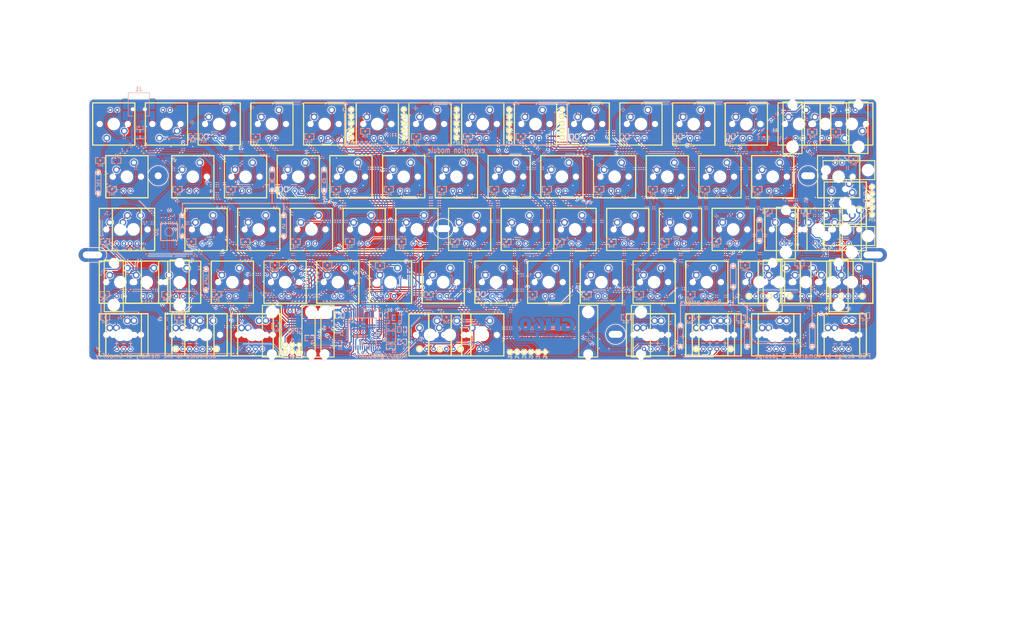
<source format=kicad_pcb>
(kicad_pcb (version 20171130) (host pcbnew "(5.1.0)-1")
  (title_block (title GH60) (date "20 jan 2014") (rev B) (company "geekhack GH60 design team"))
  (layers (0 F.Cu signal) (31 B.Cu signal) (34 B.Paste user) (35 F.Paste user) (36 B.SilkS user) (37 F.SilkS user) (38 B.Mask user) (39 F.Mask user) (44 Edge.Cuts user))
  (net 0 "")
  (net 1 /GPIO0)
  (net 2 /GPIO1)
  (net 3 /GPIO2)
  (net 4 /GPIO3)
  (net 5 /Leds/lcol1)
  (net 6 /Leds/lcol10)
  (net 7 /Leds/lcol11)
  (net 8 /Leds/lcol12)
  (net 9 /Leds/lcol13)
  (net 10 /Leds/lcol14)
  (net 11 /Leds/lcol2)
  (net 12 /Leds/lcol3)
  (net 13 /Leds/lcol4)
  (net 14 /Leds/lcol5)
  (net 15 /Leds/lcol6)
  (net 16 /Leds/lcol7)
  (net 17 /Leds/lcol8)
  (net 18 /Leds/lcol9)
  (net 19 /Leds/lrow1)
  (net 20 /Leds/lrow2)
  (net 21 /Leds/lrow3)
  (net 22 /Leds/lrow4)
  (net 23 /Leds/lrow5)
  (net 24 /~RES~)
  (net 25 GND)
  (net 26 VCC)
  (net 27 "Net-(C1-Pad1)")
  (net 28 "Net-(C2-Pad1)")
  (net 29 "Net-(C3-Pad1)")
  (net 30 /col1)
  (net 31 "Net-(D01-Pad2)")
  (net 32 "Net-(D02-Pad2)")
  (net 33 "Net-(D03-Pad2)")
  (net 34 "Net-(D04-Pad2)")
  (net 35 "Net-(D05-Pad2)")
  (net 36 /col2)
  (net 37 "Net-(D06-Pad2)")
  (net 38 "Net-(D07-Pad2)")
  (net 39 "Net-(D08-Pad2)")
  (net 40 "Net-(D09-Pad2)")
  (net 41 "Net-(D10-Pad2)")
  (net 42 /col3)
  (net 43 "Net-(D11-Pad2)")
  (net 44 "Net-(D12-Pad2)")
  (net 45 "Net-(D13-Pad2)")
  (net 46 "Net-(D14-Pad2)")
  (net 47 "Net-(D15-Pad2)")
  (net 48 /col4)
  (net 49 "Net-(D16-Pad2)")
  (net 50 "Net-(D17-Pad2)")
  (net 51 "Net-(D18-Pad2)")
  (net 52 "Net-(D19-Pad2)")
  (net 53 /col5)
  (net 54 "Net-(D21-Pad2)")
  (net 55 "Net-(D22-Pad2)")
  (net 56 "Net-(D23-Pad2)")
  (net 57 "Net-(D24-Pad2)")
  (net 58 /col6)
  (net 59 "Net-(D26-Pad2)")
  (net 60 "Net-(D27-Pad2)")
  (net 61 "Net-(D28-Pad2)")
  (net 62 "Net-(D29-Pad2)")
  (net 63 "Net-(D30-Pad2)")
  (net 64 /col7)
  (net 65 "Net-(D31-Pad2)")
  (net 66 "Net-(D32-Pad2)")
  (net 67 "Net-(D33-Pad2)")
  (net 68 "Net-(D34-Pad2)")
  (net 69 /SCK)
  (net 70 "Net-(D36-Pad2)")
  (net 71 "Net-(D37-Pad2)")
  (net 72 "Net-(D38-Pad2)")
  (net 73 "Net-(D39-Pad2)")
  (net 74 /col9)
  (net 75 "Net-(D41-Pad2)")
  (net 76 "Net-(D42-Pad2)")
  (net 77 "Net-(D43-Pad2)")
  (net 78 "Net-(D44-Pad2)")
  (net 79 /col10)
  (net 80 "Net-(D46-Pad2)")
  (net 81 "Net-(D47-Pad2)")
  (net 82 "Net-(D48-Pad2)")
  (net 83 "Net-(D49-Pad2)")
  (net 84 "Net-(D50-Pad2)")
  (net 85 /col11)
  (net 86 "Net-(D51-Pad2)")
  (net 87 "Net-(D52-Pad2)")
  (net 88 "Net-(D53-Pad2)")
  (net 89 "Net-(D54-Pad2)")
  (net 90 "Net-(D55-Pad2)")
  (net 91 /col12)
  (net 92 "Net-(D56-Pad2)")
  (net 93 "Net-(D57-Pad2)")
  (net 94 "Net-(D58-Pad2)")
  (net 95 "Net-(D59-Pad2)")
  (net 96 "Net-(D60-Pad2)")
  (net 97 /col13)
  (net 98 "Net-(D61-Pad2)")
  (net 99 "Net-(D62-Pad2)")
  (net 100 "Net-(D63-Pad2)")
  (net 101 "Net-(D64-Pad2)")
  (net 102 "Net-(D65-Pad2)")
  (net 103 /MISO)
  (net 104 "Net-(D66-Pad2)")
  (net 105 "Net-(D67-Pad2)")
  (net 106 "Net-(D68-Pad2)")
  (net 107 "Net-(D69-Pad2)")
  (net 108 "Net-(D70-Pad2)")
  (net 109 "Net-(DC1-Pad2)")
  (net 110 "Net-(DF3-Pad2)")
  (net 111 "Net-(DF10-Pad2)")
  (net 112 "Net-(DF20-Pad2)")
  (net 113 "Net-(DF21-Pad2)")
  (net 114 "Net-(DF22-Pad2)")
  (net 115 "Net-(DF23-Pad2)")
  (net 116 "Net-(DW1-Pad2)")
  (net 117 "Net-(DW2-Pad2)")
  (net 118 "Net-(DW3-Pad2)")
  (net 119 "Net-(DW4-Pad2)")
  (net 120 "Net-(IC1-Pad42)")
  (net 121 /row1)
  (net 122 /row2)
  (net 123 /row3)
  (net 124 /row4)
  (net 125 /row5)
  (net 126 "Net-(IC1-Pad8)")
  (net 127 /MOSI)
  (net 128 "Net-(IC1-Pad4)")
  (net 129 "Net-(IC1-Pad3)")
  (net 130 "Net-(IC1-Pad33)")
  (net 131 "Net-(J1-Pad3)")
  (net 132 "Net-(J1-Pad2)")
  (net 133 "Net-(J1-Pad4)")
  (net 134 "Net-(S0-Pad4)")
  (net 135 "Net-(S0-Pad2)")
  (module mx1a:MX1A-led (layer F.Cu) (at 78.58252 111.92002)
    (fp_text reference DC3 hide)
    (fp_text value LED hide)
    (pad 2 thru_hole circle (at 1.27 5.08) (size 1.6002 1.6002) (drill 0.8128) (layers *.Cu *.Mask) (net 109 "Net-(DC1-Pad2)"))
    (pad 1 thru_hole circle (at -1.27 5.08) (size 1.6002 1.6002) (drill 0.8128) (layers *.Cu *.Mask) (net 26 VCC))
  )
  (module pad:pad (layer F.Cu) (at 214.376 78.74)
    (fp_text reference P42 (at 0 1.905) (layer F.SilkS) (effects (font (size 0.9 0.9))))
    (fp_text value CONN_1 hide)
    (pad 1 thru_hole circle (at 0 0) (size 1.8 1.8) (drill 0.9) (layers *.Cu *.Mask F.SilkS) (net 25 GND))
  )
  (module pad:pad (layer F.Cu) (at 233.426 71.12)
    (fp_text reference P41 (at 0 1.905) (layer F.SilkS) (effects (font (size 0.9 0.9))))
    (fp_text value CONN_1 hide)
    (pad 1 thru_hole circle (at 0 0) (size 1.8 1.8) (drill 0.9) (layers *.Cu *.Mask F.SilkS) (net 4 /GPIO3))
  )
  (module pad:pad (layer F.Cu) (at 233.426 76.2)
    (fp_text reference P40 (at 0 1.905) (layer F.SilkS) (effects (font (size 0.9 0.9))))
    (fp_text value CONN_1 hide)
    (pad 1 thru_hole circle (at 0 0) (size 1.8 1.8) (drill 0.9) (layers *.Cu *.Mask F.SilkS) (net 3 /GPIO2))
  )
  (module pad:pad (layer F.Cu) (at 233.426 73.66)
    (fp_text reference P39 (at 0 1.905) (layer F.SilkS) (effects (font (size 0.9 0.9))))
    (fp_text value CONN_1 hide)
    (pad 1 thru_hole circle (at 0 0) (size 1.8 1.8) (drill 0.9) (layers *.Cu *.Mask F.SilkS) (net 2 /GPIO1))
  )
  (module pad:pad (layer F.Cu) (at 233.426 68.58)
    (fp_text reference P38 (at 0 1.905) (layer F.SilkS) (effects (font (size 0.9 0.9))))
    (fp_text value CONN_1 hide)
    (pad 1 thru_hole circle (at 0 0) (size 1.8 1.8) (drill 0.9) (layers *.Cu *.Mask F.SilkS) (net 1 /GPIO0))
  )
  (module pad:pad (layer F.Cu) (at 233.426 78.74)
    (fp_text reference P37 (at 0 1.905) (layer F.SilkS) (effects (font (size 0.9 0.9))))
    (fp_text value CONN_1 hide)
    (pad 1 thru_hole circle (at 0 0) (size 1.8 1.8) (drill 0.9) (layers *.Cu *.Mask F.SilkS) (net 26 VCC))
  )
  (module pad:pad (layer F.Cu) (at 214.376 76.2)
    (fp_text reference P36 (at 0 1.905) (layer F.SilkS) (effects (font (size 0.9 0.9))))
    (fp_text value CONN_1 hide)
    (pad 1 thru_hole circle (at 0 0) (size 1.8 1.8) (drill 0.9) (layers *.Cu *.Mask F.SilkS) (net 10 /Leds/lcol14))
  )
  (module pad:pad (layer F.Cu) (at 214.376 71.12)
    (fp_text reference P35 (at 0 1.905) (layer F.SilkS) (effects (font (size 0.9 0.9))))
    (fp_text value CONN_1 hide)
    (pad 1 thru_hole circle (at 0 0) (size 1.8 1.8) (drill 0.9) (layers *.Cu *.Mask F.SilkS) (net 9 /Leds/lcol13))
  )
  (module pad:pad (layer F.Cu) (at 214.376 73.66)
    (fp_text reference P34 (at 0 1.905) (layer F.SilkS) (effects (font (size 0.9 0.9))))
    (fp_text value CONN_1 hide)
    (pad 1 thru_hole circle (at 0 0) (size 1.8 1.8) (drill 0.9) (layers *.Cu *.Mask F.SilkS) (net 8 /Leds/lcol12))
  )
  (module pad:pad (layer F.Cu) (at 214.376 68.58)
    (fp_text reference P33 (at 0 1.905) (layer F.SilkS) (effects (font (size 0.9 0.9))))
    (fp_text value CONN_1 hide)
    (pad 1 thru_hole circle (at 0 0) (size 1.8 1.8) (drill 0.9) (layers *.Cu *.Mask F.SilkS) (net 7 /Leds/lcol11))
  )
  (module pad:pad (layer F.Cu) (at 195.326 73.66)
    (fp_text reference P32 (at 0 1.905) (layer F.SilkS) (effects (font (size 0.9 0.9))))
    (fp_text value CONN_1 hide)
    (pad 1 thru_hole circle (at 0 0) (size 1.8 1.8) (drill 0.9) (layers *.Cu *.Mask F.SilkS) (net 6 /Leds/lcol10))
  )
  (module pad:pad (layer F.Cu) (at 195.326 76.2)
    (fp_text reference P31 (at 0 1.905) (layer F.SilkS) (effects (font (size 0.9 0.9))))
    (fp_text value CONN_1 hide)
    (pad 1 thru_hole circle (at 0 0) (size 1.8 1.8) (drill 0.9) (layers *.Cu *.Mask F.SilkS) (net 18 /Leds/lcol9))
  )
  (module pad:pad (layer F.Cu) (at 195.326 78.74)
    (fp_text reference P30 (at 0 1.905) (layer F.SilkS) (effects (font (size 0.9 0.9))))
    (fp_text value CONN_1 hide)
    (pad 1 thru_hole circle (at 0 0) (size 1.8 1.8) (drill 0.9) (layers *.Cu *.Mask F.SilkS) (net 17 /Leds/lcol8))
  )
  (module pad:pad (layer F.Cu) (at 195.326 71.12)
    (fp_text reference P29 (at 0 1.905) (layer F.SilkS) (effects (font (size 0.9 0.9))))
    (fp_text value CONN_1 hide)
    (pad 1 thru_hole circle (at 0 0) (size 1.8 1.8) (drill 0.9) (layers *.Cu *.Mask F.SilkS) (net 16 /Leds/lcol7))
  )
  (module pad:pad (layer F.Cu) (at 195.326 68.58)
    (fp_text reference P28 (at 0 1.905) (layer F.SilkS) (effects (font (size 0.9 0.9))))
    (fp_text value CONN_1 hide)
    (pad 1 thru_hole circle (at 0 0) (size 1.8 1.8) (drill 0.9) (layers *.Cu *.Mask F.SilkS) (net 15 /Leds/lcol6))
  )
  (module pad:pad (layer F.Cu) (at 176.276 73.66)
    (fp_text reference P27 (at 0 1.905) (layer F.SilkS) (effects (font (size 0.9 0.9))))
    (fp_text value CONN_1 hide)
    (pad 1 thru_hole circle (at 0 0) (size 1.8 1.8) (drill 0.9) (layers *.Cu *.Mask F.SilkS) (net 14 /Leds/lcol5))
  )
  (module pad:pad (layer F.Cu) (at 176.276 68.58)
    (fp_text reference P26 (at 0 1.905) (layer F.SilkS) (effects (font (size 0.9 0.9))))
    (fp_text value CONN_1 hide)
    (pad 1 thru_hole circle (at 0 0) (size 1.8 1.8) (drill 0.9) (layers *.Cu *.Mask F.SilkS) (net 13 /Leds/lcol4))
  )
  (module pad:pad (layer F.Cu) (at 176.276 76.2)
    (fp_text reference P25 (at 0 1.905) (layer F.SilkS) (effects (font (size 0.9 0.9))))
    (fp_text value CONN_1 hide)
    (pad 1 thru_hole circle (at 0 0) (size 1.8 1.8) (drill 0.9) (layers *.Cu *.Mask F.SilkS) (net 12 /Leds/lcol3))
  )
  (module pad:pad (layer F.Cu) (at 176.276 71.12)
    (fp_text reference P24 (at 0 1.905) (layer F.SilkS) (effects (font (size 0.9 0.9))))
    (fp_text value CONN_1 hide)
    (pad 1 thru_hole circle (at 0 0) (size 1.8 1.8) (drill 0.9) (layers *.Cu *.Mask F.SilkS) (net 11 /Leds/lcol2))
  )
  (module pad:pad (layer F.Cu) (at 176.276 78.74)
    (fp_text reference P23 (at 0 1.905) (layer F.SilkS) (effects (font (size 0.9 0.9))))
    (fp_text value CONN_1 hide)
    (pad 1 thru_hole circle (at 0 0) (size 1.8 1.8) (drill 0.9) (layers *.Cu *.Mask F.SilkS) (net 5 /Leds/lcol1))
  )
  (module pad:pad (layer F.Cu) (at 157.226 68.58)
    (fp_text reference P22 (at 0 1.905) (layer F.SilkS) (effects (font (size 0.9 0.9))))
    (fp_text value CONN_1 hide)
    (pad 1 thru_hole circle (at 0 0) (size 1.8 1.8) (drill 0.9) (layers *.Cu *.Mask F.SilkS) (net 23 /Leds/lrow5))
  )
  (module pad:pad (layer F.Cu) (at 157.226 76.2)
    (fp_text reference P21 (at 0 1.905) (layer F.SilkS) (effects (font (size 0.9 0.9))))
    (fp_text value CONN_1 hide)
    (pad 1 thru_hole circle (at 0 0) (size 1.8 1.8) (drill 0.9) (layers *.Cu *.Mask F.SilkS) (net 22 /Leds/lrow4))
  )
  (module pad:pad (layer F.Cu) (at 157.226 73.66)
    (fp_text reference P20 (at 0 1.905) (layer F.SilkS) (effects (font (size 0.9 0.9))))
    (fp_text value CONN_1 hide)
    (pad 1 thru_hole circle (at 0 0) (size 1.8 1.8) (drill 0.9) (layers *.Cu *.Mask F.SilkS) (net 21 /Leds/lrow3))
  )
  (module pad:pad (layer F.Cu) (at 157.226 71.12)
    (fp_text reference P19 (at 0 1.905) (layer F.SilkS) (effects (font (size 0.9 0.9))))
    (fp_text value CONN_1 hide)
    (pad 1 thru_hole circle (at 0 0) (size 1.8 1.8) (drill 0.9) (layers *.Cu *.Mask F.SilkS) (net 20 /Leds/lrow2))
  )
  (module pad:pad (layer F.Cu) (at 157.226 78.74)
    (fp_text reference P18 (at 0 1.905) (layer F.SilkS) (effects (font (size 0.9 0.9))))
    (fp_text value CONN_1 hide)
    (pad 1 thru_hole circle (at 0 0) (size 1.8 1.8) (drill 0.9) (layers *.Cu *.Mask F.SilkS) (net 19 /Leds/lrow1))
  )
  (module pad:pad (layer F.Cu) (at 138.43 153.67)
    (fp_text reference P17 (at 0 1.905) (layer F.SilkS) (effects (font (size 0.9 0.9))))
    (fp_text value CONN_1 hide)
    (pad 1 thru_hole circle (at 0 0) (size 1.8 1.8) (drill 0.9) (layers *.Cu *.Mask F.SilkS) (net 25 GND))
  )
  (module pad:pad (layer F.Cu) (at 138.43 156.21)
    (fp_text reference P16 (at 0 1.905) (layer F.SilkS) (effects (font (size 0.9 0.9))))
    (fp_text value CONN_1 hide)
    (pad 1 thru_hole circle (at 0 0) (size 1.8 1.8) (drill 0.9) (layers *.Cu *.Mask F.SilkS) (net 26 VCC))
  )
  (module pad:pad (layer F.Cu) (at 345.44 106.68)
    (fp_text reference P15 (at 0 1.905) (layer F.SilkS) (effects (font (size 0.9 0.9))))
    (fp_text value CONN_1 hide)
    (pad 1 thru_hole circle (at 0 0) (size 1.8 1.8) (drill 0.9) (layers *.Cu *.Mask F.SilkS) (net 125 /row5))
  )
  (module pad:pad (layer F.Cu) (at 345.44 104.14)
    (fp_text reference P14 (at 0 1.905) (layer F.SilkS) (effects (font (size 0.9 0.9))))
    (fp_text value CONN_1 hide)
    (pad 1 thru_hole circle (at 0 0) (size 1.8 1.8) (drill 0.9) (layers *.Cu *.Mask F.SilkS) (net 124 /row4))
  )
  (module pad:pad (layer F.Cu) (at 345.44 101.6)
    (fp_text reference P13 (at 0 1.905) (layer F.SilkS) (effects (font (size 0.9 0.9))))
    (fp_text value CONN_1 hide)
    (pad 1 thru_hole circle (at 0 0) (size 1.8 1.8) (drill 0.9) (layers *.Cu *.Mask F.SilkS) (net 123 /row3))
  )
  (module pad:pad (layer F.Cu) (at 345.44 99.06)
    (fp_text reference P12 (at 0 1.905) (layer F.SilkS) (effects (font (size 0.9 0.9))))
    (fp_text value CONN_1 hide)
    (pad 1 thru_hole circle (at 0 0) (size 1.8 1.8) (drill 0.9) (layers *.Cu *.Mask F.SilkS) (net 122 /row2))
  )
  (module pad:pad (layer F.Cu) (at 345.44 96.52)
    (fp_text reference P11 (at 0 1.905) (layer F.SilkS) (effects (font (size 0.9 0.9))))
    (fp_text value CONN_1 hide)
    (pad 1 thru_hole circle (at 0 0) (size 1.8 1.8) (drill 0.9) (layers *.Cu *.Mask F.SilkS) (net 121 /row1))
  )
  (module pad:pad (layer F.Cu) (at 133.35 156.21)
    (fp_text reference P10 (at 0 1.905) (layer F.SilkS) (effects (font (size 0.9 0.9))))
    (fp_text value CONN_1 hide)
    (pad 1 thru_hole circle (at 0 0) (size 1.8 1.8) (drill 0.9) (layers *.Cu *.Mask F.SilkS) (net 4 /GPIO3))
  )
  (module pad:pad (layer F.Cu) (at 133.35 153.67)
    (fp_text reference P9 (at 0 1.905) (layer F.SilkS) (effects (font (size 0.9 0.9))))
    (fp_text value CONN_1 hide)
    (pad 1 thru_hole circle (at 0 0) (size 1.8 1.8) (drill 0.9) (layers *.Cu *.Mask F.SilkS) (net 3 /GPIO2))
  )
  (module pad:pad (layer F.Cu) (at 135.89 156.21)
    (fp_text reference P8 (at 0 1.905) (layer F.SilkS) (effects (font (size 0.9 0.9))))
    (fp_text value CONN_1 hide)
    (pad 1 thru_hole circle (at 0 0) (size 1.8 1.8) (drill 0.9) (layers *.Cu *.Mask F.SilkS) (net 2 /GPIO1))
  )
  (module pad:pad (layer F.Cu) (at 135.89 153.67)
    (fp_text reference P7 (at 0 1.905) (layer F.SilkS) (effects (font (size 0.9 0.9))))
    (fp_text value CONN_1 hide)
    (pad 1 thru_hole circle (at 0 0) (size 1.8 1.8) (drill 0.9) (layers *.Cu *.Mask F.SilkS) (net 1 /GPIO0))
  )
  (module pad:pad (layer F.Cu) (at 227.33 156.21)
    (fp_text reference P6 (at 0 1.905) (layer F.SilkS) (effects (font (size 0.9 0.9))))
    (fp_text value CONN_1 hide)
    (pad 1 thru_hole circle (at 0 0) (size 1.8 1.8) (drill 0.9) (layers *.Cu *.Mask F.SilkS) (net 25 GND))
  )
  (module pad:pad (layer F.Cu) (at 214.63 156.21)
    (fp_text reference P5 (at 0 1.905) (layer F.SilkS) (effects (font (size 0.9 0.9))))
    (fp_text value CONN_1 hide)
    (pad 1 thru_hole circle (at 0 0) (size 1.8 1.8) (drill 0.9) (layers *.Cu *.Mask F.SilkS) (net 24 /~RES~))
  )
  (module pad:pad (layer F.Cu) (at 217.17 156.21)
    (fp_text reference P4 (at 0 1.905) (layer F.SilkS) (effects (font (size 0.9 0.9))))
    (fp_text value CONN_1 hide)
    (pad 1 thru_hole circle (at 0 0) (size 1.8 1.8) (drill 0.9) (layers *.Cu *.Mask F.SilkS) (net 127 /MOSI))
  )
  (module pad:pad (layer F.Cu) (at 219.71 156.21)
    (fp_text reference P3 (at 0 1.905) (layer F.SilkS) (effects (font (size 0.9 0.9))))
    (fp_text value CONN_1 hide)
    (pad 1 thru_hole circle (at 0 0) (size 1.8 1.8) (drill 0.9) (layers *.Cu *.Mask F.SilkS) (net 69 /SCK))
  )
  (module pad:pad (layer F.Cu) (at 222.25 156.21)
    (fp_text reference P2 (at 0 1.905) (layer F.SilkS) (effects (font (size 0.9 0.9))))
    (fp_text value CONN_1 hide)
    (pad 1 thru_hole circle (at 0 0) (size 1.8 1.8) (drill 0.9) (layers *.Cu *.Mask F.SilkS) (net 26 VCC))
  )
  (module pad:pad (layer F.Cu) (at 224.79 156.21)
    (fp_text reference P1 (at 0 1.905) (layer F.SilkS) (effects (font (size 0.9 0.9))))
    (fp_text value CONN_1 hide)
    (pad 1 thru_hole circle (at 0 0) (size 1.8 1.8) (drill 0.9) (layers *.Cu *.Mask F.SilkS) (net 103 /MISO))
  )
  (module mx1a:MX1A-led (layer F.Cu) (at 290.5125 150.01875)
    (fp_text reference DF232 hide)
    (fp_text value LED hide)
    (pad 2 thru_hole circle (at 1.27 5.08) (size 1.6002 1.6002) (drill 0.8128) (layers *.Cu *.Mask) (net 115 "Net-(DF23-Pad2)"))
    (pad 1 thru_hole circle (at -1.27 5.08) (size 1.6002 1.6002) (drill 0.8128) (layers *.Cu *.Mask) (net 26 VCC))
  )
  (module mx1a:MX1A-led (layer F.Cu) (at 285.75 150.01875)
    (fp_text reference DF231 hide)
    (fp_text value LED hide)
    (pad 2 thru_hole circle (at 1.27 5.08) (size 1.6002 1.6002) (drill 0.8128) (layers *.Cu *.Mask) (net 115 "Net-(DF23-Pad2)"))
    (pad 1 thru_hole circle (at -1.27 5.08) (size 1.6002 1.6002) (drill 0.8128) (layers *.Cu *.Mask) (net 26 VCC))
  )
  (module mx1a:MX1A-led (layer F.Cu) (at 333.375 150.01875)
    (fp_text reference DF221 hide)
    (fp_text value LED hide)
    (pad 2 thru_hole circle (at 1.27 5.08) (size 1.6002 1.6002) (drill 0.8128) (layers *.Cu *.Mask) (net 114 "Net-(DF22-Pad2)"))
    (pad 1 thru_hole circle (at -1.27 5.08) (size 1.6002 1.6002) (drill 0.8128) (layers *.Cu *.Mask) (net 26 VCC))
  )
  (module mx1a:MX1A-led (layer F.Cu) (at 309.5625 150.01875)
    (fp_text reference DF211 hide)
    (fp_text value LED hide)
    (pad 2 thru_hole circle (at 1.27 5.08) (size 1.6002 1.6002) (drill 0.8128) (layers *.Cu *.Mask) (net 113 "Net-(DF21-Pad2)"))
    (pad 1 thru_hole circle (at -1.27 5.08) (size 1.6002 1.6002) (drill 0.8128) (layers *.Cu *.Mask) (net 26 VCC))
  )
  (module mx1a:MX1A-led (layer F.Cu) (at 288.13125 150.01875)
    (fp_text reference DF23 hide)
    (fp_text value LED hide)
    (pad 2 thru_hole circle (at 1.27 5.08) (size 1.6002 1.6002) (drill 0.8128) (layers *.Cu *.Mask) (net 115 "Net-(DF23-Pad2)"))
    (pad 1 thru_hole circle (at -1.27 5.08) (size 1.6002 1.6002) (drill 0.8128) (layers *.Cu *.Mask) (net 26 VCC))
  )
  (module mx1a:MX1A-led (layer F.Cu) (at 335.75625 150.01875)
    (fp_text reference DF22 hide)
    (fp_text value LED hide)
    (pad 2 thru_hole circle (at 1.27 5.08) (size 1.6002 1.6002) (drill 0.8128) (layers *.Cu *.Mask) (net 114 "Net-(DF22-Pad2)"))
    (pad 1 thru_hole circle (at -1.27 5.08) (size 1.6002 1.6002) (drill 0.8128) (layers *.Cu *.Mask) (net 26 VCC))
  )
  (module mx1a:MX1A-led (layer F.Cu) (at 311.94375 150.01875)
    (fp_text reference DF21 hide)
    (fp_text value LED hide)
    (pad 2 thru_hole circle (at 1.27 5.08) (size 1.6002 1.6002) (drill 0.8128) (layers *.Cu *.Mask) (net 113 "Net-(DF21-Pad2)"))
    (pad 1 thru_hole circle (at -1.27 5.08) (size 1.6002 1.6002) (drill 0.8128) (layers *.Cu *.Mask) (net 26 VCC))
  )
  (module mx1a:MX1A-led (layer F.Cu) (at 266.7 150.01875)
    (fp_text reference DB551 hide)
    (fp_text value LED hide)
    (pad 2 thru_hole circle (at 1.27 5.08) (size 1.6002 1.6002) (drill 0.8128) (layers *.Cu *.Mask) (net 23 /Leds/lrow5))
    (pad 1 thru_hole circle (at -1.27 5.08) (size 1.6002 1.6002) (drill 0.8128) (layers *.Cu *.Mask) (net 7 /Leds/lcol11))
  )
  (module mx1a:MX1A-led (layer F.Cu) (at 123.825 150.01875)
    (fp_text reference DB151 hide)
    (fp_text value LED hide)
    (pad 2 thru_hole circle (at 1.27 5.08) (size 1.6002 1.6002) (drill 0.8128) (layers *.Cu *.Mask) (net 23 /Leds/lrow5))
    (pad 1 thru_hole circle (at -1.27 5.08) (size 1.6002 1.6002) (drill 0.8128) (layers *.Cu *.Mask) (net 12 /Leds/lcol3))
  )
  (module mx1a:MX1A-led (layer F.Cu) (at 104.775 150.01875)
    (fp_text reference DB102 hide)
    (fp_text value LED hide)
    (pad 2 thru_hole circle (at 1.27 5.08) (size 1.6002 1.6002) (drill 0.8128) (layers *.Cu *.Mask) (net 23 /Leds/lrow5))
    (pad 1 thru_hole circle (at -1.27 5.08) (size 1.6002 1.6002) (drill 0.8128) (layers *.Cu *.Mask) (net 11 /Leds/lcol2))
  )
  (module mx1a:MX1A-led (layer F.Cu) (at 100.0125 150.01875)
    (fp_text reference DB101 hide)
    (fp_text value LED hide)
    (pad 2 thru_hole circle (at 1.27 5.08) (size 1.6002 1.6002) (drill 0.8128) (layers *.Cu *.Mask) (net 23 /Leds/lrow5))
    (pad 1 thru_hole circle (at -1.27 5.08) (size 1.6002 1.6002) (drill 0.8128) (layers *.Cu *.Mask) (net 11 /Leds/lcol2))
  )
  (module mx1a:MX1A-led (layer F.Cu) (at 264.31875 150.01875)
    (fp_text reference DB55 hide)
    (fp_text value LED hide)
    (pad 2 thru_hole circle (at 1.27 5.08) (size 1.6002 1.6002) (drill 0.8128) (layers *.Cu *.Mask) (net 23 /Leds/lrow5))
    (pad 1 thru_hole circle (at -1.27 5.08) (size 1.6002 1.6002) (drill 0.8128) (layers *.Cu *.Mask) (net 7 /Leds/lcol11))
  )
  (module mx1a:MX1A-led (layer F.Cu) (at 76.2 150.01875)
    (fp_text reference DB051 hide)
    (fp_text value LED hide)
    (pad 2 thru_hole circle (at 1.27 5.08) (size 1.6002 1.6002) (drill 0.8128) (layers *.Cu *.Mask) (net 23 /Leds/lrow5))
    (pad 1 thru_hole circle (at -1.27 5.08) (size 1.6002 1.6002) (drill 0.8128) (layers *.Cu *.Mask) (net 5 /Leds/lcol1))
  )
  (module mx1a:MX1A-led (layer F.Cu) (at 121.44375 150.01875)
    (fp_text reference DB15 hide)
    (fp_text value LED hide)
    (pad 2 thru_hole circle (at 1.27 5.08) (size 1.6002 1.6002) (drill 0.8128) (layers *.Cu *.Mask) (net 23 /Leds/lrow5))
    (pad 1 thru_hole circle (at -1.27 5.08) (size 1.6002 1.6002) (drill 0.8128) (layers *.Cu *.Mask) (net 12 /Leds/lcol3))
  )
  (module mx1a:MX1A-led (layer F.Cu) (at 97.63125 150.01875)
    (fp_text reference DB10 hide)
    (fp_text value LED hide)
    (pad 2 thru_hole circle (at 1.27 5.08) (size 1.6002 1.6002) (drill 0.8128) (layers *.Cu *.Mask) (net 23 /Leds/lrow5))
    (pad 1 thru_hole circle (at -1.27 5.08) (size 1.6002 1.6002) (drill 0.8128) (layers *.Cu *.Mask) (net 11 /Leds/lcol2))
  )
  (module mx1a:MX1A-led (layer F.Cu) (at 73.81875 150.01875)
    (fp_text reference DB05 hide)
    (fp_text value LED hide)
    (pad 2 thru_hole circle (at 1.27 5.08) (size 1.6002 1.6002) (drill 0.8128) (layers *.Cu *.Mask) (net 23 /Leds/lrow5))
    (pad 1 thru_hole circle (at -1.27 5.08) (size 1.6002 1.6002) (drill 0.8128) (layers *.Cu *.Mask) (net 5 /Leds/lcol1))
  )
  (module MX1A-wire (layer F.Cu) (at 338.1375 130.96875)
    (fp_text reference MXWIRE hide)
    (fp_text value VAL** hide)
    (pad 1 thru_hole circle (at -3.81 5.08) (size 2 2) (drill 1) (layers *.Cu *.Mask F.SilkS))
    (pad 2 thru_hole circle (at 3.81 5.08) (size 2 2) (drill 1) (layers *.Cu *.Mask F.SilkS))
  )
  (module MX1A-wire (layer F.Cu) (at 311.94375 130.96875)
    (fp_text reference MXWIRE hide)
    (fp_text value VAL** hide)
    (pad 2 thru_hole circle (at 3.81 5.08) (size 2 2) (drill 1) (layers *.Cu *.Mask F.SilkS))
  )
  (module MX1A-wire (layer F.Cu) (at 304.8 130.96875)
    (fp_text reference MXWIRE hide)
    (fp_text value VAL** hide)
    (pad 1 thru_hole circle (at -3.81 5.08) (size 2 2) (drill 1) (layers *.Cu *.Mask F.SilkS))
    (pad 2 thru_hole circle (at 3.58 5.08) (size 2 2) (drill 1.0008) (layers *.Cu *.Mask F.SilkS))
  )
  (module MX1A-wire (layer F.Cu) (at 290.5125 150.01875)
    (fp_text reference MXWIRE hide)
    (fp_text value VAL** hide)
    (pad 2 thru_hole circle (at 3.81 5.08) (size 2 2) (drill 1) (layers *.Cu *.Mask F.SilkS))
  )
  (module MX1A-wire (layer F.Cu) (at 285.75 150.01875)
    (fp_text reference MXWIRE hide)
    (fp_text value VAL** hide)
    (pad 1 thru_hole circle (at -3.81 5.08) (size 2 2) (drill 1) (layers *.Cu *.Mask F.SilkS))
  )
  (module MX1A-wire (layer F.Cu) (at 192.88125 150.01875)
    (fp_text reference MXWIRE hide)
    (fp_text value VAL** hide)
    (pad 2 thru_hole circle (at 3.81 5.08) (size 2 2) (drill 1) (layers *.Cu *.Mask F.SilkS))
  )
  (module MX1A-wire (layer F.Cu) (at 185.7375 150.01875)
    (fp_text reference MXWIRE hide)
    (fp_text value VAL** hide)
    (pad 1 thru_hole circle (at -3.81 5.08) (size 2 2) (drill 1) (layers *.Cu *.Mask F.SilkS))
    (pad 2 thru_hole circle (at 3.58 5.08) (size 2 2) (drill 1) (layers *.Cu *.Mask F.SilkS))
  )
  (module MX1A-wire (layer F.Cu) (at 104.775 150.01875)
    (fp_text reference MXWIRE hide)
    (fp_text value VAL** hide)
    (pad 2 thru_hole circle (at 3.81 5.08) (size 2 2) (drill 1) (layers *.Cu *.Mask F.SilkS))
  )
  (module MX1A-wire (layer F.Cu) (at 97.63125 150.01875)
    (fp_text reference MXWIRE hide)
    (fp_text value VAL** hide)
    (pad 1 thru_hole circle (at -3.81 5.08) (size 2 2) (drill 1) (layers *.Cu *.Mask F.SilkS))
  )
  (module 0805:0805D (layer B.Cu) (at 237.871 78.359)
    (fp_text reference D46 (at 0 1.775) (layer B.SilkS) (effects (font (size 0.8 0.8)) (justify mirror)))
    (fp_text value 1N4148 hide)
    (pad 1 smd rect (at -0.9525 0) (size 0.889 1.397) (layers B.Cu B.Paste B.Mask) (net 79 /col10))
    (pad 2 smd rect (at 0.9525 0) (size 0.889 1.397) (layers B.Cu B.Paste B.Mask) (net 80 "Net-(D46-Pad2)"))
  )
  (module 0805:0805D (layer B.Cu) (at 227.965 97.409)
    (fp_text reference D42 (at 0 1.775) (layer B.SilkS) (effects (font (size 0.8 0.8)) (justify mirror)))
    (fp_text value 1N4148 hide)
    (pad 1 smd rect (at -0.9525 0) (size 0.889 1.397) (layers B.Cu B.Paste B.Mask) (net 74 /col9))
    (pad 2 smd rect (at 0.9525 0) (size 0.889 1.397) (layers B.Cu B.Paste B.Mask) (net 76 "Net-(D42-Pad2)"))
  )
  (module 0805:0805D (layer B.Cu) (at 232.537 116.332)
    (fp_text reference D43 (at 0 1.775) (layer B.SilkS) (effects (font (size 0.8 0.8)) (justify mirror)))
    (fp_text value 1N4148 hide)
    (pad 1 smd rect (at -0.9525 0) (size 0.889 1.397) (layers B.Cu B.Paste B.Mask) (net 74 /col9))
    (pad 2 smd rect (at 0.9525 0) (size 0.889 1.397) (layers B.Cu B.Paste B.Mask) (net 77 "Net-(D43-Pad2)"))
  )
  (module 0805:0805D (layer B.Cu) (at 151.765 97.409)
    (fp_text reference D22 (at 0 1.775) (layer B.SilkS) (effects (font (size 0.8 0.8)) (justify mirror)))
    (fp_text value 1N4148 hide)
    (pad 1 smd rect (at -0.9525 0) (size 0.889 1.397) (layers B.Cu B.Paste B.Mask) (net 53 /col5))
    (pad 2 smd rect (at 0.9525 0) (size 0.889 1.397) (layers B.Cu B.Paste B.Mask) (net 55 "Net-(D22-Pad2)"))
  )
  (module 0805:0805D (layer B.Cu) (at 213.36 116.332)
    (fp_text reference D38 (at 0 1.775) (layer B.SilkS) (effects (font (size 0.8 0.8)) (justify mirror)))
    (fp_text value 1N4148 hide)
    (pad 1 smd rect (at -0.9525 0) (size 0.889 1.397) (layers B.Cu B.Paste B.Mask) (net 69 /SCK))
    (pad 2 smd rect (at 0.9525 0) (size 0.889 1.397) (layers B.Cu B.Paste B.Mask) (net 72 "Net-(D38-Pad2)"))
  )
  (module 0805:0805D (layer B.Cu) (at 208.915 97.409)
    (fp_text reference D37 (at 0 1.775) (layer B.SilkS) (effects (font (size 0.8 0.8)) (justify mirror)))
    (fp_text value 1N4148 hide)
    (pad 1 smd rect (at -0.9525 0) (size 0.889 1.397) (layers B.Cu B.Paste B.Mask) (net 69 /SCK))
    (pad 2 smd rect (at 0.9525 0) (size 0.889 1.397) (layers B.Cu B.Paste B.Mask) (net 71 "Net-(D37-Pad2)"))
  )
  (module 0805:0805D (layer B.Cu) (at 218.44 78.359)
    (fp_text reference D41 (at 0 1.775) (layer B.SilkS) (effects (font (size 0.8 0.8)) (justify mirror)))
    (fp_text value 1N4148 hide)
    (pad 1 smd rect (at -0.9525 0) (size 0.889 1.397) (layers B.Cu B.Paste B.Mask) (net 74 /col9))
    (pad 2 smd rect (at 0.9525 0) (size 0.889 1.397) (layers B.Cu B.Paste B.Mask) (net 75 "Net-(D41-Pad2)"))
  )
  (module 0805:0805D (layer B.Cu) (at 199.39 78.359)
    (fp_text reference D36 (at 0 1.775) (layer B.SilkS) (effects (font (size 0.8 0.8)) (justify mirror)))
    (fp_text value 1N4148 hide)
    (pad 1 smd rect (at -0.9525 0) (size 0.889 1.397) (layers B.Cu B.Paste B.Mask) (net 69 /SCK))
    (pad 2 smd rect (at 0.9525 0) (size 0.889 1.397) (layers B.Cu B.Paste B.Mask) (net 70 "Net-(D36-Pad2)"))
  )
  (module 0805:0805D (layer B.Cu) (at 189.992 97.409)
    (fp_text reference D32 (at 0 1.775) (layer B.SilkS) (effects (font (size 0.8 0.8)) (justify mirror)))
    (fp_text value 1N4148 hide)
    (pad 1 smd rect (at -0.9525 0) (size 0.889 1.397) (layers B.Cu B.Paste B.Mask) (net 64 /col7))
    (pad 2 smd rect (at 0.9525 0) (size 0.889 1.397) (layers B.Cu B.Paste B.Mask) (net 66 "Net-(D32-Pad2)"))
  )
  (module 0805:0805D (layer B.Cu) (at 194.691 116.332)
    (fp_text reference D33 (at 0 1.775) (layer B.SilkS) (effects (font (size 0.8 0.8)) (justify mirror)))
    (fp_text value 1N4148 hide)
    (pad 1 smd rect (at -0.9525 0) (size 0.889 1.397) (layers B.Cu B.Paste B.Mask) (net 64 /col7))
    (pad 2 smd rect (at 0.9525 0) (size 0.889 1.397) (layers B.Cu B.Paste B.Mask) (net 67 "Net-(D33-Pad2)"))
  )
  (module 0805:0805D (layer B.Cu) (at 156.718 116.332)
    (fp_text reference D23 (at 0 1.775) (layer B.SilkS) (effects (font (size 0.8 0.8)) (justify mirror)))
    (fp_text value 1N4148 hide)
    (pad 1 smd rect (at -0.9525 0) (size 0.889 1.397) (layers B.Cu B.Paste B.Mask) (net 53 /col5))
    (pad 2 smd rect (at 0.9525 0) (size 0.889 1.397) (layers B.Cu B.Paste B.Mask) (net 56 "Net-(D23-Pad2)"))
  )
  (module 0805:0805D (layer B.Cu) (at 66.548 86.995)
    (fp_text reference D01 (at 0 1.775) (layer B.SilkS) (effects (font (size 0.8 0.8)) (justify mirror)))
    (fp_text value 1N4148 hide)
    (pad 1 smd rect (at -0.9525 0) (size 0.889 1.397) (layers B.Cu B.Paste B.Mask) (net 30 /col1))
    (pad 2 smd rect (at 0.9525 0) (size 0.889 1.397) (layers B.Cu B.Paste B.Mask) (net 31 "Net-(D01-Pad2)"))
  )
  (module 0805:0805D (layer B.Cu) (at 180.721 78.359)
    (fp_text reference D31 (at 0 1.775) (layer B.SilkS) (effects (font (size 0.8 0.8)) (justify mirror)))
    (fp_text value 1N4148 hide)
    (pad 1 smd rect (at -0.9525 0) (size 0.889 1.397) (layers B.Cu B.Paste B.Mask) (net 64 /col7))
    (pad 2 smd rect (at 0.9525 0) (size 0.889 1.397) (layers B.Cu B.Paste B.Mask) (net 65 "Net-(D31-Pad2)"))
  )
  (module 0805:0805D (layer B.Cu) (at 142.113 78.359)
    (fp_text reference D21 (at 0 1.775) (layer B.SilkS) (effects (font (size 0.8 0.8)) (justify mirror)))
    (fp_text value 1N4148 hide)
    (pad 1 smd rect (at -0.9525 0) (size 0.889 1.397) (layers B.Cu B.Paste B.Mask) (net 53 /col5))
    (pad 2 smd rect (at 0.9525 0) (size 0.889 1.397) (layers B.Cu B.Paste B.Mask) (net 54 "Net-(D21-Pad2)"))
  )
  (module 0805:0805D (layer B.Cu) (at 129.667 124.841)
    (fp_text reference D19 (at 0 1.775) (layer B.SilkS) (effects (font (size 0.8 0.8)) (justify mirror)))
    (fp_text value 1N4148 hide)
    (pad 1 smd rect (at -0.9525 0) (size 0.889 1.397) (layers B.Cu B.Paste B.Mask) (net 48 /col4))
    (pad 2 smd rect (at 0.9525 0) (size 0.889 1.397) (layers B.Cu B.Paste B.Mask) (net 52 "Net-(D19-Pad2)"))
  )
  (module 0805:0805D (layer B.Cu) (at 137.16 116.332)
    (fp_text reference D18 (at 0 1.775) (layer B.SilkS) (effects (font (size 0.8 0.8)) (justify mirror)))
    (fp_text value 1N4148 hide)
    (pad 1 smd rect (at -0.9525 0) (size 0.889 1.397) (layers B.Cu B.Paste B.Mask) (net 48 /col4))
    (pad 2 smd rect (at 0.9525 0) (size 0.889 1.397) (layers B.Cu B.Paste B.Mask) (net 51 "Net-(D18-Pad2)"))
  )
  (module 0805:0805D (layer B.Cu) (at 132.715 97.409)
    (fp_text reference D17 (at 0 1.775) (layer B.SilkS) (effects (font (size 0.8 0.8)) (justify mirror)))
    (fp_text value 1N4148 hide)
    (pad 1 smd rect (at -0.9525 0) (size 0.889 1.397) (layers B.Cu B.Paste B.Mask) (net 48 /col4))
    (pad 2 smd rect (at 0.9525 0) (size 0.889 1.397) (layers B.Cu B.Paste B.Mask) (net 50 "Net-(D17-Pad2)"))
  )
  (module 0805:0805D (layer B.Cu) (at 122.682 78.486)
    (fp_text reference D16 (at 0 1.775) (layer B.SilkS) (effects (font (size 0.8 0.8)) (justify mirror)))
    (fp_text value 1N4148 hide)
    (pad 1 smd rect (at -0.9525 0) (size 0.889 1.397) (layers B.Cu B.Paste B.Mask) (net 48 /col4))
    (pad 2 smd rect (at 0.9525 0) (size 0.889 1.397) (layers B.Cu B.Paste B.Mask) (net 49 "Net-(D16-Pad2)"))
  )
  (module 0805:0805D (layer B.Cu) (at 167.64 124.968)
    (fp_text reference D29 (at 0 1.775) (layer B.SilkS) (effects (font (size 0.8 0.8)) (justify mirror)))
    (fp_text value 1N4148 hide)
    (pad 1 smd rect (at -0.9525 0) (size 0.889 1.397) (layers B.Cu B.Paste B.Mask) (net 58 /col6))
    (pad 2 smd rect (at 0.9525 0) (size 0.889 1.397) (layers B.Cu B.Paste B.Mask) (net 62 "Net-(D29-Pad2)"))
  )
  (module 0805:0805D (layer B.Cu) (at 175.387 116.332)
    (fp_text reference D28 (at 0 1.775) (layer B.SilkS) (effects (font (size 0.8 0.8)) (justify mirror)))
    (fp_text value 1N4148 hide)
    (pad 1 smd rect (at -0.9525 0) (size 0.889 1.397) (layers B.Cu B.Paste B.Mask) (net 58 /col6))
    (pad 2 smd rect (at 0.9525 0) (size 0.889 1.397) (layers B.Cu B.Paste B.Mask) (net 61 "Net-(D28-Pad2)"))
  )
  (module 0805:0805D (layer B.Cu) (at 170.815 97.409)
    (fp_text reference D27 (at 0 1.775) (layer B.SilkS) (effects (font (size 0.8 0.8)) (justify mirror)))
    (fp_text value 1N4148 hide)
    (pad 1 smd rect (at -0.9525 0) (size 0.889 1.397) (layers B.Cu B.Paste B.Mask) (net 58 /col6))
    (pad 2 smd rect (at 0.9525 0) (size 0.889 1.397) (layers B.Cu B.Paste B.Mask) (net 60 "Net-(D27-Pad2)"))
  )
  (module 0805:0805D (layer B.Cu) (at 162.306 76.454)
    (fp_text reference D26 (at 0 1.775) (layer B.SilkS) (effects (font (size 0.8 0.8)) (justify mirror)))
    (fp_text value 1N4148 hide)
    (pad 1 smd rect (at -0.9525 0) (size 0.889 1.397) (layers B.Cu B.Paste B.Mask) (net 58 /col6))
    (pad 2 smd rect (at 0.9525 0) (size 0.889 1.397) (layers B.Cu B.Paste B.Mask) (net 59 "Net-(D26-Pad2)"))
  )
  (module 0805:0805D (layer B.Cu) (at 108.585 135.382)
    (fp_text reference D14 (at 0 1.775) (layer B.SilkS) (effects (font (size 0.8 0.8)) (justify mirror)))
    (fp_text value 1N4148 hide)
    (pad 1 smd rect (at -0.9525 0) (size 0.889 1.397) (layers B.Cu B.Paste B.Mask) (net 42 /col3))
    (pad 2 smd rect (at 0.9525 0) (size 0.889 1.397) (layers B.Cu B.Paste B.Mask) (net 46 "Net-(D14-Pad2)"))
  )
  (module 0805:0805D (layer B.Cu) (at 90.424 135.382)
    (fp_text reference D09 (at 0 1.775) (layer B.SilkS) (effects (font (size 0.8 0.8)) (justify mirror)))
    (fp_text value 1N4148 hide)
    (pad 1 smd rect (at -0.9525 0) (size 0.889 1.397) (layers B.Cu B.Paste B.Mask) (net 36 /col2))
    (pad 2 smd rect (at 0.9525 0) (size 0.889 1.397) (layers B.Cu B.Paste B.Mask) (net 40 "Net-(D09-Pad2)"))
  )
  (module 0805:0805D (layer B.Cu) (at 118.999 116.332)
    (fp_text reference D13 (at 0 1.775) (layer B.SilkS) (effects (font (size 0.8 0.8)) (justify mirror)))
    (fp_text value 1N4148 hide)
    (pad 1 smd rect (at -0.9525 0) (size 0.889 1.397) (layers B.Cu B.Paste B.Mask) (net 42 /col3))
    (pad 2 smd rect (at 0.9525 0) (size 0.889 1.397) (layers B.Cu B.Paste B.Mask) (net 45 "Net-(D13-Pad2)"))
  )
  (module 0805:0805D (layer B.Cu) (at 113.665 97.409)
    (fp_text reference D12 (at 0 1.775) (layer B.SilkS) (effects (font (size 0.8 0.8)) (justify mirror)))
    (fp_text value 1N4148 hide)
    (pad 1 smd rect (at -0.9525 0) (size 0.889 1.397) (layers B.Cu B.Paste B.Mask) (net 42 /col3))
    (pad 2 smd rect (at 0.9525 0) (size 0.889 1.397) (layers B.Cu B.Paste B.Mask) (net 44 "Net-(D12-Pad2)"))
  )
  (module 0805:0805D (layer B.Cu) (at 99.441 116.332)
    (fp_text reference D08 (at 0 1.775) (layer B.SilkS) (effects (font (size 0.8 0.8)) (justify mirror)))
    (fp_text value 1N4148 hide)
    (pad 1 smd rect (at -0.9525 0) (size 0.889 1.397) (layers B.Cu B.Paste B.Mask) (net 36 /col2))
    (pad 2 smd rect (at 0.9525 0) (size 0.889 1.397) (layers B.Cu B.Paste B.Mask) (net 39 "Net-(D08-Pad2)"))
  )
  (module 0805:0805D (layer B.Cu) (at 94.488 97.409)
    (fp_text reference D07 (at 0 1.775) (layer B.SilkS) (effects (font (size 0.8 0.8)) (justify mirror)))
    (fp_text value 1N4148 hide)
    (pad 1 smd rect (at -0.9525 0) (size 0.889 1.397) (layers B.Cu B.Paste B.Mask) (net 36 /col2))
    (pad 2 smd rect (at 0.9525 0) (size 0.889 1.397) (layers B.Cu B.Paste B.Mask) (net 38 "Net-(D07-Pad2)"))
  )
  (module 0805:0805D (layer B.Cu) (at 68.199 135.382)
    (fp_text reference D04 (at 0 1.775) (layer B.SilkS) (effects (font (size 0.8 0.8)) (justify mirror)))
    (fp_text value 1N4148 hide)
    (pad 1 smd rect (at -0.9525 0) (size 0.889 1.397) (layers B.Cu B.Paste B.Mask) (net 30 /col1))
    (pad 2 smd rect (at 0.9525 0) (size 0.889 1.397) (layers B.Cu B.Paste B.Mask) (net 34 "Net-(D04-Pad2)"))
  )
  (module 0805:0805D (layer B.Cu) (at 70.739 97.409)
    (fp_text reference D02 (at 0 1.775) (layer B.SilkS) (effects (font (size 0.8 0.8)) (justify mirror)))
    (fp_text value 1N4148 hide)
    (pad 1 smd rect (at -0.9525 0) (size 0.889 1.397) (layers B.Cu B.Paste B.Mask) (net 30 /col1))
    (pad 2 smd rect (at 0.9525 0) (size 0.889 1.397) (layers B.Cu B.Paste B.Mask) (net 32 "Net-(D02-Pad2)"))
  )
  (module 0805:0805D (layer B.Cu) (at 103.886 78.359)
    (fp_text reference D11 (at 0 1.775) (layer B.SilkS) (effects (font (size 0.8 0.8)) (justify mirror)))
    (fp_text value 1N4148 hide)
    (pad 1 smd rect (at -0.9525 0) (size 0.889 1.397) (layers B.Cu B.Paste B.Mask) (net 42 /col3))
    (pad 2 smd rect (at 0.9525 0) (size 0.889 1.397) (layers B.Cu B.Paste B.Mask) (net 43 "Net-(D11-Pad2)"))
  )
  (module 0805:0805D (layer B.Cu) (at 100.076 78.359)
    (fp_text reference D06 (at 0 1.775) (layer B.SilkS) (effects (font (size 0.8 0.8)) (justify mirror)))
    (fp_text value 1N4148 hide)
    (pad 1 smd rect (at -0.9525 0) (size 0.889 1.397) (layers B.Cu B.Paste B.Mask) (net 36 /col2))
    (pad 2 smd rect (at 0.9525 0) (size 0.889 1.397) (layers B.Cu B.Paste B.Mask) (net 37 "Net-(D06-Pad2)"))
  )
  (module 0805:0805D (layer B.Cu) (at 68.326 116.332)
    (fp_text reference D03 (at 0 1.775) (layer B.SilkS) (effects (font (size 0.8 0.8)) (justify mirror)))
    (fp_text value 1N4148 hide)
    (pad 1 smd rect (at -0.9525 0) (size 0.889 1.397) (layers B.Cu B.Paste B.Mask) (net 30 /col1))
    (pad 2 smd rect (at 0.9525 0) (size 0.889 1.397) (layers B.Cu B.Paste B.Mask) (net 33 "Net-(D03-Pad2)"))
  )
  (module 0805:0805D (layer B.Cu) (at 191.643 143.637)
    (fp_text reference D30 (at 0 1.775) (layer B.SilkS) (effects (font (size 0.8 0.8)) (justify mirror)))
    (fp_text value 1N4148 hide)
    (pad 1 smd rect (at -0.9525 0) (size 0.889 1.397) (layers B.Cu B.Paste B.Mask) (net 58 /col6))
    (pad 2 smd rect (at 0.9525 0) (size 0.889 1.397) (layers B.Cu B.Paste B.Mask) (net 63 "Net-(D30-Pad2)"))
  )
  (module 0805:0805D (layer B.Cu) (at 130.175 146.812)
    (fp_text reference D15 (at 0 1.775) (layer B.SilkS) (effects (font (size 0.8 0.8)) (justify mirror)))
    (fp_text value 1N4148 hide)
    (pad 1 smd rect (at -0.9525 0) (size 0.889 1.397) (layers B.Cu B.Paste B.Mask) (net 42 /col3))
    (pad 2 smd rect (at 0.9525 0) (size 0.889 1.397) (layers B.Cu B.Paste B.Mask) (net 47 "Net-(D15-Pad2)"))
  )
  (module 0805:0805D (layer B.Cu) (at 95.123 143.637)
    (fp_text reference D10 (at 0 1.775) (layer B.SilkS) (effects (font (size 0.8 0.8)) (justify mirror)))
    (fp_text value 1N4148 hide)
    (pad 1 smd rect (at -0.9525 0) (size 0.889 1.397) (layers B.Cu B.Paste B.Mask) (net 36 /col2))
    (pad 2 smd rect (at 0.9525 0) (size 0.889 1.397) (layers B.Cu B.Paste B.Mask) (net 41 "Net-(D10-Pad2)"))
  )
  (module 0805:0805D (layer B.Cu) (at 68.326 143.637)
    (fp_text reference D05 (at 0 1.775) (layer B.SilkS) (effects (font (size 0.8 0.8)) (justify mirror)))
    (fp_text value 1N4148 hide)
    (pad 1 smd rect (at -0.9525 0) (size 0.889 1.397) (layers B.Cu B.Paste B.Mask) (net 30 /col1))
    (pad 2 smd rect (at 0.9525 0) (size 0.889 1.397) (layers B.Cu B.Paste B.Mask) (net 35 "Net-(D05-Pad2)"))
  )
  (module 0805:0805D (layer B.Cu) (at 203.962 135.382)
    (fp_text reference D39 (at 0 1.775) (layer B.SilkS) (effects (font (size 0.8 0.8)) (justify mirror)))
    (fp_text value 1N4148 hide)
    (pad 1 smd rect (at -0.9525 0) (size 0.889 1.397) (layers B.Cu B.Paste B.Mask) (net 69 /SCK))
    (pad 2 smd rect (at 0.9525 0) (size 0.889 1.397) (layers B.Cu B.Paste B.Mask) (net 73 "Net-(D39-Pad2)"))
  )
  (module 0805:0805D (layer B.Cu) (at 185.166 135.382)
    (fp_text reference D34 (at 0 1.775) (layer B.SilkS) (effects (font (size 0.8 0.8)) (justify mirror)))
    (fp_text value 1N4148 hide)
    (pad 1 smd rect (at -0.9525 0) (size 0.889 1.397) (layers B.Cu B.Paste B.Mask) (net 64 /col7))
    (pad 2 smd rect (at 0.9525 0) (size 0.889 1.397) (layers B.Cu B.Paste B.Mask) (net 68 "Net-(D34-Pad2)"))
  )
  (module 0805:0805D (layer B.Cu) (at 148.59 124.841)
    (fp_text reference D24 (at 0 1.775) (layer B.SilkS) (effects (font (size 0.8 0.8)) (justify mirror)))
    (fp_text value 1N4148 hide)
    (pad 1 smd rect (at -0.9525 0) (size 0.889 1.397) (layers B.Cu B.Paste B.Mask) (net 53 /col5))
    (pad 2 smd rect (at 0.9525 0) (size 0.889 1.397) (layers B.Cu B.Paste B.Mask) (net 57 "Net-(D24-Pad2)"))
  )
  (module 0805:0805D (layer B.Cu) (at 275.209 78.359)
    (fp_text reference D56 (at 0 1.775) (layer B.SilkS) (effects (font (size 0.8 0.8)) (justify mirror)))
    (fp_text value 1N4148 hide)
    (pad 1 smd rect (at -0.9525 0) (size 0.889 1.397) (layers B.Cu B.Paste B.Mask) (net 91 /col12))
    (pad 2 smd rect (at 0.9525 0) (size 0.889 1.397) (layers B.Cu B.Paste B.Mask) (net 92 "Net-(D56-Pad2)"))
  )
  (module 0805:0805D (layer B.Cu) (at 294.259 78.359)
    (fp_text reference D61 (at 0 1.775) (layer B.SilkS) (effects (font (size 0.8 0.8)) (justify mirror)))
    (fp_text value 1N4148 hide)
    (pad 1 smd rect (at -0.9525 0) (size 0.889 1.397) (layers B.Cu B.Paste B.Mask) (net 97 /col13))
    (pad 2 smd rect (at 0.9525 0) (size 0.889 1.397) (layers B.Cu B.Paste B.Mask) (net 98 "Net-(D61-Pad2)"))
  )
  (module 0805:0805D (layer B.Cu) (at 323.85 76.708)
    (fp_text reference D66 (at 0 1.775) (layer B.SilkS) (effects (font (size 0.8 0.8)) (justify mirror)))
    (fp_text value 1N4148 hide)
    (pad 1 smd rect (at -0.9525 0) (size 0.889 1.397) (layers B.Cu B.Paste B.Mask) (net 103 /MISO))
    (pad 2 smd rect (at 0.9525 0) (size 0.889 1.397) (layers B.Cu B.Paste B.Mask) (net 104 "Net-(D66-Pad2)"))
  )
  (module 0805:0805D (layer B.Cu) (at 285.115 97.409)
    (fp_text reference D57 (at 0 1.775) (layer B.SilkS) (effects (font (size 0.8 0.8)) (justify mirror)))
    (fp_text value 1N4148 hide)
    (pad 1 smd rect (at -0.9525 0) (size 0.889 1.397) (layers B.Cu B.Paste B.Mask) (net 91 /col12))
    (pad 2 smd rect (at 0.9525 0) (size 0.889 1.397) (layers B.Cu B.Paste B.Mask) (net 93 "Net-(D57-Pad2)"))
  )
  (module 0805:0805D (layer B.Cu) (at 304.038 97.409)
    (fp_text reference D62 (at 0 1.775) (layer B.SilkS) (effects (font (size 0.8 0.8)) (justify mirror)))
    (fp_text value 1N4148 hide)
    (pad 1 smd rect (at -0.9525 0) (size 0.889 1.397) (layers B.Cu B.Paste B.Mask) (net 97 /col13))
    (pad 2 smd rect (at 0.9525 0) (size 0.889 1.397) (layers B.Cu B.Paste B.Mask) (net 99 "Net-(D62-Pad2)"))
  )
  (module 0805:0805D (layer B.Cu) (at 338.709 86.614)
    (fp_text reference D67 (at 0 1.775) (layer B.SilkS) (effects (font (size 0.8 0.8)) (justify mirror)))
    (fp_text value 1N4148 hide)
    (pad 1 smd rect (at -0.9525 0) (size 0.889 1.397) (layers B.Cu B.Paste B.Mask) (net 103 /MISO))
    (pad 2 smd rect (at 0.9525 0) (size 0.889 1.397) (layers B.Cu B.Paste B.Mask) (net 105 "Net-(D67-Pad2)"))
  )
  (module 0805:0805D (layer B.Cu) (at 270.383 116.332)
    (fp_text reference D53 (at 0 1.775) (layer B.SilkS) (effects (font (size 0.8 0.8)) (justify mirror)))
    (fp_text value 1N4148 hide)
    (pad 1 smd rect (at -0.9525 0) (size 0.889 1.397) (layers B.Cu B.Paste B.Mask) (net 85 /col11))
    (pad 2 smd rect (at 0.9525 0) (size 0.889 1.397) (layers B.Cu B.Paste B.Mask) (net 88 "Net-(D53-Pad2)"))
  )
  (module 0805:0805D (layer B.Cu) (at 289.179 116.205)
    (fp_text reference D58 (at 0 1.775) (layer B.SilkS) (effects (font (size 0.8 0.8)) (justify mirror)))
    (fp_text value 1N4148 hide)
    (pad 1 smd rect (at -0.9525 0) (size 0.889 1.397) (layers B.Cu B.Paste B.Mask) (net 91 /col12))
    (pad 2 smd rect (at 0.9525 0) (size 0.889 1.397) (layers B.Cu B.Paste B.Mask) (net 94 "Net-(D58-Pad2)"))
  )
  (module 0805:0805D (layer B.Cu) (at 307.721 105.156)
    (fp_text reference D63 (at 0 1.775) (layer B.SilkS) (effects (font (size 0.8 0.8)) (justify mirror)))
    (fp_text value 1N4148 hide)
    (pad 1 smd rect (at -0.9525 0) (size 0.889 1.397) (layers B.Cu B.Paste B.Mask) (net 97 /col13))
    (pad 2 smd rect (at 0.9525 0) (size 0.889 1.397) (layers B.Cu B.Paste B.Mask) (net 100 "Net-(D63-Pad2)"))
  )
  (module 0805:0805D (layer B.Cu) (at 321.564 105.156)
    (fp_text reference D68 (at 0 1.775) (layer B.SilkS) (effects (font (size 0.8 0.8)) (justify mirror)))
    (fp_text value 1N4148 hide)
    (pad 1 smd rect (at -0.9525 0) (size 0.889 1.397) (layers B.Cu B.Paste B.Mask) (net 103 /MISO))
    (pad 2 smd rect (at 0.9525 0) (size 0.889 1.397) (layers B.Cu B.Paste B.Mask) (net 106 "Net-(D68-Pad2)"))
  )
  (module 0805:0805D (layer B.Cu) (at 256.50444 143.69034)
    (fp_text reference D55 (at 0 1.775) (layer B.SilkS) (effects (font (size 0.8 0.8)) (justify mirror)))
    (fp_text value 1N4148 hide)
    (pad 1 smd rect (at -0.9525 0) (size 0.889 1.397) (layers B.Cu B.Paste B.Mask) (net 85 /col11))
    (pad 2 smd rect (at 0.9525 0) (size 0.889 1.397) (layers B.Cu B.Paste B.Mask) (net 90 "Net-(D55-Pad2)"))
  )
  (module 0805:0805D (layer B.Cu) (at 279.527 143.891)
    (fp_text reference D60 (at 0 1.775) (layer B.SilkS) (effects (font (size 0.8 0.8)) (justify mirror)))
    (fp_text value 1N4148 hide)
    (pad 1 smd rect (at -0.9525 0) (size 0.889 1.397) (layers B.Cu B.Paste B.Mask) (net 91 /col12))
    (pad 2 smd rect (at 0.9525 0) (size 0.889 1.397) (layers B.Cu B.Paste B.Mask) (net 96 "Net-(D60-Pad2)"))
  )
  (module 0805:0805D (layer B.Cu) (at 298.069 143.891)
    (fp_text reference D65 (at 0 1.775) (layer B.SilkS) (effects (font (size 0.8 0.8)) (justify mirror)))
    (fp_text value 1N4148 hide)
    (pad 1 smd rect (at -0.9525 0) (size 0.889 1.397) (layers B.Cu B.Paste B.Mask) (net 97 /col13))
    (pad 2 smd rect (at 0.9525 0) (size 0.889 1.397) (layers B.Cu B.Paste B.Mask) (net 102 "Net-(D65-Pad2)"))
  )
  (module 0805:0805D (layer B.Cu) (at 342.9 143.002)
    (fp_text reference D70 (at 0 1.775) (layer B.SilkS) (effects (font (size 0.8 0.8)) (justify mirror)))
    (fp_text value 1N4148 hide)
    (pad 1 smd rect (at -0.9525 0) (size 0.889 1.397) (layers B.Cu B.Paste B.Mask) (net 103 /MISO))
    (pad 2 smd rect (at 0.9525 0) (size 0.889 1.397) (layers B.Cu B.Paste B.Mask) (net 108 "Net-(D70-Pad2)"))
  )
  (module 0805:0805D (layer B.Cu) (at 319.278 124.079)
    (fp_text reference D69 (at 0 1.775) (layer B.SilkS) (effects (font (size 0.8 0.8)) (justify mirror)))
    (fp_text value 1N4148 hide)
    (pad 1 smd rect (at -0.9525 0) (size 0.889 1.397) (layers B.Cu B.Paste B.Mask) (net 103 /MISO))
    (pad 2 smd rect (at 0.9525 0) (size 0.889 1.397) (layers B.Cu B.Paste B.Mask) (net 107 "Net-(D69-Pad2)"))
  )
  (module 0805:0805D (layer B.Cu) (at 299.593 124.841)
    (fp_text reference D64 (at 0 1.775) (layer B.SilkS) (effects (font (size 0.8 0.8)) (justify mirror)))
    (fp_text value 1N4148 hide)
    (pad 1 smd rect (at -0.9525 0) (size 0.889 1.397) (layers B.Cu B.Paste B.Mask) (net 97 /col13))
    (pad 2 smd rect (at 0.9525 0) (size 0.889 1.397) (layers B.Cu B.Paste B.Mask) (net 101 "Net-(D64-Pad2)"))
  )
  (module 0805:0805D (layer B.Cu) (at 279.781 135.382)
    (fp_text reference D59 (at 0 1.775) (layer B.SilkS) (effects (font (size 0.8 0.8)) (justify mirror)))
    (fp_text value 1N4148 hide)
    (pad 1 smd rect (at -0.9525 0) (size 0.889 1.397) (layers B.Cu B.Paste B.Mask) (net 91 /col12))
    (pad 2 smd rect (at 0.9525 0) (size 0.889 1.397) (layers B.Cu B.Paste B.Mask) (net 95 "Net-(D59-Pad2)"))
  )
  (module 0805:0805D (layer B.Cu) (at 261.239 135.382)
    (fp_text reference D54 (at 0 1.775) (layer B.SilkS) (effects (font (size 0.8 0.8)) (justify mirror)))
    (fp_text value 1N4148 hide)
    (pad 1 smd rect (at -0.9525 0) (size 0.889 1.397) (layers B.Cu B.Paste B.Mask) (net 85 /col11))
    (pad 2 smd rect (at 0.9525 0) (size 0.889 1.397) (layers B.Cu B.Paste B.Mask) (net 89 "Net-(D54-Pad2)"))
  )
  (module 0805:0805D (layer B.Cu) (at 242.316 135.382)
    (fp_text reference D49 (at 0 1.775) (layer B.SilkS) (effects (font (size 0.8 0.8)) (justify mirror)))
    (fp_text value 1N4148 hide)
    (pad 1 smd rect (at -0.9525 0) (size 0.889 1.397) (layers B.Cu B.Paste B.Mask) (net 79 /col10))
    (pad 2 smd rect (at 0.9525 0) (size 0.889 1.397) (layers B.Cu B.Paste B.Mask) (net 83 "Net-(D49-Pad2)"))
  )
  (module 0805:0805D (layer B.Cu) (at 222.758 135.382)
    (fp_text reference D44 (at 0 1.775) (layer B.SilkS) (effects (font (size 0.8 0.8)) (justify mirror)))
    (fp_text value 1N4148 hide)
    (pad 1 smd rect (at -0.9525 0) (size 0.889 1.397) (layers B.Cu B.Paste B.Mask) (net 74 /col9))
    (pad 2 smd rect (at 0.9525 0) (size 0.889 1.397) (layers B.Cu B.Paste B.Mask) (net 78 "Net-(D44-Pad2)"))
  )
  (module 0805:0805D (layer B.Cu) (at 266.192 97.409)
    (fp_text reference D52 (at 0 1.775) (layer B.SilkS) (effects (font (size 0.8 0.8)) (justify mirror)))
    (fp_text value 1N4148 hide)
    (pad 1 smd rect (at -0.9525 0) (size 0.889 1.397) (layers B.Cu B.Paste B.Mask) (net 85 /col11))
    (pad 2 smd rect (at 0.9525 0) (size 0.889 1.397) (layers B.Cu B.Paste B.Mask) (net 87 "Net-(D52-Pad2)"))
  )
  (module 0805:0805D (layer B.Cu) (at 256.032 78.359)
    (fp_text reference D51 (at 0 1.775) (layer B.SilkS) (effects (font (size 0.8 0.8)) (justify mirror)))
    (fp_text value 1N4148 hide)
    (pad 1 smd rect (at -0.9525 0) (size 0.889 1.397) (layers B.Cu B.Paste B.Mask) (net 85 /col11))
    (pad 2 smd rect (at 0.9525 0) (size 0.889 1.397) (layers B.Cu B.Paste B.Mask) (net 86 "Net-(D51-Pad2)"))
  )
  (module 0805:0805D (layer B.Cu) (at 246.888 97.409)
    (fp_text reference D47 (at 0 1.775) (layer B.SilkS) (effects (font (size 0.8 0.8)) (justify mirror)))
    (fp_text value 1N4148 hide)
    (pad 1 smd rect (at -0.9525 0) (size 0.889 1.397) (layers B.Cu B.Paste B.Mask) (net 79 /col10))
    (pad 2 smd rect (at 0.9525 0) (size 0.889 1.397) (layers B.Cu B.Paste B.Mask) (net 81 "Net-(D47-Pad2)"))
  )
  (module 0805:0805D (layer B.Cu) (at 251.333 116.332)
    (fp_text reference D48 (at 0 1.775) (layer B.SilkS) (effects (font (size 0.8 0.8)) (justify mirror)))
    (fp_text value 1N4148 hide)
    (pad 1 smd rect (at -0.9525 0) (size 0.889 1.397) (layers B.Cu B.Paste B.Mask) (net 79 /col10))
    (pad 2 smd rect (at 0.9525 0) (size 0.889 1.397) (layers B.Cu B.Paste B.Mask) (net 82 "Net-(D48-Pad2)"))
  )
  (module 0805:0805D (layer B.Cu) (at 332.359 76.708)
    (fp_text reference D50 (at 0 1.775) (layer B.SilkS) (effects (font (size 0.8 0.8)) (justify mirror)))
    (fp_text value 1N4148 hide)
    (pad 1 smd rect (at -0.9525 0) (size 0.889 1.397) (layers B.Cu B.Paste B.Mask) (net 79 /col10))
    (pad 2 smd rect (at 0.9525 0) (size 0.889 1.397) (layers B.Cu B.Paste B.Mask) (net 84 "Net-(D50-Pad2)"))
  )
  (module 0805:0805C (layer B.Cu) (at 168.91 143.002)
    (fp_text reference C3 (at 1.09 -1.802 180) (layer B.SilkS) (effects (font (size 0.8 0.8)) (justify mirror)))
    (fp_text value 1u hide)
    (pad 1 smd rect (at -0.9525 0) (size 0.889 1.397) (layers B.Cu B.Paste B.Mask) (net 29 "Net-(C3-Pad1)"))
    (pad 2 smd rect (at 0.9525 0) (size 0.889 1.397) (layers B.Cu B.Paste B.Mask) (net 25 GND))
  )
  (module 0805:0805C (layer B.Cu) (at 171.577 146.939 180)
    (fp_text reference C7 (at 1.143 1.778) (layer B.SilkS) (effects (font (size 0.8 0.8)) (justify mirror)))
    (fp_text value 100n hide)
    (pad 1 smd rect (at -0.9525 0 180) (size 0.889 1.397) (layers B.Cu B.Paste B.Mask) (net 26 VCC))
    (pad 2 smd rect (at 0.9525 0 180) (size 0.889 1.397) (layers B.Cu B.Paste B.Mask) (net 25 GND))
  )
  (module 0805:0805C (layer B.Cu) (at 171.577 154.305 180)
    (fp_text reference C6 (at -1.123 -1.895) (layer B.SilkS) (effects (font (size 0.8 0.8)) (justify mirror)))
    (fp_text value 100n hide)
    (pad 1 smd rect (at -0.9525 0 180) (size 0.889 1.397) (layers B.Cu B.Paste B.Mask) (net 26 VCC))
    (pad 2 smd rect (at 0.9525 0 180) (size 0.889 1.397) (layers B.Cu B.Paste B.Mask) (net 25 GND))
  )
  (module 0805:0805C (layer B.Cu) (at 153.162 143.0655 180)
    (fp_text reference C5 (at -1.138 1.8655) (layer B.SilkS) (effects (font (size 0.8 0.8)) (justify mirror)))
    (fp_text value 100n hide)
    (pad 1 smd rect (at -0.9525 0 180) (size 0.889 1.397) (layers B.Cu B.Paste B.Mask) (net 26 VCC))
    (pad 2 smd rect (at 0.9525 0 180) (size 0.889 1.397) (layers B.Cu B.Paste B.Mask) (net 25 GND))
  )
  (module 0805:0805C (layer B.Cu) (at 152.146 153.162 180)
    (fp_text reference C4 (at -1.154 -1.838) (layer B.SilkS) (effects (font (size 0.8 0.8)) (justify mirror)))
    (fp_text value 100n hide)
    (pad 1 smd rect (at -0.9525 0 180) (size 0.889 1.397) (layers B.Cu B.Paste B.Mask) (net 26 VCC))
    (pad 2 smd rect (at 0.9525 0 180) (size 0.889 1.397) (layers B.Cu B.Paste B.Mask) (net 25 GND))
  )
  (module 0805:0805C (layer B.Cu) (at 175.641 152.527)
    (fp_text reference C2 (at 1.159 1.873 180) (layer B.SilkS) (effects (font (size 0.8 0.8)) (justify mirror)))
    (fp_text value 22p hide)
    (pad 1 smd rect (at -0.9525 0) (size 0.889 1.397) (layers B.Cu B.Paste B.Mask) (net 28 "Net-(C2-Pad1)"))
    (pad 2 smd rect (at 0.9525 0) (size 0.889 1.397) (layers B.Cu B.Paste B.Mask) (net 25 GND))
  )
  (module 0805:0805C (layer B.Cu) (at 175.641 148.082)
    (fp_text reference C1 (at 1.059 1.918 180) (layer B.SilkS) (effects (font (size 0.8 0.8)) (justify mirror)))
    (fp_text value 22p hide)
    (pad 1 smd rect (at -0.9525 0) (size 0.889 1.397) (layers B.Cu B.Paste B.Mask) (net 27 "Net-(C1-Pad1)"))
    (pad 2 smd rect (at 0.9525 0) (size 0.889 1.397) (layers B.Cu B.Paste B.Mask) (net 25 GND))
  )
  (module 0805:0805C (layer B.Cu) (at 72.39 86.995 180)
    (fp_text reference C8 (at -0.15 1.778) (layer B.SilkS) (effects (font (size 0.8 0.8)) (justify mirror)))
    (fp_text value 1u hide)
    (pad 1 smd rect (at -0.9525 0 180) (size 0.889 1.397) (layers B.Cu B.Paste B.Mask) (net 26 VCC))
    (pad 2 smd rect (at 0.9525 0 180) (size 0.889 1.397) (layers B.Cu B.Paste B.Mask) (net 25 GND))
  )
  (module 0805:0805R (layer B.Cu) (at 142.24 151.13 180)
    (fp_text reference R3 (at -1.06 -1.97) (layer B.SilkS) (effects (font (size 0.8 0.8)) (justify mirror)))
    (fp_text value 10k hide)
    (pad 1 smd rect (at -0.9525 0 180) (size 0.889 1.397) (layers B.Cu B.Paste B.Mask) (net 130 "Net-(IC1-Pad33)"))
    (pad 2 smd rect (at 0.9525 0 180) (size 0.889 1.397) (layers B.Cu B.Paste B.Mask) (net 25 GND))
  )
  (module 0805:0805R (layer B.Cu) (at 173.736 143.891 180)
    (fp_text reference R5 (at -1.064 -1.909) (layer B.SilkS) (effects (font (size 0.8 0.8)) (justify mirror)))
    (fp_text value 10k hide)
    (pad 1 smd rect (at -0.9525 0 180) (size 0.889 1.397) (layers B.Cu B.Paste B.Mask) (net 26 VCC))
    (pad 2 smd rect (at 0.9525 0 180) (size 0.889 1.397) (layers B.Cu B.Paste B.Mask) (net 24 /~RES~))
  )
  (module 0805:0805R (layer B.Cu) (at 82.042 77.47 90)
    (fp_text reference R2 (at 2.47 0.458) (layer B.SilkS) (effects (font (size 0.8 0.8)) (justify mirror)))
    (fp_text value 22 hide)
    (pad 1 smd rect (at -0.9525 0 90) (size 0.889 1.397) (layers B.Cu B.Paste B.Mask) (net 128 "Net-(IC1-Pad4)"))
    (pad 2 smd rect (at 0.9525 0 90) (size 0.889 1.397) (layers B.Cu B.Paste B.Mask) (net 131 "Net-(J1-Pad3)"))
  )
  (module 0805:0805R (layer B.Cu) (at 79.883 77.47 90)
    (fp_text reference R1 (at 2.47 0.317) (layer B.SilkS) (effects (font (size 0.8 0.8)) (justify mirror)))
    (fp_text value 22 hide)
    (pad 1 smd rect (at -0.9525 0 90) (size 0.889 1.397) (layers B.Cu B.Paste B.Mask) (net 129 "Net-(IC1-Pad3)"))
    (pad 2 smd rect (at 0.9525 0 90) (size 0.889 1.397) (layers B.Cu B.Paste B.Mask) (net 132 "Net-(J1-Pad2)"))
  )
  (module ndk:4-SMD (layer B.Cu) (at 171.577 150.622 270)
    (fp_text reference X1 (at 1.278 2.577 90) (layer B.SilkS) (effects (font (thickness 0.1588)) (justify mirror)))
    (fp_text value ASX3F hide)
    (pad 4 smd rect (at -1.09982 0.8001 270) (size 1.39954 1.15062) (layers B.Cu B.Paste B.Mask) (net 25 GND))
    (pad 3 smd rect (at 1.09982 0.8001 270) (size 1.39954 1.15062) (layers B.Cu B.Paste B.Mask) (net 28 "Net-(C2-Pad1)"))
    (pad 1 smd rect (at -1.09982 -0.8001 270) (size 1.39954 1.15062) (layers B.Cu B.Paste B.Mask) (net 27 "Net-(C1-Pad1)"))
    (pad 2 smd rect (at 1.09982 -0.8001 270) (size 1.39954 1.15062) (layers B.Cu B.Paste B.Mask) (net 25 GND))
  )
  (module mx1a:MX1A-led_no3d (layer F.Cu) (at 335.75625 111.91875)
    (fp_text reference DB682 hide)
    (fp_text value LED hide)
    (pad 1 thru_hole circle (at -1.27 5.08) (size 1.6002 1.6002) (drill 0.8128) (layers *.Cu *.Mask) (net 10 /Leds/lcol14))
    (pad 2 thru_hole circle (at 1.27 5.08) (size 1.6002 1.6002) (drill 0.8128) (layers *.Cu *.Mask) (net 21 /Leds/lrow3))
  )
  (module mx1a:MX1A-led_no3d (layer F.Cu) (at 335.75625 102.39375 270)
    (fp_text reference DB681 hide)
    (fp_text value LED hide)
    (pad 1 thru_hole circle (at -1.27 5.08 270) (size 1.6002 1.6002) (drill 0.8128) (layers *.Cu *.Mask) (net 10 /Leds/lcol14))
    (pad 2 thru_hole circle (at 1.27 5.08 270) (size 1.6002 1.6002) (drill 0.8128) (layers *.Cu *.Mask) (net 21 /Leds/lrow3))
  )
  (module mx1a:MX1A-led_no3d (layer F.Cu) (at 328.6125 73.81875)
    (fp_text reference DB661 hide)
    (fp_text value LED hide)
    (pad 1 thru_hole circle (at -1.27 5.08) (size 1.6002 1.6002) (drill 0.8128) (layers *.Cu *.Mask) (net 10 /Leds/lcol14))
    (pad 2 thru_hole circle (at 1.27 5.08) (size 1.6002 1.6002) (drill 0.8128) (layers *.Cu *.Mask) (net 19 /Leds/lrow1))
  )
  (module mx1a:MX1A-led_no3d (layer F.Cu) (at 73.81875 130.96875)
    (fp_text reference DB041 hide)
    (fp_text value LED hide)
    (pad 1 thru_hole circle (at -1.27 5.08) (size 1.6002 1.6002) (drill 0.8128) (layers *.Cu *.Mask) (net 5 /Leds/lcol1))
    (pad 2 thru_hole circle (at 1.27 5.08) (size 1.6002 1.6002) (drill 0.8128) (layers *.Cu *.Mask) (net 22 /Leds/lrow4))
  )
  (module mx1a:MX1A-led_no3d (layer F.Cu) (at 73.82002 111.92002)
    (fp_text reference DC2 hide)
    (fp_text value LED hide)
    (pad 1 thru_hole circle (at -1.27 5.08) (size 1.6002 1.6002) (drill 0.8128) (layers *.Cu *.Mask) (net 26 VCC))
    (pad 2 thru_hole circle (at 1.27 5.08) (size 1.6002 1.6002) (drill 0.8128) (layers *.Cu *.Mask) (net 109 "Net-(DC1-Pad2)"))
  )
  (module mx1a:MX1A-led_no3d (layer F.Cu) (at 78.58252 111.92002)
    (fp_text reference DC1 hide)
    (fp_text value LED hide)
    (pad 1 thru_hole circle (at -1.27 5.08) (size 1.6002 1.6002) (drill 0.8128) (layers *.Cu *.Mask) (net 26 VCC))
    (pad 2 thru_hole circle (at 1.27 5.08) (size 1.6002 1.6002) (drill 0.8128) (layers *.Cu *.Mask) (net 109 "Net-(DC1-Pad2)"))
  )
  (module mx1a:MX1A-led_no3d (layer F.Cu) (at 104.775 111.91875)
    (fp_text reference DW4 hide)
    (fp_text value LED hide)
    (pad 1 thru_hole circle (at -1.27 5.08) (size 1.6002 1.6002) (drill 0.8128) (layers *.Cu *.Mask) (net 26 VCC))
    (pad 2 thru_hole circle (at 1.27 5.08) (size 1.6002 1.6002) (drill 0.8128) (layers *.Cu *.Mask) (net 119 "Net-(DW4-Pad2)"))
  )
  (module mx1a:MX1A-led_no3d (layer F.Cu) (at 123.825 111.91875)
    (fp_text reference DW3 hide)
    (fp_text value LED hide)
    (pad 1 thru_hole circle (at -1.27 5.08) (size 1.6002 1.6002) (drill 0.8128) (layers *.Cu *.Mask) (net 26 VCC))
    (pad 2 thru_hole circle (at 1.27 5.08) (size 1.6002 1.6002) (drill 0.8128) (layers *.Cu *.Mask) (net 118 "Net-(DW3-Pad2)"))
  )
  (module mx1a:MX1A-led_no3d (layer F.Cu) (at 142.875 111.91875)
    (fp_text reference DW2 hide)
    (fp_text value LED hide)
    (pad 1 thru_hole circle (at -1.27 5.08) (size 1.6002 1.6002) (drill 0.8128) (layers *.Cu *.Mask) (net 26 VCC))
    (pad 2 thru_hole circle (at 1.27 5.08) (size 1.6002 1.6002) (drill 0.8128) (layers *.Cu *.Mask) (net 117 "Net-(DW2-Pad2)"))
  )
  (module mx1a:MX1A-led_no3d (layer F.Cu) (at 119.0625 92.86875)
    (fp_text reference DW1 hide)
    (fp_text value LED hide)
    (pad 1 thru_hole circle (at -1.27 5.08) (size 1.6002 1.6002) (drill 0.8128) (layers *.Cu *.Mask) (net 26 VCC))
    (pad 2 thru_hole circle (at 1.27 5.08) (size 1.6002 1.6002) (drill 0.8128) (layers *.Cu *.Mask) (net 116 "Net-(DW1-Pad2)"))
  )
  (module mx1a:MX1A-led_no3d (layer F.Cu) (at 338.1375 130.96875)
    (fp_text reference DF10 hide)
    (fp_text value LED hide)
    (pad 1 thru_hole circle (at -1.27 5.08) (size 1.6002 1.6002) (drill 0.8128) (layers *.Cu *.Mask) (net 26 VCC))
    (pad 2 thru_hole circle (at 1.27 5.08) (size 1.6002 1.6002) (drill 0.8128) (layers *.Cu *.Mask) (net 111 "Net-(DF10-Pad2)"))
  )
  (module mx1a:MX1A-led_no3d (layer F.Cu) (at 311.94375 130.96875)
    (fp_text reference DF20 hide)
    (fp_text value LED hide)
    (pad 1 thru_hole circle (at -1.27 5.08) (size 1.6002 1.6002) (drill 0.8128) (layers *.Cu *.Mask) (net 26 VCC))
    (pad 2 thru_hole circle (at 1.27 5.08) (size 1.6002 1.6002) (drill 0.8128) (layers *.Cu *.Mask) (net 112 "Net-(DF20-Pad2)"))
  )
  (module mx1a:MX1A-led_no3d (layer F.Cu) (at 304.8 130.96875)
    (fp_text reference DF11 hide)
    (fp_text value LED hide)
    (pad 1 thru_hole circle (at -1.27 5.08) (size 1.6002 1.6002) (drill 0.8128) (layers *.Cu *.Mask) (net 26 VCC))
    (pad 2 thru_hole circle (at 1.27 5.08) (size 1.6002 1.6002) (drill 0.8128) (layers *.Cu *.Mask) (net 111 "Net-(DF10-Pad2)"))
  )
  (module mx1a:MX1A-led_no3d (layer F.Cu) (at 321.46875 130.96875)
    (fp_text reference DF201 hide)
    (fp_text value LED hide)
    (pad 1 thru_hole circle (at -1.27 5.08) (size 1.6002 1.6002) (drill 0.8128) (layers *.Cu *.Mask) (net 26 VCC))
    (pad 2 thru_hole circle (at 1.27 5.08) (size 1.6002 1.6002) (drill 0.8128) (layers *.Cu *.Mask) (net 112 "Net-(DF20-Pad2)"))
  )
  (module mx1a:MX1A-led_no3d (layer F.Cu) (at 276.225 111.91875)
    (fp_text reference DB53 hide)
    (fp_text value LED hide)
    (pad 1 thru_hole circle (at -1.27 5.08) (size 1.6002 1.6002) (drill 0.8128) (layers *.Cu *.Mask) (net 7 /Leds/lcol11))
    (pad 2 thru_hole circle (at 1.27 5.08) (size 1.6002 1.6002) (drill 0.8128) (layers *.Cu *.Mask) (net 21 /Leds/lrow3))
  )
  (module mx1a:MX1A-led_no3d (layer F.Cu) (at 114.3 130.96875)
    (fp_text reference DB14 hide)
    (fp_text value LED hide)
    (pad 1 thru_hole circle (at -1.27 5.08) (size 1.6002 1.6002) (drill 0.8128) (layers *.Cu *.Mask) (net 12 /Leds/lcol3))
    (pad 2 thru_hole circle (at 1.27 5.08) (size 1.6002 1.6002) (drill 0.8128) (layers *.Cu *.Mask) (net 22 /Leds/lrow4))
  )
  (module mx1a:MX1A-led_no3d (layer F.Cu) (at 95.25 130.96875)
    (fp_text reference DB09 hide)
    (fp_text value LED hide)
    (pad 1 thru_hole circle (at -1.27 5.08) (size 1.6002 1.6002) (drill 0.8128) (layers *.Cu *.Mask) (net 11 /Leds/lcol2))
    (pad 2 thru_hole circle (at 1.27 5.08) (size 1.6002 1.6002) (drill 0.8128) (layers *.Cu *.Mask) (net 22 /Leds/lrow4))
  )
  (module mx1a:MX1A-led_no3d (layer F.Cu) (at 83.34375 130.96875)
    (fp_text reference DB04 hide)
    (fp_text value LED hide)
    (pad 1 thru_hole circle (at -1.27 5.08) (size 1.6002 1.6002) (drill 0.8128) (layers *.Cu *.Mask) (net 5 /Leds/lcol1))
    (pad 2 thru_hole circle (at 1.27 5.08) (size 1.6002 1.6002) (drill 0.8128) (layers *.Cu *.Mask) (net 22 /Leds/lrow4))
  )
  (module mx1a:MX1A-led_no3d (layer F.Cu) (at 209.55 130.96875)
    (fp_text reference DB39 hide)
    (fp_text value LED hide)
    (pad 1 thru_hole circle (at -1.27 5.08) (size 1.6002 1.6002) (drill 0.8128) (layers *.Cu *.Mask) (net 17 /Leds/lcol8))
    (pad 2 thru_hole circle (at 1.27 5.08) (size 1.6002 1.6002) (drill 0.8128) (layers *.Cu *.Mask) (net 22 /Leds/lrow4))
  )
  (module mx1a:MX1A-led_no3d (layer F.Cu) (at 190.5 130.96875)
    (fp_text reference DB34 hide)
    (fp_text value LED hide)
    (pad 1 thru_hole circle (at -1.27 5.08) (size 1.6002 1.6002) (drill 0.8128) (layers *.Cu *.Mask) (net 16 /Leds/lcol7))
    (pad 2 thru_hole circle (at 1.27 5.08) (size 1.6002 1.6002) (drill 0.8128) (layers *.Cu *.Mask) (net 22 /Leds/lrow4))
  )
  (module mx1a:MX1A-led_no3d (layer F.Cu) (at 171.45 130.96875)
    (fp_text reference DB29 hide)
    (fp_text value LED hide)
    (pad 1 thru_hole circle (at -1.27 5.08) (size 1.6002 1.6002) (drill 0.8128) (layers *.Cu *.Mask) (net 15 /Leds/lcol6))
    (pad 2 thru_hole circle (at 1.27 5.08) (size 1.6002 1.6002) (drill 0.8128) (layers *.Cu *.Mask) (net 22 /Leds/lrow4))
  )
  (module mx1a:MX1A-led_no3d (layer F.Cu) (at 152.4 130.96875)
    (fp_text reference DB24 hide)
    (fp_text value LED hide)
    (pad 1 thru_hole circle (at -1.27 5.08) (size 1.6002 1.6002) (drill 0.8128) (layers *.Cu *.Mask) (net 14 /Leds/lcol5))
    (pad 2 thru_hole circle (at 1.27 5.08) (size 1.6002 1.6002) (drill 0.8128) (layers *.Cu *.Mask) (net 22 /Leds/lrow4))
  )
  (module mx1a:MX1A-led_no3d (layer F.Cu) (at 295.275 111.91875)
    (fp_text reference DB58 hide)
    (fp_text value LED hide)
    (pad 1 thru_hole circle (at -1.27 5.08) (size 1.6002 1.6002) (drill 0.8128) (layers *.Cu *.Mask) (net 8 /Leds/lcol12))
    (pad 2 thru_hole circle (at 1.27 5.08) (size 1.6002 1.6002) (drill 0.8128) (layers *.Cu *.Mask) (net 21 /Leds/lrow3))
  )
  (module mx1a:MX1A-led_no3d (layer F.Cu) (at 133.35 130.96875)
    (fp_text reference DB19 hide)
    (fp_text value LED hide)
    (pad 1 thru_hole circle (at -1.27 5.08) (size 1.6002 1.6002) (drill 0.8128) (layers *.Cu *.Mask) (net 13 /Leds/lcol4))
    (pad 2 thru_hole circle (at 1.27 5.08) (size 1.6002 1.6002) (drill 0.8128) (layers *.Cu *.Mask) (net 22 /Leds/lrow4))
  )
  (module mx1a:MX1A-led_no3d (layer F.Cu) (at 257.175 111.91875)
    (fp_text reference DB48 hide)
    (fp_text value LED hide)
    (pad 1 thru_hole circle (at -1.27 5.08) (size 1.6002 1.6002) (drill 0.8128) (layers *.Cu *.Mask) (net 6 /Leds/lcol10))
    (pad 2 thru_hole circle (at 1.27 5.08) (size 1.6002 1.6002) (drill 0.8128) (layers *.Cu *.Mask) (net 21 /Leds/lrow3))
  )
  (module mx1a:MX1A-led_no3d (layer F.Cu) (at 238.125 111.91875)
    (fp_text reference DB43 hide)
    (fp_text value LED hide)
    (pad 1 thru_hole circle (at -1.27 5.08) (size 1.6002 1.6002) (drill 0.8128) (layers *.Cu *.Mask) (net 18 /Leds/lcol9))
    (pad 2 thru_hole circle (at 1.27 5.08) (size 1.6002 1.6002) (drill 0.8128) (layers *.Cu *.Mask) (net 21 /Leds/lrow3))
  )
  (module mx1a:MX1A-led_no3d (layer F.Cu) (at 326.23125 111.91875)
    (fp_text reference DB68 hide)
    (fp_text value LED hide)
    (pad 1 thru_hole circle (at -1.27 5.08) (size 1.6002 1.6002) (drill 0.8128) (layers *.Cu *.Mask) (net 10 /Leds/lcol14))
    (pad 2 thru_hole circle (at 1.27 5.08) (size 1.6002 1.6002) (drill 0.8128) (layers *.Cu *.Mask) (net 21 /Leds/lrow3))
  )
  (module mx1a:MX1A-led_no3d (layer F.Cu) (at 314.325 111.91875)
    (fp_text reference DB63 hide)
    (fp_text value LED hide)
    (pad 1 thru_hole circle (at -1.27 5.08) (size 1.6002 1.6002) (drill 0.8128) (layers *.Cu *.Mask) (net 9 /Leds/lcol13))
    (pad 2 thru_hole circle (at 1.27 5.08) (size 1.6002 1.6002) (drill 0.8128) (layers *.Cu *.Mask) (net 21 /Leds/lrow3))
  )
  (module mx1a:MX1A-led_no3d (layer F.Cu) (at 228.6 130.96875)
    (fp_text reference DB44 hide)
    (fp_text value LED hide)
    (pad 1 thru_hole circle (at -1.27 5.08) (size 1.6002 1.6002) (drill 0.8128) (layers *.Cu *.Mask) (net 18 /Leds/lcol9))
    (pad 2 thru_hole circle (at 1.27 5.08) (size 1.6002 1.6002) (drill 0.8128) (layers *.Cu *.Mask) (net 22 /Leds/lrow4))
  )
  (module mx1a:MX1A-led_no3d (layer F.Cu) (at 247.65 130.96875)
    (fp_text reference DB49 hide)
    (fp_text value LED hide)
    (pad 1 thru_hole circle (at -1.27 5.08) (size 1.6002 1.6002) (drill 0.8128) (layers *.Cu *.Mask) (net 6 /Leds/lcol10))
    (pad 2 thru_hole circle (at 1.27 5.08) (size 1.6002 1.6002) (drill 0.8128) (layers *.Cu *.Mask) (net 22 /Leds/lrow4))
  )
  (module mx1a:MX1A-led_no3d (layer F.Cu) (at 266.7 130.96875)
    (fp_text reference DB54 hide)
    (fp_text value LED hide)
    (pad 1 thru_hole circle (at -1.27 5.08) (size 1.6002 1.6002) (drill 0.8128) (layers *.Cu *.Mask) (net 7 /Leds/lcol11))
    (pad 2 thru_hole circle (at 1.27 5.08) (size 1.6002 1.6002) (drill 0.8128) (layers *.Cu *.Mask) (net 22 /Leds/lrow4))
  )
  (module mx1a:MX1A-led_no3d (layer F.Cu) (at 285.75 130.96875)
    (fp_text reference DB59 hide)
    (fp_text value LED hide)
    (pad 1 thru_hole circle (at -1.27 5.08) (size 1.6002 1.6002) (drill 0.8128) (layers *.Cu *.Mask) (net 8 /Leds/lcol12))
    (pad 2 thru_hole circle (at 1.27 5.08) (size 1.6002 1.6002) (drill 0.8128) (layers *.Cu *.Mask) (net 22 /Leds/lrow4))
  )
  (module mx1a:MX1A-led_no3d (layer F.Cu) (at 338.1375 73.81875 180)
    (fp_text reference DB50 hide)
    (fp_text value LED hide)
    (pad 1 thru_hole circle (at -1.27 5.08 180) (size 1.6002 1.6002) (drill 0.8128) (layers *.Cu *.Mask) (net 6 /Leds/lcol10))
    (pad 2 thru_hole circle (at 1.27 5.08 180) (size 1.6002 1.6002) (drill 0.8128) (layers *.Cu *.Mask) (net 23 /Leds/lrow5))
  )
  (module mx1a:MX1A-led_no3d (layer F.Cu) (at 192.88125 150.01875)
    (fp_text reference DB30 hide)
    (fp_text value LED hide)
    (pad 1 thru_hole circle (at -1.27 5.08) (size 1.6002 1.6002) (drill 0.8128) (layers *.Cu *.Mask) (net 15 /Leds/lcol6))
    (pad 2 thru_hole circle (at 1.27 5.08) (size 1.6002 1.6002) (drill 0.8128) (layers *.Cu *.Mask) (net 23 /Leds/lrow5))
  )
  (module mx1a:MX1A-led_no3d (layer F.Cu) (at 300.0375 73.81875)
    (fp_text reference DB61 hide)
    (fp_text value LED hide)
    (pad 1 thru_hole circle (at -1.27 5.08) (size 1.6002 1.6002) (drill 0.8128) (layers *.Cu *.Mask) (net 9 /Leds/lcol13))
    (pad 2 thru_hole circle (at 1.27 5.08) (size 1.6002 1.6002) (drill 0.8128) (layers *.Cu *.Mask) (net 19 /Leds/lrow1))
  )
  (module mx1a:MX1A-led_no3d (layer F.Cu) (at 176.2125 92.86875)
    (fp_text reference DB27 hide)
    (fp_text value LED hide)
    (pad 1 thru_hole circle (at -1.27 5.08) (size 1.6002 1.6002) (drill 0.8128) (layers *.Cu *.Mask) (net 15 /Leds/lcol6))
    (pad 2 thru_hole circle (at 1.27 5.08) (size 1.6002 1.6002) (drill 0.8128) (layers *.Cu *.Mask) (net 20 /Leds/lrow2))
  )
  (module mx1a:MX1A-led_no3d (layer F.Cu) (at 157.1625 92.86875)
    (fp_text reference DB22 hide)
    (fp_text value LED hide)
    (pad 1 thru_hole circle (at -1.27 5.08) (size 1.6002 1.6002) (drill 0.8128) (layers *.Cu *.Mask) (net 14 /Leds/lcol5))
    (pad 2 thru_hole circle (at 1.27 5.08) (size 1.6002 1.6002) (drill 0.8128) (layers *.Cu *.Mask) (net 20 /Leds/lrow2))
  )
  (module mx1a:MX1A-led_no3d (layer F.Cu) (at 280.9875 73.81875)
    (fp_text reference DB56 hide)
    (fp_text value LED hide)
    (pad 1 thru_hole circle (at -1.27 5.08) (size 1.6002 1.6002) (drill 0.8128) (layers *.Cu *.Mask) (net 8 /Leds/lcol12))
    (pad 2 thru_hole circle (at 1.27 5.08) (size 1.6002 1.6002) (drill 0.8128) (layers *.Cu *.Mask) (net 19 /Leds/lrow1))
  )
  (module mx1a:MX1A-led_no3d (layer F.Cu) (at 261.9375 73.81875)
    (fp_text reference DB51 hide)
    (fp_text value LED hide)
    (pad 1 thru_hole circle (at -1.27 5.08) (size 1.6002 1.6002) (drill 0.8128) (layers *.Cu *.Mask) (net 7 /Leds/lcol11))
    (pad 2 thru_hole circle (at 1.27 5.08) (size 1.6002 1.6002) (drill 0.8128) (layers *.Cu *.Mask) (net 19 /Leds/lrow1))
  )
  (module mx1a:MX1A-led_no3d (layer F.Cu) (at 242.8875 73.81875)
    (fp_text reference DB46 hide)
    (fp_text value LED hide)
    (pad 1 thru_hole circle (at -1.27 5.08) (size 1.6002 1.6002) (drill 0.8128) (layers *.Cu *.Mask) (net 6 /Leds/lcol10))
    (pad 2 thru_hole circle (at 1.27 5.08) (size 1.6002 1.6002) (drill 0.8128) (layers *.Cu *.Mask) (net 19 /Leds/lrow1))
  )
  (module mx1a:MX1A-led_no3d (layer F.Cu) (at 223.8375 73.81875)
    (fp_text reference DB41 hide)
    (fp_text value LED hide)
    (pad 1 thru_hole circle (at -1.27 5.08) (size 1.6002 1.6002) (drill 0.8128) (layers *.Cu *.Mask) (net 18 /Leds/lcol9))
    (pad 2 thru_hole circle (at 1.27 5.08) (size 1.6002 1.6002) (drill 0.8128) (layers *.Cu *.Mask) (net 19 /Leds/lrow1))
  )
  (module mx1a:MX1A-led_no3d (layer F.Cu) (at 319.0875 73.81875)
    (fp_text reference DB66 hide)
    (fp_text value LED hide)
    (pad 1 thru_hole circle (at -1.27 5.08) (size 1.6002 1.6002) (drill 0.8128) (layers *.Cu *.Mask) (net 10 /Leds/lcol14))
    (pad 2 thru_hole circle (at 1.27 5.08) (size 1.6002 1.6002) (drill 0.8128) (layers *.Cu *.Mask) (net 19 /Leds/lrow1))
  )
  (module mx1a:MX1A-led_no3d (layer F.Cu) (at 195.2625 92.86875)
    (fp_text reference DB32 hide)
    (fp_text value LED hide)
    (pad 1 thru_hole circle (at -1.27 5.08) (size 1.6002 1.6002) (drill 0.8128) (layers *.Cu *.Mask) (net 16 /Leds/lcol7))
    (pad 2 thru_hole circle (at 1.27 5.08) (size 1.6002 1.6002) (drill 0.8128) (layers *.Cu *.Mask) (net 20 /Leds/lrow2))
  )
  (module mx1a:MX1A-led_no3d (layer F.Cu) (at 128.5875 73.81875)
    (fp_text reference DB16 hide)
    (fp_text value LED hide)
    (pad 1 thru_hole circle (at -1.27 5.08) (size 1.6002 1.6002) (drill 0.8128) (layers *.Cu *.Mask) (net 13 /Leds/lcol4))
    (pad 2 thru_hole circle (at 1.27 5.08) (size 1.6002 1.6002) (drill 0.8128) (layers *.Cu *.Mask) (net 19 /Leds/lrow1))
  )
  (module mx1a:MX1A-led_no3d (layer F.Cu) (at 109.5375 73.81875)
    (fp_text reference DB11 hide)
    (fp_text value LED hide)
    (pad 1 thru_hole circle (at -1.27 5.08) (size 1.6002 1.6002) (drill 0.8128) (layers *.Cu *.Mask) (net 12 /Leds/lcol3))
    (pad 2 thru_hole circle (at 1.27 5.08) (size 1.6002 1.6002) (drill 0.8128) (layers *.Cu *.Mask) (net 19 /Leds/lrow1))
  )
  (module mx1a:MX1A-led_no3d (layer F.Cu) (at 90.4875 73.81875 180)
    (fp_text reference DB06 hide)
    (fp_text value LED hide)
    (pad 1 thru_hole circle (at -1.27 5.08 180) (size 1.6002 1.6002) (drill 0.8128) (layers *.Cu *.Mask) (net 11 /Leds/lcol2))
    (pad 2 thru_hole circle (at 1.27 5.08 180) (size 1.6002 1.6002) (drill 0.8128) (layers *.Cu *.Mask) (net 19 /Leds/lrow1))
  )
  (module mx1a:MX1A-led_no3d (layer F.Cu) (at 204.7875 73.81875)
    (fp_text reference DB36 hide)
    (fp_text value LED hide)
    (pad 1 thru_hole circle (at -1.27 5.08) (size 1.6002 1.6002) (drill 0.8128) (layers *.Cu *.Mask) (net 17 /Leds/lcol8))
    (pad 2 thru_hole circle (at 1.27 5.08) (size 1.6002 1.6002) (drill 0.8128) (layers *.Cu *.Mask) (net 19 /Leds/lrow1))
  )
  (module mx1a:MX1A-led_no3d (layer F.Cu) (at 185.7375 73.81875)
    (fp_text reference DB31 hide)
    (fp_text value LED hide)
    (pad 1 thru_hole circle (at -1.27 5.08) (size 1.6002 1.6002) (drill 0.8128) (layers *.Cu *.Mask) (net 16 /Leds/lcol7))
    (pad 2 thru_hole circle (at 1.27 5.08) (size 1.6002 1.6002) (drill 0.8128) (layers *.Cu *.Mask) (net 19 /Leds/lrow1))
  )
  (module mx1a:MX1A-led_no3d (layer F.Cu) (at 166.6875 73.81875)
    (fp_text reference DB26 hide)
    (fp_text value LED hide)
    (pad 1 thru_hole circle (at -1.27 5.08) (size 1.6002 1.6002) (drill 0.8128) (layers *.Cu *.Mask) (net 15 /Leds/lcol6))
    (pad 2 thru_hole circle (at 1.27 5.08) (size 1.6002 1.6002) (drill 0.8128) (layers *.Cu *.Mask) (net 19 /Leds/lrow1))
  )
  (module mx1a:MX1A-led_no3d (layer F.Cu) (at 147.6375 73.81875)
    (fp_text reference DB21 hide)
    (fp_text value LED hide)
    (pad 1 thru_hole circle (at -1.27 5.08) (size 1.6002 1.6002) (drill 0.8128) (layers *.Cu *.Mask) (net 14 /Leds/lcol5))
    (pad 2 thru_hole circle (at 1.27 5.08) (size 1.6002 1.6002) (drill 0.8128) (layers *.Cu *.Mask) (net 19 /Leds/lrow1))
  )
  (module mx1a:MX1A-led_no3d (layer F.Cu) (at 214.3125 92.86875)
    (fp_text reference DB37 hide)
    (fp_text value LED hide)
    (pad 1 thru_hole circle (at -1.27 5.08) (size 1.6002 1.6002) (drill 0.8128) (layers *.Cu *.Mask) (net 17 /Leds/lcol8))
    (pad 2 thru_hole circle (at 1.27 5.08) (size 1.6002 1.6002) (drill 0.8128) (layers *.Cu *.Mask) (net 20 /Leds/lrow2))
  )
  (module mx1a:MX1A-led_no3d (layer F.Cu) (at 76.2 92.86875)
    (fp_text reference DB02 hide)
    (fp_text value LED hide)
    (pad 1 thru_hole circle (at -1.27 5.08) (size 1.6002 1.6002) (drill 0.8128) (layers *.Cu *.Mask) (net 5 /Leds/lcol1))
    (pad 2 thru_hole circle (at 1.27 5.08) (size 1.6002 1.6002) (drill 0.8128) (layers *.Cu *.Mask) (net 20 /Leds/lrow2))
  )
  (module mx1a:MX1A-led_no3d (layer F.Cu) (at 100.0125 92.86875)
    (fp_text reference DB07 hide)
    (fp_text value LED hide)
    (pad 1 thru_hole circle (at -1.27 5.08) (size 1.6002 1.6002) (drill 0.8128) (layers *.Cu *.Mask) (net 11 /Leds/lcol2))
    (pad 2 thru_hole circle (at 1.27 5.08) (size 1.6002 1.6002) (drill 0.8128) (layers *.Cu *.Mask) (net 20 /Leds/lrow2))
  )
  (module mx1a:MX1A-led_no3d (layer F.Cu) (at 138.1125 92.86875)
    (fp_text reference DB17 hide)
    (fp_text value LED hide)
    (pad 1 thru_hole circle (at -1.27 5.08) (size 1.6002 1.6002) (drill 0.8128) (layers *.Cu *.Mask) (net 13 /Leds/lcol4))
    (pad 2 thru_hole circle (at 1.27 5.08) (size 1.6002 1.6002) (drill 0.8128) (layers *.Cu *.Mask) (net 20 /Leds/lrow2))
  )
  (module mx1a:MX1A-led_no3d (layer F.Cu) (at 309.5625 92.86875)
    (fp_text reference DB62 hide)
    (fp_text value LED hide)
    (pad 1 thru_hole circle (at -1.27 5.08) (size 1.6002 1.6002) (drill 0.8128) (layers *.Cu *.Mask) (net 9 /Leds/lcol13))
    (pad 2 thru_hole circle (at 1.27 5.08) (size 1.6002 1.6002) (drill 0.8128) (layers *.Cu *.Mask) (net 20 /Leds/lrow2))
  )
  (module mx1a:MX1A-led_no3d (layer F.Cu) (at 333.375 92.86875 180)
    (fp_text reference DB67 hide)
    (fp_text value LED hide)
    (pad 1 thru_hole circle (at -1.27 5.08 180) (size 1.6002 1.6002) (drill 0.8128) (layers *.Cu *.Mask) (net 10 /Leds/lcol14))
    (pad 2 thru_hole circle (at 1.27 5.08 180) (size 1.6002 1.6002) (drill 0.8128) (layers *.Cu *.Mask) (net 20 /Leds/lrow2))
  )
  (module mx1a:MX1A-led_no3d (layer F.Cu) (at 233.3625 92.86875)
    (fp_text reference DB42 hide)
    (fp_text value LED hide)
    (pad 1 thru_hole circle (at -1.27 5.08) (size 1.6002 1.6002) (drill 0.8128) (layers *.Cu *.Mask) (net 18 /Leds/lcol9))
    (pad 2 thru_hole circle (at 1.27 5.08) (size 1.6002 1.6002) (drill 0.8128) (layers *.Cu *.Mask) (net 20 /Leds/lrow2))
  )
  (module mx1a:MX1A-led_no3d (layer F.Cu) (at 252.4125 92.86875)
    (fp_text reference DB47 hide)
    (fp_text value LED hide)
    (pad 1 thru_hole circle (at -1.27 5.08) (size 1.6002 1.6002) (drill 0.8128) (layers *.Cu *.Mask) (net 6 /Leds/lcol10))
    (pad 2 thru_hole circle (at 1.27 5.08) (size 1.6002 1.6002) (drill 0.8128) (layers *.Cu *.Mask) (net 20 /Leds/lrow2))
  )
  (module mx1a:MX1A-led_no3d (layer F.Cu) (at 271.4625 92.86875)
    (fp_text reference DB52 hide)
    (fp_text value LED hide)
    (pad 1 thru_hole circle (at -1.27 5.08) (size 1.6002 1.6002) (drill 0.8128) (layers *.Cu *.Mask) (net 7 /Leds/lcol11))
    (pad 2 thru_hole circle (at 1.27 5.08) (size 1.6002 1.6002) (drill 0.8128) (layers *.Cu *.Mask) (net 20 /Leds/lrow2))
  )
  (module mx1a:MX1A-led_no3d (layer F.Cu) (at 290.5125 92.86875)
    (fp_text reference DB57 hide)
    (fp_text value LED hide)
    (pad 1 thru_hole circle (at -1.27 5.08) (size 1.6002 1.6002) (drill 0.8128) (layers *.Cu *.Mask) (net 8 /Leds/lcol12))
    (pad 2 thru_hole circle (at 1.27 5.08) (size 1.6002 1.6002) (drill 0.8128) (layers *.Cu *.Mask) (net 20 /Leds/lrow2))
  )
  (module mx1a:MX1A-led_no3d (layer F.Cu) (at 161.925 111.91875)
    (fp_text reference DB23 hide)
    (fp_text value LED hide)
    (pad 1 thru_hole circle (at -1.27 5.08) (size 1.6002 1.6002) (drill 0.8128) (layers *.Cu *.Mask) (net 14 /Leds/lcol5))
    (pad 2 thru_hole circle (at 1.27 5.08) (size 1.6002 1.6002) (drill 0.8128) (layers *.Cu *.Mask) (net 21 /Leds/lrow3))
  )
  (module mx1a:MX1A-led_no3d (layer F.Cu) (at 180.975 111.91875)
    (fp_text reference DB28 hide)
    (fp_text value LED hide)
    (pad 1 thru_hole circle (at -1.27 5.08) (size 1.6002 1.6002) (drill 0.8128) (layers *.Cu *.Mask) (net 15 /Leds/lcol6))
    (pad 2 thru_hole circle (at 1.27 5.08) (size 1.6002 1.6002) (drill 0.8128) (layers *.Cu *.Mask) (net 21 /Leds/lrow3))
  )
  (module mx1a:MX1A-led_no3d (layer F.Cu) (at 200.025 111.91875)
    (fp_text reference DB33 hide)
    (fp_text value LED hide)
    (pad 1 thru_hole circle (at -1.27 5.08) (size 1.6002 1.6002) (drill 0.8128) (layers *.Cu *.Mask) (net 16 /Leds/lcol7))
    (pad 2 thru_hole circle (at 1.27 5.08) (size 1.6002 1.6002) (drill 0.8128) (layers *.Cu *.Mask) (net 21 /Leds/lrow3))
  )
  (module mx1a:MX1A-led_no3d (layer F.Cu) (at 219.075 111.91875)
    (fp_text reference DB38 hide)
    (fp_text value LED hide)
    (pad 1 thru_hole circle (at -1.27 5.08) (size 1.6002 1.6002) (drill 0.8128) (layers *.Cu *.Mask) (net 17 /Leds/lcol8))
    (pad 2 thru_hole circle (at 1.27 5.08) (size 1.6002 1.6002) (drill 0.8128) (layers *.Cu *.Mask) (net 21 /Leds/lrow3))
  )
  (module mx1a:MX1A-led_no3d (layer F.Cu) (at 204.7875 150.01875)
    (fp_text reference DB301 hide)
    (fp_text value LED hide)
    (pad 1 thru_hole circle (at -1.27 5.08) (size 1.6002 1.6002) (drill 0.8128) (layers *.Cu *.Mask) (net 15 /Leds/lcol6))
    (pad 2 thru_hole circle (at 1.27 5.08) (size 1.6002 1.6002) (drill 0.8128) (layers *.Cu *.Mask) (net 23 /Leds/lrow5))
  )
  (module mx1a:MX1A-led_no3d (layer F.Cu) (at 185.7375 150.01875)
    (fp_text reference DB302 hide)
    (fp_text value LED hide)
    (pad 1 thru_hole circle (at -1.27 5.08) (size 1.6002 1.6002) (drill 0.8128) (layers *.Cu *.Mask) (net 15 /Leds/lcol6))
    (pad 2 thru_hole circle (at 1.27 5.08) (size 1.6002 1.6002) (drill 0.8128) (layers *.Cu *.Mask) (net 23 /Leds/lrow5))
  )
  (module mx1a:MX1A-led_no3d (layer F.Cu) (at 330.99375 130.96875)
    (fp_text reference DB69 hide)
    (fp_text value LED hide)
    (pad 1 thru_hole circle (at -1.27 5.08) (size 1.6002 1.6002) (drill 0.8128) (layers *.Cu *.Mask) (net 10 /Leds/lcol14))
    (pad 2 thru_hole circle (at 1.27 5.08) (size 1.6002 1.6002) (drill 0.8128) (layers *.Cu *.Mask) (net 22 /Leds/lrow4))
  )
  (module mx1a:MXST (layer F.Cu) (at 340.52002 73.82002)
    (fp_text reference MXST hide)
    (fp_text value VAL** hide)
    (pad "" np_thru_hole circle (at 0 -6.985) (size 3.048 3.048) (drill 3.048) (layers *.Cu *.Mask))
    (pad "" np_thru_hole circle (at 0 8.255) (size 3.9802 3.9802) (drill 3.9802) (layers *.Cu *.Mask))
  )
  (module mx1a:MXST (layer F.Cu) (at 71.4375 130.97002)
    (fp_text reference MXST hide)
    (fp_text value VAL** hide)
    (pad "" np_thru_hole circle (at 0 -6.985) (size 3.048 3.048) (drill 3.048) (layers *.Cu *.Mask))
    (pad "" np_thru_hole circle (at 0 8.255) (size 3.9802 3.9802) (drill 3.9802) (layers *.Cu *.Mask))
  )
  (module mx1a:MXST (layer F.Cu) (at 95.25 130.97002)
    (fp_text reference MXST hide)
    (fp_text value VAL** hide)
    (pad "" np_thru_hole circle (at 0 -6.985) (size 3.048 3.048) (drill 3.048) (layers *.Cu *.Mask))
    (pad "" np_thru_hole circle (at 0 8.255) (size 3.9802 3.9802) (drill 3.9802) (layers *.Cu *.Mask))
  )
  (module mx1a:MXST (layer F.Cu) (at 309.5625 130.97002)
    (fp_text reference MXST hide)
    (fp_text value VAL** hide)
    (pad "" np_thru_hole circle (at 0 -6.985) (size 3.048 3.048) (drill 3.048) (layers *.Cu *.Mask))
    (pad "" np_thru_hole circle (at 0 8.255) (size 3.9802 3.9802) (drill 3.9802) (layers *.Cu *.Mask))
  )
  (module mx1a:MXST (layer F.Cu) (at 338.1375 111.91875)
    (fp_text reference MXST hide)
    (fp_text value VAL** hide)
    (pad "" np_thru_hole circle (at 0 -6.985) (size 3.048 3.048) (drill 3.048) (layers *.Cu *.Mask))
    (pad "" np_thru_hole circle (at 0 8.255) (size 3.9802 3.9802) (drill 3.9802) (layers *.Cu *.Mask))
  )
  (module mx1a:MXST (layer F.Cu) (at 314.325 111.92002)
    (fp_text reference MXST hide)
    (fp_text value VAL** hide)
    (pad "" np_thru_hole circle (at 0 -6.985) (size 3.048 3.048) (drill 3.048) (layers *.Cu *.Mask))
    (pad "" np_thru_hole circle (at 0 8.255) (size 3.9802 3.9802) (drill 3.9802) (layers *.Cu *.Mask))
  )
  (module mx1a:MXST (layer F.Cu) (at 335.75752 90.4875 90)
    (fp_text reference MXST hide)
    (fp_text value VAL** hide)
    (pad "" np_thru_hole circle (at 0 -6.985 90) (size 3.048 3.048) (drill 3.048) (layers *.Cu *.Mask))
    (pad "" np_thru_hole circle (at 0 8.255 90) (size 3.9802 3.9802) (drill 3.9802) (layers *.Cu *.Mask))
  )
  (module mx1a:MXST (layer F.Cu) (at 335.75752 114.3 90)
    (fp_text reference MXST hide)
    (fp_text value VAL** hide)
    (pad "" np_thru_hole circle (at 0 -6.985 90) (size 3.048 3.048) (drill 3.048) (layers *.Cu *.Mask))
    (pad "" np_thru_hole circle (at 0 8.255 90) (size 3.9802 3.9802) (drill 3.9802) (layers *.Cu *.Mask))
  )
  (module mx1a:MXST (layer F.Cu) (at 316.70752 73.82002)
    (fp_text reference MXST hide)
    (fp_text value VAL** hide)
    (pad "" np_thru_hole circle (at 0 -6.985) (size 3.048 3.048) (drill 3.048) (layers *.Cu *.Mask))
    (pad "" np_thru_hole circle (at 0 8.255) (size 3.9802 3.9802) (drill 3.9802) (layers *.Cu *.Mask))
  )
  (module mx1a:MXST (layer F.Cu) (at 242.8875 150.02002 180)
    (fp_text reference MXST hide)
    (fp_text value VAL** hide)
    (pad "" np_thru_hole circle (at 0 -6.985 180) (size 3.048 3.048) (drill 3.048) (layers *.Cu *.Mask))
    (pad "" np_thru_hole circle (at 0 8.255 180) (size 3.9802 3.9802) (drill 3.9802) (layers *.Cu *.Mask))
  )
  (module mx1a:MXST (layer F.Cu) (at 142.875 150.02002 180)
    (fp_text reference MXST hide)
    (fp_text value VAL** hide)
    (pad "" np_thru_hole circle (at 0 -6.985 180) (size 3.048 3.048) (drill 3.048) (layers *.Cu *.Mask))
    (pad "" np_thru_hole circle (at 0 8.255 180) (size 3.9802 3.9802) (drill 3.9802) (layers *.Cu *.Mask))
  )
  (module mx1a:MXST (layer F.Cu) (at 128.5875 150.02002 180)
    (fp_text reference MXST hide)
    (fp_text value VAL** hide)
    (pad "" np_thru_hole circle (at 0 -6.985 180) (size 3.048 3.048) (drill 3.048) (layers *.Cu *.Mask))
    (pad "" np_thru_hole circle (at 0 8.255 180) (size 3.9802 3.9802) (drill 3.9802) (layers *.Cu *.Mask))
  )
  (module mx1a:MXST (layer F.Cu) (at 147.6375 150.02002 180)
    (fp_text reference MXST hide)
    (fp_text value VAL** hide)
    (pad "" np_thru_hole circle (at 0 -6.985 180) (size 3.048 3.048) (drill 3.048) (layers *.Cu *.Mask))
    (pad "" np_thru_hole circle (at 0 8.255 180) (size 3.9802 3.9802) (drill 3.9802) (layers *.Cu *.Mask))
  )
  (module mx1a:MXST (layer F.Cu) (at 261.9375 150.02002 180)
    (fp_text reference MXST hide)
    (fp_text value VAL** hide)
    (pad "" np_thru_hole circle (at 0 -6.985 180) (size 3.048 3.048) (drill 3.048) (layers *.Cu *.Mask))
    (pad "" np_thru_hole circle (at 0 8.255 180) (size 3.9802 3.9802) (drill 3.9802) (layers *.Cu *.Mask))
  )
  (module mx1a:MXST (layer F.Cu) (at 333.375 130.96875)
    (fp_text reference MXST hide)
    (fp_text value VAL** hide)
    (pad "" np_thru_hole circle (at 0 -6.985) (size 3.048 3.048) (drill 3.048) (layers *.Cu *.Mask))
    (pad "" np_thru_hole circle (at 0 8.255) (size 3.9802 3.9802) (drill 3.9802) (layers *.Cu *.Mask))
  )
  (module mx1a:MX1A (layer F.Cu) (at 78.58252 111.92002)
    (fp_text reference S03 hide)
    (fp_text value MX1A hide)
    (pad "" np_thru_hole circle (at 0 0) (size 3.98018 3.98018) (drill 3.98018) (layers *.Cu *.Mask))
    (pad 2 thru_hole circle (at 2.54 -5.08) (size 2.49936 2.49936) (drill 1.50114) (layers *.Cu *.Mask) (net 33 "Net-(D03-Pad2)"))
    (pad 1 thru_hole circle (at -3.81 -2.54) (size 2.49936 2.49936) (drill 1.50114) (layers *.Cu *.Mask) (net 123 /row3))
    (pad "" np_thru_hole circle (at -5.08 0) (size 1.69926 1.69926) (drill 1.69926) (layers *.Cu *.Mask))
    (pad "" np_thru_hole circle (at 5.08 0) (size 1.69926 1.69926) (drill 1.69926) (layers *.Cu *.Mask))
  )
  (module mx1a:MX1A (layer F.Cu) (at 261.9375 73.82002)
    (fp_text reference S51 hide)
    (fp_text value MX1A hide)
    (pad "" np_thru_hole circle (at 0 0) (size 3.98018 3.98018) (drill 3.98018) (layers *.Cu *.Mask))
    (pad 2 thru_hole circle (at 2.54 -5.08) (size 2.49936 2.49936) (drill 1.50114) (layers *.Cu *.Mask) (net 86 "Net-(D51-Pad2)"))
    (pad 1 thru_hole circle (at -3.81 -2.54) (size 2.49936 2.49936) (drill 1.50114) (layers *.Cu *.Mask) (net 121 /row1))
    (pad "" np_thru_hole circle (at -5.08 0) (size 1.69926 1.69926) (drill 1.69926) (layers *.Cu *.Mask))
    (pad "" np_thru_hole circle (at 5.08 0) (size 1.69926 1.69926) (drill 1.69926) (layers *.Cu *.Mask))
  )
  (module mx1a:MX1A (layer F.Cu) (at 157.1625 92.87002)
    (fp_text reference S22 hide)
    (fp_text value MX1A hide)
    (pad "" np_thru_hole circle (at 0 0) (size 3.98018 3.98018) (drill 3.98018) (layers *.Cu *.Mask))
    (pad 2 thru_hole circle (at 2.54 -5.08) (size 2.49936 2.49936) (drill 1.50114) (layers *.Cu *.Mask) (net 55 "Net-(D22-Pad2)"))
    (pad 1 thru_hole circle (at -3.81 -2.54) (size 2.49936 2.49936) (drill 1.50114) (layers *.Cu *.Mask) (net 122 /row2))
    (pad "" np_thru_hole circle (at -5.08 0) (size 1.69926 1.69926) (drill 1.69926) (layers *.Cu *.Mask))
    (pad "" np_thru_hole circle (at 5.08 0) (size 1.69926 1.69926) (drill 1.69926) (layers *.Cu *.Mask))
  )
  (module mx1a:MX1A (layer F.Cu) (at 176.2125 92.87002)
    (fp_text reference S27 hide)
    (fp_text value MX1A hide)
    (pad "" np_thru_hole circle (at 0 0) (size 3.98018 3.98018) (drill 3.98018) (layers *.Cu *.Mask))
    (pad 2 thru_hole circle (at 2.54 -5.08) (size 2.49936 2.49936) (drill 1.50114) (layers *.Cu *.Mask) (net 60 "Net-(D27-Pad2)"))
    (pad 1 thru_hole circle (at -3.81 -2.54) (size 2.49936 2.49936) (drill 1.50114) (layers *.Cu *.Mask) (net 122 /row2))
    (pad "" np_thru_hole circle (at -5.08 0) (size 1.69926 1.69926) (drill 1.69926) (layers *.Cu *.Mask))
    (pad "" np_thru_hole circle (at 5.08 0) (size 1.69926 1.69926) (drill 1.69926) (layers *.Cu *.Mask))
  )
  (module mx1a:MX1A (layer F.Cu) (at 214.3125 92.87002)
    (fp_text reference S37 hide)
    (fp_text value MX1A hide)
    (pad "" np_thru_hole circle (at 0 0) (size 3.98018 3.98018) (drill 3.98018) (layers *.Cu *.Mask))
    (pad 2 thru_hole circle (at 2.54 -5.08) (size 2.49936 2.49936) (drill 1.50114) (layers *.Cu *.Mask) (net 71 "Net-(D37-Pad2)"))
    (pad 1 thru_hole circle (at -3.81 -2.54) (size 2.49936 2.49936) (drill 1.50114) (layers *.Cu *.Mask) (net 122 /row2))
    (pad "" np_thru_hole circle (at -5.08 0) (size 1.69926 1.69926) (drill 1.69926) (layers *.Cu *.Mask))
    (pad "" np_thru_hole circle (at 5.08 0) (size 1.69926 1.69926) (drill 1.69926) (layers *.Cu *.Mask))
  )
  (module mx1a:MX1A (layer F.Cu) (at 233.3625 92.87002)
    (fp_text reference S42 hide)
    (fp_text value MX1A hide)
    (pad "" np_thru_hole circle (at 0 0) (size 3.98018 3.98018) (drill 3.98018) (layers *.Cu *.Mask))
    (pad 2 thru_hole circle (at 2.54 -5.08) (size 2.49936 2.49936) (drill 1.50114) (layers *.Cu *.Mask) (net 76 "Net-(D42-Pad2)"))
    (pad 1 thru_hole circle (at -3.81 -2.54) (size 2.49936 2.49936) (drill 1.50114) (layers *.Cu *.Mask) (net 122 /row2))
    (pad "" np_thru_hole circle (at -5.08 0) (size 1.69926 1.69926) (drill 1.69926) (layers *.Cu *.Mask))
    (pad "" np_thru_hole circle (at 5.08 0) (size 1.69926 1.69926) (drill 1.69926) (layers *.Cu *.Mask))
  )
  (module mx1a:MX1A (layer F.Cu) (at 252.4125 92.87002)
    (fp_text reference S47 hide)
    (fp_text value MX1A hide)
    (pad "" np_thru_hole circle (at 0 0) (size 3.98018 3.98018) (drill 3.98018) (layers *.Cu *.Mask))
    (pad 2 thru_hole circle (at 2.54 -5.08) (size 2.49936 2.49936) (drill 1.50114) (layers *.Cu *.Mask) (net 81 "Net-(D47-Pad2)"))
    (pad 1 thru_hole circle (at -3.81 -2.54) (size 2.49936 2.49936) (drill 1.50114) (layers *.Cu *.Mask) (net 122 /row2))
    (pad "" np_thru_hole circle (at -5.08 0) (size 1.69926 1.69926) (drill 1.69926) (layers *.Cu *.Mask))
    (pad "" np_thru_hole circle (at 5.08 0) (size 1.69926 1.69926) (drill 1.69926) (layers *.Cu *.Mask))
  )
  (module mx1a:MX1A (layer F.Cu) (at 271.4625 92.87002)
    (fp_text reference S52 hide)
    (fp_text value MX1A hide)
    (pad "" np_thru_hole circle (at 0 0) (size 3.98018 3.98018) (drill 3.98018) (layers *.Cu *.Mask))
    (pad 2 thru_hole circle (at 2.54 -5.08) (size 2.49936 2.49936) (drill 1.50114) (layers *.Cu *.Mask) (net 87 "Net-(D52-Pad2)"))
    (pad 1 thru_hole circle (at -3.81 -2.54) (size 2.49936 2.49936) (drill 1.50114) (layers *.Cu *.Mask) (net 122 /row2))
    (pad "" np_thru_hole circle (at -5.08 0) (size 1.69926 1.69926) (drill 1.69926) (layers *.Cu *.Mask))
    (pad "" np_thru_hole circle (at 5.08 0) (size 1.69926 1.69926) (drill 1.69926) (layers *.Cu *.Mask))
  )
  (module mx1a:MX1A (layer F.Cu) (at 290.5125 92.87002)
    (fp_text reference S57 hide)
    (fp_text value MX1A hide)
    (pad "" np_thru_hole circle (at 0 0) (size 3.98018 3.98018) (drill 3.98018) (layers *.Cu *.Mask))
    (pad 2 thru_hole circle (at 2.54 -5.08) (size 2.49936 2.49936) (drill 1.50114) (layers *.Cu *.Mask) (net 93 "Net-(D57-Pad2)"))
    (pad 1 thru_hole circle (at -3.81 -2.54) (size 2.49936 2.49936) (drill 1.50114) (layers *.Cu *.Mask) (net 122 /row2))
    (pad "" np_thru_hole circle (at -5.08 0) (size 1.69926 1.69926) (drill 1.69926) (layers *.Cu *.Mask))
    (pad "" np_thru_hole circle (at 5.08 0) (size 1.69926 1.69926) (drill 1.69926) (layers *.Cu *.Mask))
  )
  (module mx1a:MX1A (layer F.Cu) (at 333.375 92.86875 180)
    (fp_text reference S67 hide)
    (fp_text value MX1A hide)
    (pad "" np_thru_hole circle (at 0 0 180) (size 3.98018 3.98018) (drill 3.98018) (layers *.Cu *.Mask))
    (pad 2 thru_hole circle (at 2.54 -5.08 180) (size 2.49936 2.49936) (drill 1.50114) (layers *.Cu *.Mask) (net 105 "Net-(D67-Pad2)"))
    (pad 1 thru_hole circle (at -3.81 -2.54 180) (size 2.49936 2.49936) (drill 1.50114) (layers *.Cu *.Mask) (net 122 /row2))
    (pad "" np_thru_hole circle (at -5.08 0 180) (size 1.69926 1.69926) (drill 1.69926) (layers *.Cu *.Mask))
    (pad "" np_thru_hole circle (at 5.08 0 180) (size 1.69926 1.69926) (drill 1.69926) (layers *.Cu *.Mask))
  )
  (module mx1a:MX1A (layer F.Cu) (at 104.775 111.92002)
    (fp_text reference S08 hide)
    (fp_text value MX1A hide)
    (pad "" np_thru_hole circle (at 0 0) (size 3.98018 3.98018) (drill 3.98018) (layers *.Cu *.Mask))
    (pad 2 thru_hole circle (at 2.54 -5.08) (size 2.49936 2.49936) (drill 1.50114) (layers *.Cu *.Mask) (net 39 "Net-(D08-Pad2)"))
    (pad 1 thru_hole circle (at -3.81 -2.54) (size 2.49936 2.49936) (drill 1.50114) (layers *.Cu *.Mask) (net 123 /row3))
    (pad "" np_thru_hole circle (at -5.08 0) (size 1.69926 1.69926) (drill 1.69926) (layers *.Cu *.Mask))
    (pad "" np_thru_hole circle (at 5.08 0) (size 1.69926 1.69926) (drill 1.69926) (layers *.Cu *.Mask))
  )
  (module mx1a:MX1A (layer F.Cu) (at 123.825 111.92002)
    (fp_text reference S13 hide)
    (fp_text value MX1A hide)
    (pad "" np_thru_hole circle (at 0 0) (size 3.98018 3.98018) (drill 3.98018) (layers *.Cu *.Mask))
    (pad 2 thru_hole circle (at 2.54 -5.08) (size 2.49936 2.49936) (drill 1.50114) (layers *.Cu *.Mask) (net 45 "Net-(D13-Pad2)"))
    (pad 1 thru_hole circle (at -3.81 -2.54) (size 2.49936 2.49936) (drill 1.50114) (layers *.Cu *.Mask) (net 123 /row3))
    (pad "" np_thru_hole circle (at -5.08 0) (size 1.69926 1.69926) (drill 1.69926) (layers *.Cu *.Mask))
    (pad "" np_thru_hole circle (at 5.08 0) (size 1.69926 1.69926) (drill 1.69926) (layers *.Cu *.Mask))
  )
  (module mx1a:MX1A (layer F.Cu) (at 142.875 111.92002)
    (fp_text reference S18 hide)
    (fp_text value MX1A hide)
    (pad "" np_thru_hole circle (at 0 0) (size 3.98018 3.98018) (drill 3.98018) (layers *.Cu *.Mask))
    (pad 2 thru_hole circle (at 2.54 -5.08) (size 2.49936 2.49936) (drill 1.50114) (layers *.Cu *.Mask) (net 51 "Net-(D18-Pad2)"))
    (pad 1 thru_hole circle (at -3.81 -2.54) (size 2.49936 2.49936) (drill 1.50114) (layers *.Cu *.Mask) (net 123 /row3))
    (pad "" np_thru_hole circle (at -5.08 0) (size 1.69926 1.69926) (drill 1.69926) (layers *.Cu *.Mask))
    (pad "" np_thru_hole circle (at 5.08 0) (size 1.69926 1.69926) (drill 1.69926) (layers *.Cu *.Mask))
  )
  (module mx1a:MX1A (layer F.Cu) (at 161.925 111.92002)
    (fp_text reference S23 hide)
    (fp_text value MX1A hide)
    (pad "" np_thru_hole circle (at 0 0) (size 3.98018 3.98018) (drill 3.98018) (layers *.Cu *.Mask))
    (pad 2 thru_hole circle (at 2.54 -5.08) (size 2.49936 2.49936) (drill 1.50114) (layers *.Cu *.Mask) (net 56 "Net-(D23-Pad2)"))
    (pad 1 thru_hole circle (at -3.81 -2.54) (size 2.49936 2.49936) (drill 1.50114) (layers *.Cu *.Mask) (net 123 /row3))
    (pad "" np_thru_hole circle (at -5.08 0) (size 1.69926 1.69926) (drill 1.69926) (layers *.Cu *.Mask))
    (pad "" np_thru_hole circle (at 5.08 0) (size 1.69926 1.69926) (drill 1.69926) (layers *.Cu *.Mask))
  )
  (module mx1a:MX1A (layer F.Cu) (at 180.975 111.92002)
    (fp_text reference S28 hide)
    (fp_text value MX1A hide)
    (pad "" np_thru_hole circle (at 0 0) (size 3.98018 3.98018) (drill 3.98018) (layers *.Cu *.Mask))
    (pad 2 thru_hole circle (at 2.54 -5.08) (size 2.49936 2.49936) (drill 1.50114) (layers *.Cu *.Mask) (net 61 "Net-(D28-Pad2)"))
    (pad 1 thru_hole circle (at -3.81 -2.54) (size 2.49936 2.49936) (drill 1.50114) (layers *.Cu *.Mask) (net 123 /row3))
    (pad "" np_thru_hole circle (at -5.08 0) (size 1.69926 1.69926) (drill 1.69926) (layers *.Cu *.Mask))
    (pad "" np_thru_hole circle (at 5.08 0) (size 1.69926 1.69926) (drill 1.69926) (layers *.Cu *.Mask))
  )
  (module mx1a:MX1A (layer F.Cu) (at 200.025 111.92002)
    (fp_text reference S33 hide)
    (fp_text value MX1A hide)
    (pad "" np_thru_hole circle (at 0 0) (size 3.98018 3.98018) (drill 3.98018) (layers *.Cu *.Mask))
    (pad 2 thru_hole circle (at 2.54 -5.08) (size 2.49936 2.49936) (drill 1.50114) (layers *.Cu *.Mask) (net 67 "Net-(D33-Pad2)"))
    (pad 1 thru_hole circle (at -3.81 -2.54) (size 2.49936 2.49936) (drill 1.50114) (layers *.Cu *.Mask) (net 123 /row3))
    (pad "" np_thru_hole circle (at -5.08 0) (size 1.69926 1.69926) (drill 1.69926) (layers *.Cu *.Mask))
    (pad "" np_thru_hole circle (at 5.08 0) (size 1.69926 1.69926) (drill 1.69926) (layers *.Cu *.Mask))
  )
  (module mx1a:MX1A (layer F.Cu) (at 219.075 111.92002)
    (fp_text reference S38 hide)
    (fp_text value MX1A hide)
    (pad "" np_thru_hole circle (at 0 0) (size 3.98018 3.98018) (drill 3.98018) (layers *.Cu *.Mask))
    (pad 2 thru_hole circle (at 2.54 -5.08) (size 2.49936 2.49936) (drill 1.50114) (layers *.Cu *.Mask) (net 72 "Net-(D38-Pad2)"))
    (pad 1 thru_hole circle (at -3.81 -2.54) (size 2.49936 2.49936) (drill 1.50114) (layers *.Cu *.Mask) (net 123 /row3))
    (pad "" np_thru_hole circle (at -5.08 0) (size 1.69926 1.69926) (drill 1.69926) (layers *.Cu *.Mask))
    (pad "" np_thru_hole circle (at 5.08 0) (size 1.69926 1.69926) (drill 1.69926) (layers *.Cu *.Mask))
  )
  (module mx1a:MX1A (layer F.Cu) (at 109.5375 73.82002)
    (fp_text reference S11 hide)
    (fp_text value MX1A hide)
    (pad "" np_thru_hole circle (at 0 0) (size 3.98018 3.98018) (drill 3.98018) (layers *.Cu *.Mask))
    (pad 2 thru_hole circle (at 2.54 -5.08) (size 2.49936 2.49936) (drill 1.50114) (layers *.Cu *.Mask) (net 43 "Net-(D11-Pad2)"))
    (pad 1 thru_hole circle (at -3.81 -2.54) (size 2.49936 2.49936) (drill 1.50114) (layers *.Cu *.Mask) (net 121 /row1))
    (pad "" np_thru_hole circle (at -5.08 0) (size 1.69926 1.69926) (drill 1.69926) (layers *.Cu *.Mask))
    (pad "" np_thru_hole circle (at 5.08 0) (size 1.69926 1.69926) (drill 1.69926) (layers *.Cu *.Mask))
  )
  (module mx1a:MX1A (layer F.Cu) (at 128.5875 73.82002)
    (fp_text reference S16 hide)
    (fp_text value MX1A hide)
    (pad "" np_thru_hole circle (at 0 0) (size 3.98018 3.98018) (drill 3.98018) (layers *.Cu *.Mask))
    (pad 2 thru_hole circle (at 2.54 -5.08) (size 2.49936 2.49936) (drill 1.50114) (layers *.Cu *.Mask) (net 49 "Net-(D16-Pad2)"))
    (pad 1 thru_hole circle (at -3.81 -2.54) (size 2.49936 2.49936) (drill 1.50114) (layers *.Cu *.Mask) (net 121 /row1))
    (pad "" np_thru_hole circle (at -5.08 0) (size 1.69926 1.69926) (drill 1.69926) (layers *.Cu *.Mask))
    (pad "" np_thru_hole circle (at 5.08 0) (size 1.69926 1.69926) (drill 1.69926) (layers *.Cu *.Mask))
  )
  (module mx1a:MX1A (layer F.Cu) (at 166.6875 73.82002)
    (fp_text reference S26 hide)
    (fp_text value MX1A hide)
    (pad "" np_thru_hole circle (at 0 0) (size 3.98018 3.98018) (drill 3.98018) (layers *.Cu *.Mask))
    (pad 2 thru_hole circle (at 2.54 -5.08) (size 2.49936 2.49936) (drill 1.50114) (layers *.Cu *.Mask) (net 59 "Net-(D26-Pad2)"))
    (pad 1 thru_hole circle (at -3.81 -2.54) (size 2.49936 2.49936) (drill 1.50114) (layers *.Cu *.Mask) (net 121 /row1))
    (pad "" np_thru_hole circle (at -5.08 0) (size 1.69926 1.69926) (drill 1.69926) (layers *.Cu *.Mask))
    (pad "" np_thru_hole circle (at 5.08 0) (size 1.69926 1.69926) (drill 1.69926) (layers *.Cu *.Mask))
  )
  (module mx1a:MX1A (layer F.Cu) (at 185.7375 73.82002)
    (fp_text reference S31 hide)
    (fp_text value MX1A hide)
    (pad "" np_thru_hole circle (at 0 0) (size 3.98018 3.98018) (drill 3.98018) (layers *.Cu *.Mask))
    (pad 2 thru_hole circle (at 2.54 -5.08) (size 2.49936 2.49936) (drill 1.50114) (layers *.Cu *.Mask) (net 65 "Net-(D31-Pad2)"))
    (pad 1 thru_hole circle (at -3.81 -2.54) (size 2.49936 2.49936) (drill 1.50114) (layers *.Cu *.Mask) (net 121 /row1))
    (pad "" np_thru_hole circle (at -5.08 0) (size 1.69926 1.69926) (drill 1.69926) (layers *.Cu *.Mask))
    (pad "" np_thru_hole circle (at 5.08 0) (size 1.69926 1.69926) (drill 1.69926) (layers *.Cu *.Mask))
  )
  (module mx1a:MX1A (layer F.Cu) (at 204.7875 73.82002)
    (fp_text reference S36 hide)
    (fp_text value MX1A hide)
    (pad "" np_thru_hole circle (at 0 0) (size 3.98018 3.98018) (drill 3.98018) (layers *.Cu *.Mask))
    (pad 2 thru_hole circle (at 2.54 -5.08) (size 2.49936 2.49936) (drill 1.50114) (layers *.Cu *.Mask) (net 70 "Net-(D36-Pad2)"))
    (pad 1 thru_hole circle (at -3.81 -2.54) (size 2.49936 2.49936) (drill 1.50114) (layers *.Cu *.Mask) (net 121 /row1))
    (pad "" np_thru_hole circle (at -5.08 0) (size 1.69926 1.69926) (drill 1.69926) (layers *.Cu *.Mask))
    (pad "" np_thru_hole circle (at 5.08 0) (size 1.69926 1.69926) (drill 1.69926) (layers *.Cu *.Mask))
  )
  (module mx1a:MX1A (layer F.Cu) (at 223.8375 73.82002)
    (fp_text reference S41 hide)
    (fp_text value MX1A hide)
    (pad "" np_thru_hole circle (at 0 0) (size 3.98018 3.98018) (drill 3.98018) (layers *.Cu *.Mask))
    (pad 2 thru_hole circle (at 2.54 -5.08) (size 2.49936 2.49936) (drill 1.50114) (layers *.Cu *.Mask) (net 75 "Net-(D41-Pad2)"))
    (pad 1 thru_hole circle (at -3.81 -2.54) (size 2.49936 2.49936) (drill 1.50114) (layers *.Cu *.Mask) (net 121 /row1))
    (pad "" np_thru_hole circle (at -5.08 0) (size 1.69926 1.69926) (drill 1.69926) (layers *.Cu *.Mask))
    (pad "" np_thru_hole circle (at 5.08 0) (size 1.69926 1.69926) (drill 1.69926) (layers *.Cu *.Mask))
  )
  (module mx1a:MX1A (layer F.Cu) (at 280.9875 73.82002)
    (fp_text reference S56 hide)
    (fp_text value MX1A hide)
    (pad "" np_thru_hole circle (at 0 0) (size 3.98018 3.98018) (drill 3.98018) (layers *.Cu *.Mask))
    (pad 2 thru_hole circle (at 2.54 -5.08) (size 2.49936 2.49936) (drill 1.50114) (layers *.Cu *.Mask) (net 92 "Net-(D56-Pad2)"))
    (pad 1 thru_hole circle (at -3.81 -2.54) (size 2.49936 2.49936) (drill 1.50114) (layers *.Cu *.Mask) (net 121 /row1))
    (pad "" np_thru_hole circle (at -5.08 0) (size 1.69926 1.69926) (drill 1.69926) (layers *.Cu *.Mask))
    (pad "" np_thru_hole circle (at 5.08 0) (size 1.69926 1.69926) (drill 1.69926) (layers *.Cu *.Mask))
  )
  (module mx1a:MX1A (layer F.Cu) (at 300.0375 73.82002)
    (fp_text reference S61 hide)
    (fp_text value MX1A hide)
    (pad "" np_thru_hole circle (at 0 0) (size 3.98018 3.98018) (drill 3.98018) (layers *.Cu *.Mask))
    (pad 2 thru_hole circle (at 2.54 -5.08) (size 2.49936 2.49936) (drill 1.50114) (layers *.Cu *.Mask) (net 98 "Net-(D61-Pad2)"))
    (pad 1 thru_hole circle (at -3.81 -2.54) (size 2.49936 2.49936) (drill 1.50114) (layers *.Cu *.Mask) (net 121 /row1))
    (pad "" np_thru_hole circle (at -5.08 0) (size 1.69926 1.69926) (drill 1.69926) (layers *.Cu *.Mask))
    (pad "" np_thru_hole circle (at 5.08 0) (size 1.69926 1.69926) (drill 1.69926) (layers *.Cu *.Mask))
  )
  (module mx1a:MX1A (layer F.Cu) (at 328.6125 73.82002)
    (fp_text reference S66 hide)
    (fp_text value MX1A hide)
    (pad "" np_thru_hole circle (at 0 0) (size 3.98018 3.98018) (drill 3.98018) (layers *.Cu *.Mask))
    (pad 2 thru_hole circle (at 2.54 -5.08) (size 2.49936 2.49936) (drill 1.50114) (layers *.Cu *.Mask) (net 104 "Net-(D66-Pad2)"))
    (pad 1 thru_hole circle (at -3.81 -2.54) (size 2.49936 2.49936) (drill 1.50114) (layers *.Cu *.Mask) (net 121 /row1))
    (pad "" np_thru_hole circle (at -5.08 0) (size 1.69926 1.69926) (drill 1.69926) (layers *.Cu *.Mask))
    (pad "" np_thru_hole circle (at 5.08 0) (size 1.69926 1.69926) (drill 1.69926) (layers *.Cu *.Mask))
  )
  (module mx1a:MX1A (layer F.Cu) (at 76.2 92.87002)
    (fp_text reference S02 hide)
    (fp_text value MX1A hide)
    (pad "" np_thru_hole circle (at 0 0) (size 3.98018 3.98018) (drill 3.98018) (layers *.Cu *.Mask))
    (pad 2 thru_hole circle (at 2.54 -5.08) (size 2.49936 2.49936) (drill 1.50114) (layers *.Cu *.Mask) (net 32 "Net-(D02-Pad2)"))
    (pad 1 thru_hole circle (at -3.81 -2.54) (size 2.49936 2.49936) (drill 1.50114) (layers *.Cu *.Mask) (net 122 /row2))
    (pad "" np_thru_hole circle (at -5.08 0) (size 1.69926 1.69926) (drill 1.69926) (layers *.Cu *.Mask))
    (pad "" np_thru_hole circle (at 5.08 0) (size 1.69926 1.69926) (drill 1.69926) (layers *.Cu *.Mask))
  )
  (module mx1a:MX1A (layer F.Cu) (at 100.0125 92.87002)
    (fp_text reference S07 hide)
    (fp_text value MX1A hide)
    (pad "" np_thru_hole circle (at 0 0) (size 3.98018 3.98018) (drill 3.98018) (layers *.Cu *.Mask))
    (pad 2 thru_hole circle (at 2.54 -5.08) (size 2.49936 2.49936) (drill 1.50114) (layers *.Cu *.Mask) (net 38 "Net-(D07-Pad2)"))
    (pad 1 thru_hole circle (at -3.81 -2.54) (size 2.49936 2.49936) (drill 1.50114) (layers *.Cu *.Mask) (net 122 /row2))
    (pad "" np_thru_hole circle (at -5.08 0) (size 1.69926 1.69926) (drill 1.69926) (layers *.Cu *.Mask))
    (pad "" np_thru_hole circle (at 5.08 0) (size 1.69926 1.69926) (drill 1.69926) (layers *.Cu *.Mask))
  )
  (module mx1a:MX1A (layer F.Cu) (at 119.0625 92.87002)
    (fp_text reference S12 hide)
    (fp_text value MX1A hide)
    (pad "" np_thru_hole circle (at 0 0) (size 3.98018 3.98018) (drill 3.98018) (layers *.Cu *.Mask))
    (pad 2 thru_hole circle (at 2.54 -5.08) (size 2.49936 2.49936) (drill 1.50114) (layers *.Cu *.Mask) (net 44 "Net-(D12-Pad2)"))
    (pad 1 thru_hole circle (at -3.81 -2.54) (size 2.49936 2.49936) (drill 1.50114) (layers *.Cu *.Mask) (net 122 /row2))
    (pad "" np_thru_hole circle (at -5.08 0) (size 1.69926 1.69926) (drill 1.69926) (layers *.Cu *.Mask))
    (pad "" np_thru_hole circle (at 5.08 0) (size 1.69926 1.69926) (drill 1.69926) (layers *.Cu *.Mask))
  )
  (module mx1a:MX1A (layer F.Cu) (at 138.1125 92.87002)
    (fp_text reference S17 hide)
    (fp_text value MX1A hide)
    (pad "" np_thru_hole circle (at 0 0) (size 3.98018 3.98018) (drill 3.98018) (layers *.Cu *.Mask))
    (pad 2 thru_hole circle (at 2.54 -5.08) (size 2.49936 2.49936) (drill 1.50114) (layers *.Cu *.Mask) (net 50 "Net-(D17-Pad2)"))
    (pad 1 thru_hole circle (at -3.81 -2.54) (size 2.49936 2.49936) (drill 1.50114) (layers *.Cu *.Mask) (net 122 /row2))
    (pad "" np_thru_hole circle (at -5.08 0) (size 1.69926 1.69926) (drill 1.69926) (layers *.Cu *.Mask))
    (pad "" np_thru_hole circle (at 5.08 0) (size 1.69926 1.69926) (drill 1.69926) (layers *.Cu *.Mask))
  )
  (module mx1a:MX1A (layer F.Cu) (at 321.47002 130.97002)
    (fp_text reference S69 hide)
    (fp_text value MX1A hide)
    (pad "" np_thru_hole circle (at 0 0) (size 3.98018 3.98018) (drill 3.98018) (layers *.Cu *.Mask))
    (pad 2 thru_hole circle (at 2.54 -5.08) (size 2.49936 2.49936) (drill 1.50114) (layers *.Cu *.Mask) (net 107 "Net-(D69-Pad2)"))
    (pad 1 thru_hole circle (at -3.81 -2.54) (size 2.49936 2.49936) (drill 1.50114) (layers *.Cu *.Mask) (net 124 /row4))
    (pad "" np_thru_hole circle (at -5.08 0) (size 1.69926 1.69926) (drill 1.69926) (layers *.Cu *.Mask))
    (pad "" np_thru_hole circle (at 5.08 0) (size 1.69926 1.69926) (drill 1.69926) (layers *.Cu *.Mask))
  )
  (module mx1a:MX1A (layer F.Cu) (at 73.81875 150.01875)
    (fp_text reference S05 hide)
    (fp_text value MX1A hide)
    (pad "" np_thru_hole circle (at 0 0) (size 3.98018 3.98018) (drill 3.98018) (layers *.Cu *.Mask))
    (pad 2 thru_hole circle (at 2.54 -5.08) (size 2.49936 2.49936) (drill 1.50114) (layers *.Cu *.Mask) (net 35 "Net-(D05-Pad2)"))
    (pad 1 thru_hole circle (at -3.81 -2.54) (size 2.49936 2.49936) (drill 1.50114) (layers *.Cu *.Mask) (net 125 /row5))
    (pad "" np_thru_hole circle (at -5.08 0) (size 1.69926 1.69926) (drill 1.69926) (layers *.Cu *.Mask))
    (pad "" np_thru_hole circle (at 5.08 0) (size 1.69926 1.69926) (drill 1.69926) (layers *.Cu *.Mask))
  )
  (module mx1a:MX1A (layer F.Cu) (at 121.44375 150.01875)
    (fp_text reference S15 hide)
    (fp_text value MX1A hide)
    (pad "" np_thru_hole circle (at 0 0) (size 3.98018 3.98018) (drill 3.98018) (layers *.Cu *.Mask))
    (pad 2 thru_hole circle (at 2.54 -5.08) (size 2.49936 2.49936) (drill 1.50114) (layers *.Cu *.Mask) (net 47 "Net-(D15-Pad2)"))
    (pad 1 thru_hole circle (at -3.81 -2.54) (size 2.49936 2.49936) (drill 1.50114) (layers *.Cu *.Mask) (net 125 /row5))
    (pad "" np_thru_hole circle (at -5.08 0) (size 1.69926 1.69926) (drill 1.69926) (layers *.Cu *.Mask))
    (pad "" np_thru_hole circle (at 5.08 0) (size 1.69926 1.69926) (drill 1.69926) (layers *.Cu *.Mask))
  )
  (module mx1a:MX1A (layer F.Cu) (at 192.88125 150.01875)
    (fp_text reference S30 hide)
    (fp_text value MX1A hide)
    (pad "" np_thru_hole circle (at 0 0) (size 3.98018 3.98018) (drill 3.98018) (layers *.Cu *.Mask))
    (pad 2 thru_hole circle (at 2.54 -5.08) (size 2.49936 2.49936) (drill 1.50114) (layers *.Cu *.Mask) (net 63 "Net-(D30-Pad2)"))
    (pad 1 thru_hole circle (at -3.81 -2.54) (size 2.49936 2.49936) (drill 1.50114) (layers *.Cu *.Mask) (net 125 /row5))
    (pad "" np_thru_hole circle (at -5.08 0) (size 1.69926 1.69926) (drill 1.69926) (layers *.Cu *.Mask))
    (pad "" np_thru_hole circle (at 5.08 0) (size 1.69926 1.69926) (drill 1.69926) (layers *.Cu *.Mask))
  )
  (module mx1a:MX1A (layer F.Cu) (at 264.31875 150.01875)
    (fp_text reference S55 hide)
    (fp_text value MX1A hide)
    (pad "" np_thru_hole circle (at 0 0) (size 3.98018 3.98018) (drill 3.98018) (layers *.Cu *.Mask))
    (pad 2 thru_hole circle (at 2.54 -5.08) (size 2.49936 2.49936) (drill 1.50114) (layers *.Cu *.Mask) (net 90 "Net-(D55-Pad2)"))
    (pad 1 thru_hole circle (at -3.81 -2.54) (size 2.49936 2.49936) (drill 1.50114) (layers *.Cu *.Mask) (net 125 /row5))
    (pad "" np_thru_hole circle (at -5.08 0) (size 1.69926 1.69926) (drill 1.69926) (layers *.Cu *.Mask))
    (pad "" np_thru_hole circle (at 5.08 0) (size 1.69926 1.69926) (drill 1.69926) (layers *.Cu *.Mask))
  )
  (module mx1a:MX1A (layer F.Cu) (at 288.13125 150.01875)
    (fp_text reference S60 hide)
    (fp_text value MX1A hide)
    (pad "" np_thru_hole circle (at 0 0) (size 3.98018 3.98018) (drill 3.98018) (layers *.Cu *.Mask))
    (pad 2 thru_hole circle (at 2.54 -5.08) (size 2.49936 2.49936) (drill 1.50114) (layers *.Cu *.Mask) (net 96 "Net-(D60-Pad2)"))
    (pad 1 thru_hole circle (at -3.81 -2.54) (size 2.49936 2.49936) (drill 1.50114) (layers *.Cu *.Mask) (net 125 /row5))
    (pad "" np_thru_hole circle (at -5.08 0) (size 1.69926 1.69926) (drill 1.69926) (layers *.Cu *.Mask))
    (pad "" np_thru_hole circle (at 5.08 0) (size 1.69926 1.69926) (drill 1.69926) (layers *.Cu *.Mask))
  )
  (module mx1a:MX1A (layer F.Cu) (at 311.94375 150.01875)
    (fp_text reference S65 hide)
    (fp_text value MX1A hide)
    (pad "" np_thru_hole circle (at 0 0) (size 3.98018 3.98018) (drill 3.98018) (layers *.Cu *.Mask))
    (pad 2 thru_hole circle (at 2.54 -5.08) (size 2.49936 2.49936) (drill 1.50114) (layers *.Cu *.Mask) (net 102 "Net-(D65-Pad2)"))
    (pad 1 thru_hole circle (at -3.81 -2.54) (size 2.49936 2.49936) (drill 1.50114) (layers *.Cu *.Mask) (net 125 /row5))
    (pad "" np_thru_hole circle (at -5.08 0) (size 1.69926 1.69926) (drill 1.69926) (layers *.Cu *.Mask))
    (pad "" np_thru_hole circle (at 5.08 0) (size 1.69926 1.69926) (drill 1.69926) (layers *.Cu *.Mask))
  )
  (module mx1a:MX1A (layer F.Cu) (at 335.75625 150.01875)
    (fp_text reference S70 hide)
    (fp_text value MX1A hide)
    (pad "" np_thru_hole circle (at 0 0) (size 3.98018 3.98018) (drill 3.98018) (layers *.Cu *.Mask))
    (pad 2 thru_hole circle (at 2.54 -5.08) (size 2.49936 2.49936) (drill 1.50114) (layers *.Cu *.Mask) (net 108 "Net-(D70-Pad2)"))
    (pad 1 thru_hole circle (at -3.81 -2.54) (size 2.49936 2.49936) (drill 1.50114) (layers *.Cu *.Mask) (net 125 /row5))
    (pad "" np_thru_hole circle (at -5.08 0) (size 1.69926 1.69926) (drill 1.69926) (layers *.Cu *.Mask))
    (pad "" np_thru_hole circle (at 5.08 0) (size 1.69926 1.69926) (drill 1.69926) (layers *.Cu *.Mask))
  )
  (module mx1a:MX1A (layer F.Cu) (at 238.125 111.92002)
    (fp_text reference S43 hide)
    (fp_text value MX1A hide)
    (pad "" np_thru_hole circle (at 0 0) (size 3.98018 3.98018) (drill 3.98018) (layers *.Cu *.Mask))
    (pad 2 thru_hole circle (at 2.54 -5.08) (size 2.49936 2.49936) (drill 1.50114) (layers *.Cu *.Mask) (net 77 "Net-(D43-Pad2)"))
    (pad 1 thru_hole circle (at -3.81 -2.54) (size 2.49936 2.49936) (drill 1.50114) (layers *.Cu *.Mask) (net 123 /row3))
    (pad "" np_thru_hole circle (at -5.08 0) (size 1.69926 1.69926) (drill 1.69926) (layers *.Cu *.Mask))
    (pad "" np_thru_hole circle (at 5.08 0) (size 1.69926 1.69926) (drill 1.69926) (layers *.Cu *.Mask))
  )
  (module mx1a:MX1A (layer F.Cu) (at 257.175 111.92002)
    (fp_text reference S48 hide)
    (fp_text value MX1A hide)
    (pad "" np_thru_hole circle (at 0 0) (size 3.98018 3.98018) (drill 3.98018) (layers *.Cu *.Mask))
    (pad 2 thru_hole circle (at 2.54 -5.08) (size 2.49936 2.49936) (drill 1.50114) (layers *.Cu *.Mask) (net 82 "Net-(D48-Pad2)"))
    (pad 1 thru_hole circle (at -3.81 -2.54) (size 2.49936 2.49936) (drill 1.50114) (layers *.Cu *.Mask) (net 123 /row3))
    (pad "" np_thru_hole circle (at -5.08 0) (size 1.69926 1.69926) (drill 1.69926) (layers *.Cu *.Mask))
    (pad "" np_thru_hole circle (at 5.08 0) (size 1.69926 1.69926) (drill 1.69926) (layers *.Cu *.Mask))
  )
  (module mx1a:MX1A (layer F.Cu) (at 295.275 111.92002)
    (fp_text reference S58 hide)
    (fp_text value MX1A hide)
    (pad "" np_thru_hole circle (at 0 0) (size 3.98018 3.98018) (drill 3.98018) (layers *.Cu *.Mask))
    (pad 2 thru_hole circle (at 2.54 -5.08) (size 2.49936 2.49936) (drill 1.50114) (layers *.Cu *.Mask) (net 94 "Net-(D58-Pad2)"))
    (pad 1 thru_hole circle (at -3.81 -2.54) (size 2.49936 2.49936) (drill 1.50114) (layers *.Cu *.Mask) (net 123 /row3))
    (pad "" np_thru_hole circle (at -5.08 0) (size 1.69926 1.69926) (drill 1.69926) (layers *.Cu *.Mask))
    (pad "" np_thru_hole circle (at 5.08 0) (size 1.69926 1.69926) (drill 1.69926) (layers *.Cu *.Mask))
  )
  (module mx1a:MX1A (layer F.Cu) (at 326.23125 111.91875)
    (fp_text reference S68 hide)
    (fp_text value MX1A hide)
    (pad "" np_thru_hole circle (at 0 0) (size 3.98018 3.98018) (drill 3.98018) (layers *.Cu *.Mask))
    (pad 2 thru_hole circle (at 2.54 -5.08) (size 2.49936 2.49936) (drill 1.50114) (layers *.Cu *.Mask) (net 106 "Net-(D68-Pad2)"))
    (pad 1 thru_hole circle (at -3.81 -2.54) (size 2.49936 2.49936) (drill 1.50114) (layers *.Cu *.Mask) (net 123 /row3))
    (pad "" np_thru_hole circle (at -5.08 0) (size 1.69926 1.69926) (drill 1.69926) (layers *.Cu *.Mask))
    (pad "" np_thru_hole circle (at 5.08 0) (size 1.69926 1.69926) (drill 1.69926) (layers *.Cu *.Mask))
  )
  (module mx1a:MX1A (layer F.Cu) (at 83.34375 130.96875)
    (fp_text reference S04 hide)
    (fp_text value MX1A hide)
    (pad "" np_thru_hole circle (at 0 0) (size 3.98018 3.98018) (drill 3.98018) (layers *.Cu *.Mask))
    (pad 2 thru_hole circle (at 2.54 -5.08) (size 2.49936 2.49936) (drill 1.50114) (layers *.Cu *.Mask) (net 34 "Net-(D04-Pad2)"))
    (pad 1 thru_hole circle (at -3.81 -2.54) (size 2.49936 2.49936) (drill 1.50114) (layers *.Cu *.Mask) (net 124 /row4))
    (pad "" np_thru_hole circle (at -5.08 0) (size 1.69926 1.69926) (drill 1.69926) (layers *.Cu *.Mask))
    (pad "" np_thru_hole circle (at 5.08 0) (size 1.69926 1.69926) (drill 1.69926) (layers *.Cu *.Mask))
  )
  (module mx1a:MX1A (layer F.Cu) (at 114.3 130.97002)
    (fp_text reference S14 hide)
    (fp_text value MX1A hide)
    (pad "" np_thru_hole circle (at 0 0) (size 3.98018 3.98018) (drill 3.98018) (layers *.Cu *.Mask))
    (pad 2 thru_hole circle (at 2.54 -5.08) (size 2.49936 2.49936) (drill 1.50114) (layers *.Cu *.Mask) (net 46 "Net-(D14-Pad2)"))
    (pad 1 thru_hole circle (at -3.81 -2.54) (size 2.49936 2.49936) (drill 1.50114) (layers *.Cu *.Mask) (net 124 /row4))
    (pad "" np_thru_hole circle (at -5.08 0) (size 1.69926 1.69926) (drill 1.69926) (layers *.Cu *.Mask))
    (pad "" np_thru_hole circle (at 5.08 0) (size 1.69926 1.69926) (drill 1.69926) (layers *.Cu *.Mask))
  )
  (module mx1a:MX1A (layer F.Cu) (at 133.35 130.97002)
    (fp_text reference S19 hide)
    (fp_text value MX1A hide)
    (pad "" np_thru_hole circle (at 0 0) (size 3.98018 3.98018) (drill 3.98018) (layers *.Cu *.Mask))
    (pad 2 thru_hole circle (at 2.54 -5.08) (size 2.49936 2.49936) (drill 1.50114) (layers *.Cu *.Mask) (net 52 "Net-(D19-Pad2)"))
    (pad 1 thru_hole circle (at -3.81 -2.54) (size 2.49936 2.49936) (drill 1.50114) (layers *.Cu *.Mask) (net 124 /row4))
    (pad "" np_thru_hole circle (at -5.08 0) (size 1.69926 1.69926) (drill 1.69926) (layers *.Cu *.Mask))
    (pad "" np_thru_hole circle (at 5.08 0) (size 1.69926 1.69926) (drill 1.69926) (layers *.Cu *.Mask))
  )
  (module mx1a:MX1A (layer F.Cu) (at 171.45 130.97002)
    (fp_text reference S29 hide)
    (fp_text value MX1A hide)
    (pad "" np_thru_hole circle (at 0 0) (size 3.98018 3.98018) (drill 3.98018) (layers *.Cu *.Mask))
    (pad 2 thru_hole circle (at 2.54 -5.08) (size 2.49936 2.49936) (drill 1.50114) (layers *.Cu *.Mask) (net 62 "Net-(D29-Pad2)"))
    (pad 1 thru_hole circle (at -3.81 -2.54) (size 2.49936 2.49936) (drill 1.50114) (layers *.Cu *.Mask) (net 124 /row4))
    (pad "" np_thru_hole circle (at -5.08 0) (size 1.69926 1.69926) (drill 1.69926) (layers *.Cu *.Mask))
    (pad "" np_thru_hole circle (at 5.08 0) (size 1.69926 1.69926) (drill 1.69926) (layers *.Cu *.Mask))
  )
  (module mx1a:MX1A (layer F.Cu) (at 190.5 130.97002)
    (fp_text reference S34 hide)
    (fp_text value MX1A hide)
    (pad "" np_thru_hole circle (at 0 0) (size 3.98018 3.98018) (drill 3.98018) (layers *.Cu *.Mask))
    (pad 2 thru_hole circle (at 2.54 -5.08) (size 2.49936 2.49936) (drill 1.50114) (layers *.Cu *.Mask) (net 68 "Net-(D34-Pad2)"))
    (pad 1 thru_hole circle (at -3.81 -2.54) (size 2.49936 2.49936) (drill 1.50114) (layers *.Cu *.Mask) (net 124 /row4))
    (pad "" np_thru_hole circle (at -5.08 0) (size 1.69926 1.69926) (drill 1.69926) (layers *.Cu *.Mask))
    (pad "" np_thru_hole circle (at 5.08 0) (size 1.69926 1.69926) (drill 1.69926) (layers *.Cu *.Mask))
  )
  (module mx1a:MX1A (layer F.Cu) (at 209.55 130.97002)
    (fp_text reference S39 hide)
    (fp_text value MX1A hide)
    (pad "" np_thru_hole circle (at 0 0) (size 3.98018 3.98018) (drill 3.98018) (layers *.Cu *.Mask))
    (pad 2 thru_hole circle (at 2.54 -5.08) (size 2.49936 2.49936) (drill 1.50114) (layers *.Cu *.Mask) (net 73 "Net-(D39-Pad2)"))
    (pad 1 thru_hole circle (at -3.81 -2.54) (size 2.49936 2.49936) (drill 1.50114) (layers *.Cu *.Mask) (net 124 /row4))
    (pad "" np_thru_hole circle (at -5.08 0) (size 1.69926 1.69926) (drill 1.69926) (layers *.Cu *.Mask))
    (pad "" np_thru_hole circle (at 5.08 0) (size 1.69926 1.69926) (drill 1.69926) (layers *.Cu *.Mask))
  )
  (module mx1a:MX1A (layer F.Cu) (at 228.6 130.97002)
    (fp_text reference S44 hide)
    (fp_text value MX1A hide)
    (pad "" np_thru_hole circle (at 0 0) (size 3.98018 3.98018) (drill 3.98018) (layers *.Cu *.Mask))
    (pad 2 thru_hole circle (at 2.54 -5.08) (size 2.49936 2.49936) (drill 1.50114) (layers *.Cu *.Mask) (net 78 "Net-(D44-Pad2)"))
    (pad 1 thru_hole circle (at -3.81 -2.54) (size 2.49936 2.49936) (drill 1.50114) (layers *.Cu *.Mask) (net 124 /row4))
    (pad "" np_thru_hole circle (at -5.08 0) (size 1.69926 1.69926) (drill 1.69926) (layers *.Cu *.Mask))
    (pad "" np_thru_hole circle (at 5.08 0) (size 1.69926 1.69926) (drill 1.69926) (layers *.Cu *.Mask))
  )
  (module mx1a:MX1A (layer F.Cu) (at 247.65 130.97002)
    (fp_text reference S49 hide)
    (fp_text value MX1A hide)
    (pad "" np_thru_hole circle (at 0 0) (size 3.98018 3.98018) (drill 3.98018) (layers *.Cu *.Mask))
    (pad 2 thru_hole circle (at 2.54 -5.08) (size 2.49936 2.49936) (drill 1.50114) (layers *.Cu *.Mask) (net 83 "Net-(D49-Pad2)"))
    (pad 1 thru_hole circle (at -3.81 -2.54) (size 2.49936 2.49936) (drill 1.50114) (layers *.Cu *.Mask) (net 124 /row4))
    (pad "" np_thru_hole circle (at -5.08 0) (size 1.69926 1.69926) (drill 1.69926) (layers *.Cu *.Mask))
    (pad "" np_thru_hole circle (at 5.08 0) (size 1.69926 1.69926) (drill 1.69926) (layers *.Cu *.Mask))
  )
  (module mx1a:MX1A (layer F.Cu) (at 266.7 130.97002)
    (fp_text reference S54 hide)
    (fp_text value MX1A hide)
    (pad "" np_thru_hole circle (at 0 0) (size 3.98018 3.98018) (drill 3.98018) (layers *.Cu *.Mask))
    (pad 2 thru_hole circle (at 2.54 -5.08) (size 2.49936 2.49936) (drill 1.50114) (layers *.Cu *.Mask) (net 89 "Net-(D54-Pad2)"))
    (pad 1 thru_hole circle (at -3.81 -2.54) (size 2.49936 2.49936) (drill 1.50114) (layers *.Cu *.Mask) (net 124 /row4))
    (pad "" np_thru_hole circle (at -5.08 0) (size 1.69926 1.69926) (drill 1.69926) (layers *.Cu *.Mask))
    (pad "" np_thru_hole circle (at 5.08 0) (size 1.69926 1.69926) (drill 1.69926) (layers *.Cu *.Mask))
  )
  (module mx1a:MX1A (layer F.Cu) (at 285.75 130.97002)
    (fp_text reference S59 hide)
    (fp_text value MX1A hide)
    (pad "" np_thru_hole circle (at 0 0) (size 3.98018 3.98018) (drill 3.98018) (layers *.Cu *.Mask))
    (pad 2 thru_hole circle (at 2.54 -5.08) (size 2.49936 2.49936) (drill 1.50114) (layers *.Cu *.Mask) (net 95 "Net-(D59-Pad2)"))
    (pad 1 thru_hole circle (at -3.81 -2.54) (size 2.49936 2.49936) (drill 1.50114) (layers *.Cu *.Mask) (net 124 /row4))
    (pad "" np_thru_hole circle (at -5.08 0) (size 1.69926 1.69926) (drill 1.69926) (layers *.Cu *.Mask))
    (pad "" np_thru_hole circle (at 5.08 0) (size 1.69926 1.69926) (drill 1.69926) (layers *.Cu *.Mask))
  )
  (module mx1a:MX1A (layer F.Cu) (at 97.63125 150.01875)
    (fp_text reference S10 hide)
    (fp_text value MX1A hide)
    (pad "" np_thru_hole circle (at 0 0) (size 3.98018 3.98018) (drill 3.98018) (layers *.Cu *.Mask))
    (pad 2 thru_hole circle (at 2.54 -5.08) (size 2.49936 2.49936) (drill 1.50114) (layers *.Cu *.Mask) (net 41 "Net-(D10-Pad2)"))
    (pad 1 thru_hole circle (at -3.81 -2.54) (size 2.49936 2.49936) (drill 1.50114) (layers *.Cu *.Mask) (net 125 /row5))
    (pad "" np_thru_hole circle (at -5.08 0) (size 1.69926 1.69926) (drill 1.69926) (layers *.Cu *.Mask))
    (pad "" np_thru_hole circle (at 5.08 0) (size 1.69926 1.69926) (drill 1.69926) (layers *.Cu *.Mask))
  )
  (module mx1a:MX1A (layer F.Cu) (at 152.4 130.97002)
    (fp_text reference S24 hide)
    (fp_text value MX1A hide)
    (pad "" np_thru_hole circle (at 0 0) (size 3.98018 3.98018) (drill 3.98018) (layers *.Cu *.Mask))
    (pad 2 thru_hole circle (at 2.54 -5.08) (size 2.49936 2.49936) (drill 1.50114) (layers *.Cu *.Mask) (net 57 "Net-(D24-Pad2)"))
    (pad 1 thru_hole circle (at -3.81 -2.54) (size 2.49936 2.49936) (drill 1.50114) (layers *.Cu *.Mask) (net 124 /row4))
    (pad "" np_thru_hole circle (at -5.08 0) (size 1.69926 1.69926) (drill 1.69926) (layers *.Cu *.Mask))
    (pad "" np_thru_hole circle (at 5.08 0) (size 1.69926 1.69926) (drill 1.69926) (layers *.Cu *.Mask))
  )
  (module mx1a:MX1A (layer F.Cu) (at 147.6375 73.82002)
    (fp_text reference S21 hide)
    (fp_text value MX1A hide)
    (pad "" np_thru_hole circle (at 0 0) (size 3.98018 3.98018) (drill 3.98018) (layers *.Cu *.Mask))
    (pad 2 thru_hole circle (at 2.54 -5.08) (size 2.49936 2.49936) (drill 1.50114) (layers *.Cu *.Mask) (net 54 "Net-(D21-Pad2)"))
    (pad 1 thru_hole circle (at -3.81 -2.54) (size 2.49936 2.49936) (drill 1.50114) (layers *.Cu *.Mask) (net 121 /row1))
    (pad "" np_thru_hole circle (at -5.08 0) (size 1.69926 1.69926) (drill 1.69926) (layers *.Cu *.Mask))
    (pad "" np_thru_hole circle (at 5.08 0) (size 1.69926 1.69926) (drill 1.69926) (layers *.Cu *.Mask))
  )
  (module mx1a:MX1A (layer F.Cu) (at 242.8875 73.82002)
    (fp_text reference S46 hide)
    (fp_text value MX1A hide)
    (pad "" np_thru_hole circle (at 0 0) (size 3.98018 3.98018) (drill 3.98018) (layers *.Cu *.Mask))
    (pad 2 thru_hole circle (at 2.54 -5.08) (size 2.49936 2.49936) (drill 1.50114) (layers *.Cu *.Mask) (net 80 "Net-(D46-Pad2)"))
    (pad 1 thru_hole circle (at -3.81 -2.54) (size 2.49936 2.49936) (drill 1.50114) (layers *.Cu *.Mask) (net 121 /row1))
    (pad "" np_thru_hole circle (at -5.08 0) (size 1.69926 1.69926) (drill 1.69926) (layers *.Cu *.Mask))
    (pad "" np_thru_hole circle (at 5.08 0) (size 1.69926 1.69926) (drill 1.69926) (layers *.Cu *.Mask))
  )
  (module mx1a:MX1A (layer F.Cu) (at 309.5625 92.87002)
    (fp_text reference S62 hide)
    (fp_text value MX1A hide)
    (pad "" np_thru_hole circle (at 0 0) (size 3.98018 3.98018) (drill 3.98018) (layers *.Cu *.Mask))
    (pad 2 thru_hole circle (at 2.54 -5.08) (size 2.49936 2.49936) (drill 1.50114) (layers *.Cu *.Mask) (net 99 "Net-(D62-Pad2)"))
    (pad 1 thru_hole circle (at -3.81 -2.54) (size 2.49936 2.49936) (drill 1.50114) (layers *.Cu *.Mask) (net 122 /row2))
    (pad "" np_thru_hole circle (at -5.08 0) (size 1.69926 1.69926) (drill 1.69926) (layers *.Cu *.Mask))
    (pad "" np_thru_hole circle (at 5.08 0) (size 1.69926 1.69926) (drill 1.69926) (layers *.Cu *.Mask))
  )
  (module mx1a:MX1A (layer F.Cu) (at 195.2625 92.87002)
    (fp_text reference S32 hide)
    (fp_text value MX1A hide)
    (pad "" np_thru_hole circle (at 0 0) (size 3.98018 3.98018) (drill 3.98018) (layers *.Cu *.Mask))
    (pad 2 thru_hole circle (at 2.54 -5.08) (size 2.49936 2.49936) (drill 1.50114) (layers *.Cu *.Mask) (net 66 "Net-(D32-Pad2)"))
    (pad 1 thru_hole circle (at -3.81 -2.54) (size 2.49936 2.49936) (drill 1.50114) (layers *.Cu *.Mask) (net 122 /row2))
    (pad "" np_thru_hole circle (at -5.08 0) (size 1.69926 1.69926) (drill 1.69926) (layers *.Cu *.Mask))
    (pad "" np_thru_hole circle (at 5.08 0) (size 1.69926 1.69926) (drill 1.69926) (layers *.Cu *.Mask))
  )
  (module mx1a:MX1A (layer F.Cu) (at 276.225 111.92002)
    (fp_text reference S53 hide)
    (fp_text value MX1A hide)
    (pad "" np_thru_hole circle (at 0 0) (size 3.98018 3.98018) (drill 3.98018) (layers *.Cu *.Mask))
    (pad 2 thru_hole circle (at 2.54 -5.08) (size 2.49936 2.49936) (drill 1.50114) (layers *.Cu *.Mask) (net 88 "Net-(D53-Pad2)"))
    (pad 1 thru_hole circle (at -3.81 -2.54) (size 2.49936 2.49936) (drill 1.50114) (layers *.Cu *.Mask) (net 123 /row3))
    (pad "" np_thru_hole circle (at -5.08 0) (size 1.69926 1.69926) (drill 1.69926) (layers *.Cu *.Mask))
    (pad "" np_thru_hole circle (at 5.08 0) (size 1.69926 1.69926) (drill 1.69926) (layers *.Cu *.Mask))
  )
  (module mx1a:MX1A-led_no3d (layer F.Cu) (at 71.4375 73.81875 180)
    (fp_text reference DF3 hide)
    (fp_text value LED hide)
    (pad 1 thru_hole circle (at -1.27 5.08 180) (size 1.6002 1.6002) (drill 0.8128) (layers *.Cu *.Mask) (net 26 VCC))
    (pad 2 thru_hole circle (at 1.27 5.08 180) (size 1.6002 1.6002) (drill 0.8128) (layers *.Cu *.Mask) (net 110 "Net-(DF3-Pad2)"))
  )
  (module mx1a:MX1A_no3d (layer F.Cu) (at 335.75625 111.91875)
    (fp_text reference S682 hide)
    (fp_text value MX1A hide)
    (pad "" np_thru_hole circle (at 0 0) (size 3.98018 3.98018) (drill 3.98018) (layers *.Cu *.Mask))
    (pad 2 thru_hole circle (at 2.54 -5.08) (size 2.49936 2.49936) (drill 1.50114) (layers *.Cu *.Mask) (net 123 /row3))
    (pad 1 thru_hole circle (at -3.81 -2.54) (size 2.49936 2.49936) (drill 1.50114) (layers *.Cu *.Mask) (net 106 "Net-(D68-Pad2)"))
    (pad "" np_thru_hole circle (at -5.08 0) (size 1.69926 1.69926) (drill 1.69926) (layers *.Cu *.Mask))
    (pad "" np_thru_hole circle (at 5.08 0) (size 1.69926 1.69926) (drill 1.69926) (layers *.Cu *.Mask))
  )
  (module mx1a:MX1A_no3d (layer F.Cu) (at 285.75 150.01875)
    (fp_text reference S601 hide)
    (fp_text value MX1A hide)
    (pad "" np_thru_hole circle (at 0 0) (size 3.98018 3.98018) (drill 3.98018) (layers *.Cu *.Mask))
    (pad 2 thru_hole circle (at 2.54 -5.08) (size 2.49936 2.49936) (drill 1.50114) (layers *.Cu *.Mask) (net 96 "Net-(D60-Pad2)"))
    (pad 1 thru_hole circle (at -3.81 -2.54) (size 2.49936 2.49936) (drill 1.50114) (layers *.Cu *.Mask) (net 125 /row5))
    (pad "" np_thru_hole circle (at -5.08 0) (size 1.69926 1.69926) (drill 1.69926) (layers *.Cu *.Mask))
    (pad "" np_thru_hole circle (at 5.08 0) (size 1.69926 1.69926) (drill 1.69926) (layers *.Cu *.Mask))
  )
  (module mx1a:MX1A_no3d (layer F.Cu) (at 95.25 130.97002)
    (fp_text reference S09 hide)
    (fp_text value MX1A hide)
    (pad "" np_thru_hole circle (at 0 0) (size 3.98018 3.98018) (drill 3.98018) (layers *.Cu *.Mask))
    (pad 2 thru_hole circle (at 2.54 -5.08) (size 2.49936 2.49936) (drill 1.50114) (layers *.Cu *.Mask) (net 40 "Net-(D09-Pad2)"))
    (pad 1 thru_hole circle (at -3.81 -2.54) (size 2.49936 2.49936) (drill 1.50114) (layers *.Cu *.Mask) (net 124 /row4))
    (pad "" np_thru_hole circle (at -5.08 0) (size 1.69926 1.69926) (drill 1.69926) (layers *.Cu *.Mask))
    (pad "" np_thru_hole circle (at 5.08 0) (size 1.69926 1.69926) (drill 1.69926) (layers *.Cu *.Mask))
  )
  (module mx1a:MX1A_no3d (layer F.Cu) (at 338.1375 130.96875)
    (fp_text reference S641 hide)
    (fp_text value MX1A hide)
    (pad "" np_thru_hole circle (at 0 0) (size 3.98018 3.98018) (drill 3.98018) (layers *.Cu *.Mask))
    (pad 2 thru_hole circle (at 2.54 -5.08) (size 2.49936 2.49936) (drill 1.50114) (layers *.Cu *.Mask) (net 101 "Net-(D64-Pad2)"))
    (pad 1 thru_hole circle (at -3.81 -2.54) (size 2.49936 2.49936) (drill 1.50114) (layers *.Cu *.Mask) (net 124 /row4))
    (pad "" np_thru_hole circle (at -5.08 0) (size 1.69926 1.69926) (drill 1.69926) (layers *.Cu *.Mask))
    (pad "" np_thru_hole circle (at 5.08 0) (size 1.69926 1.69926) (drill 1.69926) (layers *.Cu *.Mask))
  )
  (module mx1a:MX1A_no3d (layer F.Cu) (at 76.2 149.987)
    (fp_text reference S0512 hide)
    (fp_text value MX1A hide)
    (pad "" np_thru_hole circle (at 0 0) (size 3.98018 3.98018) (drill 3.98018) (layers *.Cu *.Mask))
    (pad 2 thru_hole circle (at 2.54 -5.08) (size 2.49936 2.49936) (drill 1.50114) (layers *.Cu *.Mask) (net 35 "Net-(D05-Pad2)"))
    (pad 1 thru_hole circle (at -3.81 -2.54) (size 2.49936 2.49936) (drill 1.50114) (layers *.Cu *.Mask) (net 125 /row5))
    (pad "" np_thru_hole circle (at -5.08 0) (size 1.69926 1.69926) (drill 1.69926) (layers *.Cu *.Mask))
    (pad "" np_thru_hole circle (at 5.08 0) (size 1.69926 1.69926) (drill 1.69926) (layers *.Cu *.Mask))
  )
  (module mx1a:MX1A_no3d (layer F.Cu) (at 104.775 149.987)
    (fp_text reference S102 hide)
    (fp_text value MX1A hide)
    (pad "" np_thru_hole circle (at 0 0) (size 3.98018 3.98018) (drill 3.98018) (layers *.Cu *.Mask))
    (pad 2 thru_hole circle (at 2.54 -5.08) (size 2.49936 2.49936) (drill 1.50114) (layers *.Cu *.Mask) (net 41 "Net-(D10-Pad2)"))
    (pad 1 thru_hole circle (at -3.81 -2.54) (size 2.49936 2.49936) (drill 1.50114) (layers *.Cu *.Mask) (net 125 /row5))
    (pad "" np_thru_hole circle (at -5.08 0) (size 1.69926 1.69926) (drill 1.69926) (layers *.Cu *.Mask))
    (pad "" np_thru_hole circle (at 5.08 0) (size 1.69926 1.69926) (drill 1.69926) (layers *.Cu *.Mask))
  )
  (module mx1a:MX1A_no3d (layer F.Cu) (at 100.076 149.987)
    (fp_text reference S101 hide)
    (fp_text value MX1A hide)
    (pad "" np_thru_hole circle (at 0 0) (size 3.98018 3.98018) (drill 3.98018) (layers *.Cu *.Mask))
    (pad 2 thru_hole circle (at 2.54 -5.08) (size 2.49936 2.49936) (drill 1.50114) (layers *.Cu *.Mask) (net 41 "Net-(D10-Pad2)"))
    (pad 1 thru_hole circle (at -3.81 -2.54) (size 2.49936 2.49936) (drill 1.50114) (layers *.Cu *.Mask) (net 125 /row5))
    (pad "" np_thru_hole circle (at -5.08 0) (size 1.69926 1.69926) (drill 1.69926) (layers *.Cu *.Mask))
    (pad "" np_thru_hole circle (at 5.08 0) (size 1.69926 1.69926) (drill 1.69926) (layers *.Cu *.Mask))
  )
  (module mx1a:MX1A_no3d (layer F.Cu) (at 266.7 150.01875)
    (fp_text reference S552 hide)
    (fp_text value MX1A hide)
    (pad "" np_thru_hole circle (at 0 0) (size 3.98018 3.98018) (drill 3.98018) (layers *.Cu *.Mask))
    (pad 2 thru_hole circle (at 2.54 -5.08) (size 2.49936 2.49936) (drill 1.50114) (layers *.Cu *.Mask) (net 90 "Net-(D55-Pad2)"))
    (pad 1 thru_hole circle (at -3.81 -2.54) (size 2.49936 2.49936) (drill 1.50114) (layers *.Cu *.Mask) (net 125 /row5))
    (pad "" np_thru_hole circle (at -5.08 0) (size 1.69926 1.69926) (drill 1.69926) (layers *.Cu *.Mask))
    (pad "" np_thru_hole circle (at 5.08 0) (size 1.69926 1.69926) (drill 1.69926) (layers *.Cu *.Mask))
  )
  (module mx1a:MX1A_no3d (layer F.Cu) (at 290.5125 150.01875)
    (fp_text reference S602 hide)
    (fp_text value MX1A hide)
    (pad "" np_thru_hole circle (at 0 0) (size 3.98018 3.98018) (drill 3.98018) (layers *.Cu *.Mask))
    (pad 2 thru_hole circle (at 2.54 -5.08) (size 2.49936 2.49936) (drill 1.50114) (layers *.Cu *.Mask) (net 96 "Net-(D60-Pad2)"))
    (pad 1 thru_hole circle (at -3.81 -2.54) (size 2.49936 2.49936) (drill 1.50114) (layers *.Cu *.Mask) (net 125 /row5))
    (pad "" np_thru_hole circle (at -5.08 0) (size 1.69926 1.69926) (drill 1.69926) (layers *.Cu *.Mask))
    (pad "" np_thru_hole circle (at 5.08 0) (size 1.69926 1.69926) (drill 1.69926) (layers *.Cu *.Mask))
  )
  (module mx1a:MX1A_no3d (layer F.Cu) (at 123.825 149.987)
    (fp_text reference S151 hide)
    (fp_text value MX1A hide)
    (pad "" np_thru_hole circle (at 0 0) (size 3.98018 3.98018) (drill 3.98018) (layers *.Cu *.Mask))
    (pad 2 thru_hole circle (at 2.54 -5.08) (size 2.49936 2.49936) (drill 1.50114) (layers *.Cu *.Mask) (net 47 "Net-(D15-Pad2)"))
    (pad 1 thru_hole circle (at -3.81 -2.54) (size 2.49936 2.49936) (drill 1.50114) (layers *.Cu *.Mask) (net 125 /row5))
    (pad "" np_thru_hole circle (at -5.08 0) (size 1.69926 1.69926) (drill 1.69926) (layers *.Cu *.Mask))
    (pad "" np_thru_hole circle (at 5.08 0) (size 1.69926 1.69926) (drill 1.69926) (layers *.Cu *.Mask))
  )
  (module mx1a:MX1A_no3d (layer F.Cu) (at 309.5625 150.01875)
    (fp_text reference S6512 hide)
    (fp_text value MX1A hide)
    (pad "" np_thru_hole circle (at 0 0) (size 3.98018 3.98018) (drill 3.98018) (layers *.Cu *.Mask))
    (pad 2 thru_hole circle (at 2.54 -5.08) (size 2.49936 2.49936) (drill 1.50114) (layers *.Cu *.Mask) (net 102 "Net-(D65-Pad2)"))
    (pad 1 thru_hole circle (at -3.81 -2.54) (size 2.49936 2.49936) (drill 1.50114) (layers *.Cu *.Mask) (net 125 /row5))
    (pad "" np_thru_hole circle (at -5.08 0) (size 1.69926 1.69926) (drill 1.69926) (layers *.Cu *.Mask))
    (pad "" np_thru_hole circle (at 5.08 0) (size 1.69926 1.69926) (drill 1.69926) (layers *.Cu *.Mask))
  )
  (module mx1a:MX1A_no3d (layer F.Cu) (at 333.375 150.01875)
    (fp_text reference S7012 hide)
    (fp_text value MX1A hide)
    (pad "" np_thru_hole circle (at 0 0) (size 3.98018 3.98018) (drill 3.98018) (layers *.Cu *.Mask))
    (pad 2 thru_hole circle (at 2.54 -5.08) (size 2.49936 2.49936) (drill 1.50114) (layers *.Cu *.Mask) (net 108 "Net-(D70-Pad2)"))
    (pad 1 thru_hole circle (at -3.81 -2.54) (size 2.49936 2.49936) (drill 1.50114) (layers *.Cu *.Mask) (net 125 /row5))
    (pad "" np_thru_hole circle (at -5.08 0) (size 1.69926 1.69926) (drill 1.69926) (layers *.Cu *.Mask))
    (pad "" np_thru_hole circle (at 5.08 0) (size 1.69926 1.69926) (drill 1.69926) (layers *.Cu *.Mask))
  )
  (module mx1a:MX1A_no3d (layer F.Cu) (at 204.7875 150.02002)
    (fp_text reference S301 hide)
    (fp_text value MX1A hide)
    (pad "" np_thru_hole circle (at 0 0) (size 3.98018 3.98018) (drill 3.98018) (layers *.Cu *.Mask))
    (pad 2 thru_hole circle (at 2.54 -5.08) (size 2.49936 2.49936) (drill 1.50114) (layers *.Cu *.Mask) (net 63 "Net-(D30-Pad2)"))
    (pad 1 thru_hole circle (at -3.81 -2.54) (size 2.49936 2.49936) (drill 1.50114) (layers *.Cu *.Mask) (net 125 /row5))
    (pad "" np_thru_hole circle (at -5.08 0) (size 1.69926 1.69926) (drill 1.69926) (layers *.Cu *.Mask))
    (pad "" np_thru_hole circle (at 5.08 0) (size 1.69926 1.69926) (drill 1.69926) (layers *.Cu *.Mask))
  )
  (module mx1a:MX1A_no3d (layer F.Cu) (at 185.7375 150.01875)
    (fp_text reference S302 hide)
    (fp_text value MX1A hide)
    (pad "" np_thru_hole circle (at 0 0) (size 3.98018 3.98018) (drill 3.98018) (layers *.Cu *.Mask))
    (pad 2 thru_hole circle (at 2.54 -5.08) (size 2.49936 2.49936) (drill 1.50114) (layers *.Cu *.Mask) (net 63 "Net-(D30-Pad2)"))
    (pad 1 thru_hole circle (at -3.81 -2.54) (size 2.49936 2.49936) (drill 1.50114) (layers *.Cu *.Mask) (net 125 /row5))
    (pad "" np_thru_hole circle (at -5.08 0) (size 1.69926 1.69926) (drill 1.69926) (layers *.Cu *.Mask))
    (pad "" np_thru_hole circle (at 5.08 0) (size 1.69926 1.69926) (drill 1.69926) (layers *.Cu *.Mask))
  )
  (module mx1a:MX1A_no3d (layer F.Cu) (at 73.82002 130.97002)
    (fp_text reference S041 hide)
    (fp_text value MX1A hide)
    (pad "" np_thru_hole circle (at 0 0) (size 3.98018 3.98018) (drill 3.98018) (layers *.Cu *.Mask))
    (pad 2 thru_hole circle (at 2.54 -5.08) (size 2.49936 2.49936) (drill 1.50114) (layers *.Cu *.Mask) (net 34 "Net-(D04-Pad2)"))
    (pad 1 thru_hole circle (at -3.81 -2.54) (size 2.49936 2.49936) (drill 1.50114) (layers *.Cu *.Mask) (net 124 /row4))
    (pad "" np_thru_hole circle (at -5.08 0) (size 1.69926 1.69926) (drill 1.69926) (layers *.Cu *.Mask))
    (pad "" np_thru_hole circle (at 5.08 0) (size 1.69926 1.69926) (drill 1.69926) (layers *.Cu *.Mask))
  )
  (module mx1a:MX1A_no3d (layer F.Cu) (at 330.99375 130.96875)
    (fp_text reference S691 hide)
    (fp_text value MX1A hide)
    (pad "" np_thru_hole circle (at 0 0) (size 3.98018 3.98018) (drill 3.98018) (layers *.Cu *.Mask))
    (pad 2 thru_hole circle (at 2.54 -5.08) (size 2.49936 2.49936) (drill 1.50114) (layers *.Cu *.Mask) (net 124 /row4))
    (pad 1 thru_hole circle (at -3.81 -2.54) (size 2.49936 2.49936) (drill 1.50114) (layers *.Cu *.Mask) (net 107 "Net-(D69-Pad2)"))
    (pad "" np_thru_hole circle (at -5.08 0) (size 1.69926 1.69926) (drill 1.69926) (layers *.Cu *.Mask))
    (pad "" np_thru_hole circle (at 5.08 0) (size 1.69926 1.69926) (drill 1.69926) (layers *.Cu *.Mask))
  )
  (module mx1a:MX1A_no3d (layer F.Cu) (at 73.82002 111.92002)
    (fp_text reference S031 hide)
    (fp_text value MX1A hide)
    (pad "" np_thru_hole circle (at 0 0) (size 3.98018 3.98018) (drill 3.98018) (layers *.Cu *.Mask))
    (pad 2 thru_hole circle (at 2.54 -5.08) (size 2.49936 2.49936) (drill 1.50114) (layers *.Cu *.Mask) (net 123 /row3))
    (pad 1 thru_hole circle (at -3.81 -2.54) (size 2.49936 2.49936) (drill 1.50114) (layers *.Cu *.Mask) (net 33 "Net-(D03-Pad2)"))
    (pad "" np_thru_hole circle (at -5.08 0) (size 1.69926 1.69926) (drill 1.69926) (layers *.Cu *.Mask))
    (pad "" np_thru_hole circle (at 5.08 0) (size 1.69926 1.69926) (drill 1.69926) (layers *.Cu *.Mask))
  )
  (module mx1a:MX1A_no3d (layer F.Cu) (at 319.0875 73.81875)
    (fp_text reference S661 hide)
    (fp_text value MX1A hide)
    (pad "" np_thru_hole circle (at 0 0) (size 3.98018 3.98018) (drill 3.98018) (layers *.Cu *.Mask))
    (pad 2 thru_hole circle (at 2.54 -5.08) (size 2.49936 2.49936) (drill 1.50114) (layers *.Cu *.Mask) (net 104 "Net-(D66-Pad2)"))
    (pad 1 thru_hole circle (at -3.81 -2.54) (size 2.49936 2.49936) (drill 1.50114) (layers *.Cu *.Mask) (net 121 /row1))
    (pad "" np_thru_hole circle (at -5.08 0) (size 1.69926 1.69926) (drill 1.69926) (layers *.Cu *.Mask))
    (pad "" np_thru_hole circle (at 5.08 0) (size 1.69926 1.69926) (drill 1.69926) (layers *.Cu *.Mask))
  )
  (module mx1a:MX1A_no3d (layer F.Cu) (at 338.1375 73.81875 180)
    (fp_text reference S50 hide)
    (fp_text value MX1A hide)
    (pad "" np_thru_hole circle (at 0 0 180) (size 3.98018 3.98018) (drill 3.98018) (layers *.Cu *.Mask))
    (pad 2 thru_hole circle (at 2.54 -5.08 180) (size 2.49936 2.49936) (drill 1.50114) (layers *.Cu *.Mask) (net 84 "Net-(D50-Pad2)"))
    (pad 1 thru_hole circle (at -3.81 -2.54 180) (size 2.49936 2.49936) (drill 1.50114) (layers *.Cu *.Mask) (net 125 /row5))
    (pad "" np_thru_hole circle (at -5.08 0 180) (size 1.69926 1.69926) (drill 1.69926) (layers *.Cu *.Mask))
    (pad "" np_thru_hole circle (at 5.08 0 180) (size 1.69926 1.69926) (drill 1.69926) (layers *.Cu *.Mask))
  )
  (module mx1a:MX1A (layer F.Cu) (at 90.4875 73.81875 180)
    (fp_text reference S06 hide)
    (fp_text value MX1A hide)
    (pad "" np_thru_hole circle (at 0 0 180) (size 3.98018 3.98018) (drill 3.98018) (layers *.Cu *.Mask))
    (pad 2 thru_hole circle (at 2.54 -5.08 180) (size 2.49936 2.49936) (drill 1.50114) (layers *.Cu *.Mask) (net 37 "Net-(D06-Pad2)"))
    (pad 1 thru_hole circle (at -3.81 -2.54 180) (size 2.49936 2.49936) (drill 1.50114) (layers *.Cu *.Mask) (net 121 /row1))
    (pad "" np_thru_hole circle (at -5.08 0 180) (size 1.69926 1.69926) (drill 1.69926) (layers *.Cu *.Mask))
    (pad "" np_thru_hole circle (at 5.08 0 180) (size 1.69926 1.69926) (drill 1.69926) (layers *.Cu *.Mask))
  )
  (module mx1a:MX1A (layer F.Cu) (at 71.4375 73.81875 180)
    (fp_text reference S01 hide)
    (fp_text value MX1A hide)
    (pad "" np_thru_hole circle (at 0 0 180) (size 3.98018 3.98018) (drill 3.98018) (layers *.Cu *.Mask))
    (pad 2 thru_hole circle (at 2.54 -5.08 180) (size 2.49936 2.49936) (drill 1.50114) (layers *.Cu *.Mask) (net 31 "Net-(D01-Pad2)"))
    (pad 1 thru_hole circle (at -3.81 -2.54 180) (size 2.49936 2.49936) (drill 1.50114) (layers *.Cu *.Mask) (net 121 /row1))
    (pad "" np_thru_hole circle (at -5.08 0 180) (size 1.69926 1.69926) (drill 1.69926) (layers *.Cu *.Mask))
    (pad "" np_thru_hole circle (at 5.08 0 180) (size 1.69926 1.69926) (drill 1.69926) (layers *.Cu *.Mask))
  )
  (module mx1a:MX1A_no3d (layer F.Cu) (at 335.75625 102.39375 270)
    (fp_text reference S681 hide)
    (fp_text value MX1A hide)
    (pad "" np_thru_hole circle (at 0 0 270) (size 3.98018 3.98018) (drill 3.98018) (layers *.Cu *.Mask))
    (pad 2 thru_hole circle (at 2.54 -5.08 270) (size 2.49936 2.49936) (drill 1.50114) (layers *.Cu *.Mask) (net 106 "Net-(D68-Pad2)"))
    (pad 1 thru_hole circle (at -3.81 -2.54 270) (size 2.49936 2.49936) (drill 1.50114) (layers *.Cu *.Mask) (net 123 /row3))
    (pad "" np_thru_hole circle (at -5.08 0 270) (size 1.69926 1.69926) (drill 1.69926) (layers *.Cu *.Mask))
    (pad "" np_thru_hole circle (at 5.08 0 270) (size 1.69926 1.69926) (drill 1.69926) (layers *.Cu *.Mask))
  )
  (module mx1a:MX1A_no3d (layer F.Cu) (at 311.94375 130.96875)
    (fp_text reference S692 hide)
    (fp_text value MX1A hide)
    (pad "" np_thru_hole circle (at 0 0) (size 3.98018 3.98018) (drill 3.98018) (layers *.Cu *.Mask))
    (pad 2 thru_hole circle (at 2.54 -5.08) (size 2.49936 2.49936) (drill 1.50114) (layers *.Cu *.Mask) (net 107 "Net-(D69-Pad2)"))
    (pad 1 thru_hole circle (at -3.81 -2.54) (size 2.49936 2.49936) (drill 1.50114) (layers *.Cu *.Mask) (net 124 /row4))
    (pad "" np_thru_hole circle (at -5.08 0) (size 1.69926 1.69926) (drill 1.69926) (layers *.Cu *.Mask))
    (pad "" np_thru_hole circle (at 5.08 0) (size 1.69926 1.69926) (drill 1.69926) (layers *.Cu *.Mask))
  )
  (module mx1a:MX1A_no3d (layer F.Cu) (at 304.8 130.96875)
    (fp_text reference S64 hide)
    (fp_text value MX1A hide)
    (pad "" np_thru_hole circle (at 0 0) (size 3.98018 3.98018) (drill 3.98018) (layers *.Cu *.Mask))
    (pad 2 thru_hole circle (at 2.54 -5.08) (size 2.49936 2.49936) (drill 1.50114) (layers *.Cu *.Mask) (net 124 /row4))
    (pad 1 thru_hole circle (at -3.81 -2.54) (size 2.49936 2.49936) (drill 1.50114) (layers *.Cu *.Mask) (net 101 "Net-(D64-Pad2)"))
    (pad "" np_thru_hole circle (at -5.08 0) (size 1.69926 1.69926) (drill 1.69926) (layers *.Cu *.Mask))
    (pad "" np_thru_hole circle (at 5.08 0) (size 1.69926 1.69926) (drill 1.69926) (layers *.Cu *.Mask))
  )
  (module mx1a:MX1A_no3d (layer F.Cu) (at 314.325 111.92002)
    (fp_text reference S63 hide)
    (fp_text value MX1A hide)
    (pad "" np_thru_hole circle (at 0 0) (size 3.98018 3.98018) (drill 3.98018) (layers *.Cu *.Mask))
    (pad 2 thru_hole circle (at 2.54 -5.08) (size 2.49936 2.49936) (drill 1.50114) (layers *.Cu *.Mask) (net 100 "Net-(D63-Pad2)"))
    (pad 1 thru_hole circle (at -3.81 -2.54) (size 2.49936 2.49936) (drill 1.50114) (layers *.Cu *.Mask) (net 123 /row3))
    (pad "" np_thru_hole circle (at -5.08 0) (size 1.69926 1.69926) (drill 1.69926) (layers *.Cu *.Mask))
    (pad "" np_thru_hole circle (at 5.08 0) (size 1.69926 1.69926) (drill 1.69926) (layers *.Cu *.Mask))
  )
  (module usb:67503 (layer B.Cu) (at 80.49 64.59 180)
    (fp_text reference J1 (at 0 3.375 180) (layer B.SilkS) (effects (font (size 1.524 1.524) (thickness 0.3048)) (justify mirror)))
    (fp_text value MINI hide)
    (pad "" smd rect (at -4.92506 -1.99898 180) (size 2.04978 4.0005) (layers B.Cu B.Paste B.Mask))
    (pad "" smd rect (at 4.92506 -1.99898 180) (size 2.04978 4.0005) (layers B.Cu B.Paste B.Mask))
    (pad "" smd rect (at 4.92506 -6.25094 180) (size 2.04978 3.50012) (layers B.Cu B.Paste B.Mask))
    (pad "" smd rect (at -4.92506 -6.25094 180) (size 2.04978 3.50012) (layers B.Cu B.Paste B.Mask))
    (pad 3 smd oval (at 0 -6.2509 180) (size 0.5004 2.5) (layers B.Cu B.Paste B.Mask) (net 131 "Net-(J1-Pad3)"))
    (pad 2 smd oval (at 0.8001 -6.2509 180) (size 0.5004 2.5) (layers B.Cu B.Paste B.Mask) (net 132 "Net-(J1-Pad2)"))
    (pad 1 smd oval (at 1.6002 -6.2509 180) (size 0.5004 2.5) (layers B.Cu B.Paste B.Mask) (net 26 VCC))
    (pad 4 smd oval (at -0.8001 -6.2509 180) (size 0.5004 2.5) (layers B.Cu B.Paste B.Mask) (net 133 "Net-(J1-Pad4)"))
    (pad 5 smd oval (at -1.6002 -6.2509 180) (size 0.5004 2.5) (layers B.Cu B.Paste B.Mask) (net 25 GND))
    (pad "" np_thru_hole circle (at 2.2 -3.9 180) (size 0.9 0.9) (drill 0.9) (layers *.Cu *.Mask))
    (pad "" np_thru_hole circle (at -2.2 -3.9 180) (size 0.9 0.9) (drill 0.9) (layers *.Cu *.Mask B.SilkS))
  )
  (module tqfp:TQFP44 (layer B.Cu) (at 161.28492 148.91004 270)
    (fp_text reference IC1 (at 0.48996 7.48492 270) (layer B.SilkS) (effects (font (thickness 0.2)) (justify mirror)))
    (fp_text value ATMEGA32U4 hide)
    (pad 39 smd oval (at 0 5.715 270) (size 0.4064 1.89992) (layers B.Cu B.Paste B.Mask) (net 4 /GPIO3))
    (pad 40 smd oval (at -0.8001 5.715 270) (size 0.4064 1.89992) (layers B.Cu B.Paste B.Mask) (net 36 /col2))
    (pad 41 smd oval (at -1.6002 5.715 270) (size 0.4064 1.89992) (layers B.Cu B.Paste B.Mask) (net 30 /col1))
    (pad 42 smd oval (at -2.4003 5.715 270) (size 0.4064 1.89992) (layers B.Cu B.Paste B.Mask) (net 120 "Net-(IC1-Pad42)"))
    (pad 43 smd oval (at -3.2004 5.715 270) (size 0.4064 1.89992) (layers B.Cu B.Paste B.Mask) (net 25 GND))
    (pad 44 smd oval (at -4.0005 5.715 270) (size 0.4064 1.89992) (layers B.Cu B.Paste B.Mask) (net 26 VCC))
    (pad 38 smd oval (at 0.8001 5.715 270) (size 0.4064 1.89992) (layers B.Cu B.Paste B.Mask) (net 3 /GPIO2))
    (pad 37 smd oval (at 1.6002 5.715 270) (size 0.4064 1.89992) (layers B.Cu B.Paste B.Mask) (net 2 /GPIO1))
    (pad 36 smd oval (at 2.4003 5.715 270) (size 0.4064 1.89992) (layers B.Cu B.Paste B.Mask) (net 1 /GPIO0))
    (pad 35 smd oval (at 3.2004 5.715 270) (size 0.4064 1.89992) (layers B.Cu B.Paste B.Mask) (net 25 GND))
    (pad 34 smd oval (at 4.0005 5.715 270) (size 0.4064 1.89992) (layers B.Cu B.Paste B.Mask) (net 26 VCC))
    (pad 17 smd oval (at 0 -5.715 270) (size 0.4064 1.89992) (layers B.Cu B.Paste B.Mask) (net 28 "Net-(C2-Pad1)"))
    (pad 16 smd oval (at -0.8001 -5.715 270) (size 0.4064 1.89992) (layers B.Cu B.Paste B.Mask) (net 27 "Net-(C1-Pad1)"))
    (pad 15 smd oval (at -1.6002 -5.715 270) (size 0.4064 1.89992) (layers B.Cu B.Paste B.Mask) (net 25 GND))
    (pad 14 smd oval (at -2.4003 -5.715 270) (size 0.4064 1.89992) (layers B.Cu B.Paste B.Mask) (net 26 VCC))
    (pad 13 smd oval (at -3.2004 -5.715 270) (size 0.4064 1.89992) (layers B.Cu B.Paste B.Mask) (net 24 /~RES~))
    (pad 12 smd oval (at -4.0005 -5.715 270) (size 0.4064 1.89992) (layers B.Cu B.Paste B.Mask) (net 74 /col9))
    (pad 18 smd oval (at 0.8001 -5.715 270) (size 0.4064 1.89992) (layers B.Cu B.Paste B.Mask) (net 121 /row1))
    (pad 19 smd oval (at 1.6002 -5.715 270) (size 0.4064 1.89992) (layers B.Cu B.Paste B.Mask) (net 122 /row2))
    (pad 20 smd oval (at 2.4003 -5.715 270) (size 0.4064 1.89992) (layers B.Cu B.Paste B.Mask) (net 123 /row3))
    (pad 21 smd oval (at 3.2004 -5.715 270) (size 0.4064 1.89992) (layers B.Cu B.Paste B.Mask) (net 124 /row4))
    (pad 22 smd oval (at 4.0005 -5.715 270) (size 0.4064 1.89992) (layers B.Cu B.Paste B.Mask) (net 125 /row5))
    (pad 6 smd oval (at -5.715 0 270) (size 1.89992 0.4064) (layers B.Cu B.Paste B.Mask) (net 29 "Net-(C3-Pad1)"))
    (pad 28 smd oval (at 5.715 0 270) (size 1.89992 0.4064) (layers B.Cu B.Paste B.Mask) (net 85 /col11))
    (pad 7 smd oval (at -5.715 -0.8001 270) (size 1.89992 0.4064) (layers B.Cu B.Paste B.Mask) (net 26 VCC))
    (pad 27 smd oval (at 5.715 -0.8001 270) (size 1.89992 0.4064) (layers B.Cu B.Paste B.Mask) (net 91 /col12))
    (pad 26 smd oval (at 5.715 -1.6002 270) (size 1.89992 0.4064) (layers B.Cu B.Paste B.Mask) (net 97 /col13))
    (pad 8 smd oval (at -5.715 -1.6002 270) (size 1.89992 0.4064) (layers B.Cu B.Paste B.Mask) (net 126 "Net-(IC1-Pad8)"))
    (pad 9 smd oval (at -5.715 -2.4003 270) (size 1.89992 0.4064) (layers B.Cu B.Paste B.Mask) (net 69 /SCK))
    (pad 25 smd oval (at 5.715 -2.4003 270) (size 1.89992 0.4064) (layers B.Cu B.Paste B.Mask) (net 64 /col7))
    (pad 24 smd oval (at 5.715 -3.2004 270) (size 1.89992 0.4064) (layers B.Cu B.Paste B.Mask) (net 26 VCC))
    (pad 10 smd oval (at -5.715 -3.2004 270) (size 1.89992 0.4064) (layers B.Cu B.Paste B.Mask) (net 127 /MOSI))
    (pad 11 smd oval (at -5.715 -4.0005 270) (size 1.89992 0.4064) (layers B.Cu B.Paste B.Mask) (net 103 /MISO))
    (pad 23 smd oval (at 5.715 -4.0005 270) (size 1.89992 0.4064) (layers B.Cu B.Paste B.Mask) (net 25 GND))
    (pad 29 smd oval (at 5.715 0.8001 270) (size 1.89992 0.4064) (layers B.Cu B.Paste B.Mask) (net 79 /col10))
    (pad 5 smd oval (at -5.715 0.8001 270) (size 1.89992 0.4064) (layers B.Cu B.Paste B.Mask) (net 25 GND))
    (pad 4 smd oval (at -5.715 1.6002 270) (size 1.89992 0.4064) (layers B.Cu B.Paste B.Mask) (net 128 "Net-(IC1-Pad4)"))
    (pad 30 smd oval (at 5.715 1.6002 270) (size 1.89992 0.4064) (layers B.Cu B.Paste B.Mask) (net 58 /col6))
    (pad 31 smd oval (at 5.715 2.4003 270) (size 1.89992 0.4064) (layers B.Cu B.Paste B.Mask) (net 53 /col5))
    (pad 3 smd oval (at -5.715 2.4003 270) (size 1.89992 0.4064) (layers B.Cu B.Paste B.Mask) (net 129 "Net-(IC1-Pad3)"))
    (pad 2 smd oval (at -5.715 3.2004 270) (size 1.89992 0.4064) (layers B.Cu B.Paste B.Mask) (net 26 VCC))
    (pad 32 smd oval (at 5.715 3.2004 270) (size 1.89992 0.4064) (layers B.Cu B.Paste B.Mask) (net 48 /col4))
    (pad 33 smd oval (at 5.715 4.0005 270) (size 1.89992 0.4064) (layers B.Cu B.Paste B.Mask) (net 130 "Net-(IC1-Pad33)"))
    (pad 1 smd oval (at -5.715 4.0005 270) (size 1.89992 0.4064) (layers B.Cu B.Paste B.Mask) (net 42 /col3))
  )
  (module hole:PKRHSL (layer F.Cu) (at 345.8312 121.1212)
    (fp_text reference HOLE hide)
    (fp_text value VAL** hide)
    (pad 1 thru_hole oval (at 0 0) (size 9.99998 5.00126) (drill oval 7.00024 2.49936) (layers *.Cu *.Mask))
  )
  (module hole:PKRHSL (layer F.Cu) (at 63.7489 121.1212)
    (fp_text reference HOLE hide)
    (fp_text value VAL** hide)
    (pad 1 thru_hole oval (at 0 0) (size 9.99998 5.00126) (drill oval 7.00024 2.49936) (layers *.Cu *.Mask))
  )
  (module hole:PKRH (layer F.Cu) (at 322.3399 92.5208)
    (fp_text reference HOLE hide)
    (fp_text value VAL** hide)
    (pad 1 thru_hole circle (at 0 0) (size 7.00024 7.00024) (drill oval 5.00126 2.49936) (layers *.Cu *.Mask))
  )
  (module hole:PKRH (layer F.Cu) (at 252.7894 149.8207)
    (fp_text reference HOLE hide)
    (fp_text value VAL** hide)
    (pad 1 thru_hole circle (at 0 0) (size 7.00024 7.00024) (drill oval 5.00126 2.49936) (layers *.Cu *.Mask))
  )
  (module hole:PKRH (layer F.Cu) (at 190.49 111.62)
    (fp_text reference HOLE hide)
    (fp_text value VAL** hide)
    (pad 1 thru_hole circle (at 0 0) (size 7.00024 7.00024) (drill oval 5.00126 2.49936) (layers *.Cu *.Mask))
  )
  (module hole:PKRHC (layer F.Cu) (at 87.4893 92.5208)
    (fp_text reference HOLE hide)
    (fp_text value VAL** hide)
    (pad 1 thru_hole circle (at 0 0) (size 7.0013 7.0013) (drill 2.4994) (layers *.Cu *.Mask))
  )
  (module hole:FIDUCIAL (layer B.Cu) (at 343.99 68.22)
    (fp_text reference FID hide)
    (fp_text value FIDUCIAL hide)
    (pad 1 connect circle (at 0 0) (size 1 1) (layers B.Cu B.Mask) (clearance 0.6))
  )
  (module hole:FIDUCIAL (layer B.Cu) (at 65.58 155.63)
    (fp_text reference FID hide)
    (fp_text value FIDUCIAL hide)
    (pad 1 connect circle (at 0 0) (size 1 1) (layers B.Cu B.Mask) (clearance 0.6))
  )
  (module dtsm:KSEM31GLFS (layer B.Cu) (at 91.441 112.818 270)
    (fp_text reference S0 (at 0 4.6 90) (layer B.SilkS) (effects (font (size 1.524 1.524) (thickness 0.3048)) (justify mirror)))
    (fp_text value DTSM-6 hide)
    (pad 1 smd rect (at -4.45 2.0015 270) (size 3.1 1) (layers B.Cu B.Paste B.Mask) (net 25 GND))
    (pad 4 smd rect (at 4.45 -1.999 270) (size 3.1 1) (layers B.Cu B.Paste B.Mask) (net 134 "Net-(S0-Pad4)"))
    (pad 2 smd rect (at 4.45 1.999 270) (size 3.1 1) (layers B.Cu B.Paste B.Mask) (net 135 "Net-(S0-Pad2)"))
    (pad 3 smd rect (at -4.45 -1.999 270) (size 3.1 1) (layers B.Cu B.Paste B.Mask) (net 24 /~RES~))
  )
  (module logos:gh60 (layer B.Cu) (at 228.1 147.6 180)
    (fp_text reference G*** hide)
    (fp_text value LOGO hide)
    (fp_poly (pts (xy -8.885008 -2.023831) (xy -8.810847 -2.027816) (xy -8.74456 -2.035799) (xy -8.68563 -2.047864) (xy -8.633545 -2.064097) (xy -8.587789 -2.084583) (xy -8.547847 -2.109407) (xy -8.513206 -2.138656) (xy -8.509 -2.142853) (xy -8.478485 -2.179722) (xy -8.454267 -2.222199) (xy -8.436056 -2.271135) (xy -8.42356 -2.327381) (xy -8.416487 -2.391788) (xy -8.415232 -2.416591) (xy -8.41571 -2.516841) (xy -8.424908 -2.611376) (xy -8.442989 -2.700709) (xy -8.470116 -2.785353) (xy -8.506453 -2.865822) (xy -8.552163 -2.94263) (xy -8.605313 -3.013759) (xy -8.662372 -3.075543) (xy -8.724275 -3.128767) (xy -8.790326 -3.172937) (xy -8.859828 -3.20756) (xy -8.899329 -3.222372) (xy -8.96886 -3.240289) (xy -9.03769 -3.247726) (xy -9.105396 -3.244779) (xy -9.171554 -3.231549) (xy -9.23574 -3.208134) (xy -9.29753 -3.174631) (xy -9.3565 -3.13114) (xy -9.379493 -3.110699) (xy -9.398221 -3.094169) (xy -9.410424 -3.085707) (xy -9.416016 -3.08537) (xy -9.416215 -3.085804) (xy -9.417651 -3.092139) (xy -9.420958 -3.107949) (xy -9.425952 -3.132325) (xy -9.432451 -3.164361) (xy -9.440271 -3.203149) (xy -9.44923 -3.24778) (xy -9.459145 -3.297348) (xy -9.469832 -3.350945) (xy -9.48111 -3.407662) (xy -9.482719 -3.415771) (xy -9.494076 -3.472924) (xy -9.504876 -3.527139) (xy -9.514933 -3.577502) (xy -9.524065 -3.623096) (xy -9.532087 -3.663007) (xy -9.538815 -3.696319) (xy -9.544065 -3.722117) (xy -9.547654 -3.739485) (xy -9.549396 -3.747509) (xy -9.549479 -3.747823) (xy -9.550867 -3.750389) (xy -9.554103 -3.752435) (xy -9.560274 -3.754018) (xy -9.570466 -3.755197) (xy -9.585769 -3.756031) (xy -9.607269 -3.756578) (xy -9.636055 -3.756896) (xy -9.673213 -3.757045) (xy -9.719832 -3.757083) (xy -9.721505 -3.757083) (xy -9.768323 -3.757053) (xy -9.805611 -3.756923) (xy -9.834424 -3.756634) (xy -9.855814 -3.756128) (xy -9.870836 -3.755347) (xy -9.880544 -3.754232) (xy -9.88599 -3.752725) (xy -9.88823 -3.750766) (xy -9.888316 -3.748298) (xy -9.888192 -3.747823) (xy -9.886874 -3.741683) (xy -9.883592 -3.725725) (xy -9.878459 -3.700507) (xy -9.871587 -3.666589) (xy -9.863089 -3.624529) (xy -9.853077 -3.574887) (xy -9.841663 -3.518221) (xy -9.828961 -3.455091) (xy -9.815082 -3.386055) (xy -9.800139 -3.311673) (xy -9.784245 -3.232503) (xy -9.767512 -3.149106) (xy -9.750053 -3.062038) (xy -9.73198 -2.971861) (xy -9.7202 -2.913062) (xy -9.701818 -2.821325) (xy -9.693801 -2.781349) (xy -9.350375 -2.781349) (xy -9.345503 -2.8223) (xy -9.331769 -2.86331) (xy -9.310501 -2.901566) (xy -9.283023 -2.934258) (xy -9.274769 -2.941716) (xy -9.232942 -2.970499) (xy -9.187079 -2.98981) (xy -9.138228 -2.999463) (xy -9.087433 -2.99927) (xy -9.035743 -2.989043) (xy -9.02666 -2.986201) (xy -8.976818 -2.964246) (xy -8.930535 -2.932849) (xy -8.888465 -2.892747) (xy -8.851261 -2.844675) (xy -8.819576 -2.789367) (xy -8.794065 -2.72756) (xy -8.792379 -2.722562) (xy -8.78435 -2.695553) (xy -8.776042 -2.662708) (xy -8.767943 -2.626523) (xy -8.760539 -2.589496) (xy -8.754318 -2.554122) (xy -8.749766 -2.522899) (xy -8.747371 -2.498322) (xy -8.747125 -2.490573) (xy -8.751743 -2.439278) (xy -8.765417 -2.393323) (xy -8.787878 -2.353046) (xy -8.818858 -2.318783) (xy -8.858088 -2.29087) (xy -8.905299 -2.269644) (xy -8.929687 -2.2622) (xy -8.956929 -2.257275) (xy -8.991147 -2.254508) (xy -9.028955 -2.253902) (xy -9.066967 -2.255462) (xy -9.101797 -2.259191) (xy -9.117541 -2.261992) (xy -9.157637 -2.271439) (xy -9.193054 -2.281756) (xy -9.222565 -2.292455) (xy -9.244945 -2.303051) (xy -9.258968 -2.313057) (xy -9.263233 -2.319755) (xy -9.267921 -2.340516) (xy -9.273866 -2.368557) (xy -9.280812 -2.402526) (xy -9.288505 -2.441073) (xy -9.296689 -2.482845) (xy -9.305109 -2.526492) (xy -9.313511 -2.570663) (xy -9.321638 -2.614006) (xy -9.329237 -2.655171) (xy -9.336052 -2.692806) (xy -9.341828 -2.72556) (xy -9.346309 -2.752082) (xy -9.349242 -2.771021) (xy -9.35037 -2.781026) (xy -9.350375 -2.781349) (xy -9.693801 -2.781349) (xy -9.683988 -2.73242) (xy -9.666823 -2.6469) (xy -9.650433 -2.565319) (xy -9.63493 -2.488229) (xy -9.620427 -2.416183) (xy -9.607033 -2.349733) (xy -9.594862 -2.289433) (xy -9.584024 -2.235834) (xy -9.574631 -2.18949) (xy -9.566794 -2.150953) (xy -9.560626 -2.120776) (xy -9.556237 -2.099512) (xy -9.553739 -2.087714) (xy -9.553182 -2.085383) (xy -9.547068 -2.083443) (xy -9.531752 -2.080533) (xy -9.508556 -2.076822) (xy -9.478801 -2.07248) (xy -9.443807 -2.067675) (xy -9.404895 -2.062576) (xy -9.363385 -2.057353) (xy -9.320599 -2.052175) (xy -9.277857 -2.047211) (xy -9.23648 -2.04263) (xy -9.197788 -2.038602) (xy -9.163103 -2.035295) (xy -9.159875 -2.035008) (xy -9.059007 -2.027512) (xy -8.967556 -2.023758) (xy -8.885008 -2.023831)) (layer B.Cu) (width 0.01))
    (fp_poly (pts (xy -7.124957 -2.03058) (xy -7.077941 -2.032573) (xy -7.037134 -2.035812) (xy -7.012827 -2.038942) (xy -6.947934 -2.052579) (xy -6.890871 -2.071438) (xy -6.842018 -2.095288) (xy -6.801755 -2.123901) (xy -6.770461 -2.157048) (xy -6.748515 -2.194499) (xy -6.746228 -2.200028) (xy -6.742123 -2.210883) (xy -6.738705 -2.221475) (xy -6.736069 -2.232493) (xy -6.734306 -2.244627) (xy -6.733511 -2.258565) (xy -6.733778 -2.274996) (xy -6.7352 -2.29461) (xy -6.737869 -2.318095) (xy -6.74188 -2.346141) (xy -6.747327 -2.379436) (xy -6.754301 -2.41867) (xy -6.762898 -2.464531) (xy -6.773211 -2.517709) (xy -6.785332 -2.578893) (xy -6.799356 -2.648771) (xy -6.815375 -2.728034) (xy -6.822844 -2.764896) (xy -6.836314 -2.831322) (xy -6.849221 -2.894929) (xy -6.861404 -2.954928) (xy -6.872704 -3.010534) (xy -6.882961 -3.060957) (xy -6.892013 -3.105413) (xy -6.899702 -3.143112) (xy -6.905866 -3.173269) (xy -6.910345 -3.195096) (xy -6.91298 -3.207805) (xy -6.913606 -3.210719) (xy -6.91641 -3.222625) (xy -7.077705 -3.222625) (xy -7.125116 -3.222537) (xy -7.162864 -3.222247) (xy -7.191871 -3.221717) (xy -7.213055 -3.220909) (xy -7.227337 -3.219784) (xy -7.235637 -3.218304) (xy -7.238874 -3.21643) (xy -7.239 -3.215892) (xy -7.237987 -3.209579) (xy -7.235074 -3.193851) (xy -7.230449 -3.16967) (xy -7.224299 -3.137996) (xy -7.216813 -3.099791) (xy -7.208179 -3.056015) (xy -7.198585 -3.007629) (xy -7.188218 -2.955594) (xy -7.181278 -2.920882) (xy -7.170566 -2.867212) (xy -7.160557 -2.816728) (xy -7.151433 -2.770369) (xy -7.143376 -2.729074) (xy -7.136566 -2.693783) (xy -7.131185 -2.665432) (xy -7.127416 -2.644963) (xy -7.125438 -2.633313) (xy -7.125202 -2.630912) (xy -7.130418 -2.632099) (xy -7.141848 -2.637018) (xy -7.149498 -2.640774) (xy -7.165643 -2.648538) (xy -7.184151 -2.656424) (xy -7.206307 -2.664879) (xy -7.233396 -2.674352) (xy -7.266704 -2.685291) (xy -7.307518 -2.698143) (xy -7.357121 -2.713357) (xy -7.362091 -2.714866) (xy -7.425638 -2.734981) (xy -7.479645 -2.754024) (xy -7.525035 -2.772535) (xy -7.562728 -2.791055) (xy -7.593646 -2.810126) (xy -7.618709 -2.830288) (xy -7.638839 -2.852082) (xy -7.654957 -2.876048) (xy -7.663009 -2.891535) (xy -7.674737 -2.923597) (xy -7.677451 -2.952369) (xy -7.671264 -2.979918) (xy -7.668207 -2.987146) (xy -7.654952 -3.009339) (xy -7.636908 -3.026623) (xy -7.611384 -3.041467) (xy -7.606705 -3.043654) (xy -7.593463 -3.049058) (xy -7.580307 -3.052542) (xy -7.564449 -3.054476) (xy -7.543102 -3.055229) (xy -7.519458 -3.055224) (xy -7.468804 -3.052848) (xy -7.421412 -3.046038) (xy -7.372736 -3.034004) (xy -7.343076 -3.024641) (xy -7.324837 -3.018698) (xy -7.311062 -3.014557) (xy -7.304285 -3.01297) (xy -7.303998 -3.013019) (xy -7.305533 -3.017923) (xy -7.310241 -3.03092) (xy -7.317443 -3.050245) (xy -7.326464 -3.074132) (xy -7.336625 -3.100816) (xy -7.34725 -3.128531) (xy -7.357662 -3.155511) (xy -7.367184 -3.179992) (xy -7.375138 -3.200209) (xy -7.380847 -3.214394) (xy -7.383635 -3.220784) (xy -7.383748 -3.22095) (xy -7.389877 -3.222973) (xy -7.404416 -3.226258) (xy -7.425319 -3.230437) (xy -7.450537 -3.235138) (xy -7.478026 -3.239994) (xy -7.505738 -3.244633) (xy -7.531627 -3.248687) (xy -7.553645 -3.251785) (xy -7.556299 -3.252121) (xy -7.629206 -3.258285) (xy -7.694946 -3.257663) (xy -7.749646 -3.251141) (xy -7.81009 -3.236149) (xy -7.862819 -3.214236) (xy -7.907679 -3.185501) (xy -7.944515 -3.150043) (xy -7.973176 -3.10796) (xy -7.973885 -3.106639) (xy -7.993711 -3.058249) (xy -8.004031 -3.005527) (xy -8.004805 -2.948873) (xy -7.995992 -2.88869) (xy -7.995916 -2.888349) (xy -7.98769 -2.85593) (xy -7.977908 -2.828781) (xy -7.964875 -2.803347) (xy -7.946895 -2.776073) (xy -7.934097 -2.758755) (xy -7.894152 -2.713177) (xy -7.84734 -2.673073) (xy -7.792819 -2.637882) (xy -7.729749 -2.607044) (xy -7.675159 -2.586026) (xy -7.648214 -2.576908) (xy -7.621186 -2.568356) (xy -7.592584 -2.559978) (xy -7.56092 -2.551381) (xy -7.524706 -2.542176) (xy -7.482452 -2.531969) (xy -7.432669 -2.520369) (xy -7.379893 -2.508346) (xy -7.340152 -2.499125) (xy -7.301674 -2.489761) (xy -7.266311 -2.480739) (xy -7.235917 -2.472542) (xy -7.212343 -2.465653) (xy -7.198463 -2.460963) (xy -7.158632 -2.442198) (xy -7.126304 -2.420123) (xy -7.102072 -2.395526) (xy -7.086529 -2.369196) (xy -7.080268 -2.341922) (xy -7.083882 -2.314493) (xy -7.085305 -2.310433) (xy -7.095968 -2.29213) (xy -7.113216 -2.272609) (xy -7.133958 -2.25494) (xy -7.153165 -2.243102) (xy -7.163472 -2.238478) (xy -7.173698 -2.235194) (xy -7.185884 -2.233025) (xy -7.202069 -2.231744) (xy -7.224294 -2.231126) (xy -7.254598 -2.230943) (xy -7.262812 -2.230939) (xy -7.302116 -2.231353) (xy -7.335036 -2.232835) (xy -7.365746 -2.235754) (xy -7.398422 -2.240475) (xy -7.425877 -2.245263) (xy -7.562315 -2.275027) (xy -7.685156 -2.310692) (xy -7.708117 -2.317881) (xy -7.727236 -2.323247) (xy -7.740391 -2.326233) (xy -7.745383 -2.326422) (xy -7.744744 -2.320928) (xy -7.74175 -2.307043) (xy -7.736874 -2.286574) (xy -7.73059 -2.261329) (xy -7.723371 -2.233116) (xy -7.715692 -2.20374) (xy -7.708026 -2.175011) (xy -7.700846 -2.148735) (xy -7.694626 -2.126719) (xy -7.68984 -2.110772) (xy -7.686961 -2.102699) (xy -7.686611 -2.102138) (xy -7.679081 -2.098807) (xy -7.662564 -2.094102) (xy -7.638526 -2.088311) (xy -7.608432 -2.081721) (xy -7.573747 -2.074619) (xy -7.535937 -2.067294) (xy -7.496466 -2.060032) (xy -7.456801 -2.053122) (xy -7.418407 -2.046851) (xy -7.382748 -2.041506) (xy -7.366 -2.039218) (xy -7.325301 -2.035016) (xy -7.278356 -2.032049) (xy -7.227656 -2.03032) (xy -7.175693 -2.029829) (xy -7.124957 -2.03058)) (layer B.Cu) (width 0.01))
    (fp_poly (pts (xy -3.527629 -2.017629) (xy -3.484349 -2.020253) (xy -3.444711 -2.024525) (xy -3.411786 -2.030307) (xy -3.40543 -2.03185) (xy -3.337256 -2.054188) (xy -3.276344 -2.083741) (xy -3.222988 -2.120219) (xy -3.177481 -2.163334) (xy -3.14012 -2.212796) (xy -3.111196 -2.268317) (xy -3.091006 -2.329608) (xy -3.087764 -2.343843) (xy -3.081615 -2.388094) (xy -3.079891 -2.438852) (xy -3.082441 -2.493083) (xy -3.089115 -2.547751) (xy -3.099763 -2.59982) (xy -3.100588 -2.603036) (xy -3.10585 -2.623293) (xy -3.111206 -2.643914) (xy -3.111704 -2.645833) (xy -3.117199 -2.667) (xy -3.977634 -2.667) (xy -3.984379 -2.681552) (xy -3.989162 -2.698196) (xy -3.992433 -2.722286) (xy -3.99413 -2.750787) (xy -3.994194 -2.780662) (xy -3.992564 -2.808875) (xy -3.989181 -2.832388) (xy -3.9875 -2.839196) (xy -3.969204 -2.885891) (xy -3.943212 -2.925543) (xy -3.909338 -2.958323) (xy -3.867395 -2.984401) (xy -3.817198 -3.003947) (xy -3.802237 -3.008118) (xy -3.773693 -3.013957) (xy -3.738558 -3.018869) (xy -3.700568 -3.02253) (xy -3.663459 -3.02462) (xy -3.630967 -3.024818) (xy -3.617028 -3.024057) (xy -3.528104 -3.013323) (xy -3.440565 -2.996753) (xy -3.357556 -2.975018) (xy -3.306105 -2.957923) (xy -3.285863 -2.95078) (xy -3.269129 -2.945327) (xy -3.258595 -2.942423) (xy -3.25679 -2.942167) (xy -3.257091 -2.946861) (xy -3.260461 -2.959842) (xy -3.266336 -2.979453) (xy -3.274152 -3.00404) (xy -3.283346 -3.031948) (xy -3.293355 -3.061521) (xy -3.303615 -3.091106) (xy -3.313564 -3.119046) (xy -3.322638 -3.143687) (xy -3.330273 -3.163374) (xy -3.335907 -3.176452) (xy -3.337665 -3.179783) (xy -3.346222 -3.186122) (xy -3.364054 -3.193433) (xy -3.389933 -3.201404) (xy -3.422628 -3.209723) (xy -3.460912 -3.218077) (xy -3.503554 -3.226155) (xy -3.549325 -3.233644) (xy -3.550434 -3.233811) (xy -3.577086 -3.237127) (xy -3.610056 -3.240159) (xy -3.647224 -3.242815) (xy -3.686472 -3.245008) (xy -3.725681 -3.246648) (xy -3.76273 -3.247645) (xy -3.7955 -3.247911) (xy -3.821872 -3.247355) (xy -3.839104 -3.24598) (xy -3.852 -3.244181) (xy -3.871504 -3.241499) (xy -3.893737 -3.238468) (xy -3.897213 -3.237997) (xy -3.967682 -3.224747) (xy -4.033826 -3.204957) (xy -4.094548 -3.179179) (xy -4.148749 -3.147963) (xy -4.195334 -3.111861) (xy -4.233205 -3.071423) (xy -4.235872 -3.067954) (xy -4.268296 -3.016416) (xy -4.292498 -2.958552) (xy -4.308442 -2.894745) (xy -4.316092 -2.825378) (xy -4.31541 -2.750834) (xy -4.30636 -2.671497) (xy -4.288905 -2.587748) (xy -4.283636 -2.567675) (xy -4.272253 -2.527264) (xy -4.261963 -2.494259) (xy -4.256767 -2.479807) (xy -3.937 -2.479807) (xy -3.935667 -2.481491) (xy -3.931134 -2.482886) (xy -3.922596 -2.484012) (xy -3.909251 -2.484887) (xy -3.890294 -2.485528) (xy -3.864921 -2.485954) (xy -3.83233 -2.486184) (xy -3.791717 -2.486234) (xy -3.742278 -2.486123) (xy -3.683209 -2.485871) (xy -3.671094 -2.485809) (xy -3.405187 -2.484437) (xy -3.405332 -2.426229) (xy -3.40655 -2.390459) (xy -3.41058 -2.362335) (xy -3.418291 -2.339098) (xy -3.430553 -2.317991) (xy -3.44521 -2.299656) (xy -3.472844 -2.273573) (xy -3.503882 -2.25518) (xy -3.539832 -2.243939) (xy -3.582202 -2.239311) (xy -3.613567 -2.23958) (xy -3.673701 -2.247131) (xy -3.730618 -2.263856) (xy -3.783241 -2.28908) (xy -3.830492 -2.322128) (xy -3.871292 -2.362326) (xy -3.904563 -2.408999) (xy -3.914945 -2.428165) (xy -3.924624 -2.448345) (xy -3.932141 -2.465451) (xy -3.936416 -2.476952) (xy -3.937 -2.479807) (xy -4.256767 -2.479807) (xy -4.251695 -2.465704) (xy -4.24038 -2.438645) (xy -4.226946 -2.410127) (xy -4.225546 -2.407286) (xy -4.186166 -2.339349) (xy -4.137953 -2.276287) (xy -4.081739 -2.218654) (xy -4.018354 -2.167008) (xy -3.948629 -2.121904) (xy -3.873395 -2.083898) (xy -3.793481 -2.053547) (xy -3.709719 -2.031406) (xy -3.648604 -2.021007) (xy -3.612828 -2.017868) (xy -3.57148 -2.016788) (xy -3.527629 -2.017629)) (layer B.Cu) (width 0.01))
    (fp_poly (pts (xy -1.874831 -3.222625) (xy -2.038439 -3.222625) (xy -2.084369 -3.222593) (xy -2.120786 -3.222457) (xy -2.148759 -3.222156) (xy -2.169356 -3.221626) (xy -2.183648 -3.220808) (xy -2.192703 -3.219639) (xy -2.197592 -3.218057) (xy -2.199383 -3.216001) (xy -2.199146 -3.21341) (xy -2.199132 -3.213364) (xy -2.196565 -3.205217) (xy -2.191458 -3.189016) (xy -2.184453 -3.166799) (xy -2.176193 -3.140605) (xy -2.172317 -3.128314) (xy -2.163974 -3.101677) (xy -2.1569 -3.078746) (xy -2.151651 -3.06135) (xy -2.148784 -3.051321) (xy -2.148416 -3.049656) (xy -2.151961 -3.051708) (xy -2.161454 -3.059609) (xy -2.175189 -3.071903) (xy -2.182888 -3.079033) (xy -2.240066 -3.126099) (xy -2.302902 -3.166198) (xy -2.369982 -3.198881) (xy -2.439894 -3.2237) (xy -2.511224 -3.240205) (xy -2.58256 -3.247949) (xy -2.652488 -3.246483) (xy -2.69314 -3.241003) (xy -2.755941 -3.224606) (xy -2.814408 -3.199312) (xy -2.867613 -3.165866) (xy -2.914632 -3.125013) (xy -2.954538 -3.077496) (xy -2.986405 -3.024061) (xy -2.999141 -2.995083) (xy -3.012393 -2.957007) (xy -3.021552 -2.919893) (xy -3.027399 -2.879822) (xy -3.030487 -2.837758) (xy -3.030664 -2.77174) (xy -3.029673 -2.761652) (xy -2.686609 -2.761652) (xy -2.685318 -2.796388) (xy -2.68206 -2.824603) (xy -2.681188 -2.829063) (xy -2.666113 -2.878174) (xy -2.643674 -2.920383) (xy -2.614484 -2.955159) (xy -2.579159 -2.981973) (xy -2.538312 -3.000293) (xy -2.492557 -3.009588) (xy -2.470997 -3.010682) (xy -2.445678 -3.009629) (xy -2.419232 -3.006607) (xy -2.39956 -3.002771) (xy -2.342345 -2.982562) (xy -2.289526 -2.95307) (xy -2.241677 -2.914884) (xy -2.199373 -2.868591) (xy -2.163187 -2.814779) (xy -2.133695 -2.754034) (xy -2.120338 -2.717271) (xy -2.11525 -2.699541) (xy -2.108995 -2.674575) (xy -2.10183 -2.643695) (xy -2.094014 -2.608224) (xy -2.085804 -2.569485) (xy -2.077459 -2.528801) (xy -2.069238 -2.487494) (xy -2.061398 -2.446889) (xy -2.054198 -2.408306) (xy -2.047895 -2.37307) (xy -2.04275 -2.342503) (xy -2.039018 -2.317929) (xy -2.03696 -2.300669) (xy -2.036833 -2.292048) (xy -2.037187 -2.291356) (xy -2.044588 -2.289088) (xy -2.060119 -2.285754) (xy -2.081437 -2.281817) (xy -2.103935 -2.278098) (xy -2.181158 -2.270794) (xy -2.255574 -2.273406) (xy -2.326753 -2.28581) (xy -2.394265 -2.307879) (xy -2.457679 -2.339488) (xy -2.516565 -2.380511) (xy -2.547235 -2.40739) (xy -2.58485 -2.448686) (xy -2.618805 -2.496902) (xy -2.647254 -2.54892) (xy -2.668352 -2.601624) (xy -2.674275 -2.622021) (xy -2.679768 -2.65058) (xy -2.683727 -2.685523) (xy -2.686043 -2.723622) (xy -2.686609 -2.761652) (xy -3.029673 -2.761652) (xy -3.024316 -2.707182) (xy -3.011025 -2.642034) (xy -2.990375 -2.574241) (xy -2.96259 -2.503244) (xy -2.920461 -2.417084) (xy -2.87132 -2.338792) (xy -2.815317 -2.268491) (xy -2.752604 -2.206308) (xy -2.683334 -2.152365) (xy -2.607659 -2.106788) (xy -2.525729 -2.069702) (xy -2.437697 -2.04123) (xy -2.383896 -2.028712) (xy -2.363433 -2.025137) (xy -2.341298 -2.02251) (xy -2.315509 -2.020713) (xy -2.284082 -2.019627) (xy -2.245036 -2.019134) (xy -2.2225 -2.019072) (xy -2.180871 -2.019221) (xy -2.147079 -2.019876) (xy -2.118382 -2.021292) (xy -2.092035 -2.023729) (xy -2.065295 -2.027444) (xy -2.03542 -2.032693) (xy -1.999666 -2.039735) (xy -1.997357 -2.040203) (xy -1.981235 -2.043476) (xy -1.942329 -1.845915) (xy -1.933542 -1.801442) (xy -1.925323 -1.760122) (xy -1.917911 -1.723133) (xy -1.911543 -1.691654) (xy -1.90646 -1.666862) (xy -1.902898 -1.649936) (xy -1.901097 -1.642054) (xy -1.900999 -1.641739) (xy -1.897919 -1.639822) (xy -1.889653 -1.638284) (xy -1.875335 -1.637093) (xy -1.854099 -1.636215) (xy -1.825079 -1.635617) (xy -1.787408 -1.635266) (xy -1.74022 -1.635129) (xy -1.727955 -1.635125) (xy -1.557335 -1.635125) (xy -1.874831 -3.222625)) (layer B.Cu) (width 0.01))
    (fp_poly (pts (xy -0.578389 -1.770017) (xy -0.580755 -1.78444) (xy -0.584707 -1.806469) (xy -0.589992 -1.834718) (xy -0.596355 -1.867802) (xy -0.602928 -1.901245) (xy -0.61013 -1.937655) (xy -0.616599 -1.970587) (xy -0.622063 -1.998636) (xy -0.62625 -2.020396) (xy -0.628886 -2.034461) (xy -0.629708 -2.039388) (xy -0.624637 -2.040207) (xy -0.610308 -2.040948) (xy -0.588044 -2.041584) (xy -0.559171 -2.042086) (xy -0.525013 -2.042427) (xy -0.486894 -2.042578) (xy -0.47833 -2.042583) (xy -0.432654 -2.042677) (xy -0.396641 -2.042984) (xy -0.36937 -2.043546) (xy -0.349924 -2.044404) (xy -0.337381 -2.045599) (xy -0.330822 -2.04717) (xy -0.329329 -2.04916) (xy -0.329342 -2.049198) (xy -0.331017 -2.056115) (xy -0.33439 -2.071849) (xy -0.339139 -2.094828) (xy -0.344941 -2.123479) (xy -0.351472 -2.15623) (xy -0.354891 -2.173552) (xy -0.378049 -2.291292) (xy -0.680865 -2.291292) (xy -0.734684 -2.559844) (xy -0.745153 -2.612596) (xy -0.754949 -2.662954) (xy -0.763872 -2.709821) (xy -0.771723 -2.7521) (xy -0.778301 -2.788695) (xy -0.783408 -2.818508) (xy -0.786842 -2.840442) (xy -0.788406 -2.853401) (xy -0.788481 -2.855216) (xy -0.784414 -2.894642) (xy -0.772691 -2.928894) (xy -0.753921 -2.956791) (xy -0.728711 -2.977155) (xy -0.724309 -2.979539) (xy -0.700743 -2.988622) (xy -0.673792 -2.993062) (xy -0.642142 -2.992799) (xy -0.604478 -2.987769) (xy -0.559485 -2.97791) (xy -0.531108 -2.970399) (xy -0.509681 -2.964731) (xy -0.492376 -2.960674) (xy -0.481497 -2.958738) (xy -0.47899 -2.958829) (xy -0.479932 -2.964305) (xy -0.483945 -2.978037) (xy -0.490444 -2.998352) (xy -0.498841 -3.023575) (xy -0.50855 -3.052031) (xy -0.518987 -3.082047) (xy -0.529563 -3.111948) (xy -0.539694 -3.140059) (xy -0.548794 -3.164706) (xy -0.556275 -3.184215) (xy -0.561552 -3.196911) (xy -0.563765 -3.201011) (xy -0.571262 -3.2042) (xy -0.58748 -3.208561) (xy -0.610661 -3.213759) (xy -0.639052 -3.219458) (xy -0.670896 -3.225323) (xy -0.704438 -3.231019) (xy -0.737922 -3.236209) (xy -0.769594 -3.240559) (xy -0.772885 -3.240971) (xy -0.823187 -3.245855) (xy -0.871989 -3.248069) (xy -0.916584 -3.24758) (xy -0.954262 -3.244353) (xy -0.961249 -3.24329) (xy -1.003935 -3.232703) (xy -1.043613 -3.216261) (xy -1.078036 -3.195169) (xy -1.104952 -3.170634) (xy -1.111092 -3.162966) (xy -1.126147 -3.140375) (xy -1.136973 -3.11824) (xy -1.144186 -3.094144) (xy -1.148401 -3.065671) (xy -1.150232 -3.030401) (xy -1.150447 -3.008312) (xy -1.150416 -2.992639) (xy -1.150218 -2.978482) (xy -1.149692 -2.964869) (xy -1.148678 -2.950827) (xy -1.147016 -2.935383) (xy -1.144545 -2.917565) (xy -1.141106 -2.8964) (xy -1.136538 -2.870914) (xy -1.130682 -2.840135) (xy -1.123377 -2.80309) (xy -1.114462 -2.758807) (xy -1.103779 -2.706312) (xy -1.091166 -2.644633) (xy -1.088162 -2.629958) (xy -1.076764 -2.574234) (xy -1.065939 -2.521225) (xy -1.055885 -2.471907) (xy -1.046799 -2.427255) (xy -1.03888 -2.388244) (xy -1.032325 -2.355849) (xy -1.027334 -2.331046) (xy -1.024103 -2.314811) (xy -1.022892 -2.308489) (xy -1.019907 -2.291292) (xy -1.10262 -2.291292) (xy -1.130854 -2.291032) (xy -1.154945 -2.290315) (xy -1.173101 -2.289234) (xy -1.18353 -2.287883) (xy -1.185333 -2.28699) (xy -1.184331 -2.280774) (xy -1.181521 -2.265711) (xy -1.177201 -2.243324) (xy -1.171664 -2.215137) (xy -1.165208 -2.182676) (xy -1.161521 -2.164292) (xy -1.154713 -2.130374) (xy -1.148664 -2.100105) (xy -1.143668 -2.074965) (xy -1.140018 -2.056433) (xy -1.138008 -2.045993) (xy -1.137708 -2.044239) (xy -1.132713 -2.043678) (xy -1.118911 -2.043199) (xy -1.09808 -2.042835) (xy -1.071996 -2.042623) (xy -1.05359 -2.042583) (xy -0.969473 -2.042583) (xy -0.95227 -1.951302) (xy -0.946626 -1.921644) (xy -0.941611 -1.895823) (xy -0.937562 -1.875541) (xy -0.934819 -1.862502) (xy -0.933764 -1.85838) (xy -0.928424 -1.856532) (xy -0.914305 -1.852436) (xy -0.892831 -1.846468) (xy -0.865426 -1.839003) (xy -0.833516 -1.830416) (xy -0.798524 -1.821084) (xy -0.761874 -1.811381) (xy -0.724992 -1.801682) (xy -0.6893 -1.792364) (xy -0.656224 -1.7838) (xy -0.627188 -1.776368) (xy -0.603615 -1.770442) (xy -0.586932 -1.766398) (xy -0.57856 -1.76461) (xy -0.577862 -1.764582) (xy -0.578389 -1.770017)) (layer B.Cu) (width 0.01))
    (fp_poly (pts (xy 6.13734 -2.021437) (xy 6.205967 -2.033466) (xy 6.269174 -2.052764) (xy 6.292579 -2.062522) (xy 6.351803 -2.094536) (xy 6.402667 -2.133021) (xy 6.445086 -2.17785) (xy 6.478975 -2.228894) (xy 6.504248 -2.286028) (xy 6.520821 -2.349123) (xy 6.528447 -2.414846) (xy 6.529373 -2.45297) (xy 6.52779 -2.490041) (xy 6.523378 -2.528466) (xy 6.515818 -2.570653) (xy 6.504791 -2.619008) (xy 6.497642 -2.647156) (xy 6.492467 -2.667) (xy 5.632032 -2.667) (xy 5.625133 -2.681552) (xy 5.620482 -2.69761) (xy 5.61728 -2.721242) (xy 5.615587 -2.74953) (xy 5.615459 -2.779559) (xy 5.616956 -2.80841) (xy 5.620134 -2.833166) (xy 5.621952 -2.841515) (xy 5.638185 -2.884757) (xy 5.662997 -2.922399) (xy 5.69592 -2.954329) (xy 5.736482 -2.980434) (xy 5.784215 -3.000601) (xy 5.838649 -3.014718) (xy 5.899314 -3.022671) (xy 5.965739 -3.024349) (xy 6.037456 -3.019638) (xy 6.113993 -3.008426) (xy 6.194882 -2.9906) (xy 6.218049 -2.984463) (xy 6.246626 -2.976165) (xy 6.276704 -2.966687) (xy 6.303602 -2.957534) (xy 6.314622 -2.953461) (xy 6.336537 -2.945627) (xy 6.34978 -2.942428) (xy 6.355106 -2.943697) (xy 6.355292 -2.944601) (xy 6.353562 -2.951338) (xy 6.348711 -2.966528) (xy 6.341245 -2.988682) (xy 6.331671 -3.016311) (xy 6.320495 -3.047924) (xy 6.313597 -3.06717) (xy 6.271902 -3.182937) (xy 6.246128 -3.192661) (xy 6.219121 -3.201315) (xy 6.183214 -3.210429) (xy 6.140059 -3.21964) (xy 6.091307 -3.228584) (xy 6.058959 -3.233842) (xy 6.034378 -3.236942) (xy 6.003102 -3.23982) (xy 5.967232 -3.242388) (xy 5.928872 -3.244557) (xy 5.890123 -3.24624) (xy 5.853086 -3.247347) (xy 5.819864 -3.24779) (xy 5.792559 -3.247481) (xy 5.773272 -3.24633) (xy 5.770563 -3.245992) (xy 5.757667 -3.244187) (xy 5.738163 -3.241501) (xy 5.71593 -3.238468) (xy 5.712454 -3.237997) (xy 5.635976 -3.223605) (xy 5.566208 -3.202196) (xy 5.503533 -3.17401) (xy 5.448335 -3.139281) (xy 5.400996 -3.098247) (xy 5.3619 -3.051146) (xy 5.334244 -3.004102) (xy 5.314483 -2.953483) (xy 5.300835 -2.895878) (xy 5.293478 -2.833066) (xy 5.29259 -2.766822) (xy 5.298349 -2.698926) (xy 5.301551 -2.677583) (xy 5.318611 -2.593322) (xy 5.340756 -2.514458) (xy 5.352849 -2.481899) (xy 5.672667 -2.481899) (xy 5.677904 -2.48317) (xy 5.693398 -2.484275) (xy 5.718825 -2.485206) (xy 5.75386 -2.485958) (xy 5.798178 -2.486523) (xy 5.851454 -2.486896) (xy 5.913364 -2.48707) (xy 5.937149 -2.487083) (xy 6.201632 -2.487083) (xy 6.205014 -2.473608) (xy 6.207217 -2.455069) (xy 6.207018 -2.42999) (xy 6.204774 -2.402045) (xy 6.200845 -2.374909) (xy 6.19559 -2.352258) (xy 6.192265 -2.343046) (xy 6.171657 -2.309047) (xy 6.14298 -2.279936) (xy 6.108391 -2.257857) (xy 6.105247 -2.256373) (xy 6.066292 -2.243761) (xy 6.021853 -2.238468) (xy 5.973922 -2.240318) (xy 5.924488 -2.249136) (xy 5.875543 -2.264748) (xy 5.843026 -2.279425) (xy 5.799824 -2.306441) (xy 5.759549 -2.340949) (xy 5.724263 -2.380718) (xy 5.696027 -2.423518) (xy 5.681549 -2.454117) (xy 5.676192 -2.468801) (xy 5.67303 -2.479511) (xy 5.672667 -2.481899) (xy 5.352849 -2.481899) (xy 5.367508 -2.442433) (xy 5.39839 -2.378689) (xy 5.403854 -2.369059) (xy 5.445535 -2.307238) (xy 5.496334 -2.248961) (xy 5.555114 -2.195162) (xy 5.620737 -2.146773) (xy 5.692065 -2.104729) (xy 5.767961 -2.069961) (xy 5.768979 -2.069559) (xy 5.840672 -2.045571) (xy 5.914958 -2.028743) (xy 5.990233 -2.019097) (xy 6.064894 -2.016654) (xy 6.13734 -2.021437)) (layer B.Cu) (width 0.01))
    (fp_poly (pts (xy 9.64678 -1.609135) (xy 9.712652 -1.613654) (xy 9.774686 -1.620964) (xy 9.829877 -1.630918) (xy 9.837209 -1.632589) (xy 9.861819 -1.638888) (xy 9.887455 -1.646306) (xy 9.91192 -1.654104) (xy 9.933018 -1.661542) (xy 9.948554 -1.667881) (xy 9.956332 -1.672382) (xy 9.956659 -1.672795) (xy 9.957048 -1.678985) (xy 9.956781 -1.693985) (xy 9.955961 -1.71608) (xy 9.954688 -1.743554) (xy 9.953065 -1.774692) (xy 9.951192 -1.807779) (xy 9.949172 -1.841098) (xy 9.947107 -1.872936) (xy 9.945097 -1.901577) (xy 9.943244 -1.925304) (xy 9.94165 -1.942404) (xy 9.940416 -1.951161) (xy 9.940132 -1.951904) (xy 9.934703 -1.951073) (xy 9.921676 -1.94724) (xy 9.903363 -1.941115) (xy 9.892979 -1.937426) (xy 9.806674 -1.910527) (xy 9.71902 -1.891508) (xy 9.631375 -1.880423) (xy 9.545096 -1.877325) (xy 9.461538 -1.882266) (xy 9.38206 -1.8953) (xy 9.313068 -1.914706) (xy 9.23569 -1.946908) (xy 9.163063 -1.987943) (xy 9.095876 -2.037008) (xy 9.034819 -2.093297) (xy 8.980584 -2.156006) (xy 8.93386 -2.22433) (xy 8.895338 -2.297466) (xy 8.865707 -2.374607) (xy 8.845658 -2.45495) (xy 8.844603 -2.460832) (xy 8.839538 -2.503422) (xy 8.837936 -2.550387) (xy 8.839665 -2.598125) (xy 8.844587 -2.643035) (xy 8.852568 -2.681518) (xy 8.85295 -2.682875) (xy 8.87595 -2.745676) (xy 8.907173 -2.802074) (xy 8.946254 -2.85185) (xy 8.992827 -2.894784) (xy 9.046527 -2.930659) (xy 9.106988 -2.959255) (xy 9.173844 -2.980353) (xy 9.24673 -2.993733) (xy 9.325281 -2.999178) (xy 9.379479 -2.998345) (xy 9.459609 -2.991436) (xy 9.544254 -2.977907) (xy 9.634568 -2.957542) (xy 9.710749 -2.93646) (xy 9.732856 -2.930066) (xy 9.750807 -2.925203) (xy 9.762449 -2.922433) (xy 9.765762 -2.922082) (xy 9.764537 -2.927313) (xy 9.760405 -2.941302) (xy 9.75377 -2.962754) (xy 9.745039 -2.990377) (xy 9.734616 -3.022875) (xy 9.722909 -3.058956) (xy 9.721372 -3.063664) (xy 9.675628 -3.203683) (xy 9.633387 -3.210369) (xy 9.570507 -3.219284) (xy 9.503559 -3.226905) (xy 9.434491 -3.233129) (xy 9.365249 -3.237855) (xy 9.297781 -3.240978) (xy 9.234033 -3.242396) (xy 9.175952 -3.242006) (xy 9.125485 -3.239707) (xy 9.106959 -3.23814) (xy 9.012437 -3.224898) (xy 8.924114 -3.204628) (xy 8.842609 -3.177527) (xy 8.768545 -3.143791) (xy 8.720493 -3.11571) (xy 8.676498 -3.082575) (xy 8.633598 -3.041542) (xy 8.594109 -2.995228) (xy 8.560347 -2.946247) (xy 8.543319 -2.915708) (xy 8.516311 -2.851238) (xy 8.496662 -2.780287) (xy 8.484368 -2.703975) (xy 8.479422 -2.623422) (xy 8.481821 -2.539748) (xy 8.491558 -2.454073) (xy 8.508629 -2.367517) (xy 8.53303 -2.2812) (xy 8.546361 -2.242837) (xy 8.581879 -2.161523) (xy 8.626803 -2.084076) (xy 8.680536 -2.010907) (xy 8.742479 -1.942432) (xy 8.812036 -1.879062) (xy 8.888607 -1.821212) (xy 8.971596 -1.769295) (xy 9.060404 -1.723724) (xy 9.154433 -1.684912) (xy 9.253086 -1.653273) (xy 9.355765 -1.62922) (xy 9.456209 -1.613806) (xy 9.515552 -1.609062) (xy 9.580078 -1.607555) (xy 9.64678 -1.609135)) (layer B.Cu) (width 0.01))
    (fp_poly (pts (xy 0.980513 -1.993485) (xy 1.053631 -2.008071) (xy 1.12091 -2.030964) (xy 1.182071 -2.062042) (xy 1.236835 -2.101185) (xy 1.284924 -2.14827) (xy 1.326057 -2.203177) (xy 1.332615 -2.21374) (xy 1.362945 -2.274009) (xy 1.384951 -2.339687) (xy 1.39863 -2.409645) (xy 1.403981 -2.482754) (xy 1.401002 -2.557887) (xy 1.389691 -2.633913) (xy 1.370047 -2.709705) (xy 1.342068 -2.784134) (xy 1.333533 -2.8029) (xy 1.290239 -2.882997) (xy 1.239598 -2.955529) (xy 1.181875 -3.020289) (xy 1.117333 -3.077065) (xy 1.046236 -3.125649) (xy 0.96885 -3.165829) (xy 0.885439 -3.197397) (xy 0.812271 -3.216809) (xy 0.761258 -3.225995) (xy 0.705229 -3.232745) (xy 0.647244 -3.236905) (xy 0.590362 -3.238322) (xy 0.537645 -3.236842) (xy 0.494771 -3.232696) (xy 0.423917 -3.219078) (xy 0.360908 -3.199263) (xy 0.304682 -3.172767) (xy 0.254177 -3.139108) (xy 0.216679 -3.106208) (xy 0.17762 -3.063132) (xy 0.146455 -3.017655) (xy 0.121839 -2.967402) (xy 0.102426 -2.909996) (xy 0.099478 -2.89909) (xy 0.093137 -2.866002) (xy 0.089001 -2.825572) (xy 0.087092 -2.780815) (xy 0.087435 -2.734743) (xy 0.090055 -2.690373) (xy 0.090213 -2.689092) (xy 0.416466 -2.689092) (xy 0.416484 -2.739904) (xy 0.42115 -2.789858) (xy 0.430299 -2.83628) (xy 0.443764 -2.876494) (xy 0.449085 -2.887865) (xy 0.475257 -2.929193) (xy 0.507559 -2.962049) (xy 0.546734 -2.98707) (xy 0.581013 -3.001057) (xy 0.610953 -3.007548) (xy 0.647434 -3.010219) (xy 0.687178 -3.0092) (xy 0.726908 -3.004624) (xy 0.763348 -2.996623) (xy 0.773983 -2.993291) (xy 0.822323 -2.972764) (xy 0.870306 -2.945063) (xy 0.907743 -2.917533) (xy 0.943976 -2.882326) (xy 0.978494 -2.838774) (xy 1.009914 -2.789109) (xy 1.036853 -2.735562) (xy 1.05793 -2.680368) (xy 1.061226 -2.669646) (xy 1.070556 -2.628898) (xy 1.076607 -2.583045) (xy 1.079213 -2.535629) (xy 1.078205 -2.490192) (xy 1.073417 -2.450276) (xy 1.07192 -2.442946) (xy 1.055529 -2.390278) (xy 1.031844 -2.344818) (xy 1.00162 -2.306897) (xy 0.965607 -2.276846) (xy 0.924558 -2.254997) (xy 0.879226 -2.24168) (xy 0.830361 -2.237226) (xy 0.778717 -2.241967) (xy 0.725046 -2.256234) (xy 0.685271 -2.272733) (xy 0.628958 -2.305462) (xy 0.577667 -2.347137) (xy 0.531883 -2.397139) (xy 0.492092 -2.454852) (xy 0.458781 -2.519658) (xy 0.432436 -2.59094) (xy 0.431033 -2.595591) (xy 0.42126 -2.640096) (xy 0.416466 -2.689092) (xy 0.090213 -2.689092) (xy 0.094975 -2.650717) (xy 0.097373 -2.637896) (xy 0.12139 -2.548461) (xy 0.155239 -2.462658) (xy 0.198639 -2.381006) (xy 0.251306 -2.304022) (xy 0.312959 -2.232225) (xy 0.325372 -2.219506) (xy 0.387266 -2.162179) (xy 0.449745 -2.114354) (xy 0.514442 -2.075002) (xy 0.582988 -2.043094) (xy 0.634575 -2.024493) (xy 0.670585 -2.013438) (xy 0.702232 -2.005193) (xy 0.733022 -1.999093) (xy 0.766465 -1.994472) (xy 0.806065 -1.990665) (xy 0.817878 -1.98972) (xy 0.901836 -1.987328) (xy 0.980513 -1.993485)) (layer B.Cu) (width 0.01))
    (fp_poly (pts (xy -7.927006 -1.61399) (xy -7.88977 -1.614127) (xy -7.860971 -1.614427) (xy -7.839534 -1.61495) (xy -7.824386 -1.615754) (xy -7.814453 -1.6169) (xy -7.808663 -1.618447) (xy -7.80594 -1.620454) (xy -7.805213 -1.62298) (xy -7.805208 -1.623269) (xy -7.80623 -1.629432) (xy -7.80922 -1.645402) (xy -7.814065 -1.670608) (xy -7.820653 -1.704479) (xy -7.828871 -1.746445) (xy -7.838607 -1.795936) (xy -7.849746 -1.852381) (xy -7.862177 -1.915209) (xy -7.875787 -1.98385) (xy -7.890463 -2.057734) (xy -7.906092 -2.136291) (xy -7.922562 -2.218949) (xy -7.939759 -2.305138) (xy -7.957571 -2.394289) (xy -7.963958 -2.426229) (xy -7.981941 -2.516139) (xy -7.999349 -2.603197) (xy -8.016072 -2.68684) (xy -8.031995 -2.766504) (xy -8.047008 -2.841628) (xy -8.060997 -2.911648) (xy -8.073849 -2.976001) (xy -8.085454 -3.034123) (xy -8.095698 -3.085453) (xy -8.104468 -3.129426) (xy -8.111653 -3.165481) (xy -8.11714 -3.193053) (xy -8.120816 -3.211581) (xy -8.122569 -3.2205) (xy -8.122708 -3.221252) (xy -8.127791 -3.221585) (xy -8.142205 -3.22189) (xy -8.164697 -3.222154) (xy -8.194016 -3.22237) (xy -8.228908 -3.222525) (xy -8.268122 -3.222611) (xy -8.292041 -3.222625) (xy -8.340957 -3.222537) (xy -8.380165 -3.222252) (xy -8.410538 -3.221736) (xy -8.432949 -3.220953) (xy -8.448273 -3.21987) (xy -8.457384 -3.218453) (xy -8.461154 -3.216668) (xy -8.461375 -3.21601) (xy -8.460355 -3.210158) (xy -8.457367 -3.194495) (xy -8.452525 -3.169588) (xy -8.44594 -3.136003) (xy -8.437726 -3.094306) (xy -8.427995 -3.045065) (xy -8.416858 -2.988845) (xy -8.404428 -2.926213) (xy -8.390819 -2.857736) (xy -8.376141 -2.783979) (xy -8.360507 -2.70551) (xy -8.34403 -2.622894) (xy -8.326823 -2.536699) (xy -8.308996 -2.44749) (xy -8.301835 -2.411677) (xy -8.142294 -1.613958) (xy -7.973751 -1.613958) (xy -7.927006 -1.61399)) (layer B.Cu) (width 0.01))
    (fp_poly (pts (xy -6.330291 -2.043649) (xy -6.297528 -2.043914) (xy -6.270868 -2.044391) (xy -6.251559 -2.045062) (xy -6.240848 -2.045905) (xy -6.239065 -2.046479) (xy -6.240116 -2.052097) (xy -6.243129 -2.067428) (xy -6.247972 -2.091814) (xy -6.254513 -2.124593) (xy -6.262618 -2.165106) (xy -6.272156 -2.212693) (xy -6.282995 -2.266692) (xy -6.295001 -2.326446) (xy -6.308042 -2.391292) (xy -6.321986 -2.460571) (xy -6.336701 -2.533623) (xy -6.352053 -2.609789) (xy -6.357188 -2.63525) (xy -6.475119 -3.219979) (xy -6.645393 -3.221375) (xy -6.694159 -3.221694) (xy -6.733244 -3.221748) (xy -6.763549 -3.221509) (xy -6.785973 -3.220949) (xy -6.801416 -3.22004) (xy -6.810779 -3.218754) (xy -6.814962 -3.217063) (xy -6.815393 -3.216084) (xy -6.814326 -3.210111) (xy -6.811289 -3.194432) (xy -6.806414 -3.169711) (xy -6.799835 -3.136615) (xy -6.791686 -3.095808) (xy -6.7821 -3.047957) (xy -6.771211 -2.993726) (xy -6.759153 -2.933782) (xy -6.746058 -2.868788) (xy -6.73206 -2.799412) (xy -6.717293 -2.726318) (xy -6.70189 -2.650171) (xy -6.697263 -2.627312) (xy -6.579406 -2.045229) (xy -6.40914 -2.043833) (xy -6.367911 -2.043615) (xy -6.330291 -2.043649)) (layer B.Cu) (width 0.01))
    (fp_poly (pts (xy -5.33472 -2.008179) (xy -5.281623 -2.013487) (xy -5.231698 -2.021414) (xy -5.188037 -2.031707) (xy -5.175435 -2.035612) (xy -5.120871 -2.058261) (xy -5.074443 -2.086898) (xy -5.036458 -2.121138) (xy -5.007224 -2.160595) (xy -4.987049 -2.204884) (xy -4.976239 -2.253617) (xy -4.974384 -2.288045) (xy -4.975449 -2.297237) (xy -4.978477 -2.315996) (xy -4.983314 -2.343517) (xy -4.989806 -2.378997) (xy -4.997802 -2.421634) (xy -5.007148 -2.470622) (xy -5.017691 -2.525159) (xy -5.029277 -2.584442) (xy -5.041755 -2.647666) (xy -5.05497 -2.714028) (xy -5.06571 -2.767542) (xy -5.156818 -3.219979) (xy -5.32743 -3.221375) (xy -5.375337 -3.221705) (xy -5.413659 -3.221805) (xy -5.44339 -3.221639) (xy -5.465526 -3.221172) (xy -5.481063 -3.22037) (xy -5.490995 -3.219198) (xy -5.496319 -3.21762) (xy -5.498031 -3.215602) (xy -5.498041 -3.215393) (xy -5.497017 -3.209104) (xy -5.494056 -3.193288) (xy -5.489325 -3.168788) (xy -5.482991 -3.136448) (xy -5.475222 -3.097114) (xy -5.466185 -3.05163) (xy -5.456046 -3.000839) (xy -5.444974 -2.945587) (xy -5.433135 -2.886717) (xy -5.423366 -2.838289) (xy -5.410961 -2.776479) (xy -5.399194 -2.717093) (xy -5.388236 -2.661042) (xy -5.378259 -2.609235) (xy -5.369432 -2.562583) (xy -5.361928 -2.521996) (xy -5.355916 -2.488384) (xy -5.351568 -2.462657) (xy -5.349055 -2.445725) (xy -5.348477 -2.439458) (xy -5.353129 -2.402905) (xy -5.366944 -2.369665) (xy -5.388867 -2.340287) (xy -5.417845 -2.315317) (xy -5.452825 -2.295304) (xy -5.492754 -2.280794) (xy -5.536577 -2.272336) (xy -5.583242 -2.270477) (xy -5.631696 -2.275764) (xy -5.653977 -2.280665) (xy -5.714766 -2.301462) (xy -5.770099 -2.331135) (xy -5.819502 -2.369224) (xy -5.862497 -2.415265) (xy -5.898609 -2.468797) (xy -5.927362 -2.529358) (xy -5.936496 -2.554838) (xy -5.939494 -2.565999) (xy -5.944311 -2.58651) (xy -5.950726 -2.615336) (xy -5.958522 -2.65144) (xy -5.967478 -2.693788) (xy -5.977374 -2.741344) (xy -5.987993 -2.793073) (xy -5.999115 -2.847939) (xy -6.008732 -2.895929) (xy -6.019874 -2.951754) (xy -6.030454 -3.004632) (xy -6.040284 -3.053625) (xy -6.049174 -3.097796) (xy -6.056934 -3.136205) (xy -6.063375 -3.167915) (xy -6.068307 -3.191987) (xy -6.07154 -3.207483) (xy -6.072854 -3.213364) (xy -6.074244 -3.215933) (xy -6.077481 -3.217979) (xy -6.083656 -3.219563) (xy -6.093855 -3.220742) (xy -6.109169 -3.221575) (xy -6.130684 -3.222121) (xy -6.15949 -3.222439) (xy -6.196676 -3.222588) (xy -6.243328 -3.222625) (xy -6.413701 -3.222625) (xy -6.41086 -3.210719) (xy -6.409468 -3.204106) (xy -6.406169 -3.188025) (xy -6.401125 -3.163275) (xy -6.394497 -3.130657) (xy -6.386447 -3.090974) (xy -6.377137 -3.045027) (xy -6.366729 -2.993616) (xy -6.355384 -2.937543) (xy -6.343265 -2.87761) (xy -6.330532 -2.814617) (xy -6.317348 -2.749366) (xy -6.303874 -2.682658) (xy -6.290273 -2.615294) (xy -6.276706 -2.548076) (xy -6.263335 -2.481805) (xy -6.250321 -2.417283) (xy -6.237826 -2.355309) (xy -6.226012 -2.296687) (xy -6.215042 -2.242217) (xy -6.205076 -2.1927) (xy -6.196276 -2.148937) (xy -6.188804 -2.111731) (xy -6.182822 -2.081882) (xy -6.178492 -2.060191) (xy -6.175975 -2.04746) (xy -6.175375 -2.044268) (xy -6.170292 -2.043859) (xy -6.155878 -2.043486) (xy -6.133386 -2.043161) (xy -6.104067 -2.042896) (xy -6.069175 -2.042705) (xy -6.029961 -2.0426) (xy -6.006041 -2.042583) (xy -5.964917 -2.042658) (xy -5.927397 -2.042869) (xy -5.894733 -2.043199) (xy -5.868178 -2.043629) (xy -5.848984 -2.04414) (xy -5.838404 -2.044715) (xy -5.836708 -2.045066) (xy -5.837778 -2.050856) (xy -5.840717 -2.065051) (xy -5.845116 -2.085721) (xy -5.850567 -2.110934) (xy -5.852583 -2.12018) (xy -5.858314 -2.146695) (xy -5.863124 -2.169518) (xy -5.866602 -2.186653) (xy -5.868338 -2.196105) (xy -5.868458 -2.197193) (xy -5.864658 -2.195848) (xy -5.854335 -2.188892) (xy -5.839103 -2.177483) (xy -5.822156 -2.164057) (xy -5.750267 -2.111966) (xy -5.675755 -2.070102) (xy -5.59849 -2.038406) (xy -5.518343 -2.016819) (xy -5.482108 -2.010505) (xy -5.438056 -2.006435) (xy -5.387896 -2.005745) (xy -5.33472 -2.008179)) (layer B.Cu) (width 0.01))
    (fp_poly (pts (xy -1.334343 -2.042608) (xy -1.297067 -2.042723) (xy -1.26822 -2.042994) (xy -1.246725 -2.043482) (xy -1.231506 -2.044253) (xy -1.221484 -2.045368) (xy -1.215584 -2.046893) (xy -1.212727 -2.04889) (xy -1.211838 -2.051422) (xy -1.211791 -2.052569) (xy -1.212818 -2.05899) (xy -1.215809 -2.07511) (xy -1.22063 -2.100259) (xy -1.22715 -2.133761) (xy -1.235233 -2.174945) (xy -1.244748 -2.223137) (xy -1.255561 -2.277664) (xy -1.267538 -2.337853) (xy -1.280547 -2.403031) (xy -1.294454 -2.472525) (xy -1.309125 -2.545663) (xy -1.324428 -2.62177) (xy -1.328208 -2.640542) (xy -1.343622 -2.717085) (xy -1.358438 -2.790697) (xy -1.372524 -2.860717) (xy -1.385748 -2.926483) (xy -1.397975 -2.987334) (xy -1.409075 -3.04261) (xy -1.418914 -3.091649) (xy -1.42736 -3.13379) (xy -1.43428 -3.168372) (xy -1.43954 -3.194735) (xy -1.44301 -3.212217) (xy -1.444555 -3.220157) (xy -1.444625 -3.220576) (xy -1.449708 -3.221074) (xy -1.464122 -3.221528) (xy -1.486614 -3.221923) (xy -1.515933 -3.222244) (xy -1.550825 -3.222476) (xy -1.590039 -3.222604) (xy -1.613958 -3.222625) (xy -1.660981 -3.222584) (xy -1.69848 -3.222425) (xy -1.727514 -3.222095) (xy -1.749143 -3.221538) (xy -1.764425 -3.220701) (xy -1.774419 -3.21953) (xy -1.780186 -3.217971) (xy -1.782783 -3.215969) (xy -1.783291 -3.213977) (xy -1.782264 -3.207736) (xy -1.779269 -3.191794) (xy -1.774442 -3.166822) (xy -1.767915 -3.133492) (xy -1.759822 -3.092475) (xy -1.750296 -3.044444) (xy -1.739471 -2.990069) (xy -1.727481 -2.930022) (xy -1.714459 -2.864975) (xy -1.700539 -2.795599) (xy -1.685853 -2.722566) (xy -1.670536 -2.646548) (xy -1.666875 -2.6284) (xy -1.651441 -2.551876) (xy -1.636607 -2.478246) (xy -1.622504 -2.408176) (xy -1.609268 -2.34233) (xy -1.59703 -2.281375) (xy -1.585924 -2.225974) (xy -1.576084 -2.176794) (xy -1.567641 -2.134499) (xy -1.560731 -2.099755) (xy -1.555485 -2.073227) (xy -1.552037 -2.05558) (xy -1.55052 -2.04748) (xy -1.550458 -2.047028) (xy -1.545375 -2.045948) (xy -1.530962 -2.044963) (xy -1.50847 -2.044106) (xy -1.479151 -2.043409) (xy -1.444259 -2.042905) (xy -1.405046 -2.042628) (xy -1.381125 -2.042583) (xy -1.334343 -2.042608)) (layer B.Cu) (width 0.01))
    (fp_poly (pts (xy 0.002205 -2.042681) (xy 0.037035 -2.042891) (xy 0.06873 -2.043285) (xy 0.095768 -2.043867) (xy 0.116624 -2.044639) (xy 0.129773 -2.045605) (xy 0.133741 -2.046552) (xy 0.132989 -2.052164) (xy 0.130258 -2.067478) (xy 0.12568 -2.091825) (xy 0.119388 -2.124536) (xy 0.111513 -2.164941) (xy 0.102187 -2.212372) (xy 0.091543 -2.26616) (xy 0.079712 -2.325636) (xy 0.066827 -2.39013) (xy 0.05302 -2.458974) (xy 0.038422 -2.5315) (xy 0.023166 -2.607037) (xy 0.020669 -2.619375) (xy 0.005231 -2.695653) (xy -0.009658 -2.769235) (xy -0.023858 -2.839433) (xy -0.03723 -2.905556) (xy -0.049635 -2.966915) (xy -0.060934 -3.022818) (xy -0.070986 -3.072576) (xy -0.079653 -3.115499) (xy -0.086794 -3.150898) (xy -0.092271 -3.178082) (xy -0.095945 -3.196361) (xy -0.097675 -3.205045) (xy -0.097748 -3.205427) (xy -0.101021 -3.222625) (xy -0.270115 -3.222625) (xy -0.317589 -3.222567) (xy -0.355499 -3.222363) (xy -0.384864 -3.221967) (xy -0.406701 -3.221331) (xy -0.42203 -3.220411) (xy -0.431868 -3.219159) (xy -0.437235 -3.21753) (xy -0.439149 -3.215477) (xy -0.439208 -3.214946) (xy -0.438182 -3.208837) (xy -0.435192 -3.193023) (xy -0.430372 -3.168175) (xy -0.423855 -3.134963) (xy -0.415774 -3.094056) (xy -0.406262 -3.046124) (xy -0.395452 -2.991836) (xy -0.383478 -2.931863) (xy -0.370473 -2.866875) (xy -0.35657 -2.79754) (xy -0.341902 -2.724528) (xy -0.326602 -2.64851) (xy -0.322791 -2.629598) (xy -0.307367 -2.553017) (xy -0.29254 -2.479327) (xy -0.278445 -2.409192) (xy -0.265214 -2.343278) (xy -0.25298 -2.28225) (xy -0.241877 -2.226773) (xy -0.232037 -2.177513) (xy -0.223593 -2.135134) (xy -0.216679 -2.100302) (xy -0.211427 -2.073682) (xy -0.207969 -2.055939) (xy -0.20644 -2.047738) (xy -0.206375 -2.047256) (xy -0.201338 -2.046105) (xy -0.187242 -2.045114) (xy -0.165613 -2.044284) (xy -0.137974 -2.04362) (xy -0.105848 -2.043125) (xy -0.07076 -2.042801) (xy -0.034235 -2.042652) (xy 0.002205 -2.042681)) (layer B.Cu) (width 0.01))
    (fp_poly (pts (xy 2.440927 -2.008685) (xy 2.512147 -2.018047) (xy 2.57566 -2.033525) (xy 2.631233 -2.055019) (xy 2.678629 -2.082426) (xy 2.717612 -2.115645) (xy 2.747946 -2.154574) (xy 2.76036 -2.177325) (xy 2.77065 -2.200702) (xy 2.776903 -2.220579) (xy 2.780379 -2.241972) (xy 2.782012 -2.263694) (xy 2.782369 -2.272166) (xy 2.782412 -2.280937) (xy 2.782019 -2.290713) (xy 2.781064 -2.3022) (xy 2.779423 -2.316103) (xy 2.776971 -2.333129) (xy 2.773583 -2.353984) (xy 2.769135 -2.379372) (xy 2.763502 -2.410001) (xy 2.75656 -2.446575) (xy 2.748183 -2.489801) (xy 2.738248 -2.540384) (xy 2.726629 -2.599031) (xy 2.713202 -2.666446) (xy 2.697842 -2.743336) (xy 2.693266 -2.766219) (xy 2.601982 -3.222625) (xy 2.430762 -3.222625) (xy 2.3894 -3.222495) (xy 2.351636 -3.222128) (xy 2.318714 -3.221556) (xy 2.29188 -3.220808) (xy 2.27238 -3.219919) (xy 2.261459 -3.218918) (xy 2.259542 -3.218268) (xy 2.26056 -3.212496) (xy 2.263504 -3.19717) (xy 2.268213 -3.17311) (xy 2.274523 -3.141135) (xy 2.28227 -3.102067) (xy 2.291293 -3.056725) (xy 2.301428 -3.005929) (xy 2.312512 -2.950501) (xy 2.324382 -2.891261) (xy 2.336549 -2.830653) (xy 2.3518 -2.754529) (xy 2.365 -2.688133) (xy 2.376262 -2.630833) (xy 2.385702 -2.582) (xy 2.393434 -2.541001) (xy 2.399571 -2.507205) (xy 2.404228 -2.479982) (xy 2.40752 -2.458699) (xy 2.40956 -2.442727) (xy 2.410463 -2.431432) (xy 2.410344 -2.424186) (xy 2.41027 -2.423583) (xy 2.400023 -2.386278) (xy 2.3807 -2.353053) (xy 2.353232 -2.324536) (xy 2.31855 -2.301357) (xy 2.277582 -2.284145) (xy 2.23126 -2.273528) (xy 2.183399 -2.270125) (xy 2.125489 -2.275278) (xy 2.06945 -2.290265) (xy 2.016206 -2.314381) (xy 1.966685 -2.34692) (xy 1.921811 -2.387175) (xy 1.882509 -2.43444) (xy 1.849705 -2.488008) (xy 1.82578 -2.543031) (xy 1.8227 -2.553911) (xy 1.817785 -2.574171) (xy 1.811251 -2.602808) (xy 1.803314 -2.638819) (xy 1.79419 -2.6812) (xy 1.784093 -2.728949) (xy 1.773241 -2.781063) (xy 1.76185 -2.836539) (xy 1.750134 -2.894374) (xy 1.74949 -2.897573) (xy 1.684673 -3.219979) (xy 1.517024 -3.221376) (xy 1.470446 -3.221734) (xy 1.433371 -3.221913) (xy 1.404723 -3.22186) (xy 1.383422 -3.221524) (xy 1.36839 -3.220853) (xy 1.358548 -3.219797) (xy 1.352819 -3.218303) (xy 1.350124 -3.21632) (xy 1.349384 -3.213796) (xy 1.349375 -3.21336) (xy 1.350404 -3.207015) (xy 1.353402 -3.190971) (xy 1.358235 -3.165901) (xy 1.364769 -3.132478) (xy 1.372871 -3.091374) (xy 1.382407 -3.043264) (xy 1.393242 -2.988819) (xy 1.405245 -2.928712) (xy 1.418279 -2.863618) (xy 1.432213 -2.794209) (xy 1.446911 -2.721158) (xy 1.462241 -2.645137) (xy 1.465792 -2.627553) (xy 1.481232 -2.551069) (xy 1.496072 -2.477483) (xy 1.510179 -2.407459) (xy 1.52342 -2.341662) (xy 1.535661 -2.280758) (xy 1.546769 -2.225412) (xy 1.55661 -2.176288) (xy 1.565051 -2.134054) (xy 1.571959 -2.099372) (xy 1.5772 -2.07291) (xy 1.580641 -2.055332) (xy 1.582149 -2.047303) (xy 1.582209 -2.046872) (xy 1.587291 -2.04583) (xy 1.601705 -2.04488) (xy 1.624197 -2.044053) (xy 1.653515 -2.04338) (xy 1.688407 -2.042894) (xy 1.727621 -2.042626) (xy 1.751542 -2.042583) (xy 1.792666 -2.042704) (xy 1.830187 -2.043048) (xy 1.86285 -2.043585) (xy 1.889405 -2.044284) (xy 1.908599 -2.045116) (xy 1.919179 -2.046051) (xy 1.920875 -2.046622) (xy 1.919818 -2.052994) (xy 1.916915 -2.067736) (xy 1.912566 -2.088878) (xy 1.907173 -2.114449) (xy 1.905066 -2.124299) (xy 1.899529 -2.150719) (xy 1.895078 -2.173179) (xy 1.892068 -2.189791) (xy 1.890853 -2.198665) (xy 1.890933 -2.199613) (xy 1.895392 -2.197182) (xy 1.905812 -2.189245) (xy 1.920237 -2.177321) (xy 1.925777 -2.172567) (xy 1.9926 -2.121306) (xy 2.064046 -2.078968) (xy 2.139213 -2.045898) (xy 2.217202 -2.022441) (xy 2.297111 -2.008941) (xy 2.362238 -2.005542) (xy 2.440927 -2.008685)) (layer B.Cu) (width 0.01))
    (fp_poly (pts (xy 5.22633 -2.018922) (xy 5.254247 -2.019289) (xy 5.276729 -2.019853) (xy 5.292099 -2.020572) (xy 5.298683 -2.021403) (xy 5.298773 -2.021466) (xy 5.299394 -2.027392) (xy 5.299437 -2.04212) (xy 5.298984 -2.063889) (xy 5.298118 -2.090939) (xy 5.296922 -2.121508) (xy 5.29548 -2.153837) (xy 5.293872 -2.186165) (xy 5.292183 -2.21673) (xy 5.290494 -2.243772) (xy 5.288889 -2.265531) (xy 5.287451 -2.280245) (xy 5.286341 -2.286054) (xy 5.279531 -2.28873) (xy 5.264271 -2.287382) (xy 5.254616 -2.285503) (xy 5.230424 -2.282318) (xy 5.198817 -2.281024) (xy 5.162765 -2.281472) (xy 5.125239 -2.283513) (xy 5.089208 -2.286998) (xy 5.057643 -2.291777) (xy 5.037704 -2.296403) (xy 4.98179 -2.317661) (xy 4.932468 -2.346839) (xy 4.890248 -2.383472) (xy 4.855633 -2.427096) (xy 4.829132 -2.477247) (xy 4.822917 -2.493278) (xy 4.820902 -2.501057) (xy 4.817014 -2.518073) (xy 4.81147 -2.543287) (xy 4.804485 -2.57566) (xy 4.796274 -2.614151) (xy 4.787053 -2.657722) (xy 4.777036 -2.705333) (xy 4.766441 -2.755943) (xy 4.755482 -2.808514) (xy 4.744375 -2.862005) (xy 4.733335 -2.915378) (xy 4.722579 -2.967592) (xy 4.71232 -3.017609) (xy 4.702776 -3.064387) (xy 4.69416 -3.106888) (xy 4.68669 -3.144073) (xy 4.68058 -3.1749) (xy 4.676047 -3.198332) (xy 4.673304 -3.213328) (xy 4.672543 -3.218656) (xy 4.667459 -3.219614) (xy 4.653036 -3.22049) (xy 4.63052 -3.221253) (xy 4.601156 -3.221874) (xy 4.566189 -3.222327) (xy 4.526864 -3.22258) (xy 4.501197 -3.222625) (xy 4.329853 -3.222625) (xy 4.427093 -2.73976) (xy 4.441746 -2.667025) (xy 4.456216 -2.595241) (xy 4.470311 -2.525359) (xy 4.483839 -2.458328) (xy 4.49661 -2.395095) (xy 4.508431 -2.336611) (xy 4.519109 -2.283824) (xy 4.528455 -2.237683) (xy 4.536275 -2.199138) (xy 4.542377 -2.169136) (xy 4.546343 -2.149739) (xy 4.568352 -2.042583) (xy 4.725398 -2.042583) (xy 4.765104 -2.042671) (xy 4.801302 -2.04292) (xy 4.832662 -2.043307) (xy 4.857853 -2.04381) (xy 4.875543 -2.044405) (xy 4.884404 -2.045072) (xy 4.885156 -2.045294) (xy 4.885185 -2.051257) (xy 4.883139 -2.065247) (xy 4.879393 -2.084995) (xy 4.875704 -2.10218) (xy 4.870657 -2.124857) (xy 4.866582 -2.143536) (xy 4.863978 -2.155908) (xy 4.863292 -2.159644) (xy 4.866669 -2.157708) (xy 4.875938 -2.149789) (xy 4.889451 -2.13733) (xy 4.897759 -2.129392) (xy 4.945884 -2.089272) (xy 4.999076 -2.056374) (xy 5.050896 -2.033696) (xy 5.066113 -2.02851) (xy 5.079303 -2.024693) (xy 5.09249 -2.022035) (xy 5.107699 -2.020327) (xy 5.126956 -2.019358) (xy 5.152285 -2.018919) (xy 5.185711 -2.0188) (xy 5.194655 -2.018795) (xy 5.22633 -2.018922)) (layer B.Cu) (width 0.01))
    (fp_poly (pts (xy 6.906504 -2.042705) (xy 6.943883 -2.043049) (xy 6.976474 -2.043586) (xy 7.002992 -2.044286) (xy 7.02215 -2.045118) (xy 7.032661 -2.046051) (xy 7.034275 -2.046552) (xy 7.035465 -2.052266) (xy 7.038237 -2.067643) (xy 7.042457 -2.091904) (xy 7.047995 -2.124268) (xy 7.05472 -2.163955) (xy 7.062499 -2.210185) (xy 7.071202 -2.262176) (xy 7.080696 -2.31915) (xy 7.090851 -2.380326) (xy 7.101534 -2.444923) (xy 7.107347 -2.48017) (xy 7.118255 -2.546047) (xy 7.128739 -2.608754) (xy 7.138666 -2.667529) (xy 7.147902 -2.72161) (xy 7.156315 -2.770235) (xy 7.16377 -2.812642) (xy 7.170135 -2.848068) (xy 7.175275 -2.875752) (xy 7.179058 -2.894932) (xy 7.18135 -2.904846) (xy 7.181926 -2.906073) (xy 7.184924 -2.900962) (xy 7.19256 -2.88718) (xy 7.204478 -2.865385) (xy 7.220322 -2.836238) (xy 7.239736 -2.800397) (xy 7.262362 -2.758521) (xy 7.287845 -2.711271) (xy 7.31583 -2.659305) (xy 7.345959 -2.603283) (xy 7.377876 -2.543864) (xy 7.411225 -2.481708) (xy 7.415477 -2.473779) (xy 7.645249 -2.045229) (xy 7.815187 -2.043833) (xy 7.866047 -2.043531) (xy 7.906964 -2.043557) (xy 7.938574 -2.043928) (xy 7.961511 -2.044662) (xy 7.976412 -2.045775) (xy 7.983913 -2.047284) (xy 7.985125 -2.048408) (xy 7.982451 -2.0536) (xy 7.974643 -2.067319) (xy 7.962024 -2.089022) (xy 7.944915 -2.118167) (xy 7.923639 -2.154211) (xy 7.898518 -2.196614) (xy 7.869874 -2.244831) (xy 7.83803 -2.298322) (xy 7.803307 -2.356544) (xy 7.766027 -2.418955) (xy 7.726514 -2.485012) (xy 7.685088 -2.554174) (xy 7.642072 -2.625898) (xy 7.634552 -2.638428) (xy 7.283979 -3.222476) (xy 7.104016 -3.22255) (xy 6.924053 -3.222625) (xy 6.811561 -2.639219) (xy 6.796712 -2.562146) (xy 6.782438 -2.487937) (xy 6.768866 -2.417257) (xy 6.756122 -2.350773) (xy 6.744334 -2.289151) (xy 6.733629 -2.233058) (xy 6.724134 -2.18316) (xy 6.715975 -2.140123) (xy 6.70928 -2.104614) (xy 6.704175 -2.077299) (xy 6.700787 -2.058844) (xy 6.699244 -2.049916) (xy 6.69916 -2.049198) (xy 6.701437 -2.047271) (xy 6.708798 -2.04573) (xy 6.722121 -2.04454) (xy 6.742288 -2.043666) (xy 6.770179 -2.043072) (xy 6.806673 -2.042725) (xy 6.85265 -2.042588) (xy 6.865625 -2.042583) (xy 6.906504 -2.042705)) (layer B.Cu) (width 0.01))
    (fp_poly (pts (xy 8.157769 -2.884035) (xy 8.198308 -2.884285) (xy 8.229969 -2.884741) (xy 8.253604 -2.885434) (xy 8.270067 -2.886396) (xy 8.280208 -2.887659) (xy 8.28488 -2.889254) (xy 8.285358 -2.890573) (xy 8.283708 -2.897225) (xy 8.28023 -2.912942) (xy 8.275198 -2.936415) (xy 8.268892 -2.966338) (xy 8.261585 -3.001402) (xy 8.253556 -3.040301) (xy 8.249536 -3.059906) (xy 8.216239 -3.222625) (xy 8.037182 -3.222625) (xy 7.994848 -3.222557) (xy 7.956084 -3.222365) (xy 7.922108 -3.222064) (xy 7.894137 -3.22167) (xy 7.873389 -3.221201) (xy 7.861083 -3.220672) (xy 7.858125 -3.22024) (xy 7.85914 -3.214688) (xy 7.861978 -3.200302) (xy 7.866325 -3.178611) (xy 7.871869 -3.151149) (xy 7.878298 -3.119445) (xy 7.885299 -3.085031) (xy 7.89256 -3.049437) (xy 7.899769 -3.014196) (xy 7.906613 -2.980839) (xy 7.912779 -2.950896) (xy 7.917955 -2.925898) (xy 7.921829 -2.907377) (xy 7.924088 -2.896864) (xy 7.924317 -2.895864) (xy 7.927118 -2.883958) (xy 8.1075 -2.883958) (xy 8.157769 -2.884035)) (layer B.Cu) (width 0.01))
    (fp_poly (pts (xy -6.272438 -1.598113) (xy -6.234848 -1.598241) (xy -6.205747 -1.598525) (xy -6.184086 -1.599021) (xy -6.168819 -1.599789) (xy -6.158899 -1.600884) (xy -6.153276 -1.602365) (xy -6.150905 -1.60429) (xy -6.150738 -1.606714) (xy -6.1509 -1.607344) (xy -6.152692 -1.615112) (xy -6.156179 -1.631603) (xy -6.161021 -1.655155) (xy -6.166877 -1.684105) (xy -6.173407 -1.716791) (xy -6.175838 -1.729052) (xy -6.198079 -1.8415) (xy -6.369646 -1.8415) (xy -6.416804 -1.84147) (xy -6.454425 -1.841342) (xy -6.483558 -1.841059) (xy -6.505249 -1.840563) (xy -6.520545 -1.839796) (xy -6.530493 -1.838702) (xy -6.53614 -1.837223) (xy -6.538534 -1.835302) (xy -6.538721 -1.832881) (xy -6.53856 -1.832239) (xy -6.53677 -1.824474) (xy -6.533264 -1.807989) (xy -6.528385 -1.784446) (xy -6.522476 -1.755506) (xy -6.51588 -1.72283) (xy -6.513415 -1.710531) (xy -6.490923 -1.598083) (xy -6.319563 -1.598083) (xy -6.272438 -1.598113)) (layer B.Cu) (width 0.01))
    (fp_poly (pts (xy -1.244298 -1.598116) (xy -1.206943 -1.598252) (xy -1.178035 -1.598551) (xy -1.156502 -1.599071) (xy -1.141278 -1.599871) (xy -1.131293 -1.601009) (xy -1.125478 -1.602543) (xy -1.122765 -1.604533) (xy -1.122084 -1.607037) (xy -1.122087 -1.607344) (xy -1.123179 -1.615115) (xy -1.126086 -1.631584) (xy -1.130494 -1.65508) (xy -1.136088 -1.683932) (xy -1.142551 -1.716473) (xy -1.14482 -1.727729) (xy -1.167298 -1.838854) (xy -1.337711 -1.84025) (xy -1.389546 -1.840514) (xy -1.432454 -1.84039) (xy -1.466095 -1.839887) (xy -1.49013 -1.83901) (xy -1.50422 -1.837769) (xy -1.508125 -1.836411) (xy -1.507092 -1.829905) (xy -1.5042 -1.814604) (xy -1.49976 -1.79207) (xy -1.49408 -1.763866) (xy -1.48747 -1.731555) (xy -1.484312 -1.716273) (xy -1.477411 -1.682901) (xy -1.471295 -1.65319) (xy -1.466271 -1.628643) (xy -1.462645 -1.61076) (xy -1.460726 -1.601043) (xy -1.4605 -1.599727) (xy -1.455417 -1.599328) (xy -1.441003 -1.598964) (xy -1.418511 -1.598647) (xy -1.389192 -1.598389) (xy -1.3543 -1.598202) (xy -1.315086 -1.5981) (xy -1.291166 -1.598083) (xy -1.244298 -1.598116)) (layer B.Cu) (width 0.01))
    (fp_poly (pts (xy 0.099786 -1.598116) (xy 0.13714 -1.598252) (xy 0.166049 -1.598551) (xy 0.187581 -1.599071) (xy 0.202805 -1.599871) (xy 0.21279 -1.601009) (xy 0.218605 -1.602543) (xy 0.221318 -1.604533) (xy 0.221999 -1.607037) (xy 0.221996 -1.607344) (xy 0.220904 -1.615115) (xy 0.217997 -1.631584) (xy 0.213589 -1.65508) (xy 0.207996 -1.683932) (xy 0.201532 -1.716473) (xy 0.199264 -1.727729) (xy 0.176785 -1.838854) (xy 0.006372 -1.84025) (xy -0.034887 -1.840506) (xy -0.072547 -1.84058) (xy -0.105358 -1.840483) (xy -0.132073 -1.840225) (xy -0.151442 -1.839816) (xy -0.162219 -1.839266) (xy -0.164041 -1.838877) (xy -0.16303 -1.833113) (xy -0.160195 -1.81849) (xy -0.155837 -1.796515) (xy -0.150256 -1.768696) (xy -0.143753 -1.736542) (xy -0.140229 -1.719212) (xy -0.133379 -1.685495) (xy -0.127299 -1.655399) (xy -0.12229 -1.630423) (xy -0.118651 -1.612063) (xy -0.116682 -1.601817) (xy -0.116416 -1.600201) (xy -0.111334 -1.599686) (xy -0.09692 -1.599217) (xy -0.074427 -1.598809) (xy -0.045109 -1.598477) (xy -0.010216 -1.598237) (xy 0.028997 -1.598104) (xy 0.052917 -1.598083) (xy 0.099786 -1.598116)) (layer B.Cu) (width 0.01))
    (fp_poly (pts (xy -6.82003 3.814613) (xy -6.63805 3.807078) (xy -6.455995 3.794442) (xy -6.272278 3.776539) (xy -6.085312 3.753206) (xy -5.893512 3.724278) (xy -5.695289 3.689591) (xy -5.603875 3.672118) (xy -5.539245 3.659377) (xy -5.484315 3.648351) (xy -5.438371 3.638868) (xy -5.400698 3.630754) (xy -5.370583 3.623837) (xy -5.347313 3.617944) (xy -5.330172 3.612901) (xy -5.318448 3.608537) (xy -5.311426 3.604677) (xy -5.308393 3.601149) (xy -5.308208 3.600499) (xy -5.307257 3.592373) (xy -5.305645 3.574639) (xy -5.303425 3.548026) (xy -5.300649 3.513267) (xy -5.297369 3.47109) (xy -5.293637 3.422228) (xy -5.289506 3.36741) (xy -5.285028 3.307367) (xy -5.280255 3.242829) (xy -5.27524 3.174528) (xy -5.270034 3.103194) (xy -5.264691 3.029557) (xy -5.259262 2.954349) (xy -5.253799 2.878299) (xy -5.248356 2.802138) (xy -5.242983 2.726598) (xy -5.237734 2.652408) (xy -5.23266 2.580298) (xy -5.227815 2.511001) (xy -5.223249 2.445246) (xy -5.219017 2.383764) (xy -5.215168 2.327285) (xy -5.211757 2.276541) (xy -5.208836 2.232261) (xy -5.206456 2.195177) (xy -5.204669 2.166018) (xy -5.203529 2.145516) (xy -5.203088 2.134401) (xy -5.203179 2.132542) (xy -5.209545 2.134921) (xy -5.222659 2.141247) (xy -5.24003 2.1503) (xy -5.245614 2.153319) (xy -5.293484 2.176948) (xy -5.350776 2.200991) (xy -5.416356 2.225137) (xy -5.489088 2.249077) (xy -5.567834 2.272504) (xy -5.651461 2.295108) (xy -5.738831 2.316579) (xy -5.828809 2.336609) (xy -5.92026 2.354889) (xy -6.012047 2.37111) (xy -6.090708 2.383224) (xy -6.258454 2.403836) (xy -6.422395 2.417251) (xy -6.581943 2.423483) (xy -6.73651 2.422549) (xy -6.885505 2.414465) (xy -7.028341 2.399247) (xy -7.164428 2.37691) (xy -7.278687 2.351236) (xy -7.388274 2.319451) (xy -7.493451 2.281433) (xy -7.593076 2.237723) (xy -7.686009 2.188863) (xy -7.771109 2.135395) (xy -7.836958 2.086303) (xy -7.916241 2.015447) (xy -7.987187 1.938105) (xy -8.049746 1.854373) (xy -8.103869 1.764347) (xy -8.149505 1.668125) (xy -8.186606 1.565802) (xy -8.215121 1.457475) (xy -8.235 1.34324) (xy -8.239358 1.307042) (xy -8.242088 1.274144) (xy -8.244061 1.234366) (xy -8.24529 1.189828) (xy -8.245788 1.142655) (xy -8.245568 1.09497) (xy -8.244645 1.048895) (xy -8.24303 1.006553) (xy -8.240737 0.970067) (xy -8.23778 0.94156) (xy -8.23705 0.936625) (xy -8.216086 0.831052) (xy -8.187743 0.732653) (xy -8.151693 0.640708) (xy -8.107605 0.554496) (xy -8.05515 0.473299) (xy -7.993998 0.396394) (xy -7.985394 0.386676) (xy -7.914378 0.315262) (xy -7.836644 0.25189) (xy -7.752554 0.196738) (xy -7.662473 0.149985) (xy -7.566765 0.111808) (xy -7.465793 0.082385) (xy -7.359921 0.061896) (xy -7.309071 0.055456) (xy -7.265732 0.051424) (xy -7.224759 0.048961) (xy -7.184647 0.048182) (xy -7.143889 0.049204) (xy -7.10098 0.05214) (xy -7.054416 0.057105) (xy -7.00269 0.064216) (xy -6.944297 0.073588) (xy -6.877731 0.085334) (xy -6.848739 0.090676) (xy -6.789208 0.101748) (xy -6.789208 0.492125) (xy -7.239 0.492125) (xy -7.239 1.74625) (xy -5.027083 1.74625) (xy -5.027083 -0.966831) (xy -5.176573 -0.991338) (xy -5.387962 -1.024731) (xy -5.590925 -1.05417) (xy -5.786793 -1.0798) (xy -5.976895 -1.101768) (xy -6.162563 -1.120221) (xy -6.345127 -1.135306) (xy -6.525916 -1.147168) (xy -6.648979 -1.15349) (xy -6.678869 -1.154555) (xy -6.717674 -1.155475) (xy -6.763723 -1.156246) (xy -6.815349 -1.156862) (xy -6.870883 -1.157319) (xy -6.928656 -1.157611) (xy -6.986999 -1.157734) (xy -7.044245 -1.157683) (xy -7.098724 -1.157453) (xy -7.148768 -1.157039) (xy -7.192707 -1.156435) (xy -7.228875 -1.155638) (xy -7.241646 -1.155234) (xy -7.27566 -1.153696) (xy -7.317826 -1.151281) (xy -7.365763 -1.148167) (xy -7.417094 -1.144531) (xy -7.469438 -1.14055) (xy -7.520417 -1.136401) (xy -7.56765 -1.132261) (xy -7.608759 -1.128308) (xy -7.622646 -1.126852) (xy -7.820688 -1.101661) (xy -8.010891 -1.069719) (xy -8.193215 -1.031045) (xy -8.367625 -0.985657) (xy -8.534083 -0.933576) (xy -8.692553 -0.87482) (xy -8.842996 -0.809408) (xy -8.985377 -0.73736) (xy -9.119657 -0.658694) (xy -9.2458 -0.573429) (xy -9.363769 -0.481584) (xy -9.473527 -0.383179) (xy -9.575036 -0.278233) (xy -9.668259 -0.166764) (xy -9.75316 -0.048792) (xy -9.76953 -0.023812) (xy -9.84113 0.096442) (xy -9.904356 0.222205) (xy -9.959299 0.353744) (xy -10.006048 0.491325) (xy -10.044694 0.635215) (xy -10.075327 0.785682) (xy -10.098038 0.942993) (xy -10.098832 0.949854) (xy -10.104125 1.0046) (xy -10.108354 1.065961) (xy -10.111525 1.132289) (xy -10.113642 1.201937) (xy -10.114709 1.273256) (xy -10.11473 1.344597) (xy -10.11371 1.414314) (xy -10.111654 1.480756) (xy -10.108565 1.542278) (xy -10.104449 1.597229) (xy -10.099309 1.643962) (xy -10.096935 1.660189) (xy -10.065898 1.825808) (xy -10.026783 1.984621) (xy -9.979534 2.136727) (xy -9.924093 2.282222) (xy -9.860404 2.421206) (xy -9.78841 2.553775) (xy -9.708056 2.680028) (xy -9.619285 2.800063) (xy -9.522039 2.913977) (xy -9.416264 3.021867) (xy -9.301901 3.123833) (xy -9.209172 3.197452) (xy -9.083947 3.285749) (xy -8.950481 3.367753) (xy -8.809137 3.443329) (xy -8.66028 3.512343) (xy -8.504273 3.574663) (xy -8.34148 3.630153) (xy -8.172267 3.678682) (xy -7.996996 3.720114) (xy -7.816031 3.754317) (xy -7.629738 3.781156) (xy -7.614708 3.78297) (xy -7.530863 3.792454) (xy -7.452716 3.800173) (xy -7.377815 3.806264) (xy -7.303704 3.810865) (xy -7.227931 3.814113) (xy -7.14804 3.816145) (xy -7.061577 3.8171) (xy -7.003521 3.81721) (xy -6.82003 3.814613)) (layer B.Cu) (width 0.01))
    (fp_poly (pts (xy 3.435038 3.720028) (xy 3.537957 3.719986) (xy 3.637529 3.719919) (xy 3.733257 3.719827) (xy 3.824644 3.719711) (xy 3.911192 3.719574) (xy 3.992403 3.719416) (xy 4.06778 3.719238) (xy 4.136826 3.719043) (xy 4.199044 3.718831) (xy 4.253935 3.718604) (xy 4.301003 3.718363) (xy 4.33975 3.71811) (xy 4.369678 3.717845) (xy 4.390291 3.717571) (xy 4.40109 3.717288) (xy 4.402667 3.71713) (xy 4.399281 3.712595) (xy 4.389701 3.701177) (xy 4.374795 3.683873) (xy 4.355433 3.661684) (xy 4.332481 3.635606) (xy 4.306809 3.606639) (xy 4.298003 3.596744) (xy 4.120838 3.394952) (xy 3.952904 3.197634) (xy 3.794226 3.004822) (xy 3.644829 2.816551) (xy 3.504739 2.632854) (xy 3.373981 2.453764) (xy 3.25258 2.279317) (xy 3.140562 2.109544) (xy 3.037951 1.94448) (xy 2.974289 1.836208) (xy 2.948118 1.789476) (xy 2.919574 1.736506) (xy 2.889638 1.679263) (xy 2.859287 1.619716) (xy 2.829504 1.559829) (xy 2.801267 1.501569) (xy 2.775556 1.446901) (xy 2.753351 1.397793) (xy 2.738261 1.362604) (xy 2.687705 1.232132) (xy 2.646343 1.106822) (xy 2.614164 0.986618) (xy 2.591155 0.871463) (xy 2.577304 0.761301) (xy 2.572599 0.656076) (xy 2.573236 0.616479) (xy 2.579684 0.530644) (xy 2.59343 0.449543) (xy 2.615115 0.370663) (xy 2.645381 0.291491) (xy 2.669228 0.240156) (xy 2.68369 0.211469) (xy 2.695419 0.19009) (xy 2.706023 0.173676) (xy 2.717111 0.159883) (xy 2.730291 0.146368) (xy 2.739499 0.137758) (xy 2.78381 0.101984) (xy 2.831138 0.072597) (xy 2.879512 0.050573) (xy 2.926959 0.036885) (xy 2.950902 0.033357) (xy 2.999779 0.033965) (xy 3.048692 0.044346) (xy 3.096772 0.063727) (xy 3.14315 0.091337) (xy 3.186958 0.126403) (xy 3.227325 0.168154) (xy 3.263384 0.215817) (xy 3.294265 0.26862) (xy 3.3191 0.325792) (xy 3.333884 0.373586) (xy 3.345678 0.437796) (xy 3.347406 0.499783) (xy 3.339015 0.560751) (xy 3.32326 0.614403) (xy 3.297237 0.670547) (xy 3.262193 0.721802) (xy 3.21885 0.767409) (xy 3.167933 0.806605) (xy 3.110166 0.838628) (xy 3.11004 0.838686) (xy 3.063786 0.856817) (xy 3.010734 0.872207) (xy 2.954482 0.884092) (xy 2.898628 0.891707) (xy 2.848379 0.894292) (xy 2.831204 0.894991) (xy 2.819205 0.896817) (xy 2.815167 0.899114) (xy 2.817758 0.904835) (xy 2.825275 0.919011) (xy 2.837336 0.940978) (xy 2.853558 0.970074) (xy 2.873559 1.005633) (xy 2.896957 1.046993) (xy 2.923368 1.09349) (xy 2.95241 1.14446) (xy 2.983701 1.199239) (xy 3.016858 1.257163) (xy 3.051499 1.31757) (xy 3.087241 1.379795) (xy 3.123701 1.443174) (xy 3.160498 1.507044) (xy 3.197247 1.570741) (xy 3.233568 1.633602) (xy 3.269077 1.694962) (xy 3.303392 1.754158) (xy 3.336131 1.810527) (xy 3.36691 1.863404) (xy 3.395347 1.912126) (xy 3.42106 1.956028) (xy 3.443667 1.994449) (xy 3.462784 2.026723) (xy 3.478029 2.052187) (xy 3.48902 2.070177) (xy 3.495374 2.08003) (xy 3.496792 2.081757) (xy 3.514861 2.085313) (xy 3.541975 2.088273) (xy 3.576612 2.090635) (xy 3.617252 2.092397) (xy 3.662371 2.093554) (xy 3.710449 2.094105) (xy 3.759964 2.094047) (xy 3.809394 2.093375) (xy 3.857217 2.092088) (xy 3.901912 2.090183) (xy 3.941958 2.087656) (xy 3.975831 2.084506) (xy 3.989917 2.082704) (xy 4.105407 2.062611) (xy 4.213541 2.036419) (xy 4.315947 2.003618) (xy 4.414256 1.963699) (xy 4.492565 1.925501) (xy 4.596508 1.865109) (xy 4.693969 1.796768) (xy 4.784752 1.721045) (xy 4.868658 1.638506) (xy 4.945489 1.549719) (xy 5.015047 1.455251) (xy 5.077135 1.355668) (xy 5.131555 1.251538) (xy 5.178108 1.143428) (xy 5.216598 1.031904) (xy 5.246825 0.917534) (xy 5.268593 0.800884) (xy 5.281704 0.682522) (xy 5.285959 0.563015) (xy 5.281161 0.442929) (xy 5.267111 0.322831) (xy 5.243613 0.203289) (xy 5.210468 0.08487) (xy 5.171866 -0.021167) (xy 5.119284 -0.136758) (xy 5.057597 -0.247189) (xy 4.987075 -0.352206) (xy 4.907987 -0.451558) (xy 4.820606 -0.544992) (xy 4.7252 -0.632257) (xy 4.62204 -0.713101) (xy 4.511397 -0.787272) (xy 4.393541 -0.854518) (xy 4.268742 -0.914587) (xy 4.169834 -0.955126) (xy 4.072085 -0.990006) (xy 3.972948 -1.020569) (xy 3.870796 -1.047181) (xy 3.764003 -1.070213) (xy 3.650944 -1.090031) (xy 3.529991 -1.107004) (xy 3.466042 -1.11454) (xy 3.441552 -1.1166) (xy 3.407741 -1.118465) (xy 3.365868 -1.120127) (xy 3.317193 -1.12158) (xy 3.262977 -1.122815) (xy 3.20448 -1.123826) (xy 3.142961 -1.124605) (xy 3.079681 -1.125145) (xy 3.0159 -1.125439) (xy 2.952877 -1.125479) (xy 2.891873 -1.125259) (xy 2.834148 -1.12477) (xy 2.780962 -1.124005) (xy 2.733574 -1.122958) (xy 2.693246 -1.121621) (xy 2.661237 -1.119987) (xy 2.651125 -1.119255) (xy 2.483641 -1.101582) (xy 2.32343 -1.076299) (xy 2.170508 -1.043413) (xy 2.024892 -1.002929) (xy 1.886597 -0.954852) (xy 1.755638 -0.899188) (xy 1.632032 -0.835943) (xy 1.515793 -0.765122) (xy 1.406939 -0.686731) (xy 1.386107 -0.670185) (xy 1.326575 -0.618509) (xy 1.266013 -0.559213) (xy 1.206608 -0.494761) (xy 1.150545 -0.427619) (xy 1.100012 -0.360249) (xy 1.066115 -0.309562) (xy 1.045301 -0.274341) (xy 1.022392 -0.231899) (xy 0.998734 -0.185025) (xy 0.97567 -0.136507) (xy 0.954546 -0.089135) (xy 0.936704 -0.045696) (xy 0.929094 -0.025374) (xy 0.889964 0.09932) (xy 0.86031 0.228723) (xy 0.840132 0.362829) (xy 0.82943 0.501634) (xy 0.828204 0.645134) (xy 0.836454 0.793324) (xy 0.854179 0.946201) (xy 0.881379 1.103759) (xy 0.918054 1.265995) (xy 0.964205 1.432903) (xy 0.982541 1.49225) (xy 1.042493 1.667772) (xy 1.112146 1.846982) (xy 1.191367 2.029648) (xy 1.280027 2.215536) (xy 1.377995 2.404414) (xy 1.485141 2.59605) (xy 1.601334 2.790209) (xy 1.726445 2.98666) (xy 1.860341 3.185169) (xy 2.002893 3.385503) (xy 2.153971 3.587431) (xy 2.163353 3.599656) (xy 2.255873 3.720042) (xy 3.32927 3.720042) (xy 3.435038 3.720028)) (layer B.Cu) (width 0.01))
    (fp_poly (pts (xy 8.03172 3.771131) (xy 8.132855 3.766031) (xy 8.22741 3.757895) (xy 8.260292 3.754102) (xy 8.403895 3.73145) (xy 8.544153 3.699713) (xy 8.680397 3.659143) (xy 8.81196 3.609992) (xy 8.938176 3.552513) (xy 9.058376 3.486957) (xy 9.171894 3.413576) (xy 9.183688 3.405222) (xy 9.282008 3.329513) (xy 9.378032 3.244928) (xy 9.470131 3.153153) (xy 9.556676 3.055872) (xy 9.636041 2.954771) (xy 9.682039 2.88925) (xy 9.765106 2.755741) (xy 9.839536 2.616214) (xy 9.905274 2.470848) (xy 9.962263 2.319819) (xy 10.010448 2.163306) (xy 10.049773 2.001485) (xy 10.080182 1.834534) (xy 10.101619 1.66263) (xy 10.112288 1.521354) (xy 10.118117 1.340552) (xy 10.115563 1.165944) (xy 10.104563 0.997185) (xy 10.085053 0.833925) (xy 10.05697 0.67582) (xy 10.020251 0.52252) (xy 9.974831 0.37368) (xy 9.920647 0.228951) (xy 9.857636 0.087988) (xy 9.845607 0.0635) (xy 9.771312 -0.074784) (xy 9.690106 -0.205127) (xy 9.602023 -0.327488) (xy 9.507098 -0.441827) (xy 9.405366 -0.548103) (xy 9.296862 -0.646276) (xy 9.18162 -0.736304) (xy 9.122834 -0.777345) (xy 9.00005 -0.85395) (xy 8.873758 -0.920941) (xy 8.743586 -0.978445) (xy 8.609161 -1.026592) (xy 8.470111 -1.065508) (xy 8.326063 -1.095322) (xy 8.176645 -1.116162) (xy 8.120063 -1.121611) (xy 8.096977 -1.123033) (xy 8.064955 -1.124209) (xy 8.025347 -1.125144) (xy 7.979499 -1.125845) (xy 7.92876 -1.126316) (xy 7.874478 -1.126563) (xy 7.818 -1.126592) (xy 7.760674 -1.126408) (xy 7.703848 -1.126017) (xy 7.648871 -1.125424) (xy 7.597089 -1.124635) (xy 7.549852 -1.123655) (xy 7.508506 -1.122489) (xy 7.4744 -1.121144) (xy 7.448881 -1.119625) (xy 7.440084 -1.118836) (xy 7.299742 -1.098818) (xy 7.16349 -1.069046) (xy 7.031387 -1.029546) (xy 6.90349 -0.980342) (xy 6.77986 -0.921459) (xy 6.660554 -0.852923) (xy 6.545631 -0.774757) (xy 6.44525 -0.695566) (xy 6.341207 -0.60101) (xy 6.242742 -0.497748) (xy 6.150129 -0.386234) (xy 6.063644 -0.266921) (xy 5.983562 -0.140263) (xy 5.910156 -0.006712) (xy 5.843702 0.133277) (xy 5.784474 0.279253) (xy 5.732748 0.43076) (xy 5.704976 0.525776) (xy 5.664876 0.690656) (xy 5.633379 0.861298) (xy 5.610574 1.037172) (xy 5.60328 1.116542) (xy 5.601039 1.152411) (xy 5.599318 1.196515) (xy 5.598492 1.230991) (xy 7.339499 1.230991) (xy 7.340882 1.15128) (xy 7.344889 1.067781) (xy 7.351416 0.982622) (xy 7.360361 0.89793) (xy 7.37162 0.81583) (xy 7.372173 0.812271) (xy 7.393261 0.697704) (xy 7.419531 0.590411) (xy 7.450812 0.490894) (xy 7.486932 0.399653) (xy 7.52772 0.317189) (xy 7.559835 0.263603) (xy 7.578439 0.238026) (xy 7.602045 0.210062) (xy 7.62858 0.181786) (xy 7.655967 0.155273) (xy 7.682131 0.132599) (xy 7.704998 0.115838) (xy 7.711486 0.111948) (xy 7.75796 0.091302) (xy 7.804283 0.08118) (xy 7.850786 0.081535) (xy 7.880915 0.087269) (xy 7.93072 0.105575) (xy 7.979229 0.133965) (xy 8.026116 0.171983) (xy 8.071051 0.219174) (xy 8.113707 0.275082) (xy 8.153755 0.339252) (xy 8.190868 0.411228) (xy 8.224716 0.490555) (xy 8.254973 0.576778) (xy 8.270082 0.627396) (xy 8.289639 0.701495) (xy 8.306339 0.774906) (xy 8.320314 0.848931) (xy 8.331701 0.924872) (xy 8.340632 1.004032) (xy 8.347243 1.087713) (xy 8.351667 1.177216) (xy 8.35404 1.273845) (xy 8.354495 1.3789) (xy 8.353978 1.440614) (xy 8.352818 1.514133) (xy 8.351166 1.578565) (xy 8.348863 1.6354) (xy 8.34575 1.686129) (xy 8.34167 1.732243) (xy 8.336462 1.775232) (xy 8.329969 1.816586) (xy 8.322032 1.857798) (xy 8.312493 1.900356) (xy 8.301192 1.945752) (xy 8.299565 1.952016) (xy 8.27228 2.043831) (xy 8.240543 2.127337) (xy 8.204527 2.202284) (xy 8.164404 2.268423) (xy 8.120347 2.325503) (xy 8.072527 2.373274) (xy 8.021118 2.411486) (xy 7.966292 2.439888) (xy 7.96221 2.44155) (xy 7.926064 2.452543) (xy 7.882941 2.460123) (xy 7.835925 2.464154) (xy 7.788104 2.464498) (xy 7.742562 2.461019) (xy 7.702386 2.453579) (xy 7.700778 2.453156) (xy 7.653227 2.435017) (xy 7.608421 2.406959) (xy 7.566591 2.369342) (xy 7.527969 2.322525) (xy 7.492786 2.266872) (xy 7.461274 2.20274) (xy 7.433664 2.130493) (xy 7.410188 2.05049) (xy 7.3931 1.973792) (xy 7.384727 1.928096) (xy 7.377728 1.884299) (xy 7.371924 1.840535) (xy 7.367136 1.794938) (xy 7.363185 1.745643) (xy 7.359892 1.690787) (xy 7.357078 1.628502) (xy 7.355319 1.580138) (xy 7.353768 1.537414) (xy 7.352019 1.495122) (xy 7.350172 1.455285) (xy 7.348327 1.419927) (xy 7.346583 1.391074) (xy 7.34504 1.370748) (xy 7.345021 1.370542) (xy 7.340845 1.304787) (xy 7.339499 1.230991) (xy 5.598492 1.230991) (xy 5.598115 1.246688) (xy 5.597431 1.300765) (xy 5.597265 1.356579) (xy 5.597616 1.411967) (xy 5.598485 1.464761) (xy 5.59987 1.512796) (xy 5.601772 1.553907) (xy 5.603369 1.576917) (xy 5.622639 1.752098) (xy 5.650845 1.921782) (xy 5.68797 2.08592) (xy 5.733998 2.244463) (xy 5.788913 2.397361) (xy 5.852697 2.544565) (xy 5.925335 2.686024) (xy 6.00681 2.82169) (xy 6.025123 2.849563) (xy 6.101783 2.956514) (xy 6.186143 3.059532) (xy 6.276977 3.157411) (xy 6.37306 3.248943) (xy 6.473166 3.332922) (xy 6.576067 3.408141) (xy 6.625263 3.440259) (xy 6.750382 3.51305) (xy 6.879097 3.576492) (xy 7.011941 3.630771) (xy 7.149449 3.676074) (xy 7.292154 3.712586) (xy 7.44059 3.740493) (xy 7.518126 3.751405) (xy 7.613257 3.761349) (xy 7.714775 3.768303) (xy 7.820087 3.772257) (xy 7.9266 3.773203) (xy 8.03172 3.771131)) (layer B.Cu) (width 0.01))
    (fp_poly (pts (xy -2.799291 2.026708) (xy -1.328208 2.026708) (xy -1.328208 3.720042) (xy 0.53975 3.720042) (xy 0.53975 -1.074208) (xy -1.328208 -1.074208) (xy -1.328208 0.735542) (xy -2.799291 0.735542) (xy -2.799291 -1.074208) (xy -4.66725 -1.074208) (xy -4.66725 3.720042) (xy -2.799291 3.720042) (xy -2.799291 2.026708)) (layer B.Cu) (width 0.01))
  )
  (module logos:cc (layer B.Cu) (at 306.35 82.7 180)
    (fp_text reference G*** hide)
    (fp_text value cc_logo hide)
    (fp_poly (pts (xy 0.164653 2.032266) (xy 0.339839 2.032261) (xy 0.514732 2.032252) (xy 0.689181 2.032239) (xy 0.863036 2.032223) (xy 1.036145 2.032203) (xy 1.208357 2.032179) (xy 1.379521 2.032152) (xy 1.549487 2.032121) (xy 1.718102 2.032087) (xy 1.885217 2.032048) (xy 2.05068 2.032006) (xy 2.214341 2.031961) (xy 2.376047 2.031912) (xy 2.535649 2.031859) (xy 2.692995 2.031802) (xy 2.847934 2.031742) (xy 3.000315 2.031678) (xy 3.149988 2.031611) (xy 3.2968 2.03154) (xy 3.440602 2.031465) (xy 3.581242 2.031386) (xy 3.71857 2.031304) (xy 3.852433 2.031218) (xy 3.982682 2.031129) (xy 4.109165 2.031036) (xy 4.231731 2.030939) (xy 4.35023 2.030839) (xy 4.46451 2.030735) (xy 4.57442 2.030627) (xy 4.679809 2.030515) (xy 4.780526 2.0304) (xy 4.876421 2.030281) (xy 4.967341 2.030159) (xy 5.053137 2.030033) (xy 5.133658 2.029903) (xy 5.208751 2.02977) (xy 5.278267 2.029633) (xy 5.342054 2.029492) (xy 5.399961 2.029348) (xy 5.451838 2.0292) (xy 5.497532 2.029048) (xy 5.536894 2.028893) (xy 5.569772 2.028734) (xy 5.596016 2.028571) (xy 5.615473 2.028405) (xy 5.627994 2.028235) (xy 5.633427 2.028061) (xy 5.633598 2.02804) (xy 5.656622 2.021761) (xy 5.681702 2.011571) (xy 5.705918 1.99884) (xy 5.726346 1.984936) (xy 5.727415 1.984072) (xy 5.753169 1.95908) (xy 5.775081 1.929915) (xy 5.792147 1.898227) (xy 5.803361 1.865662) (xy 5.805382 1.856255) (xy 5.805701 1.852069) (xy 5.806006 1.843003) (xy 5.806295 1.82896) (xy 5.80657 1.809846) (xy 5.806831 1.785566) (xy 5.807078 1.756024) (xy 5.807311 1.721126) (xy 5.807529 1.680776) (xy 5.807735 1.634878) (xy 5.807927 1.583339) (xy 5.808106 1.526062) (xy 5.808271 1.462952) (xy 5.808424 1.393915) (xy 5.808565 1.318855) (xy 5.808693 1.237677) (xy 5.808808 1.150286) (xy 5.808912 1.056586) (xy 5.809004 0.956483) (xy 5.809084 0.84988) (xy 5.809153 0.736685) (xy 5.809211 0.6168) (xy 5.809257 0.49013) (xy 5.809293 0.356582) (xy 5.809318 0.216058) (xy 5.809333 0.068466) (xy 5.809337 -0.081402) (xy 5.809336 -0.22247) (xy 5.809332 -0.356464) (xy 5.809327 -0.483566) (xy 5.809318 -0.603959) (xy 5.809305 -0.717826) (xy 5.809288 -0.82535) (xy 5.809266 -0.926713) (xy 5.809238 -1.022097) (xy 5.809205 -1.111687) (xy 5.809164 -1.195664) (xy 5.809116 -1.274211) (xy 5.80906 -1.347511) (xy 5.808996 -1.415746) (xy 5.808922 -1.4791) (xy 5.808839 -1.537755) (xy 5.808745 -1.591894) (xy 5.80864 -1.641699) (xy 5.808523 -1.687354) (xy 5.808395 -1.729041) (xy 5.808253 -1.766942) (xy 5.808098 -1.801241) (xy 5.80793 -1.83212) (xy 5.807746 -1.859762) (xy 5.807547 -1.88435) (xy 5.807333 -1.906066) (xy 5.807102 -1.925093) (xy 5.806854 -1.941614) (xy 5.806589 -1.955811) (xy 5.806305 -1.967868) (xy 5.806003 -1.977967) (xy 5.805681 -1.986291) (xy 5.805339 -1.993022) (xy 5.804976 -1.998344) (xy 5.804592 -2.002438) (xy 5.804187 -2.005489) (xy 5.803759 -2.007677) (xy 5.803308 -2.009187) (xy 5.802987 -2.009921) (xy 5.795297 -2.020116) (xy 5.785036 -2.028395) (xy 5.783999 -2.028971) (xy 5.783319 -2.029256) (xy 5.782308 -2.029533) (xy 5.780862 -2.029801) (xy 5.778874 -2.030062) (xy 5.776239 -2.030315) (xy 5.772853 -2.03056) (xy 5.768611 -2.030798) (xy 5.763407 -2.031027) (xy 5.757135 -2.03125) (xy 5.749692 -2.031465) (xy 5.740972 -2.031673) (xy 5.73087 -2.031874) (xy 5.71928 -2.032068) (xy 5.706098 -2.032256) (xy 5.691218 -2.032436) (xy 5.674535 -2.03261) (xy 5.655945 -2.032778) (xy 5.635341 -2.032939) (xy 5.612619 -2.033094) (xy 5.587674 -2.033243) (xy 5.560401 -2.033387) (xy 5.530693 -2.033524) (xy 5.498448 -2.033655) (xy 5.463558 -2.033781) (xy 5.42592 -2.033902) (xy 5.385427 -2.034017) (xy 5.341976 -2.034127) (xy 5.29546 -2.034232) (xy 5.245774 -2.034331) (xy 5.192814 -2.034426) (xy 5.136474 -2.034516) (xy 5.076649 -2.034602) (xy 5.013235 -2.034683) (xy 4.946125 -2.03476) (xy 4.875215 -2.034832) (xy 4.8004 -2.0349) (xy 4.721574 -2.034965) (xy 4.638633 -2.035025) (xy 4.55147 -2.035082) (xy 4.459982 -2.035135) (xy 4.364063 -2.035184) (xy 4.263608 -2.03523) (xy 4.158511 -2.035273) (xy 4.048668 -2.035312) (xy 3.933974 -2.035348) (xy 3.814323 -2.035382) (xy 3.68961 -2.035413) (xy 3.55973 -2.035441) (xy 3.424578 -2.035466) (xy 3.284049 -2.035489) (xy 3.138038 -2.03551) (xy 2.986439 -2.035528) (xy 2.829148 -2.035545) (xy 2.666058 -2.035559) (xy 2.497066 -2.035572) (xy 2.322067 -2.035582) (xy 2.140954 -2.035592) (xy 1.953622 -2.035599) (xy 1.759968 -2.035606) (xy 1.559885 -2.035611) (xy 1.353268 -2.035615) (xy 1.140013 -2.035618) (xy 0.920013 -2.03562) (xy 0.693165 -2.035622) (xy 0.459363 -2.035623) (xy 0.000056 -2.035623) (xy -0.247333 -2.035622) (xy -0.48757 -2.035621) (xy -0.720759 -2.03562) (xy -0.947006 -2.035617) (xy -1.166415 -2.035614) (xy -1.379091 -2.035609) (xy -1.585139 -2.035604) (xy -1.784664 -2.035597) (xy -1.977771 -2.035589) (xy -2.164564 -2.03558) (xy -2.345149 -2.035569) (xy -2.51963 -2.035556) (xy -2.688112 -2.035541) (xy -2.8507 -2.035525) (xy -3.007499 -2.035506) (xy -3.158613 -2.035485) (xy -3.304148 -2.035462) (xy -3.444209 -2.035437) (xy -3.5789 -2.035409) (xy -3.708325 -2.035379) (xy -3.832591 -2.035345) (xy -3.951802 -2.035309) (xy -4.066062 -2.03527) (xy -4.175477 -2.035228) (xy -4.280151 -2.035183) (xy -4.38019 -2.035134) (xy -4.475697 -2.035082) (xy -4.566779 -2.035027) (xy -4.653539 -2.034968) (xy -4.736083 -2.034905) (xy -4.814515 -2.034838) (xy -4.888941 -2.034767) (xy -4.959465 -2.034692) (xy -5.026192 -2.034613) (xy -5.089228 -2.034529) (xy -5.148675 -2.034441) (xy -5.204641 -2.034349) (xy -5.257229 -2.034251) (xy -5.306544 -2.034149) (xy -5.352692 -2.034042) (xy -5.395777 -2.03393) (xy -5.435903 -2.033813) (xy -5.473176 -2.033691) (xy -5.507701 -2.033563) (xy -5.539583 -2.03343) (xy -5.568926 -2.033291) (xy -5.595835 -2.033146) (xy -5.620415 -2.032996) (xy -5.642771 -2.032839) (xy -5.663007 -2.032677) (xy -5.68123 -2.032508) (xy -5.697543 -2.032333) (xy -5.712051 -2.032152) (xy -5.724859 -2.031964) (xy -5.736073 -2.031769) (xy -5.745796 -2.031568) (xy -5.754134 -2.03136) (xy -5.761192 -2.031144) (xy -5.767074 -2.030922) (xy -5.771885 -2.030693) (xy -5.775731 -2.030456) (xy -5.778715 -2.030211) (xy -5.780944 -2.02996) (xy -5.782521 -2.0297) (xy -5.783552 -2.029433) (xy -5.783943 -2.029273) (xy -5.795083 -2.020858) (xy -5.802988 -2.010228) (xy -5.803455 -2.009054) (xy -5.803898 -2.007325) (xy -5.804319 -2.00486) (xy -5.804718 -2.001476) (xy -5.805095 -1.99699) (xy -5.805451 -1.991219) (xy -5.805786 -1.98398) (xy -5.806102 -1.975091) (xy -5.806398 -1.964369) (xy -5.806676 -1.951632) (xy -5.806936 -1.936695) (xy -5.807178 -1.919378) (xy -5.807404 -1.899496) (xy -5.807613 -1.876868) (xy -5.807807 -1.85131) (xy -5.807986 -1.822639) (xy -5.80815 -1.790674) (xy -5.808203 -1.778) (xy -0.301172 -1.778) (xy -0.127238 -1.778) (xy -0.08455 -1.777957) (xy -0.048487 -1.777816) (xy -0.018416 -1.777561) (xy 0.006297 -1.777175) (xy 0.026284 -1.776642) (xy 0.042178 -1.775944) (xy 0.054611 -1.775065) (xy 0.064215 -1.773987) (xy 0.071427 -1.772738) (xy 0.103459 -1.764749) (xy 0.129916 -1.755325) (xy 0.152451 -1.743698) (xy 0.172714 -1.729103) (xy 0.180914 -1.721931) (xy 0.203857 -1.696128) (xy 0.220624 -1.666758) (xy 0.231053 -1.63432) (xy 0.234982 -1.599308) (xy 0.232509 -1.563867) (xy 0.224173 -1.529485) (xy 0.21043 -1.499922) (xy 0.191209 -1.475075) (xy 0.166437 -1.454842) (xy 0.147988 -1.444437) (xy 0.119419 -1.430536) (xy 0.135127 -1.42133) (xy 0.151357 -1.409523) (xy 0.167712 -1.393767) (xy 0.182074 -1.376378) (xy 0.192324 -1.359673) (xy 0.193155 -1.357874) (xy 0.198481 -1.340542) (xy 0.201771 -1.318614) (xy 0.202918 -1.294487) (xy 0.201813 -1.270562) (xy 0.198349 -1.249236) (xy 0.198098 -1.248226) (xy 0.190959 -1.22799) (xy 0.180484 -1.208194) (xy 0.168105 -1.191192) (xy 0.156815 -1.180441) (xy 0.137561 -1.16853) (xy 0.113962 -1.157521) (xy 0.088921 -1.148754) (xy 0.087085 -1.14823) (xy 0.081096 -1.146712) (xy 0.074394 -1.145429) (xy 0.066312 -1.144355) (xy 0.05618 -1.143465) (xy 0.043332 -1.142733) (xy 0.027099 -1.142133) (xy 0.02546 -1.142093) (xy 0.262483 -1.142093) (xy 0.264601 -1.145602) (xy 0.27014 -1.154789) (xy 0.278777 -1.169117) (xy 0.290187 -1.188048) (xy 0.304048 -1.211045) (xy 0.320034 -1.237569) (xy 0.337822 -1.267084) (xy 0.357088 -1.299052) (xy 0.377508 -1.332935) (xy 0.380626 -1.338109) (xy 0.497114 -1.531404) (xy 0.497114 -1.778) (xy 0.635 -1.778) (xy 0.635 -1.567383) (xy 2.394857 -1.567383) (xy 2.39492 -1.582884) (xy 2.398582 -1.618108) (xy 2.408935 -1.651799) (xy 2.425464 -1.683286) (xy 2.447652 -1.711898) (xy 2.474985 -1.736961) (xy 2.506948 -1.757806) (xy 2.540693 -1.77293) (xy 2.551554 -1.776299) (xy 2.566783 -1.780328) (xy 2.583621 -1.784301) (xy 2.588985 -1.785462) (xy 2.611884 -1.788931) (xy 2.639333 -1.79095) (xy 2.669289 -1.791558) (xy 2.699708 -1.790795) (xy 2.728545 -1.788698) (xy 2.753755 -1.785306) (xy 2.7686 -1.782061) (xy 2.779942 -1.778153) (xy 2.950217 -1.778153) (xy 3.021295 -1.777169) (xy 3.092372 -1.776186) (xy 3.141138 -1.6383) (xy 3.260331 -1.637342) (xy 3.294532 -1.637127) (xy 3.322094 -1.6371) (xy 3.343632 -1.637279) (xy 3.359761 -1.637683) (xy 3.371099 -1.63833) (xy 3.37826 -1.639239) (xy 3.381859 -1.640427) (xy 3.382432 -1.640971) (xy 3.384449 -1.645722) (xy 3.38833 -1.656215) (xy 3.393667 -1.671296) (xy 3.400054 -1.689813) (xy 3.407082 -1.710616) (xy 3.407471 -1.711778) (xy 3.429603 -1.778) (xy 3.502261 -1.778) (xy 3.527968 -1.777902) (xy 3.547148 -1.77758) (xy 3.560531 -1.776985) (xy 3.568846 -1.776071) (xy 3.572822 -1.774792) (xy 3.573363 -1.773464) (xy 3.571893 -1.769475) (xy 3.568063 -1.75917) (xy 3.562052 -1.743031) (xy 3.554041 -1.721539) (xy 3.544208 -1.695177) (xy 3.532735 -1.664427) (xy 3.519801 -1.62977) (xy 3.505585 -1.591689) (xy 3.490268 -1.550666) (xy 3.474029 -1.507182) (xy 3.457048 -1.461719) (xy 3.454193 -1.454077) (xy 3.336579 -1.139226) (xy 3.191491 -1.141186) (xy 3.078879 -1.438728) (xy 3.061895 -1.4836) (xy 3.045507 -1.526892) (xy 3.029915 -1.568074) (xy 3.015322 -1.606613) (xy 3.001929 -1.641978) (xy 2.989936 -1.673637) (xy 2.979547 -1.701058) (xy 2.970961 -1.72371) (xy 2.964381 -1.741059) (xy 2.960008 -1.752576) (xy 2.958242 -1.757212) (xy 2.950217 -1.778153) (xy 2.779942 -1.778153) (xy 2.809474 -1.767978) (xy 2.844709 -1.749635) (xy 2.874169 -1.727189) (xy 2.897721 -1.700801) (xy 2.91523 -1.670628) (xy 2.926563 -1.636829) (xy 2.931585 -1.599564) (xy 2.931842 -1.588789) (xy 2.928898 -1.55314) (xy 2.919881 -1.521279) (xy 2.904671 -1.493022) (xy 2.883149 -1.468188) (xy 2.855193 -1.446592) (xy 2.828774 -1.431843) (xy 2.81398 -1.425197) (xy 2.797126 -1.418789) (xy 2.777014 -1.412235) (xy 2.752451 -1.405152) (xy 2.722241 -1.397158) (xy 2.714171 -1.3951) (xy 2.676317 -1.385268) (xy 2.644963 -1.376527) (xy 2.619483 -1.368581) (xy 2.599253 -1.361134) (xy 2.583649 -1.35389) (xy 2.572045 -1.346556) (xy 2.563819 -1.338834) (xy 2.558343 -1.33043) (xy 2.554996 -1.321048) (xy 2.554663 -1.319648) (xy 2.553404 -1.298638) (xy 2.558795 -1.278842) (xy 2.570231 -1.261442) (xy 2.587103 -1.24762) (xy 2.59337 -1.244234) (xy 2.613716 -1.23747) (xy 2.638242 -1.234083) (xy 2.664755 -1.233972) (xy 2.691064 -1.23704) (xy 2.714978 -1.243185) (xy 2.731284 -1.250466) (xy 2.746487 -1.261344) (xy 2.757952 -1.274937) (xy 2.766598 -1.292703) (xy 2.773342 -1.316103) (xy 2.773786 -1.318078) (xy 2.775995 -1.328057) (xy 2.910114 -1.328057) (xy 2.910114 -1.313721) (xy 2.906585 -1.280978) (xy 2.896384 -1.249442) (xy 2.880086 -1.219982) (xy 2.858267 -1.193463) (xy 2.831504 -1.170753) (xy 2.804336 -1.154614) (xy 2.76935 -1.140755) (xy 2.730116 -1.131031) (xy 2.688464 -1.12561) (xy 2.646226 -1.124663) (xy 2.605233 -1.128358) (xy 2.578606 -1.133709) (xy 2.538814 -1.14677) (xy 2.504141 -1.16431) (xy 2.474854 -1.186025) (xy 2.451218 -1.211614) (xy 2.433497 -1.240774) (xy 2.421957 -1.273202) (xy 2.416864 -1.308597) (xy 2.416628 -1.318402) (xy 2.419861 -1.352357) (xy 2.429616 -1.383166) (xy 2.445982 -1.411035) (xy 2.464523 -1.431961) (xy 2.478671 -1.444377) (xy 2.494105 -1.455314) (xy 2.511817 -1.465216) (xy 2.532799 -1.474527) (xy 2.558045 -1.483691) (xy 2.588547 -1.493153) (xy 2.622234 -1.502538) (xy 2.659568 -1.512735) (xy 2.690522 -1.521664) (xy 2.715805 -1.529617) (xy 2.736123 -1.536888) (xy 2.752185 -1.543771) (xy 2.764697 -1.55056) (xy 2.774367 -1.557548) (xy 2.781903 -1.56503) (xy 2.786207 -1.570602) (xy 2.794962 -1.588808) (xy 2.797053 -1.607823) (xy 2.792853 -1.62668) (xy 2.782736 -1.644415) (xy 2.767075 -1.660062) (xy 2.746828 -1.672386) (xy 2.738426 -1.676086) (xy 2.73067 -1.67866) (xy 2.721984 -1.680313) (xy 2.710791 -1.681249) (xy 2.695515 -1.681672) (xy 2.674579 -1.681786) (xy 2.674257 -1.681786) (xy 2.653553 -1.68175) (xy 2.638488 -1.681432) (xy 2.627446 -1.680592) (xy 2.618809 -1.678994) (xy 2.610959 -1.676398) (xy 2.60228 -1.672566) (xy 2.598057 -1.670559) (xy 2.572513 -1.655464) (xy 2.553495 -1.637566) (xy 2.540672 -1.616444) (xy 2.533716 -1.591679) (xy 2.533175 -1.587766) (xy 2.530928 -1.569357) (xy 2.462893 -1.56837) (xy 2.394857 -1.567383) (xy 0.635 -1.567383) (xy 0.635 -1.536608) (xy 0.874458 -1.13923) (xy 0.795628 -1.140208) (xy 0.716797 -1.141186) (xy 0.645492 -1.262125) (xy 0.629541 -1.289117) (xy 0.614653 -1.314193) (xy 0.601248 -1.336652) (xy 0.589748 -1.355794) (xy 0.580574 -1.370918) (xy 0.574147 -1.381324) (xy 0.570888 -1.386311) (xy 0.570654 -1.386597) (xy 0.567859 -1.384499) (xy 0.56164 -1.376195) (xy 0.552088 -1.361827) (xy 0.539295 -1.34154) (xy 0.52335 -1.315475) (xy 0.504346 -1.283776) (xy 0.493111 -1.264818) (xy 0.4191 -1.139506) (xy 0.339964 -1.139439) (xy 0.317003 -1.139537) (xy 0.296809 -1.139851) (xy 0.280394 -1.140345) (xy 0.26877 -1.140985) (xy 0.262947 -1.141737) (xy 0.262483 -1.142093) (xy 0.02546 -1.142093) (xy 0.006813 -1.141638) (xy -0.018194 -1.141225) (xy -0.04859 -1.140866) (xy -0.085043 -1.140535) (xy -0.118836 -1.140275) (xy -0.301172 -1.138944) (xy -0.301172 -1.778) (xy -5.808203 -1.778) (xy -5.8083 -1.75523) (xy -5.808438 -1.716126) (xy -5.808562 -1.673178) (xy -5.808675 -1.626205) (xy -5.808776 -1.575022) (xy -5.808867 -1.519448) (xy -5.808947 -1.459299) (xy -5.809018 -1.394393) (xy -5.80908 -1.324547) (xy -5.809133 -1.249578) (xy -5.809179 -1.169304) (xy -5.809217 -1.083542) (xy -5.809249 -0.992108) (xy -5.809274 -0.894821) (xy -5.809288 -0.823686) (xy -5.707782 -0.823686) (xy -5.498213 -0.823709) (xy -5.288643 -0.823733) (xy -5.270822 -0.855163) (xy -5.258303 -0.876266) (xy -5.242403 -0.901579) (xy -5.224164 -0.92956) (xy -5.204628 -0.958667) (xy -5.184838 -0.987357) (xy -5.165836 -1.014086) (xy -5.148664 -1.037313) (xy -5.141249 -1.046928) (xy -5.068909 -1.133326) (xy -4.991779 -1.214474) (xy -4.910105 -1.290172) (xy -4.824137 -1.360219) (xy -4.734123 -1.424414) (xy -4.64031 -1.482557) (xy -4.542948 -1.534448) (xy -4.530272 -1.540614) (xy -4.42916 -1.585316) (xy -4.325334 -1.623485) (xy -4.219362 -1.654965) (xy -4.111808 -1.679602) (xy -4.00324 -1.69724) (xy -3.931557 -1.704949) (xy -3.907829 -1.706481) (xy -3.878389 -1.707591) (xy -3.844767 -1.708288) (xy -3.808496 -1.708578) (xy -3.771107 -1.70847) (xy -3.734132 -1.707971) (xy -3.699104 -1.707089) (xy -3.667552 -1.705832) (xy -3.64101 -1.704207) (xy -3.631973 -1.703441) (xy -3.519612 -1.68933) (xy -3.409708 -1.668393) (xy -3.302278 -1.640636) (xy -3.197339 -1.606064) (xy -3.094907 -1.564684) (xy -2.995 -1.516501) (xy -2.897635 -1.461521) (xy -2.849401 -1.431153) (xy -2.76414 -1.371515) (xy -2.681803 -1.30586) (xy -2.60302 -1.234849) (xy -2.528421 -1.159142) (xy -2.458636 -1.079401) (xy -2.394294 -0.996287) (xy -2.336026 -0.91046) (xy -2.305907 -0.86081) (xy -2.284347 -0.823686) (xy 5.707781 -0.823686) (xy 5.706855 0.508907) (xy 5.705928 1.8415) (xy 5.697392 1.860375) (xy 5.686365 1.878464) (xy 5.67071 1.896035) (xy 5.652629 1.910984) (xy 5.634324 1.921207) (xy 5.633346 1.921593) (xy 5.632489 1.921897) (xy 5.631442 1.922191) (xy 5.6301 1.922477) (xy 5.628354 1.922754) (xy 5.626099 1.923023) (xy 5.623227 1.923283) (xy 5.619633 1.923535) (xy 5.615208 1.923779) (xy 5.609846 1.924015) (xy 5.60344 1.924243) (xy 5.595883 1.924463) (xy 5.587069 1.924676) (xy 5.576891 1.924881) (xy 5.565242 1.925079) (xy 5.552015 1.92527) (xy 5.537103 1.925454) (xy 5.520399 1.925631) (xy 5.501797 1.925801) (xy 5.48119 1.925964) (xy 5.458471 1.926121) (xy 5.433533 1.926272) (xy 5.406269 1.926416) (xy 5.376572 1.926554) (xy 5.344337 1.926686) (xy 5.309455 1.926812) (xy 5.27182 1.926933) (xy 5.231325 1.927048) (xy 5.187863 1.927157) (xy 5.141328 1.927262) (xy 5.091612 1.927361) (xy 5.03861 1.927455) (xy 4.982213 1.927544) (xy 4.922316 1.927628) (xy 4.85881 1.927707) (xy 4.791591 1.927783) (xy 4.72055 1.927853) (xy 4.645581 1.92792) (xy 4.566577 1.927982) (xy 4.483431 1.92804) (xy 4.396036 1.928094) (xy 4.304287 1.928145) (xy 4.208074 1.928192) (xy 4.107293 1.928236) (xy 4.001836 1.928276) (xy 3.891596 1.928313) (xy 3.776466 1.928347) (xy 3.65634 1.928378) (xy 3.531111 1.928406) (xy 3.400672 1.928432) (xy 3.264916 1.928455) (xy 3.123736 1.928475) (xy 2.977025 1.928494) (xy 2.824677 1.92851) (xy 2.666585 1.928524) (xy 2.502642 1.928536) (xy 2.332741 1.928547) (xy 2.156775 1.928556) (xy 1.974638 1.928563) (xy 1.786223 1.92857) (xy 1.591422 1.928574) (xy 1.390129 1.928578) (xy 1.182238 1.928581) (xy 0.967641 1.928583) (xy 0.746231 1.928585) (xy 0.517902 1.928585) (xy 0.282547 1.928586) (xy -0.243657 1.928586) (xy -0.480163 1.928585) (xy -0.709626 1.928585) (xy -0.932152 1.928583) (xy -1.147848 1.928582) (xy -1.356821 1.928579) (xy -1.559178 1.928575) (xy -1.755026 1.92857) (xy -1.944471 1.928564) (xy -2.127621 1.928557) (xy -2.304581 1.928549) (xy -2.47546 1.928538) (xy -2.640363 1.928526) (xy -2.799398 1.928512) (xy -2.952672 1.928497) (xy -3.10029 1.928479) (xy -3.242361 1.928458) (xy -3.378991 1.928436) (xy -3.510286 1.928411) (xy -3.636354 1.928383) (xy -3.757302 1.928352) (xy -3.873236 1.928319) (xy -3.984262 1.928282) (xy -4.090489 1.928242) (xy -4.192022 1.928199) (xy -4.288969 1.928153) (xy -4.381437 1.928103) (xy -4.469531 1.928049) (xy -4.55336 1.927992) (xy -4.633029 1.92793) (xy -4.708646 1.927864) (xy -4.780318 1.927794) (xy -4.848151 1.92772) (xy -4.912252 1.927641) (xy -4.972728 1.927558) (xy -5.029686 1.927469) (xy -5.083232 1.927376) (xy -5.133474 1.927278) (xy -5.180519 1.927175) (xy -5.224472 1.927066) (xy -5.265441 1.926952) (xy -5.303534 1.926832) (xy -5.338856 1.926707) (xy -5.371514 1.926576) (xy -5.401615 1.926439) (xy -5.429267 1.926295) (xy -5.454576 1.926146) (xy -5.477648 1.92599) (xy -5.498591 1.925828) (xy -5.517511 1.925659) (xy -5.534516 1.925483) (xy -5.549711 1.9253) (xy -5.563205 1.925111) (xy -5.575103 1.924914) (xy -5.585513 1.92471) (xy -5.594541 1.924498) (xy -5.602294 1.924279) (xy -5.60888 1.924052) (xy -5.614404 1.923818) (xy -5.618974 1.923575) (xy -5.622696 1.923324) (xy -5.625678 1.923066) (xy -5.628026 1.922798) (xy -5.629847 1.922523) (xy -5.631248 1.922238) (xy -5.632335 1.921945) (xy -5.633216 1.921643) (xy -5.633347 1.921593) (xy -5.6516 1.911695) (xy -5.669751 1.896953) (xy -5.685598 1.879472) (xy -5.69694 1.861357) (xy -5.697393 1.860375) (xy -5.705929 1.8415) (xy -5.706855 0.508907) (xy -5.707782 -0.823686) (xy -5.809288 -0.823686) (xy -5.809295 -0.791497) (xy -5.80931 -0.681954) (xy -5.809322 -0.566009) (xy -5.80933 -0.44348) (xy -5.809334 -0.314182) (xy -5.809337 -0.177934) (xy -5.809338 -0.081402) (xy -5.809333 0.073133) (xy -5.809318 0.220506) (xy -5.809293 0.360812) (xy -5.809257 0.494147) (xy -5.80921 0.620605) (xy -5.809152 0.740282) (xy -5.809083 0.853273) (xy -5.809002 0.959673) (xy -5.80891 1.059577) (xy -5.808806 1.15308) (xy -5.80869 1.240278) (xy -5.808561 1.321266) (xy -5.80842 1.396138) (xy -5.808267 1.464991) (xy -5.808101 1.527919) (xy -5.807922 1.585017) (xy -5.807729 1.636381) (xy -5.807524 1.682105) (xy -5.807304 1.722286) (xy -5.807071 1.757017) (xy -5.806824 1.786395) (xy -5.806563 1.810514) (xy -5.806287 1.82947) (xy -5.805997 1.843357) (xy -5.805692 1.852271) (xy -5.805383 1.856255) (xy -5.79606 1.888766) (xy -5.780593 1.92088) (xy -5.759988 1.950948) (xy -5.735249 1.977325) (xy -5.727416 1.984072) (xy -5.707317 1.998003) (xy -5.68325 2.010846) (xy -5.658138 2.021232) (xy -5.634903 2.027791) (xy -5.633598 2.02804) (xy -5.629038 2.028214) (xy -5.617372 2.028384) (xy -5.598751 2.028551) (xy -5.573326 2.028714) (xy -5.541248 2.028873) (xy -5.502667 2.029029) (xy -5.457735 2.029181) (xy -5.406604 2.02933) (xy -5.349423 2.029475) (xy -5.286343 2.029616) (xy -5.217517 2.029753) (xy -5.143095 2.029887) (xy -5.063227 2.030017) (xy -4.978065 2.030144) (xy -4.88776 2.030267) (xy -4.792463 2.030386) (xy -4.692325 2.030502) (xy -4.587497 2.030613) (xy -4.478129 2.030722) (xy -4.364373 2.030826) (xy -4.24638 2.030927) (xy -4.124301 2.031024) (xy -3.998287 2.031118) (xy -3.868489 2.031208) (xy -3.735057 2.031294) (xy -3.598144 2.031377) (xy -3.457899 2.031456) (xy -3.314474 2.031531) (xy -3.168019 2.031602) (xy -3.018687 2.03167) (xy -2.866627 2.031735) (xy -2.711992 2.031795) (xy -2.554931 2.031852) (xy -2.395596 2.031906) (xy -2.234137 2.031955) (xy -2.070707 2.032001) (xy -1.905455 2.032043) (xy -1.738534 2.032082) (xy -1.570093 2.032117) (xy -1.400283 2.032148) (xy -1.229257 2.032176) (xy -1.057164 2.0322) (xy -0.884157 2.032221) (xy -0.710385 2.032237) (xy -0.536 2.03225) (xy -0.361152 2.03226) (xy -0.185994 2.032265) (xy -0.010675 2.032267) (xy 0.164653 2.032266)) (layer B.Cu) (width 0.01))
    (fp_poly (pts (xy -0.040317 -1.495113) (xy -0.013724 -1.495643) (xy 0.007479 -1.496718) (xy 0.024225 -1.498496) (xy 0.037446 -1.501136) (xy 0.048075 -1.504793) (xy 0.057043 -1.509625) (xy 0.065283 -1.515791) (xy 0.068942 -1.518989) (xy 0.083027 -1.536508) (xy 0.0914 -1.558269) (xy 0.09392 -1.583858) (xy 0.093636 -1.590552) (xy 0.089453 -1.615215) (xy 0.080545 -1.63449) (xy 0.066813 -1.648579) (xy 0.065099 -1.649758) (xy 0.055911 -1.655403) (xy 0.046696 -1.659847) (xy 0.036456 -1.66323) (xy 0.02419 -1.665692) (xy 0.008899 -1.667374) (xy -0.010416 -1.668416) (xy -0.034755 -1.668956) (xy -0.065116 -1.669137) (xy -0.073148 -1.669143) (xy -0.163286 -1.669143) (xy -0.163286 -1.494971) (xy -0.07323 -1.494971) (xy -0.040317 -1.495113)) (layer B.Cu) (width 0.01))
    (fp_poly (pts (xy -0.048123 -1.250212) (xy -0.022728 -1.250829) (xy -0.002701 -1.252054) (xy 0.0129 -1.254048) (xy 0.025015 -1.256973) (xy 0.034586 -1.26099) (xy 0.042555 -1.266259) (xy 0.049034 -1.272105) (xy 0.059833 -1.28767) (xy 0.066138 -1.307067) (xy 0.06771 -1.328252) (xy 0.064311 -1.349178) (xy 0.059446 -1.361434) (xy 0.05055 -1.372935) (xy 0.037024 -1.383712) (xy 0.021394 -1.391827) (xy 0.018508 -1.39287) (xy 0.010075 -1.394361) (xy -0.005088 -1.39554) (xy -0.02646 -1.396387) (xy -0.053517 -1.396878) (xy -0.078631 -1.397) (xy -0.163436 -1.397) (xy -0.162454 -1.323521) (xy -0.161472 -1.250043) (xy -0.079829 -1.250043) (xy -0.048123 -1.250212)) (layer B.Cu) (width 0.01))
    (fp_poly (pts (xy 3.263843 -1.303804) (xy 3.267745 -1.311837) (xy 3.27301 -1.324588) (xy 3.279177 -1.340973) (xy 3.283217 -1.352375) (xy 3.291119 -1.375185) (xy 3.300446 -1.402112) (xy 3.310248 -1.430414) (xy 3.319576 -1.457348) (xy 3.323494 -1.468664) (xy 3.345165 -1.531257) (xy 3.261509 -1.531257) (xy 3.234782 -1.531225) (xy 3.214475 -1.531087) (xy 3.199752 -1.530777) (xy 3.189777 -1.53023) (xy 3.183712 -1.529379) (xy 3.180722 -1.52816) (xy 3.179969 -1.526507) (xy 3.180383 -1.524907) (xy 3.18219 -1.520012) (xy 3.186104 -1.50916) (xy 3.19181 -1.493238) (xy 3.198992 -1.473128) (xy 3.207333 -1.449716) (xy 3.216518 -1.423886) (xy 3.220912 -1.411514) (xy 3.230358 -1.38506) (xy 3.239129 -1.3608) (xy 3.246909 -1.339584) (xy 3.253382 -1.322261) (xy 3.258233 -1.30968) (xy 3.261145 -1.302692) (xy 3.26176 -1.301575) (xy 3.263843 -1.303804)) (layer B.Cu) (width 0.01))
    (fp_poly (pts (xy -3.756529 1.649235) (xy -3.717089 1.648586) (xy -3.680017 1.647434) (xy -3.646686 1.64578) (xy -3.618467 1.643624) (xy -3.608615 1.642586) (xy -3.518094 1.629956) (xy -3.432835 1.613672) (xy -3.35165 1.593401) (xy -3.273347 1.568811) (xy -3.196737 1.539569) (xy -3.124969 1.507431) (xy -3.048086 1.468) (xy -2.975629 1.42534) (xy -2.906399 1.378606) (xy -2.839197 1.326953) (xy -2.772825 1.269537) (xy -2.729113 1.228289) (xy -2.655139 1.151813) (xy -2.588003 1.073055) (xy -2.527595 0.991829) (xy -2.473806 0.907947) (xy -2.426525 0.821224) (xy -2.385642 0.73147) (xy -2.351047 0.638501) (xy -2.322631 0.542128) (xy -2.320506 0.53381) (xy -2.29946 0.43675) (xy -2.284502 0.337075) (xy -2.275611 0.235659) (xy -2.272764 0.133372) (xy -2.275937 0.031085) (xy -2.285109 -0.070328) (xy -2.300258 -0.169998) (xy -2.321359 -0.267051) (xy -2.343291 -0.344714) (xy -2.361303 -0.397296) (xy -2.382945 -0.45245) (xy -2.407307 -0.508192) (xy -2.433482 -0.562537) (xy -2.460561 -0.6135) (xy -2.4857 -0.656023) (xy -2.540528 -0.737048) (xy -2.601743 -0.815747) (xy -2.668646 -0.891367) (xy -2.74054 -0.963156) (xy -2.816727 -1.030362) (xy -2.877457 -1.0782) (xy -2.962153 -1.137714) (xy -3.048094 -1.190287) (xy -3.135768 -1.236113) (xy -3.22566 -1.275385) (xy -3.318256 -1.308296) (xy -3.414042 -1.335041) (xy -3.513505 -1.355812) (xy -3.610508 -1.37003) (xy -3.626877 -1.371531) (xy -3.649166 -1.37294) (xy -3.676039 -1.374227) (xy -3.706159 -1.37536) (xy -3.73819 -1.376309) (xy -3.770794 -1.377043) (xy -3.802636 -1.377531) (xy -3.832378 -1.377741) (xy -3.858685 -1.377644) (xy -3.880218 -1.377207) (xy -3.893457 -1.376569) (xy -3.997893 -1.365852) (xy -4.099259 -1.348638) (xy -4.197669 -1.324875) (xy -4.293234 -1.294514) (xy -4.386068 -1.257503) (xy -4.476281 -1.213792) (xy -4.563987 -1.16333) (xy -4.649297 -1.106066) (xy -4.732324 -1.04195) (xy -4.813179 -0.97093) (xy -4.834527 -0.950686) (xy -4.858945 -0.926381) (xy -4.885954 -0.898174) (xy -4.913804 -0.867979) (xy -4.940747 -0.837713) (xy -4.965034 -0.809288) (xy -4.977009 -0.794657) (xy -5.039484 -0.711187) (xy -5.095277 -0.624899) (xy -5.144371 -0.535851) (xy -5.186746 -0.4441) (xy -5.222385 -0.349702) (xy -5.251269 -0.252716) (xy -5.27338 -0.153199) (xy -5.288699 -0.051208) (xy -5.297209 0.0532) (xy -5.298654 0.144985) (xy -5.02364 0.144985) (xy -5.023353 0.108472) (xy -5.022512 0.072724) (xy -5.021128 0.03934) (xy -5.019213 0.009919) (xy -5.016939 -0.0127) (xy -5.002325 -0.103994) (xy -4.982035 -0.191323) (xy -4.95586 -0.275134) (xy -4.923592 -0.355874) (xy -4.885021 -0.433988) (xy -4.83994 -0.509925) (xy -4.78814 -0.584131) (xy -4.729412 -0.657052) (xy -4.701096 -0.689095) (xy -4.636326 -0.75568) (xy -4.567409 -0.817455) (xy -4.495055 -0.873886) (xy -4.419973 -0.924434) (xy -4.342873 -0.968565) (xy -4.308929 -0.985601) (xy -4.226366 -1.021281) (xy -4.140755 -1.050492) (xy -4.052453 -1.073174) (xy -3.961818 -1.089266) (xy -3.869207 -1.098707) (xy -3.774977 -1.101439) (xy -3.679484 -1.0974) (xy -3.6576 -1.095528) (xy -3.565766 -1.083417) (xy -3.476197 -1.064466) (xy -3.388823 -1.038648) (xy -3.303576 -1.005933) (xy -3.220386 -0.966292) (xy -3.139183 -0.919698) (xy -3.059897 -0.866121) (xy -3.011715 -0.829417) (xy -2.992094 -0.813026) (xy -2.96912 -0.792541) (xy -2.943817 -0.768987) (xy -2.917211 -0.743385) (xy -2.890325 -0.716761) (xy -2.864184 -0.690138) (xy -2.839814 -0.664539) (xy -2.818238 -0.640988) (xy -2.800482 -0.620509) (xy -2.791683 -0.6096) (xy -2.739592 -0.537494) (xy -2.694348 -0.464388) (xy -2.655622 -0.389531) (xy -2.623089 -0.312172) (xy -2.596422 -0.231562) (xy -2.575294 -0.146949) (xy -2.563753 -0.085715) (xy -2.560064 -0.061828) (xy -2.556491 -0.035913) (xy -2.553415 -0.010896) (xy -2.551213 0.010301) (xy -2.551005 0.0127) (xy -2.549475 0.036533) (xy -2.548371 0.065549) (xy -2.547693 0.098035) (xy -2.54744 0.132277) (xy -2.547612 0.166562) (xy -2.548207 0.199176) (xy -2.549225 0.228406) (xy -2.550666 0.252537) (xy -2.551097 0.257629) (xy -2.563018 0.352149) (xy -2.581232 0.443142) (xy -2.605851 0.530879) (xy -2.636983 0.615632) (xy -2.674739 0.697672) (xy -2.719229 0.77727) (xy -2.770562 0.854697) (xy -2.818867 0.918029) (xy -2.837917 0.940399) (xy -2.861329 0.966038) (xy -2.887808 0.993666) (xy -2.916061 1.022002) (xy -2.944794 1.049768) (xy -2.972713 1.075685) (xy -2.998525 1.098472) (xy -3.015946 1.112918) (xy -3.091763 1.16905) (xy -3.170335 1.218471) (xy -3.251682 1.261188) (xy -3.335822 1.29721) (xy -3.422776 1.326545) (xy -3.512564 1.3492) (xy -3.605205 1.365184) (xy -3.663043 1.371653) (xy -3.687196 1.373298) (xy -3.716574 1.374475) (xy -3.749407 1.375185) (xy -3.783927 1.375428) (xy -3.818362 1.375203) (xy -3.850943 1.374512) (xy -3.879899 1.373353) (xy -3.903461 1.371727) (xy -3.904343 1.371645) (xy -3.998349 1.359507) (xy -4.088878 1.341091) (xy -4.176076 1.316322) (xy -4.260087 1.28513) (xy -4.341057 1.247441) (xy -4.41913 1.203182) (xy -4.494452 1.152281) (xy -4.567168 1.094666) (xy -4.637422 1.030264) (xy -4.685933 0.980329) (xy -4.749551 0.907183) (xy -4.806265 0.83228) (xy -4.856276 0.755332) (xy -4.899225 0.677174) (xy -4.933087 0.603941) (xy -4.961329 0.529986) (xy -4.98431 0.454078) (xy -5.002392 0.374984) (xy -5.015932 0.291472) (xy -5.019008 0.2667) (xy -5.021057 0.24312) (xy -5.022504 0.213908) (xy -5.023361 0.180663) (xy -5.02364 0.144985) (xy -5.298654 0.144985) (xy -5.298891 0.159968) (xy -5.297421 0.208643) (xy -5.291927 0.291898) (xy -5.28284 0.370495) (xy -5.269826 0.44626) (xy -5.252552 0.521018) (xy -5.230687 0.596595) (xy -5.221708 0.624114) (xy -5.198656 0.688583) (xy -5.173971 0.748848) (xy -5.146767 0.80671) (xy -5.116155 0.863969) (xy -5.081247 0.922424) (xy -5.052455 0.967014) (xy -4.991985 1.052069) (xy -4.926592 1.13267) (xy -4.856668 1.208469) (xy -4.782607 1.279118) (xy -4.704801 1.34427) (xy -4.623645 1.403575) (xy -4.539532 1.456687) (xy -4.452854 1.503256) (xy -4.439557 1.509702) (xy -4.370699 1.540612) (xy -4.302162 1.567186) (xy -4.232627 1.589795) (xy -4.160776 1.608807) (xy -4.08529 1.624595) (xy -4.004848 1.637527) (xy -3.966029 1.642594) (xy -3.941205 1.644956) (xy -3.910515 1.646816) (xy -3.875329 1.648174) (xy -3.837021 1.64903) (xy -3.796964 1.649384) (xy -3.756529 1.649235)) (layer B.Cu) (width 0.01))
    (fp_poly (pts (xy 0.402747 1.701166) (xy 0.477708 1.695042) (xy 0.549107 1.684559) (xy 0.618229 1.669481) (xy 0.686355 1.649574) (xy 0.754767 1.624604) (xy 0.756557 1.623887) (xy 0.83288 1.589448) (xy 0.906604 1.548666) (xy 0.977305 1.502006) (xy 1.044561 1.449929) (xy 1.107951 1.392899) (xy 1.167052 1.33138) (xy 1.221442 1.265833) (xy 1.2707 1.196722) (xy 1.314402 1.12451) (xy 1.352127 1.049659) (xy 1.383453 0.972634) (xy 1.401775 0.916199) (xy 1.414926 0.867845) (xy 1.425425 0.821836) (xy 1.43349 0.77653) (xy 1.439338 0.730282) (xy 1.443188 0.681449) (xy 1.445257 0.628388) (xy 1.445772 0.5842) (xy 1.445693 0.546114) (xy 1.445209 0.513712) (xy 1.444203 0.485426) (xy 1.44256 0.459689) (xy 1.440163 0.434932) (xy 1.436896 0.409588) (xy 1.432643 0.38209) (xy 1.429388 0.362857) (xy 1.4111 0.278363) (xy 1.38598 0.19609) (xy 1.354198 0.116341) (xy 1.315921 0.039418) (xy 1.271317 -0.034375) (xy 1.220554 -0.104736) (xy 1.163801 -0.171362) (xy 1.101224 -0.23395) (xy 1.094993 -0.239666) (xy 1.022949 -0.300792) (xy 0.948681 -0.355027) (xy 0.872203 -0.402364) (xy 0.793531 -0.442795) (xy 0.712681 -0.476314) (xy 0.629669 -0.502912) (xy 0.54451 -0.522582) (xy 0.4605 -0.534969) (xy 0.42296 -0.538299) (xy 0.382032 -0.540681) (xy 0.340061 -0.542052) (xy 0.29939 -0.542351) (xy 0.262364 -0.541515) (xy 0.246064 -0.540659) (xy 0.158849 -0.531821) (xy 0.074954 -0.516767) (xy -0.006344 -0.495308) (xy -0.08577 -0.467254) (xy -0.161472 -0.433675) (xy -0.235476 -0.393712) (xy -0.30716 -0.347431) (xy -0.375945 -0.295429) (xy -0.441249 -0.238301) (xy -0.502494 -0.176643) (xy -0.5591 -0.111049) (xy -0.610484 -0.042117) (xy -0.656069 0.029559) (xy -0.695273 0.103382) (xy -0.705083 0.124478) (xy -0.735344 0.198659) (xy -0.759496 0.273615) (xy -0.777722 0.350234) (xy -0.790202 0.429401) (xy -0.79712 0.512003) (xy -0.798772 0.580572) (xy -0.798485 0.592426) (xy -0.593531 0.592426) (xy -0.593427 0.556018) (xy -0.592565 0.520798) (xy -0.590943 0.488433) (xy -0.588559 0.460586) (xy -0.586697 0.446314) (xy -0.571048 0.36704) (xy -0.549187 0.291284) (xy -0.520988 0.218795) (xy -0.486325 0.149325) (xy -0.445073 0.082622) (xy -0.397105 0.018437) (xy -0.342297 -0.04348) (xy -0.337914 -0.048031) (xy -0.298413 -0.087238) (xy -0.260227 -0.121666) (xy -0.221364 -0.152995) (xy -0.179834 -0.182905) (xy -0.171126 -0.188802) (xy -0.104356 -0.229263) (xy -0.034316 -0.263357) (xy 0.038636 -0.291006) (xy 0.114142 -0.312129) (xy 0.191847 -0.326645) (xy 0.271392 -0.334475) (xy 0.35242 -0.33554) (xy 0.434575 -0.329758) (xy 0.449943 -0.327922) (xy 0.524479 -0.314884) (xy 0.598534 -0.294956) (xy 0.671288 -0.2685) (xy 0.741923 -0.235874) (xy 0.80962 -0.19744) (xy 0.873558 -0.153557) (xy 0.907143 -0.126965) (xy 0.928513 -0.108366) (xy 0.952449 -0.086206) (xy 0.97749 -0.061948) (xy 1.002173 -0.037054) (xy 1.025036 -0.012985) (xy 1.044618 0.008795) (xy 1.054022 0.019957) (xy 1.09916 0.081065) (xy 1.138386 0.146133) (xy 1.171598 0.214776) (xy 1.198695 0.286606) (xy 1.219574 0.361237) (xy 1.234134 0.438282) (xy 1.242273 0.517353) (xy 1.24389 0.598065) (xy 1.238882 0.680029) (xy 1.235443 0.709731) (xy 1.22158 0.78944) (xy 1.20114 0.866092) (xy 1.174085 0.939778) (xy 1.140376 1.010587) (xy 1.099977 1.078607) (xy 1.05285 1.143929) (xy 1.052049 1.144942) (xy 1.035179 1.165083) (xy 1.014136 1.188378) (xy 0.990356 1.213378) (xy 0.965273 1.238629) (xy 0.940322 1.262682) (xy 0.916939 1.284083) (xy 0.900895 1.297849) (xy 0.837971 1.345492) (xy 0.7724 1.386625) (xy 0.703823 1.421409) (xy 0.631878 1.450002) (xy 0.556205 1.472565) (xy 0.476444 1.489255) (xy 0.462643 1.49149) (xy 0.438537 1.494452) (xy 0.40918 1.496818) (xy 0.376559 1.498515) (xy 0.342662 1.499472) (xy 0.309475 1.499617) (xy 0.278985 1.498878) (xy 0.270328 1.498454) (xy 0.188965 1.490725) (xy 0.111303 1.47682) (xy 0.037118 1.456668) (xy -0.033812 1.430199) (xy -0.10171 1.397343) (xy -0.161472 1.361555) (xy -0.194983 1.338806) (xy -0.224699 1.31686) (xy -0.252767 1.293984) (xy -0.281337 1.268445) (xy -0.306109 1.244822) (xy -0.3652 1.182896) (xy -0.417362 1.119003) (xy -0.462706 1.052934) (xy -0.501345 0.984475) (xy -0.533391 0.913417) (xy -0.558956 0.839547) (xy -0.578152 0.762655) (xy -0.586403 0.716643) (xy -0.589313 0.692131) (xy -0.591472 0.662148) (xy -0.592879 0.628358) (xy -0.593531 0.592426) (xy -0.798485 0.592426) (xy -0.796984 0.654383) (xy -0.791469 0.72352) (xy -0.781966 0.789682) (xy -0.768215 0.854572) (xy -0.749954 0.919889) (xy -0.743693 0.939414) (xy -0.714405 1.017055) (xy -0.678506 1.092931) (xy -0.636471 1.166527) (xy -0.588773 1.237326) (xy -0.535887 1.304815) (xy -0.478287 1.368478) (xy -0.416448 1.4278) (xy -0.350842 1.482265) (xy -0.281946 1.531359) (xy -0.210232 1.574566) (xy -0.136175 1.611371) (xy -0.117929 1.619268) (xy -0.04829 1.645918) (xy 0.021501 1.66721) (xy 0.092591 1.683361) (xy 0.16613 1.694592) (xy 0.243268 1.701119) (xy 0.322943 1.703164) (xy 0.402747 1.701166)) (layer B.Cu) (width 0.01))
    (fp_poly (pts (xy 3.153526 1.701977) (xy 3.240243 1.693352) (xy 3.325137 1.678717) (xy 3.407616 1.658174) (xy 3.487091 1.63182) (xy 3.562969 1.599756) (xy 3.626197 1.566952) (xy 3.699278 1.521499) (xy 3.769269 1.470167) (xy 3.835588 1.413567) (xy 3.897649 1.352306) (xy 3.95487 1.286994) (xy 4.006668 1.21824) (xy 4.052458 1.146654) (xy 4.083402 1.089692) (xy 4.117639 1.013585) (xy 4.145949 0.933745) (xy 4.168248 0.850745) (xy 4.184452 0.765156) (xy 4.194477 0.677552) (xy 4.198237 0.588506) (xy 4.195649 0.49859) (xy 4.186627 0.408377) (xy 4.185336 0.399143) (xy 4.16929 0.312123) (xy 4.146571 0.227869) (xy 4.117271 0.146525) (xy 4.081484 0.068232) (xy 4.039302 -0.006867) (xy 3.990818 -0.078629) (xy 3.936124 -0.146913) (xy 3.875315 -0.211577) (xy 3.808482 -0.272477) (xy 3.735718 -0.329471) (xy 3.689338 -0.361676) (xy 3.614171 -0.407244) (xy 3.535723 -0.446455) (xy 3.454468 -0.479137) (xy 3.370879 -0.505119) (xy 3.285431 -0.52423) (xy 3.210957 -0.535023) (xy 3.187274 -0.537194) (xy 3.159325 -0.5391) (xy 3.128946 -0.540673) (xy 3.097976 -0.541848) (xy 3.06825 -0.542558) (xy 3.041605 -0.542736) (xy 3.01988 -0.542315) (xy 3.015343 -0.542104) (xy 2.924295 -0.533817) (xy 2.83627 -0.518964) (xy 2.751202 -0.497512) (xy 2.669026 -0.469432) (xy 2.589677 -0.434694) (xy 2.513087 -0.393267) (xy 2.439193 -0.345121) (xy 2.367928 -0.290225) (xy 2.299226 -0.228549) (xy 2.265571 -0.194906) (xy 2.203792 -0.126226) (xy 2.148833 -0.055098) (xy 2.10065 0.018571) (xy 2.059197 0.094873) (xy 2.024432 0.1739) (xy 1.996309 0.255746) (xy 1.974783 0.340504) (xy 1.959811 0.428265) (xy 1.957376 0.448129) (xy 1.955022 0.474482) (xy 1.953262 0.505979) (xy 1.952108 0.540811) (xy 1.951574 0.577173) (xy 1.951583 0.580572) (xy 2.155371 0.580572) (xy 2.158643 0.498657) (xy 2.168491 0.419652) (xy 2.184967 0.34344) (xy 2.208121 0.269904) (xy 2.238003 0.198926) (xy 2.274663 0.130391) (xy 2.318153 0.06418) (xy 2.368522 0.000178) (xy 2.42582 -0.061734) (xy 2.437024 -0.072811) (xy 2.466444 -0.100864) (xy 2.49318 -0.124789) (xy 2.519109 -0.146108) (xy 2.546103 -0.166341) (xy 2.576036 -0.187009) (xy 2.585357 -0.193185) (xy 2.651218 -0.23221) (xy 2.720995 -0.265391) (xy 2.794019 -0.292512) (xy 2.869621 -0.313356) (xy 2.947132 -0.327704) (xy 3.0226 -0.335161) (xy 3.043618 -0.335781) (xy 3.069786 -0.335679) (xy 3.09904 -0.334938) (xy 3.129317 -0.333641) (xy 3.158552 -0.331873) (xy 3.184685 -0.329716) (xy 3.2004 -0.327972) (xy 3.2757 -0.314726) (xy 3.350348 -0.294558) (xy 3.423571 -0.267803) (xy 3.494596 -0.234794) (xy 3.562649 -0.195866) (xy 3.626957 -0.151352) (xy 3.648909 -0.134132) (xy 3.668533 -0.117427) (xy 3.691348 -0.096711) (xy 3.71582 -0.073485) (xy 3.74042 -0.049248) (xy 3.763612 -0.0255) (xy 3.783867 -0.003742) (xy 3.794648 0.008526) (xy 3.84075 0.068241) (xy 3.881039 0.13221) (xy 3.915426 0.200223) (xy 3.943819 0.272071) (xy 3.96613 0.347545) (xy 3.982267 0.426436) (xy 3.986274 0.453572) (xy 3.989199 0.482054) (xy 3.991214 0.515699) (xy 3.992319 0.552574) (xy 3.992512 0.590743) (xy 3.991793 0.628272) (xy 3.99016 0.663228) (xy 3.987614 0.693675) (xy 3.986369 0.703943) (xy 3.971923 0.785723) (xy 3.951163 0.86397) (xy 3.924103 0.938653) (xy 3.890757 1.009739) (xy 3.851138 1.077194) (xy 3.805261 1.140986) (xy 3.79878 1.14908) (xy 3.78057 1.170431) (xy 3.75832 1.194774) (xy 3.733607 1.220514) (xy 3.708012 1.246051) (xy 3.683115 1.26979) (xy 3.660495 1.290133) (xy 3.652821 1.296643) (xy 3.590483 1.34387) (xy 3.524146 1.385436) (xy 3.454523 1.420998) (xy 3.382326 1.450214) (xy 3.308268 1.472741) (xy 3.267939 1.481965) (xy 3.222337 1.489544) (xy 3.171922 1.495028) (xy 3.118855 1.498339) (xy 3.065295 1.499399) (xy 3.013402 1.498129) (xy 2.965336 1.494451) (xy 2.955471 1.493308) (xy 2.875879 1.480041) (xy 2.79957 1.460327) (xy 2.726341 1.434084) (xy 2.65599 1.401229) (xy 2.588312 1.361682) (xy 2.532039 1.322215) (xy 2.518228 1.311077) (xy 2.500736 1.295945) (xy 2.480918 1.278053) (xy 2.460131 1.258631) (xy 2.439731 1.238913) (xy 2.432805 1.232041) (xy 2.381547 1.177824) (xy 2.336733 1.123899) (xy 2.297666 1.069246) (xy 2.263652 1.012848) (xy 2.233996 0.953688) (xy 2.219038 0.918985) (xy 2.19381 0.848502) (xy 2.175017 0.776259) (xy 2.162535 0.701598) (xy 2.156241 0.623862) (xy 2.155371 0.580572) (xy 1.951583 0.580572) (xy 1.951673 0.61326) (xy 1.952417 0.647263) (xy 1.953822 0.677378) (xy 1.955536 0.6985) (xy 1.968171 0.78793) (xy 1.987038 0.873791) (xy 2.012259 0.956429) (xy 2.043956 1.036189) (xy 2.082249 1.113417) (xy 2.127261 1.188458) (xy 2.128383 1.190172) (xy 2.179224 1.261548) (xy 2.235764 1.329684) (xy 2.297158 1.393716) (xy 2.362559 1.452781) (xy 2.431121 1.506017) (xy 2.452914 1.521221) (xy 2.527097 1.567346) (xy 2.603908 1.606716) (xy 2.683419 1.639357) (xy 2.7657 1.665298) (xy 2.850826 1.684567) (xy 2.888343 1.690811) (xy 2.976985 1.700806) (xy 3.065576 1.704495) (xy 3.153526 1.701977)) (layer B.Cu) (width 0.01))
    (fp_poly (pts (xy -4.181929 0.604746) (xy -4.122563 0.599887) (xy -4.068311 0.590219) (xy -4.018688 0.575551) (xy -3.973211 0.555693) (xy -3.931396 0.530454) (xy -3.892758 0.499643) (xy -3.87698 0.484614) (xy -3.866854 0.473761) (xy -3.855375 0.460321) (xy -3.843357 0.445393) (xy -3.831615 0.430078) (xy -3.820962 0.415473) (xy -3.812214 0.402678) (xy -3.806184 0.392792) (xy -3.803687 0.386914) (xy -3.803863 0.385928) (xy -3.807483 0.383818) (xy -3.816539 0.378982) (xy -3.830081 0.371904) (xy -3.847159 0.363068) (xy -3.866823 0.352957) (xy -3.888124 0.342055) (xy -3.910111 0.330845) (xy -3.931835 0.319813) (xy -3.952346 0.30944) (xy -3.970694 0.300212) (xy -3.985928 0.292612) (xy -3.997101 0.287124) (xy -4.003261 0.284231) (xy -4.004166 0.283911) (xy -4.006059 0.287341) (xy -4.010415 0.29553) (xy -4.016343 0.306803) (xy -4.017194 0.308429) (xy -4.028615 0.326509) (xy -4.043796 0.345291) (xy -4.060984 0.36297) (xy -4.078428 0.377746) (xy -4.094268 0.387761) (xy -4.128222 0.400495) (xy -4.163386 0.406077) (xy -4.173098 0.406357) (xy -4.212168 0.40347) (xy -4.247038 0.394678) (xy -4.277685 0.380013) (xy -4.304088 0.359506) (xy -4.326222 0.333186) (xy -4.344065 0.301083) (xy -4.357596 0.263229) (xy -4.366791 0.219654) (xy -4.371628 0.170388) (xy -4.372429 0.137886) (xy -4.370253 0.085055) (xy -4.363735 0.037954) (xy -4.352892 -0.003397) (xy -4.337738 -0.038974) (xy -4.31829 -0.068757) (xy -4.294564 -0.092724) (xy -4.266576 -0.110854) (xy -4.234341 -0.123126) (xy -4.197875 -0.129517) (xy -4.174672 -0.130521) (xy -4.135618 -0.127284) (xy -4.099775 -0.117699) (xy -4.067483 -0.10196) (xy -4.039083 -0.080257) (xy -4.014913 -0.052784) (xy -4.002315 -0.033136) (xy -3.995452 -0.021212) (xy -3.989602 -0.011397) (xy -3.986015 -0.005792) (xy -3.985986 -0.005752) (xy -3.983722 -0.004889) (xy -3.978948 -0.005807) (xy -3.971043 -0.008791) (xy -3.959388 -0.014129) (xy -3.943363 -0.022106) (xy -3.922349 -0.033009) (xy -3.895726 -0.047125) (xy -3.890701 -0.049809) (xy -3.799045 -0.098817) (xy -3.806925 -0.112001) (xy -3.82926 -0.145911) (xy -3.854971 -0.179071) (xy -3.882628 -0.209868) (xy -3.910799 -0.23669) (xy -3.933811 -0.254968) (xy -3.977106 -0.281729) (xy -4.024679 -0.303586) (xy -4.074889 -0.319835) (xy -4.096748 -0.324895) (xy -4.116424 -0.32788) (xy -4.141347 -0.330128) (xy -4.169537 -0.3316) (xy -4.199019 -0.332259) (xy -4.227815 -0.332069) (xy -4.253946 -0.330992) (xy -4.275437 -0.328992) (xy -4.2799 -0.328335) (xy -4.336885 -0.315978) (xy -4.389252 -0.298089) (xy -4.437186 -0.27458) (xy -4.480872 -0.245359) (xy -4.51839 -0.212444) (xy -4.550693 -0.176539) (xy -4.577844 -0.137843) (xy -4.600314 -0.09545) (xy -4.618575 -0.048456) (xy -4.633101 0.004045) (xy -4.63443 0.009921) (xy -4.637716 0.029699) (xy -4.640249 0.054987) (xy -4.642018 0.084181) (xy -4.643011 0.115676) (xy -4.643217 0.147867) (xy -4.642624 0.179152) (xy -4.641219 0.207925) (xy -4.638993 0.232582) (xy -4.636182 0.250372) (xy -4.622167 0.304452) (xy -4.604104 0.353132) (xy -4.581506 0.397333) (xy -4.553892 0.437974) (xy -4.520777 0.475978) (xy -4.514 0.482802) (xy -4.472097 0.519431) (xy -4.427139 0.54953) (xy -4.379053 0.573126) (xy -4.327769 0.590243) (xy -4.273218 0.600909) (xy -4.215329 0.605148) (xy -4.181929 0.604746)) (layer B.Cu) (width 0.01))
    (fp_poly (pts (xy -3.304449 0.604686) (xy -3.243341 0.59923) (xy -3.186921 0.588281) (xy -3.135046 0.571763) (xy -3.087576 0.549598) (xy -3.044367 0.521711) (xy -3.005279 0.488025) (xy -2.970168 0.448463) (xy -2.943342 0.410153) (xy -2.928579 0.386691) (xy -3.030922 0.334849) (xy -3.055941 0.32228) (xy -3.078806 0.310992) (xy -3.098742 0.301351) (xy -3.11497 0.293728) (xy -3.126715 0.288488) (xy -3.133199 0.286001) (xy -3.134239 0.285929) (xy -3.139178 0.296459) (xy -3.147676 0.310469) (xy -3.158413 0.32607) (xy -3.170068 0.341372) (xy -3.181321 0.354482) (xy -3.184221 0.357504) (xy -3.210886 0.379664) (xy -3.240373 0.39517) (xy -3.272726 0.404031) (xy -3.307986 0.40626) (xy -3.346195 0.401867) (xy -3.350923 0.400907) (xy -3.385313 0.390293) (xy -3.415221 0.373971) (xy -3.440636 0.35195) (xy -3.461551 0.324236) (xy -3.472347 0.303996) (xy -3.484151 0.274726) (xy -3.492612 0.24428) (xy -3.498198 0.21061) (xy -3.500989 0.178707) (xy -3.50228 0.122537) (xy -3.499091 0.071872) (xy -3.49145 0.026754) (xy -3.479385 -0.012773) (xy -3.462922 -0.046668) (xy -3.44209 -0.074887) (xy -3.416915 -0.09739) (xy -3.387426 -0.114133) (xy -3.353648 -0.125074) (xy -3.31561 -0.13017) (xy -3.301272 -0.130565) (xy -3.262359 -0.127587) (xy -3.227256 -0.118437) (xy -3.195886 -0.103071) (xy -3.168172 -0.081442) (xy -3.144037 -0.053505) (xy -3.128032 -0.02801) (xy -3.112582 0.000139) (xy -3.101156 -0.006705) (xy -3.094837 -0.01022) (xy -3.083078 -0.016506) (xy -3.066898 -0.025029) (xy -3.047317 -0.035252) (xy -3.025354 -0.046641) (xy -3.007073 -0.056068) (xy -2.924418 -0.098587) (xy -2.932368 -0.111886) (xy -2.95479 -0.145926) (xy -2.980572 -0.179174) (xy -3.008289 -0.210023) (xy -3.036514 -0.236867) (xy -3.059326 -0.254968) (xy -3.102601 -0.281719) (xy -3.150143 -0.303566) (xy -3.20029 -0.3198) (xy -3.222262 -0.324881) (xy -3.242316 -0.327915) (xy -3.267596 -0.330172) (xy -3.296107 -0.331612) (xy -3.325855 -0.332199) (xy -3.354847 -0.331894) (xy -3.381088 -0.330661) (xy -3.402585 -0.32846) (xy -3.4036 -0.328309) (xy -3.459929 -0.316438) (xy -3.512406 -0.298647) (xy -3.560785 -0.275104) (xy -3.604823 -0.245981) (xy -3.644274 -0.211446) (xy -3.678894 -0.171669) (xy -3.708436 -0.126821) (xy -3.716942 -0.111106) (xy -3.732014 -0.077637) (xy -3.745473 -0.03958) (xy -3.756455 0.000431) (xy -3.761704 0.0254) (xy -3.764762 0.047845) (xy -3.766902 0.075603) (xy -3.768126 0.106811) (xy -3.768435 0.139603) (xy -3.767829 0.172115) (xy -3.766309 0.202482) (xy -3.763876 0.22884) (xy -3.761592 0.244115) (xy -3.74801 0.300974) (xy -3.729137 0.353069) (xy -3.704771 0.400809) (xy -3.674712 0.444603) (xy -3.647443 0.476016) (xy -3.607056 0.513399) (xy -3.563416 0.544374) (xy -3.516447 0.568968) (xy -3.466069 0.587212) (xy -3.412203 0.599134) (xy -3.354773 0.604765) (xy -3.304449 0.604686)) (layer B.Cu) (width 0.01))
    (fp_poly (pts (xy 0.265604 0.932195) (xy 0.312806 0.931994) (xy 0.335643 0.931884) (xy 0.382961 0.931643) (xy 0.423569 0.931406) (xy 0.458014 0.931157) (xy 0.486844 0.930877) (xy 0.510606 0.930549) (xy 0.529846 0.930155) (xy 0.545113 0.929679) (xy 0.556953 0.929102) (xy 0.565913 0.928407) (xy 0.572541 0.927577) (xy 0.577383 0.926594) (xy 0.580988 0.92544) (xy 0.583901 0.924099) (xy 0.5842 0.923941) (xy 0.598851 0.914892) (xy 0.609157 0.904933) (xy 0.617821 0.891426) (xy 0.61815 0.890814) (xy 0.619697 0.887802) (xy 0.621027 0.884602) (xy 0.622158 0.880667) (xy 0.623111 0.875446) (xy 0.623903 0.868393) (xy 0.624555 0.858958) (xy 0.625084 0.846592) (xy 0.625511 0.830748) (xy 0.625855 0.810875) (xy 0.626133 0.786427) (xy 0.626367 0.756854) (xy 0.626573 0.721607) (xy 0.626773 0.680138) (xy 0.626959 0.637722) (xy 0.62799 0.399143) (xy 0.497114 0.399143) (xy 0.497114 -0.145143) (xy 0.148771 -0.145143) (xy 0.148771 0.399143) (xy 0.021771 0.399143) (xy 0.021851 0.635907) (xy 0.021861 0.684929) (xy 0.021891 0.727235) (xy 0.021992 0.763368) (xy 0.022216 0.793868) (xy 0.022614 0.819279) (xy 0.023238 0.840141) (xy 0.024138 0.856996) (xy 0.025367 0.870386) (xy 0.026975 0.880853) (xy 0.029015 0.888938) (xy 0.031537 0.895183) (xy 0.034594 0.900129) (xy 0.038236 0.90432) (xy 0.042516 0.908295) (xy 0.047484 0.912597) (xy 0.048187 0.913213) (xy 0.052669 0.916998) (xy 0.057233 0.920269) (xy 0.062414 0.92306) (xy 0.068745 0.925405) (xy 0.076762 0.92734) (xy 0.086997 0.928898) (xy 0.099984 0.930116) (xy 0.116257 0.931027) (xy 0.136351 0.931665) (xy 0.160799 0.932067) (xy 0.190134 0.932266) (xy 0.224891 0.932297) (xy 0.265604 0.932195)) (layer B.Cu) (width 0.01))
    (fp_poly (pts (xy 0.361352 1.300153) (xy 0.39072 1.289429) (xy 0.417679 1.273306) (xy 0.441001 1.252362) (xy 0.458935 1.22808) (xy 0.471889 1.199066) (xy 0.478648 1.167781) (xy 0.479237 1.135648) (xy 0.473678 1.104093) (xy 0.461994 1.07454) (xy 0.456253 1.064601) (xy 0.443522 1.048194) (xy 0.426772 1.03167) (xy 0.408461 1.017198) (xy 0.391048 1.00695) (xy 0.390862 1.006865) (xy 0.376406 1.00145) (xy 0.359307 0.996673) (xy 0.348343 0.994447) (xy 0.334304 0.992294) (xy 0.324402 0.991336) (xy 0.315614 0.991568) (xy 0.304919 0.992985) (xy 0.296509 0.994373) (xy 0.270835 1.001677) (xy 0.245052 1.014346) (xy 0.221742 1.031008) (xy 0.213685 1.038485) (xy 0.192873 1.064081) (xy 0.178456 1.091759) (xy 0.170171 1.120712) (xy 0.167752 1.150136) (xy 0.170938 1.179224) (xy 0.179464 1.207172) (xy 0.193066 1.233175) (xy 0.211481 1.256426) (xy 0.234446 1.276121) (xy 0.261696 1.291454) (xy 0.292968 1.301621) (xy 0.300307 1.303074) (xy 0.330805 1.304895) (xy 0.361352 1.300153)) (layer B.Cu) (width 0.01))
    (fp_poly (pts (xy 3.114611 1.170276) (xy 3.17569 1.16388) (xy 3.233941 1.151611) (xy 3.283354 1.135928) (xy 3.341015 1.110996) (xy 3.394126 1.080483) (xy 3.442552 1.044568) (xy 3.486158 1.003431) (xy 3.524809 0.95725) (xy 3.55837 0.906204) (xy 3.586706 0.850473) (xy 3.609682 0.790235) (xy 3.627163 0.72567) (xy 3.637835 0.665843) (xy 3.640283 0.641929) (xy 3.64189 0.613051) (xy 3.642657 0.58129) (xy 3.642583 0.548725) (xy 3.64167 0.517436) (xy 3.639919 0.489503) (xy 3.637764 0.4699) (xy 3.624938 0.403393) (xy 3.606146 0.340528) (xy 3.581648 0.281569) (xy 3.551702 0.226783) (xy 3.516565 0.176436) (xy 3.476496 0.130792) (xy 3.431754 0.090118) (xy 3.382596 0.054679) (xy 3.329281 0.024742) (xy 3.272067 0.000571) (xy 3.211212 -0.017568) (xy 3.153228 -0.02856) (xy 3.136746 -0.030417) (xy 3.116232 -0.032044) (xy 3.093654 -0.033357) (xy 3.070977 -0.034271) (xy 3.050168 -0.034703) (xy 3.033192 -0.034568) (xy 3.024414 -0.03407) (xy 2.962787 -0.025579) (xy 2.90634 -0.012411) (xy 2.854495 0.005691) (xy 2.806675 0.028988) (xy 2.762302 0.057736) (xy 2.720798 0.092195) (xy 2.702531 0.110014) (xy 2.665428 0.153142) (xy 2.633809 0.201008) (xy 2.607672 0.253619) (xy 2.587011 0.310984) (xy 2.571823 0.373111) (xy 2.571177 0.376506) (xy 2.566227 0.402855) (xy 2.708054 0.401906) (xy 2.84988 0.400957) (xy 2.85414 0.371929) (xy 2.862827 0.333543) (xy 2.876902 0.300017) (xy 2.896361 0.271356) (xy 2.921198 0.247569) (xy 2.951406 0.22866) (xy 2.986979 0.214638) (xy 2.995385 0.212247) (xy 3.008042 0.209527) (xy 3.025437 0.206665) (xy 3.04507 0.20404) (xy 3.0607 0.202365) (xy 3.100424 0.200708) (xy 3.135861 0.203796) (xy 3.168392 0.211841) (xy 3.195423 0.223047) (xy 3.229493 0.243861) (xy 3.259909 0.270658) (xy 3.286523 0.303064) (xy 3.309189 0.340708) (xy 3.327757 0.383217) (xy 3.342079 0.430219) (xy 3.352008 0.481341) (xy 3.357396 0.536211) (xy 3.358093 0.594456) (xy 3.356417 0.627903) (xy 3.350032 0.685209) (xy 3.339495 0.736758) (xy 3.324836 0.782504) (xy 3.306081 0.822404) (xy 3.28326 0.856414) (xy 3.256401 0.884489) (xy 3.225532 0.906586) (xy 3.190681 0.922661) (xy 3.161627 0.930806) (xy 3.126991 0.935539) (xy 3.088803 0.936238) (xy 3.049452 0.933038) (xy 3.011329 0.926073) (xy 2.994018 0.921387) (xy 2.95858 0.907094) (xy 2.927743 0.887211) (xy 2.90161 0.861847) (xy 2.880283 0.831107) (xy 2.863867 0.795098) (xy 2.859668 0.782482) (xy 2.855833 0.768757) (xy 2.853098 0.756696) (xy 2.852057 0.748918) (xy 2.852281 0.745159) (xy 2.853786 0.742678) (xy 2.857821 0.741211) (xy 2.865636 0.740491) (xy 2.87848 0.740252) (xy 2.892871 0.740229) (xy 2.933685 0.740229) (xy 2.822114 0.628658) (xy 2.710543 0.517086) (xy 2.4874 0.740229) (xy 2.575292 0.740229) (xy 2.581576 0.771979) (xy 2.596462 0.830544) (xy 2.617136 0.885868) (xy 2.643269 0.937491) (xy 2.674533 0.984956) (xy 2.710599 1.027803) (xy 2.751137 1.065574) (xy 2.795819 1.097811) (xy 2.828677 1.116477) (xy 2.87083 1.135962) (xy 2.912266 1.150697) (xy 2.954831 1.161139) (xy 3.000372 1.167742) (xy 3.049814 1.17093) (xy 3.114611 1.170276)) (layer B.Cu) (width 0.01))
  )
  (module logos:oshw (layer B.Cu) (at 306.35 77.7 180)
    (fp_text reference G*** hide)
    (fp_text value oshw_logo hide)
    (fp_poly (pts (xy 0.033713 1.976836) (xy 0.060461 1.976757) (xy 0.086332 1.976631) (xy 0.110932 1.97646) (xy 0.133869 1.976242) (xy 0.154751 1.975979) (xy 0.173184 1.97567) (xy 0.188777 1.975314) (xy 0.201137 1.974913) (xy 0.20987 1.974467) (xy 0.214586 1.973974) (xy 0.21532 1.973696) (xy 0.215864 1.971118) (xy 0.2172 1.964262) (xy 0.219279 1.953395) (xy 0.222052 1.938778) (xy 0.225468 1.920677) (xy 0.22948 1.899356) (xy 0.234036 1.875078) (xy 0.239088 1.848107) (xy 0.244586 1.818708) (xy 0.250481 1.787145) (xy 0.256722 1.753681) (xy 0.263261 1.718581) (xy 0.270047 1.682108) (xy 0.273722 1.662345) (xy 0.331054 1.353879) (xy 0.364686 1.346305) (xy 0.447844 1.325219) (xy 0.529942 1.299682) (xy 0.610757 1.269787) (xy 0.690064 1.235625) (xy 0.76764 1.197288) (xy 0.843261 1.154867) (xy 0.865815 1.141183) (xy 0.875724 1.135286) (xy 0.884342 1.130576) (xy 0.890869 1.127459) (xy 0.894508 1.12634) (xy 0.894866 1.126416) (xy 0.89705 1.12789) (xy 0.902818 1.131827) (xy 0.911948 1.138072) (xy 0.924218 1.146474) (xy 0.939404 1.15688) (xy 0.957285 1.169137) (xy 0.977638 1.183093) (xy 1.00024 1.198596) (xy 1.024869 1.215491) (xy 1.051302 1.233628) (xy 1.079317 1.252853) (xy 1.108691 1.273014) (xy 1.139203 1.293958) (xy 1.153917 1.30406) (xy 1.184868 1.325298) (xy 1.214779 1.345804) (xy 1.243428 1.365426) (xy 1.270596 1.384014) (xy 1.296059 1.401416) (xy 1.319595 1.417481) (xy 1.340985 1.432059) (xy 1.360005 1.444999) (xy 1.376434 1.456149) (xy 1.390051 1.465358) (xy 1.400633 1.472475) (xy 1.407959 1.47735) (xy 1.411808 1.479831) (xy 1.412355 1.480128) (xy 1.414242 1.478536) (xy 1.419104 1.473944) (xy 1.426663 1.466633) (xy 1.436641 1.456879) (xy 1.448758 1.44496) (xy 1.462737 1.431156) (xy 1.478299 1.415744) (xy 1.495165 1.399003) (xy 1.513057 1.381211) (xy 1.531697 1.362646) (xy 1.550805 1.343586) (xy 1.570104 1.32431) (xy 1.589315 1.305096) (xy 1.608159 1.286221) (xy 1.626358 1.267966) (xy 1.643633 1.250607) (xy 1.659707 1.234423) (xy 1.6743 1.219692) (xy 1.687134 1.206692) (xy 1.69793 1.195702) (xy 1.706411 1.187) (xy 1.712297 1.180864) (xy 1.71531 1.177573) (xy 1.715654 1.17709) (xy 1.714371 1.175017) (xy 1.710624 1.16936) (xy 1.704563 1.160343) (xy 1.69634 1.148186) (xy 1.686107 1.133113) (xy 1.674016 1.115345) (xy 1.660217 1.095105) (xy 1.644863 1.072615) (xy 1.628105 1.048097) (xy 1.610094 1.021774) (xy 1.590983 0.993867) (xy 1.570922 0.964599) (xy 1.550064 0.934192) (xy 1.540933 0.920889) (xy 1.519775 0.890051) (xy 1.499351 0.860247) (xy 1.479811 0.8317) (xy 1.461309 0.804634) (xy 1.443994 0.77927) (xy 1.42802 0.755833) (xy 1.413537 0.734544) (xy 1.400698 0.715628) (xy 1.389653 0.699307) (xy 1.380555 0.685804) (xy 1.373555 0.675342) (xy 1.368805 0.668144) (xy 1.366456 0.664433) (xy 1.366222 0.663966) (xy 1.367428 0.661258) (xy 1.370734 0.655464) (xy 1.375686 0.647342) (xy 1.381827 0.637651) (xy 1.384293 0.633846) (xy 1.407424 0.596966) (xy 1.430914 0.556893) (xy 1.454053 0.514926) (xy 1.476133 0.472364) (xy 1.496445 0.430508) (xy 1.502898 0.4165) (xy 1.52193 0.37235) (xy 1.54051 0.32497) (xy 1.55817 0.275727) (xy 1.574442 0.225991) (xy 1.588857 0.177131) (xy 1.600946 0.130516) (xy 1.601339 0.128865) (xy 1.609948 0.092629) (xy 1.619506 0.090611) (xy 1.622932 0.089945) (xy 1.630618 0.088489) (xy 1.642285 0.086296) (xy 1.657653 0.083417) (xy 1.676441 0.079905) (xy 1.698369 0.075812) (xy 1.723158 0.071191) (xy 1.750526 0.066092) (xy 1.780194 0.06057) (xy 1.811883 0.054676) (xy 1.845311 0.048462) (xy 1.880198 0.04198) (xy 1.916266 0.035283) (xy 1.920572 0.034483) (xy 2.212081 -0.019627) (xy 2.212095 -0.23468) (xy 2.212094 -0.271089) (xy 2.212081 -0.303156) (xy 2.212053 -0.331157) (xy 2.212003 -0.355368) (xy 2.211927 -0.376064) (xy 2.21182 -0.393523) (xy 2.211676 -0.40802) (xy 2.211489 -0.419831) (xy 2.211256 -0.429233) (xy 2.210971 -0.4365) (xy 2.210628 -0.44191) (xy 2.210223 -0.445739) (xy 2.209751 -0.448261) (xy 2.209206 -0.449755) (xy 2.208583 -0.450495) (xy 2.208068 -0.450719) (xy 2.205336 -0.451256) (xy 2.198336 -0.452584) (xy 2.187343 -0.454653) (xy 2.172629 -0.457412) (xy 2.154467 -0.46081) (xy 2.133132 -0.464795) (xy 2.108896 -0.469317) (xy 2.082033 -0.474325) (xy 2.052816 -0.479767) (xy 2.021518 -0.485593) (xy 1.988413 -0.491752) (xy 1.953774 -0.498193) (xy 1.917875 -0.504865) (xy 1.912763 -0.505814) (xy 1.6215 -0.559924) (xy 1.612995 -0.600348) (xy 1.593611 -0.681838) (xy 1.569948 -0.762634) (xy 1.542186 -0.842286) (xy 1.510504 -0.920342) (xy 1.475082 -0.996355) (xy 1.4361 -1.069873) (xy 1.404188 -1.123825) (xy 1.397619 -1.134508) (xy 1.391889 -1.143978) (xy 1.38746 -1.151463) (xy 1.384792 -1.156188) (xy 1.384264 -1.157269) (xy 1.38537 -1.15966) (xy 1.389025 -1.165709) (xy 1.395142 -1.175288) (xy 1.403632 -1.188264) (xy 1.414408 -1.204507) (xy 1.42738 -1.223884) (xy 1.442462 -1.246266) (xy 1.459564 -1.271521) (xy 1.4786 -1.299518) (xy 1.49948 -1.330126) (xy 1.522116 -1.363213) (xy 1.546421 -1.398649) (xy 1.548577 -1.401788) (xy 1.56918 -1.431811) (xy 1.589047 -1.46081) (xy 1.608021 -1.488555) (xy 1.625947 -1.514815) (xy 1.642669 -1.539361) (xy 1.65803 -1.561962) (xy 1.671874 -1.582387) (xy 1.684045 -1.600406) (xy 1.694387 -1.615789) (xy 1.702743 -1.628305) (xy 1.708958 -1.637723) (xy 1.712875 -1.643814) (xy 1.714339 -1.646346) (xy 1.714345 -1.646381) (xy 1.712765 -1.648479) (xy 1.708131 -1.653593) (xy 1.700672 -1.66149) (xy 1.690616 -1.671937) (xy 1.678192 -1.684701) (xy 1.663628 -1.69955) (xy 1.647153 -1.716251) (xy 1.628995 -1.73457) (xy 1.609383 -1.754276) (xy 1.588545 -1.775135) (xy 1.56671 -1.796914) (xy 1.563171 -1.800437) (xy 1.411841 -1.951029) (xy 1.202952 -1.807712) (xy 1.174336 -1.788078) (xy 1.146298 -1.768841) (xy 1.119131 -1.750203) (xy 1.093132 -1.732364) (xy 1.068594 -1.715529) (xy 1.045812 -1.699898) (xy 1.025081 -1.685675) (xy 1.006695 -1.67306) (xy 0.990949 -1.662257) (xy 0.978138 -1.653467) (xy 0.968556 -1.646892) (xy 0.962648 -1.642838) (xy 0.931233 -1.621282) (xy 0.909539 -1.635769) (xy 0.895989 -1.644625) (xy 0.880894 -1.65416) (xy 0.864723 -1.664106) (xy 0.847947 -1.674197) (xy 0.831039 -1.684164) (xy 0.814468 -1.69374) (xy 0.798706 -1.702657) (xy 0.784224 -1.710648) (xy 0.771492 -1.717444) (xy 0.760982 -1.72278) (xy 0.753166 -1.726386) (xy 0.748513 -1.727995) (xy 0.747423 -1.727872) (xy 0.746463 -1.725625) (xy 0.743842 -1.719363) (xy 0.739666 -1.709341) (xy 0.734039 -1.695811) (xy 0.727066 -1.679027) (xy 0.718852 -1.659242) (xy 0.709503 -1.636709) (xy 0.699122 -1.611682) (xy 0.687815 -1.584415) (xy 0.675687 -1.555159) (xy 0.662842 -1.524169) (xy 0.649386 -1.491699) (xy 0.635423 -1.458) (xy 0.621059 -1.423327) (xy 0.606397 -1.387933) (xy 0.591544 -1.352071) (xy 0.576604 -1.315995) (xy 0.561682 -1.279957) (xy 0.546882 -1.244212) (xy 0.53231 -1.209012) (xy 0.518071 -1.174611) (xy 0.504269 -1.141262) (xy 0.49101 -1.109218) (xy 0.478398 -1.078733) (xy 0.466538 -1.05006) (xy 0.455535 -1.023453) (xy 0.445494 -0.999163) (xy 0.43652 -0.977446) (xy 0.428718 -0.958554) (xy 0.422193 -0.942741) (xy 0.417049 -0.930259) (xy 0.413392 -0.921363) (xy 0.411326 -0.916305) (xy 0.410917 -0.91528) (xy 0.410569 -0.913148) (xy 0.411538 -0.910818) (xy 0.414341 -0.907827) (xy 0.419496 -0.903708) (xy 0.427521 -0.897996) (xy 0.438322 -0.890637) (xy 0.465557 -0.871542) (xy 0.490465 -0.852449) (xy 0.514338 -0.832283) (xy 0.538468 -0.80997) (xy 0.55535 -0.793358) (xy 0.578856 -0.769066) (xy 0.599494 -0.746169) (xy 0.618234 -0.723491) (xy 0.636043 -0.699858) (xy 0.653893 -0.674094) (xy 0.654557 -0.6731) (xy 0.686082 -0.621845) (xy 0.713287 -0.569088) (xy 0.736216 -0.51471) (xy 0.75491 -0.458592) (xy 0.769412 -0.400615) (xy 0.779765 -0.340661) (xy 0.782974 -0.314036) (xy 0.784085 -0.300052) (xy 0.784904 -0.282714) (xy 0.785428 -0.263084) (xy 0.785657 -0.242223) (xy 0.785592 -0.221194) (xy 0.785232 -0.201059) (xy 0.784576 -0.18288) (xy 0.783623 -0.16772) (xy 0.783039 -0.161636) (xy 0.774528 -0.102351) (xy 0.762512 -0.045778) (xy 0.746827 0.008561) (xy 0.727307 0.061144) (xy 0.703788 0.112449) (xy 0.676104 0.162954) (xy 0.664218 0.182419) (xy 0.631139 0.230781) (xy 0.594405 0.276477) (xy 0.554261 0.319314) (xy 0.510952 0.359101) (xy 0.464721 0.395646) (xy 0.415813 0.428757) (xy 0.364473 0.45824) (xy 0.310946 0.483906) (xy 0.255476 0.505561) (xy 0.250536 0.507259) (xy 0.215173 0.518124) (xy 0.177009 0.527767) (xy 0.137786 0.535819) (xy 0.099243 0.541911) (xy 0.073891 0.544783) (xy 0.05885 0.545831) (xy 0.040429 0.546577) (xy 0.019803 0.547021) (xy -0.001852 0.54716) (xy -0.02336 0.546995) (xy -0.043547 0.546524) (xy -0.061236 0.545746) (xy -0.072737 0.544908) (xy -0.131527 0.537201) (xy -0.189177 0.525116) (xy -0.245469 0.508802) (xy -0.300185 0.488406) (xy -0.353111 0.464075) (xy -0.404027 0.435958) (xy -0.452717 0.404201) (xy -0.498964 0.368953) (xy -0.542552 0.330361) (xy -0.583262 0.288573) (xy -0.620878 0.243737) (xy -0.655183 0.195999) (xy -0.68596 0.145508) (xy -0.700725 0.117764) (xy -0.724681 0.066401) (xy -0.744489 0.014892) (xy -0.760385 -0.03755) (xy -0.772608 -0.091718) (xy -0.781396 -0.1484) (xy -0.781741 -0.151245) (xy -0.783343 -0.168408) (xy -0.784534 -0.188983) (xy -0.785305 -0.211783) (xy -0.785647 -0.235624) (xy -0.785552 -0.259318) (xy -0.78501 -0.281679) (xy -0.784012 -0.301522) (xy -0.78296 -0.314036) (xy -0.774632 -0.373667) (xy -0.762312 -0.431188) (xy -0.745881 -0.486998) (xy -0.725226 -0.541496) (xy -0.702235 -0.591127) (xy -0.672996 -0.644032) (xy -0.64001 -0.694278) (xy -0.603401 -0.741728) (xy -0.56329 -0.786242) (xy -0.519802 -0.827682) (xy -0.47306 -0.865909) (xy -0.432288 -0.894828) (xy -0.423302 -0.901037) (xy -0.416049 -0.906512) (xy -0.411233 -0.910687) (xy -0.409558 -0.912996) (xy -0.409579 -0.913079) (xy -0.410557 -0.915435) (xy -0.413215 -0.921846) (xy -0.417466 -0.932103) (xy -0.423222 -0.945994) (xy -0.430397 -0.963308) (xy -0.438902 -0.983836) (xy -0.448651 -1.007365) (xy -0.459555 -1.033686) (xy -0.471529 -1.062587) (xy -0.484484 -1.093858) (xy -0.498334 -1.127289) (xy -0.51299 -1.162667) (xy -0.528366 -1.199784) (xy -0.544374 -1.238427) (xy -0.560927 -1.278386) (xy -0.575627 -1.313872) (xy -0.592625 -1.354904) (xy -0.609178 -1.394863) (xy -0.625198 -1.433532) (xy -0.640595 -1.470697) (xy -0.65528 -1.506142) (xy -0.669165 -1.539653) (xy -0.682159 -1.571014) (xy -0.694174 -1.60001) (xy -0.70512 -1.626426) (xy -0.714909 -1.650046) (xy -0.723451 -1.670656) (xy -0.730657 -1.688041) (xy -0.736439 -1.701984) (xy -0.740705 -1.712271) (xy -0.743369 -1.718688) (xy -0.744301 -1.720926) (xy -0.747974 -1.729662) (xy -0.762492 -1.722354) (xy -0.777861 -1.714313) (xy -0.79614 -1.704254) (xy -0.816397 -1.692725) (xy -0.837703 -1.680277) (xy -0.859128 -1.667458) (xy -0.879742 -1.654816) (xy -0.898615 -1.642903) (xy -0.91302 -1.633473) (xy -0.922014 -1.627809) (xy -0.928952 -1.624162) (xy -0.933158 -1.622869) (xy -0.933887 -1.623056) (xy -0.936083 -1.624593) (xy -0.941807 -1.628547) (xy -0.950778 -1.634725) (xy -0.962717 -1.642936) (xy -0.977341 -1.652987) (xy -0.99437 -1.664684) (xy -1.013522 -1.677835) (xy -1.034518 -1.692247) (xy -1.057075 -1.707727) (xy -1.080912 -1.724084) (xy -1.105749 -1.741123) (xy -1.131305 -1.758654) (xy -1.157298 -1.776481) (xy -1.183448 -1.794414) (xy -1.209473 -1.812259) (xy -1.235093 -1.829823) (xy -1.260027 -1.846915) (xy -1.283993 -1.86334) (xy -1.30671 -1.878907) (xy -1.327898 -1.893423) (xy -1.347275 -1.906694) (xy -1.364561 -1.918529) (xy -1.379474 -1.928735) (xy -1.391734 -1.937118) (xy -1.401059 -1.943487) (xy -1.407168 -1.947648) (xy -1.409781 -1.949408) (xy -1.409841 -1.949446) (xy -1.411791 -1.948062) (xy -1.416767 -1.943628) (xy -1.424538 -1.936368) (xy -1.434873 -1.926506) (xy -1.447543 -1.914269) (xy -1.462317 -1.899879) (xy -1.478964 -1.883562) (xy -1.497253 -1.865542) (xy -1.516955 -1.846045) (xy -1.53784 -1.825294) (xy -1.559675 -1.803514) (xy -1.564275 -1.798916) (xy -1.592142 -1.771012) (xy -1.616825 -1.746223) (xy -1.638437 -1.724431) (xy -1.657089 -1.705521) (xy -1.672898 -1.689373) (xy -1.685975 -1.675871) (xy -1.696433 -1.664898) (xy -1.704388 -1.656336) (xy -1.709951 -1.650069) (xy -1.713236 -1.645978) (xy -1.714358 -1.643947) (xy -1.714324 -1.643763) (xy -1.712798 -1.641499) (xy -1.708816 -1.635658) (xy -1.702537 -1.626473) (xy -1.694118 -1.614173) (xy -1.683719 -1.598991) (xy -1.671497 -1.581158) (xy -1.657612 -1.560903) (xy -1.642221 -1.538459) (xy -1.625482 -1.514057) (xy -1.607555 -1.487927) (xy -1.588598 -1.4603) (xy -1.568768 -1.431409) (xy -1.548225 -1.401482) (xy -1.547767 -1.400815) (xy -1.527244 -1.370906) (xy -1.507457 -1.342047) (xy -1.488565 -1.314465) (xy -1.470722 -1.288391) (xy -1.454085 -1.264054) (xy -1.438811 -1.241681) (xy -1.425055 -1.221504) (xy -1.412973 -1.203749) (xy -1.402722 -1.188647) (xy -1.394458 -1.176427) (xy -1.388337 -1.167318) (xy -1.384514 -1.161548) (xy -1.383147 -1.159347) (xy -1.383146 -1.159337) (xy -1.384305 -1.156859) (xy -1.387481 -1.151251) (xy -1.39222 -1.143285) (xy -1.398071 -1.133733) (xy -1.399599 -1.131276) (xy -1.44246 -1.058318) (xy -1.481619 -0.982889) (xy -1.516917 -0.905384) (xy -1.548195 -0.826197) (xy -1.575294 -0.745723) (xy -1.598056 -0.664355) (xy -1.611987 -0.60393) (xy -1.614844 -0.590396) (xy -1.617389 -0.578533) (xy -1.61947 -0.569035) (xy -1.620933 -0.562595) (xy -1.621626 -0.559908) (xy -1.621649 -0.559872) (xy -1.623936 -0.559424) (xy -1.630494 -0.558185) (xy -1.641054 -0.556206) (xy -1.655346 -0.553536) (xy -1.6731 -0.550226) (xy -1.694047 -0.546326) (xy -1.717916 -0.541887) (xy -1.74444 -0.536957) (xy -1.773346 -0.531589) (xy -1.804367 -0.52583) (xy -1.837232 -0.519733) (xy -1.871672 -0.513346) (xy -1.907416 -0.506721) (xy -1.911927 -0.505885) (xy -1.947916 -0.499214) (xy -1.982697 -0.492763) (xy -2.015995 -0.486584) (xy -2.047536 -0.480727) (xy -2.077043 -0.475245) (xy -2.10424 -0.470187) (xy -2.128854 -0.465606) (xy -2.150607 -0.461553) (xy -2.169224 -0.458078) (xy -2.18443 -0.455235) (xy -2.195949 -0.453072) (xy -2.203506 -0.451643) (xy -2.206825 -0.450998) (xy -2.206914 -0.450978) (xy -2.212109 -0.449772) (xy -2.212096 -0.234699) (xy -2.212082 -0.019627) (xy -1.9148 0.035405) (xy -1.878373 0.042151) (xy -1.84317 0.048675) (xy -1.80946 0.054928) (xy -1.777515 0.060858) (xy -1.747604 0.066416) (xy -1.719997 0.07155) (xy -1.694965 0.076212) (xy -1.672779 0.08035) (xy -1.653707 0.083914) (xy -1.638022 0.086854) (xy -1.625992 0.089119) (xy -1.617889 0.090659) (xy -1.613982 0.091424) (xy -1.613679 0.091492) (xy -1.611829 0.093193) (xy -1.609741 0.097631) (xy -1.607259 0.10528) (xy -1.604224 0.116613) (xy -1.601251 0.128824) (xy -1.581053 0.204918) (xy -1.556542 0.281116) (xy -1.527969 0.356828) (xy -1.495587 0.431465) (xy -1.459647 0.504438) (xy -1.420403 0.575156) (xy -1.387111 0.629228) (xy -1.380166 0.640141) (xy -1.374199 0.649782) (xy -1.369628 0.657454) (xy -1.366871 0.662458) (xy -1.366244 0.664012) (xy -1.367524 0.666179) (xy -1.371269 0.671928) (xy -1.377329 0.681036) (xy -1.385551 0.693279) (xy -1.395785 0.708435) (xy -1.407878 0.72628) (xy -1.421679 0.746592) (xy -1.437036 0.769148) (xy -1.453798 0.793724) (xy -1.471812 0.820097) (xy -1.490929 0.848045) (xy -1.510995 0.877345) (xy -1.531859 0.907773) (xy -1.540934 0.920996) (xy -1.562086 0.951823) (xy -1.582506 0.981605) (xy -1.602042 1.01012) (xy -1.620542 1.037147) (xy -1.637854 1.062463) (xy -1.653827 1.085845) (xy -1.668309 1.107072) (xy -1.68115 1.125922) (xy -1.692196 1.142172) (xy -1.701298 1.1556) (xy -1.708303 1.165984) (xy -1.71306 1.173102) (xy -1.715417 1.176731) (xy -1.715655 1.177164) (xy -1.714061 1.179045) (xy -1.709465 1.183898) (xy -1.702147 1.191446) (xy -1.692383 1.20141) (xy -1.680453 1.213512) (xy -1.666636 1.227473) (xy -1.651209 1.243017) (xy -1.634452 1.259863) (xy -1.616642 1.277734) (xy -1.598059 1.296353) (xy -1.578981 1.31544) (xy -1.559686 1.334718) (xy -1.540454 1.353907) (xy -1.521562 1.372732) (xy -1.503289 1.390912) (xy -1.485913 1.408169) (xy -1.469714 1.424227) (xy -1.454969 1.438805) (xy -1.441957 1.451627) (xy -1.430957 1.462414) (xy -1.422248 1.470888) (xy -1.416107 1.47677) (xy -1.412813 1.479782) (xy -1.41233 1.480128) (xy -1.410223 1.478845) (xy -1.404532 1.475095) (xy -1.395479 1.469031) (xy -1.383286 1.460804) (xy -1.368174 1.450563) (xy -1.350365 1.43846) (xy -1.330082 1.424647) (xy -1.307544 1.409274) (xy -1.282975 1.392492) (xy -1.256595 1.374452) (xy -1.228626 1.355306) (xy -1.199291 1.335204) (xy -1.16881 1.314297) (xy -1.153895 1.30406) (xy -1.122926 1.282799) (xy -1.092988 1.26225) (xy -1.064305 1.242565) (xy -1.037099 1.223896) (xy -1.011593 1.206397) (xy -0.988008 1.190219) (xy -0.966568 1.175515) (xy -0.947495 1.162437) (xy -0.931012 1.15114) (xy -0.917341 1.141774) (xy -0.906704 1.134493) (xy -0.899325 1.129449) (xy -0.895425 1.126794) (xy -0.894856 1.126416) (xy -0.892046 1.126987) (xy -0.886152 1.129655) (xy -0.877973 1.134014) (xy -0.868307 1.139659) (xy -0.865816 1.141183) (xy -0.792332 1.183985) (xy -0.71674 1.22297) (xy -0.6394 1.257992) (xy -0.56067 1.288903) (xy -0.480907 1.315556) (xy -0.400471 1.337806) (xy -0.364688 1.346223) (xy -0.331058 1.353706) (xy -0.273695 1.662258) (xy -0.266795 1.699355) (xy -0.260117 1.735219) (xy -0.25371 1.769587) (xy -0.247625 1.802194) (xy -0.24191 1.832776) (xy -0.236616 1.861071) (xy -0.231791 1.886812) (xy -0.227485 1.909737) (xy -0.223748 1.929582) (xy -0.220629 1.946082) (xy -0.218178 1.958974) (xy -0.216444 1.967993) (xy -0.215477 1.972875) (xy -0.215292 1.973696) (xy -0.212854 1.974213) (xy -0.20619 1.974684) (xy -0.195694 1.975109) (xy -0.181757 1.975488) (xy -0.164773 1.975822) (xy -0.145133 1.976109) (xy -0.123231 1.976351) (xy -0.099459 1.976547) (xy -0.074209 1.976696) (xy -0.047875 1.9768) (xy -0.020848 1.976858) (xy 0.006479 1.97687) (xy 0.033713 1.976836)) (layer B.Cu) (width 0.01))
  )
  (module res:resistor (layer B.Cu) (at 104.775 130.048 270)
    (fp_text reference R4 hide)
    (fp_text value 300 hide)
    (pad 1 thru_hole circle (at -3.81 0 270) (size 1.6 1.6) (drill 0.8128) (layers *.Cu *.Mask B.SilkS) (net 109 "Net-(DC1-Pad2)"))
    (pad 2 thru_hole circle (at 3.81 0 270) (size 1.6 1.6) (drill 0.8128) (layers *.Cu *.Mask B.SilkS) (net 127 /MOSI))
  )
  (module res:resistor (layer B.Cu) (at 132.842 110.617 270)
    (fp_text reference R8 hide)
    (fp_text value R hide)
    (pad 1 thru_hole circle (at -3.81 0 270) (size 1.6 1.6) (drill 0.8128) (layers *.Cu *.Mask B.SilkS) (net 1 /GPIO0))
    (pad 2 thru_hole circle (at 3.81 0 270) (size 1.6 1.6) (drill 0.8128) (layers *.Cu *.Mask B.SilkS) (net 118 "Net-(DW3-Pad2)"))
  )
  (module res:resistor (layer B.Cu) (at 147.447 94.107 90)
    (fp_text reference R7 hide)
    (fp_text value R hide)
    (pad 1 thru_hole circle (at -3.81 0 90) (size 1.6 1.6) (drill 0.8128) (layers *.Cu *.Mask B.SilkS) (net 1 /GPIO0))
    (pad 2 thru_hole circle (at 3.81 0 90) (size 1.6 1.6) (drill 0.8128) (layers *.Cu *.Mask B.SilkS) (net 117 "Net-(DW2-Pad2)"))
  )
  (module res:resistor (layer B.Cu) (at 128.651 94.107 90)
    (fp_text reference R6 hide)
    (fp_text value R hide)
    (pad 1 thru_hole circle (at -3.81 0 90) (size 1.6 1.6) (drill 0.8128) (layers *.Cu *.Mask B.SilkS) (net 1 /GPIO0))
    (pad 2 thru_hole circle (at 3.81 0 90) (size 1.6 1.6) (drill 0.8128) (layers *.Cu *.Mask B.SilkS) (net 116 "Net-(DW1-Pad2)"))
  )
  (module res:resistor (layer B.Cu) (at 304.8 112.268 90)
    (fp_text reference R10 hide)
    (fp_text value R hide)
    (pad 1 thru_hole circle (at -3.81 0 90) (size 1.6 1.6) (drill 0.8128) (layers *.Cu *.Mask B.SilkS) (net 3 /GPIO2))
    (pad 2 thru_hole circle (at 3.81 0 90) (size 1.6 1.6) (drill 0.8128) (layers *.Cu *.Mask B.SilkS) (net 111 "Net-(DF10-Pad2)"))
  )
  (module res:resistor (layer B.Cu) (at 295.275 128.905 90)
    (fp_text reference R11 hide)
    (fp_text value R hide)
    (pad 1 thru_hole circle (at -3.81 0 90) (size 1.6 1.6) (drill 0.8128) (layers *.Cu *.Mask B.SilkS) (net 4 /GPIO3))
    (pad 2 thru_hole circle (at 3.81 0 90) (size 1.6 1.6) (drill 0.8128) (layers *.Cu *.Mask B.SilkS) (net 112 "Net-(DF20-Pad2)"))
  )
  (module res:resistor (layer B.Cu) (at 65.786 95.123 90)
    (fp_text reference R12 hide)
    (fp_text value R hide)
    (pad 1 thru_hole circle (at -3.81 0 90) (size 1.6 1.6) (drill 0.8128) (layers *.Cu *.Mask B.SilkS) (net 2 /GPIO1))
    (pad 2 thru_hole circle (at 3.81 0 90) (size 1.6 1.6) (drill 0.8128) (layers *.Cu *.Mask B.SilkS) (net 110 "Net-(DF3-Pad2)"))
  )
  (module res:resistor (layer B.Cu) (at 300.355 150.495 270)
    (fp_text reference R13 hide)
    (fp_text value R hide)
    (pad 1 thru_hole circle (at -3.81 0 270) (size 1.6 1.6) (drill 0.8128) (layers *.Cu *.Mask B.SilkS) (net 4 /GPIO3))
    (pad 2 thru_hole circle (at 3.81 0 270) (size 1.6 1.6) (drill 0.8128) (layers *.Cu *.Mask B.SilkS) (net 113 "Net-(DF21-Pad2)"))
  )
  (module res:resistor (layer B.Cu) (at 323.85 150.495 270)
    (fp_text reference R14 hide)
    (fp_text value R hide)
    (pad 1 thru_hole circle (at -3.81 0 270) (size 1.6 1.6) (drill 0.8128) (layers *.Cu *.Mask B.SilkS) (net 4 /GPIO3))
    (pad 2 thru_hole circle (at 3.81 0 270) (size 1.6 1.6) (drill 0.8128) (layers *.Cu *.Mask B.SilkS) (net 114 "Net-(DF22-Pad2)"))
  )
  (module res:resistor (layer B.Cu) (at 276.225 150.495 270)
    (fp_text reference R15 hide)
    (fp_text value R hide)
    (pad 1 thru_hole circle (at -3.81 0 270) (size 1.6 1.6) (drill 0.8128) (layers *.Cu *.Mask B.SilkS) (net 4 /GPIO3))
    (pad 2 thru_hole circle (at 3.81 0 270) (size 1.6 1.6) (drill 0.8128) (layers *.Cu *.Mask B.SilkS) (net 115 "Net-(DF23-Pad2)"))
  )
  (module res:resistor (layer B.Cu) (at 96.266 110.617 270)
    (fp_text reference R9 hide)
    (fp_text value R hide)
    (pad 1 thru_hole circle (at -3.81 0 270) (size 1.6 1.6) (drill 0.8128) (layers *.Cu *.Mask B.SilkS) (net 1 /GPIO0))
    (pad 2 thru_hole circle (at 3.81 0 270) (size 1.6 1.6) (drill 0.8128) (layers *.Cu *.Mask B.SilkS) (net 119 "Net-(DW4-Pad2)"))
  )
  (gr_text http://gh60.info (at 158.3 157.6) (layer B.SilkS) (effects (font (size 1.524 1.524) (thickness 0.3048)) (justify right mirror)))
  (gr_text "dedicated to the memory of SmallFry" (at 64.7 157.6) (layer B.SilkS) (effects (font (size 1.524 1.524) (thickness 0.3048)) (justify right mirror)))
  (gr_text "PCB design by komar007 & jdcarpe" (at 345.2 157.6) (layer B.SilkS) (effects (font (size 1.524 1.524) (thickness 0.3048)) (justify left mirror)))
  (gr_text "expansion module" (at 195.199 83.312) (layer B.SilkS) (effects (font (size 2.032 1.524) (thickness 0.3048)) (justify mirror)))
  (gr_line (start 154.813 66.167) (end 154.813 67.31) (angle 90) (layer B.SilkS) (width 0.381))
  (gr_line (start 154.813 81.407) (end 154.813 69.85) (angle 90) (layer B.SilkS) (width 0.381))
  (gr_circle (center 154.813 68.58) (end 155.321 68.834) (layer B.SilkS) (width 0.381))
  (gr_line (start 235.331 66.167) (end 154.813 66.167) (angle 90) (layer B.SilkS) (width 0.381))
  (gr_line (start 235.331 81.407) (end 235.331 66.167) (angle 90) (layer B.SilkS) (width 0.381))
  (gr_line (start 154.813 81.407) (end 235.331 81.407) (angle 90) (layer B.SilkS) (width 0.381))
  (gr_text GPIO (at 137.033 148.717) (layer B.SilkS) (effects (font (size 2.032 1.524) (thickness 0.3048)) (justify mirror)))
  (gr_line (start 147.447 102.489) (end 147.447 99.06) (angle 90) (layer B.SilkS) (width 0.381))
  (gr_line (start 132.842 102.489) (end 147.447 102.489) (angle 90) (layer B.SilkS) (width 0.381))
  (gr_line (start 96.266 102.489) (end 96.266 105.664) (angle 90) (layer B.SilkS) (width 0.381))
  (gr_line (start 132.842 102.489) (end 96.266 102.489) (angle 90) (layer B.SilkS) (width 0.381))
  (gr_text - (at 265.557 152.853) (layer B.SilkS) (effects (font (size 2.032 1.524) (thickness 0.3048)) (justify mirror)))
  (gr_text + (at 267.97 152.853) (layer B.SilkS) (effects (font (size 2.032 1.524) (thickness 0.3048)) (justify mirror)))
  (gr_text + (at 125.095 152.98) (layer B.SilkS) (effects (font (size 2.032 1.524) (thickness 0.3048)) (justify mirror)))
  (gr_text - (at 122.682 152.98) (layer B.SilkS) (effects (font (size 2.032 1.524) (thickness 0.3048)) (justify mirror)))
  (gr_text + (at 120.142 152.98) (layer B.SilkS) (effects (font (size 2.032 1.524) (thickness 0.3048)) (justify mirror)))
  (gr_text + (at 96.393 152.98) (layer B.SilkS) (effects (font (size 2.032 1.524) (thickness 0.3048)) (justify mirror)))
  (gr_text - (at 98.933 152.98) (layer B.SilkS) (effects (font (size 2.032 1.524) (thickness 0.3048)) (justify mirror)))
  (gr_text + (at 101.346 152.98) (layer B.SilkS) (effects (font (size 2.032 1.524) (thickness 0.3048)) (justify mirror)))
  (gr_text + (at 77.47 152.98) (layer B.SilkS) (effects (font (size 2.032 1.524) (thickness 0.3048)) (justify mirror)))
  (gr_text - (at 75.057 152.98) (layer B.SilkS) (effects (font (size 2.032 1.524) (thickness 0.3048)) (justify mirror)))
  (gr_text + (at 72.517 152.98) (layer B.SilkS) (effects (font (size 2.032 1.524) (thickness 0.3048)) (justify mirror)))
  (gr_text CAPS (at 104.902 130.048 90) (layer B.SilkS) (effects (font (size 1 1) (thickness 0.2)) (justify mirror)))
  (gr_text Fn (at 304.8 112.268) (layer B.SilkS) (effects (font (size 1 1) (thickness 0.2)) (justify mirror)))
  (gr_text "Poker arrows" (at 283.464 138.176) (layer B.SilkS) (effects (font (size 1.524 1.524) (thickness 0.3048)) (justify mirror)))
  (gr_line (start 295.275 139.319) (end 295.275 133.858) (angle 90) (layer B.SilkS) (width 0.381))
  (gr_line (start 323.85 139.319) (end 323.85 145.542) (angle 90) (layer B.SilkS) (width 0.381))
  (gr_line (start 300.355 139.319) (end 323.85 139.319) (angle 90) (layer B.SilkS) (width 0.381))
  (gr_line (start 300.355 139.319) (end 300.355 145.542) (angle 90) (layer B.SilkS) (width 0.381))
  (gr_line (start 276.225 139.319) (end 300.355 139.319) (angle 90) (layer B.SilkS) (width 0.381))
  (gr_line (start 276.225 145.542) (end 276.225 139.319) (angle 90) (layer B.SilkS) (width 0.381))
  (gr_text ESC (at 65.913 95.25 90) (layer B.SilkS) (effects (font (size 1 1) (thickness 0.2)) (justify mirror)))
  (gr_line (start 128.651 99.06) (end 128.651 102.362) (angle 90) (layer B.SilkS) (width 0.381))
  (gr_line (start 132.842 102.489) (end 132.842 105.664) (angle 90) (layer B.SilkS) (width 0.381))
  (gr_text A (at 96.266 110.871) (layer B.SilkS) (effects (font (size 1.524 1.524) (thickness 0.3048)) (justify mirror)))
  (gr_text S (at 132.842 110.871) (layer B.SilkS) (effects (font (size 1.524 1.524) (thickness 0.3048)) (justify mirror)))
  (gr_text D (at 147.447 94.361) (layer B.SilkS) (effects (font (size 1.524 1.524) (thickness 0.3048)) (justify mirror)))
  (gr_text W (at 128.651 94.361) (layer B.SilkS) (effects (font (size 1.524 1.524) (thickness 0.3048)) (justify mirror)))
  (gr_text + (at 292.354 152.853) (layer B.SilkS) (effects (font (size 2.032 1.524) (thickness 0.3048)) (justify mirror)))
  (gr_text - (at 289.433 152.853) (layer B.SilkS) (effects (font (size 2.032 1.524) (thickness 0.3048)) (justify mirror)))
  (gr_text - (at 284.48 152.853) (layer B.SilkS) (effects (font (size 2.032 1.524) (thickness 0.3048)) (justify mirror)))
  (gr_text + (at 286.893 152.853) (layer B.SilkS) (effects (font (size 2.032 1.524) (thickness 0.3048)) (justify mirror)))
  (gr_text + (at 334.518 153.107) (layer B.SilkS) (effects (font (size 2.032 1.524) (thickness 0.3048)) (justify mirror)))
  (gr_text - (at 332.105 153.107) (layer B.SilkS) (effects (font (size 2.032 1.524) (thickness 0.3048)) (justify mirror)))
  (gr_text - (at 337.058 153.107) (layer B.SilkS) (effects (font (size 2.032 1.524) (thickness 0.3048)) (justify mirror)))
  (gr_text - (at 313.309 152.853) (layer B.SilkS) (effects (font (size 2.032 1.524) (thickness 0.3048)) (justify mirror)))
  (gr_text - (at 308.102 152.853) (layer B.SilkS) (effects (font (size 2.032 1.524) (thickness 0.3048)) (justify mirror)))
  (gr_text + (at 310.515 152.853) (layer B.SilkS) (effects (font (size 2.032 1.524) (thickness 0.3048)) (justify mirror)))
  (gr_text + (at 138.43 158.115) (layer B.SilkS) (effects (font (size 0.935 0.935) (thickness 0.1588)) (justify mirror)))
  (gr_text 1 (at 135.89 158.115) (layer B.SilkS) (effects (font (size 0.935 0.935) (thickness 0.1588)) (justify mirror)))
  (gr_text 3 (at 133.35 158.115) (layer B.SilkS) (effects (font (size 0.935 0.935) (thickness 0.1588)) (justify mirror)))
  (gr_text - (at 138.43 151.765) (layer B.SilkS) (effects (font (size 0.935 0.935) (thickness 0.1588)) (justify mirror)))
  (gr_text 0 (at 135.89 151.765) (layer B.SilkS) (effects (font (size 0.935 0.935) (thickness 0.1588)) (justify mirror)))
  (gr_text 2 (at 133.35 151.765) (layer B.SilkS) (effects (font (size 0.935 0.935) (thickness 0.1588)) (justify mirror)))
  (gr_text - (at 79.883 119.015) (layer B.SilkS) (effects (font (size 2.032 1.524) (thickness 0.3048)) (justify mirror)))
  (gr_text - (at 75.057 119.015) (layer B.SilkS) (effects (font (size 2.032 1.524) (thickness 0.3048)) (justify mirror)))
  (gr_text + (at 82.423 119.015) (layer B.SilkS) (effects (font (size 2.032 1.524) (thickness 0.3048)) (justify mirror)))
  (gr_text + (at 77.343 119.015) (layer B.SilkS) (effects (font (size 2.032 1.524) (thickness 0.3048)) (justify mirror)))
  (gr_text + (at 72.517 119.015) (layer B.SilkS) (effects (font (size 2.032 1.524) (thickness 0.3048)) (justify mirror)))
  (gr_text R5 (at 343.027 106.68) (layer B.SilkS) (effects (font (size 0.935 0.935) (thickness 0.1588)) (justify mirror)))
  (gr_text R4 (at 343.027 104.14) (layer B.SilkS) (effects (font (size 0.935 0.935) (thickness 0.1588)) (justify mirror)))
  (gr_text R3 (at 343.027 101.6) (layer B.SilkS) (effects (font (size 0.935 0.935) (thickness 0.1588)) (justify mirror)))
  (gr_text R2 (at 343.027 99.06) (layer B.SilkS) (effects (font (size 0.935 0.935) (thickness 0.1588)) (justify mirror)))
  (gr_text R1 (at 343.027 96.52) (layer B.SilkS) (effects (font (size 0.935 0.935) (thickness 0.1588)) (justify mirror)))
  (gr_arc (start 64.29 66.62) (end 62.29 66.62) (angle 90) (layer Edge.Cuts) (width 0.0991))
  (gr_arc (start 64.29 157.22) (end 64.29 159.22) (angle 90) (layer Edge.Cuts) (width 0.0991))
  (gr_arc (start 345.29 157.22) (end 347.29 157.22) (angle 90) (layer Edge.Cuts) (width 0.0991))
  (gr_arc (start 345.29 66.62) (end 345.29 64.62) (angle 90) (layer Edge.Cuts) (width 0.0991))
  (gr_line (start 62.29 157.2212) (end 62.29 66.6188) (angle 90) (layer Edge.Cuts) (width 0.0991))
  (gr_line (start 345.29 159.22) (end 64.29 159.22) (angle 90) (layer Edge.Cuts) (width 0.0991))
  (gr_line (start 347.29 66.6188) (end 347.29 157.2212) (angle 90) (layer Edge.Cuts) (width 0.0991))
  (gr_line (start 64.29 64.62) (end 345.29 64.62) (angle 90) (layer Edge.Cuts) (width 0.0991))
  (segment (start 304.83175 149.51202) (end 304.48377 149.86) (width 0.4064) (layer B.Cu) (net 0))
  (segment (start 261.31393 149.86) (end 261.61873 149.86) (width 0.4064) (layer B.Cu) (net 0))
  (segment (start 148.463 101.854) (end 148.463 101.854) (width 0.4064) (layer F.Cu) (net 1))
  (segment (start 135.89 153.162) (end 135.89 153.67) (width 0.254) (layer F.Cu) (net 1))
  (segment (start 128.651 102.616) (end 132.842 106.807) (width 0.4064) (layer B.Cu) (net 1))
  (segment (start 128.651 97.917) (end 128.651 102.616) (width 0.4064) (layer B.Cu) (net 1))
  (segment (start 96.266 106.045) (end 101.727 100.584) (width 0.4064) (layer F.Cu) (net 1))
  (segment (start 125.984 100.584) (end 128.651 97.917) (width 0.4064) (layer F.Cu) (net 1))
  (segment (start 125.984 100.584) (end 101.727 100.584) (width 0.4064) (layer F.Cu) (net 1))
  (segment (start 96.266 106.807) (end 96.266 106.045) (width 0.4064) (layer F.Cu) (net 1))
  (segment (start 137.767 150.65) (end 135.89 152.527) (width 0.4064) (layer F.Cu) (net 1))
  (segment (start 146.41034 151.31034) (end 155.56992 151.31034) (width 0.4064) (layer B.Cu) (net 1))
  (segment (start 135.89 153.67) (end 135.89 152.527) (width 0.4064) (layer F.Cu) (net 1))
  (via (at 145.75 150.65) (size 1) (layers F.Cu B.Cu) (net 1))
  (segment (start 146.41034 151.31034) (end 145.75 150.65) (width 0.4064) (layer B.Cu) (net 1))
  (segment (start 145.75 150.65) (end 137.767 150.65) (width 0.4064) (layer F.Cu) (net 1))
  (via (at 148.463 101.854) (size 1) (layers F.Cu B.Cu) (net 1))
  (segment (start 147.447 100.838) (end 148.463 101.854) (width 0.4064) (layer B.Cu) (net 1))
  (segment (start 147.447 97.917) (end 147.447 100.838) (width 0.4064) (layer B.Cu) (net 1))
  (segment (start 135.89 149.098) (end 136.525 148.463) (width 0.4064) (layer B.Cu) (net 1))
  (segment (start 136.525 148.463) (end 136.525 143.002) (width 0.4064) (layer B.Cu) (net 1))
  (segment (start 136.525 143.002) (end 138.049 141.478) (width 0.4064) (layer B.Cu) (net 1))
  (segment (start 138.049 140.081) (end 142.875 135.255) (width 0.4064) (layer F.Cu) (net 1))
  (segment (start 140.589 128.143) (end 140.843 128.143) (width 0.4064) (layer B.Cu) (net 1))
  (segment (start 140.843 128.143) (end 142.748 126.238) (width 0.4064) (layer B.Cu) (net 1))
  (segment (start 150.114 104.394) (end 150.114 115.316) (width 0.4064) (layer B.Cu) (net 1))
  (segment (start 142.875 129.159) (end 141.859 128.143) (width 0.4064) (layer F.Cu) (net 1))
  (segment (start 141.859 128.143) (end 140.589 128.143) (width 0.4064) (layer F.Cu) (net 1))
  (via (at 140.589 128.143) (size 1) (layers F.Cu B.Cu) (net 1))
  (segment (start 142.748 126.238) (end 142.748 122.682) (width 0.4064) (layer B.Cu) (net 1))
  (via (at 138.049 141.478) (size 1) (layers F.Cu B.Cu) (net 1))
  (segment (start 142.748 122.682) (end 150.114 115.316) (width 0.4064) (layer B.Cu) (net 1))
  (segment (start 142.875 135.255) (end 142.875 129.159) (width 0.4064) (layer F.Cu) (net 1))
  (segment (start 138.049 141.478) (end 138.049 140.081) (width 0.4064) (layer F.Cu) (net 1))
  (segment (start 135.89 153.67) (end 135.89 149.098) (width 0.4064) (layer B.Cu) (net 1))
  (segment (start 148.463 102.743) (end 148.463 101.854) (width 0.4064) (layer B.Cu) (net 1))
  (segment (start 150.114 104.394) (end 148.463 102.743) (width 0.4064) (layer B.Cu) (net 1))
  (segment (start 147.193 100.584) (end 148.463 101.854) (width 0.4064) (layer F.Cu) (net 1))
  (segment (start 146.431 100.584) (end 131.318 100.584) (width 0.4064) (layer F.Cu) (net 1))
  (segment (start 128.651 97.917) (end 131.318 100.584) (width 0.4064) (layer F.Cu) (net 1))
  (segment (start 146.431 100.584) (end 147.193 100.584) (width 0.4064) (layer F.Cu) (net 1))
  (segment (start 149.733 100.584) (end 152.4 100.584) (width 0.4064) (layer F.Cu) (net 1))
  (segment (start 237.871 84.201) (end 241.3 87.63) (width 0.4064) (layer B.Cu) (net 1))
  (segment (start 238.76 100.965) (end 241.3 98.425) (width 0.4064) (layer B.Cu) (net 1))
  (segment (start 230.886 74.422) (end 230.886 69.977) (width 0.4064) (layer B.Cu) (net 1))
  (segment (start 230.886 69.977) (end 232.283 68.58) (width 0.4064) (layer B.Cu) (net 1))
  (segment (start 232.283 68.58) (end 233.426 68.58) (width 0.4064) (layer B.Cu) (net 1))
  (segment (start 238.633 101.092) (end 238.76 100.965) (width 0.4064) (layer F.Cu) (net 1))
  (segment (start 152.908 101.092) (end 238.633 101.092) (width 0.4064) (layer F.Cu) (net 1))
  (segment (start 152.4 100.584) (end 152.908 101.092) (width 0.4064) (layer F.Cu) (net 1))
  (segment (start 231.521 84.201) (end 229.489 82.169) (width 0.4064) (layer B.Cu) (net 1))
  (segment (start 229.489 82.169) (end 229.489 75.819) (width 0.4064) (layer B.Cu) (net 1))
  (via (at 238.76 100.965) (size 1) (layers F.Cu B.Cu) (net 1))
  (segment (start 229.489 75.819) (end 230.886 74.422) (width 0.4064) (layer B.Cu) (net 1))
  (segment (start 237.871 84.201) (end 231.521 84.201) (width 0.4064) (layer B.Cu) (net 1))
  (segment (start 241.3 98.425) (end 241.3 87.63) (width 0.4064) (layer B.Cu) (net 1))
  (segment (start 148.463 101.854) (end 149.733 100.584) (width 0.4064) (layer F.Cu) (net 1))
  (segment (start 150.749 152.4) (end 156.083 152.4) (width 0.4064) (layer F.Cu) (net 2))
  (segment (start 148.85924 150.51024) (end 155.56992 150.51024) (width 0.4064) (layer B.Cu) (net 2))
  (via (at 148.59 150.241) (size 1) (layers F.Cu B.Cu) (net 2))
  (segment (start 148.59 150.241) (end 148.85924 150.51024) (width 0.4064) (layer B.Cu) (net 2))
  (segment (start 148.59 150.241) (end 150.749 152.4) (width 0.4064) (layer F.Cu) (net 2))
  (segment (start 148.59 150.241) (end 148.463 150.368) (width 0.4064) (layer F.Cu) (net 2))
  (segment (start 64.897 99.822) (end 64.897 113.919) (width 0.4064) (layer F.Cu) (net 2))
  (segment (start 64.643 153.543) (end 64.643 130.048) (width 0.4064) (layer F.Cu) (net 2))
  (segment (start 131.445 156.083) (end 129.032 153.67) (width 0.4064) (layer F.Cu) (net 2))
  (segment (start 129.032 153.67) (end 118.364 153.67) (width 0.4064) (layer F.Cu) (net 2))
  (segment (start 68.326 157.226) (end 64.643 153.543) (width 0.4064) (layer F.Cu) (net 2))
  (segment (start 114.808 157.226) (end 68.326 157.226) (width 0.4064) (layer F.Cu) (net 2))
  (segment (start 118.364 153.67) (end 114.808 157.226) (width 0.4064) (layer F.Cu) (net 2))
  (segment (start 135.89 156.21) (end 134.239 157.861) (width 0.4064) (layer F.Cu) (net 2))
  (segment (start 132.207 157.861) (end 131.445 157.099) (width 0.4064) (layer F.Cu) (net 2))
  (segment (start 134.239 157.861) (end 132.207 157.861) (width 0.4064) (layer F.Cu) (net 2))
  (segment (start 131.445 157.099) (end 131.445 156.083) (width 0.4064) (layer F.Cu) (net 2))
  (segment (start 73.66 125.349) (end 73.66 122.682) (width 0.4064) (layer F.Cu) (net 2))
  (segment (start 72.644 126.365) (end 73.66 125.349) (width 0.4064) (layer F.Cu) (net 2))
  (segment (start 68.326 126.365) (end 72.644 126.365) (width 0.4064) (layer F.Cu) (net 2))
  (segment (start 64.643 130.048) (end 68.326 126.365) (width 0.4064) (layer F.Cu) (net 2))
  (segment (start 64.897 99.822) (end 65.786 98.933) (width 0.4064) (layer F.Cu) (net 2))
  (segment (start 73.66 122.682) (end 64.897 113.919) (width 0.4064) (layer F.Cu) (net 2))
  (segment (start 137.541 157.861) (end 139.192 157.861) (width 0.4064) (layer F.Cu) (net 2))
  (segment (start 139.192 157.861) (end 140.081 156.972) (width 0.4064) (layer F.Cu) (net 2))
  (segment (start 140.081 156.972) (end 140.081 155.702) (width 0.4064) (layer F.Cu) (net 2))
  (segment (start 140.081 155.702) (end 141.478 154.305) (width 0.4064) (layer F.Cu) (net 2))
  (segment (start 137.541 157.861) (end 135.89 156.21) (width 0.4064) (layer F.Cu) (net 2))
  (segment (start 156.083 155.194) (end 156.845 154.432) (width 0.4064) (layer F.Cu) (net 2))
  (segment (start 154.813 155.194) (end 156.083 155.194) (width 0.4064) (layer F.Cu) (net 2))
  (segment (start 153.924 154.305) (end 154.813 155.194) (width 0.4064) (layer F.Cu) (net 2))
  (segment (start 156.845 154.432) (end 156.845 153.162) (width 0.4064) (layer F.Cu) (net 2))
  (segment (start 156.083 152.4) (end 156.845 153.162) (width 0.4064) (layer F.Cu) (net 2))
  (segment (start 153.924 154.305) (end 141.478 154.305) (width 0.4064) (layer F.Cu) (net 2))
  (segment (start 149.987 102.87) (end 149.987 101.854) (width 0.4064) (layer B.Cu) (net 2))
  (segment (start 152.019 101.473) (end 150.368 101.473) (width 0.4064) (layer F.Cu) (net 2))
  (segment (start 149.352 139.446) (end 155.321 139.446) (width 0.4064) (layer F.Cu) (net 2))
  (segment (start 155.321 139.446) (end 156.083 140.208) (width 0.4064) (layer F.Cu) (net 2))
  (segment (start 156.083 140.208) (end 156.083 152.4) (width 0.4064) (layer F.Cu) (net 2))
  (segment (start 137.033 139.827) (end 137.033 142.113) (width 0.4064) (layer F.Cu) (net 2))
  (segment (start 233.426 73.66) (end 233.045 73.66) (width 0.4064) (layer B.Cu) (net 2))
  (segment (start 230.378 76.327) (end 233.045 73.66) (width 0.4064) (layer B.Cu) (net 2))
  (segment (start 230.378 81.661) (end 230.378 76.327) (width 0.4064) (layer B.Cu) (net 2))
  (segment (start 232.029 83.312) (end 230.378 81.661) (width 0.4064) (layer B.Cu) (net 2))
  (segment (start 242.189 99.441) (end 242.189 87.122) (width 0.4064) (layer B.Cu) (net 2))
  (segment (start 242.189 87.122) (end 238.379 83.312) (width 0.4064) (layer B.Cu) (net 2))
  (segment (start 240.665 100.965) (end 239.649 101.981) (width 0.4064) (layer F.Cu) (net 2))
  (segment (start 143.764 126.873) (end 143.764 122.936) (width 0.4064) (layer B.Cu) (net 2))
  (segment (start 141.986 129.921) (end 141.351 129.286) (width 0.4064) (layer F.Cu) (net 2))
  (via (at 141.351 129.286) (size 1) (layers F.Cu B.Cu) (net 2))
  (segment (start 141.351 129.286) (end 143.764 126.873) (width 0.4064) (layer B.Cu) (net 2))
  (segment (start 143.764 122.936) (end 151.003 115.697) (width 0.4064) (layer B.Cu) (net 2))
  (segment (start 151.003 115.697) (end 151.003 103.886) (width 0.4064) (layer B.Cu) (net 2))
  (via (at 240.665 100.965) (size 1) (layers F.Cu B.Cu) (net 2))
  (via (at 149.987 101.854) (size 1) (layers F.Cu B.Cu) (net 2))
  (segment (start 152.527 101.981) (end 152.019 101.473) (width 0.4064) (layer F.Cu) (net 2))
  (segment (start 239.649 101.981) (end 152.527 101.981) (width 0.4064) (layer F.Cu) (net 2))
  (segment (start 240.665 100.965) (end 242.189 99.441) (width 0.4064) (layer B.Cu) (net 2))
  (segment (start 232.029 83.312) (end 238.379 83.312) (width 0.4064) (layer B.Cu) (net 2))
  (segment (start 141.986 134.874) (end 141.986 129.921) (width 0.4064) (layer F.Cu) (net 2))
  (segment (start 137.033 139.827) (end 141.986 134.874) (width 0.4064) (layer F.Cu) (net 2))
  (segment (start 143.51 135.89) (end 145.796 135.89) (width 0.4064) (layer F.Cu) (net 2))
  (segment (start 139.192 140.208) (end 143.51 135.89) (width 0.4064) (layer F.Cu) (net 2))
  (segment (start 139.192 142.113) (end 139.192 140.208) (width 0.4064) (layer F.Cu) (net 2))
  (segment (start 138.684 142.621) (end 139.192 142.113) (width 0.4064) (layer F.Cu) (net 2))
  (segment (start 137.541 142.621) (end 138.684 142.621) (width 0.4064) (layer F.Cu) (net 2))
  (segment (start 137.033 142.113) (end 137.541 142.621) (width 0.4064) (layer F.Cu) (net 2))
  (segment (start 145.796 135.89) (end 149.352 139.446) (width 0.4064) (layer F.Cu) (net 2))
  (segment (start 150.368 101.473) (end 149.987 101.854) (width 0.4064) (layer F.Cu) (net 2))
  (segment (start 151.003 103.886) (end 149.987 102.87) (width 0.4064) (layer B.Cu) (net 2))
  (segment (start 152.908 117.856) (end 152.908 117.856) (width 0.4064) (layer B.Cu) (net 3))
  (segment (start 152.908 117.856) (end 150.114 117.856) (width 0.4064) (layer B.Cu) (net 3))
  (segment (start 135.763 139.827) (end 141.097 134.493) (width 0.4064) (layer F.Cu) (net 3))
  (segment (start 140.335 130.429) (end 141.097 131.191) (width 0.4064) (layer F.Cu) (net 3))
  (segment (start 140.081 130.429) (end 141.605 130.429) (width 0.4064) (layer B.Cu) (net 3))
  (segment (start 141.097 134.493) (end 141.097 131.191) (width 0.4064) (layer F.Cu) (net 3))
  (segment (start 144.907 123.063) (end 149.098 118.872) (width 0.4064) (layer B.Cu) (net 3))
  (segment (start 144.907 127.127) (end 144.907 123.063) (width 0.4064) (layer B.Cu) (net 3))
  (via (at 140.081 130.429) (size 1) (layers F.Cu B.Cu) (net 3))
  (segment (start 149.098 118.872) (end 150.114 117.856) (width 0.4064) (layer B.Cu) (net 3))
  (segment (start 141.605 130.429) (end 144.907 127.127) (width 0.4064) (layer B.Cu) (net 3))
  (segment (start 140.081 130.429) (end 140.335 130.429) (width 0.4064) (layer F.Cu) (net 3))
  (segment (start 133.35 153.67) (end 133.35 150.495) (width 0.4064) (layer B.Cu) (net 3))
  (segment (start 133.35 150.495) (end 135.763 148.082) (width 0.4064) (layer B.Cu) (net 3))
  (via (at 135.763 141.478) (size 1) (layers F.Cu B.Cu) (net 3))
  (segment (start 135.763 139.827) (end 135.763 141.478) (width 0.4064) (layer F.Cu) (net 3))
  (segment (start 135.763 148.082) (end 135.763 141.478) (width 0.4064) (layer B.Cu) (net 3))
  (segment (start 151.48814 149.71014) (end 150.495 148.717) (width 0.4064) (layer B.Cu) (net 3))
  (segment (start 150.495 148.717) (end 145.923 148.717) (width 0.4064) (layer B.Cu) (net 3))
  (via (at 145.923 148.717) (size 1) (layers F.Cu B.Cu) (net 3))
  (segment (start 151.48814 149.71014) (end 155.56992 149.71014) (width 0.4064) (layer B.Cu) (net 3))
  (segment (start 133.35 153.67) (end 133.35 150.749) (width 0.4064) (layer F.Cu) (net 3))
  (segment (start 133.35 150.749) (end 136.017 148.082) (width 0.4064) (layer F.Cu) (net 3))
  (segment (start 136.017 148.082) (end 145.288 148.082) (width 0.4064) (layer F.Cu) (net 3))
  (segment (start 145.288 148.082) (end 145.923 148.717) (width 0.4064) (layer F.Cu) (net 3))
  (segment (start 238.887 82.423) (end 243.078 86.614) (width 0.4064) (layer B.Cu) (net 3))
  (segment (start 232.664 82.423) (end 238.887 82.423) (width 0.4064) (layer B.Cu) (net 3))
  (segment (start 242.062 101.981) (end 242.062 101.473) (width 0.4064) (layer B.Cu) (net 3))
  (segment (start 239.903 102.87) (end 241.173 102.87) (width 0.4064) (layer F.Cu) (net 3))
  (segment (start 151.511 102.87) (end 239.903 102.87) (width 0.4064) (layer F.Cu) (net 3))
  (segment (start 151.892 103.505) (end 151.384 102.997) (width 0.4064) (layer B.Cu) (net 3))
  (segment (start 151.384 102.997) (end 151.511 102.87) (width 0.4064) (layer B.Cu) (net 3))
  (via (at 151.511 102.87) (size 1) (layers F.Cu B.Cu) (net 3))
  (segment (start 151.892 116.078) (end 150.114 117.856) (width 0.4064) (layer B.Cu) (net 3))
  (segment (start 151.892 116.078) (end 151.892 103.505) (width 0.4064) (layer B.Cu) (net 3))
  (via (at 242.062 101.981) (size 1) (layers F.Cu B.Cu) (net 3))
  (segment (start 233.426 76.2) (end 231.902 76.2) (width 0.4064) (layer B.Cu) (net 3))
  (segment (start 231.267 76.835) (end 231.902 76.2) (width 0.4064) (layer B.Cu) (net 3))
  (segment (start 231.267 81.026) (end 231.267 76.835) (width 0.4064) (layer B.Cu) (net 3))
  (segment (start 241.173 102.87) (end 242.062 101.981) (width 0.4064) (layer F.Cu) (net 3))
  (segment (start 242.062 101.473) (end 243.078 100.457) (width 0.4064) (layer B.Cu) (net 3))
  (segment (start 231.267 81.026) (end 232.664 82.423) (width 0.4064) (layer B.Cu) (net 3))
  (segment (start 243.078 86.614) (end 243.078 100.457) (width 0.4064) (layer B.Cu) (net 3))
  (segment (start 301.244 119.634) (end 304.8 116.078) (width 0.4064) (layer F.Cu) (net 3))
  (segment (start 152.908 117.856) (end 154.305 119.253) (width 0.4064) (layer F.Cu) (net 3))
  (via (at 152.908 117.856) (size 1) (layers F.Cu B.Cu) (net 3))
  (segment (start 295.529 118.872) (end 296.291 119.634) (width 0.4064) (layer F.Cu) (net 3))
  (segment (start 294.386 118.872) (end 295.529 118.872) (width 0.4064) (layer F.Cu) (net 3))
  (segment (start 294.005 119.253) (end 294.386 118.872) (width 0.4064) (layer F.Cu) (net 3))
  (segment (start 154.305 119.253) (end 294.005 119.253) (width 0.4064) (layer F.Cu) (net 3))
  (segment (start 296.291 119.634) (end 301.244 119.634) (width 0.4064) (layer F.Cu) (net 3))
  (segment (start 276.225 149.86) (end 279.146 152.781) (width 0.4064) (layer B.Cu) (net 4))
  (segment (start 279.146 152.781) (end 297.942 152.781) (width 0.4064) (layer B.Cu) (net 4))
  (segment (start 297.942 152.781) (end 300.355 150.368) (width 0.4064) (layer B.Cu) (net 4))
  (segment (start 276.225 146.685) (end 276.225 149.86) (width 0.4064) (layer B.Cu) (net 4))
  (segment (start 281.178 120.142) (end 281.178 120.142) (width 0.4064) (layer F.Cu) (net 4))
  (via (at 151.638 119.126) (size 1) (layers F.Cu B.Cu) (net 4))
  (segment (start 151.638 119.126) (end 152.654 120.142) (width 0.4064) (layer F.Cu) (net 4))
  (segment (start 281.178 120.142) (end 152.654 120.142) (width 0.4064) (layer F.Cu) (net 4))
  (segment (start 243.967 86.106) (end 243.967 101.6) (width 0.4064) (layer B.Cu) (net 4))
  (segment (start 239.395 81.534) (end 243.967 86.106) (width 0.4064) (layer B.Cu) (net 4))
  (segment (start 235.458 79.883) (end 237.109 81.534) (width 0.4064) (layer B.Cu) (net 4))
  (segment (start 235.458 71.882) (end 235.458 79.883) (width 0.4064) (layer B.Cu) (net 4))
  (segment (start 234.696 71.12) (end 235.458 71.882) (width 0.4064) (layer B.Cu) (net 4))
  (segment (start 234.696 71.12) (end 233.426 71.12) (width 0.4064) (layer B.Cu) (net 4))
  (via (at 243.586 101.981) (size 1) (layers F.Cu B.Cu) (net 4))
  (segment (start 153.289 103.886) (end 152.781 104.394) (width 0.4064) (layer B.Cu) (net 4))
  (segment (start 153.289 103.886) (end 153.543 103.759) (width 0.4064) (layer F.Cu) (net 4))
  (via (at 153.289 103.886) (size 1) (layers F.Cu B.Cu) (net 4))
  (segment (start 151.638 119.126) (end 153.543 119.126) (width 0.4064) (layer B.Cu) (net 4))
  (segment (start 154.305 117.348) (end 152.781 115.824) (width 0.4064) (layer B.Cu) (net 4))
  (segment (start 154.305 118.364) (end 154.305 117.348) (width 0.4064) (layer B.Cu) (net 4))
  (segment (start 153.543 119.126) (end 154.305 118.364) (width 0.4064) (layer B.Cu) (net 4))
  (segment (start 153.543 103.759) (end 241.808 103.759) (width 0.4064) (layer F.Cu) (net 4))
  (segment (start 241.808 103.759) (end 243.586 101.981) (width 0.4064) (layer F.Cu) (net 4))
  (segment (start 152.781 104.394) (end 152.781 115.824) (width 0.4064) (layer B.Cu) (net 4))
  (segment (start 243.586 101.981) (end 243.967 101.6) (width 0.4064) (layer B.Cu) (net 4))
  (segment (start 239.395 81.534) (end 237.109 81.534) (width 0.4064) (layer B.Cu) (net 4))
  (segment (start 134.493 145.161) (end 134.874 145.542) (width 0.4064) (layer B.Cu) (net 4))
  (segment (start 134.493 139.827) (end 134.493 141.478) (width 0.4064) (layer F.Cu) (net 4))
  (via (at 134.493 141.478) (size 1) (layers F.Cu B.Cu) (net 4))
  (segment (start 131.699 154.559) (end 133.35 156.21) (width 0.4064) (layer B.Cu) (net 4))
  (segment (start 131.699 154.559) (end 131.699 150.495) (width 0.4064) (layer B.Cu) (net 4))
  (segment (start 134.874 147.32) (end 134.874 145.542) (width 0.4064) (layer B.Cu) (net 4))
  (segment (start 131.699 150.495) (end 134.874 147.32) (width 0.4064) (layer B.Cu) (net 4))
  (segment (start 134.493 139.827) (end 140.081 134.239) (width 0.4064) (layer F.Cu) (net 4))
  (segment (start 143.383 130.302) (end 141.859 131.826) (width 0.4064) (layer B.Cu) (net 4))
  (via (at 140.081 131.826) (size 1) (layers F.Cu B.Cu) (net 4))
  (segment (start 149.352 119.888) (end 150.114 119.126) (width 0.4064) (layer B.Cu) (net 4))
  (segment (start 143.383 130.302) (end 145.923 127.762) (width 0.4064) (layer B.Cu) (net 4))
  (segment (start 145.923 127.762) (end 145.923 123.317) (width 0.4064) (layer B.Cu) (net 4))
  (segment (start 145.923 123.317) (end 149.352 119.888) (width 0.4064) (layer B.Cu) (net 4))
  (segment (start 151.638 119.126) (end 150.114 119.126) (width 0.4064) (layer B.Cu) (net 4))
  (segment (start 141.859 131.826) (end 140.081 131.826) (width 0.4064) (layer B.Cu) (net 4))
  (segment (start 140.081 134.239) (end 140.081 131.826) (width 0.4064) (layer F.Cu) (net 4))
  (segment (start 134.493 141.478) (end 134.493 145.161) (width 0.4064) (layer B.Cu) (net 4))
  (segment (start 151.83104 148.91004) (end 150.495 147.574) (width 0.4064) (layer B.Cu) (net 4))
  (segment (start 150.495 147.574) (end 147.447 147.574) (width 0.4064) (layer B.Cu) (net 4))
  (via (at 147.447 147.574) (size 1) (layers F.Cu B.Cu) (net 4))
  (segment (start 151.83104 148.91004) (end 155.56992 148.91004) (width 0.4064) (layer B.Cu) (net 4))
  (segment (start 133.35 156.21) (end 131.572 154.432) (width 0.4064) (layer F.Cu) (net 4))
  (segment (start 131.572 151.13) (end 131.572 154.432) (width 0.4064) (layer F.Cu) (net 4))
  (segment (start 131.572 151.13) (end 135.509 147.193) (width 0.4064) (layer F.Cu) (net 4))
  (segment (start 135.509 147.193) (end 147.066 147.193) (width 0.4064) (layer F.Cu) (net 4))
  (segment (start 147.066 147.193) (end 147.447 147.574) (width 0.4064) (layer F.Cu) (net 4))
  (segment (start 300.355 150.368) (end 300.355 146.685) (width 0.4064) (layer B.Cu) (net 4))
  (segment (start 323.85 147.32) (end 323.85 146.685) (width 0.4064) (layer F.Cu) (net 4))
  (via (at 318.897 152.273) (size 1) (layers F.Cu B.Cu) (net 4))
  (segment (start 318.262 152.908) (end 318.897 152.273) (width 0.4064) (layer B.Cu) (net 4))
  (segment (start 302.895 152.908) (end 318.262 152.908) (width 0.4064) (layer B.Cu) (net 4))
  (segment (start 300.355 150.368) (end 302.895 152.908) (width 0.4064) (layer B.Cu) (net 4))
  (segment (start 318.897 152.273) (end 323.85 147.32) (width 0.4064) (layer F.Cu) (net 4))
  (segment (start 293.243 121.92) (end 293.243 130.683) (width 0.4064) (layer B.Cu) (net 4))
  (segment (start 293.243 130.683) (end 295.275 132.715) (width 0.4064) (layer B.Cu) (net 4))
  (segment (start 281.178 120.142) (end 295.021 120.142) (width 0.4064) (layer F.Cu) (net 4))
  (via (at 295.021 120.142) (size 1) (layers F.Cu B.Cu) (net 4))
  (segment (start 295.021 120.142) (end 293.243 121.92) (width 0.4064) (layer B.Cu) (net 4))
  (segment (start 292.608 135.382) (end 292.608 140.081) (width 0.4064) (layer B.Cu) (net 4))
  (segment (start 295.529 143.002) (end 295.529 146.05) (width 0.4064) (layer B.Cu) (net 4))
  (segment (start 292.608 140.081) (end 295.529 143.002) (width 0.4064) (layer B.Cu) (net 4))
  (segment (start 296.164 146.685) (end 300.355 146.685) (width 0.4064) (layer B.Cu) (net 4))
  (segment (start 295.529 146.05) (end 296.164 146.685) (width 0.4064) (layer B.Cu) (net 4))
  (segment (start 295.275 132.715) (end 292.608 135.382) (width 0.4064) (layer B.Cu) (net 4))
  (segment (start 76.2 153.416) (end 77.47 154.686) (width 0.4064) (layer B.Cu) (net 5))
  (segment (start 77.47 154.813) (end 77.47 155.09875) (width 0.4064) (layer B.Cu) (net 5))
  (segment (start 73.533 153.416) (end 76.2 153.416) (width 0.4064) (layer B.Cu) (net 5))
  (segment (start 88.9 127.254) (end 86.868 129.286) (width 0.4064) (layer B.Cu) (net 5))
  (segment (start 86.868 129.286) (end 86.868 137.16) (width 0.4064) (layer B.Cu) (net 5))
  (segment (start 86.868 137.16) (end 85.852 138.176) (width 0.4064) (layer B.Cu) (net 5))
  (segment (start 85.852 138.176) (end 82.804 138.176) (width 0.4064) (layer B.Cu) (net 5))
  (segment (start 82.804 138.176) (end 82.07375 137.44575) (width 0.4064) (layer B.Cu) (net 5))
  (segment (start 82.07375 137.44575) (end 82.07375 136.04875) (width 0.4064) (layer B.Cu) (net 5))
  (segment (start 74.93 97.94875) (end 74.93 99.441) (width 0.4064) (layer B.Cu) (net 5))
  (segment (start 87.249 123.19) (end 88.9 124.841) (width 0.4064) (layer B.Cu) (net 5))
  (segment (start 75.438 123.19) (end 87.249 123.19) (width 0.4064) (layer B.Cu) (net 5))
  (segment (start 70.866 118.618) (end 75.438 123.19) (width 0.4064) (layer B.Cu) (net 5))
  (segment (start 70.866 116.078) (end 70.866 118.618) (width 0.4064) (layer B.Cu) (net 5))
  (segment (start 71.882 115.062) (end 70.866 116.078) (width 0.4064) (layer B.Cu) (net 5))
  (segment (start 79.756 115.062) (end 71.882 115.062) (width 0.4064) (layer B.Cu) (net 5))
  (segment (start 81.661 113.157) (end 79.756 115.062) (width 0.4064) (layer B.Cu) (net 5))
  (segment (start 81.661 110.363) (end 81.661 113.157) (width 0.4064) (layer B.Cu) (net 5))
  (segment (start 84.201 107.823) (end 81.661 110.363) (width 0.4064) (layer B.Cu) (net 5))
  (segment (start 84.201 105.537) (end 84.201 107.823) (width 0.4064) (layer B.Cu) (net 5))
  (segment (start 80.645 101.981) (end 84.201 105.537) (width 0.4064) (layer B.Cu) (net 5))
  (segment (start 77.47 101.981) (end 80.645 101.981) (width 0.4064) (layer B.Cu) (net 5))
  (segment (start 74.93 99.441) (end 77.47 101.981) (width 0.4064) (layer B.Cu) (net 5))
  (segment (start 88.9 124.841) (end 88.9 127.254) (width 0.4064) (layer B.Cu) (net 5))
  (segment (start 79.47025 136.04875) (end 82.07375 136.04875) (width 0.4064) (layer F.Cu) (net 5))
  (segment (start 72.54875 155.09875) (end 72.54875 154.40025) (width 0.4064) (layer B.Cu) (net 5))
  (segment (start 72.54875 154.40025) (end 73.533 153.416) (width 0.4064) (layer B.Cu) (net 5))
  (segment (start 72.54875 136.04875) (end 72.54875 135.47725) (width 0.4064) (layer F.Cu) (net 5))
  (segment (start 72.54875 135.47725) (end 73.914 134.112) (width 0.4064) (layer F.Cu) (net 5))
  (segment (start 73.914 134.112) (end 76.073 134.112) (width 0.4064) (layer F.Cu) (net 5))
  (segment (start 76.073 134.112) (end 78.00975 136.04875) (width 0.4064) (layer F.Cu) (net 5))
  (segment (start 78.00975 136.04875) (end 79.47025 136.04875) (width 0.4064) (layer F.Cu) (net 5))
  (segment (start 68.86575 155.09875) (end 66.421 152.654) (width 0.4064) (layer F.Cu) (net 5))
  (segment (start 68.86575 155.09875) (end 72.54875 155.09875) (width 0.4064) (layer F.Cu) (net 5))
  (segment (start 72.54875 136.04875) (end 68.92925 136.04875) (width 0.4064) (layer F.Cu) (net 5))
  (segment (start 66.421 138.557) (end 68.92925 136.04875) (width 0.4064) (layer F.Cu) (net 5))
  (segment (start 66.421 152.654) (end 66.421 138.557) (width 0.4064) (layer F.Cu) (net 5))
  (segment (start 174.244 77.724) (end 175.26 78.74) (width 0.4064) (layer B.Cu) (net 5))
  (segment (start 91.821 79.502) (end 91.948 79.375) (width 0.4064) (layer F.Cu) (net 5))
  (segment (start 72.54875 97.94875) (end 69.469 94.869) (width 0.4064) (layer F.Cu) (net 5))
  (segment (start 69.469 94.869) (end 69.469 88.265) (width 0.4064) (layer F.Cu) (net 5))
  (segment (start 69.469 88.265) (end 72.898 84.836) (width 0.4064) (layer F.Cu) (net 5))
  (segment (start 86.487 84.836) (end 91.821 79.502) (width 0.4064) (layer F.Cu) (net 5))
  (segment (start 72.54875 97.94875) (end 74.93 97.94875) (width 0.4064) (layer F.Cu) (net 5))
  (segment (start 91.948 79.375) (end 106.172 79.375) (width 0.4064) (layer F.Cu) (net 5))
  (segment (start 106.172 79.375) (end 108.204 81.407) (width 0.4064) (layer F.Cu) (net 5))
  (segment (start 108.204 81.407) (end 167.513 81.407) (width 0.4064) (layer F.Cu) (net 5))
  (segment (start 170.053 77.724) (end 174.244 77.724) (width 0.4064) (layer B.Cu) (net 5))
  (via (at 170.053 77.724) (size 1) (layers F.Cu B.Cu) (net 5))
  (segment (start 170.053 78.867) (end 170.053 77.724) (width 0.4064) (layer F.Cu) (net 5))
  (segment (start 167.513 81.407) (end 170.053 78.867) (width 0.4064) (layer F.Cu) (net 5))
  (segment (start 176.276 78.74) (end 175.26 78.74) (width 0.4064) (layer B.Cu) (net 5))
  (segment (start 72.898 84.836) (end 86.487 84.836) (width 0.4064) (layer F.Cu) (net 5))
  (segment (start 259.842 97.028) (end 256.54 100.33) (width 0.4064) (layer B.Cu) (net 6))
  (segment (start 256.54 100.33) (end 252.603 100.33) (width 0.4064) (layer B.Cu) (net 6))
  (segment (start 252.603 100.33) (end 251.1425 98.8695) (width 0.4064) (layer B.Cu) (net 6))
  (segment (start 251.1425 98.8695) (end 251.1425 97.94875) (width 0.4064) (layer B.Cu) (net 6))
  (segment (start 241.6175 80.0735) (end 242.951 81.407) (width 0.4064) (layer B.Cu) (net 6))
  (segment (start 242.951 81.407) (end 252.73 81.407) (width 0.4064) (layer B.Cu) (net 6))
  (segment (start 252.73 81.407) (end 259.842 88.519) (width 0.4064) (layer B.Cu) (net 6))
  (segment (start 259.842 88.519) (end 259.842 97.028) (width 0.4064) (layer B.Cu) (net 6))
  (segment (start 241.6175 78.89875) (end 241.6175 80.0735) (width 0.4064) (layer B.Cu) (net 6))
  (segment (start 255.905 118.11) (end 256.921 119.126) (width 0.4064) (layer B.Cu) (net 6))
  (segment (start 256.921 119.126) (end 261.112 119.126) (width 0.4064) (layer B.Cu) (net 6))
  (segment (start 261.112 119.126) (end 264.16 116.078) (width 0.4064) (layer B.Cu) (net 6))
  (segment (start 264.16 116.078) (end 264.16 101.346) (width 0.4064) (layer B.Cu) (net 6))
  (segment (start 264.16 101.346) (end 259.842 97.028) (width 0.4064) (layer B.Cu) (net 6))
  (segment (start 255.905 116.99875) (end 255.905 118.11) (width 0.4064) (layer B.Cu) (net 6))
  (segment (start 247.523 138.176) (end 249.936 138.176) (width 0.4064) (layer B.Cu) (net 6))
  (segment (start 246.38 137.033) (end 247.523 138.176) (width 0.4064) (layer B.Cu) (net 6))
  (segment (start 246.38 136.04875) (end 246.38 137.033) (width 0.4064) (layer B.Cu) (net 6))
  (segment (start 255.905 132.08) (end 255.905 132.207) (width 0.4064) (layer B.Cu) (net 6))
  (segment (start 255.905 132.207) (end 255.905 132.08) (width 0.4064) (layer B.Cu) (net 6))
  (segment (start 255.905 116.99875) (end 255.905 132.207) (width 0.4064) (layer B.Cu) (net 6))
  (segment (start 220.98 77.978) (end 220.98 77.978) (width 0.4064) (layer F.Cu) (net 6))
  (segment (start 313.309 69.342) (end 317.881 69.342) (width 0.4064) (layer F.Cu) (net 6))
  (segment (start 312.039 69.342) (end 313.309 69.342) (width 0.4064) (layer B.Cu) (net 6))
  (via (at 308.864 72.517) (size 1) (layers F.Cu B.Cu) (net 6))
  (segment (start 241.6175 78.89875) (end 243.04625 77.47) (width 0.4064) (layer F.Cu) (net 6))
  (segment (start 243.04625 77.47) (end 303.911 77.47) (width 0.4064) (layer F.Cu) (net 6))
  (segment (start 303.911 77.47) (end 308.864 72.517) (width 0.4064) (layer F.Cu) (net 6))
  (via (at 313.309 69.342) (size 1) (layers F.Cu B.Cu) (net 6))
  (segment (start 308.864 72.517) (end 312.039 69.342) (width 0.4064) (layer B.Cu) (net 6))
  (segment (start 317.881 69.342) (end 321.056 66.167) (width 0.4064) (layer F.Cu) (net 6))
  (segment (start 333.883 66.167) (end 321.056 66.167) (width 0.4064) (layer F.Cu) (net 6))
  (segment (start 336.83575 66.167) (end 339.4075 68.73875) (width 0.4064) (layer F.Cu) (net 6))
  (segment (start 333.883 66.167) (end 336.83575 66.167) (width 0.4064) (layer F.Cu) (net 6))
  (segment (start 196.342 73.66) (end 199.39 76.708) (width 0.4064) (layer F.Cu) (net 6))
  (segment (start 199.39 76.708) (end 207.391 76.708) (width 0.4064) (layer F.Cu) (net 6))
  (segment (start 218.694 80.264) (end 220.98 77.978) (width 0.4064) (layer F.Cu) (net 6))
  (segment (start 210.947 80.264) (end 218.694 80.264) (width 0.4064) (layer F.Cu) (net 6))
  (segment (start 207.391 76.708) (end 210.947 80.264) (width 0.4064) (layer F.Cu) (net 6))
  (segment (start 195.326 73.66) (end 196.342 73.66) (width 0.4064) (layer F.Cu) (net 6))
  (segment (start 249.936 138.176) (end 255.905 132.207) (width 0.4064) (layer B.Cu) (net 6))
  (segment (start 240.03 80.391) (end 241.52225 78.89875) (width 0.4064) (layer F.Cu) (net 6))
  (segment (start 241.52225 78.89875) (end 241.6175 78.89875) (width 0.4064) (layer F.Cu) (net 6))
  (segment (start 221.488 77.47) (end 225.933 77.47) (width 0.4064) (layer F.Cu) (net 6))
  (segment (start 220.98 77.978) (end 221.488 77.47) (width 0.4064) (layer F.Cu) (net 6))
  (segment (start 230.378 79.629) (end 231.14 80.391) (width 0.4064) (layer F.Cu) (net 6))
  (segment (start 227.203 79.629) (end 230.378 79.629) (width 0.4064) (layer F.Cu) (net 6))
  (segment (start 226.695 79.121) (end 227.203 79.629) (width 0.4064) (layer F.Cu) (net 6))
  (segment (start 226.695 78.232) (end 226.695 79.121) (width 0.4064) (layer F.Cu) (net 6))
  (segment (start 225.933 77.47) (end 226.695 78.232) (width 0.4064) (layer F.Cu) (net 6))
  (segment (start 231.14 80.391) (end 240.03 80.391) (width 0.4064) (layer F.Cu) (net 6))
  (segment (start 274.447 153.67) (end 273.05 155.067) (width 0.4064) (layer B.Cu) (net 7))
  (via (at 273.05 155.067) (size 1) (layers F.Cu B.Cu) (net 7))
  (segment (start 273.05 155.067) (end 271.272 156.845) (width 0.4064) (layer F.Cu) (net 7))
  (segment (start 271.272 156.845) (end 268.986 156.845) (width 0.4064) (layer F.Cu) (net 7))
  (segment (start 268.986 156.845) (end 267.97 155.829) (width 0.4064) (layer F.Cu) (net 7))
  (segment (start 267.97 155.829) (end 267.97 155.09875) (width 0.4064) (layer F.Cu) (net 7))
  (segment (start 274.447 148.717) (end 274.447 153.67) (width 0.4064) (layer B.Cu) (net 7))
  (segment (start 267.97 155.829) (end 267.97 155.09875) (width 0.4064) (layer F.Cu) (net 7))
  (segment (start 266.954 156.845) (end 267.97 155.829) (width 0.4064) (layer F.Cu) (net 7))
  (segment (start 272.288 146.558) (end 274.447 148.717) (width 0.4064) (layer B.Cu) (net 7))
  (segment (start 260.6675 79.9465) (end 264.795 84.074) (width 0.4064) (layer B.Cu) (net 7))
  (segment (start 264.795 84.074) (end 274.193 84.074) (width 0.4064) (layer B.Cu) (net 7))
  (segment (start 274.193 84.074) (end 279.273 89.154) (width 0.4064) (layer B.Cu) (net 7))
  (segment (start 279.273 89.154) (end 279.273 96.52) (width 0.4064) (layer B.Cu) (net 7))
  (segment (start 279.273 96.52) (end 275.336 100.457) (width 0.4064) (layer B.Cu) (net 7))
  (segment (start 275.336 100.457) (end 271.526 100.457) (width 0.4064) (layer B.Cu) (net 7))
  (segment (start 271.526 100.457) (end 270.1925 99.1235) (width 0.4064) (layer B.Cu) (net 7))
  (segment (start 270.1925 99.1235) (end 270.1925 97.94875) (width 0.4064) (layer B.Cu) (net 7))
  (segment (start 260.6675 78.89875) (end 260.6675 79.9465) (width 0.4064) (layer B.Cu) (net 7))
  (segment (start 274.955 117.983) (end 276.352 119.38) (width 0.4064) (layer B.Cu) (net 7))
  (segment (start 276.352 119.38) (end 279.4 119.38) (width 0.4064) (layer B.Cu) (net 7))
  (segment (start 279.4 119.38) (end 283.21 115.57) (width 0.4064) (layer B.Cu) (net 7))
  (segment (start 283.21 115.57) (end 283.21 100.457) (width 0.4064) (layer B.Cu) (net 7))
  (segment (start 283.21 100.457) (end 279.273 96.52) (width 0.4064) (layer B.Cu) (net 7))
  (segment (start 274.955 116.99875) (end 274.955 117.983) (width 0.4064) (layer B.Cu) (net 7))
  (segment (start 265.43 137.033) (end 266.7 138.303) (width 0.4064) (layer B.Cu) (net 7))
  (segment (start 266.7 138.303) (end 269.113 138.303) (width 0.4064) (layer B.Cu) (net 7))
  (segment (start 269.113 138.303) (end 276.352 131.064) (width 0.4064) (layer B.Cu) (net 7))
  (segment (start 276.352 131.064) (end 276.352 119.38) (width 0.4064) (layer B.Cu) (net 7))
  (segment (start 265.43 136.04875) (end 265.43 137.033) (width 0.4064) (layer B.Cu) (net 7))
  (segment (start 269.113 138.303) (end 272.288 141.478) (width 0.4064) (layer B.Cu) (net 7))
  (segment (start 272.288 141.478) (end 272.288 146.558) (width 0.4064) (layer B.Cu) (net 7))
  (segment (start 263.04875 155.09875) (end 264.795 156.845) (width 0.4064) (layer F.Cu) (net 7))
  (segment (start 264.795 156.845) (end 266.954 156.845) (width 0.4064) (layer F.Cu) (net 7))
  (segment (start 260.25475 78.486) (end 260.6675 78.89875) (width 0.4064) (layer F.Cu) (net 7))
  (segment (start 249.809 68.961) (end 247.142 66.294) (width 0.4064) (layer B.Cu) (net 7))
  (segment (start 249.809 78.486) (end 249.809 68.961) (width 0.4064) (layer B.Cu) (net 7))
  (via (at 249.809 78.486) (size 1) (layers F.Cu B.Cu) (net 7))
  (segment (start 260.25475 78.486) (end 249.809 78.486) (width 0.4064) (layer F.Cu) (net 7))
  (segment (start 214.376 68.58) (end 216.662 66.294) (width 0.4064) (layer B.Cu) (net 7))
  (segment (start 216.662 66.294) (end 247.142 66.294) (width 0.4064) (layer B.Cu) (net 7))
  (segment (start 295.2115 85.6615) (end 298.196 88.646) (width 0.4064) (layer B.Cu) (net 8))
  (segment (start 284.1625 85.6615) (end 295.2115 85.6615) (width 0.4064) (layer B.Cu) (net 8))
  (segment (start 279.7175 81.2165) (end 284.1625 85.6615) (width 0.4064) (layer B.Cu) (net 8))
  (segment (start 298.196 88.646) (end 298.196 95.885) (width 0.4064) (layer B.Cu) (net 8))
  (segment (start 290.322 100.33) (end 289.2425 99.2505) (width 0.4064) (layer B.Cu) (net 8))
  (segment (start 293.751 100.33) (end 290.322 100.33) (width 0.4064) (layer B.Cu) (net 8))
  (segment (start 298.196 95.885) (end 293.751 100.33) (width 0.4064) (layer B.Cu) (net 8))
  (segment (start 289.2425 99.2505) (end 289.2425 97.94875) (width 0.4064) (layer B.Cu) (net 8))
  (segment (start 279.7175 78.89875) (end 279.7175 81.2165) (width 0.4064) (layer B.Cu) (net 8))
  (segment (start 279.4 81.534) (end 279.7175 81.2165) (width 0.4064) (layer B.Cu) (net 8))
  (via (at 278.638 81.534) (size 1) (layers F.Cu B.Cu) (net 8))
  (segment (start 278.638 81.534) (end 278.384 81.534) (width 0.4064) (layer F.Cu) (net 8))
  (segment (start 278.638 81.534) (end 279.4 81.534) (width 0.4064) (layer B.Cu) (net 8))
  (segment (start 278.638 81.534) (end 278.511 81.407) (width 0.4064) (layer F.Cu) (net 8))
  (segment (start 295.81475 115.189) (end 296.799 115.189) (width 0.4064) (layer B.Cu) (net 8))
  (segment (start 300.355 98.044) (end 298.196 95.885) (width 0.4064) (layer B.Cu) (net 8))
  (segment (start 300.355 108.331) (end 300.355 98.044) (width 0.4064) (layer B.Cu) (net 8))
  (segment (start 298.323 110.363) (end 300.355 108.331) (width 0.4064) (layer B.Cu) (net 8))
  (segment (start 298.323 113.665) (end 298.323 110.363) (width 0.4064) (layer B.Cu) (net 8))
  (segment (start 296.799 115.189) (end 298.323 113.665) (width 0.4064) (layer B.Cu) (net 8))
  (segment (start 294.005 116.99875) (end 295.81475 115.189) (width 0.4064) (layer B.Cu) (net 8))
  (segment (start 288.417 138.049) (end 289.306 137.16) (width 0.4064) (layer B.Cu) (net 8))
  (segment (start 289.306 137.16) (end 289.306 128.778) (width 0.4064) (layer B.Cu) (net 8))
  (segment (start 289.306 128.778) (end 292.481 125.603) (width 0.4064) (layer B.Cu) (net 8))
  (segment (start 292.481 125.603) (end 292.481 118.52275) (width 0.4064) (layer B.Cu) (net 8))
  (segment (start 285.369 138.049) (end 284.48 137.16) (width 0.4064) (layer B.Cu) (net 8))
  (segment (start 284.48 137.16) (end 284.48 136.04875) (width 0.4064) (layer B.Cu) (net 8))
  (segment (start 294.005 116.99875) (end 292.481 118.52275) (width 0.4064) (layer B.Cu) (net 8))
  (segment (start 285.369 138.049) (end 288.417 138.049) (width 0.4064) (layer B.Cu) (net 8))
  (segment (start 229.616 81.407) (end 230.378 82.169) (width 0.4064) (layer F.Cu) (net 8))
  (segment (start 230.378 82.169) (end 240.919 82.169) (width 0.4064) (layer F.Cu) (net 8))
  (segment (start 240.919 82.169) (end 241.554 81.534) (width 0.4064) (layer F.Cu) (net 8))
  (segment (start 241.554 81.534) (end 278.638 81.534) (width 0.4064) (layer F.Cu) (net 8))
  (segment (start 213.36 82.169) (end 215.9 79.629) (width 0.4064) (layer B.Cu) (net 8))
  (segment (start 222.758 83.312) (end 224.663 81.407) (width 0.4064) (layer F.Cu) (net 8))
  (segment (start 213.487 83.312) (end 222.758 83.312) (width 0.4064) (layer F.Cu) (net 8))
  (via (at 213.36 83.439) (size 1) (layers F.Cu B.Cu) (net 8))
  (segment (start 213.36 83.439) (end 213.487 83.312) (width 0.4064) (layer F.Cu) (net 8))
  (segment (start 213.36 83.439) (end 213.36 82.169) (width 0.4064) (layer B.Cu) (net 8))
  (segment (start 214.376 73.66) (end 215.138 73.66) (width 0.4064) (layer B.Cu) (net 8))
  (segment (start 215.9 74.422) (end 215.138 73.66) (width 0.4064) (layer B.Cu) (net 8))
  (segment (start 215.9 79.629) (end 215.9 74.422) (width 0.4064) (layer B.Cu) (net 8))
  (segment (start 224.663 81.407) (end 229.616 81.407) (width 0.4064) (layer F.Cu) (net 8))
  (segment (start 298.7675 80.2005) (end 298.7675 83.92831) (width 0.4064) (layer B.Cu) (net 9))
  (segment (start 298.7675 83.92831) (end 300.108685 85.269495) (width 0.4064) (layer B.Cu) (net 9))
  (segment (start 300.108685 85.269495) (end 314.250495 85.269495) (width 0.4064) (layer B.Cu) (net 9))
  (segment (start 316.357 97.663) (end 313.563 100.457) (width 0.4064) (layer B.Cu) (net 9))
  (segment (start 314.250495 85.269495) (end 316.357 87.376) (width 0.4064) (layer B.Cu) (net 9))
  (segment (start 316.357 87.376) (end 316.357 97.663) (width 0.4064) (layer B.Cu) (net 9))
  (segment (start 312.547 100.457) (end 309.499 100.457) (width 0.4064) (layer B.Cu) (net 9))
  (segment (start 309.499 100.457) (end 308.2925 99.2505) (width 0.4064) (layer B.Cu) (net 9))
  (segment (start 308.2925 99.2505) (end 308.2925 97.94875) (width 0.4064) (layer B.Cu) (net 9))
  (segment (start 313.563 100.457) (end 318.77 105.664) (width 0.4064) (layer B.Cu) (net 9))
  (segment (start 318.77 105.664) (end 318.77 109.093) (width 0.4064) (layer B.Cu) (net 9))
  (segment (start 318.77 109.093) (end 316.992 110.871) (width 0.4064) (layer B.Cu) (net 9))
  (segment (start 316.992 110.871) (end 316.992 113.157) (width 0.4064) (layer B.Cu) (net 9))
  (segment (start 316.992 113.157) (end 314.96 115.189) (width 0.4064) (layer B.Cu) (net 9))
  (segment (start 314.96 115.189) (end 313.69 115.189) (width 0.4064) (layer B.Cu) (net 9))
  (segment (start 313.69 115.189) (end 313.055 115.824) (width 0.4064) (layer B.Cu) (net 9))
  (segment (start 313.055 115.824) (end 313.055 116.99875) (width 0.4064) (layer B.Cu) (net 9))
  (segment (start 312.547 100.457) (end 313.563 100.457) (width 0.4064) (layer B.Cu) (net 9))
  (segment (start 298.7675 80.2005) (end 298.7675 78.89875) (width 0.4064) (layer B.Cu) (net 9))
  (segment (start 229.235 82.296) (end 229.997 83.058) (width 0.4064) (layer F.Cu) (net 9))
  (segment (start 229.997 83.058) (end 241.427 83.058) (width 0.4064) (layer F.Cu) (net 9))
  (segment (start 241.427 83.058) (end 242.189 82.296) (width 0.4064) (layer F.Cu) (net 9))
  (segment (start 242.189 82.296) (end 277.114 82.296) (width 0.4064) (layer F.Cu) (net 9))
  (segment (start 212.217 74.422) (end 212.217 72.136) (width 0.4064) (layer B.Cu) (net 9))
  (segment (start 210.439 76.2) (end 212.217 74.422) (width 0.4064) (layer B.Cu) (net 9))
  (segment (start 211.582 84.709) (end 210.439 83.566) (width 0.4064) (layer F.Cu) (net 9))
  (segment (start 277.368 82.55) (end 277.114 82.296) (width 0.4064) (layer F.Cu) (net 9))
  (segment (start 225.425 82.296) (end 223.393 84.328) (width 0.4064) (layer F.Cu) (net 9))
  (segment (start 223.393 84.328) (end 214.503 84.328) (width 0.4064) (layer F.Cu) (net 9))
  (segment (start 214.503 84.328) (end 214.122 84.709) (width 0.4064) (layer F.Cu) (net 9))
  (segment (start 214.122 84.709) (end 211.582 84.709) (width 0.4064) (layer F.Cu) (net 9))
  (via (at 297.688 82.296) (size 1) (layers F.Cu B.Cu) (net 9))
  (segment (start 279.908 82.55) (end 280.162 82.296) (width 0.4064) (layer F.Cu) (net 9))
  (segment (start 280.162 82.296) (end 297.561 82.296) (width 0.4064) (layer F.Cu) (net 9))
  (segment (start 297.561 82.296) (end 297.688 82.296) (width 0.4064) (layer F.Cu) (net 9))
  (segment (start 298.7675 81.2165) (end 298.7675 80.2005) (width 0.4064) (layer B.Cu) (net 9))
  (segment (start 297.688 82.296) (end 298.7675 81.2165) (width 0.4064) (layer B.Cu) (net 9))
  (segment (start 279.908 82.55) (end 277.368 82.55) (width 0.4064) (layer F.Cu) (net 9))
  (via (at 210.439 83.439) (size 1) (layers F.Cu B.Cu) (net 9))
  (segment (start 210.439 83.566) (end 210.439 83.439) (width 0.4064) (layer F.Cu) (net 9))
  (segment (start 210.439 83.439) (end 210.439 76.2) (width 0.4064) (layer B.Cu) (net 9))
  (segment (start 214.376 71.12) (end 213.233 71.12) (width 0.4064) (layer B.Cu) (net 9))
  (segment (start 212.217 72.136) (end 213.233 71.12) (width 0.4064) (layer B.Cu) (net 9))
  (segment (start 225.425 82.296) (end 229.235 82.296) (width 0.4064) (layer F.Cu) (net 9))
  (segment (start 317.246 102.489) (end 317.246 86.868) (width 0.4064) (layer B.Cu) (net 10))
  (segment (start 317.246 86.868) (end 313.69 83.312) (width 0.4064) (layer B.Cu) (net 10))
  (segment (start 313.69 83.312) (end 313.69 80.264) (width 0.4064) (layer B.Cu) (net 10))
  (segment (start 313.69 80.264) (end 315.087 78.867) (width 0.4064) (layer B.Cu) (net 10))
  (segment (start 315.087 78.867) (end 317.78575 78.867) (width 0.4064) (layer B.Cu) (net 10))
  (segment (start 317.78575 78.867) (end 317.8175 78.89875) (width 0.4064) (layer B.Cu) (net 10))
  (segment (start 319.278 107.061) (end 319.278 104.521) (width 0.4064) (layer F.Cu) (net 10))
  (segment (start 321.34175 116.99875) (end 317.246 112.903) (width 0.4064) (layer F.Cu) (net 10))
  (segment (start 317.246 112.903) (end 317.246 110.998) (width 0.4064) (layer F.Cu) (net 10))
  (segment (start 317.246 110.998) (end 319.278 108.966) (width 0.4064) (layer F.Cu) (net 10))
  (segment (start 319.278 108.966) (end 319.278 107.061) (width 0.4064) (layer F.Cu) (net 10))
  (segment (start 324.96125 116.99875) (end 321.34175 116.99875) (width 0.4064) (layer F.Cu) (net 10))
  (via (at 317.881 103.124) (size 1) (layers F.Cu B.Cu) (net 10))
  (segment (start 319.278 104.521) (end 317.881 103.124) (width 0.4064) (layer F.Cu) (net 10))
  (segment (start 317.881 103.124) (end 317.246 102.489) (width 0.4064) (layer B.Cu) (net 10))
  (segment (start 322.453 83.566) (end 322.453 83.53425) (width 0.4064) (layer F.Cu) (net 10))
  (segment (start 317.8175 78.89875) (end 322.453 83.53425) (width 0.4064) (layer F.Cu) (net 10))
  (segment (start 322.453 80.518) (end 324.07225 78.89875) (width 0.4064) (layer F.Cu) (net 10))
  (segment (start 324.07225 78.89875) (end 327.3425 78.89875) (width 0.4064) (layer F.Cu) (net 10))
  (segment (start 322.453 83.566) (end 322.453 80.518) (width 0.4064) (layer F.Cu) (net 10))
  (segment (start 323.088 115.1255) (end 323.088 111.379) (width 0.4064) (layer F.Cu) (net 10))
  (segment (start 323.088 111.379) (end 324.739 109.728) (width 0.4064) (layer F.Cu) (net 10))
  (segment (start 324.739 109.728) (end 324.739 104.394) (width 0.4064) (layer F.Cu) (net 10))
  (segment (start 324.739 104.394) (end 328.00925 101.12375) (width 0.4064) (layer F.Cu) (net 10))
  (segment (start 328.00925 101.12375) (end 330.67625 101.12375) (width 0.4064) (layer F.Cu) (net 10))
  (segment (start 324.96125 116.99875) (end 323.088 115.1255) (width 0.4064) (layer F.Cu) (net 10))
  (segment (start 324.96125 117.82425) (end 326.517 119.38) (width 0.4064) (layer B.Cu) (net 10))
  (segment (start 326.517 119.38) (end 328.168 119.38) (width 0.4064) (layer B.Cu) (net 10))
  (segment (start 324.96125 116.99875) (end 324.96125 117.82425) (width 0.4064) (layer B.Cu) (net 10))
  (segment (start 329.184 120.396) (end 331.724 120.396) (width 0.4064) (layer B.Cu) (net 10))
  (segment (start 331.724 120.396) (end 332.232 119.888) (width 0.4064) (layer B.Cu) (net 10))
  (segment (start 332.232 119.888) (end 332.232 117.856) (width 0.4064) (layer B.Cu) (net 10))
  (segment (start 332.232 117.856) (end 331.851 117.475) (width 0.4064) (layer B.Cu) (net 10))
  (via (at 331.851 117.475) (size 1) (layers F.Cu B.Cu) (net 10))
  (segment (start 331.851 117.475) (end 332.32725 116.99875) (width 0.4064) (layer F.Cu) (net 10))
  (segment (start 332.32725 116.99875) (end 334.48625 116.99875) (width 0.4064) (layer F.Cu) (net 10))
  (segment (start 328.168 119.38) (end 329.184 120.396) (width 0.4064) (layer B.Cu) (net 10))
  (segment (start 324.993 128.016) (end 324.231 128.778) (width 0.4064) (layer B.Cu) (net 10))
  (segment (start 324.993 127.889) (end 326.898 125.984) (width 0.4064) (layer F.Cu) (net 10))
  (segment (start 328.168 121.285) (end 328.168 119.38) (width 0.4064) (layer F.Cu) (net 10))
  (via (at 328.168 119.38) (size 1) (layers F.Cu B.Cu) (net 10))
  (segment (start 326.898 122.555) (end 326.898 125.984) (width 0.4064) (layer F.Cu) (net 10))
  (via (at 324.993 128.016) (size 1) (layers F.Cu B.Cu) (net 10))
  (segment (start 329.72375 136.04875) (end 326.67575 136.04875) (width 0.4064) (layer F.Cu) (net 10))
  (segment (start 325.501 134.874) (end 326.67575 136.04875) (width 0.4064) (layer F.Cu) (net 10))
  (via (at 325.501 134.874) (size 1) (layers F.Cu B.Cu) (net 10))
  (segment (start 324.231 133.604) (end 325.501 134.874) (width 0.4064) (layer B.Cu) (net 10))
  (segment (start 328.168 121.285) (end 326.898 122.555) (width 0.4064) (layer F.Cu) (net 10))
  (segment (start 324.993 128.016) (end 324.993 127.889) (width 0.4064) (layer F.Cu) (net 10))
  (segment (start 324.231 128.778) (end 324.231 133.604) (width 0.4064) (layer B.Cu) (net 10))
  (segment (start 323.85 84.963) (end 331.81925 84.963) (width 0.4064) (layer B.Cu) (net 10))
  (segment (start 331.81925 84.963) (end 334.645 87.78875) (width 0.4064) (layer B.Cu) (net 10))
  (via (at 322.453 83.566) (size 1) (layers F.Cu B.Cu) (net 10))
  (segment (start 322.453 83.566) (end 323.85 84.963) (width 0.4064) (layer B.Cu) (net 10))
  (segment (start 214.757 76.581) (end 229.362 76.581) (width 0.4064) (layer F.Cu) (net 10))
  (segment (start 229.362 76.581) (end 231.14 74.803) (width 0.4064) (layer F.Cu) (net 10))
  (segment (start 231.14 74.803) (end 231.14 68.072) (width 0.4064) (layer F.Cu) (net 10))
  (segment (start 231.14 68.072) (end 232.283 66.929) (width 0.4064) (layer F.Cu) (net 10))
  (segment (start 232.283 66.929) (end 234.569 66.929) (width 0.4064) (layer F.Cu) (net 10))
  (segment (start 234.569 66.929) (end 235.712 68.072) (width 0.4064) (layer F.Cu) (net 10))
  (segment (start 235.712 68.072) (end 235.712 74.803) (width 0.4064) (layer F.Cu) (net 10))
  (segment (start 235.712 74.803) (end 237.49 76.581) (width 0.4064) (layer F.Cu) (net 10))
  (segment (start 237.49 76.581) (end 302.387 76.581) (width 0.4064) (layer F.Cu) (net 10))
  (segment (start 302.387 76.581) (end 303.403 75.565) (width 0.4064) (layer F.Cu) (net 10))
  (segment (start 303.403 75.565) (end 303.403 72.644) (width 0.4064) (layer F.Cu) (net 10))
  (segment (start 303.403 72.644) (end 305.816 70.231) (width 0.4064) (layer F.Cu) (net 10))
  (segment (start 305.816 70.231) (end 308.229 70.231) (width 0.4064) (layer F.Cu) (net 10))
  (segment (start 308.229 70.231) (end 310.388 72.39) (width 0.4064) (layer F.Cu) (net 10))
  (segment (start 310.388 72.39) (end 310.388 76.073) (width 0.4064) (layer F.Cu) (net 10))
  (via (at 310.388 76.073) (size 1) (layers F.Cu B.Cu) (net 10))
  (segment (start 310.388 76.073) (end 310.388 76.962) (width 0.4064) (layer B.Cu) (net 10))
  (segment (start 310.388 76.962) (end 313.69 80.264) (width 0.4064) (layer B.Cu) (net 10))
  (segment (start 214.376 76.2) (end 214.757 76.581) (width 0.4064) (layer F.Cu) (net 10))
  (segment (start 117.348 69.469) (end 114.173 66.294) (width 0.4064) (layer B.Cu) (net 11))
  (segment (start 114.173 66.294) (end 94.20225 66.294) (width 0.4064) (layer B.Cu) (net 11))
  (segment (start 94.20225 66.294) (end 91.7575 68.73875) (width 0.4064) (layer B.Cu) (net 11))
  (segment (start 115.824 94.615) (end 115.824 92.456) (width 0.4064) (layer B.Cu) (net 11))
  (segment (start 115.824 92.456) (end 117.475 90.805) (width 0.4064) (layer B.Cu) (net 11))
  (segment (start 117.475 82.423) (end 117.475 69.596) (width 0.4064) (layer B.Cu) (net 11))
  (segment (start 117.475 90.805) (end 117.475 82.423) (width 0.4064) (layer B.Cu) (net 11))
  (segment (start 117.475 69.596) (end 117.348 69.469) (width 0.4064) (layer B.Cu) (net 11))
  (segment (start 105.156 94.869) (end 105.664 95.377) (width 0.4064) (layer F.Cu) (net 11))
  (via (at 116.078 94.869) (size 1) (layers F.Cu B.Cu) (net 11))
  (segment (start 98.7425 97.94875) (end 98.7425 97.2185) (width 0.4064) (layer B.Cu) (net 11))
  (via (at 105.156 94.869) (size 1) (layers F.Cu B.Cu) (net 11))
  (segment (start 104.902 94.869) (end 105.156 94.869) (width 0.4064) (layer B.Cu) (net 11))
  (segment (start 103.251 96.52) (end 104.902 94.869) (width 0.4064) (layer B.Cu) (net 11))
  (segment (start 99.441 96.52) (end 103.251 96.52) (width 0.4064) (layer B.Cu) (net 11))
  (segment (start 98.7425 97.2185) (end 99.441 96.52) (width 0.4064) (layer B.Cu) (net 11))
  (segment (start 115.57 95.377) (end 116.078 94.869) (width 0.4064) (layer F.Cu) (net 11))
  (segment (start 105.664 95.377) (end 115.57 95.377) (width 0.4064) (layer F.Cu) (net 11))
  (segment (start 116.078 94.869) (end 115.824 94.615) (width 0.4064) (layer B.Cu) (net 11))
  (segment (start 168.021 82.169) (end 171.704 78.486) (width 0.4064) (layer F.Cu) (net 11))
  (segment (start 170.18 72.771) (end 171.831 71.12) (width 0.4064) (layer F.Cu) (net 11))
  (segment (start 117.729 82.169) (end 117.475 82.423) (width 0.4064) (layer F.Cu) (net 11))
  (via (at 117.475 82.423) (size 1) (layers F.Cu B.Cu) (net 11))
  (segment (start 117.729 82.169) (end 168.021 82.169) (width 0.4064) (layer F.Cu) (net 11))
  (segment (start 170.18 75.184) (end 170.18 72.771) (width 0.4064) (layer F.Cu) (net 11))
  (segment (start 171.704 76.708) (end 170.18 75.184) (width 0.4064) (layer F.Cu) (net 11))
  (segment (start 171.704 78.486) (end 171.704 76.708) (width 0.4064) (layer F.Cu) (net 11))
  (segment (start 176.276 71.12) (end 171.831 71.12) (width 0.4064) (layer F.Cu) (net 11))
  (segment (start 96.36125 153.924) (end 96.36125 155.09875) (width 0.4064) (layer B.Cu) (net 11))
  (segment (start 97.12325 153.162) (end 100.457 153.162) (width 0.4064) (layer B.Cu) (net 11))
  (segment (start 100.457 153.162) (end 101.2825 153.9875) (width 0.4064) (layer B.Cu) (net 11))
  (segment (start 101.2825 153.9875) (end 101.2825 155.09875) (width 0.4064) (layer B.Cu) (net 11))
  (segment (start 96.36125 153.924) (end 97.12325 153.162) (width 0.4064) (layer B.Cu) (net 11))
  (segment (start 101.2825 155.09875) (end 103.505 155.09875) (width 0.4064) (layer B.Cu) (net 11))
  (segment (start 93.091 120.396) (end 91.567 118.872) (width 0.4064) (layer B.Cu) (net 11))
  (segment (start 91.567 118.872) (end 91.567 105.283) (width 0.4064) (layer B.Cu) (net 11))
  (segment (start 91.567 105.283) (end 91.567 105.029) (width 0.4064) (layer B.Cu) (net 11))
  (segment (start 98.7425 97.94875) (end 96.74225 97.94875) (width 0.4064) (layer F.Cu) (net 11))
  (via (at 91.567 105.029) (size 1) (layers F.Cu B.Cu) (net 11))
  (segment (start 102.616 131.318) (end 102.616 123.19) (width 0.4064) (layer B.Cu) (net 11))
  (segment (start 99.314 134.62) (end 102.616 131.318) (width 0.4064) (layer B.Cu) (net 11))
  (segment (start 94.488 134.62) (end 99.314 134.62) (width 0.4064) (layer B.Cu) (net 11))
  (segment (start 93.98 135.128) (end 94.488 134.62) (width 0.4064) (layer B.Cu) (net 11))
  (segment (start 93.98 135.128) (end 93.98 136.04875) (width 0.4064) (layer B.Cu) (net 11))
  (segment (start 102.616 123.19) (end 99.822 120.396) (width 0.4064) (layer B.Cu) (net 11))
  (segment (start 99.822 120.396) (end 93.091 120.396) (width 0.4064) (layer B.Cu) (net 11))
  (segment (start 91.567 103.124) (end 96.74225 97.94875) (width 0.4064) (layer F.Cu) (net 11))
  (segment (start 91.567 105.029) (end 91.567 103.124) (width 0.4064) (layer F.Cu) (net 11))
  (segment (start 92.04325 136.04875) (end 93.98 136.04875) (width 0.4064) (layer F.Cu) (net 11))
  (segment (start 89.027 140.335) (end 90.424 141.732) (width 0.4064) (layer B.Cu) (net 11))
  (segment (start 90.424 151.257) (end 91.948 152.781) (width 0.4064) (layer B.Cu) (net 11))
  (via (at 89.027 139.065) (size 1) (layers F.Cu B.Cu) (net 11))
  (segment (start 90.424 141.732) (end 90.424 151.257) (width 0.4064) (layer B.Cu) (net 11))
  (segment (start 96.36125 153.924) (end 96.36125 153.89225) (width 0.4064) (layer B.Cu) (net 11))
  (segment (start 95.25 152.781) (end 96.36125 153.89225) (width 0.4064) (layer B.Cu) (net 11))
  (segment (start 91.948 152.781) (end 95.25 152.781) (width 0.4064) (layer B.Cu) (net 11))
  (segment (start 89.027 139.065) (end 89.027 140.335) (width 0.4064) (layer B.Cu) (net 11))
  (segment (start 89.027 139.065) (end 92.04325 136.04875) (width 0.4064) (layer F.Cu) (net 11))
  (segment (start 112.61725 135.636) (end 113.03 136.04875) (width 0.4064) (layer F.Cu) (net 12))
  (segment (start 107.72775 78.359) (end 108.2675 78.89875) (width 0.4064) (layer F.Cu) (net 12))
  (segment (start 173.7995 79.3115) (end 173.7995 77.4065) (width 0.4064) (layer F.Cu) (net 12))
  (segment (start 173.7995 77.4065) (end 175.006 76.2) (width 0.4064) (layer F.Cu) (net 12))
  (segment (start 175.006 76.2) (end 176.276 76.2) (width 0.4064) (layer F.Cu) (net 12))
  (segment (start 113.792 82.423) (end 115.57 82.423) (width 0.4064) (layer F.Cu) (net 12))
  (segment (start 115.57 82.423) (end 116.713 83.566) (width 0.4064) (layer F.Cu) (net 12))
  (segment (start 116.713 83.566) (end 118.237 83.566) (width 0.4064) (layer F.Cu) (net 12))
  (segment (start 155.067 82.931) (end 156.464 84.328) (width 0.4064) (layer F.Cu) (net 12))
  (segment (start 156.464 84.328) (end 158.115 84.328) (width 0.4064) (layer F.Cu) (net 12))
  (segment (start 158.115 84.328) (end 158.75 83.693) (width 0.4064) (layer F.Cu) (net 12))
  (segment (start 158.75 83.693) (end 169.418 83.693) (width 0.4064) (layer F.Cu) (net 12))
  (segment (start 108.2675 78.89875) (end 111.79175 82.423) (width 0.4064) (layer B.Cu) (net 12))
  (segment (start 118.872 82.931) (end 120.523 82.931) (width 0.4064) (layer F.Cu) (net 12))
  (segment (start 118.237 83.566) (end 118.872 82.931) (width 0.4064) (layer F.Cu) (net 12))
  (via (at 113.792 82.423) (size 1) (layers F.Cu B.Cu) (net 12))
  (segment (start 111.79175 82.423) (end 113.792 82.423) (width 0.4064) (layer B.Cu) (net 12))
  (segment (start 120.523 82.931) (end 155.067 82.931) (width 0.4064) (layer F.Cu) (net 12))
  (segment (start 169.418 83.693) (end 173.7995 79.3115) (width 0.4064) (layer F.Cu) (net 12))
  (segment (start 116.74475 155.09875) (end 120.17375 155.09875) (width 0.4064) (layer B.Cu) (net 12))
  (segment (start 117.602 145.034) (end 117.602 142.875) (width 0.4064) (layer F.Cu) (net 12))
  (segment (start 113.03 138.303) (end 115.57 140.843) (width 0.4064) (layer B.Cu) (net 12))
  (via (at 115.57 140.843) (size 1) (layers F.Cu B.Cu) (net 12))
  (segment (start 115.57 140.843) (end 117.602 142.875) (width 0.4064) (layer F.Cu) (net 12))
  (segment (start 113.03 136.04875) (end 113.03 138.303) (width 0.4064) (layer B.Cu) (net 12))
  (segment (start 113.284 151.638) (end 113.284 148.59) (width 0.4064) (layer B.Cu) (net 12))
  (segment (start 113.284 148.59) (end 116.84 145.034) (width 0.4064) (layer B.Cu) (net 12))
  (segment (start 116.84 145.034) (end 117.602 145.034) (width 0.4064) (layer B.Cu) (net 12))
  (via (at 117.602 145.034) (size 1) (layers F.Cu B.Cu) (net 12))
  (segment (start 113.284 151.638) (end 116.74475 155.09875) (width 0.4064) (layer B.Cu) (net 12))
  (segment (start 120.17375 155.98775) (end 121.158 156.972) (width 0.4064) (layer F.Cu) (net 12))
  (segment (start 121.158 156.972) (end 124.079 156.972) (width 0.4064) (layer F.Cu) (net 12))
  (segment (start 124.079 156.972) (end 125.095 155.956) (width 0.4064) (layer F.Cu) (net 12))
  (segment (start 125.095 155.956) (end 125.095 155.09875) (width 0.4064) (layer F.Cu) (net 12))
  (segment (start 120.17375 155.09875) (end 120.17375 155.98775) (width 0.4064) (layer F.Cu) (net 12))
  (segment (start 72.644 83.947) (end 68.707 87.884) (width 0.4064) (layer F.Cu) (net 12))
  (segment (start 78.486 126.619) (end 78.486 125.349) (width 0.4064) (layer F.Cu) (net 12))
  (segment (start 76.708 128.397) (end 78.486 126.619) (width 0.4064) (layer F.Cu) (net 12))
  (segment (start 107.696 78.359) (end 108.2675 78.89875) (width 0.4064) (layer F.Cu) (net 12))
  (segment (start 102.362 136.017) (end 113.06175 136.017) (width 0.4064) (layer F.Cu) (net 12))
  (segment (start 113.03 136.04875) (end 113.06175 136.017) (width 0.4064) (layer F.Cu) (net 12))
  (segment (start 86.106 83.947) (end 91.694 78.359) (width 0.4064) (layer F.Cu) (net 12))
  (segment (start 76.708 132.334) (end 78.232 133.858) (width 0.4064) (layer F.Cu) (net 12))
  (segment (start 78.232 133.858) (end 100.203 133.858) (width 0.4064) (layer F.Cu) (net 12))
  (segment (start 91.694 78.359) (end 107.696 78.359) (width 0.4064) (layer F.Cu) (net 12))
  (segment (start 76.708 132.334) (end 76.708 128.397) (width 0.4064) (layer F.Cu) (net 12))
  (segment (start 78.486 125.349) (end 66.929 113.792) (width 0.4064) (layer F.Cu) (net 12))
  (segment (start 66.929 108.585) (end 66.929 113.792) (width 0.4064) (layer F.Cu) (net 12))
  (segment (start 68.707 106.807) (end 66.929 108.585) (width 0.4064) (layer F.Cu) (net 12))
  (segment (start 68.707 87.884) (end 68.707 106.807) (width 0.4064) (layer F.Cu) (net 12))
  (segment (start 72.644 83.947) (end 86.106 83.947) (width 0.4064) (layer F.Cu) (net 12))
  (segment (start 100.203 133.858) (end 102.362 136.017) (width 0.4064) (layer F.Cu) (net 12))
  (segment (start 127.3175 80.4545) (end 130.81 83.947) (width 0.4064) (layer B.Cu) (net 13))
  (segment (start 130.81 83.947) (end 141.224 83.947) (width 0.4064) (layer B.Cu) (net 13))
  (segment (start 144.78 87.503) (end 144.78 95.504) (width 0.4064) (layer B.Cu) (net 13))
  (segment (start 144.78 95.504) (end 142.621 97.663) (width 0.4064) (layer B.Cu) (net 13))
  (segment (start 141.224 83.947) (end 144.78 87.503) (width 0.4064) (layer B.Cu) (net 13))
  (segment (start 142.621 97.663) (end 140.208 100.076) (width 0.4064) (layer B.Cu) (net 13))
  (segment (start 140.208 100.076) (end 137.922 100.076) (width 0.4064) (layer B.Cu) (net 13))
  (segment (start 137.922 100.076) (end 136.8425 98.9965) (width 0.4064) (layer B.Cu) (net 13))
  (segment (start 136.8425 98.9965) (end 136.8425 97.94875) (width 0.4064) (layer B.Cu) (net 13))
  (segment (start 127.3175 78.89875) (end 127.3175 80.4545) (width 0.4064) (layer B.Cu) (net 13))
  (segment (start 139.192 128.143) (end 139.192 128.143) (width 0.4064) (layer B.Cu) (net 13))
  (segment (start 139.192 128.143) (end 139.192 128.143) (width 0.4064) (layer F.Cu) (net 13))
  (via (at 139.192 128.143) (size 1) (layers F.Cu B.Cu) (net 13))
  (segment (start 178.181 70.485) (end 176.276 68.58) (width 0.4064) (layer F.Cu) (net 13))
  (via (at 141.224 83.947) (size 1) (layers F.Cu B.Cu) (net 13))
  (segment (start 178.181 78.994) (end 178.181 70.612) (width 0.4064) (layer F.Cu) (net 13))
  (segment (start 172.72 84.455) (end 178.181 78.994) (width 0.4064) (layer F.Cu) (net 13))
  (segment (start 159.258 84.455) (end 172.72 84.455) (width 0.4064) (layer F.Cu) (net 13))
  (segment (start 158.496 85.217) (end 159.258 84.455) (width 0.4064) (layer F.Cu) (net 13))
  (segment (start 156.083 85.217) (end 158.496 85.217) (width 0.4064) (layer F.Cu) (net 13))
  (segment (start 154.559 83.693) (end 156.083 85.217) (width 0.4064) (layer F.Cu) (net 13))
  (segment (start 141.478 83.693) (end 154.559 83.693) (width 0.4064) (layer F.Cu) (net 13))
  (segment (start 141.224 83.947) (end 141.478 83.693) (width 0.4064) (layer F.Cu) (net 13))
  (segment (start 178.181 70.612) (end 178.181 70.485) (width 0.4064) (layer F.Cu) (net 13))
  (segment (start 142.621 101.092) (end 142.621 97.663) (width 0.4064) (layer B.Cu) (net 13))
  (segment (start 139.192 128.143) (end 141.732 125.603) (width 0.4064) (layer B.Cu) (net 13))
  (segment (start 141.732 125.603) (end 141.732 120.65) (width 0.4064) (layer B.Cu) (net 13))
  (segment (start 147.701 106.172) (end 146.05 104.521) (width 0.4064) (layer B.Cu) (net 13))
  (segment (start 147.701 108.458) (end 147.701 106.172) (width 0.4064) (layer B.Cu) (net 13))
  (segment (start 145.542 110.617) (end 147.701 108.458) (width 0.4064) (layer B.Cu) (net 13))
  (segment (start 145.542 113.665) (end 145.542 110.617) (width 0.4064) (layer B.Cu) (net 13))
  (segment (start 144.145 115.062) (end 145.542 113.665) (width 0.4064) (layer B.Cu) (net 13))
  (segment (start 140.716 115.062) (end 144.145 115.062) (width 0.4064) (layer B.Cu) (net 13))
  (segment (start 139.827 115.951) (end 140.716 115.062) (width 0.4064) (layer B.Cu) (net 13))
  (segment (start 139.827 118.745) (end 139.827 115.951) (width 0.4064) (layer B.Cu) (net 13))
  (segment (start 141.732 120.65) (end 139.827 118.745) (width 0.4064) (layer B.Cu) (net 13))
  (segment (start 146.05 104.521) (end 142.621 101.092) (width 0.4064) (layer B.Cu) (net 13))
  (segment (start 136.906 134.493) (end 136.906 130.429) (width 0.4064) (layer F.Cu) (net 13))
  (segment (start 132.969 134.62) (end 136.271 134.62) (width 0.4064) (layer B.Cu) (net 13))
  (segment (start 132.08 135.509) (end 132.969 134.62) (width 0.4064) (layer B.Cu) (net 13))
  (via (at 136.525 134.874) (size 1) (layers F.Cu B.Cu) (net 13))
  (segment (start 136.906 130.429) (end 139.192 128.143) (width 0.4064) (layer F.Cu) (net 13))
  (segment (start 132.08 136.04875) (end 132.08 135.509) (width 0.4064) (layer B.Cu) (net 13))
  (segment (start 136.271 134.62) (end 136.525 134.874) (width 0.4064) (layer B.Cu) (net 13))
  (segment (start 136.525 134.874) (end 136.906 134.493) (width 0.4064) (layer F.Cu) (net 13))
  (segment (start 160.401 130.81) (end 160.401 117.25275) (width 0.4064) (layer B.Cu) (net 14))
  (segment (start 160.401 117.25275) (end 160.655 116.99875) (width 0.4064) (layer B.Cu) (net 14))
  (segment (start 156.718 134.493) (end 157.988 133.223) (width 0.4064) (layer F.Cu) (net 14))
  (via (at 157.988 133.223) (size 1) (layers F.Cu B.Cu) (net 14))
  (segment (start 157.988 133.223) (end 160.401 130.81) (width 0.4064) (layer B.Cu) (net 14))
  (segment (start 151.13 136.04875) (end 151.13 135.128) (width 0.4064) (layer F.Cu) (net 14))
  (segment (start 151.13 135.128) (end 151.765 134.493) (width 0.4064) (layer F.Cu) (net 14))
  (segment (start 151.765 134.493) (end 156.718 134.493) (width 0.4064) (layer F.Cu) (net 14))
  (segment (start 163.576 100.584) (end 161.29 100.584) (width 0.4064) (layer B.Cu) (net 14))
  (segment (start 161.29 100.584) (end 157.099 100.584) (width 0.4064) (layer B.Cu) (net 14))
  (segment (start 157.099 100.584) (end 155.8925 99.3775) (width 0.4064) (layer B.Cu) (net 14))
  (segment (start 155.8925 99.3775) (end 155.8925 97.94875) (width 0.4064) (layer B.Cu) (net 14))
  (segment (start 164.719 101.727) (end 163.576 100.584) (width 0.4064) (layer B.Cu) (net 14))
  (segment (start 160.655 116.078) (end 162.179 114.554) (width 0.4064) (layer B.Cu) (net 14))
  (segment (start 162.179 114.554) (end 163.322 114.554) (width 0.4064) (layer B.Cu) (net 14))
  (segment (start 163.322 114.554) (end 164.592 113.284) (width 0.4064) (layer B.Cu) (net 14))
  (segment (start 164.592 113.284) (end 164.592 109.982) (width 0.4064) (layer B.Cu) (net 14))
  (segment (start 164.592 109.982) (end 166.624 107.95) (width 0.4064) (layer B.Cu) (net 14))
  (segment (start 166.624 107.95) (end 166.624 103.632) (width 0.4064) (layer B.Cu) (net 14))
  (segment (start 160.655 116.99875) (end 160.655 116.078) (width 0.4064) (layer B.Cu) (net 14))
  (segment (start 166.624 103.632) (end 164.719 101.727) (width 0.4064) (layer B.Cu) (net 14))
  (segment (start 146.3675 80.0735) (end 147.066 80.772) (width 0.4064) (layer B.Cu) (net 14))
  (segment (start 146.3675 78.89875) (end 146.3675 80.0735) (width 0.4064) (layer B.Cu) (net 14))
  (segment (start 154.432 79.121) (end 153.67 78.359) (width 0.4064) (layer B.Cu) (net 14))
  (segment (start 153.67 78.359) (end 152.019 78.359) (width 0.4064) (layer B.Cu) (net 14))
  (segment (start 152.019 78.359) (end 149.606 80.772) (width 0.4064) (layer B.Cu) (net 14))
  (segment (start 149.606 80.772) (end 147.066 80.772) (width 0.4064) (layer B.Cu) (net 14))
  (segment (start 155.956 83.185) (end 154.432 81.661) (width 0.4064) (layer B.Cu) (net 14))
  (segment (start 154.432 79.121) (end 154.432 81.661) (width 0.4064) (layer B.Cu) (net 14))
  (segment (start 155.956 83.185) (end 157.353 83.185) (width 0.4064) (layer B.Cu) (net 14))
  (segment (start 160.274 83.185) (end 164.719 87.63) (width 0.4064) (layer B.Cu) (net 14))
  (segment (start 164.719 87.63) (end 164.719 101.727) (width 0.4064) (layer B.Cu) (net 14))
  (segment (start 157.353 83.185) (end 160.274 83.185) (width 0.4064) (layer B.Cu) (net 14))
  (via (at 157.353 83.185) (size 1) (layers F.Cu B.Cu) (net 14))
  (segment (start 172.72 75.946) (end 175.006 73.66) (width 0.4064) (layer F.Cu) (net 14))
  (segment (start 157.607 82.931) (end 157.353 83.185) (width 0.4064) (layer F.Cu) (net 14))
  (segment (start 157.607 82.931) (end 168.656 82.931) (width 0.4064) (layer F.Cu) (net 14))
  (segment (start 168.656 82.931) (end 172.72 78.867) (width 0.4064) (layer F.Cu) (net 14))
  (segment (start 172.72 78.867) (end 172.72 75.946) (width 0.4064) (layer F.Cu) (net 14))
  (segment (start 176.276 73.66) (end 175.006 73.66) (width 0.4064) (layer F.Cu) (net 14))
  (segment (start 165.4175 80.0735) (end 169.418 84.074) (width 0.4064) (layer B.Cu) (net 15))
  (segment (start 169.418 84.074) (end 179.451 84.074) (width 0.4064) (layer B.Cu) (net 15))
  (segment (start 179.451 84.074) (end 184.15 88.773) (width 0.4064) (layer B.Cu) (net 15))
  (segment (start 184.15 88.773) (end 184.15 97.028) (width 0.4064) (layer B.Cu) (net 15))
  (segment (start 184.15 97.028) (end 180.721 100.457) (width 0.4064) (layer B.Cu) (net 15))
  (segment (start 180.721 100.457) (end 176.149 100.457) (width 0.4064) (layer B.Cu) (net 15))
  (segment (start 176.149 100.457) (end 174.9425 99.2505) (width 0.4064) (layer B.Cu) (net 15))
  (segment (start 174.9425 99.2505) (end 174.9425 97.94875) (width 0.4064) (layer B.Cu) (net 15))
  (segment (start 165.4175 78.89875) (end 165.4175 80.0735) (width 0.4064) (layer B.Cu) (net 15))
  (segment (start 179.705 116.205) (end 180.721 115.189) (width 0.4064) (layer B.Cu) (net 15))
  (segment (start 180.721 115.189) (end 182.499 115.189) (width 0.4064) (layer B.Cu) (net 15))
  (segment (start 182.499 115.189) (end 183.642 114.046) (width 0.4064) (layer B.Cu) (net 15))
  (segment (start 183.642 114.046) (end 183.642 110.109) (width 0.4064) (layer B.Cu) (net 15))
  (segment (start 183.642 110.109) (end 186.055 107.696) (width 0.4064) (layer B.Cu) (net 15))
  (segment (start 186.055 107.696) (end 186.055 98.933) (width 0.4064) (layer B.Cu) (net 15))
  (segment (start 186.055 98.933) (end 184.15 97.028) (width 0.4064) (layer B.Cu) (net 15))
  (segment (start 179.705 116.99875) (end 179.705 116.205) (width 0.4064) (layer B.Cu) (net 15))
  (segment (start 179.705 121.539) (end 180.594 122.428) (width 0.4064) (layer B.Cu) (net 15))
  (segment (start 180.594 131.953) (end 180.594 135.255) (width 0.4064) (layer B.Cu) (net 15))
  (segment (start 180.594 122.428) (end 180.594 131.953) (width 0.4064) (layer B.Cu) (net 15))
  (segment (start 180.594 135.255) (end 180.594 135.255) (width 0.4064) (layer B.Cu) (net 15))
  (segment (start 180.594 135.255) (end 180.594 137.0965) (width 0.4064) (layer B.Cu) (net 15))
  (segment (start 180.594 137.0965) (end 182.6895 139.192) (width 0.4064) (layer B.Cu) (net 15))
  (segment (start 182.6895 139.192) (end 196.215 139.192) (width 0.4064) (layer B.Cu) (net 15))
  (segment (start 196.215 139.192) (end 203.708 146.685) (width 0.4064) (layer B.Cu) (net 15))
  (segment (start 203.708 146.685) (end 205.74 146.685) (width 0.4064) (layer B.Cu) (net 15))
  (segment (start 205.74 146.685) (end 207.899 148.844) (width 0.4064) (layer B.Cu) (net 15))
  (segment (start 207.899 148.844) (end 207.899 151.511) (width 0.4064) (layer B.Cu) (net 15))
  (segment (start 207.899 151.511) (end 206.248 153.162) (width 0.4064) (layer B.Cu) (net 15))
  (segment (start 206.248 153.162) (end 204.216 153.162) (width 0.4064) (layer B.Cu) (net 15))
  (segment (start 204.216 153.162) (end 203.5175 153.8605) (width 0.4064) (layer B.Cu) (net 15))
  (segment (start 203.5175 153.8605) (end 203.5175 155.09875) (width 0.4064) (layer B.Cu) (net 15))
  (segment (start 179.705 116.99875) (end 179.705 121.539) (width 0.4064) (layer B.Cu) (net 15))
  (segment (start 201.39025 157.226) (end 192.659 157.226) (width 0.4064) (layer B.Cu) (net 15))
  (segment (start 192.659 157.226) (end 191.61125 156.17825) (width 0.4064) (layer B.Cu) (net 15))
  (segment (start 191.61125 156.17825) (end 191.61125 155.09875) (width 0.4064) (layer B.Cu) (net 15))
  (segment (start 203.5175 155.09875) (end 201.39025 157.226) (width 0.4064) (layer B.Cu) (net 15))
  (segment (start 184.4675 156.2735) (end 185.42 157.226) (width 0.4064) (layer B.Cu) (net 15))
  (segment (start 185.42 157.226) (end 192.659 157.226) (width 0.4064) (layer B.Cu) (net 15))
  (segment (start 184.4675 155.09875) (end 184.4675 156.2735) (width 0.4064) (layer B.Cu) (net 15))
  (segment (start 174.1805 132.7785) (end 174.0535 132.6515) (width 0.4064) (layer F.Cu) (net 15))
  (via (at 174.0535 132.6515) (size 1) (layers F.Cu B.Cu) (net 15))
  (segment (start 174.0535 132.6515) (end 172.593 134.112) (width 0.4064) (layer B.Cu) (net 15))
  (segment (start 172.593 134.112) (end 171.196 134.112) (width 0.4064) (layer B.Cu) (net 15))
  (segment (start 171.196 134.112) (end 170.18 135.128) (width 0.4064) (layer B.Cu) (net 15))
  (segment (start 170.18 135.128) (end 170.18 136.04875) (width 0.4064) (layer B.Cu) (net 15))
  (via (at 180.594 131.953) (size 1) (layers F.Cu B.Cu) (net 15))
  (segment (start 175.895 132.7785) (end 179.7685 132.7785) (width 0.4064) (layer F.Cu) (net 15))
  (segment (start 180.594 131.953) (end 179.7685 132.7785) (width 0.4064) (layer F.Cu) (net 15))
  (segment (start 175.895 132.7785) (end 174.1805 132.7785) (width 0.4064) (layer F.Cu) (net 15))
  (segment (start 194.31 68.58) (end 195.326 68.58) (width 0.4064) (layer B.Cu) (net 15))
  (segment (start 179.451 84.074) (end 177.927 82.55) (width 0.4064) (layer B.Cu) (net 15))
  (segment (start 177.927 70.739) (end 177.927 82.55) (width 0.4064) (layer B.Cu) (net 15))
  (segment (start 182.372 66.294) (end 177.927 70.739) (width 0.4064) (layer B.Cu) (net 15))
  (segment (start 192.024 66.294) (end 182.372 66.294) (width 0.4064) (layer B.Cu) (net 15))
  (segment (start 192.024 66.294) (end 194.31 68.58) (width 0.4064) (layer B.Cu) (net 15))
  (segment (start 184.4675 80.7085) (end 187.579 83.82) (width 0.4064) (layer B.Cu) (net 16))
  (segment (start 194.818 83.82) (end 198.247 83.82) (width 0.4064) (layer B.Cu) (net 16))
  (segment (start 187.579 83.82) (end 194.818 83.82) (width 0.4064) (layer B.Cu) (net 16))
  (segment (start 198.247 83.82) (end 203.073 88.646) (width 0.4064) (layer B.Cu) (net 16))
  (segment (start 203.073 88.646) (end 203.073 97.663) (width 0.4064) (layer B.Cu) (net 16))
  (segment (start 203.073 97.663) (end 200.152 100.584) (width 0.4064) (layer B.Cu) (net 16))
  (segment (start 200.152 100.584) (end 195.453 100.584) (width 0.4064) (layer B.Cu) (net 16))
  (segment (start 195.453 100.584) (end 193.9925 99.1235) (width 0.4064) (layer B.Cu) (net 16))
  (segment (start 193.9925 99.1235) (end 193.9925 97.94875) (width 0.4064) (layer B.Cu) (net 16))
  (segment (start 184.4675 78.89875) (end 184.4675 80.7085) (width 0.4064) (layer B.Cu) (net 16))
  (segment (start 198.755 118.11) (end 200.279 119.634) (width 0.4064) (layer B.Cu) (net 16))
  (segment (start 200.279 119.634) (end 202.819 119.634) (width 0.4064) (layer B.Cu) (net 16))
  (segment (start 202.819 119.634) (end 207.772 114.681) (width 0.4064) (layer B.Cu) (net 16))
  (segment (start 207.772 114.681) (end 207.772 102.362) (width 0.4064) (layer B.Cu) (net 16))
  (segment (start 207.772 102.362) (end 203.073 97.663) (width 0.4064) (layer B.Cu) (net 16))
  (segment (start 198.755 116.99875) (end 198.755 118.11) (width 0.4064) (layer B.Cu) (net 16))
  (segment (start 190.59525 137.414) (end 194.056 137.414) (width 0.4064) (layer B.Cu) (net 16))
  (segment (start 194.056 137.414) (end 200.279 131.191) (width 0.4064) (layer B.Cu) (net 16))
  (segment (start 200.279 131.191) (end 200.279 119.634) (width 0.4064) (layer B.Cu) (net 16))
  (segment (start 189.23 136.04875) (end 190.59525 137.414) (width 0.4064) (layer B.Cu) (net 16))
  (segment (start 192.913 81.915) (end 194.818 83.82) (width 0.4064) (layer B.Cu) (net 16))
  (segment (start 192.913 72.39) (end 192.913 81.915) (width 0.4064) (layer B.Cu) (net 16))
  (segment (start 194.183 71.12) (end 192.913 72.39) (width 0.4064) (layer B.Cu) (net 16))
  (segment (start 195.326 71.12) (end 194.183 71.12) (width 0.4064) (layer B.Cu) (net 16))
  (segment (start 210.40725 138.176) (end 212.725 138.176) (width 0.4064) (layer B.Cu) (net 17))
  (segment (start 212.725 138.176) (end 216.281 134.62) (width 0.4064) (layer B.Cu) (net 17))
  (segment (start 216.281 134.62) (end 216.281 118.52275) (width 0.4064) (layer B.Cu) (net 17))
  (segment (start 216.281 118.52275) (end 217.805 116.99875) (width 0.4064) (layer B.Cu) (net 17))
  (segment (start 208.28 136.04875) (end 210.40725 138.176) (width 0.4064) (layer B.Cu) (net 17))
  (segment (start 203.35875 78.74) (end 203.5175 78.89875) (width 0.4064) (layer F.Cu) (net 17))
  (segment (start 195.326 78.74) (end 195.48475 78.89875) (width 0.4064) (layer F.Cu) (net 17))
  (segment (start 195.48475 78.89875) (end 203.5175 78.89875) (width 0.4064) (layer F.Cu) (net 17))
  (segment (start 218.313 100.33) (end 221.234 97.409) (width 0.4064) (layer B.Cu) (net 17))
  (segment (start 203.5175 78.89875) (end 203.5175 80.5815) (width 0.4064) (layer B.Cu) (net 17))
  (segment (start 218.567 85.09) (end 221.234 87.757) (width 0.4064) (layer B.Cu) (net 17))
  (segment (start 208.026 85.09) (end 218.567 85.09) (width 0.4064) (layer B.Cu) (net 17))
  (segment (start 203.5175 80.5815) (end 208.026 85.09) (width 0.4064) (layer B.Cu) (net 17))
  (segment (start 221.234 97.409) (end 221.234 87.757) (width 0.4064) (layer B.Cu) (net 17))
  (segment (start 214.503 100.33) (end 213.0425 98.8695) (width 0.4064) (layer B.Cu) (net 17))
  (segment (start 213.0425 97.94875) (end 213.0425 98.8695) (width 0.4064) (layer B.Cu) (net 17))
  (segment (start 214.503 100.33) (end 218.313 100.33) (width 0.4064) (layer B.Cu) (net 17))
  (segment (start 222.25 100.33) (end 218.313 100.33) (width 0.4064) (layer B.Cu) (net 17))
  (segment (start 217.805 116.99875) (end 217.805 117.983) (width 0.4064) (layer B.Cu) (net 17))
  (segment (start 226.06 115.316) (end 226.06 104.14) (width 0.4064) (layer B.Cu) (net 17))
  (segment (start 222.123 119.253) (end 226.06 115.316) (width 0.4064) (layer B.Cu) (net 17))
  (segment (start 219.075 119.253) (end 222.123 119.253) (width 0.4064) (layer B.Cu) (net 17))
  (segment (start 217.805 117.983) (end 219.075 119.253) (width 0.4064) (layer B.Cu) (net 17))
  (segment (start 226.06 104.14) (end 222.25 100.33) (width 0.4064) (layer B.Cu) (net 17))
  (segment (start 222.5675 80.4545) (end 227.711 85.598) (width 0.4064) (layer B.Cu) (net 18))
  (segment (start 237.109 85.598) (end 240.284 88.773) (width 0.4064) (layer B.Cu) (net 18))
  (segment (start 240.284 88.773) (end 240.284 97.79) (width 0.4064) (layer B.Cu) (net 18))
  (segment (start 240.284 97.79) (end 237.617 100.457) (width 0.4064) (layer B.Cu) (net 18))
  (segment (start 237.617 100.457) (end 233.299 100.457) (width 0.4064) (layer B.Cu) (net 18))
  (segment (start 233.299 100.457) (end 232.0925 99.2505) (width 0.4064) (layer B.Cu) (net 18))
  (segment (start 232.0925 99.2505) (end 232.0925 97.94875) (width 0.4064) (layer B.Cu) (net 18))
  (segment (start 222.5675 78.89875) (end 222.5675 80.4545) (width 0.4064) (layer B.Cu) (net 18))
  (segment (start 227.33 137.414) (end 228.6 138.684) (width 0.4064) (layer B.Cu) (net 18))
  (segment (start 228.6 138.684) (end 233.299 138.684) (width 0.4064) (layer B.Cu) (net 18))
  (segment (start 233.299 138.684) (end 236.855 135.128) (width 0.4064) (layer B.Cu) (net 18))
  (segment (start 236.855 135.128) (end 236.855 116.99875) (width 0.4064) (layer B.Cu) (net 18))
  (segment (start 227.33 136.04875) (end 227.33 137.414) (width 0.4064) (layer B.Cu) (net 18))
  (segment (start 222.5675 78.2955) (end 222.5675 78.89875) (width 0.4064) (layer F.Cu) (net 18))
  (segment (start 196.723 77.597) (end 207.01 77.597) (width 0.4064) (layer F.Cu) (net 18))
  (segment (start 220.18625 81.28) (end 222.5675 78.89875) (width 0.4064) (layer F.Cu) (net 18))
  (segment (start 210.693 81.28) (end 220.18625 81.28) (width 0.4064) (layer F.Cu) (net 18))
  (segment (start 207.01 77.597) (end 210.693 81.28) (width 0.4064) (layer F.Cu) (net 18))
  (segment (start 195.326 76.2) (end 196.723 77.597) (width 0.4064) (layer F.Cu) (net 18))
  (segment (start 227.711 85.598) (end 237.109 85.598) (width 0.4064) (layer B.Cu) (net 18))
  (segment (start 236.855 104.013) (end 241.935 104.013) (width 0.4064) (layer B.Cu) (net 18))
  (segment (start 236.855 117.983) (end 238.379 119.507) (width 0.4064) (layer B.Cu) (net 18))
  (segment (start 238.379 119.507) (end 242.062 119.507) (width 0.4064) (layer B.Cu) (net 18))
  (segment (start 242.062 119.507) (end 244.983 116.586) (width 0.4064) (layer B.Cu) (net 18))
  (segment (start 236.855 117.983) (end 236.855 116.99875) (width 0.4064) (layer B.Cu) (net 18))
  (segment (start 244.983 107.061) (end 244.983 116.586) (width 0.4064) (layer B.Cu) (net 18))
  (segment (start 241.935 104.013) (end 244.983 107.061) (width 0.4064) (layer B.Cu) (net 18))
  (segment (start 233.299 100.457) (end 236.855 104.013) (width 0.4064) (layer B.Cu) (net 18))
  (segment (start 112.55375 80.645) (end 128.11125 80.645) (width 0.4064) (layer F.Cu) (net 19))
  (segment (start 128.11125 80.645) (end 129.8575 78.89875) (width 0.4064) (layer F.Cu) (net 19))
  (segment (start 110.8075 78.89875) (end 112.55375 80.645) (width 0.4064) (layer F.Cu) (net 19))
  (segment (start 131.60375 80.645) (end 147.16125 80.645) (width 0.4064) (layer F.Cu) (net 19))
  (segment (start 147.16125 80.645) (end 148.9075 78.89875) (width 0.4064) (layer F.Cu) (net 19))
  (segment (start 129.8575 78.89875) (end 131.60375 80.645) (width 0.4064) (layer F.Cu) (net 19))
  (segment (start 189.51575 81.407) (end 203.54925 81.407) (width 0.4064) (layer F.Cu) (net 19))
  (segment (start 203.54925 81.407) (end 206.0575 78.89875) (width 0.4064) (layer F.Cu) (net 19))
  (segment (start 187.0075 78.89875) (end 189.51575 81.407) (width 0.4064) (layer F.Cu) (net 19))
  (segment (start 221.71025 82.296) (end 225.1075 78.89875) (width 0.4064) (layer F.Cu) (net 19))
  (segment (start 209.45475 82.296) (end 221.71025 82.296) (width 0.4064) (layer F.Cu) (net 19))
  (segment (start 206.0575 78.89875) (end 209.45475 82.296) (width 0.4064) (layer F.Cu) (net 19))
  (segment (start 245.77675 80.518) (end 261.58825 80.518) (width 0.4064) (layer F.Cu) (net 19))
  (segment (start 261.58825 80.518) (end 263.2075 78.89875) (width 0.4064) (layer F.Cu) (net 19))
  (segment (start 244.1575 78.89875) (end 245.77675 80.518) (width 0.4064) (layer F.Cu) (net 19))
  (segment (start 264.82675 80.518) (end 280.63825 80.518) (width 0.4064) (layer F.Cu) (net 19))
  (segment (start 280.63825 80.518) (end 282.2575 78.89875) (width 0.4064) (layer F.Cu) (net 19))
  (segment (start 263.2075 78.89875) (end 264.82675 80.518) (width 0.4064) (layer F.Cu) (net 19))
  (segment (start 299.68825 80.518) (end 301.3075 78.89875) (width 0.4064) (layer F.Cu) (net 19))
  (segment (start 283.87675 80.518) (end 299.68825 80.518) (width 0.4064) (layer F.Cu) (net 19))
  (segment (start 282.2575 78.89875) (end 283.87675 80.518) (width 0.4064) (layer F.Cu) (net 19))
  (segment (start 108.99775 77.089) (end 110.8075 78.89875) (width 0.4064) (layer F.Cu) (net 19))
  (segment (start 103.632 77.089) (end 97.663 71.12) (width 0.4064) (layer F.Cu) (net 19))
  (segment (start 108.99775 77.089) (end 103.632 77.089) (width 0.4064) (layer F.Cu) (net 19))
  (segment (start 320.3575 78.89875) (end 320.38925 78.867) (width 0.4064) (layer F.Cu) (net 19))
  (segment (start 148.9075 78.89875) (end 148.9075 78.4225) (width 0.4064) (layer B.Cu) (net 19))
  (segment (start 166.21125 80.645) (end 167.9575 78.89875) (width 0.4064) (layer F.Cu) (net 19))
  (segment (start 148.9075 78.89875) (end 149.76475 78.89875) (width 0.4064) (layer F.Cu) (net 19))
  (segment (start 157.607 80.645) (end 165.608 80.645) (width 0.4064) (layer F.Cu) (net 19))
  (segment (start 156.464 80.645) (end 157.607 80.645) (width 0.4064) (layer F.Cu) (net 19))
  (segment (start 151.511 80.645) (end 156.464 80.645) (width 0.4064) (layer F.Cu) (net 19))
  (segment (start 149.76475 78.89875) (end 151.511 80.645) (width 0.4064) (layer F.Cu) (net 19))
  (segment (start 165.608 80.645) (end 166.21125 80.645) (width 0.4064) (layer F.Cu) (net 19))
  (segment (start 171.98975 82.931) (end 176.403 82.931) (width 0.4064) (layer B.Cu) (net 19))
  (segment (start 184.49925 81.407) (end 187.0075 78.89875) (width 0.4064) (layer F.Cu) (net 19))
  (via (at 176.403 82.931) (size 1) (layers F.Cu B.Cu) (net 19))
  (segment (start 177.927 81.407) (end 176.403 82.931) (width 0.4064) (layer F.Cu) (net 19))
  (segment (start 184.49925 81.407) (end 177.927 81.407) (width 0.4064) (layer F.Cu) (net 19))
  (segment (start 167.9575 78.89875) (end 171.98975 82.931) (width 0.4064) (layer B.Cu) (net 19))
  (segment (start 313.78525 78.89875) (end 315.722 76.962) (width 0.4064) (layer F.Cu) (net 19))
  (segment (start 315.722 76.962) (end 318.42075 76.962) (width 0.4064) (layer F.Cu) (net 19))
  (segment (start 318.42075 76.962) (end 320.3575 78.89875) (width 0.4064) (layer F.Cu) (net 19))
  (segment (start 301.3075 78.89875) (end 312.13425 78.89875) (width 0.4064) (layer F.Cu) (net 19))
  (segment (start 312.13425 78.89875) (end 313.78525 78.89875) (width 0.4064) (layer F.Cu) (net 19))
  (segment (start 96.774 70.231) (end 97.663 71.12) (width 0.4064) (layer F.Cu) (net 19))
  (segment (start 89.2175 69.4055) (end 90.043 70.231) (width 0.4064) (layer F.Cu) (net 19))
  (segment (start 90.043 70.231) (end 96.774 70.231) (width 0.4064) (layer F.Cu) (net 19))
  (segment (start 89.2175 68.73875) (end 89.2175 69.4055) (width 0.4064) (layer F.Cu) (net 19))
  (segment (start 157.226 79.883) (end 156.464 80.645) (width 0.4064) (layer F.Cu) (net 19))
  (segment (start 157.226 78.74) (end 157.226 79.883) (width 0.4064) (layer F.Cu) (net 19))
  (segment (start 322.42125 76.835) (end 328.422 76.835) (width 0.4064) (layer F.Cu) (net 19))
  (segment (start 328.422 76.835) (end 329.8825 78.2955) (width 0.4064) (layer F.Cu) (net 19))
  (segment (start 329.8825 78.2955) (end 329.8825 78.89875) (width 0.4064) (layer F.Cu) (net 19))
  (segment (start 320.3575 78.89875) (end 322.42125 76.835) (width 0.4064) (layer F.Cu) (net 19))
  (segment (start 229.997 80.518) (end 230.759 81.28) (width 0.4064) (layer F.Cu) (net 19))
  (segment (start 230.759 81.28) (end 240.411 81.28) (width 0.4064) (layer F.Cu) (net 19))
  (segment (start 240.411 81.28) (end 241.173 80.518) (width 0.4064) (layer F.Cu) (net 19))
  (segment (start 241.173 80.518) (end 242.53825 80.518) (width 0.4064) (layer F.Cu) (net 19))
  (segment (start 226.72675 80.518) (end 225.1075 78.89875) (width 0.4064) (layer F.Cu) (net 19))
  (segment (start 244.1575 78.89875) (end 242.53825 80.518) (width 0.4064) (layer F.Cu) (net 19))
  (segment (start 226.72675 80.518) (end 229.997 80.518) (width 0.4064) (layer F.Cu) (net 19))
  (segment (start 103.72725 97.94875) (end 105.537 96.139) (width 0.4064) (layer F.Cu) (net 20))
  (segment (start 105.537 96.139) (end 137.57275 96.139) (width 0.4064) (layer F.Cu) (net 20))
  (segment (start 137.57275 96.139) (end 139.3825 97.94875) (width 0.4064) (layer F.Cu) (net 20))
  (segment (start 101.2825 97.94875) (end 103.72725 97.94875) (width 0.4064) (layer F.Cu) (net 20))
  (segment (start 141.12875 99.695) (end 156.68625 99.695) (width 0.4064) (layer F.Cu) (net 20))
  (segment (start 156.68625 99.695) (end 158.4325 97.94875) (width 0.4064) (layer F.Cu) (net 20))
  (segment (start 139.3825 97.94875) (end 141.12875 99.695) (width 0.4064) (layer F.Cu) (net 20))
  (segment (start 160.17875 99.695) (end 175.73625 99.695) (width 0.4064) (layer F.Cu) (net 20))
  (segment (start 175.73625 99.695) (end 177.4825 97.94875) (width 0.4064) (layer F.Cu) (net 20))
  (segment (start 158.4325 97.94875) (end 160.17875 99.695) (width 0.4064) (layer F.Cu) (net 20))
  (segment (start 179.22875 99.695) (end 194.78625 99.695) (width 0.4064) (layer F.Cu) (net 20))
  (segment (start 194.78625 99.695) (end 196.5325 97.94875) (width 0.4064) (layer F.Cu) (net 20))
  (segment (start 177.4825 97.94875) (end 179.22875 99.695) (width 0.4064) (layer F.Cu) (net 20))
  (segment (start 198.27875 99.695) (end 213.83625 99.695) (width 0.4064) (layer F.Cu) (net 20))
  (segment (start 213.83625 99.695) (end 215.5825 97.94875) (width 0.4064) (layer F.Cu) (net 20))
  (segment (start 196.5325 97.94875) (end 198.27875 99.695) (width 0.4064) (layer F.Cu) (net 20))
  (segment (start 217.32875 99.695) (end 232.88625 99.695) (width 0.4064) (layer F.Cu) (net 20))
  (segment (start 232.88625 99.695) (end 234.6325 97.94875) (width 0.4064) (layer F.Cu) (net 20))
  (segment (start 215.5825 97.94875) (end 217.32875 99.695) (width 0.4064) (layer F.Cu) (net 20))
  (segment (start 236.37875 99.695) (end 251.93625 99.695) (width 0.4064) (layer F.Cu) (net 20))
  (segment (start 251.93625 99.695) (end 253.6825 97.94875) (width 0.4064) (layer F.Cu) (net 20))
  (segment (start 234.6325 97.94875) (end 236.37875 99.695) (width 0.4064) (layer F.Cu) (net 20))
  (segment (start 256.19075 100.457) (end 270.22425 100.457) (width 0.4064) (layer F.Cu) (net 20))
  (segment (start 270.22425 100.457) (end 272.7325 97.94875) (width 0.4064) (layer F.Cu) (net 20))
  (segment (start 253.6825 97.94875) (end 256.19075 100.457) (width 0.4064) (layer F.Cu) (net 20))
  (segment (start 275.24075 100.457) (end 289.27425 100.457) (width 0.4064) (layer F.Cu) (net 20))
  (segment (start 289.27425 100.457) (end 291.7825 97.94875) (width 0.4064) (layer F.Cu) (net 20))
  (segment (start 272.7325 97.94875) (end 275.24075 100.457) (width 0.4064) (layer F.Cu) (net 20))
  (segment (start 294.29075 100.457) (end 308.32425 100.457) (width 0.4064) (layer F.Cu) (net 20))
  (segment (start 308.32425 100.457) (end 310.8325 97.94875) (width 0.4064) (layer F.Cu) (net 20))
  (segment (start 291.7825 97.94875) (end 294.29075 100.457) (width 0.4064) (layer F.Cu) (net 20))
  (segment (start 101.2825 97.94875) (end 101.2825 97.5995) (width 0.4064) (layer F.Cu) (net 20))
  (segment (start 314.42025 97.94875) (end 317.119 95.25) (width 0.4064) (layer F.Cu) (net 20))
  (segment (start 317.119 95.25) (end 317.119 91.313) (width 0.4064) (layer F.Cu) (net 20))
  (segment (start 317.119 91.313) (end 320.675 87.757) (width 0.4064) (layer F.Cu) (net 20))
  (segment (start 320.675 87.757) (end 332.07325 87.757) (width 0.4064) (layer F.Cu) (net 20))
  (segment (start 332.07325 87.757) (end 332.105 87.78875) (width 0.4064) (layer F.Cu) (net 20))
  (segment (start 310.8325 97.94875) (end 314.42025 97.94875) (width 0.4064) (layer F.Cu) (net 20))
  (segment (start 77.50175 97.94875) (end 87.503 107.95) (width 0.4064) (layer F.Cu) (net 20))
  (segment (start 101.2825 98.8695) (end 101.2825 97.94875) (width 0.4064) (layer F.Cu) (net 20))
  (segment (start 91.567 107.95) (end 87.503 107.95) (width 0.4064) (layer F.Cu) (net 20))
  (segment (start 93.091 106.426) (end 91.567 107.95) (width 0.4064) (layer F.Cu) (net 20))
  (segment (start 93.091 103.124) (end 93.091 106.426) (width 0.4064) (layer F.Cu) (net 20))
  (segment (start 96.52 99.695) (end 93.091 103.124) (width 0.4064) (layer F.Cu) (net 20))
  (segment (start 100.457 99.695) (end 96.52 99.695) (width 0.4064) (layer F.Cu) (net 20))
  (segment (start 101.2825 98.8695) (end 100.457 99.695) (width 0.4064) (layer F.Cu) (net 20))
  (segment (start 77.47 97.94875) (end 77.50175 97.94875) (width 0.4064) (layer F.Cu) (net 20))
  (segment (start 155.194 77.089) (end 155.194 71.882) (width 0.4064) (layer F.Cu) (net 20))
  (segment (start 155.956 84.455) (end 155.702 84.455) (width 0.4064) (layer B.Cu) (net 20))
  (segment (start 155.194 71.882) (end 155.956 71.12) (width 0.4064) (layer F.Cu) (net 20))
  (segment (start 155.956 71.12) (end 157.226 71.12) (width 0.4064) (layer F.Cu) (net 20))
  (segment (start 161.63925 97.94875) (end 163.83 95.758) (width 0.4064) (layer B.Cu) (net 20))
  (segment (start 163.83 95.758) (end 163.83 88.265) (width 0.4064) (layer B.Cu) (net 20))
  (segment (start 163.83 88.265) (end 160.02 84.455) (width 0.4064) (layer B.Cu) (net 20))
  (segment (start 160.02 84.455) (end 155.956 84.455) (width 0.4064) (layer B.Cu) (net 20))
  (via (at 152.654 79.629) (size 1) (layers F.Cu B.Cu) (net 20))
  (segment (start 158.4325 97.94875) (end 161.63925 97.94875) (width 0.4064) (layer B.Cu) (net 20))
  (segment (start 152.654 81.407) (end 152.654 79.629) (width 0.4064) (layer B.Cu) (net 20))
  (segment (start 155.702 84.455) (end 152.654 81.407) (width 0.4064) (layer B.Cu) (net 20))
  (segment (start 152.654 79.629) (end 155.194 77.089) (width 0.4064) (layer F.Cu) (net 20))
  (segment (start 327.50125 116.99875) (end 327.50125 115.91925) (width 0.4064) (layer B.Cu) (net 21))
  (segment (start 323.400591 111.066409) (end 325.755 108.712) (width 0.4064) (layer B.Cu) (net 21))
  (segment (start 327.50125 115.91925) (end 326.461998 114.879998) (width 0.4064) (layer B.Cu) (net 21))
  (segment (start 326.461998 114.879998) (end 324.983742 114.879998) (width 0.4064) (layer B.Cu) (net 21))
  (segment (start 324.983742 114.879998) (end 323.400591 113.296847) (width 0.4064) (layer B.Cu) (net 21))
  (segment (start 323.400591 113.296847) (end 323.400591 111.066409) (width 0.4064) (layer B.Cu) (net 21))
  (segment (start 325.755 108.712) (end 326.898 108.712) (width 0.4064) (layer B.Cu) (net 21))
  (segment (start 165.25875 114.935) (end 180.18125 114.935) (width 0.4064) (layer F.Cu) (net 21))
  (segment (start 180.18125 114.935) (end 182.245 116.99875) (width 0.4064) (layer F.Cu) (net 21))
  (segment (start 163.195 116.99875) (end 165.25875 114.935) (width 0.4064) (layer F.Cu) (net 21))
  (segment (start 193.26225 116.99875) (end 194.818 115.443) (width 0.4064) (layer F.Cu) (net 21))
  (segment (start 194.818 115.443) (end 200.533 115.443) (width 0.4064) (layer F.Cu) (net 21))
  (segment (start 200.533 115.443) (end 201.295 116.205) (width 0.4064) (layer F.Cu) (net 21))
  (segment (start 201.295 116.205) (end 201.295 116.99875) (width 0.4064) (layer F.Cu) (net 21))
  (segment (start 182.245 116.99875) (end 193.26225 116.99875) (width 0.4064) (layer F.Cu) (net 21))
  (segment (start 211.93125 116.99875) (end 213.741 115.189) (width 0.4064) (layer F.Cu) (net 21))
  (segment (start 213.741 115.189) (end 218.53525 115.189) (width 0.4064) (layer F.Cu) (net 21))
  (segment (start 218.53525 115.189) (end 220.345 116.99875) (width 0.4064) (layer F.Cu) (net 21))
  (segment (start 201.295 116.99875) (end 211.93125 116.99875) (width 0.4064) (layer F.Cu) (net 21))
  (segment (start 231.48925 116.99875) (end 233.172 115.316) (width 0.4064) (layer F.Cu) (net 21))
  (segment (start 233.172 115.316) (end 237.71225 115.316) (width 0.4064) (layer F.Cu) (net 21))
  (segment (start 237.71225 115.316) (end 239.395 116.99875) (width 0.4064) (layer F.Cu) (net 21))
  (segment (start 220.345 116.99875) (end 231.48925 116.99875) (width 0.4064) (layer F.Cu) (net 21))
  (segment (start 249.65025 116.99875) (end 251.46 115.189) (width 0.4064) (layer F.Cu) (net 21))
  (segment (start 251.46 115.189) (end 256.63525 115.189) (width 0.4064) (layer F.Cu) (net 21))
  (segment (start 256.63525 115.189) (end 258.445 116.99875) (width 0.4064) (layer F.Cu) (net 21))
  (segment (start 239.395 116.99875) (end 249.65025 116.99875) (width 0.4064) (layer F.Cu) (net 21))
  (segment (start 268.44625 116.99875) (end 270.51 114.935) (width 0.4064) (layer F.Cu) (net 21))
  (segment (start 270.51 114.935) (end 275.43125 114.935) (width 0.4064) (layer F.Cu) (net 21))
  (segment (start 275.43125 114.935) (end 277.495 116.99875) (width 0.4064) (layer F.Cu) (net 21))
  (segment (start 258.445 116.99875) (end 268.44625 116.99875) (width 0.4064) (layer F.Cu) (net 21))
  (segment (start 288.63925 116.99875) (end 290.576 115.062) (width 0.4064) (layer F.Cu) (net 21))
  (segment (start 290.576 115.062) (end 294.60825 115.062) (width 0.4064) (layer F.Cu) (net 21))
  (segment (start 294.60825 115.062) (end 296.545 116.99875) (width 0.4064) (layer F.Cu) (net 21))
  (segment (start 277.495 116.99875) (end 288.63925 116.99875) (width 0.4064) (layer F.Cu) (net 21))
  (segment (start 159.004 75.311) (end 159.004 78.994) (width 0.4064) (layer B.Cu) (net 21))
  (segment (start 166.84625 116.99875) (end 168.9735 114.8715) (width 0.4064) (layer B.Cu) (net 21))
  (segment (start 168.9735 114.8715) (end 168.9735 110.744) (width 0.4064) (layer B.Cu) (net 21))
  (segment (start 168.9735 110.744) (end 168.529 110.2995) (width 0.4064) (layer B.Cu) (net 21))
  (segment (start 168.529 110.2995) (end 168.529 102.6795) (width 0.4064) (layer B.Cu) (net 21))
  (segment (start 168.529 102.6795) (end 166.497 100.6475) (width 0.4064) (layer B.Cu) (net 21))
  (segment (start 166.497 100.6475) (end 166.497 86.487) (width 0.4064) (layer B.Cu) (net 21))
  (segment (start 166.497 86.487) (end 161.798 81.788) (width 0.4064) (layer B.Cu) (net 21))
  (segment (start 166.84625 116.99875) (end 163.195 116.99875) (width 0.4064) (layer B.Cu) (net 21))
  (segment (start 161.798 81.788) (end 159.004 78.994) (width 0.4064) (layer B.Cu) (net 21))
  (segment (start 157.353 73.66) (end 159.004 75.311) (width 0.4064) (layer B.Cu) (net 21))
  (segment (start 315.595 117.221) (end 315.595 116.99875) (width 0.4064) (layer F.Cu) (net 21))
  (segment (start 299.49775 114.046) (end 311.15 114.046) (width 0.4064) (layer F.Cu) (net 21))
  (segment (start 311.15 114.046) (end 312.166 115.062) (width 0.4064) (layer F.Cu) (net 21))
  (segment (start 312.166 115.062) (end 313.65825 115.062) (width 0.4064) (layer F.Cu) (net 21))
  (segment (start 313.65825 115.062) (end 315.595 116.99875) (width 0.4064) (layer F.Cu) (net 21))
  (segment (start 296.545 116.99875) (end 299.49775 114.046) (width 0.4064) (layer F.Cu) (net 21))
  (segment (start 316.89675 115.697) (end 318.897 115.697) (width 0.4064) (layer F.Cu) (net 21))
  (segment (start 318.897 115.697) (end 322.199 118.999) (width 0.4064) (layer F.Cu) (net 21))
  (segment (start 322.199 118.999) (end 326.644 118.999) (width 0.4064) (layer F.Cu) (net 21))
  (segment (start 326.644 118.999) (end 327.50125 118.14175) (width 0.4064) (layer F.Cu) (net 21))
  (segment (start 327.50125 118.14175) (end 327.50125 116.99875) (width 0.4064) (layer F.Cu) (net 21))
  (segment (start 315.595 116.99875) (end 316.89675 115.697) (width 0.4064) (layer F.Cu) (net 21))
  (segment (start 327.50125 116.99875) (end 327.94575 116.99875) (width 0.4064) (layer B.Cu) (net 21))
  (segment (start 330.962 119.38) (end 334.645 119.38) (width 0.4064) (layer F.Cu) (net 21))
  (segment (start 328.58075 116.99875) (end 327.50125 116.99875) (width 0.4064) (layer B.Cu) (net 21))
  (via (at 330.327 118.745) (size 1) (layers F.Cu B.Cu) (net 21))
  (segment (start 337.02625 116.99875) (end 334.645 119.38) (width 0.4064) (layer F.Cu) (net 21))
  (segment (start 328.58075 116.99875) (end 330.327 118.745) (width 0.4064) (layer B.Cu) (net 21))
  (segment (start 330.327 118.745) (end 330.962 119.38) (width 0.4064) (layer F.Cu) (net 21))
  (segment (start 330.67625 103.66375) (end 327.88225 103.66375) (width 0.4064) (layer F.Cu) (net 21))
  (segment (start 326.39 105.156) (end 327.88225 103.66375) (width 0.4064) (layer F.Cu) (net 21))
  (segment (start 326.39 108.204) (end 326.39 105.156) (width 0.4064) (layer F.Cu) (net 21))
  (segment (start 326.898 108.712) (end 326.39 108.204) (width 0.4064) (layer F.Cu) (net 21))
  (via (at 326.898 108.712) (size 1) (layers F.Cu B.Cu) (net 21))
  (segment (start 209.39125 134.62) (end 210.82 136.04875) (width 0.4064) (layer F.Cu) (net 22))
  (segment (start 205.232 134.62) (end 209.39125 134.62) (width 0.4064) (layer F.Cu) (net 22))
  (segment (start 203.073 136.779) (end 205.232 134.62) (width 0.4064) (layer F.Cu) (net 22))
  (segment (start 192.50025 136.779) (end 203.073 136.779) (width 0.4064) (layer F.Cu) (net 22))
  (segment (start 191.77 136.04875) (end 192.50025 136.779) (width 0.4064) (layer F.Cu) (net 22))
  (segment (start 212.56625 137.795) (end 228.12375 137.795) (width 0.4064) (layer F.Cu) (net 22))
  (segment (start 228.12375 137.795) (end 229.87 136.04875) (width 0.4064) (layer F.Cu) (net 22))
  (segment (start 210.82 136.04875) (end 212.56625 137.795) (width 0.4064) (layer F.Cu) (net 22))
  (segment (start 234.28325 136.04875) (end 238.506 131.826) (width 0.4064) (layer F.Cu) (net 22))
  (segment (start 238.506 131.826) (end 239.649 131.826) (width 0.4064) (layer F.Cu) (net 22))
  (segment (start 239.649 131.826) (end 241.3 133.477) (width 0.4064) (layer F.Cu) (net 22))
  (segment (start 241.3 133.477) (end 252.73 133.477) (width 0.4064) (layer F.Cu) (net 22))
  (segment (start 265.176 134.112) (end 266.03325 134.112) (width 0.4064) (layer F.Cu) (net 22))
  (segment (start 264.16 133.096) (end 265.176 134.112) (width 0.4064) (layer F.Cu) (net 22))
  (segment (start 256.286 133.096) (end 264.16 133.096) (width 0.4064) (layer F.Cu) (net 22))
  (segment (start 255.905 133.477) (end 256.286 133.096) (width 0.4064) (layer F.Cu) (net 22))
  (segment (start 252.73 133.477) (end 255.905 133.477) (width 0.4064) (layer F.Cu) (net 22))
  (segment (start 266.03325 134.112) (end 267.97 136.04875) (width 0.4064) (layer F.Cu) (net 22))
  (segment (start 229.87 136.04875) (end 234.28325 136.04875) (width 0.4064) (layer F.Cu) (net 22))
  (segment (start 157.70225 136.04875) (end 159.766 133.985) (width 0.4064) (layer F.Cu) (net 22))
  (segment (start 159.766 133.985) (end 159.766 130.302) (width 0.4064) (layer F.Cu) (net 22))
  (segment (start 159.766 130.302) (end 157.607 128.143) (width 0.4064) (layer F.Cu) (net 22))
  (segment (start 157.607 128.143) (end 157.607 127.127) (width 0.4064) (layer F.Cu) (net 22))
  (segment (start 157.607 127.127) (end 158.242 126.492) (width 0.4064) (layer F.Cu) (net 22))
  (segment (start 158.242 126.492) (end 160.655 126.492) (width 0.4064) (layer F.Cu) (net 22))
  (segment (start 161.671 127.508) (end 164.465 130.302) (width 0.4064) (layer F.Cu) (net 22))
  (segment (start 160.655 126.492) (end 161.671 127.508) (width 0.4064) (layer F.Cu) (net 22))
  (segment (start 164.465 130.302) (end 164.465 131.699) (width 0.4064) (layer F.Cu) (net 22))
  (segment (start 164.465 131.699) (end 165.608 132.842) (width 0.4064) (layer F.Cu) (net 22))
  (segment (start 165.608 132.842) (end 167.386 132.842) (width 0.4064) (layer F.Cu) (net 22))
  (segment (start 167.386 132.842) (end 168.656 131.572) (width 0.4064) (layer F.Cu) (net 22))
  (segment (start 168.656 131.572) (end 168.656 130.048) (width 0.4064) (layer F.Cu) (net 22))
  (segment (start 168.656 130.048) (end 170.688 128.016) (width 0.4064) (layer F.Cu) (net 22))
  (segment (start 175.768 128.016) (end 176.53 128.016) (width 0.4064) (layer F.Cu) (net 22))
  (segment (start 170.688 128.016) (end 175.768 128.016) (width 0.4064) (layer F.Cu) (net 22))
  (segment (start 194.691 132.715) (end 194.691 133.12775) (width 0.4064) (layer B.Cu) (net 22))
  (via (at 194.691 132.715) (size 1) (layers F.Cu B.Cu) (net 22))
  (segment (start 193.548 131.572) (end 194.691 132.715) (width 0.4064) (layer F.Cu) (net 22))
  (segment (start 193.548 129.286) (end 193.548 131.572) (width 0.4064) (layer F.Cu) (net 22))
  (segment (start 192.278 128.016) (end 193.548 129.286) (width 0.4064) (layer F.Cu) (net 22))
  (segment (start 189.738 128.016) (end 192.278 128.016) (width 0.4064) (layer F.Cu) (net 22))
  (segment (start 187.579 130.175) (end 189.738 128.016) (width 0.4064) (layer F.Cu) (net 22))
  (segment (start 187.579 131.318) (end 187.579 130.175) (width 0.4064) (layer F.Cu) (net 22))
  (segment (start 186.182 132.715) (end 187.579 131.318) (width 0.4064) (layer F.Cu) (net 22))
  (segment (start 184.658 132.715) (end 186.182 132.715) (width 0.4064) (layer F.Cu) (net 22))
  (segment (start 183.642 131.699) (end 184.658 132.715) (width 0.4064) (layer F.Cu) (net 22))
  (segment (start 182.245 131.699) (end 183.642 131.699) (width 0.4064) (layer F.Cu) (net 22))
  (segment (start 178.562 128.016) (end 182.245 131.699) (width 0.4064) (layer F.Cu) (net 22))
  (segment (start 176.53 128.016) (end 178.562 128.016) (width 0.4064) (layer F.Cu) (net 22))
  (segment (start 194.691 133.12775) (end 191.77 136.04875) (width 0.4064) (layer B.Cu) (net 22))
  (segment (start 153.67 136.04875) (end 157.70225 136.04875) (width 0.4064) (layer F.Cu) (net 22))
  (segment (start 175.133 133.63575) (end 175.0695 133.69925) (width 0.4064) (layer B.Cu) (net 22))
  (segment (start 172.72 136.04875) (end 175.133 133.63575) (width 0.4064) (layer B.Cu) (net 22))
  (via (at 175.133 129.413) (size 1) (layers F.Cu B.Cu) (net 22))
  (segment (start 175.133 129.413) (end 176.53 128.016) (width 0.4064) (layer F.Cu) (net 22))
  (segment (start 175.133 133.63575) (end 175.133 129.413) (width 0.4064) (layer B.Cu) (net 22))
  (segment (start 275.082 133.35) (end 280.416 133.35) (width 0.4064) (layer F.Cu) (net 22))
  (segment (start 272.38325 136.04875) (end 267.97 136.04875) (width 0.4064) (layer F.Cu) (net 22))
  (segment (start 287.02 136.04875) (end 284.32125 133.35) (width 0.4064) (layer F.Cu) (net 22))
  (segment (start 280.416 133.35) (end 284.32125 133.35) (width 0.4064) (layer F.Cu) (net 22))
  (segment (start 272.38325 136.04875) (end 275.082 133.35) (width 0.4064) (layer F.Cu) (net 22))
  (segment (start 130.01625 136.04875) (end 131.445 134.62) (width 0.4064) (layer F.Cu) (net 22))
  (segment (start 133.19125 134.62) (end 134.62 136.04875) (width 0.4064) (layer F.Cu) (net 22))
  (segment (start 133.19125 134.62) (end 131.445 134.62) (width 0.4064) (layer F.Cu) (net 22))
  (segment (start 115.57 136.04875) (end 130.01625 136.04875) (width 0.4064) (layer F.Cu) (net 22))
  (segment (start 134.58825 136.017) (end 134.62 136.04875) (width 0.4064) (layer B.Cu) (net 22))
  (segment (start 153.67 136.04875) (end 152.378412 134.757162) (width 0.4064) (layer B.Cu) (net 22))
  (segment (start 147.436838 134.757162) (end 152.378412 134.757162) (width 0.4064) (layer B.Cu) (net 22))
  (segment (start 146.801838 134.757162) (end 147.436838 134.757162) (width 0.4064) (layer B.Cu) (net 22))
  (segment (start 134.58825 136.017) (end 145.542 136.017) (width 0.4064) (layer B.Cu) (net 22))
  (segment (start 145.542 136.017) (end 146.801838 134.757162) (width 0.4064) (layer B.Cu) (net 22))
  (segment (start 114.07775 137.541) (end 101.219 137.541) (width 0.4064) (layer F.Cu) (net 22))
  (segment (start 115.57 136.04875) (end 114.07775 137.541) (width 0.4064) (layer F.Cu) (net 22))
  (segment (start 99.72675 136.04875) (end 101.219 137.541) (width 0.4064) (layer F.Cu) (net 22))
  (segment (start 96.52 136.04875) (end 99.47275 136.04875) (width 0.4064) (layer F.Cu) (net 22))
  (segment (start 99.47275 136.04875) (end 99.72675 136.04875) (width 0.4064) (layer F.Cu) (net 22))
  (segment (start 76.454 138.176) (end 75.08875 136.81075) (width 0.4064) (layer F.Cu) (net 22))
  (segment (start 75.08875 136.04875) (end 75.08875 136.81075) (width 0.4064) (layer F.Cu) (net 22))
  (segment (start 84.61375 136.74725) (end 84.61375 136.04875) (width 0.4064) (layer F.Cu) (net 22))
  (segment (start 83.185 138.176) (end 84.61375 136.74725) (width 0.4064) (layer F.Cu) (net 22))
  (segment (start 76.454 138.176) (end 83.185 138.176) (width 0.4064) (layer F.Cu) (net 22))
  (via (at 329.438 140.462) (size 1) (layers F.Cu B.Cu) (net 22))
  (segment (start 329.438 140.462) (end 329.438 138.8745) (width 0.4064) (layer B.Cu) (net 22))
  (segment (start 329.438 138.8745) (end 332.26375 136.04875) (width 0.4064) (layer B.Cu) (net 22))
  (segment (start 287.02 136.04875) (end 295.56075 136.04875) (width 0.4064) (layer F.Cu) (net 22))
  (segment (start 327.914 143.51) (end 329.438 141.986) (width 0.4064) (layer F.Cu) (net 22))
  (segment (start 326.39 143.51) (end 327.914 143.51) (width 0.4064) (layer F.Cu) (net 22))
  (segment (start 325.628 142.748) (end 326.39 143.51) (width 0.4064) (layer F.Cu) (net 22))
  (segment (start 302.26 142.748) (end 325.628 142.748) (width 0.4064) (layer F.Cu) (net 22))
  (segment (start 295.56075 136.04875) (end 302.26 142.748) (width 0.4064) (layer F.Cu) (net 22))
  (segment (start 329.438 141.986) (end 329.438 140.462) (width 0.4064) (layer F.Cu) (net 22))
  (segment (start 251.04725 136.04875) (end 253.365 133.731) (width 0.4064) (layer B.Cu) (net 22))
  (segment (start 253.365 133.731) (end 253.365 132.969) (width 0.4064) (layer B.Cu) (net 22))
  (segment (start 252.857 133.477) (end 252.73 133.477) (width 0.4064) (layer F.Cu) (net 22))
  (via (at 253.365 132.969) (size 1) (layers F.Cu B.Cu) (net 22))
  (segment (start 252.857 133.477) (end 253.365 132.969) (width 0.4064) (layer F.Cu) (net 22))
  (segment (start 248.92 136.04875) (end 251.04725 136.04875) (width 0.4064) (layer B.Cu) (net 22))
  (segment (start 161.163 82.677) (end 159.639 81.153) (width 0.4064) (layer B.Cu) (net 22))
  (segment (start 165.608 87.122) (end 161.163 82.677) (width 0.4064) (layer B.Cu) (net 22))
  (segment (start 166.878 109.474) (end 167.64 108.712) (width 0.4064) (layer B.Cu) (net 22))
  (segment (start 163.576 115.443) (end 165.354 113.665) (width 0.4064) (layer B.Cu) (net 22))
  (segment (start 165.354 113.665) (end 165.354 110.998) (width 0.4064) (layer B.Cu) (net 22))
  (segment (start 165.354 110.998) (end 166.878 109.474) (width 0.4064) (layer B.Cu) (net 22))
  (via (at 161.671 127.508) (size 1) (layers F.Cu B.Cu) (net 22))
  (segment (start 161.925 116.078) (end 162.56 115.443) (width 0.4064) (layer B.Cu) (net 22))
  (segment (start 162.56 115.443) (end 163.576 115.443) (width 0.4064) (layer B.Cu) (net 22))
  (segment (start 165.608 101.219) (end 165.608 87.122) (width 0.4064) (layer B.Cu) (net 22))
  (segment (start 167.64 103.251) (end 165.608 101.219) (width 0.4064) (layer B.Cu) (net 22))
  (segment (start 167.64 108.712) (end 167.64 103.251) (width 0.4064) (layer B.Cu) (net 22))
  (segment (start 157.226 76.2) (end 156.083 76.2) (width 0.4064) (layer B.Cu) (net 22))
  (segment (start 155.448 76.835) (end 156.083 76.2) (width 0.4064) (layer B.Cu) (net 22))
  (segment (start 155.448 79.883) (end 155.448 76.835) (width 0.4064) (layer B.Cu) (net 22))
  (segment (start 156.718 81.153) (end 155.448 79.883) (width 0.4064) (layer B.Cu) (net 22))
  (segment (start 159.639 81.153) (end 156.718 81.153) (width 0.4064) (layer B.Cu) (net 22))
  (segment (start 161.925 116.078) (end 161.925 127.254) (width 0.4064) (layer B.Cu) (net 22))
  (segment (start 161.925 127.254) (end 161.671 127.508) (width 0.4064) (layer B.Cu) (net 22))
  (segment (start 89.154 142.367) (end 84.61375 137.82675) (width 0.4064) (layer F.Cu) (net 22))
  (segment (start 84.61375 137.82675) (end 84.61375 136.04875) (width 0.4064) (layer F.Cu) (net 22))
  (segment (start 101.219 137.541) (end 101.092 137.668) (width 0.4064) (layer F.Cu) (net 22))
  (segment (start 101.092 137.668) (end 100.838 137.922) (width 0.4064) (layer F.Cu) (net 22))
  (segment (start 96.393 142.367) (end 99.187 139.573) (width 0.4064) (layer F.Cu) (net 22))
  (segment (start 100.838 137.922) (end 99.187 139.573) (width 0.4064) (layer F.Cu) (net 22))
  (segment (start 96.393 142.367) (end 89.154 142.367) (width 0.4064) (layer F.Cu) (net 22))
  (segment (start 187.706 153.289) (end 193.421 153.289) (width 0.4064) (layer F.Cu) (net 23))
  (segment (start 193.421 153.289) (end 194.15125 154.01925) (width 0.4064) (layer F.Cu) (net 23))
  (segment (start 194.15125 154.01925) (end 194.15125 155.09875) (width 0.4064) (layer F.Cu) (net 23))
  (segment (start 187.0075 153.9875) (end 187.706 153.289) (width 0.4064) (layer F.Cu) (net 23))
  (segment (start 187.0075 155.09875) (end 187.0075 153.9875) (width 0.4064) (layer F.Cu) (net 23))
  (segment (start 194.15125 153.95575) (end 195.072 153.035) (width 0.4064) (layer F.Cu) (net 23))
  (segment (start 195.072 153.035) (end 199.898 153.035) (width 0.4064) (layer F.Cu) (net 23))
  (via (at 199.898 153.035) (size 1) (layers F.Cu B.Cu) (net 23))
  (segment (start 199.898 153.035) (end 200.152 152.781) (width 0.4064) (layer B.Cu) (net 23))
  (segment (start 200.152 152.781) (end 202.946 152.781) (width 0.4064) (layer B.Cu) (net 23))
  (via (at 202.946 152.781) (size 1) (layers F.Cu B.Cu) (net 23))
  (segment (start 202.946 152.781) (end 203.73975 152.781) (width 0.4064) (layer F.Cu) (net 23))
  (segment (start 203.73975 152.781) (end 206.0575 155.09875) (width 0.4064) (layer F.Cu) (net 23))
  (segment (start 194.15125 155.09875) (end 194.15125 153.95575) (width 0.4064) (layer F.Cu) (net 23))
  (segment (start 75.00875 155.90775) (end 76.2 157.099) (width 0.4064) (layer B.Cu) (net 23))
  (segment (start 75.00875 155.09875) (end 75.00875 155.90775) (width 0.4064) (layer B.Cu) (net 23))
  (segment (start 76.2 157.099) (end 97.79 157.099) (width 0.4064) (layer B.Cu) (net 23))
  (segment (start 97.917 157.099) (end 97.79 157.099) (width 0.4064) (layer B.Cu) (net 23))
  (segment (start 105.029 157.099) (end 97.917 157.099) (width 0.4064) (layer B.Cu) (net 23))
  (segment (start 106.045 156.083) (end 105.029 157.099) (width 0.4064) (layer B.Cu) (net 23))
  (segment (start 106.045 155.09875) (end 106.045 156.083) (width 0.4064) (layer B.Cu) (net 23))
  (segment (start 122.63375 156.13125) (end 122.63375 155.09875) (width 0.4064) (layer B.Cu) (net 23))
  (segment (start 105.029 157.099) (end 121.666 157.099) (width 0.4064) (layer B.Cu) (net 23))
  (segment (start 121.666 157.099) (end 122.63375 156.13125) (width 0.4064) (layer B.Cu) (net 23))
  (segment (start 98.82125 156.19475) (end 98.82125 155.09875) (width 0.4064) (layer B.Cu) (net 23))
  (segment (start 97.917 157.099) (end 98.82125 156.19475) (width 0.4064) (layer B.Cu) (net 23))
  (segment (start 111.887 150.876) (end 111.887 146.812) (width 0.4064) (layer B.Cu) (net 23))
  (segment (start 107.823 152.527) (end 106.045 154.305) (width 0.4064) (layer B.Cu) (net 23))
  (segment (start 107.823 152.527) (end 110.236 152.527) (width 0.4064) (layer B.Cu) (net 23))
  (segment (start 110.236 152.527) (end 111.887 150.876) (width 0.4064) (layer B.Cu) (net 23))
  (via (at 113.919 144.78) (size 1) (layers F.Cu B.Cu) (net 23))
  (via (at 113.919 140.843) (size 1) (layers F.Cu B.Cu) (net 23))
  (segment (start 113.919 140.843) (end 115.062 141.986) (width 0.4064) (layer B.Cu) (net 23))
  (segment (start 115.062 141.986) (end 117.221 141.986) (width 0.4064) (layer B.Cu) (net 23))
  (segment (start 117.221 141.986) (end 120.777 138.43) (width 0.4064) (layer B.Cu) (net 23))
  (segment (start 120.777 138.43) (end 120.777 129.032) (width 0.4064) (layer B.Cu) (net 23))
  (segment (start 120.777 129.032) (end 119.888 128.143) (width 0.4064) (layer B.Cu) (net 23))
  (via (at 119.888 128.143) (size 1) (layers F.Cu B.Cu) (net 23))
  (segment (start 119.888 128.143) (end 126.746 128.143) (width 0.4064) (layer F.Cu) (net 23))
  (via (at 126.746 128.143) (size 1) (layers F.Cu B.Cu) (net 23))
  (segment (start 106.045 155.09875) (end 106.045 154.305) (width 0.4064) (layer B.Cu) (net 23))
  (segment (start 113.919 144.78) (end 111.887 146.812) (width 0.4064) (layer B.Cu) (net 23))
  (segment (start 113.919 140.843) (end 113.919 144.78) (width 0.4064) (layer F.Cu) (net 23))
  (segment (start 242.062 151.003) (end 244.221 153.162) (width 0.4064) (layer F.Cu) (net 23))
  (segment (start 264.16 153.67) (end 265.58875 155.09875) (width 0.4064) (layer B.Cu) (net 23))
  (segment (start 264.16 153.67) (end 261.112 153.67) (width 0.4064) (layer B.Cu) (net 23))
  (segment (start 261.112 153.67) (end 257.683 157.099) (width 0.4064) (layer B.Cu) (net 23))
  (segment (start 257.683 157.099) (end 247.389 157.099) (width 0.4064) (layer B.Cu) (net 23))
  (segment (start 247.389 157.099) (end 244.221 153.931) (width 0.4064) (layer B.Cu) (net 23))
  (segment (start 244.221 153.931) (end 244.221 153.162) (width 0.4064) (layer B.Cu) (net 23))
  (via (at 244.221 153.162) (size 1) (layers F.Cu B.Cu) (net 23))
  (segment (start 241.173 151.003) (end 242.062 151.003) (width 0.4064) (layer F.Cu) (net 23))
  (segment (start 251.841 140.335) (end 241.173 151.003) (width 0.4064) (layer B.Cu) (net 23))
  (via (at 241.173 151.003) (size 1) (layers F.Cu B.Cu) (net 23))
  (segment (start 251.841 137.414) (end 257.683 131.572) (width 0.4064) (layer B.Cu) (net 23))
  (segment (start 257.683 125.984) (end 266.573 117.094) (width 0.4064) (layer B.Cu) (net 23))
  (segment (start 257.683 131.572) (end 257.683 125.984) (width 0.4064) (layer B.Cu) (net 23))
  (segment (start 266.573 101.727) (end 261.62 96.774) (width 0.4064) (layer B.Cu) (net 23))
  (segment (start 266.573 117.094) (end 266.573 101.727) (width 0.4064) (layer B.Cu) (net 23))
  (segment (start 261.62 88.265) (end 252.095 78.74) (width 0.4064) (layer B.Cu) (net 23))
  (segment (start 261.62 96.774) (end 261.62 88.265) (width 0.4064) (layer B.Cu) (net 23))
  (segment (start 252.095 78.74) (end 252.095 72.009) (width 0.4064) (layer B.Cu) (net 23))
  (segment (start 252.095 72.009) (end 257.937 66.167) (width 0.4064) (layer B.Cu) (net 23))
  (segment (start 257.937 66.167) (end 311.785 66.167) (width 0.4064) (layer B.Cu) (net 23))
  (segment (start 311.785 66.167) (end 314.833 69.215) (width 0.4064) (layer B.Cu) (net 23))
  (segment (start 317.881 69.215) (end 320.929 66.167) (width 0.4064) (layer B.Cu) (net 23))
  (segment (start 314.833 69.215) (end 317.881 69.215) (width 0.4064) (layer B.Cu) (net 23))
  (segment (start 320.929 66.167) (end 335.28 66.167) (width 0.4064) (layer B.Cu) (net 23))
  (segment (start 335.28 66.167) (end 336.8675 67.7545) (width 0.4064) (layer B.Cu) (net 23))
  (segment (start 336.8675 68.73875) (end 336.8675 67.7545) (width 0.4064) (layer B.Cu) (net 23))
  (segment (start 251.841 140.335) (end 251.841 137.414) (width 0.4064) (layer B.Cu) (net 23))
  (segment (start 208.62925 155.09875) (end 206.0575 155.09875) (width 0.4064) (layer F.Cu) (net 23))
  (segment (start 241.173 151.003) (end 212.725 151.003) (width 0.4064) (layer F.Cu) (net 23))
  (segment (start 212.725 151.003) (end 208.62925 155.09875) (width 0.4064) (layer F.Cu) (net 23))
  (segment (start 126.746 128.143) (end 126.746 128.143) (width 0.4064) (layer B.Cu) (net 23))
  (segment (start 126.746 123.063) (end 134.747 115.062) (width 0.4064) (layer B.Cu) (net 23))
  (segment (start 133.477 104.14) (end 134.747 105.41) (width 0.4064) (layer B.Cu) (net 23))
  (segment (start 134.747 105.41) (end 134.747 115.062) (width 0.4064) (layer B.Cu) (net 23))
  (segment (start 126.746 123.063) (end 126.746 128.143) (width 0.4064) (layer B.Cu) (net 23))
  (segment (start 130.429 90.043) (end 130.429 99.06) (width 0.4064) (layer B.Cu) (net 23))
  (segment (start 130.429 99.06) (end 133.477 102.108) (width 0.4064) (layer B.Cu) (net 23))
  (segment (start 119.507 69.596) (end 119.507 79.121) (width 0.4064) (layer B.Cu) (net 23))
  (segment (start 122.936 66.167) (end 119.507 69.596) (width 0.4064) (layer B.Cu) (net 23))
  (segment (start 122.936 66.167) (end 153.797 66.167) (width 0.4064) (layer B.Cu) (net 23))
  (segment (start 157.226 68.58) (end 154.813 66.167) (width 0.4064) (layer B.Cu) (net 23))
  (segment (start 153.797 66.167) (end 154.813 66.167) (width 0.4064) (layer B.Cu) (net 23))
  (segment (start 133.477 102.108) (end 133.477 104.14) (width 0.4064) (layer B.Cu) (net 23))
  (segment (start 130.429 90.043) (end 119.507 79.121) (width 0.4064) (layer B.Cu) (net 23))
  (segment (start 184.404 153.289) (end 187.706 153.289) (width 0.4064) (layer F.Cu) (net 23))
  (segment (start 179.705 151.511) (end 182.626 151.511) (width 0.4064) (layer B.Cu) (net 23))
  (via (at 182.626 151.511) (size 1) (layers F.Cu B.Cu) (net 23))
  (segment (start 155.575 133.223) (end 160.655 138.303) (width 0.4064) (layer B.Cu) (net 23))
  (segment (start 177.7365 141.5415) (end 185.9915 141.5415) (width 0.4064) (layer B.Cu) (net 23))
  (segment (start 155.575 131.699) (end 155.575 133.223) (width 0.4064) (layer B.Cu) (net 23))
  (segment (start 142.621 132.842) (end 146.812 128.651) (width 0.4064) (layer B.Cu) (net 23))
  (segment (start 146.812 128.651) (end 146.812 127.254) (width 0.4064) (layer B.Cu) (net 23))
  (segment (start 146.812 127.254) (end 147.701 126.365) (width 0.4064) (layer B.Cu) (net 23))
  (segment (start 147.701 126.365) (end 152.273 126.365) (width 0.4064) (layer B.Cu) (net 23))
  (segment (start 152.273 126.365) (end 155.575 129.667) (width 0.4064) (layer B.Cu) (net 23))
  (segment (start 155.575 129.667) (end 155.575 131.699) (width 0.4064) (layer B.Cu) (net 23))
  (segment (start 131.953 126.365) (end 133.096 126.365) (width 0.4064) (layer B.Cu) (net 23))
  (segment (start 126.746 128.143) (end 128.524 126.365) (width 0.4064) (layer B.Cu) (net 23))
  (segment (start 128.524 126.365) (end 131.953 126.365) (width 0.4064) (layer B.Cu) (net 23))
  (segment (start 136.398 131.318) (end 137.922 132.842) (width 0.4064) (layer B.Cu) (net 23))
  (segment (start 136.398 129.667) (end 136.398 131.318) (width 0.4064) (layer B.Cu) (net 23))
  (segment (start 133.096 126.365) (end 136.398 129.667) (width 0.4064) (layer B.Cu) (net 23))
  (segment (start 137.922 132.842) (end 142.621 132.842) (width 0.4064) (layer B.Cu) (net 23))
  (segment (start 178.689 147.701) (end 178.689 150.495) (width 0.4064) (layer B.Cu) (net 23))
  (segment (start 182.245 144.145) (end 178.689 147.701) (width 0.4064) (layer B.Cu) (net 23))
  (segment (start 185.674 144.145) (end 182.245 144.145) (width 0.4064) (layer B.Cu) (net 23))
  (segment (start 186.436 143.383) (end 185.674 144.145) (width 0.4064) (layer B.Cu) (net 23))
  (segment (start 186.436 141.986) (end 186.436 143.383) (width 0.4064) (layer B.Cu) (net 23))
  (segment (start 185.9915 141.5415) (end 186.436 141.986) (width 0.4064) (layer B.Cu) (net 23))
  (segment (start 174.498 138.303) (end 177.7365 141.5415) (width 0.4064) (layer B.Cu) (net 23))
  (segment (start 160.655 138.303) (end 174.498 138.303) (width 0.4064) (layer B.Cu) (net 23))
  (segment (start 178.689 150.495) (end 179.705 151.511) (width 0.4064) (layer B.Cu) (net 23))
  (segment (start 182.626 151.511) (end 184.404 153.289) (width 0.4064) (layer F.Cu) (net 23))
  (segment (start 157.226 156.718) (end 158.03626 155.90774) (width 0.4064) (layer F.Cu) (net 127))
  (segment (start 158.03626 155.90774) (end 158.03626 150.79726) (width 0.4064) (layer F.Cu) (net 127))
  (segment (start 157.861 158.242) (end 157.226 157.607) (width 0.4064) (layer F.Cu) (net 127))
  (segment (start 217.17 156.21) (end 215.138 158.242) (width 0.4064) (layer F.Cu) (net 127))
  (segment (start 157.861 158.242) (end 215.138 158.242) (width 0.4064) (layer F.Cu) (net 127))
  (segment (start 157.226 157.607) (end 157.226 156.718) (width 0.4064) (layer F.Cu) (net 127))
  (segment (start 164.48532 141.56182) (end 164.48532 143.19504) (width 0.4064) (layer B.Cu) (net 127))
  (segment (start 158.03626 150.79726) (end 162.98926 150.79726) (width 0.4064) (layer F.Cu) (net 127))
  (via (at 163.8935 140.97) (size 1) (layers F.Cu B.Cu) (net 127))
  (segment (start 163.83 149.95652) (end 162.98926 150.79726) (width 0.4064) (layer F.Cu) (net 127))
  (segment (start 163.8935 149.89302) (end 163.83 149.95652) (width 0.4064) (layer F.Cu) (net 127))
  (segment (start 163.8935 140.97) (end 164.48532 141.56182) (width 0.4064) (layer B.Cu) (net 127))
  (segment (start 104.9655 134.0485) (end 116.3955 134.0485) (width 0.4064) (layer F.Cu) (net 127))
  (segment (start 129.54 135.255) (end 117.602 135.255) (width 0.4064) (layer F.Cu) (net 127))
  (segment (start 136.144 129.667) (end 136.144 132.334) (width 0.4064) (layer F.Cu) (net 127))
  (segment (start 136.144 132.334) (end 134.747 133.731) (width 0.4064) (layer F.Cu) (net 127))
  (segment (start 134.747 133.731) (end 131.064 133.731) (width 0.4064) (layer F.Cu) (net 127))
  (segment (start 144.018 132.715) (end 144.018 128.397) (width 0.4064) (layer F.Cu) (net 127))
  (segment (start 149.86 138.557) (end 144.018 132.715) (width 0.4064) (layer F.Cu) (net 127))
  (segment (start 149.86 138.557) (end 155.702 138.557) (width 0.4064) (layer F.Cu) (net 127))
  (segment (start 157.14726 140.00226) (end 155.702 138.557) (width 0.4064) (layer F.Cu) (net 127))
  (segment (start 157.14726 140.00226) (end 157.14726 149.90826) (width 0.4064) (layer F.Cu) (net 127))
  (segment (start 142.621 127) (end 138.811 127) (width 0.4064) (layer F.Cu) (net 127))
  (segment (start 144.018 128.397) (end 142.621 127) (width 0.4064) (layer F.Cu) (net 127))
  (segment (start 138.811 127) (end 136.144 129.667) (width 0.4064) (layer F.Cu) (net 127))
  (segment (start 131.064 133.731) (end 129.54 135.255) (width 0.4064) (layer F.Cu) (net 127))
  (segment (start 116.3955 134.0485) (end 117.602 135.255) (width 0.4064) (layer F.Cu) (net 127))
  (segment (start 157.1625 149.9235) (end 158.03626 150.79726) (width 0.4064) (layer F.Cu) (net 127))
  (segment (start 157.1625 149.9235) (end 157.14726 149.90826) (width 0.4064) (layer F.Cu) (net 127))
  (segment (start 104.775 133.858) (end 104.9655 134.0485) (width 0.4064) (layer F.Cu) (net 127))
  (segment (start 163.8935 140.97) (end 163.8935 149.89302) (width 0.4064) (layer F.Cu) (net 127))
  (segment (start 88.138 144.272) (end 88.138 144.272) (width 0.4064) (layer B.Cu) (net 30))
  (segment (start 150.5585 144.4625) (end 134.6835 144.4625) (width 0.4064) (layer F.Cu) (net 30))
  (segment (start 152.4 146.304) (end 153.40584 147.30984) (width 0.4064) (layer B.Cu) (net 30))
  (segment (start 132.461 142.24) (end 134.6835 144.4625) (width 0.4064) (layer F.Cu) (net 30))
  (segment (start 96.52 144.272) (end 101.727 139.065) (width 0.4064) (layer F.Cu) (net 30))
  (segment (start 96.52 144.272) (end 88.138 144.272) (width 0.4064) (layer F.Cu) (net 30))
  (via (at 88.138 144.272) (size 1) (layers F.Cu B.Cu) (net 30))
  (segment (start 125.857 137.922) (end 130.048 137.922) (width 0.4064) (layer F.Cu) (net 30))
  (segment (start 124.714 139.065) (end 125.857 137.922) (width 0.4064) (layer F.Cu) (net 30))
  (segment (start 101.727 139.065) (end 124.714 139.065) (width 0.4064) (layer F.Cu) (net 30))
  (segment (start 132.461 140.335) (end 130.048 137.922) (width 0.4064) (layer F.Cu) (net 30))
  (segment (start 132.461 142.24) (end 132.461 140.335) (width 0.4064) (layer F.Cu) (net 30))
  (via (at 152.4 146.304) (size 1) (layers F.Cu B.Cu) (net 30))
  (segment (start 155.56992 147.30984) (end 153.40584 147.30984) (width 0.4064) (layer B.Cu) (net 30))
  (segment (start 152.4 146.304) (end 150.5585 144.4625) (width 0.4064) (layer F.Cu) (net 30))
  (segment (start 66.802 108.331) (end 69.7865 105.3465) (width 0.4064) (layer B.Cu) (net 30))
  (segment (start 69.7865 97.409) (end 69.7865 105.3465) (width 0.4064) (layer B.Cu) (net 30))
  (segment (start 67.3735 114.3635) (end 67.3735 116.332) (width 0.4064) (layer B.Cu) (net 30))
  (segment (start 66.802 113.792) (end 67.3735 114.3635) (width 0.4064) (layer B.Cu) (net 30))
  (segment (start 66.802 108.331) (end 66.802 113.792) (width 0.4064) (layer B.Cu) (net 30))
  (segment (start 69.7865 95.6945) (end 69.7865 97.409) (width 0.4064) (layer B.Cu) (net 30))
  (segment (start 69.088 94.996) (end 69.7865 95.6945) (width 0.4064) (layer B.Cu) (net 30))
  (segment (start 69.088 92.329) (end 69.088 94.996) (width 0.4064) (layer B.Cu) (net 30))
  (segment (start 65.5955 88.8365) (end 69.088 92.329) (width 0.4064) (layer B.Cu) (net 30))
  (segment (start 65.5955 86.995) (end 65.5955 88.8365) (width 0.4064) (layer B.Cu) (net 30))
  (segment (start 67.3735 117.4115) (end 71.374 121.412) (width 0.4064) (layer B.Cu) (net 30))
  (segment (start 71.374 121.412) (end 72.39 121.412) (width 0.4064) (layer B.Cu) (net 30))
  (segment (start 72.39 121.412) (end 74.168 123.19) (width 0.4064) (layer B.Cu) (net 30))
  (segment (start 68.58 126.365) (end 72.898 126.365) (width 0.4064) (layer B.Cu) (net 30))
  (segment (start 72.898 126.365) (end 74.168 125.095) (width 0.4064) (layer B.Cu) (net 30))
  (segment (start 74.168 125.095) (end 74.168 123.19) (width 0.4064) (layer B.Cu) (net 30))
  (segment (start 67.3735 117.4115) (end 67.3735 116.332) (width 0.4064) (layer B.Cu) (net 30))
  (segment (start 67.2465 127.6985) (end 68.58 126.365) (width 0.4064) (layer B.Cu) (net 30))
  (segment (start 67.2465 135.382) (end 67.2465 127.6985) (width 0.4064) (layer B.Cu) (net 30))
  (segment (start 67.2465 140.7795) (end 67.2465 135.382) (width 0.4064) (layer B.Cu) (net 30))
  (segment (start 86.0425 142.1765) (end 68.6435 142.1765) (width 0.4064) (layer B.Cu) (net 30))
  (segment (start 68.62826 142.16126) (end 67.2465 140.7795) (width 0.4064) (layer B.Cu) (net 30))
  (segment (start 68.6435 142.1765) (end 68.62826 142.16126) (width 0.4064) (layer B.Cu) (net 30))
  (segment (start 88.138 144.272) (end 86.0425 142.1765) (width 0.4064) (layer B.Cu) (net 30))
  (segment (start 67.2465 143.51) (end 67.3735 143.637) (width 0.4064) (layer B.Cu) (net 30))
  (segment (start 67.2465 140.7795) (end 67.2465 143.51) (width 0.4064) (layer B.Cu) (net 30))
  (segment (start 241.3635 135.382) (end 241.29746 135.37946) (width 0.4064) (layer B.Cu) (net 79))
  (segment (start 170.053 153.67) (end 173.10608 153.67) (width 0.4064) (layer F.Cu) (net 79))
  (segment (start 233.37774 138.85926) (end 239.141 133.096) (width 0.4064) (layer F.Cu) (net 79))
  (via (at 160.528 152.019) (size 1) (layers F.Cu B.Cu) (net 79))
  (segment (start 160.83026 151.81326) (end 160.95726 151.81326) (width 0.4064) (layer F.Cu) (net 79))
  (segment (start 160.95726 151.81326) (end 162.73526 151.81326) (width 0.4064) (layer F.Cu) (net 79))
  (segment (start 160.48482 154.62504) (end 160.48482 152.22982) (width 0.4064) (layer B.Cu) (net 79))
  (segment (start 162.73526 151.81326) (end 163.3855 152.4635) (width 0.4064) (layer F.Cu) (net 79))
  (segment (start 160.528 152.019) (end 160.83026 151.81326) (width 0.4064) (layer F.Cu) (net 79))
  (segment (start 160.48482 152.22982) (end 160.528 152.019) (width 0.4064) (layer B.Cu) (net 79))
  (segment (start 175.768 151.00808) (end 175.768 145.76552) (width 0.4064) (layer F.Cu) (net 79))
  (segment (start 175.768 145.76552) (end 182.67426 138.85926) (width 0.4064) (layer F.Cu) (net 79))
  (segment (start 239.141 133.096) (end 239.141 133.096) (width 0.4064) (layer F.Cu) (net 79))
  (segment (start 163.3855 152.4635) (end 168.8465 152.4635) (width 0.4064) (layer F.Cu) (net 79))
  (segment (start 173.10608 153.67) (end 175.768 151.00808) (width 0.4064) (layer F.Cu) (net 79))
  (via (at 239.141 133.096) (size 1) (layers F.Cu B.Cu) (net 79))
  (segment (start 168.8465 152.4635) (end 170.053 153.67) (width 0.4064) (layer F.Cu) (net 79))
  (segment (start 182.67426 138.85926) (end 233.37774 138.85926) (width 0.4064) (layer F.Cu) (net 79))
  (segment (start 250.317 116.2685) (end 250.3805 116.332) (width 0.4064) (layer B.Cu) (net 79))
  (segment (start 250.317 116.2685) (end 250.3805 116.332) (width 0.4064) (layer B.Cu) (net 79))
  (segment (start 240.792 135.382) (end 239.141 133.731) (width 0.4064) (layer B.Cu) (net 79))
  (segment (start 239.141 133.731) (end 239.141 133.096) (width 0.4064) (layer B.Cu) (net 79))
  (segment (start 241.3635 135.382) (end 240.792 135.382) (width 0.4064) (layer B.Cu) (net 79))
  (segment (start 246.03202 97.409) (end 245.96852 97.37852) (width 0.4064) (layer B.Cu) (net 79))
  (segment (start 243.332 84.201) (end 251.333 84.201) (width 0.4064) (layer B.Cu) (net 79))
  (segment (start 236.9185 78.359) (end 236.9185 79.5655) (width 0.4064) (layer B.Cu) (net 79))
  (segment (start 237.744 80.391) (end 239.522 80.391) (width 0.4064) (layer B.Cu) (net 79))
  (segment (start 236.9185 79.5655) (end 237.744 80.391) (width 0.4064) (layer B.Cu) (net 79))
  (segment (start 239.522 80.391) (end 243.332 84.201) (width 0.4064) (layer B.Cu) (net 79))
  (segment (start 245.618 89.916) (end 251.333 84.201) (width 0.4064) (layer B.Cu) (net 79))
  (segment (start 245.9355 97.409) (end 245.9355 94.4245) (width 0.4064) (layer B.Cu) (net 79))
  (segment (start 245.9355 94.4245) (end 245.618 94.107) (width 0.4064) (layer B.Cu) (net 79))
  (segment (start 245.618 94.107) (end 245.618 89.916) (width 0.4064) (layer B.Cu) (net 79))
  (segment (start 249.52452 116.332) (end 250.3805 116.332) (width 0.4064) (layer B.Cu) (net 79))
  (segment (start 239.18926 133.096) (end 239.18926 133.27126) (width 0.4064) (layer B.Cu) (net 79))
  (segment (start 239.141 133.096) (end 239.18926 133.096) (width 0.4064) (layer B.Cu) (net 79))
  (segment (start 239.18926 133.27126) (end 239.18926 126.66726) (width 0.4064) (layer B.Cu) (net 79))
  (segment (start 249.47626 116.38026) (end 249.52452 116.332) (width 0.4064) (layer B.Cu) (net 79))
  (segment (start 239.18926 126.66726) (end 249.47626 116.38026) (width 0.4064) (layer B.Cu) (net 79))
  (segment (start 247.777 114.681) (end 247.777 101.092) (width 0.4064) (layer B.Cu) (net 79))
  (segment (start 247.777 101.092) (end 245.9355 99.2505) (width 0.4064) (layer B.Cu) (net 79))
  (segment (start 245.9355 99.2505) (end 245.9355 97.409) (width 0.4064) (layer B.Cu) (net 79))
  (segment (start 249.47626 116.38026) (end 247.777 114.681) (width 0.4064) (layer B.Cu) (net 79))
  (segment (start 330.454 80.518) (end 331.4065 79.5655) (width 0.4064) (layer B.Cu) (net 79))
  (segment (start 331.4065 79.5655) (end 331.4065 76.708) (width 0.4064) (layer B.Cu) (net 79))
  (segment (start 324.993 83.312) (end 323.088 85.217) (width 0.4064) (layer F.Cu) (net 79))
  (segment (start 313.309 85.217) (end 323.088 85.217) (width 0.4064) (layer F.Cu) (net 79))
  (segment (start 251.333 84.201) (end 253.111 84.201) (width 0.4064) (layer B.Cu) (net 79))
  (via (at 324.993 80.518) (size 1) (layers F.Cu B.Cu) (net 79))
  (segment (start 253.111 84.201) (end 309.88 84.201) (width 0.4064) (layer F.Cu) (net 79))
  (via (at 253.111 84.201) (size 1) (layers F.Cu B.Cu) (net 79))
  (segment (start 312.293 84.201) (end 309.88 84.201) (width 0.4064) (layer F.Cu) (net 79))
  (segment (start 312.293 84.201) (end 313.309 85.217) (width 0.4064) (layer F.Cu) (net 79))
  (segment (start 324.993 80.518) (end 324.993 83.312) (width 0.4064) (layer F.Cu) (net 79))
  (segment (start 324.993 80.518) (end 330.454 80.518) (width 0.4064) (layer B.Cu) (net 79))
  (segment (start 260.2865 135.509) (end 260.09346 135.37946) (width 0.4064) (layer B.Cu) (net 85))
  (segment (start 161.46526 152.95626) (end 161.28492 153.1366) (width 0.4064) (layer B.Cu) (net 85))
  (via (at 161.46526 152.95626) (size 1) (layers F.Cu B.Cu) (net 85))
  (segment (start 161.28492 153.1366) (end 161.28492 154.62504) (width 0.4064) (layer B.Cu) (net 85))
  (segment (start 161.59226 153.08326) (end 161.46526 152.95626) (width 0.4064) (layer F.Cu) (net 85))
  (segment (start 269.33652 116.42598) (end 269.4305 116.332) (width 0.4064) (layer B.Cu) (net 85))
  (segment (start 264.541 97.409) (end 265.2395 97.409) (width 0.4064) (layer B.Cu) (net 85))
  (segment (start 263.271 96.139) (end 264.541 97.409) (width 0.4064) (layer B.Cu) (net 85))
  (segment (start 263.271 87.884) (end 263.271 96.139) (width 0.4064) (layer B.Cu) (net 85))
  (segment (start 265.2395 97.409) (end 265.22172 97.42678) (width 0.4064) (layer B.Cu) (net 85))
  (segment (start 255.0795 79.6925) (end 263.271 87.884) (width 0.4064) (layer B.Cu) (net 85))
  (segment (start 255.0795 78.359) (end 255.0795 79.6925) (width 0.4064) (layer B.Cu) (net 85))
  (segment (start 255.55194 136.21258) (end 257.73126 134.03326) (width 0.4064) (layer B.Cu) (net 85))
  (segment (start 255.55194 143.69034) (end 255.55194 136.21258) (width 0.4064) (layer B.Cu) (net 85))
  (segment (start 269.4305 103.0605) (end 269.4305 116.332) (width 0.4064) (layer B.Cu) (net 85))
  (segment (start 265.2395 98.8695) (end 269.4305 103.0605) (width 0.4064) (layer B.Cu) (net 85))
  (segment (start 265.2395 97.409) (end 265.2395 98.8695) (width 0.4064) (layer B.Cu) (net 85))
  (segment (start 259.461 128.016) (end 269.4305 118.0465) (width 0.4064) (layer B.Cu) (net 85))
  (segment (start 269.4305 118.0465) (end 269.4305 116.332) (width 0.4064) (layer B.Cu) (net 85))
  (segment (start 257.73126 134.03326) (end 259.461 132.30352) (width 0.4064) (layer B.Cu) (net 85))
  (segment (start 259.461 132.30352) (end 259.461 128.016) (width 0.4064) (layer B.Cu) (net 85))
  (segment (start 168.275 153.162) (end 169.545 154.432) (width 0.4064) (layer F.Cu) (net 85))
  (segment (start 183.134 139.66952) (end 237.01248 139.66952) (width 0.4064) (layer F.Cu) (net 85))
  (segment (start 173.66234 154.432) (end 176.657 151.43734) (width 0.4064) (layer F.Cu) (net 85))
  (segment (start 176.657 151.43734) (end 176.657 146.14652) (width 0.4064) (layer F.Cu) (net 85))
  (segment (start 176.657 146.14652) (end 183.134 139.66952) (width 0.4064) (layer F.Cu) (net 85))
  (segment (start 169.545 154.432) (end 173.66234 154.432) (width 0.4064) (layer F.Cu) (net 85))
  (segment (start 161.671 153.162) (end 161.46526 152.95626) (width 0.4064) (layer F.Cu) (net 85))
  (segment (start 257.73126 134.03326) (end 257.52552 134.239) (width 0.4064) (layer F.Cu) (net 85))
  (segment (start 242.443 134.239) (end 257.52552 134.239) (width 0.4064) (layer F.Cu) (net 85))
  (via (at 257.73126 134.03326) (size 1) (layers F.Cu B.Cu) (net 85))
  (segment (start 242.443 134.239) (end 237.01248 139.66952) (width 0.4064) (layer F.Cu) (net 85))
  (segment (start 161.671 153.162) (end 168.275 153.162) (width 0.4064) (layer F.Cu) (net 85))
  (segment (start 259.08 135.382) (end 260.2865 135.382) (width 0.4064) (layer B.Cu) (net 85))
  (segment (start 257.73126 134.03326) (end 259.08 135.382) (width 0.4064) (layer B.Cu) (net 85))
  (segment (start 277.28926 126.41326) (end 277.28926 126.492) (width 0.4064) (layer B.Cu) (net 91))
  (segment (start 288.00552 116.42598) (end 288.2265 116.205) (width 0.4064) (layer B.Cu) (net 91))
  (segment (start 277.28926 126.18974) (end 287.274 116.205) (width 0.4064) (layer B.Cu) (net 91))
  (segment (start 287.274 116.205) (end 288.2265 116.205) (width 0.4064) (layer B.Cu) (net 91))
  (segment (start 277.28926 126.492) (end 277.28926 126.18974) (width 0.4064) (layer B.Cu) (net 91))
  (segment (start 274.2565 81.9785) (end 280.84526 88.56726) (width 0.4064) (layer B.Cu) (net 91))
  (segment (start 280.84526 88.56726) (end 280.84526 94.91726) (width 0.4064) (layer B.Cu) (net 91))
  (segment (start 283.337 97.409) (end 284.1625 97.409) (width 0.4064) (layer B.Cu) (net 91))
  (segment (start 280.84526 94.91726) (end 283.337 97.409) (width 0.4064) (layer B.Cu) (net 91))
  (segment (start 274.2565 78.359) (end 274.2565 81.9785) (width 0.4064) (layer B.Cu) (net 91))
  (segment (start 277.28926 126.492) (end 277.28926 132.76326) (width 0.4064) (layer B.Cu) (net 91))
  (segment (start 277.28926 133.731) (end 277.28926 132.76326) (width 0.4064) (layer B.Cu) (net 91))
  (segment (start 277.28926 133.77926) (end 277.28926 133.731) (width 0.4064) (layer B.Cu) (net 91))
  (segment (start 278.003 135.382) (end 278.8285 135.382) (width 0.4064) (layer B.Cu) (net 91))
  (segment (start 277.28926 134.62) (end 277.28926 134.66826) (width 0.4064) (layer B.Cu) (net 91))
  (segment (start 277.28926 133.731) (end 277.28926 134.62) (width 0.4064) (layer B.Cu) (net 91))
  (segment (start 277.114 135.382) (end 278.8285 135.382) (width 0.4064) (layer B.Cu) (net 91))
  (segment (start 277.28926 135.20674) (end 277.114 135.382) (width 0.4064) (layer B.Cu) (net 91))
  (segment (start 277.28926 134.62) (end 277.28926 135.20674) (width 0.4064) (layer B.Cu) (net 91))
  (segment (start 285.496 114.427) (end 285.496 100.203) (width 0.4064) (layer B.Cu) (net 91))
  (segment (start 285.496 100.203) (end 284.1625 98.8695) (width 0.4064) (layer B.Cu) (net 91))
  (segment (start 284.1625 98.8695) (end 284.1625 97.409) (width 0.4064) (layer B.Cu) (net 91))
  (segment (start 287.274 116.205) (end 285.496 114.427) (width 0.4064) (layer B.Cu) (net 91))
  (segment (start 278.8285 140.7795) (end 278.5745 141.0335) (width 0.4064) (layer B.Cu) (net 91))
  (segment (start 278.5745 141.0335) (end 278.5745 143.891) (width 0.4064) (layer B.Cu) (net 91))
  (segment (start 278.8285 135.382) (end 278.8285 140.7795) (width 0.4064) (layer B.Cu) (net 91))
  (segment (start 183.43626 140.51026) (end 237.44174 140.51026) (width 0.4064) (layer F.Cu) (net 91))
  (segment (start 167.94226 153.84526) (end 169.418 155.321) (width 0.4064) (layer F.Cu) (net 91))
  (segment (start 162.08502 155.79598) (end 162.08502 154.62504) (width 0.4064) (layer B.Cu) (net 91))
  (segment (start 161.51352 156.464) (end 164.13226 153.84526) (width 0.4064) (layer F.Cu) (net 91))
  (via (at 161.417 156.464) (size 1) (layers F.Cu B.Cu) (net 91))
  (segment (start 177.546 146.40052) (end 183.43626 140.51026) (width 0.4064) (layer F.Cu) (net 91))
  (segment (start 169.418 155.321) (end 174.17542 155.321) (width 0.4064) (layer F.Cu) (net 91))
  (segment (start 177.546 151.95042) (end 177.546 146.40052) (width 0.4064) (layer F.Cu) (net 91))
  (segment (start 174.17542 155.321) (end 177.546 151.95042) (width 0.4064) (layer F.Cu) (net 91))
  (segment (start 161.417 156.464) (end 161.51352 156.464) (width 0.4064) (layer F.Cu) (net 91))
  (segment (start 162.08502 155.79598) (end 161.417 156.464) (width 0.4064) (layer B.Cu) (net 91))
  (segment (start 277.114 135.382) (end 276.225 136.271) (width 0.4064) (layer B.Cu) (net 91))
  (via (at 276.225 136.271) (size 1) (layers F.Cu B.Cu) (net 91))
  (segment (start 239.903 138.049) (end 274.447 138.049) (width 0.4064) (layer F.Cu) (net 91))
  (segment (start 237.44174 140.51026) (end 239.903 138.049) (width 0.4064) (layer F.Cu) (net 91))
  (segment (start 274.447 138.049) (end 276.225 136.271) (width 0.4064) (layer F.Cu) (net 91))
  (segment (start 164.13226 153.84526) (end 167.94226 153.84526) (width 0.4064) (layer F.Cu) (net 91))
  (segment (start 302.86452 97.37852) (end 303.07788 97.409) (width 0.4064) (layer B.Cu) (net 97))
  (segment (start 182.78475 142.43177) (end 182.80126 142.41526) (width 0.4064) (layer F.Cu) (net 97))
  (segment (start 182.78475 142.43177) (end 182.80126 142.41526) (width 0.4064) (layer F.Cu) (net 97))
  (segment (start 178.562 154.02052) (end 178.562 152.654) (width 0.4064) (layer B.Cu) (net 97))
  (via (at 178.562 152.654) (size 1) (layers F.Cu B.Cu) (net 97))
  (segment (start 178.562 146.65452) (end 182.78475 142.43177) (width 0.4064) (layer F.Cu) (net 97))
  (segment (start 178.562 146.65452) (end 178.562 152.654) (width 0.4064) (layer F.Cu) (net 97))
  (segment (start 162.88512 156.15412) (end 164.00526 157.27426) (width 0.4064) (layer B.Cu) (net 97))
  (segment (start 162.88512 154.62504) (end 162.88512 156.15412) (width 0.4064) (layer B.Cu) (net 97))
  (segment (start 175.30826 157.27426) (end 178.562 154.02052) (width 0.4064) (layer B.Cu) (net 97))
  (segment (start 164.00526 157.27426) (end 175.30826 157.27426) (width 0.4064) (layer B.Cu) (net 97))
  (segment (start 302.387 97.409) (end 303.0855 97.409) (width 0.4064) (layer B.Cu) (net 97))
  (segment (start 301.41926 96.44126) (end 302.387 97.409) (width 0.4064) (layer B.Cu) (net 97))
  (segment (start 301.41926 88.69426) (end 301.41926 96.44126) (width 0.4064) (layer B.Cu) (net 97))
  (segment (start 303.0855 99.5045) (end 303.0855 97.409) (width 0.4064) (layer B.Cu) (net 97))
  (segment (start 304.2285 100.6475) (end 303.0855 99.5045) (width 0.4064) (layer B.Cu) (net 97))
  (segment (start 304.23866 100.65766) (end 304.2285 100.6475) (width 0.4064) (layer B.Cu) (net 97))
  (segment (start 293.3065 80.5815) (end 301.41926 88.69426) (width 0.4064) (layer B.Cu) (net 97))
  (segment (start 293.3065 78.359) (end 293.3065 80.5815) (width 0.4064) (layer B.Cu) (net 97))
  (segment (start 297.434 124.841) (end 298.6405 124.841) (width 0.4064) (layer B.Cu) (net 97))
  (segment (start 305.181 105.156) (end 306.7685 105.156) (width 0.4064) (layer B.Cu) (net 97))
  (segment (start 304.2285 104.2035) (end 305.181 105.156) (width 0.4064) (layer B.Cu) (net 97))
  (segment (start 304.2285 100.6475) (end 304.2285 104.2035) (width 0.4064) (layer B.Cu) (net 97))
  (segment (start 302.895 107.442) (end 305.181 105.156) (width 0.4064) (layer B.Cu) (net 97))
  (segment (start 297.434 120.65) (end 302.895 115.189) (width 0.4064) (layer B.Cu) (net 97))
  (segment (start 297.434 124.841) (end 297.434 120.65) (width 0.4064) (layer B.Cu) (net 97))
  (segment (start 302.895 115.189) (end 302.895 107.442) (width 0.4064) (layer B.Cu) (net 97))
  (segment (start 182.80126 142.41526) (end 183.81726 141.39926) (width 0.4064) (layer F.Cu) (net 97))
  (segment (start 237.82274 141.39926) (end 240.411 138.811) (width 0.4064) (layer F.Cu) (net 97))
  (segment (start 183.81726 141.39926) (end 236.64926 141.39926) (width 0.4064) (layer F.Cu) (net 97))
  (segment (start 236.64926 141.39926) (end 237.82274 141.39926) (width 0.4064) (layer F.Cu) (net 97))
  (via (at 294.259 138.303) (size 1) (layers F.Cu B.Cu) (net 97))
  (segment (start 293.751 138.811) (end 294.259 138.303) (width 0.4064) (layer F.Cu) (net 97))
  (segment (start 240.411 138.811) (end 293.751 138.811) (width 0.4064) (layer F.Cu) (net 97))
  (segment (start 297.434 135.128) (end 294.259 138.303) (width 0.4064) (layer B.Cu) (net 97))
  (segment (start 297.434 124.841) (end 297.434 125.222) (width 0.4064) (layer B.Cu) (net 97))
  (segment (start 297.434 125.222) (end 297.434 135.128) (width 0.4064) (layer B.Cu) (net 97))
  (segment (start 297.1165 141.1605) (end 297.1165 143.891) (width 0.4064) (layer B.Cu) (net 97))
  (segment (start 294.259 138.303) (end 297.1165 141.1605) (width 0.4064) (layer B.Cu) (net 97))
  (segment (start 220.599 123.444) (end 219.0115 125.0315) (width 0.4064) (layer B.Cu) (net 103))
  (segment (start 219.0115 125.0315) (end 219.0115 136.3345) (width 0.4064) (layer B.Cu) (net 103))
  (segment (start 219.0115 136.3345) (end 214.884 140.462) (width 0.4064) (layer B.Cu) (net 103))
  (segment (start 214.884 140.462) (end 214.884 150.863199) (width 0.4064) (layer B.Cu) (net 103))
  (segment (start 214.884 150.863199) (end 216.993521 152.97272) (width 0.4064) (layer B.Cu) (net 103))
  (segment (start 216.993521 152.97272) (end 222.94972 152.97272) (width 0.4064) (layer B.Cu) (net 103))
  (segment (start 222.94972 152.97272) (end 224.79 154.813) (width 0.4064) (layer B.Cu) (net 103))
  (segment (start 224.79 154.813) (end 224.79 156.21) (width 0.4064) (layer B.Cu) (net 103))
  (segment (start 341.9475 143.0655) (end 341.9475 143.002) (width 0.4064) (layer B.Cu) (net 103))
  (segment (start 224.79 156.21) (end 224.79 156.21) (width 0.4064) (layer B.Cu) (net 103))
  (segment (start 220.599 123.444) (end 223.012 121.031) (width 0.4064) (layer F.Cu) (net 103))
  (via (at 220.599 123.444) (size 1) (layers F.Cu B.Cu) (net 103))
  (segment (start 337.693 86.5505) (end 337.7565 86.614) (width 0.4064) (layer B.Cu) (net 103))
  (segment (start 336.677 123.825) (end 334.137 121.285) (width 0.4064) (layer B.Cu) (net 103))
  (segment (start 341.9475 140.7795) (end 341.9475 143.002) (width 0.4064) (layer B.Cu) (net 103))
  (segment (start 341.249 131.699) (end 344.17 134.62) (width 0.4064) (layer B.Cu) (net 103))
  (segment (start 344.17 134.62) (end 344.17 138.557) (width 0.4064) (layer B.Cu) (net 103))
  (segment (start 344.17 138.557) (end 341.9475 140.7795) (width 0.4064) (layer B.Cu) (net 103))
  (segment (start 336.677 125.603) (end 339.09 128.016) (width 0.4064) (layer B.Cu) (net 103))
  (segment (start 336.677 123.825) (end 336.677 125.603) (width 0.4064) (layer B.Cu) (net 103))
  (segment (start 339.09 128.016) (end 341.249 130.175) (width 0.4064) (layer B.Cu) (net 103))
  (segment (start 341.249 130.175) (end 341.249 131.699) (width 0.4064) (layer B.Cu) (net 103))
  (segment (start 321.437 121.285) (end 334.137 121.285) (width 0.4064) (layer B.Cu) (net 103))
  (segment (start 320.294 121.285) (end 321.437 121.285) (width 0.4064) (layer B.Cu) (net 103))
  (segment (start 223.012 121.031) (end 294.005 121.031) (width 0.4064) (layer F.Cu) (net 103))
  (segment (start 294.005 121.031) (end 294.386 121.412) (width 0.4064) (layer F.Cu) (net 103))
  (segment (start 294.386 121.412) (end 295.529 121.412) (width 0.4064) (layer F.Cu) (net 103))
  (segment (start 295.529 121.412) (end 296.291 120.65) (width 0.4064) (layer F.Cu) (net 103))
  (via (at 318.262 117.475) (size 1) (layers F.Cu B.Cu) (net 103))
  (segment (start 296.291 120.65) (end 310.007 120.65) (width 0.4064) (layer F.Cu) (net 103))
  (segment (start 310.007 120.65) (end 312.801 123.444) (width 0.4064) (layer F.Cu) (net 103))
  (segment (start 312.801 123.444) (end 315.722 123.444) (width 0.4064) (layer F.Cu) (net 103))
  (segment (start 318.262 120.904) (end 318.262 117.475) (width 0.4064) (layer F.Cu) (net 103))
  (segment (start 315.722 123.444) (end 318.262 120.904) (width 0.4064) (layer F.Cu) (net 103))
  (segment (start 320.294 119.507) (end 320.294 121.285) (width 0.4064) (layer B.Cu) (net 103))
  (segment (start 318.262 117.475) (end 320.294 119.507) (width 0.4064) (layer B.Cu) (net 103))
  (segment (start 319.659 103.251) (end 319.67678 103.26878) (width 0.4064) (layer B.Cu) (net 103))
  (segment (start 319.659 109.347) (end 319.67678 109.32922) (width 0.4064) (layer B.Cu) (net 103))
  (segment (start 318.262 117.348) (end 318.262 117.475) (width 0.4064) (layer B.Cu) (net 103))
  (segment (start 319.67678 109.32922) (end 317.881 111.125) (width 0.4064) (layer B.Cu) (net 103))
  (segment (start 317.881 111.125) (end 317.881 116.967) (width 0.4064) (layer B.Cu) (net 103))
  (segment (start 317.881 116.967) (end 318.262 117.348) (width 0.4064) (layer B.Cu) (net 103))
  (segment (start 319.659 105.283) (end 319.659 109.347) (width 0.4064) (layer B.Cu) (net 103))
  (segment (start 319.659 103.251) (end 319.659 105.283) (width 0.4064) (layer B.Cu) (net 103))
  (segment (start 319.786 105.156) (end 320.6115 105.156) (width 0.4064) (layer B.Cu) (net 103))
  (segment (start 319.659 105.283) (end 319.786 105.156) (width 0.4064) (layer B.Cu) (net 103))
  (segment (start 318.3255 122.7455) (end 319.786 121.285) (width 0.4064) (layer B.Cu) (net 103))
  (segment (start 319.786 121.285) (end 320.294 121.285) (width 0.4064) (layer B.Cu) (net 103))
  (segment (start 318.3255 124.079) (end 318.3255 122.7455) (width 0.4064) (layer B.Cu) (net 103))
  (segment (start 177.165 123.444) (end 178.054 124.333) (width 0.4064) (layer B.Cu) (net 103))
  (segment (start 183.261 121.031) (end 180.848 123.444) (width 0.4064) (layer F.Cu) (net 103))
  (segment (start 183.261 121.031) (end 218.44 121.031) (width 0.4064) (layer F.Cu) (net 103))
  (segment (start 177.165 123.444) (end 180.848 123.444) (width 0.4064) (layer F.Cu) (net 103))
  (via (at 177.165 123.444) (size 1) (layers F.Cu B.Cu) (net 103))
  (segment (start 220.98 121.031) (end 223.012 121.031) (width 0.4064) (layer F.Cu) (net 103))
  (segment (start 218.44 121.031) (end 220.98 121.031) (width 0.4064) (layer F.Cu) (net 103))
  (segment (start 165.28542 141.54658) (end 165.862 140.97) (width 0.4064) (layer B.Cu) (net 103))
  (segment (start 164.973 136.906) (end 165.862 137.795) (width 0.4064) (layer F.Cu) (net 103))
  (via (at 165.862 140.97) (size 1) (layers F.Cu B.Cu) (net 103))
  (segment (start 165.28542 143.19504) (end 165.28542 141.6431) (width 0.4064) (layer B.Cu) (net 103))
  (segment (start 165.608 137.541) (end 174.879 137.541) (width 0.4064) (layer B.Cu) (net 103))
  (via (at 164.973 136.906) (size 1) (layers F.Cu B.Cu) (net 103))
  (segment (start 164.973 136.906) (end 165.608 137.541) (width 0.4064) (layer B.Cu) (net 103))
  (segment (start 165.862 137.795) (end 165.862 140.97) (width 0.4064) (layer F.Cu) (net 103))
  (segment (start 165.28542 141.6431) (end 165.28542 141.54658) (width 0.4064) (layer B.Cu) (net 103))
  (segment (start 178.054 124.333) (end 178.054 134.366) (width 0.4064) (layer B.Cu) (net 103))
  (segment (start 178.054 134.366) (end 174.879 137.541) (width 0.4064) (layer B.Cu) (net 103))
  (segment (start 322.8975 80.3275) (end 322.8975 76.708) (width 0.4064) (layer B.Cu) (net 103))
  (segment (start 319.659 103.251) (end 318.135 101.727) (width 0.4064) (layer B.Cu) (net 103))
  (segment (start 318.135 101.727) (end 318.135 85.09) (width 0.4064) (layer B.Cu) (net 103))
  (segment (start 318.135 85.09) (end 322.8975 80.3275) (width 0.4064) (layer B.Cu) (net 103))
  (segment (start 326.771 84.201) (end 334.518 84.201) (width 0.4064) (layer B.Cu) (net 103))
  (segment (start 336.931 86.614) (end 337.7565 86.614) (width 0.4064) (layer B.Cu) (net 103))
  (segment (start 334.518 84.201) (end 336.931 86.614) (width 0.4064) (layer B.Cu) (net 103))
  (segment (start 322.8975 80.3275) (end 326.771 84.201) (width 0.4064) (layer B.Cu) (net 103))
  (segment (start 93.5355 97.30232) (end 93.5355 97.409) (width 0.4064) (layer B.Cu) (net 36))
  (segment (start 93.5355 100.7745) (end 97.917 105.156) (width 0.4064) (layer B.Cu) (net 36))
  (segment (start 97.917 105.156) (end 97.917 113.665) (width 0.4064) (layer B.Cu) (net 36))
  (segment (start 97.917 113.665) (end 98.4885 114.2365) (width 0.4064) (layer B.Cu) (net 36))
  (segment (start 98.4885 114.2365) (end 98.4885 116.332) (width 0.4064) (layer B.Cu) (net 36))
  (segment (start 93.5355 97.409) (end 93.5355 100.7745) (width 0.4064) (layer B.Cu) (net 36))
  (segment (start 102.743 134.493) (end 102.743 133.477) (width 0.4064) (layer B.Cu) (net 36))
  (segment (start 125.222 139.827) (end 126.238 138.811) (width 0.4064) (layer F.Cu) (net 36))
  (segment (start 126.238 138.811) (end 129.667 138.811) (width 0.4064) (layer F.Cu) (net 36))
  (segment (start 152.4 147.701) (end 152.80894 148.10994) (width 0.4064) (layer B.Cu) (net 36))
  (via (at 152.4 147.701) (size 1) (layers F.Cu B.Cu) (net 36))
  (segment (start 155.56992 148.10994) (end 152.80894 148.10994) (width 0.4064) (layer B.Cu) (net 36))
  (segment (start 150.114 145.415) (end 152.4 147.701) (width 0.4064) (layer F.Cu) (net 36))
  (segment (start 131.572 142.748) (end 134.239 145.415) (width 0.4064) (layer F.Cu) (net 36))
  (segment (start 131.572 140.716) (end 131.572 142.748) (width 0.4064) (layer F.Cu) (net 36))
  (segment (start 134.239 145.415) (end 150.114 145.415) (width 0.4064) (layer F.Cu) (net 36))
  (segment (start 109.601 139.827) (end 125.222 139.827) (width 0.4064) (layer F.Cu) (net 36))
  (segment (start 109.22 140.208) (end 109.601 139.827) (width 0.4064) (layer F.Cu) (net 36))
  (segment (start 129.667 138.811) (end 131.572 140.716) (width 0.4064) (layer F.Cu) (net 36))
  (segment (start 108.458 140.208) (end 109.22 140.208) (width 0.4064) (layer F.Cu) (net 36))
  (segment (start 108.331 140.081) (end 108.458 140.208) (width 0.4064) (layer F.Cu) (net 36))
  (via (at 108.331 140.081) (size 1) (layers F.Cu B.Cu) (net 36))
  (segment (start 108.331 140.081) (end 102.743 134.493) (width 0.4064) (layer B.Cu) (net 36))
  (segment (start 106.299 123.571) (end 101.346 118.618) (width 0.4064) (layer B.Cu) (net 36))
  (segment (start 98.4885 117.5385) (end 99.568 118.618) (width 0.4064) (layer B.Cu) (net 36))
  (segment (start 99.568 118.618) (end 101.346 118.618) (width 0.4064) (layer B.Cu) (net 36))
  (segment (start 98.4885 117.5385) (end 98.4885 116.332) (width 0.4064) (layer B.Cu) (net 36))
  (segment (start 102.743 133.477) (end 106.299 129.921) (width 0.4064) (layer B.Cu) (net 36))
  (segment (start 106.299 129.921) (end 106.299 123.571) (width 0.4064) (layer B.Cu) (net 36))
  (segment (start 90.932 139.573) (end 93.599 142.24) (width 0.4064) (layer B.Cu) (net 36))
  (segment (start 94.615 142.24) (end 96.52 142.24) (width 0.4064) (layer B.Cu) (net 36))
  (segment (start 93.599 142.24) (end 94.615 142.24) (width 0.4064) (layer B.Cu) (net 36))
  (segment (start 90.932 138.049) (end 90.932 139.573) (width 0.4064) (layer B.Cu) (net 36))
  (segment (start 89.4715 136.5885) (end 90.932 138.049) (width 0.4064) (layer B.Cu) (net 36))
  (segment (start 89.4715 135.382) (end 89.4715 136.5885) (width 0.4064) (layer B.Cu) (net 36))
  (segment (start 99.187 137.033) (end 99.187 139.573) (width 0.4064) (layer B.Cu) (net 36))
  (segment (start 99.187 139.573) (end 96.52 142.24) (width 0.4064) (layer B.Cu) (net 36))
  (segment (start 102.743 133.477) (end 99.187 137.033) (width 0.4064) (layer B.Cu) (net 36))
  (segment (start 94.1705 142.6845) (end 94.615 142.24) (width 0.4064) (layer B.Cu) (net 36))
  (segment (start 94.1705 143.637) (end 94.1705 142.6845) (width 0.4064) (layer B.Cu) (net 36))
  (segment (start 93.5355 96.2025) (end 93.5355 97.409) (width 0.4064) (layer B.Cu) (net 36))
  (segment (start 93.218 86.741) (end 92.964 86.995) (width 0.4064) (layer B.Cu) (net 36))
  (segment (start 98.044 80.518) (end 99.1235 79.4385) (width 0.4064) (layer B.Cu) (net 36))
  (segment (start 99.1235 78.359) (end 99.1235 79.4385) (width 0.4064) (layer B.Cu) (net 36))
  (segment (start 93.218 86.741) (end 96.52 83.439) (width 0.4064) (layer F.Cu) (net 36))
  (via (at 96.52 80.518) (size 1) (layers F.Cu B.Cu) (net 36))
  (via (at 93.218 86.741) (size 1) (layers F.Cu B.Cu) (net 36))
  (segment (start 96.52 83.439) (end 96.52 80.518) (width 0.4064) (layer F.Cu) (net 36))
  (segment (start 96.52 80.518) (end 98.044 80.518) (width 0.4064) (layer B.Cu) (net 36))
  (segment (start 92.964 86.995) (end 92.964 95.631) (width 0.4064) (layer B.Cu) (net 36))
  (segment (start 92.964 95.631) (end 93.5355 96.2025) (width 0.4064) (layer B.Cu) (net 36))
  (segment (start 102.9335 79.9465) (end 103.759 80.772) (width 0.4064) (layer B.Cu) (net 42))
  (segment (start 103.759 80.772) (end 105.664 80.772) (width 0.4064) (layer B.Cu) (net 42))
  (segment (start 105.664 80.772) (end 111.42726 86.53526) (width 0.4064) (layer B.Cu) (net 42))
  (segment (start 111.42726 86.53526) (end 111.42726 95.93326) (width 0.4064) (layer B.Cu) (net 42))
  (segment (start 111.42726 95.93326) (end 112.87252 97.37852) (width 0.4064) (layer B.Cu) (net 42))
  (segment (start 112.87252 97.37852) (end 112.7125 97.409) (width 0.4064) (layer B.Cu) (net 42))
  (segment (start 102.9335 78.359) (end 102.9335 79.9465) (width 0.4064) (layer B.Cu) (net 42))
  (segment (start 130.683 148.463) (end 128.651 148.463) (width 0.4064) (layer B.Cu) (net 42))
  (segment (start 130.6195 148.463) (end 130.683 148.463) (width 0.4064) (layer B.Cu) (net 42))
  (segment (start 129.2225 147.8915) (end 128.651 148.463) (width 0.4064) (layer B.Cu) (net 42))
  (segment (start 129.2225 146.812) (end 129.2225 147.8915) (width 0.4064) (layer B.Cu) (net 42))
  (segment (start 120.31726 118.79326) (end 120.19026 118.79326) (width 0.4064) (layer B.Cu) (net 42))
  (segment (start 156.464 140.97) (end 157.28442 141.79042) (width 0.4064) (layer B.Cu) (net 42))
  (segment (start 133.731 146.558) (end 133.985 146.304) (width 0.4064) (layer F.Cu) (net 42))
  (segment (start 131.826 148.463) (end 130.683 148.463) (width 0.4064) (layer B.Cu) (net 42))
  (via (at 133.731 146.558) (size 1) (layers F.Cu B.Cu) (net 42))
  (segment (start 153.24074 148.89226) (end 151.55926 148.89226) (width 0.4064) (layer F.Cu) (net 42))
  (segment (start 131.826 148.463) (end 133.731 146.558) (width 0.4064) (layer B.Cu) (net 42))
  (segment (start 133.985 146.304) (end 148.971 146.304) (width 0.4064) (layer F.Cu) (net 42))
  (segment (start 148.971 146.304) (end 151.55926 148.89226) (width 0.4064) (layer F.Cu) (net 42))
  (segment (start 154.813 147.32) (end 153.24074 148.89226) (width 0.4064) (layer F.Cu) (net 42))
  (via (at 154.813 140.97) (size 1) (layers F.Cu B.Cu) (net 42))
  (segment (start 157.28442 143.19504) (end 157.28442 141.79042) (width 0.4064) (layer B.Cu) (net 42))
  (segment (start 154.813 140.97) (end 154.813 147.32) (width 0.4064) (layer F.Cu) (net 42))
  (segment (start 154.813 140.97) (end 156.464 140.97) (width 0.4064) (layer B.Cu) (net 42))
  (segment (start 114.23904 101.79304) (end 112.7125 100.2665) (width 0.4064) (layer B.Cu) (net 42))
  (segment (start 114.23904 101.79304) (end 116.50726 104.06126) (width 0.4064) (layer B.Cu) (net 42))
  (segment (start 112.7125 97.409) (end 112.7125 100.2665) (width 0.4064) (layer B.Cu) (net 42))
  (segment (start 116.50726 104.06126) (end 116.50726 112.44326) (width 0.4064) (layer B.Cu) (net 42))
  (segment (start 118.0465 113.9825) (end 118.0465 116.332) (width 0.4064) (layer B.Cu) (net 42))
  (segment (start 116.50726 112.44326) (end 118.0465 113.9825) (width 0.4064) (layer B.Cu) (net 42))
  (segment (start 119.55526 118.79326) (end 118.0465 117.2845) (width 0.4064) (layer B.Cu) (net 42))
  (segment (start 118.0465 117.2845) (end 118.0465 116.332) (width 0.4064) (layer B.Cu) (net 42))
  (segment (start 120.31726 118.79326) (end 119.55526 118.79326) (width 0.4064) (layer B.Cu) (net 42))
  (segment (start 110.53826 125.55474) (end 110.53826 125.39726) (width 0.4064) (layer B.Cu) (net 42))
  (segment (start 110.53826 120.22074) (end 110.53826 125.39726) (width 0.4064) (layer B.Cu) (net 42))
  (segment (start 110.871 119.888) (end 110.94974 119.80926) (width 0.4064) (layer F.Cu) (net 42))
  (via (at 110.871 119.888) (size 1) (layers F.Cu B.Cu) (net 42))
  (segment (start 119.30126 119.80926) (end 111.93526 119.80926) (width 0.4064) (layer F.Cu) (net 42))
  (segment (start 120.31726 118.79326) (end 119.30126 119.80926) (width 0.4064) (layer F.Cu) (net 42))
  (segment (start 110.94974 119.80926) (end 111.93526 119.80926) (width 0.4064) (layer F.Cu) (net 42))
  (via (at 120.31726 118.79326) (size 1) (layers F.Cu B.Cu) (net 42))
  (segment (start 110.53826 120.22074) (end 110.871 119.888) (width 0.4064) (layer B.Cu) (net 42))
  (segment (start 110.53826 125.55474) (end 107.696 128.397) (width 0.4064) (layer B.Cu) (net 42))
  (segment (start 107.696 135.3185) (end 107.6325 135.382) (width 0.4064) (layer B.Cu) (net 42))
  (segment (start 107.696 128.397) (end 107.696 135.3185) (width 0.4064) (layer B.Cu) (net 42))
  (segment (start 126.619 148.463) (end 128.651 148.463) (width 0.4064) (layer B.Cu) (net 42))
  (segment (start 126.619 148.463) (end 125.222 147.066) (width 0.4064) (layer B.Cu) (net 42))
  (segment (start 125.222 147.066) (end 122.936 147.066) (width 0.4064) (layer B.Cu) (net 42))
  (segment (start 122.936 147.066) (end 118.872 143.002) (width 0.4064) (layer B.Cu) (net 42))
  (segment (start 107.6325 135.382) (end 107.6325 136.7155) (width 0.4064) (layer B.Cu) (net 42))
  (segment (start 113.919 143.002) (end 107.6325 136.7155) (width 0.4064) (layer B.Cu) (net 42))
  (segment (start 113.919 143.002) (end 118.872 143.002) (width 0.4064) (layer B.Cu) (net 42))
  (segment (start 131.8133 97.409) (end 131.92252 97.37852) (width 0.4064) (layer B.Cu) (net 48))
  (segment (start 131.445 94.361) (end 131.7625 94.6785) (width 0.4064) (layer B.Cu) (net 48))
  (segment (start 131.7625 94.6785) (end 131.7625 97.409) (width 0.4064) (layer B.Cu) (net 48))
  (segment (start 121.7295 78.486) (end 121.7295 80.2005) (width 0.4064) (layer B.Cu) (net 48))
  (segment (start 131.445 89.916) (end 121.7295 80.2005) (width 0.4064) (layer B.Cu) (net 48))
  (segment (start 131.445 89.916) (end 131.445 94.361) (width 0.4064) (layer B.Cu) (net 48))
  (segment (start 143.129 125.73) (end 144.907 127.508) (width 0.4064) (layer F.Cu) (net 48))
  (via (at 139.192 125.73) (size 1) (layers F.Cu B.Cu) (net 48))
  (segment (start 144.907 127.508) (end 144.907 132.334) (width 0.4064) (layer F.Cu) (net 48))
  (segment (start 156.083 137.668) (end 158.242 139.827) (width 0.4064) (layer F.Cu) (net 48))
  (segment (start 150.241 137.668) (end 156.083 137.668) (width 0.4064) (layer F.Cu) (net 48))
  (segment (start 144.907 132.334) (end 150.241 137.668) (width 0.4064) (layer F.Cu) (net 48))
  (segment (start 139.192 125.73) (end 143.129 125.73) (width 0.4064) (layer F.Cu) (net 48))
  (segment (start 136.779 123.317) (end 139.192 125.73) (width 0.4064) (layer B.Cu) (net 48))
  (via (at 158.242 149.098) (size 1) (layers F.Cu B.Cu) (net 48))
  (segment (start 158.08452 149.25548) (end 158.08452 154.62504) (width 0.4064) (layer B.Cu) (net 48))
  (segment (start 158.242 149.098) (end 158.08452 149.25548) (width 0.4064) (layer B.Cu) (net 48))
  (segment (start 136.2075 116.332) (end 136.2075 114.9985) (width 0.4064) (layer B.Cu) (net 48))
  (segment (start 134.239 103.759) (end 135.509 105.029) (width 0.4064) (layer B.Cu) (net 48))
  (segment (start 131.7625 99.2505) (end 131.7625 97.409) (width 0.4064) (layer B.Cu) (net 48))
  (segment (start 131.7625 99.2505) (end 134.239 101.727) (width 0.4064) (layer B.Cu) (net 48))
  (segment (start 134.239 101.727) (end 134.239 103.759) (width 0.4064) (layer B.Cu) (net 48))
  (segment (start 135.509 114.3) (end 136.2075 114.9985) (width 0.4064) (layer B.Cu) (net 48))
  (segment (start 135.509 105.029) (end 135.509 114.3) (width 0.4064) (layer B.Cu) (net 48))
  (segment (start 129.286 123.317) (end 136.779 123.317) (width 0.4064) (layer B.Cu) (net 48))
  (segment (start 128.7145 123.8885) (end 129.286 123.317) (width 0.4064) (layer B.Cu) (net 48))
  (segment (start 128.7145 124.841) (end 128.7145 123.8885) (width 0.4064) (layer B.Cu) (net 48))
  (segment (start 136.2075 122.7455) (end 136.779 123.317) (width 0.4064) (layer B.Cu) (net 48))
  (segment (start 136.2075 116.332) (end 136.2075 122.7455) (width 0.4064) (layer B.Cu) (net 48))
  (segment (start 158.242 149.098) (end 158.242 139.827) (width 0.4064) (layer F.Cu) (net 48))
  (segment (start 147.6375 122.8725) (end 149.86 120.65) (width 0.4064) (layer B.Cu) (net 53))
  (segment (start 149.86 120.65) (end 154.559 120.65) (width 0.4064) (layer B.Cu) (net 53))
  (segment (start 147.6375 124.841) (end 147.6375 122.8725) (width 0.4064) (layer B.Cu) (net 53))
  (segment (start 155.7655 119.4435) (end 155.7655 116.332) (width 0.4064) (layer B.Cu) (net 53))
  (segment (start 154.6225 120.5865) (end 155.7655 119.4435) (width 0.4064) (layer B.Cu) (net 53))
  (segment (start 154.559 120.65) (end 154.6225 120.5865) (width 0.4064) (layer B.Cu) (net 53))
  (segment (start 150.59152 97.37852) (end 150.65756 97.409) (width 0.4064) (layer B.Cu) (net 53))
  (segment (start 150.8125 98.6155) (end 154.686 102.489) (width 0.4064) (layer B.Cu) (net 53))
  (segment (start 154.686 102.489) (end 154.686 104.521) (width 0.4064) (layer B.Cu) (net 53))
  (segment (start 154.686 104.521) (end 153.797 105.41) (width 0.4064) (layer B.Cu) (net 53))
  (segment (start 153.797 105.41) (end 153.797 115.316) (width 0.4064) (layer B.Cu) (net 53))
  (segment (start 154.813 116.332) (end 155.7655 116.332) (width 0.4064) (layer B.Cu) (net 53))
  (segment (start 153.797 115.316) (end 154.813 116.332) (width 0.4064) (layer B.Cu) (net 53))
  (segment (start 150.8125 97.409) (end 150.8125 98.6155) (width 0.4064) (layer B.Cu) (net 53))
  (segment (start 150.8125 96.5835) (end 149.479 95.25) (width 0.4064) (layer B.Cu) (net 53))
  (segment (start 141.1605 80.5815) (end 141.1605 78.359) (width 0.4064) (layer B.Cu) (net 53))
  (segment (start 141.1605 80.5815) (end 149.479 88.9) (width 0.4064) (layer B.Cu) (net 53))
  (segment (start 149.479 88.9) (end 149.479 95.25) (width 0.4064) (layer B.Cu) (net 53))
  (segment (start 150.8125 97.409) (end 150.8125 96.5835) (width 0.4064) (layer B.Cu) (net 53))
  (segment (start 157.734 123.825) (end 157.734 126.619) (width 0.4064) (layer B.Cu) (net 53))
  (segment (start 157.734 126.619) (end 158.75 127.635) (width 0.4064) (layer B.Cu) (net 53))
  (segment (start 158.75 127.889) (end 160.655 129.794) (width 0.4064) (layer F.Cu) (net 53))
  (segment (start 159.512 149.098) (end 159.512 135.509) (width 0.4064) (layer F.Cu) (net 53))
  (via (at 158.75 127.635) (size 1) (layers F.Cu B.Cu) (net 53))
  (segment (start 158.88462 151.75738) (end 158.88462 154.62504) (width 0.4064) (layer B.Cu) (net 53))
  (segment (start 158.88462 151.75738) (end 159.512 151.13) (width 0.4064) (layer B.Cu) (net 53))
  (segment (start 159.512 151.13) (end 159.512 149.098) (width 0.4064) (layer B.Cu) (net 53))
  (via (at 159.512 149.098) (size 1) (layers F.Cu B.Cu) (net 53))
  (segment (start 159.512 135.509) (end 160.655 134.366) (width 0.4064) (layer F.Cu) (net 53))
  (segment (start 160.655 129.794) (end 160.655 134.366) (width 0.4064) (layer F.Cu) (net 53))
  (segment (start 158.75 127.635) (end 158.75 127.889) (width 0.4064) (layer F.Cu) (net 53))
  (segment (start 154.559 120.65) (end 157.734 123.825) (width 0.4064) (layer B.Cu) (net 53))
  (segment (start 190.6905 142.3035) (end 188.51626 140.12926) (width 0.4064) (layer B.Cu) (net 58))
  (segment (start 190.6905 143.637) (end 190.6905 142.3035) (width 0.4064) (layer B.Cu) (net 58))
  (segment (start 166.6875 122.2375) (end 172.466 116.459) (width 0.4064) (layer B.Cu) (net 58))
  (segment (start 172.466 116.459) (end 172.466 102.5525) (width 0.4064) (layer B.Cu) (net 58))
  (segment (start 172.466 102.5525) (end 169.8625 99.949) (width 0.4064) (layer B.Cu) (net 58))
  (segment (start 169.8625 99.949) (end 169.8625 97.409) (width 0.4064) (layer B.Cu) (net 58))
  (segment (start 166.6875 124.968) (end 166.6875 122.2375) (width 0.4064) (layer B.Cu) (net 58))
  (segment (start 179.451 134.747) (end 179.451 134.6835) (width 0.4064) (layer B.Cu) (net 58))
  (segment (start 179.451 134.6835) (end 179.451 134.747) (width 0.4064) (layer B.Cu) (net 58))
  (segment (start 179.451 137.414) (end 182.16626 140.12926) (width 0.4064) (layer B.Cu) (net 58))
  (segment (start 182.16626 140.12926) (end 185.34126 140.12926) (width 0.4064) (layer B.Cu) (net 58))
  (segment (start 185.34126 140.12926) (end 188.51626 140.12926) (width 0.4064) (layer B.Cu) (net 58))
  (segment (start 179.451 134.747) (end 179.451 137.414) (width 0.4064) (layer B.Cu) (net 58))
  (segment (start 169.75836 97.409) (end 169.76852 97.37852) (width 0.4064) (layer B.Cu) (net 58))
  (segment (start 161.3535 78.1685) (end 163.195 80.01) (width 0.4064) (layer B.Cu) (net 58))
  (segment (start 169.545 86.36) (end 169.545 95.758) (width 0.4064) (layer B.Cu) (net 58))
  (segment (start 169.545 95.758) (end 169.8625 96.0755) (width 0.4064) (layer B.Cu) (net 58))
  (segment (start 169.8625 96.0755) (end 169.8625 97.409) (width 0.4064) (layer B.Cu) (net 58))
  (segment (start 163.195 80.01) (end 168.656 85.471) (width 0.4064) (layer B.Cu) (net 58))
  (segment (start 168.656 85.471) (end 169.545 86.36) (width 0.4064) (layer B.Cu) (net 58))
  (segment (start 161.3535 77.089) (end 161.3535 78.1685) (width 0.4064) (layer B.Cu) (net 58))
  (segment (start 174.3075 116.459) (end 174.4345 116.332) (width 0.4064) (layer B.Cu) (net 58))
  (segment (start 172.466 116.459) (end 174.3075 116.459) (width 0.4064) (layer B.Cu) (net 58))
  (segment (start 174.4345 117.7925) (end 179.451 122.809) (width 0.4064) (layer B.Cu) (net 58))
  (segment (start 179.451 123.571) (end 179.451 122.809) (width 0.4064) (layer B.Cu) (net 58))
  (segment (start 179.451 123.571) (end 179.451 134.6835) (width 0.4064) (layer B.Cu) (net 58))
  (segment (start 174.4345 116.332) (end 174.4345 117.7925) (width 0.4064) (layer B.Cu) (net 58))
  (segment (start 175.641 158.03626) (end 180.51526 153.162) (width 0.4064) (layer B.Cu) (net 58))
  (segment (start 194.437 153.162) (end 180.51526 153.162) (width 0.4064) (layer B.Cu) (net 58))
  (segment (start 194.437 153.162) (end 195.961 151.638) (width 0.4064) (layer B.Cu) (net 58))
  (segment (start 195.961 151.638) (end 195.961 148.717) (width 0.4064) (layer B.Cu) (net 58))
  (segment (start 195.75526 140.12926) (end 188.51626 140.12926) (width 0.4064) (layer B.Cu) (net 58))
  (segment (start 198.247 142.621) (end 195.75526 140.12926) (width 0.4064) (layer B.Cu) (net 58))
  (segment (start 198.247 146.431) (end 198.247 142.621) (width 0.4064) (layer B.Cu) (net 58))
  (segment (start 195.961 148.717) (end 198.247 146.431) (width 0.4064) (layer B.Cu) (net 58))
  (segment (start 159.68472 156.25572) (end 159.68472 156.50972) (width 0.4064) (layer B.Cu) (net 58))
  (segment (start 159.68472 156.50972) (end 161.21126 158.03626) (width 0.4064) (layer B.Cu) (net 58))
  (segment (start 159.68472 154.62504) (end 159.68472 156.25572) (width 0.4064) (layer B.Cu) (net 58))
  (segment (start 161.21126 158.03626) (end 175.641 158.03626) (width 0.4064) (layer B.Cu) (net 58))
  (segment (start 161.544 151.511) (end 163.68522 153.65222) (width 0.4064) (layer B.Cu) (net 64))
  (via (at 161.544 149.098) (size 1) (layers F.Cu B.Cu) (net 64))
  (segment (start 161.544 151.511) (end 161.544 149.098) (width 0.4064) (layer B.Cu) (net 64))
  (segment (start 161.544 135.73252) (end 163.62426 133.65226) (width 0.4064) (layer F.Cu) (net 64))
  (segment (start 163.68522 154.62504) (end 163.68522 153.65222) (width 0.4064) (layer B.Cu) (net 64))
  (segment (start 183.007 132.969) (end 183.007 132.89788) (width 0.4064) (layer B.Cu) (net 64))
  (via (at 183.007 132.969) (size 1) (layers F.Cu B.Cu) (net 64))
  (segment (start 182.32374 133.65226) (end 183.007 132.969) (width 0.4064) (layer F.Cu) (net 64))
  (segment (start 188.81852 97.37852) (end 188.98616 97.409) (width 0.4064) (layer B.Cu) (net 64))
  (segment (start 187.325 95.885) (end 188.81852 97.37852) (width 0.4064) (layer B.Cu) (net 64))
  (segment (start 187.37326 95.93326) (end 187.325 95.885) (width 0.4064) (layer B.Cu) (net 64))
  (segment (start 192.37452 116.332) (end 192.3288 116.37772) (width 0.4064) (layer B.Cu) (net 64))
  (segment (start 192.3288 116.37772) (end 183.007 125.69952) (width 0.4064) (layer B.Cu) (net 64))
  (segment (start 183.007 125.73) (end 183.007 132.89788) (width 0.4064) (layer B.Cu) (net 64))
  (segment (start 183.007 125.69952) (end 183.007 125.73) (width 0.4064) (layer B.Cu) (net 64))
  (segment (start 193.7385 116.332) (end 192.37452 116.332) (width 0.4064) (layer B.Cu) (net 64))
  (segment (start 189.0395 100.36048) (end 189.0395 97.409) (width 0.4064) (layer B.Cu) (net 64))
  (segment (start 183.007 135.001) (end 183.388 135.382) (width 0.4064) (layer B.Cu) (net 64))
  (segment (start 183.388 135.382) (end 184.2135 135.382) (width 0.4064) (layer B.Cu) (net 64))
  (segment (start 183.007 132.969) (end 183.007 135.001) (width 0.4064) (layer B.Cu) (net 64))
  (segment (start 183.007 119.507) (end 184.531 117.983) (width 0.4064) (layer B.Cu) (net 64))
  (segment (start 184.531 117.983) (end 184.531 110.617) (width 0.4064) (layer B.Cu) (net 64))
  (segment (start 184.531 110.617) (end 189.0395 106.1085) (width 0.4064) (layer B.Cu) (net 64))
  (segment (start 189.0395 106.1085) (end 189.0395 100.36048) (width 0.4064) (layer B.Cu) (net 64))
  (segment (start 183.007 125.73) (end 183.007 119.507) (width 0.4064) (layer B.Cu) (net 64))
  (segment (start 163.62426 133.65226) (end 182.32374 133.65226) (width 0.4064) (layer F.Cu) (net 64))
  (segment (start 161.544 149.098) (end 161.544 135.73252) (width 0.4064) (layer F.Cu) (net 64))
  (segment (start 179.7685 80.3275) (end 187.325 87.884) (width 0.4064) (layer B.Cu) (net 64))
  (segment (start 187.325 87.884) (end 187.325 89.027) (width 0.4064) (layer B.Cu) (net 64))
  (segment (start 187.325 89.027) (end 187.325 95.885) (width 0.4064) (layer B.Cu) (net 64))
  (segment (start 179.7685 78.359) (end 179.7685 80.3275) (width 0.4064) (layer B.Cu) (net 64))
  (segment (start 203.0095 135.382) (end 203.0095 137.4775) (width 0.4064) (layer B.Cu) (net 69))
  (segment (start 219.71 155.292018) (end 219.71 156.21) (width 0.4064) (layer B.Cu) (net 69))
  (segment (start 203.0095 137.4775) (end 206.629 141.097) (width 0.4064) (layer B.Cu) (net 69))
  (segment (start 219.118887 154.700905) (end 219.71 155.292018) (width 0.4064) (layer B.Cu) (net 69))
  (segment (start 206.629 141.097) (end 208.915 141.097) (width 0.4064) (layer B.Cu) (net 69))
  (segment (start 208.915 141.097) (end 213.106 145.288) (width 0.4064) (layer B.Cu) (net 69))
  (segment (start 213.106 145.288) (end 213.106 151.586621) (width 0.4064) (layer B.Cu) (net 69))
  (segment (start 213.106 151.586621) (end 216.220284 154.700905) (width 0.4064) (layer B.Cu) (net 69))
  (segment (start 216.220284 154.700905) (end 219.118887 154.700905) (width 0.4064) (layer B.Cu) (net 69))
  (segment (start 211.2518 116.37772) (end 211.18576 116.44376) (width 0.4064) (layer B.Cu) (net 69))
  (segment (start 212.29574 116.44376) (end 212.4075 116.332) (width 0.4064) (layer B.Cu) (net 69))
  (segment (start 211.18576 116.44376) (end 212.29574 116.44376) (width 0.4064) (layer B.Cu) (net 69))
  (segment (start 210.312 115.57) (end 211.18576 116.44376) (width 0.4064) (layer B.Cu) (net 69))
  (segment (start 210.312 101.6) (end 210.312 115.57) (width 0.4064) (layer B.Cu) (net 69))
  (segment (start 207.9625 99.2505) (end 210.312 101.6) (width 0.4064) (layer B.Cu) (net 69))
  (segment (start 207.9625 97.409) (end 207.9625 99.2505) (width 0.4064) (layer B.Cu) (net 69))
  (segment (start 203.0095 133.096) (end 201.8665 131.953) (width 0.4064) (layer B.Cu) (net 69))
  (segment (start 201.8665 131.953) (end 201.8665 126.1745) (width 0.4064) (layer B.Cu) (net 69))
  (segment (start 201.8665 126.1745) (end 210.312 117.729) (width 0.4064) (layer B.Cu) (net 69))
  (segment (start 210.312 117.729) (end 210.312 115.57) (width 0.4064) (layer B.Cu) (net 69))
  (segment (start 203.0095 135.382) (end 203.0095 133.096) (width 0.4064) (layer B.Cu) (net 69))
  (segment (start 162.56 140.97) (end 162.306 140.716) (width 0.4064) (layer F.Cu) (net 69))
  (segment (start 163.68522 142.113) (end 163.68522 142.09522) (width 0.4064) (layer B.Cu) (net 69))
  (segment (start 163.68522 142.09522) (end 162.56 140.97) (width 0.4064) (layer B.Cu) (net 69))
  (segment (start 201.8665 132.1435) (end 199.9615 134.0485) (width 0.4064) (layer B.Cu) (net 69))
  (via (at 199.9615 134.0485) (size 1) (layers F.Cu B.Cu) (net 69))
  (segment (start 199.9615 134.0485) (end 199.644 133.731) (width 0.4064) (layer F.Cu) (net 69))
  (segment (start 199.644 133.731) (end 186.3725 133.731) (width 0.4064) (layer F.Cu) (net 69))
  (segment (start 186.3725 133.731) (end 185.674 134.4295) (width 0.4064) (layer F.Cu) (net 69))
  (via (at 162.56 140.97) (size 1) (layers F.Cu B.Cu) (net 69))
  (segment (start 201.8665 132.1435) (end 201.8665 131.953) (width 0.4064) (layer B.Cu) (net 69))
  (segment (start 163.68522 143.19504) (end 163.68522 142.113) (width 0.4064) (layer B.Cu) (net 69))
  (segment (start 162.306 136.017) (end 163.8935 134.4295) (width 0.4064) (layer F.Cu) (net 69))
  (segment (start 162.306 140.716) (end 162.306 136.017) (width 0.4064) (layer F.Cu) (net 69))
  (segment (start 163.8935 134.4295) (end 185.674 134.4295) (width 0.4064) (layer F.Cu) (net 69))
  (segment (start 198.4375 81.4705) (end 206.42326 89.45626) (width 0.4064) (layer B.Cu) (net 69))
  (segment (start 206.42326 95.93326) (end 206.42326 89.45626) (width 0.4064) (layer B.Cu) (net 69))
  (segment (start 207.86852 97.37852) (end 207.95996 97.409) (width 0.4064) (layer B.Cu) (net 69))
  (segment (start 206.42326 95.93326) (end 207.86852 97.37852) (width 0.4064) (layer B.Cu) (net 69))
  (segment (start 198.4375 78.359) (end 198.4375 81.4705) (width 0.4064) (layer B.Cu) (net 69))
  (segment (start 231.49052 116.42598) (end 231.5845 116.332) (width 0.4064) (layer B.Cu) (net 74))
  (segment (start 226.91852 97.37852) (end 227.05822 97.409) (width 0.4064) (layer B.Cu) (net 74))
  (segment (start 221.8055 133.5405) (end 221.8055 135.382) (width 0.4064) (layer B.Cu) (net 74))
  (segment (start 220.98 132.715) (end 221.8055 133.5405) (width 0.4064) (layer B.Cu) (net 74))
  (segment (start 231.5845 118.0465) (end 231.5845 116.332) (width 0.4064) (layer B.Cu) (net 74))
  (segment (start 220.98 128.651) (end 231.5845 118.0465) (width 0.4064) (layer B.Cu) (net 74))
  (segment (start 220.98 132.715) (end 220.98 128.651) (width 0.4064) (layer B.Cu) (net 74))
  (segment (start 227.0125 98.7425) (end 230.759 102.489) (width 0.4064) (layer B.Cu) (net 74))
  (segment (start 231.5845 113.4745) (end 231.5845 116.332) (width 0.4064) (layer B.Cu) (net 74))
  (segment (start 230.759 112.649) (end 230.759 102.489) (width 0.4064) (layer B.Cu) (net 74))
  (segment (start 231.5845 113.4745) (end 230.759 112.649) (width 0.4064) (layer B.Cu) (net 74))
  (segment (start 227.0125 97.409) (end 227.0125 98.7425) (width 0.4064) (layer B.Cu) (net 74))
  (segment (start 217.4875 79.4385) (end 226.314 88.265) (width 0.4064) (layer B.Cu) (net 74))
  (segment (start 227.0125 94.2975) (end 227.0125 97.409) (width 0.4064) (layer B.Cu) (net 74))
  (segment (start 227.0125 94.2975) (end 226.314 93.599) (width 0.4064) (layer B.Cu) (net 74))
  (segment (start 226.314 93.599) (end 226.314 88.265) (width 0.4064) (layer B.Cu) (net 74))
  (segment (start 217.4875 78.359) (end 217.4875 79.4385) (width 0.4064) (layer B.Cu) (net 74))
  (segment (start 168.65346 144.90954) (end 169.265602 144.297398) (width 0.4064) (layer B.Cu) (net 74))
  (segment (start 169.265602 144.297398) (end 170.916602 144.297398) (width 0.4064) (layer B.Cu) (net 74))
  (segment (start 170.916602 144.297398) (end 171.323 143.891) (width 0.4064) (layer B.Cu) (net 74))
  (segment (start 171.323 143.891) (end 171.323 140.97) (width 0.4064) (layer B.Cu) (net 74))
  (segment (start 186.055 135.255) (end 176.276 135.255) (width 0.4064) (layer F.Cu) (net 74))
  (segment (start 171.323 140.208) (end 176.276 135.255) (width 0.4064) (layer F.Cu) (net 74))
  (segment (start 198.12 134.62) (end 199.136 135.636) (width 0.4064) (layer F.Cu) (net 74))
  (segment (start 186.69 134.62) (end 198.12 134.62) (width 0.4064) (layer F.Cu) (net 74))
  (segment (start 219.837 133.858) (end 220.98 132.715) (width 0.4064) (layer F.Cu) (net 74))
  (via (at 220.98 132.715) (size 1) (layers F.Cu B.Cu) (net 74))
  (segment (start 171.323 140.97) (end 171.323 140.208) (width 0.4064) (layer F.Cu) (net 74))
  (via (at 171.323 140.97) (size 1) (layers F.Cu B.Cu) (net 74))
  (segment (start 202.692 133.858) (end 219.04452 133.858) (width 0.4064) (layer F.Cu) (net 74))
  (segment (start 200.914 135.636) (end 202.692 133.858) (width 0.4064) (layer F.Cu) (net 74))
  (segment (start 199.136 135.636) (end 200.914 135.636) (width 0.4064) (layer F.Cu) (net 74))
  (segment (start 219.04452 133.858) (end 219.837 133.858) (width 0.4064) (layer F.Cu) (net 74))
  (segment (start 186.055 135.255) (end 186.69 134.62) (width 0.4064) (layer F.Cu) (net 74))
  (segment (start 166.99992 144.90954) (end 168.65346 144.90954) (width 0.4064) (layer B.Cu) (net 74))
  (segment (start 138.84148 66.294) (end 129.76352 66.294) (width 0.4064) (layer F.Cu) (net 121))
  (segment (start 94.2975 76.35875) (end 94.2975 76.38923) (width 0.4064) (layer F.Cu) (net 121))
  (segment (start 129.76352 66.294) (end 124.7775 71.28002) (width 0.4064) (layer F.Cu) (net 121))
  (segment (start 253.14148 66.294) (end 244.06352 66.294) (width 0.4064) (layer F.Cu) (net 121))
  (segment (start 258.1275 71.28002) (end 253.14148 66.294) (width 0.4064) (layer F.Cu) (net 121))
  (segment (start 244.06352 66.294) (end 239.0775 71.28002) (width 0.4064) (layer F.Cu) (net 121))
  (segment (start 143.8275 71.28002) (end 138.84148 66.294) (width 0.4064) (layer F.Cu) (net 121))
  (segment (start 119.79148 66.294) (end 110.71352 66.294) (width 0.4064) (layer F.Cu) (net 121))
  (segment (start 110.71352 66.294) (end 105.7275 71.28002) (width 0.4064) (layer F.Cu) (net 121))
  (segment (start 124.7775 71.28002) (end 119.79148 66.294) (width 0.4064) (layer F.Cu) (net 121))
  (segment (start 93.44025 77.216) (end 94.2975 76.35875) (width 0.4064) (layer F.Cu) (net 121))
  (segment (start 84.328 80.264) (end 82.37474 82.21726) (width 0.4064) (layer F.Cu) (net 121))
  (segment (start 84.328 78.486) (end 84.328 80.264) (width 0.4064) (layer F.Cu) (net 121))
  (segment (start 86.36 76.454) (end 84.328 78.486) (width 0.4064) (layer F.Cu) (net 121))
  (segment (start 88.392 76.454) (end 86.36 76.454) (width 0.4064) (layer F.Cu) (net 121))
  (segment (start 89.154 77.216) (end 88.392 76.454) (width 0.4064) (layer F.Cu) (net 121))
  (segment (start 82.37474 82.21726) (end 78.15326 82.21726) (width 0.4064) (layer F.Cu) (net 121))
  (segment (start 89.154 77.216) (end 93.44025 77.216) (width 0.4064) (layer F.Cu) (net 121))
  (segment (start 75.2475 79.3115) (end 78.15326 82.21726) (width 0.4064) (layer F.Cu) (net 121))
  (segment (start 75.2475 76.35875) (end 75.2475 79.3115) (width 0.4064) (layer F.Cu) (net 121))
  (segment (start 272.17624 66.27876) (end 277.1775 71.28002) (width 0.4064) (layer F.Cu) (net 121))
  (segment (start 258.1275 71.28002) (end 263.12876 66.27876) (width 0.4064) (layer F.Cu) (net 121))
  (segment (start 263.12876 66.27876) (end 272.17624 66.27876) (width 0.4064) (layer F.Cu) (net 121))
  (segment (start 282.17876 66.27876) (end 291.22624 66.27876) (width 0.4064) (layer F.Cu) (net 121))
  (segment (start 291.22624 66.27876) (end 296.2275 71.28002) (width 0.4064) (layer F.Cu) (net 121))
  (segment (start 277.1775 71.28002) (end 282.17876 66.27876) (width 0.4064) (layer F.Cu) (net 121))
  (segment (start 315.2775 71.27875) (end 315.69025 70.866) (width 0.4064) (layer F.Cu) (net 121))
  (segment (start 324.8025 71.28002) (end 325.34352 70.739) (width 0.4064) (layer B.Cu) (net 121))
  (segment (start 325.34352 70.739) (end 324.8025 71.28002) (width 0.4064) (layer B.Cu) (net 121))
  (segment (start 343.027 70.739) (end 325.34352 70.739) (width 0.4064) (layer B.Cu) (net 121))
  (segment (start 345.44 96.52) (end 341.249 92.329) (width 0.4064) (layer B.Cu) (net 121))
  (segment (start 341.249 89.027) (end 341.249 92.329) (width 0.4064) (layer B.Cu) (net 121))
  (segment (start 345.059 85.217) (end 341.249 89.027) (width 0.4064) (layer B.Cu) (net 121))
  (segment (start 345.059 72.771) (end 345.059 85.217) (width 0.4064) (layer B.Cu) (net 121))
  (segment (start 345.059 72.771) (end 343.027 70.739) (width 0.4064) (layer B.Cu) (net 121))
  (segment (start 307.32476 66.27876) (end 312.32475 71.27875) (width 0.4064) (layer F.Cu) (net 121))
  (segment (start 312.32475 71.27875) (end 315.2775 71.27875) (width 0.4064) (layer F.Cu) (net 121))
  (segment (start 296.2275 71.28002) (end 301.22876 66.27876) (width 0.4064) (layer F.Cu) (net 121))
  (segment (start 301.22876 66.27876) (end 307.32476 66.27876) (width 0.4064) (layer F.Cu) (net 121))
  (segment (start 160.02 78.486) (end 160.02 72.39) (width 0.4064) (layer B.Cu) (net 121))
  (segment (start 161.12998 71.28002) (end 162.8775 71.28002) (width 0.4064) (layer B.Cu) (net 121))
  (segment (start 160.02 78.486) (end 162.433 80.899) (width 0.4064) (layer B.Cu) (net 121))
  (segment (start 160.02 72.39) (end 161.12998 71.28002) (width 0.4064) (layer B.Cu) (net 121))
  (segment (start 162.433 80.899) (end 162.433 80.899) (width 0.4064) (layer B.Cu) (net 121))
  (segment (start 315.56325 71.12) (end 320.675 71.12) (width 0.4064) (layer F.Cu) (net 121))
  (segment (start 320.675 71.12) (end 321.691 72.136) (width 0.4064) (layer F.Cu) (net 121))
  (segment (start 321.691 72.136) (end 323.94652 72.136) (width 0.4064) (layer F.Cu) (net 121))
  (segment (start 323.94652 72.136) (end 324.8025 71.28002) (width 0.4064) (layer F.Cu) (net 121))
  (segment (start 315.2775 71.27875) (end 315.56325 70.993) (width 0.4064) (layer F.Cu) (net 121))
  (segment (start 200.9775 71.28002) (end 205.96352 66.294) (width 0.4064) (layer F.Cu) (net 121))
  (segment (start 220.0275 69.5325) (end 220.0275 71.28002) (width 0.4064) (layer F.Cu) (net 121))
  (segment (start 216.789 66.294) (end 220.0275 69.5325) (width 0.4064) (layer F.Cu) (net 121))
  (segment (start 205.96352 66.294) (end 216.789 66.294) (width 0.4064) (layer F.Cu) (net 121))
  (segment (start 181.9275 71.28002) (end 186.91352 66.294) (width 0.4064) (layer F.Cu) (net 121))
  (segment (start 200.9775 69.5325) (end 200.9775 71.28002) (width 0.4064) (layer F.Cu) (net 121))
  (segment (start 197.739 66.294) (end 200.9775 69.5325) (width 0.4064) (layer F.Cu) (net 121))
  (segment (start 186.91352 66.294) (end 197.739 66.294) (width 0.4064) (layer F.Cu) (net 121))
  (segment (start 162.8775 71.28002) (end 167.86352 66.294) (width 0.4064) (layer F.Cu) (net 121))
  (segment (start 181.9275 69.5325) (end 181.9275 71.28002) (width 0.4064) (layer F.Cu) (net 121))
  (segment (start 178.689 66.294) (end 181.9275 69.5325) (width 0.4064) (layer F.Cu) (net 121))
  (segment (start 167.86352 66.294) (end 178.689 66.294) (width 0.4064) (layer F.Cu) (net 121))
  (segment (start 148.81352 66.294) (end 159.766 66.294) (width 0.4064) (layer F.Cu) (net 121))
  (segment (start 159.766 66.294) (end 162.8775 69.4055) (width 0.4064) (layer F.Cu) (net 121))
  (segment (start 162.8775 69.4055) (end 162.8775 71.28002) (width 0.4064) (layer F.Cu) (net 121))
  (segment (start 143.8275 71.28002) (end 148.81352 66.294) (width 0.4064) (layer F.Cu) (net 121))
  (segment (start 96.61525 76.35875) (end 101.69398 71.28002) (width 0.4064) (layer B.Cu) (net 121))
  (segment (start 101.69398 71.28002) (end 105.7275 71.28002) (width 0.4064) (layer B.Cu) (net 121))
  (segment (start 94.2975 76.35875) (end 96.61525 76.35875) (width 0.4064) (layer B.Cu) (net 121))
  (segment (start 164.846 148.336) (end 164.973 148.463) (width 0.4064) (layer F.Cu) (net 121))
  (segment (start 166.09314 149.71014) (end 164.973 148.59) (width 0.4064) (layer B.Cu) (net 121))
  (segment (start 166.09314 149.71014) (end 166.99992 149.71014) (width 0.4064) (layer B.Cu) (net 121))
  (segment (start 163.576 136.906) (end 162.941 136.271) (width 0.4064) (layer B.Cu) (net 121))
  (via (at 164.973 148.463) (size 1) (layers F.Cu B.Cu) (net 121))
  (segment (start 164.846 138.176) (end 163.576 136.906) (width 0.4064) (layer F.Cu) (net 121))
  (via (at 163.576 136.906) (size 1) (layers F.Cu B.Cu) (net 121))
  (segment (start 169.418 109.855) (end 169.418 102.235) (width 0.4064) (layer B.Cu) (net 121))
  (segment (start 169.926 110.363) (end 169.418 109.855) (width 0.4064) (layer B.Cu) (net 121))
  (segment (start 169.926 115.189) (end 169.926 110.363) (width 0.4064) (layer B.Cu) (net 121))
  (segment (start 162.941 122.174) (end 169.926 115.189) (width 0.4064) (layer B.Cu) (net 121))
  (segment (start 169.418 102.235) (end 167.513 100.33) (width 0.4064) (layer B.Cu) (net 121))
  (segment (start 162.433 80.899) (end 167.513 85.979) (width 0.4064) (layer B.Cu) (net 121))
  (segment (start 167.513 85.979) (end 167.513 100.33) (width 0.4064) (layer B.Cu) (net 121))
  (segment (start 162.941 136.271) (end 162.941 122.174) (width 0.4064) (layer B.Cu) (net 121))
  (segment (start 164.973 148.59) (end 164.973 148.463) (width 0.4064) (layer B.Cu) (net 121))
  (segment (start 164.846 138.176) (end 164.846 148.336) (width 0.4064) (layer F.Cu) (net 121))
  (segment (start 234.95 66.294) (end 239.0775 70.4215) (width 0.4064) (layer F.Cu) (net 121))
  (segment (start 239.0775 70.4215) (end 239.0775 71.28002) (width 0.4064) (layer F.Cu) (net 121))
  (segment (start 220.0275 71.28002) (end 225.01352 66.294) (width 0.4064) (layer F.Cu) (net 121))
  (segment (start 225.01352 66.294) (end 234.95 66.294) (width 0.4064) (layer F.Cu) (net 121))
  (segment (start 96.2025 90.33002) (end 101.44252 85.09) (width 0.4064) (layer F.Cu) (net 122))
  (segment (start 110.01248 85.09) (end 115.2525 90.33002) (width 0.4064) (layer F.Cu) (net 122))
  (segment (start 205.26248 85.09) (end 210.5025 90.33002) (width 0.4064) (layer F.Cu) (net 122))
  (segment (start 120.49252 85.09) (end 129.06248 85.09) (width 0.4064) (layer F.Cu) (net 122))
  (segment (start 129.06248 85.09) (end 134.3025 90.33002) (width 0.4064) (layer F.Cu) (net 122))
  (segment (start 138.78052 85.852) (end 148.87448 85.852) (width 0.4064) (layer F.Cu) (net 122))
  (segment (start 148.87448 85.852) (end 153.3525 90.33002) (width 0.4064) (layer F.Cu) (net 122))
  (segment (start 191.4525 90.33002) (end 196.69252 85.09) (width 0.4064) (layer F.Cu) (net 122))
  (segment (start 101.44252 85.09) (end 110.01248 85.09) (width 0.4064) (layer F.Cu) (net 122))
  (segment (start 134.3025 90.33002) (end 138.78052 85.852) (width 0.4064) (layer F.Cu) (net 122))
  (segment (start 196.69252 85.09) (end 205.26248 85.09) (width 0.4064) (layer F.Cu) (net 122))
  (segment (start 172.4025 90.33002) (end 177.64252 85.09) (width 0.4064) (layer F.Cu) (net 122))
  (segment (start 186.21248 85.09) (end 191.4525 90.33002) (width 0.4064) (layer F.Cu) (net 122))
  (segment (start 177.64252 85.09) (end 186.21248 85.09) (width 0.4064) (layer F.Cu) (net 122))
  (segment (start 115.2525 90.33002) (end 120.49252 85.09) (width 0.4064) (layer F.Cu) (net 122))
  (segment (start 340.89975 95.40875) (end 344.551 99.06) (width 0.4064) (layer F.Cu) (net 122))
  (segment (start 344.551 99.06) (end 345.44 99.06) (width 0.4064) (layer F.Cu) (net 122))
  (segment (start 337.185 95.40875) (end 340.89975 95.40875) (width 0.4064) (layer F.Cu) (net 122))
  (segment (start 234.79252 85.09) (end 243.36248 85.09) (width 0.4064) (layer F.Cu) (net 122))
  (segment (start 229.5525 90.33002) (end 234.79252 85.09) (width 0.4064) (layer F.Cu) (net 122))
  (segment (start 243.36248 85.09) (end 248.6025 90.33002) (width 0.4064) (layer F.Cu) (net 122))
  (segment (start 93.37802 90.33002) (end 96.2025 90.33002) (width 0.4064) (layer F.Cu) (net 122))
  (segment (start 72.39 90.33002) (end 72.93102 89.789) (width 0.4064) (layer F.Cu) (net 122))
  (segment (start 84.709 87.503) (end 90.551 87.503) (width 0.4064) (layer F.Cu) (net 122))
  (segment (start 82.423 89.789) (end 84.709 87.503) (width 0.4064) (layer F.Cu) (net 122))
  (segment (start 82.042 89.789) (end 82.423 89.789) (width 0.4064) (layer F.Cu) (net 122))
  (segment (start 72.93102 89.789) (end 82.042 89.789) (width 0.4064) (layer F.Cu) (net 122))
  (segment (start 90.551 87.503) (end 93.37802 90.33002) (width 0.4064) (layer F.Cu) (net 122))
  (segment (start 172.4025 90.33002) (end 168.62298 90.33002) (width 0.4064) (layer F.Cu) (net 122))
  (segment (start 168.529 90.424) (end 168.62298 90.33002) (width 0.4064) (layer F.Cu) (net 122))
  (segment (start 153.89352 89.789) (end 167.894 89.789) (width 0.4064) (layer F.Cu) (net 122))
  (segment (start 167.894 89.789) (end 168.529 90.424) (width 0.4064) (layer F.Cu) (net 122))
  (segment (start 153.3525 90.33002) (end 153.89352 89.789) (width 0.4064) (layer F.Cu) (net 122))
  (segment (start 211.04352 89.789) (end 229.01148 89.789) (width 0.4064) (layer F.Cu) (net 122))
  (segment (start 229.01148 89.789) (end 229.5525 90.33002) (width 0.4064) (layer F.Cu) (net 122))
  (segment (start 210.5025 90.33002) (end 211.04352 89.789) (width 0.4064) (layer F.Cu) (net 122))
  (segment (start 249.01652 89.916) (end 267.23848 89.916) (width 0.4064) (layer F.Cu) (net 122))
  (segment (start 267.23848 89.916) (end 267.6525 90.33002) (width 0.4064) (layer F.Cu) (net 122))
  (segment (start 248.6025 90.33002) (end 249.01652 89.916) (width 0.4064) (layer F.Cu) (net 122))
  (segment (start 268.06652 89.916) (end 286.28848 89.916) (width 0.4064) (layer F.Cu) (net 122))
  (segment (start 286.28848 89.916) (end 286.7025 90.33002) (width 0.4064) (layer F.Cu) (net 122))
  (segment (start 267.6525 90.33002) (end 268.06652 89.916) (width 0.4064) (layer F.Cu) (net 122))
  (segment (start 287.11652 89.916) (end 305.33848 89.916) (width 0.4064) (layer F.Cu) (net 122))
  (segment (start 305.33848 89.916) (end 305.7525 90.33002) (width 0.4064) (layer F.Cu) (net 122))
  (segment (start 286.7025 90.33002) (end 287.11652 89.916) (width 0.4064) (layer F.Cu) (net 122))
  (segment (start 320.294 86.995) (end 330.327 86.995) (width 0.4064) (layer F.Cu) (net 122))
  (segment (start 330.327 86.995) (end 331.216 86.106) (width 0.4064) (layer F.Cu) (net 122))
  (segment (start 335.153 86.106) (end 335.153 86.106) (width 0.4064) (layer F.Cu) (net 122))
  (segment (start 331.216 86.106) (end 335.153 86.106) (width 0.4064) (layer F.Cu) (net 122))
  (segment (start 305.7525 90.33002) (end 306.16652 89.916) (width 0.4064) (layer F.Cu) (net 122))
  (segment (start 306.16652 89.916) (end 317.373 89.916) (width 0.4064) (layer F.Cu) (net 122))
  (segment (start 317.373 89.916) (end 320.294 86.995) (width 0.4064) (layer F.Cu) (net 122))
  (segment (start 335.28 86.106) (end 336.55 87.376) (width 0.4064) (layer F.Cu) (net 122))
  (segment (start 336.55 94.77375) (end 337.185 95.40875) (width 0.4064) (layer F.Cu) (net 122))
  (segment (start 336.55 87.376) (end 336.55 94.77375) (width 0.4064) (layer F.Cu) (net 122))
  (segment (start 335.153 86.106) (end 335.28 86.106) (width 0.4064) (layer F.Cu) (net 122))
  (segment (start 165.354 149.86) (end 164.846 149.86) (width 0.4064) (layer F.Cu) (net 122))
  (segment (start 164.846 149.86) (end 165.49624 150.51024) (width 0.4064) (layer B.Cu) (net 122))
  (segment (start 163.83 134.366) (end 163.83 122.555) (width 0.4064) (layer B.Cu) (net 122))
  (segment (start 164.973 135.509) (end 167.386 137.922) (width 0.4064) (layer F.Cu) (net 122))
  (via (at 164.846 149.86) (size 1) (layers F.Cu B.Cu) (net 122))
  (segment (start 170.307 101.854) (end 168.529 100.076) (width 0.4064) (layer B.Cu) (net 122))
  (segment (start 170.7515 115.6335) (end 170.7515 109.9185) (width 0.4064) (layer B.Cu) (net 122))
  (segment (start 170.7515 109.9185) (end 170.307 109.474) (width 0.4064) (layer B.Cu) (net 122))
  (segment (start 170.307 109.474) (end 170.307 101.854) (width 0.4064) (layer B.Cu) (net 122))
  (via (at 168.529 90.424) (size 1) (layers F.Cu B.Cu) (net 122))
  (segment (start 168.529 100.076) (end 168.529 90.424) (width 0.4064) (layer B.Cu) (net 122))
  (segment (start 163.83 122.555) (end 170.7515 115.6335) (width 0.4064) (layer B.Cu) (net 122))
  (via (at 164.973 135.509) (size 1) (layers F.Cu B.Cu) (net 122))
  (segment (start 164.973 135.509) (end 163.83 134.366) (width 0.4064) (layer B.Cu) (net 122))
  (segment (start 166.99992 150.51024) (end 165.49624 150.51024) (width 0.4064) (layer B.Cu) (net 122))
  (segment (start 167.386 147.828) (end 165.354 149.86) (width 0.4064) (layer F.Cu) (net 122))
  (segment (start 167.386 137.922) (end 167.386 147.828) (width 0.4064) (layer F.Cu) (net 122))
  (segment (start 291.465 109.38002) (end 296.70502 104.14) (width 0.4064) (layer F.Cu) (net 123))
  (segment (start 100.69068 108.95584) (end 100.965 109.38002) (width 0.4064) (layer F.Cu) (net 123))
  (segment (start 76.36002 106.84002) (end 77.37602 106.84002) (width 0.4064) (layer F.Cu) (net 123))
  (segment (start 106.20502 104.14) (end 114.77498 104.14) (width 0.4064) (layer F.Cu) (net 123))
  (segment (start 100.965 109.38002) (end 106.20502 104.14) (width 0.4064) (layer F.Cu) (net 123))
  (segment (start 296.70502 104.14) (end 305.27498 104.14) (width 0.4064) (layer F.Cu) (net 123))
  (segment (start 133.82498 104.14) (end 139.065 109.38002) (width 0.4064) (layer F.Cu) (net 123))
  (segment (start 286.22498 104.14) (end 291.465 109.38002) (width 0.4064) (layer F.Cu) (net 123))
  (segment (start 258.60502 104.14) (end 267.17498 104.14) (width 0.4064) (layer F.Cu) (net 123))
  (segment (start 74.77252 108.42752) (end 76.36002 106.84002) (width 0.4064) (layer F.Cu) (net 123))
  (segment (start 277.65502 104.14) (end 286.22498 104.14) (width 0.4064) (layer F.Cu) (net 123))
  (segment (start 253.365 109.38002) (end 258.60502 104.14) (width 0.4064) (layer F.Cu) (net 123))
  (segment (start 101.522711 109.601) (end 100.965 109.38002) (width 0.4064) (layer F.Cu) (net 123))
  (segment (start 100.965 109.38002) (end 100.69068 108.93552) (width 0.4064) (layer F.Cu) (net 123))
  (segment (start 125.25502 104.14) (end 133.82498 104.14) (width 0.4064) (layer F.Cu) (net 123))
  (segment (start 165.30066 151.31034) (end 165.354 151.31034) (width 0.4064) (layer B.Cu) (net 123))
  (segment (start 114.77498 104.14) (end 120.015 109.38002) (width 0.4064) (layer F.Cu) (net 123))
  (segment (start 267.17498 104.14) (end 272.415 109.38002) (width 0.4064) (layer F.Cu) (net 123))
  (segment (start 120.015 109.38002) (end 125.25502 104.14) (width 0.4064) (layer F.Cu) (net 123))
  (segment (start 272.415 109.38002) (end 277.65502 104.14) (width 0.4064) (layer F.Cu) (net 123))
  (segment (start 80.137 109.601) (end 101.522711 109.601) (width 0.4064) (layer F.Cu) (net 123))
  (segment (start 77.37602 106.84002) (end 80.137 109.601) (width 0.4064) (layer F.Cu) (net 123))
  (segment (start 74.77252 109.38002) (end 74.77252 108.42752) (width 0.4064) (layer F.Cu) (net 123))
  (segment (start 165.354 151.31034) (end 166.99992 151.31034) (width 0.4064) (layer B.Cu) (net 123))
  (segment (start 341.3125 101.6) (end 345.44 101.6) (width 0.4064) (layer F.Cu) (net 123))
  (segment (start 338.29625 98.58375) (end 341.3125 101.6) (width 0.4064) (layer F.Cu) (net 123))
  (segment (start 322.42125 109.37875) (end 322.707 109.6645) (width 0.4064) (layer F.Cu) (net 123))
  (segment (start 338.29625 106.83875) (end 338.29625 107.85475) (width 0.4064) (layer F.Cu) (net 123))
  (segment (start 335.153 109.093) (end 334.137 108.077) (width 0.4064) (layer F.Cu) (net 123))
  (segment (start 337.058 109.093) (end 335.153 109.093) (width 0.4064) (layer F.Cu) (net 123))
  (segment (start 338.29625 107.85475) (end 337.058 109.093) (width 0.4064) (layer F.Cu) (net 123))
  (segment (start 334.137 108.077) (end 334.137 105.41) (width 0.4064) (layer F.Cu) (net 123))
  (segment (start 334.137 105.41) (end 334.137 105.41) (width 0.4064) (layer F.Cu) (net 123))
  (segment (start 337.82 99.06) (end 338.29625 98.58375) (width 0.4064) (layer F.Cu) (net 123))
  (segment (start 334.518 99.06) (end 337.82 99.06) (width 0.4064) (layer F.Cu) (net 123))
  (segment (start 334.137 105.41) (end 332.74 104.013) (width 0.4064) (layer F.Cu) (net 123))
  (segment (start 332.74 104.013) (end 332.74 100.838) (width 0.4064) (layer F.Cu) (net 123))
  (segment (start 332.74 100.838) (end 334.518 99.06) (width 0.4064) (layer F.Cu) (net 123))
  (segment (start 166.497 135.509) (end 168.148 137.16) (width 0.4064) (layer F.Cu) (net 123))
  (segment (start 164.973 151.257) (end 166.497 151.384) (width 0.4064) (layer F.Cu) (net 123))
  (via (at 164.973 151.257) (size 1) (layers F.Cu B.Cu) (net 123))
  (segment (start 164.91966 151.31034) (end 164.973 151.257) (width 0.4064) (layer B.Cu) (net 123))
  (segment (start 164.91966 151.31034) (end 165.354 151.31034) (width 0.4064) (layer B.Cu) (net 123))
  (segment (start 166.497 151.384) (end 168.148 149.733) (width 0.4064) (layer F.Cu) (net 123))
  (segment (start 167.05326 120.57126) (end 164.719 122.90552) (width 0.4064) (layer B.Cu) (net 123))
  (via (at 166.497 135.509) (size 1) (layers F.Cu B.Cu) (net 123))
  (segment (start 171.56176 116.06276) (end 171.577 116.04752) (width 0.4064) (layer B.Cu) (net 123))
  (segment (start 167.05326 120.57126) (end 171.56176 116.06276) (width 0.4064) (layer B.Cu) (net 123))
  (segment (start 166.497 135.509) (end 164.719 133.731) (width 0.4064) (layer B.Cu) (net 123))
  (segment (start 164.719 122.90552) (end 164.719 133.731) (width 0.4064) (layer B.Cu) (net 123))
  (segment (start 171.577 108.966) (end 176.75098 108.966) (width 0.4064) (layer F.Cu) (net 123))
  (segment (start 176.75098 108.966) (end 177.165 109.38002) (width 0.4064) (layer F.Cu) (net 123))
  (segment (start 158.52902 108.966) (end 171.577 108.966) (width 0.4064) (layer F.Cu) (net 123))
  (segment (start 158.115 109.38002) (end 158.52902 108.966) (width 0.4064) (layer F.Cu) (net 123))
  (segment (start 171.56176 108.56976) (end 171.45 108.458) (width 0.4064) (layer B.Cu) (net 123))
  (via (at 171.45 108.458) (size 1) (layers F.Cu B.Cu) (net 123))
  (segment (start 171.45 108.458) (end 171.577 108.585) (width 0.4064) (layer F.Cu) (net 123))
  (segment (start 171.577 108.585) (end 171.577 108.966) (width 0.4064) (layer F.Cu) (net 123))
  (segment (start 171.56176 116.06276) (end 171.56176 108.56976) (width 0.4064) (layer B.Cu) (net 123))
  (segment (start 234.72902 108.966) (end 252.95098 108.966) (width 0.4064) (layer F.Cu) (net 123))
  (segment (start 252.95098 108.966) (end 253.365 109.38002) (width 0.4064) (layer F.Cu) (net 123))
  (segment (start 234.315 109.38002) (end 234.72902 108.966) (width 0.4064) (layer F.Cu) (net 123))
  (segment (start 215.67902 108.966) (end 233.90098 108.966) (width 0.4064) (layer F.Cu) (net 123))
  (segment (start 233.90098 108.966) (end 234.315 109.38002) (width 0.4064) (layer F.Cu) (net 123))
  (segment (start 215.265 109.38002) (end 215.67902 108.966) (width 0.4064) (layer F.Cu) (net 123))
  (segment (start 214.85098 108.966) (end 215.265 109.38002) (width 0.4064) (layer F.Cu) (net 123))
  (segment (start 196.62902 108.966) (end 214.85098 108.966) (width 0.4064) (layer F.Cu) (net 123))
  (segment (start 196.215 109.38002) (end 196.62902 108.966) (width 0.4064) (layer F.Cu) (net 123))
  (segment (start 177.57902 108.966) (end 185.547 108.966) (width 0.4064) (layer F.Cu) (net 123))
  (segment (start 185.547 108.966) (end 187.96 106.553) (width 0.4064) (layer F.Cu) (net 123))
  (segment (start 187.96 106.553) (end 193.38798 106.553) (width 0.4064) (layer F.Cu) (net 123))
  (segment (start 193.38798 106.553) (end 196.215 109.38002) (width 0.4064) (layer F.Cu) (net 123))
  (segment (start 177.165 109.38002) (end 177.57902 108.966) (width 0.4064) (layer F.Cu) (net 123))
  (segment (start 139.47902 108.966) (end 157.70098 108.966) (width 0.4064) (layer F.Cu) (net 123))
  (segment (start 157.70098 108.966) (end 158.115 109.38002) (width 0.4064) (layer F.Cu) (net 123))
  (segment (start 139.065 109.38002) (end 139.47902 108.966) (width 0.4064) (layer F.Cu) (net 123))
  (segment (start 305.27498 104.14) (end 310.515 109.38002) (width 0.4064) (layer F.Cu) (net 123))
  (segment (start 325.12 104.775) (end 329.565 104.775) (width 0.4064) (layer B.Cu) (net 123))
  (segment (start 329.565 104.775) (end 330.454 105.664) (width 0.4064) (layer B.Cu) (net 123))
  (segment (start 330.454 105.664) (end 334.137 105.664) (width 0.4064) (layer B.Cu) (net 123))
  (via (at 334.137 105.664) (size 1) (layers F.Cu B.Cu) (net 123))
  (segment (start 334.137 105.664) (end 334.137 105.41) (width 0.4064) (layer F.Cu) (net 123))
  (via (at 321.564 101.219) (size 1) (layers F.Cu B.Cu) (net 123))
  (segment (start 321.564 101.219) (end 325.12 104.775) (width 0.4064) (layer B.Cu) (net 123))
  (segment (start 305.27498 104.14) (end 310.515 104.14) (width 0.4064) (layer F.Cu) (net 123))
  (segment (start 313.436 101.219) (end 321.564 101.219) (width 0.4064) (layer F.Cu) (net 123))
  (segment (start 310.515 104.14) (end 313.436 101.219) (width 0.4064) (layer F.Cu) (net 123))
  (segment (start 321.564 108.5215) (end 321.564 101.219) (width 0.4064) (layer F.Cu) (net 123))
  (segment (start 322.42125 109.37875) (end 321.564 108.5215) (width 0.4064) (layer F.Cu) (net 123))
  (segment (start 168.148 137.16) (end 168.148 149.733) (width 0.4064) (layer F.Cu) (net 123))
  (segment (start 91.44 123.19) (end 91.44 128.43002) (width 0.4064) (layer F.Cu) (net 124))
  (segment (start 103.21798 121.158) (end 99.568 121.158) (width 0.4064) (layer F.Cu) (net 124))
  (segment (start 110.49 128.43002) (end 103.21798 121.158) (width 0.4064) (layer F.Cu) (net 124))
  (segment (start 93.472 121.158) (end 91.44 123.19) (width 0.4064) (layer F.Cu) (net 124))
  (segment (start 99.568 121.158) (end 93.472 121.158) (width 0.4064) (layer F.Cu) (net 124))
  (segment (start 191.93002 123.19) (end 186.69 128.43002) (width 0.4064) (layer F.Cu) (net 124))
  (segment (start 200.49998 123.19) (end 191.93002 123.19) (width 0.4064) (layer F.Cu) (net 124))
  (segment (start 205.74 128.43002) (end 200.49998 123.19) (width 0.4064) (layer F.Cu) (net 124))
  (segment (start 148.59 128.43002) (end 143.34998 123.19) (width 0.4064) (layer F.Cu) (net 124))
  (segment (start 124.29998 123.19) (end 115.73002 123.19) (width 0.4064) (layer F.Cu) (net 124))
  (segment (start 230.03002 123.19) (end 224.79 128.43002) (width 0.4064) (layer F.Cu) (net 124))
  (segment (start 243.84 128.43002) (end 238.59998 123.19) (width 0.4064) (layer F.Cu) (net 124))
  (segment (start 238.59998 123.19) (end 230.03002 123.19) (width 0.4064) (layer F.Cu) (net 124))
  (segment (start 262.89 128.43002) (end 257.64998 123.19) (width 0.4064) (layer F.Cu) (net 124))
  (segment (start 99.568 121.158) (end 99.568 121.158) (width 0.4064) (layer F.Cu) (net 124))
  (segment (start 134.78002 123.19) (end 129.54 128.43002) (width 0.4064) (layer F.Cu) (net 124))
  (segment (start 129.54 128.43002) (end 124.29998 123.19) (width 0.4064) (layer F.Cu) (net 124))
  (segment (start 115.73002 123.19) (end 110.49 128.43002) (width 0.4064) (layer F.Cu) (net 124))
  (segment (start 249.08002 123.19) (end 243.84 128.43002) (width 0.4064) (layer F.Cu) (net 124))
  (segment (start 153.83002 123.19) (end 148.59 128.43002) (width 0.4064) (layer F.Cu) (net 124))
  (segment (start 162.39998 123.19) (end 153.83002 123.19) (width 0.4064) (layer F.Cu) (net 124))
  (segment (start 167.64 128.43002) (end 162.39998 123.19) (width 0.4064) (layer F.Cu) (net 124))
  (segment (start 143.34998 123.19) (end 134.78002 123.19) (width 0.4064) (layer F.Cu) (net 124))
  (segment (start 257.64998 123.19) (end 249.08002 123.19) (width 0.4064) (layer F.Cu) (net 124))
  (segment (start 167.64 128.43002) (end 172.86351 123.20651) (width 0.4064) (layer F.Cu) (net 124))
  (segment (start 172.86351 123.20651) (end 172.88002 123.19) (width 0.4064) (layer F.Cu) (net 124))
  (segment (start 180.37302 128.43002) (end 186.69 128.43002) (width 0.4064) (layer F.Cu) (net 124))
  (segment (start 175.133 123.19) (end 180.37302 128.43002) (width 0.4064) (layer F.Cu) (net 124))
  (segment (start 172.88002 123.19) (end 175.133 123.19) (width 0.4064) (layer F.Cu) (net 124))
  (segment (start 168.19626 129.18694) (end 167.64 128.43002) (width 0.4064) (layer B.Cu) (net 124))
  (segment (start 79.53375 124.04725) (end 82.423 121.158) (width 0.4064) (layer F.Cu) (net 124))
  (segment (start 82.423 121.158) (end 93.472 121.158) (width 0.4064) (layer F.Cu) (net 124))
  (segment (start 79.53375 128.42875) (end 79.53375 124.04725) (width 0.4064) (layer F.Cu) (net 124))
  (segment (start 287.18002 123.19) (end 290.576 123.19) (width 0.4064) (layer F.Cu) (net 124))
  (segment (start 281.94 128.43002) (end 287.18002 123.19) (width 0.4064) (layer F.Cu) (net 124))
  (segment (start 304.64125 123.19) (end 307.34 125.88875) (width 0.4064) (layer F.Cu) (net 124))
  (segment (start 290.576 123.19) (end 304.64125 123.19) (width 0.4064) (layer F.Cu) (net 124))
  (segment (start 307.34 127.635) (end 308.13375 128.42875) (width 0.4064) (layer F.Cu) (net 124))
  (segment (start 307.34 125.88875) (end 307.34 127.635) (width 0.4064) (layer F.Cu) (net 124))
  (segment (start 334.3275 126.6825) (end 333.53375 125.88875) (width 0.4064) (layer F.Cu) (net 124))
  (segment (start 334.3275 128.42875) (end 334.3275 126.6825) (width 0.4064) (layer F.Cu) (net 124))
  (segment (start 334.3275 128.42875) (end 334.3275 127.9525) (width 0.4064) (layer F.Cu) (net 124))
  (segment (start 70.55104 127.889) (end 78.96225 127.889) (width 0.4064) (layer B.Cu) (net 124))
  (segment (start 78.96225 127.889) (end 79.502 128.42875) (width 0.4064) (layer B.Cu) (net 124))
  (segment (start 79.502 128.42875) (end 79.53375 128.42875) (width 0.4064) (layer B.Cu) (net 124))
  (segment (start 70.01002 128.43002) (end 70.55104 127.889) (width 0.4064) (layer B.Cu) (net 124))
  (segment (start 168.91 151.511) (end 168.91 151.511) (width 0.4064) (layer F.Cu) (net 124))
  (segment (start 326.644 133.096) (end 327.279 133.731) (width 0.4064) (layer F.Cu) (net 124))
  (segment (start 333.502 133.731) (end 334.518 132.715) (width 0.4064) (layer F.Cu) (net 124))
  (segment (start 334.518 132.715) (end 334.518 128.61925) (width 0.4064) (layer F.Cu) (net 124))
  (segment (start 334.518 128.61925) (end 334.3275 128.42875) (width 0.4064) (layer F.Cu) (net 124))
  (segment (start 322.199 127.762) (end 323.977 129.54) (width 0.4064) (layer F.Cu) (net 124))
  (segment (start 318.32804 127.762) (end 322.199 127.762) (width 0.4064) (layer F.Cu) (net 124))
  (segment (start 317.66002 128.43002) (end 318.32804 127.762) (width 0.4064) (layer F.Cu) (net 124))
  (segment (start 323.977 132.207) (end 324.866 133.096) (width 0.4064) (layer F.Cu) (net 124))
  (segment (start 323.977 129.54) (end 323.977 132.207) (width 0.4064) (layer F.Cu) (net 124))
  (segment (start 324.866 133.096) (end 326.644 133.096) (width 0.4064) (layer F.Cu) (net 124))
  (segment (start 327.279 133.731) (end 333.502 133.731) (width 0.4064) (layer F.Cu) (net 124))
  (segment (start 262.89 128.397) (end 268.097 123.19) (width 0.4064) (layer B.Cu) (net 124))
  (segment (start 268.097 123.19) (end 274.193 123.19) (width 0.4064) (layer B.Cu) (net 124))
  (via (at 274.193 123.19) (size 1) (layers F.Cu B.Cu) (net 124))
  (segment (start 274.193 123.19) (end 276.69998 123.19) (width 0.4064) (layer F.Cu) (net 124))
  (segment (start 276.69998 123.19) (end 281.94 128.43002) (width 0.4064) (layer F.Cu) (net 124))
  (segment (start 262.89 128.43002) (end 262.89 128.397) (width 0.4064) (layer B.Cu) (net 124))
  (segment (start 167.64 128.43002) (end 168.148 128.93802) (width 0.4064) (layer B.Cu) (net 124))
  (segment (start 213.36 123.19) (end 218.60002 128.43002) (width 0.4064) (layer F.Cu) (net 124))
  (segment (start 218.60002 128.43002) (end 224.79 128.43002) (width 0.4064) (layer F.Cu) (net 124))
  (segment (start 205.74 128.43002) (end 210.98002 123.19) (width 0.4064) (layer F.Cu) (net 124))
  (segment (start 210.98002 123.19) (end 213.36 123.19) (width 0.4064) (layer F.Cu) (net 124))
  (segment (start 168.021 128.81102) (end 167.64 128.43002) (width 0.4064) (layer B.Cu) (net 124))
  (segment (start 168.021 135.509) (end 168.91 136.398) (width 0.4064) (layer F.Cu) (net 124))
  (via (at 168.021 135.509) (size 1) (layers F.Cu B.Cu) (net 124))
  (segment (start 168.021 135.509) (end 168.021 128.81102) (width 0.4064) (layer B.Cu) (net 124))
  (segment (start 332.51775 128.42875) (end 334.3275 128.42875) (width 0.4064) (layer F.Cu) (net 124))
  (segment (start 337.058 115.062) (end 338.455 113.665) (width 0.4064) (layer F.Cu) (net 124))
  (segment (start 338.455 110.998) (end 338.455 113.665) (width 0.4064) (layer F.Cu) (net 124))
  (segment (start 345.44 104.14) (end 344.17 104.14) (width 0.4064) (layer F.Cu) (net 124))
  (segment (start 343.154 105.156) (end 344.17 104.14) (width 0.4064) (layer F.Cu) (net 124))
  (segment (start 343.154 106.299) (end 343.154 105.156) (width 0.4064) (layer F.Cu) (net 124))
  (segment (start 340.36 109.093) (end 343.154 106.299) (width 0.4064) (layer F.Cu) (net 124))
  (segment (start 340.36 109.093) (end 338.455 110.998) (width 0.4064) (layer F.Cu) (net 124))
  (segment (start 329.311 117.475) (end 331.724 115.062) (width 0.4064) (layer F.Cu) (net 124))
  (segment (start 329.311 125.222) (end 329.311 117.475) (width 0.4064) (layer F.Cu) (net 124))
  (segment (start 332.51775 128.42875) (end 329.311 125.222) (width 0.4064) (layer F.Cu) (net 124))
  (segment (start 331.724 115.062) (end 337.058 115.062) (width 0.4064) (layer F.Cu) (net 124))
  (segment (start 309.97525 128.42875) (end 310.388 128.016) (width 0.4064) (layer F.Cu) (net 124))
  (segment (start 310.388 128.016) (end 313.436 128.016) (width 0.4064) (layer F.Cu) (net 124))
  (segment (start 313.436 128.016) (end 313.85002 128.43002) (width 0.4064) (layer F.Cu) (net 124))
  (segment (start 313.85002 128.43002) (end 317.66002 128.43002) (width 0.4064) (layer F.Cu) (net 124))
  (segment (start 308.13375 128.42875) (end 309.97525 128.42875) (width 0.4064) (layer F.Cu) (net 124))
  (segment (start 168.31056 152.11044) (end 168.91 151.511) (width 0.4064) (layer B.Cu) (net 124))
  (via (at 168.91 151.511) (size 1) (layers F.Cu B.Cu) (net 124))
  (segment (start 166.99992 152.11044) (end 168.31056 152.11044) (width 0.4064) (layer B.Cu) (net 124))
  (segment (start 168.91 151.511) (end 168.91 136.398) (width 0.4064) (layer F.Cu) (net 124))
  (segment (start 166.99992 154.80792) (end 167.005 154.813) (width 0.4064) (layer B.Cu) (net 125))
  (via (at 167.005 154.813) (size 1) (layers F.Cu B.Cu) (net 125))
  (segment (start 166.99992 152.91054) (end 166.99992 154.80792) (width 0.4064) (layer B.Cu) (net 125))
  (segment (start 72.35825 147.47875) (end 72.39 147.447) (width 0.4064) (layer F.Cu) (net 125))
  (segment (start 70.00875 147.47875) (end 72.35825 147.47875) (width 0.4064) (layer F.Cu) (net 125))
  (segment (start 96.23425 147.47875) (end 96.266 147.447) (width 0.4064) (layer F.Cu) (net 125))
  (segment (start 119.98325 147.47875) (end 120.015 147.447) (width 0.4064) (layer F.Cu) (net 125))
  (segment (start 117.63375 147.47875) (end 119.98325 147.47875) (width 0.4064) (layer F.Cu) (net 125))
  (segment (start 96.266 147.447) (end 100.965 147.447) (width 0.4064) (layer F.Cu) (net 125))
  (segment (start 175.26 157.48) (end 169.672 157.48) (width 0.4064) (layer F.Cu) (net 125))
  (segment (start 175.895 157.48) (end 175.26 157.48) (width 0.4064) (layer F.Cu) (net 125))
  (segment (start 169.672 157.48) (end 167.005 154.813) (width 0.4064) (layer F.Cu) (net 125))
  (segment (start 181.9275 147.47875) (end 182.245 147.79625) (width 0.4064) (layer F.Cu) (net 125))
  (segment (start 190.34125 147.47875) (end 190.754 147.066) (width 0.4064) (layer F.Cu) (net 125))
  (segment (start 190.754 147.066) (end 200.56348 147.066) (width 0.4064) (layer F.Cu) (net 125))
  (segment (start 200.56348 147.066) (end 200.9775 147.48002) (width 0.4064) (layer F.Cu) (net 125))
  (segment (start 189.07125 147.47875) (end 190.34125 147.47875) (width 0.4064) (layer F.Cu) (net 125))
  (segment (start 198.247 157.48) (end 177.419 157.48) (width 0.4064) (layer F.Cu) (net 125))
  (segment (start 201.549 154.178) (end 198.247 157.48) (width 0.4064) (layer F.Cu) (net 125))
  (segment (start 201.549 148.05152) (end 201.549 154.178) (width 0.4064) (layer F.Cu) (net 125))
  (segment (start 177.419 157.48) (end 175.895 157.48) (width 0.4064) (layer F.Cu) (net 125))
  (segment (start 200.9775 147.48002) (end 201.549 148.05152) (width 0.4064) (layer F.Cu) (net 125))
  (segment (start 260.50875 147.47875) (end 262.89 147.47875) (width 0.4064) (layer F.Cu) (net 125))
  (segment (start 262.89 147.47875) (end 263.42975 146.939) (width 0.4064) (layer F.Cu) (net 125))
  (segment (start 281.40025 146.939) (end 281.94 147.47875) (width 0.4064) (layer F.Cu) (net 125))
  (segment (start 281.94 147.47875) (end 284.32125 147.47875) (width 0.4064) (layer F.Cu) (net 125))
  (segment (start 284.32125 147.47875) (end 286.7025 147.47875) (width 0.4064) (layer F.Cu) (net 125))
  (segment (start 329.565 147.47875) (end 331.94625 147.47875) (width 0.4064) (layer F.Cu) (net 125))
  (segment (start 271.526 146.812) (end 263.55675 146.812) (width 0.4064) (layer F.Cu) (net 125))
  (segment (start 273.177 145.161) (end 271.526 146.812) (width 0.4064) (layer F.Cu) (net 125))
  (segment (start 280.06675 147.47875) (end 277.749 145.161) (width 0.4064) (layer F.Cu) (net 125))
  (segment (start 263.55675 146.812) (end 262.89 147.47875) (width 0.4064) (layer F.Cu) (net 125))
  (segment (start 281.94 147.47875) (end 280.06675 147.47875) (width 0.4064) (layer F.Cu) (net 125))
  (segment (start 274.1295 153.416) (end 280.06675 147.47875) (width 0.4064) (layer F.Cu) (net 125))
  (segment (start 260.604 154.051) (end 261.239 153.416) (width 0.4064) (layer F.Cu) (net 125))
  (segment (start 202.02652 146.431) (end 205.486 146.431) (width 0.4064) (layer F.Cu) (net 125))
  (segment (start 205.486 146.431) (end 206.629 147.574) (width 0.4064) (layer F.Cu) (net 125))
  (segment (start 206.629 147.574) (end 241.427 147.574) (width 0.4064) (layer F.Cu) (net 125))
  (segment (start 241.427 147.574) (end 249.301 155.448) (width 0.4064) (layer F.Cu) (net 125))
  (segment (start 249.301 155.448) (end 259.207 155.448) (width 0.4064) (layer F.Cu) (net 125))
  (segment (start 259.207 155.448) (end 260.604 154.051) (width 0.4064) (layer F.Cu) (net 125))
  (segment (start 200.9775 147.48002) (end 202.02652 146.431) (width 0.4064) (layer F.Cu) (net 125))
  (segment (start 261.239 153.416) (end 271.653 153.416) (width 0.4064) (layer F.Cu) (net 125))
  (segment (start 271.653 153.416) (end 274.1295 153.416) (width 0.4064) (layer F.Cu) (net 125))
  (segment (start 182.118 150.495) (end 182.118 150.622) (width 0.4064) (layer F.Cu) (net 125))
  (segment (start 182.118 150.622) (end 175.26 157.48) (width 0.4064) (layer F.Cu) (net 125))
  (segment (start 182.118 147.66925) (end 182.118 150.495) (width 0.4064) (layer F.Cu) (net 125))
  (segment (start 181.9275 147.47875) (end 182.118 147.66925) (width 0.4064) (layer F.Cu) (net 125))
  (segment (start 93.853 147.447) (end 93.82125 147.47875) (width 0.4064) (layer F.Cu) (net 125))
  (segment (start 96.266 147.447) (end 93.853 147.447) (width 0.4064) (layer F.Cu) (net 125))
  (segment (start 72.39 145.288) (end 72.39 147.447) (width 0.4064) (layer F.Cu) (net 125))
  (segment (start 79.9465 141.986) (end 85.43925 147.47875) (width 0.4064) (layer F.Cu) (net 125))
  (segment (start 75.692 141.986) (end 79.9465 141.986) (width 0.4064) (layer F.Cu) (net 125))
  (segment (start 72.39 145.288) (end 75.692 141.986) (width 0.4064) (layer F.Cu) (net 125))
  (segment (start 93.82125 147.47875) (end 85.43925 147.47875) (width 0.4064) (layer F.Cu) (net 125))
  (segment (start 101.346 147.066) (end 117.221 147.066) (width 0.4064) (layer F.Cu) (net 125))
  (segment (start 117.221 147.066) (end 117.63375 147.47875) (width 0.4064) (layer F.Cu) (net 125))
  (segment (start 100.965 147.447) (end 101.346 147.066) (width 0.4064) (layer F.Cu) (net 125))
  (segment (start 284.48 141.986) (end 298.48175 141.986) (width 0.4064) (layer F.Cu) (net 125))
  (segment (start 281.94 144.526) (end 284.48 141.986) (width 0.4064) (layer F.Cu) (net 125))
  (segment (start 281.94 144.526) (end 281.94 147.47875) (width 0.4064) (layer F.Cu) (net 125))
  (segment (start 303.9745 147.47875) (end 298.48175 141.986) (width 0.4064) (layer F.Cu) (net 125))
  (segment (start 305.7525 147.47875) (end 303.9745 147.47875) (width 0.4064) (layer F.Cu) (net 125))
  (segment (start 305.7525 147.47875) (end 308.13375 147.47875) (width 0.4064) (layer F.Cu) (net 125))
  (segment (start 327.50125 147.47875) (end 321.183 153.797) (width 0.4064) (layer F.Cu) (net 125))
  (segment (start 321.183 153.797) (end 317.754 153.797) (width 0.4064) (layer F.Cu) (net 125))
  (segment (start 317.754 153.797) (end 316.738 152.781) (width 0.4064) (layer F.Cu) (net 125))
  (segment (start 304.00625 147.47875) (end 305.7525 147.47875) (width 0.4064) (layer F.Cu) (net 125))
  (segment (start 304.038 152.781) (end 316.738 152.781) (width 0.4064) (layer F.Cu) (net 125))
  (segment (start 302.387 151.13) (end 304.038 152.781) (width 0.4064) (layer F.Cu) (net 125))
  (segment (start 302.387 149.098) (end 302.387 151.13) (width 0.4064) (layer F.Cu) (net 125))
  (segment (start 304.00625 147.47875) (end 302.387 149.098) (width 0.4064) (layer F.Cu) (net 125))
  (segment (start 329.565 147.47875) (end 327.50125 147.47875) (width 0.4064) (layer F.Cu) (net 125))
  (segment (start 343.408 104.648) (end 343.408 95.758) (width 0.4064) (layer B.Cu) (net 125))
  (segment (start 343.408 95.758) (end 340.487 92.837) (width 0.4064) (layer B.Cu) (net 125))
  (segment (start 343.408 104.648) (end 345.44 106.68) (width 0.4064) (layer B.Cu) (net 125))
  (segment (start 341.9475 76.35875) (end 344.297 78.70825) (width 0.4064) (layer B.Cu) (net 125))
  (segment (start 344.297 84.836) (end 344.297 78.70825) (width 0.4064) (layer B.Cu) (net 125))
  (segment (start 340.487 88.646) (end 344.297 84.836) (width 0.4064) (layer B.Cu) (net 125))
  (segment (start 340.487 88.646) (end 340.487 92.837) (width 0.4064) (layer B.Cu) (net 125))
  (segment (start 277.749 145.161) (end 273.177 145.161) (width 0.4064) (layer F.Cu) (net 125))
  (segment (start 343.789 106.68) (end 345.44 106.68) (width 0.4064) (layer B.Cu) (net 125))
  (segment (start 339.217 111.252) (end 343.789 106.68) (width 0.4064) (layer B.Cu) (net 125))
  (segment (start 337.693 123.571) (end 332.994 118.872) (width 0.4064) (layer B.Cu) (net 125))
  (segment (start 337.693 123.698) (end 337.693 123.571) (width 0.4064) (layer B.Cu) (net 125))
  (segment (start 331.94625 147.47875) (end 332.359 147.066) (width 0.4064) (layer B.Cu) (net 125))
  (segment (start 343.916 129.159) (end 344.932 130.175) (width 0.4064) (layer B.Cu) (net 125))
  (segment (start 341.249 129.159) (end 343.916 129.159) (width 0.4064) (layer B.Cu) (net 125))
  (segment (start 337.693 125.603) (end 341.249 129.159) (width 0.4064) (layer B.Cu) (net 125))
  (segment (start 337.693 123.698) (end 337.693 125.603) (width 0.4064) (layer B.Cu) (net 125))
  (segment (start 345.567 130.81) (end 344.932 130.175) (width 0.4064) (layer B.Cu) (net 125))
  (segment (start 345.567 144.78) (end 345.567 130.81) (width 0.4064) (layer B.Cu) (net 125))
  (segment (start 343.281 147.066) (end 345.567 144.78) (width 0.4064) (layer B.Cu) (net 125))
  (segment (start 332.359 147.066) (end 343.281 147.066) (width 0.4064) (layer B.Cu) (net 125))
  (segment (start 337.566 115.189) (end 339.217 113.538) (width 0.4064) (layer B.Cu) (net 125))
  (segment (start 334.01 115.189) (end 337.566 115.189) (width 0.4064) (layer B.Cu) (net 125))
  (segment (start 332.994 116.205) (end 334.01 115.189) (width 0.4064) (layer B.Cu) (net 125))
  (segment (start 332.994 118.872) (end 332.994 116.205) (width 0.4064) (layer B.Cu) (net 125))
  (segment (start 339.217 111.252) (end 339.217 113.538) (width 0.4064) (layer B.Cu) (net 125))
  (segment (start 158.496 157.099) (end 158.877 157.48) (width 0.4064) (layer F.Cu) (net 125))
  (via (at 158.496 157.099) (size 1) (layers F.Cu B.Cu) (net 125))
  (segment (start 149.098 154.813) (end 141.478 154.813) (width 0.4064) (layer B.Cu) (net 125))
  (segment (start 164.338 157.48) (end 167.005 154.813) (width 0.4064) (layer F.Cu) (net 125))
  (segment (start 117.63375 147.47875) (end 115.53825 147.47875) (width 0.4064) (layer B.Cu) (net 125))
  (segment (start 114.046 148.971) (end 115.53825 147.47875) (width 0.4064) (layer B.Cu) (net 125))
  (segment (start 114.046 151.257) (end 114.046 148.971) (width 0.4064) (layer B.Cu) (net 125))
  (segment (start 115.697 152.908) (end 114.046 151.257) (width 0.4064) (layer B.Cu) (net 125))
  (segment (start 140.208 156.083) (end 141.478 154.813) (width 0.4064) (layer B.Cu) (net 125))
  (segment (start 140.208 156.972) (end 140.208 156.083) (width 0.4064) (layer B.Cu) (net 125))
  (segment (start 139.319 157.861) (end 140.208 156.972) (width 0.4064) (layer B.Cu) (net 125))
  (segment (start 132.334 157.861) (end 139.319 157.861) (width 0.4064) (layer B.Cu) (net 125))
  (segment (start 131.318 156.845) (end 132.334 157.861) (width 0.4064) (layer B.Cu) (net 125))
  (segment (start 131.318 155.702) (end 131.318 156.845) (width 0.4064) (layer B.Cu) (net 125))
  (segment (start 115.697 152.908) (end 128.524 152.908) (width 0.4064) (layer B.Cu) (net 125))
  (segment (start 128.524 152.908) (end 131.318 155.702) (width 0.4064) (layer B.Cu) (net 125))
  (segment (start 158.877 157.48) (end 164.338 157.48) (width 0.4064) (layer F.Cu) (net 125))
  (segment (start 158.496 157.099) (end 151.384 157.099) (width 0.4064) (layer B.Cu) (net 125))
  (segment (start 151.384 157.099) (end 149.098 154.813) (width 0.4064) (layer B.Cu) (net 125))
  (segment (start 181.864 136.906) (end 183.134 138.176) (width 0.4064) (layer B.Cu) (net 24))
  (segment (start 200.279 141.859) (end 208.534 141.859) (width 0.4064) (layer B.Cu) (net 24))
  (segment (start 183.134 138.176) (end 196.596 138.176) (width 0.4064) (layer B.Cu) (net 24))
  (segment (start 196.596 138.176) (end 200.279 141.859) (width 0.4064) (layer B.Cu) (net 24))
  (segment (start 208.534 141.859) (end 212.344 145.669) (width 0.4064) (layer B.Cu) (net 24))
  (segment (start 212.344 145.669) (end 212.344 151.994116) (width 0.4064) (layer B.Cu) (net 24))
  (segment (start 212.344 151.994116) (end 214.63 154.280116) (width 0.4064) (layer B.Cu) (net 24))
  (segment (start 214.63 154.280116) (end 214.63 156.21) (width 0.4064) (layer B.Cu) (net 24))
  (segment (start 181.864 136.906) (end 182.118 136.906) (width 0.4064) (layer B.Cu) (net 24))
  (segment (start 181.864 137.033) (end 181.864 136.906) (width 0.4064) (layer F.Cu) (net 24))
  (segment (start 172.7835 143.891) (end 172.7835 142.1765) (width 0.4064) (layer B.Cu) (net 24))
  (via (at 181.864 136.906) (size 1) (layers F.Cu B.Cu) (net 24))
  (via (at 173.99 140.97) (size 1) (layers F.Cu B.Cu) (net 24))
  (segment (start 173.99 140.97) (end 177.927 140.97) (width 0.4064) (layer F.Cu) (net 24))
  (segment (start 173.99 140.97) (end 172.7835 142.1765) (width 0.4064) (layer B.Cu) (net 24))
  (segment (start 177.927 140.97) (end 181.864 137.033) (width 0.4064) (layer F.Cu) (net 24))
  (segment (start 96.901 119.634) (end 93.345 116.078) (width 0.4064) (layer F.Cu) (net 24))
  (segment (start 93.345 116.078) (end 93.345 111.887) (width 0.4064) (layer F.Cu) (net 24))
  (via (at 93.345 111.887) (size 1) (layers F.Cu B.Cu) (net 24))
  (segment (start 93.345 111.887) (end 93.45 111.782) (width 0.4064) (layer B.Cu) (net 24))
  (segment (start 93.45 111.782) (end 93.45 108.388) (width 0.4064) (layer B.Cu) (net 24))
  (segment (start 181.864 136.906) (end 181.864 121.666) (width 0.4064) (layer B.Cu) (net 24))
  (segment (start 106.045 121.031) (end 181.229 121.031) (width 0.4064) (layer F.Cu) (net 24))
  (segment (start 104.648 119.634) (end 106.045 121.031) (width 0.4064) (layer F.Cu) (net 24))
  (via (at 181.356 121.158) (size 1) (layers F.Cu B.Cu) (net 24))
  (segment (start 181.229 121.031) (end 181.356 121.158) (width 0.4064) (layer F.Cu) (net 24))
  (segment (start 181.356 121.158) (end 181.864 121.666) (width 0.4064) (layer B.Cu) (net 24))
  (segment (start 104.648 119.634) (end 96.901 119.634) (width 0.4064) (layer F.Cu) (net 24))
  (segment (start 168.86936 145.70964) (end 169.545 145.034) (width 0.4064) (layer B.Cu) (net 24))
  (segment (start 169.545 145.034) (end 171.196 145.034) (width 0.4064) (layer B.Cu) (net 24))
  (segment (start 171.196 145.034) (end 172.339 143.891) (width 0.4064) (layer B.Cu) (net 24))
  (segment (start 172.339 143.891) (end 172.7835 143.891) (width 0.4064) (layer B.Cu) (net 24))
  (segment (start 166.99992 145.70964) (end 168.86936 145.70964) (width 0.4064) (layer B.Cu) (net 24))
  (segment (start 160.57626 139.49426) (end 160.48482 139.5857) (width 0.4064) (layer B.Cu) (net 25))
  (via (at 109.982 97.536) (size 1) (layers F.Cu B.Cu) (net 25))
  (segment (start 109.88294 97.155) (end 109.88294 97.43694) (width 0.4064) (layer B.Cu) (net 25))
  (segment (start 109.88294 97.43694) (end 109.982 97.536) (width 0.4064) (layer B.Cu) (net 25))
  (segment (start 109.855 97.155) (end 109.88294 97.155) (width 0.4064) (layer B.Cu) (net 25))
  (segment (start 109.855 97.155) (end 109.88294 97.155) (width 0.4064) (layer B.Cu) (net 25))
  (via (at 129.286 133.858) (size 1) (layers F.Cu B.Cu) (net 25))
  (segment (start 129.286 133.858) (end 129.413 133.858) (width 0.889) (layer F.Cu) (net 25))
  (segment (start 125.40234 130.75666) (end 128.55194 133.90626) (width 0.889) (layer B.Cu) (net 25))
  (segment (start 125.12294 130.47726) (end 125.40234 130.75666) (width 0.889) (layer B.Cu) (net 25))
  (segment (start 124.206 124.98832) (end 125.12294 125.90526) (width 0.889) (layer B.Cu) (net 25))
  (segment (start 121.40184 122.18416) (end 124.206 124.98832) (width 0.889) (layer B.Cu) (net 25))
  (segment (start 117.602 118.38432) (end 121.40184 122.18416) (width 0.889) (layer B.Cu) (net 25))
  (segment (start 125.12294 125.90526) (end 125.12294 130.47726) (width 0.889) (layer B.Cu) (net 25))
  (segment (start 115.47094 116.25326) (end 117.602 118.38432) (width 0.889) (layer B.Cu) (net 25))
  (segment (start 115.47094 110.871) (end 115.47094 116.25326) (width 0.889) (layer B.Cu) (net 25))
  (segment (start 128.55194 133.90626) (end 129.286 133.858) (width 0.889) (layer B.Cu) (net 25))
  (segment (start 177.165 145.288) (end 177.165 143.36268) (width 0.508) (layer B.Cu) (net 25))
  (segment (start 177.165 143.3195) (end 177.165 142.13332) (width 0.508) (layer B.Cu) (net 25))
  (segment (start 177.77968 142.748) (end 177.165 142.13332) (width 0.508) (layer B.Cu) (net 25))
  (segment (start 83.86826 80.899) (end 83.86826 80.82026) (width 0.889) (layer B.Cu) (net 25))
  (segment (start 72.39 81.026) (end 72.39 81.042) (width 0.508) (layer F.Cu) (net 25))
  (segment (start 74.152 82.804) (end 74.422 82.804) (width 0.508) (layer F.Cu) (net 25))
  (via (at 74.422 82.804) (size 1) (layers F.Cu B.Cu) (net 25))
  (segment (start 154.98826 133.90626) (end 160.57626 139.49426) (width 0.889) (layer B.Cu) (net 25))
  (segment (start 148.335694 133.893769) (end 154.98826 133.90626) (width 0.508) (layer B.Cu) (net 25))
  (segment (start 129.286 133.858) (end 148.335694 133.893769) (width 0.508) (layer B.Cu) (net 25))
  (segment (start 109.88294 89.789) (end 109.88294 97.155) (width 0.889) (layer B.Cu) (net 25))
  (segment (start 74.168 82.804) (end 74.422 82.804) (width 0.508) (layer F.Cu) (net 25))
  (segment (start 72.39 81.026) (end 74.168 82.804) (width 0.508) (layer F.Cu) (net 25))
  (segment (start 109.855 89.789) (end 109.88294 89.789) (width 0.508) (layer B.Cu) (net 25))
  (segment (start 109.88294 89.789) (end 109.855 89.789) (width 0.508) (layer B.Cu) (net 25))
  (segment (start 109.855 89.789) (end 109.88294 89.789) (width 0.508) (layer B.Cu) (net 25))
  (segment (start 74.422 82.804) (end 74.2315 82.6135) (width 0.508) (layer B.Cu) (net 25))
  (segment (start 99.949 81.96326) (end 104.29494 81.96326) (width 0.889) (layer B.Cu) (net 25))
  (segment (start 92.075 81.96326) (end 99.949 81.96326) (width 0.889) (layer B.Cu) (net 25))
  (segment (start 84.93252 81.96326) (end 92.075 81.96326) (width 0.889) (layer B.Cu) (net 25))
  (segment (start 83.86826 80.899) (end 84.93252 81.96326) (width 0.889) (layer B.Cu) (net 25))
  (segment (start 109.855 87.52332) (end 109.855 89.789) (width 0.889) (layer B.Cu) (net 25))
  (segment (start 104.29494 81.96326) (end 109.855 87.52332) (width 0.889) (layer B.Cu) (net 25))
  (segment (start 82.55 73.914) (end 83.312 74.676) (width 0.508) (layer F.Cu) (net 25))
  (segment (start 72.39 77.978) (end 72.39 81.026) (width 0.508) (layer F.Cu) (net 25))
  (segment (start 71.374 76.962) (end 72.39 77.978) (width 0.508) (layer F.Cu) (net 25))
  (segment (start 69.85 76.962) (end 71.374 76.962) (width 0.508) (layer F.Cu) (net 25))
  (segment (start 68.326 75.438) (end 69.85 76.962) (width 0.508) (layer F.Cu) (net 25))
  (segment (start 68.326 72.136) (end 68.326 75.438) (width 0.508) (layer F.Cu) (net 25))
  (segment (start 69.596 70.866) (end 68.326 72.136) (width 0.508) (layer F.Cu) (net 25))
  (segment (start 79.502 70.866) (end 69.596 70.866) (width 0.508) (layer F.Cu) (net 25))
  (segment (start 79.502 70.866) (end 82.55 73.914) (width 0.508) (layer F.Cu) (net 25))
  (via (at 83.312 74.676) (size 1) (layers F.Cu B.Cu) (net 25))
  (segment (start 74.2315 82.6135) (end 74.422 82.804) (width 0.508) (layer B.Cu) (net 25))
  (segment (start 170.434 139.065) (end 174.09668 139.065) (width 0.508) (layer B.Cu) (net 25))
  (segment (start 174.09668 139.065) (end 177.165 142.13332) (width 0.508) (layer B.Cu) (net 25))
  (segment (start 170.053 139.446) (end 170.434 139.065) (width 0.508) (layer B.Cu) (net 25))
  (segment (start 115.47094 110.871) (end 115.443 110.871) (width 0.508) (layer F.Cu) (net 25))
  (via (at 115.47094 110.871) (size 1) (layers F.Cu B.Cu) (net 25))
  (segment (start 117.602 118.364) (end 117.59184 118.37416) (width 0.508) (layer B.Cu) (net 25))
  (segment (start 117.59184 118.37416) (end 117.602 118.364) (width 0.508) (layer B.Cu) (net 25))
  (segment (start 117.602 118.38432) (end 117.602 118.364) (width 0.508) (layer B.Cu) (net 25))
  (via (at 117.602 118.364) (size 1) (layers F.Cu B.Cu) (net 25))
  (segment (start 121.40184 122.18416) (end 121.412 122.174) (width 0.508) (layer F.Cu) (net 25))
  (via (at 121.40184 122.18416) (size 1) (layers F.Cu B.Cu) (net 25))
  (segment (start 124.206 124.968) (end 124.19584 124.97816) (width 0.508) (layer B.Cu) (net 25))
  (segment (start 124.19584 124.97816) (end 124.206 124.968) (width 0.508) (layer B.Cu) (net 25))
  (segment (start 124.206 124.98832) (end 124.206 124.968) (width 0.508) (layer B.Cu) (net 25))
  (via (at 124.206 124.968) (size 1) (layers F.Cu B.Cu) (net 25))
  (segment (start 125.40234 130.75666) (end 125.349 130.81) (width 0.508) (layer F.Cu) (net 25))
  (via (at 125.40234 130.75666) (size 1) (layers F.Cu B.Cu) (net 25))
  (segment (start 148.335694 133.731306) (end 148.336 133.731) (width 0.508) (layer B.Cu) (net 25))
  (segment (start 148.335694 133.893769) (end 148.335694 133.731306) (width 0.508) (layer B.Cu) (net 25))
  (via (at 148.336 133.731) (size 1) (layers F.Cu B.Cu) (net 25))
  (segment (start 99.949 81.96326) (end 99.949 81.915) (width 0.508) (layer F.Cu) (net 25))
  (via (at 99.949 81.96326) (size 1) (layers F.Cu B.Cu) (net 25))
  (segment (start 92.075 81.96326) (end 92.075 81.915) (width 0.508) (layer F.Cu) (net 25))
  (via (at 92.075 81.96326) (size 1) (layers F.Cu B.Cu) (net 25))
  (segment (start 246.686 154.686) (end 246.89 154.89) (width 0.508) (layer F.Cu) (net 25))
  (segment (start 247.015 151.511) (end 247.015 154.765) (width 0.508) (layer B.Cu) (net 25))
  (segment (start 228.854 154.686) (end 227.33 156.21) (width 0.508) (layer F.Cu) (net 25))
  (segment (start 247.015 151.511) (end 238.252 142.748) (width 0.508) (layer F.Cu) (net 25))
  (via (at 247.015 151.511) (size 1) (layers F.Cu B.Cu) (net 25))
  (via (at 246.89 154.89) (size 1) (layers F.Cu B.Cu) (net 25))
  (segment (start 228.854 154.686) (end 246.253 154.686) (width 0.508) (layer F.Cu) (net 25))
  (segment (start 247.015 154.765) (end 246.89 154.89) (width 0.508) (layer B.Cu) (net 25))
  (segment (start 246.253 154.686) (end 246.686 154.686) (width 0.508) (layer F.Cu) (net 25))
  (segment (start 111.61268 101.727) (end 111.633 101.727) (width 0.889) (layer B.Cu) (net 25))
  (via (at 111.633 101.727) (size 1) (layers F.Cu B.Cu) (net 25))
  (segment (start 109.88294 97.155) (end 109.88294 99.99726) (width 0.889) (layer B.Cu) (net 25))
  (segment (start 109.88294 99.99726) (end 111.61268 101.727) (width 0.889) (layer B.Cu) (net 25))
  (segment (start 115.47094 105.56494) (end 115.47094 105.58526) (width 0.889) (layer B.Cu) (net 25))
  (segment (start 115.47094 105.58526) (end 115.47094 110.871) (width 0.889) (layer B.Cu) (net 25))
  (segment (start 111.633 101.727) (end 115.47094 105.56494) (width 0.889) (layer B.Cu) (net 25))
  (segment (start 132.57784 122.18416) (end 132.588 122.174) (width 0.508) (layer F.Cu) (net 25))
  (via (at 132.588 122.174) (size 1) (layers F.Cu B.Cu) (net 25))
  (segment (start 121.40184 122.18416) (end 132.57784 122.18416) (width 0.508) (layer F.Cu) (net 25))
  (segment (start 170.942 149.10308) (end 170.7769 149.26818) (width 0.4064) (layer B.Cu) (net 25))
  (segment (start 177.165 145.288) (end 176.2125 146.2405) (width 0.508) (layer B.Cu) (net 25))
  (segment (start 176.2125 146.3675) (end 176.5935 146.7485) (width 0.508) (layer B.Cu) (net 25))
  (segment (start 176.5935 146.7485) (end 176.5935 148.082) (width 0.508) (layer B.Cu) (net 25))
  (segment (start 176.2125 146.2405) (end 176.2125 146.3675) (width 0.508) (layer B.Cu) (net 25))
  (segment (start 173.27118 151.46782) (end 174.371 150.368) (width 0.508) (layer B.Cu) (net 25))
  (segment (start 174.371 150.368) (end 175.641 150.368) (width 0.508) (layer B.Cu) (net 25))
  (segment (start 175.641 150.368) (end 176.5935 149.4155) (width 0.508) (layer B.Cu) (net 25))
  (segment (start 176.5935 149.4155) (end 176.5935 148.082) (width 0.508) (layer B.Cu) (net 25))
  (segment (start 172.3771 151.46782) (end 173.27118 151.46782) (width 0.508) (layer B.Cu) (net 25))
  (segment (start 176.5935 149.4155) (end 176.5935 152.527) (width 0.508) (layer B.Cu) (net 25))
  (via (at 174.371 150.368) (size 1) (layers F.Cu B.Cu) (net 25))
  (segment (start 170.815 149.23008) (end 170.7769 149.26818) (width 0.4064) (layer B.Cu) (net 25))
  (segment (start 169.545 154.305) (end 170.6245 154.305) (width 0.4064) (layer B.Cu) (net 25))
  (segment (start 165.582602 155.829) (end 168.021 155.829) (width 0.4064) (layer B.Cu) (net 25))
  (segment (start 165.28542 155.531818) (end 165.582602 155.829) (width 0.4064) (layer B.Cu) (net 25))
  (segment (start 168.021 155.829) (end 169.545 154.305) (width 0.4064) (layer B.Cu) (net 25))
  (segment (start 169.8625 139.6365) (end 169.8625 142.748) (width 0.4064) (layer B.Cu) (net 25))
  (segment (start 170.053 139.446) (end 169.8625 139.6365) (width 0.4064) (layer B.Cu) (net 25))
  (segment (start 160.48482 139.5857) (end 160.57626 139.49426) (width 0.508) (layer B.Cu) (net 25))
  (segment (start 152.2095 144.2085) (end 152.2095 142.748) (width 0.4064) (layer B.Cu) (net 25))
  (segment (start 185.039 142.748) (end 238.252 142.748) (width 0.508) (layer F.Cu) (net 25))
  (segment (start 183.9595 142.748) (end 177.77968 142.748) (width 0.508) (layer B.Cu) (net 25))
  (segment (start 185.039 142.748) (end 183.9595 142.748) (width 0.508) (layer B.Cu) (net 25))
  (segment (start 185.039 142.748) (end 185.039 142.748) (width 0.508) (layer B.Cu) (net 25))
  (via (at 185.039 142.748) (size 1) (layers F.Cu B.Cu) (net 25))
  (via (at 183.9595 142.748) (size 1) (layers F.Cu B.Cu) (net 25))
  (segment (start 176.5935 154.559) (end 176.5935 152.527) (width 0.508) (layer B.Cu) (net 25))
  (via (at 176.0855 155.067) (size 1) (layers F.Cu B.Cu) (net 25))
  (segment (start 176.0855 155.0035) (end 176.0855 155.067) (width 0.508) (layer B.Cu) (net 25))
  (segment (start 176.0855 155.067) (end 176.5935 154.559) (width 0.508) (layer B.Cu) (net 25))
  (segment (start 146.96694 146.02206) (end 144.526 148.463) (width 0.508) (layer B.Cu) (net 25))
  (segment (start 150.39594 146.02206) (end 146.96694 146.02206) (width 0.508) (layer B.Cu) (net 25))
  (segment (start 152.2095 144.2085) (end 150.39594 146.02206) (width 0.508) (layer B.Cu) (net 25))
  (segment (start 138.43 153.67) (end 138.684 153.416) (width 0.508) (layer B.Cu) (net 25))
  (segment (start 165.28542 154.74442) (end 165.28542 154.62504) (width 0.4064) (layer B.Cu) (net 25))
  (segment (start 165.28542 154.62504) (end 165.28542 155.531818) (width 0.4064) (layer B.Cu) (net 25))
  (segment (start 88.646 103.759) (end 96.393 96.012) (width 0.508) (layer F.Cu) (net 25))
  (segment (start 88.646 105.029) (end 89.4495 105.8325) (width 0.508) (layer B.Cu) (net 25))
  (segment (start 101.473 96.012) (end 96.393 96.012) (width 0.508) (layer F.Cu) (net 25))
  (via (at 109.855 89.789) (size 1) (layers F.Cu B.Cu) (net 25))
  (segment (start 105.029 89.789) (end 109.855 89.789) (width 0.508) (layer F.Cu) (net 25))
  (segment (start 103.124 91.694) (end 105.029 89.789) (width 0.508) (layer F.Cu) (net 25))
  (segment (start 103.124 94.361) (end 103.124 91.694) (width 0.508) (layer F.Cu) (net 25))
  (segment (start 101.473 96.012) (end 103.124 94.361) (width 0.508) (layer F.Cu) (net 25))
  (via (at 88.646 105.029) (size 1) (layers F.Cu B.Cu) (net 25))
  (segment (start 89.4495 108.388) (end 89.4495 105.8325) (width 0.508) (layer B.Cu) (net 25))
  (segment (start 88.646 105.029) (end 88.646 103.759) (width 0.508) (layer F.Cu) (net 25))
  (segment (start 82.0902 73.4542) (end 83.312 74.676) (width 0.508) (layer B.Cu) (net 25))
  (segment (start 82.0902 70.8409) (end 82.0902 73.4542) (width 0.508) (layer B.Cu) (net 25))
  (segment (start 83.86826 75.23226) (end 83.312 74.676) (width 0.889) (layer B.Cu) (net 25))
  (segment (start 83.86826 80.899) (end 83.86826 75.48626) (width 0.889) (layer B.Cu) (net 25))
  (segment (start 83.86826 75.48626) (end 83.86826 75.23226) (width 0.889) (layer B.Cu) (net 25))
  (segment (start 174.244 146.304) (end 173.609 146.939) (width 0.4064) (layer B.Cu) (net 25))
  (segment (start 173.609 146.939) (end 173.609 147.828) (width 0.4064) (layer B.Cu) (net 25))
  (segment (start 173.609 147.828) (end 173.228 148.209) (width 0.4064) (layer B.Cu) (net 25))
  (via (at 174.752 146.304) (size 1) (layers F.Cu B.Cu) (net 25))
  (segment (start 176.2125 146.2405) (end 176.149 146.304) (width 0.508) (layer B.Cu) (net 25))
  (segment (start 174.752 146.304) (end 176.149 146.304) (width 0.508) (layer B.Cu) (net 25))
  (segment (start 174.752 146.304) (end 174.244 146.304) (width 0.4064) (layer B.Cu) (net 25))
  (segment (start 170.561 148.209) (end 173.228 148.209) (width 0.4064) (layer B.Cu) (net 25))
  (segment (start 170.6245 148.209) (end 170.561 148.209) (width 0.4064) (layer B.Cu) (net 25))
  (segment (start 170.6245 146.939) (end 170.6245 148.209) (width 0.4064) (layer B.Cu) (net 25))
  (via (at 170.053 139.446) (size 1) (layers F.Cu B.Cu) (net 25))
  (segment (start 169.672 139.065) (end 170.053 139.446) (width 0.508) (layer B.Cu) (net 25))
  (segment (start 160.57626 139.49426) (end 161.00552 139.065) (width 0.508) (layer B.Cu) (net 25))
  (segment (start 161.00552 139.065) (end 169.672 139.065) (width 0.508) (layer B.Cu) (net 25))
  (segment (start 71.501 84.709) (end 71.4775 84.7325) (width 0.508) (layer B.Cu) (net 25))
  (segment (start 73.406 82.804) (end 71.501 84.709) (width 0.508) (layer B.Cu) (net 25))
  (segment (start 74.422 82.804) (end 73.406 82.804) (width 0.508) (layer B.Cu) (net 25))
  (segment (start 140.716 148.463) (end 144.526 148.463) (width 0.508) (layer B.Cu) (net 25))
  (segment (start 138.43 150.749) (end 140.716 148.463) (width 0.508) (layer B.Cu) (net 25))
  (segment (start 138.43 153.67) (end 138.43 150.749) (width 0.508) (layer B.Cu) (net 25))
  (segment (start 151.257 153.0985) (end 151.257 152.019) (width 0.4064) (layer B.Cu) (net 25))
  (segment (start 151.1935 153.162) (end 151.257 153.0985) (width 0.4064) (layer B.Cu) (net 25))
  (segment (start 144.526 151.13) (end 144.526 148.463) (width 0.4064) (layer B.Cu) (net 25))
  (segment (start 144.526 151.13) (end 145.415 152.019) (width 0.4064) (layer B.Cu) (net 25))
  (segment (start 151.257 152.019) (end 145.415 152.019) (width 0.4064) (layer B.Cu) (net 25))
  (segment (start 138.811 151.13) (end 141.2875 151.13) (width 0.4064) (layer B.Cu) (net 25))
  (segment (start 138.43 150.749) (end 138.811 151.13) (width 0.4064) (layer B.Cu) (net 25))
  (segment (start 71.4375 84.7725) (end 71.4375 86.995) (width 0.508) (layer B.Cu) (net 25))
  (segment (start 71.501 84.709) (end 71.4375 84.7725) (width 0.508) (layer B.Cu) (net 25))
  (segment (start 326.517 87.122) (end 327.66 85.979) (width 0.508) (layer B.Cu) (net 25))
  (segment (start 152.019 96.012) (end 161.544 96.012) (width 0.508) (layer F.Cu) (net 25))
  (segment (start 150.495 94.488) (end 150.495 87.503) (width 0.508) (layer B.Cu) (net 25))
  (segment (start 326.517 98.806) (end 326.517 87.122) (width 0.508) (layer B.Cu) (net 25))
  (via (at 327.66 85.979) (size 1) (layers F.Cu B.Cu) (net 25))
  (segment (start 331.47 82.169) (end 331.47 71.882) (width 0.508) (layer F.Cu) (net 25))
  (segment (start 331.47 71.882) (end 334.137 69.215) (width 0.508) (layer F.Cu) (net 25))
  (via (at 334.137 69.215) (size 1) (layers F.Cu B.Cu) (net 25))
  (segment (start 313.436 96.012) (end 312.801 96.647) (width 0.508) (layer B.Cu) (net 25))
  (via (at 161.544 96.012) (size 1) (layers F.Cu B.Cu) (net 25))
  (via (at 181.864 96.012) (size 1) (layers F.Cu B.Cu) (net 25))
  (via (at 199.39 96.012) (size 1) (layers F.Cu B.Cu) (net 25))
  (via (at 219.329 96.012) (size 1) (layers F.Cu B.Cu) (net 25))
  (via (at 237.363 96.012) (size 1) (layers F.Cu B.Cu) (net 25))
  (via (at 257.429 96.012) (size 1) (layers F.Cu B.Cu) (net 25))
  (via (at 276.86 96.012) (size 1) (layers F.Cu B.Cu) (net 25))
  (via (at 300.228 96.012) (size 1) (layers F.Cu B.Cu) (net 25))
  (segment (start 99.949 81.96326) (end 102.31374 84.328) (width 0.508) (layer F.Cu) (net 25))
  (segment (start 161.544 96.012) (end 181.864 96.012) (width 0.508) (layer F.Cu) (net 25))
  (segment (start 181.864 96.012) (end 199.39 96.012) (width 0.508) (layer F.Cu) (net 25))
  (segment (start 199.39 96.012) (end 219.329 96.012) (width 0.508) (layer F.Cu) (net 25))
  (segment (start 219.329 96.012) (end 237.363 96.012) (width 0.508) (layer F.Cu) (net 25))
  (segment (start 237.363 96.012) (end 257.429 96.012) (width 0.508) (layer F.Cu) (net 25))
  (segment (start 257.429 96.012) (end 276.86 96.012) (width 0.508) (layer F.Cu) (net 25))
  (segment (start 276.86 96.012) (end 300.228 96.012) (width 0.508) (layer F.Cu) (net 25))
  (segment (start 313.436 96.012) (end 300.228 96.012) (width 0.508) (layer F.Cu) (net 25))
  (via (at 150.495 94.488) (size 1) (layers F.Cu B.Cu) (net 25))
  (via (at 151.892 86.106) (size 1) (layers F.Cu B.Cu) (net 25))
  (segment (start 150.876 85.09) (end 151.892 86.106) (width 0.508) (layer F.Cu) (net 25))
  (segment (start 139.827 85.09) (end 150.876 85.09) (width 0.508) (layer F.Cu) (net 25))
  (segment (start 139.065 84.328) (end 139.827 85.09) (width 0.508) (layer F.Cu) (net 25))
  (segment (start 133.223 84.328) (end 139.065 84.328) (width 0.508) (layer F.Cu) (net 25))
  (segment (start 102.31374 84.328) (end 133.223 84.328) (width 0.508) (layer F.Cu) (net 25))
  (via (at 313.436 96.012) (size 1) (layers F.Cu B.Cu) (net 25))
  (via (at 324.993 100.33) (size 1) (layers F.Cu B.Cu) (net 25))
  (segment (start 323.596 98.933) (end 324.993 100.33) (width 0.508) (layer F.Cu) (net 25))
  (segment (start 312.801 98.933) (end 323.596 98.933) (width 0.508) (layer F.Cu) (net 25))
  (via (at 312.801 98.933) (size 1) (layers F.Cu B.Cu) (net 25))
  (segment (start 312.801 96.647) (end 312.801 98.933) (width 0.508) (layer B.Cu) (net 25))
  (segment (start 324.993 100.33) (end 326.517 98.806) (width 0.508) (layer B.Cu) (net 25))
  (segment (start 150.495 87.503) (end 151.892 86.106) (width 0.508) (layer B.Cu) (net 25))
  (segment (start 150.495 94.488) (end 152.019 96.012) (width 0.508) (layer F.Cu) (net 25))
  (segment (start 327.66 85.979) (end 331.47 82.169) (width 0.508) (layer F.Cu) (net 25))
  (segment (start 153.71064 145.70964) (end 154.34056 145.70964) (width 0.508) (layer B.Cu) (net 25))
  (segment (start 153.71064 145.70964) (end 152.2095 144.2085) (width 0.508) (layer B.Cu) (net 25))
  (segment (start 155.56992 145.70964) (end 154.34056 145.70964) (width 0.4064) (layer B.Cu) (net 25))
  (segment (start 157.64764 145.70964) (end 156.83484 145.70964) (width 0.508) (layer B.Cu) (net 25))
  (segment (start 160.528 146.812) (end 160.528 146.78152) (width 0.508) (layer F.Cu) (net 25))
  (via (at 160.528 146.812) (size 1) (layers F.Cu B.Cu) (net 25))
  (via (at 160.57626 139.49426) (size 1) (layers F.Cu B.Cu) (net 25))
  (segment (start 160.57626 146.73326) (end 160.57626 139.49426) (width 0.508) (layer F.Cu) (net 25))
  (segment (start 160.528 146.78152) (end 160.57626 146.73326) (width 0.508) (layer F.Cu) (net 25))
  (segment (start 157.64764 145.70964) (end 158.75 146.812) (width 0.508) (layer B.Cu) (net 25))
  (segment (start 158.75 146.812) (end 160.528 146.812) (width 0.508) (layer B.Cu) (net 25))
  (segment (start 155.56992 145.70964) (end 156.83484 145.70964) (width 0.4064) (layer B.Cu) (net 25))
  (segment (start 160.48482 139.5857) (end 160.57626 139.49426) (width 0.508) (layer B.Cu) (net 25))
  (segment (start 160.48482 141.94282) (end 160.48482 139.5857) (width 0.508) (layer B.Cu) (net 25))
  (segment (start 160.48482 143.19504) (end 160.48482 141.94282) (width 0.4064) (layer B.Cu) (net 25))
  (segment (start 170.561 148.209) (end 169.926 148.209) (width 0.4064) (layer B.Cu) (net 25))
  (segment (start 169.926 148.209) (end 169.02684 147.30984) (width 0.4064) (layer B.Cu) (net 25))
  (segment (start 165.28542 154.62504) (end 165.28542 152.96642) (width 0.4064) (layer B.Cu) (net 25))
  (segment (start 164.22116 147.30984) (end 163.449 148.082) (width 0.4064) (layer B.Cu) (net 25))
  (segment (start 163.449 148.082) (end 163.449 151.13) (width 0.4064) (layer B.Cu) (net 25))
  (segment (start 163.449 151.13) (end 165.28542 152.96642) (width 0.4064) (layer B.Cu) (net 25))
  (segment (start 166.99992 147.30984) (end 164.22116 147.30984) (width 0.4064) (layer B.Cu) (net 25))
  (segment (start 169.02684 147.30984) (end 166.99992 147.30984) (width 0.4064) (layer B.Cu) (net 25))
  (segment (start 153.88844 152.11044) (end 154.34056 152.11044) (width 0.4064) (layer B.Cu) (net 25))
  (segment (start 153.797 152.019) (end 153.88844 152.11044) (width 0.4064) (layer B.Cu) (net 25))
  (segment (start 153.797 152.019) (end 151.257 152.019) (width 0.4064) (layer B.Cu) (net 25))
  (segment (start 155.56992 152.11044) (end 154.34056 152.11044) (width 0.4064) (layer B.Cu) (net 25))
  (segment (start 174.45482 149.26818) (end 174.6885 149.0345) (width 0.4064) (layer B.Cu) (net 27))
  (segment (start 174.6885 149.0345) (end 174.6885 148.082) (width 0.4064) (layer B.Cu) (net 27))
  (segment (start 172.3771 149.26818) (end 174.45482 149.26818) (width 0.4064) (layer B.Cu) (net 27))
  (segment (start 169.799 150.356418) (end 170.064582 150.622) (width 0.254) (layer B.Cu) (net 27))
  (segment (start 170.064582 150.622) (end 172.085 150.622) (width 0.254) (layer B.Cu) (net 27))
  (segment (start 172.085 150.622) (end 172.3771 150.3299) (width 0.254) (layer B.Cu) (net 27))
  (segment (start 172.3771 150.3299) (end 172.3771 149.52218) (width 0.254) (layer B.Cu) (net 27))
  (segment (start 168.81094 148.10994) (end 169.799 149.098) (width 0.254) (layer B.Cu) (net 27))
  (segment (start 166.99992 148.10994) (end 168.81094 148.10994) (width 0.254) (layer B.Cu) (net 27))
  (segment (start 169.799 149.098) (end 169.799 150.356418) (width 0.254) (layer B.Cu) (net 27))
  (segment (start 130.27025 116.99875) (end 132.842 114.427) (width 0.4064) (layer B.Cu) (net 118))
  (segment (start 125.095 116.99875) (end 130.27025 116.99875) (width 0.4064) (layer B.Cu) (net 118))
  (segment (start 143.51 97.917) (end 147.447 93.98) (width 0.4064) (layer B.Cu) (net 117))
  (segment (start 147.447 93.98) (end 147.447 90.297) (width 0.4064) (layer B.Cu) (net 117))
  (segment (start 146.431 114.71275) (end 146.431 111.125) (width 0.4064) (layer B.Cu) (net 117))
  (segment (start 146.431 111.125) (end 148.717 108.839) (width 0.4064) (layer B.Cu) (net 117))
  (segment (start 148.717 108.839) (end 148.717 105.918) (width 0.4064) (layer B.Cu) (net 117))
  (segment (start 144.145 116.99875) (end 146.431 114.71275) (width 0.4064) (layer B.Cu) (net 117))
  (segment (start 143.51 100.711) (end 148.717 105.918) (width 0.4064) (layer B.Cu) (net 117))
  (segment (start 143.51 100.711) (end 143.51 97.917) (width 0.4064) (layer B.Cu) (net 117))
  (segment (start 124.55525 97.94875) (end 128.651 93.853) (width 0.4064) (layer B.Cu) (net 116))
  (segment (start 128.651 93.853) (end 128.651 90.297) (width 0.4064) (layer B.Cu) (net 116))
  (segment (start 120.3325 97.94875) (end 124.55525 97.94875) (width 0.4064) (layer B.Cu) (net 116))
  (segment (start 96.266 115.189) (end 99.695 118.618) (width 0.4064) (layer F.Cu) (net 119))
  (segment (start 104.42575 118.618) (end 106.045 116.99875) (width 0.4064) (layer F.Cu) (net 119))
  (segment (start 104.42575 118.618) (end 99.695 118.618) (width 0.4064) (layer F.Cu) (net 119))
  (segment (start 96.266 114.427) (end 96.266 115.189) (width 0.4064) (layer F.Cu) (net 119))
  (segment (start 143.1925 152.7175) (end 144.399 153.924) (width 0.4064) (layer B.Cu) (net 130))
  (segment (start 144.399 153.924) (end 149.479 153.924) (width 0.4064) (layer B.Cu) (net 130))
  (segment (start 156.845 156.21) (end 151.765 156.21) (width 0.4064) (layer B.Cu) (net 130))
  (segment (start 156.845 156.21) (end 157.28442 155.77058) (width 0.4064) (layer B.Cu) (net 130))
  (segment (start 157.28442 155.77058) (end 157.28442 154.62504) (width 0.4064) (layer B.Cu) (net 130))
  (segment (start 149.479 153.924) (end 151.765 156.21) (width 0.4064) (layer B.Cu) (net 130))
  (segment (start 143.1925 151.13) (end 143.1925 152.7175) (width 0.4064) (layer B.Cu) (net 130))
  (segment (start 80.51 74.16) (end 80.51 70.8409) (width 0.4064) (layer B.Cu) (net 131))
  (segment (start 82.042 76.5175) (end 82.042 75.692) (width 0.4064) (layer B.Cu) (net 131))
  (segment (start 82.042 75.692) (end 80.51 74.16) (width 0.4064) (layer B.Cu) (net 131))
  (segment (start 79.883 76.5175) (end 79.81 76.4445) (width 0.4064) (layer B.Cu) (net 132))
  (segment (start 79.7999 76.4344) (end 79.883 76.5175) (width 0.4064) (layer B.Cu) (net 132))
  (segment (start 79.7099 76.3444) (end 79.7099 70.8409) (width 0.4064) (layer B.Cu) (net 132))
  (segment (start 79.883 76.5175) (end 79.7099 76.3444) (width 0.4064) (layer B.Cu) (net 132))
  (segment (start 157.90926 138.22426) (end 131.34594 138.22426) (width 0.4064) (layer B.Cu) (net 128))
  (segment (start 84.50326 82.97926) (end 103.78694 82.97926) (width 0.4064) (layer B.Cu) (net 128))
  (segment (start 124.10694 130.98526) (end 131.34594 138.22426) (width 0.4064) (layer B.Cu) (net 128))
  (segment (start 124.10694 126.41326) (end 124.10694 130.98526) (width 0.4064) (layer B.Cu) (net 128))
  (segment (start 108.86694 100.50526) (end 114.45494 106.09326) (width 0.4064) (layer B.Cu) (net 128))
  (segment (start 159.68472 139.99972) (end 157.90926 138.22426) (width 0.4064) (layer B.Cu) (net 128))
  (segment (start 159.68472 139.99972) (end 159.68472 143.19504) (width 0.4064) (layer B.Cu) (net 128))
  (segment (start 108.86694 88.05926) (end 103.78694 82.97926) (width 0.4064) (layer B.Cu) (net 128))
  (segment (start 114.45494 106.09326) (end 114.45494 116.76126) (width 0.4064) (layer B.Cu) (net 128))
  (segment (start 114.45494 116.76126) (end 124.10694 126.41326) (width 0.4064) (layer B.Cu) (net 128))
  (segment (start 108.86694 88.05926) (end 108.86694 100.50526) (width 0.4064) (layer B.Cu) (net 128))
  (segment (start 82.042 80.518) (end 84.50326 82.97926) (width 0.4064) (layer B.Cu) (net 128))
  (segment (start 82.042 78.4225) (end 82.042 80.518) (width 0.4064) (layer B.Cu) (net 128))
  (segment (start 79.883 79.629) (end 79.883 78.4225) (width 0.4064) (layer B.Cu) (net 129))
  (segment (start 103.5431 83.75142) (end 103.53294 83.74126) (width 0.4064) (layer B.Cu) (net 129))
  (segment (start 108.10494 88.31326) (end 108.10494 100.75926) (width 0.4064) (layer B.Cu) (net 129))
  (segment (start 103.5431 83.75142) (end 108.10494 88.31326) (width 0.4064) (layer B.Cu) (net 129))
  (segment (start 123.34494 131.23926) (end 131.09194 138.98626) (width 0.4064) (layer B.Cu) (net 129))
  (segment (start 113.69294 106.34726) (end 113.69294 117.01526) (width 0.4064) (layer B.Cu) (net 129))
  (segment (start 113.69294 117.01526) (end 123.34494 126.66726) (width 0.4064) (layer B.Cu) (net 129))
  (segment (start 108.10494 100.75926) (end 113.69294 106.34726) (width 0.4064) (layer B.Cu) (net 129))
  (segment (start 123.34494 126.66726) (end 123.34494 131.23926) (width 0.4064) (layer B.Cu) (net 129))
  (segment (start 157.40126 138.98626) (end 158.88462 140.46962) (width 0.4064) (layer B.Cu) (net 129))
  (segment (start 158.88462 143.19504) (end 158.88462 140.46962) (width 0.4064) (layer B.Cu) (net 129))
  (segment (start 157.40126 138.98626) (end 131.09194 138.98626) (width 0.4064) (layer B.Cu) (net 129))
  (segment (start 83.99526 83.74126) (end 79.883 79.629) (width 0.4064) (layer B.Cu) (net 129))
  (segment (start 103.53294 83.74126) (end 83.99526 83.74126) (width 0.4064) (layer B.Cu) (net 129))
  (segment (start 167.9575 141.224) (end 167.9575 142.748) (width 0.4064) (layer B.Cu) (net 29))
  (segment (start 161.925 139.954) (end 166.6875 139.954) (width 0.4064) (layer B.Cu) (net 29))
  (segment (start 161.28492 143.19504) (end 161.28492 140.59408) (width 0.4064) (layer B.Cu) (net 29))
  (segment (start 161.28492 140.59408) (end 161.925 139.954) (width 0.4064) (layer B.Cu) (net 29))
  (segment (start 166.6875 139.954) (end 167.9575 141.224) (width 0.4064) (layer B.Cu) (net 29))
  (segment (start 166.99992 148.91004) (end 167.83304 148.91004) (width 0.4064) (layer B.Cu) (net 28))
  (segment (start 170.39082 151.46782) (end 170.7769 151.46782) (width 0.254) (layer B.Cu) (net 28))
  (segment (start 173.355 152.908) (end 173.736 152.527) (width 0.4064) (layer B.Cu) (net 28))
  (segment (start 173.736 152.527) (end 174.6885 152.527) (width 0.4064) (layer B.Cu) (net 28))
  (segment (start 170.7769 151.46782) (end 170.7769 152.6159) (width 0.4064) (layer B.Cu) (net 28))
  (segment (start 170.7769 152.6159) (end 171.069 152.908) (width 0.4064) (layer B.Cu) (net 28))
  (segment (start 171.069 152.908) (end 173.355 152.908) (width 0.4064) (layer B.Cu) (net 28))
  (segment (start 169.799 151.46782) (end 170.053 151.72182) (width 0.254) (layer B.Cu) (net 28))
  (segment (start 170.053 151.72182) (end 170.7769 151.72182) (width 0.254) (layer B.Cu) (net 28))
  (segment (start 169.164 150.368) (end 169.799 151.003) (width 0.254) (layer B.Cu) (net 28))
  (segment (start 168.72204 148.91004) (end 169.164 149.352) (width 0.254) (layer B.Cu) (net 28))
  (segment (start 169.164 149.352) (end 169.164 150.368) (width 0.254) (layer B.Cu) (net 28))
  (segment (start 166.99992 148.91004) (end 168.72204 148.91004) (width 0.254) (layer B.Cu) (net 28))
  (segment (start 169.799 151.003) (end 169.799 151.46782) (width 0.254) (layer B.Cu) (net 28))
  (segment (start 331.94625 154.94) (end 332.105 155.09875) (width 0.4064) (layer F.Cu) (net 114))
  (segment (start 332.105 154.305) (end 332.994 153.416) (width 0.4064) (layer F.Cu) (net 114))
  (segment (start 332.994 153.416) (end 336.169 153.416) (width 0.4064) (layer F.Cu) (net 114))
  (segment (start 336.169 153.416) (end 337.02625 154.27325) (width 0.4064) (layer F.Cu) (net 114))
  (segment (start 337.02625 154.27325) (end 337.02625 155.09875) (width 0.4064) (layer F.Cu) (net 114))
  (segment (start 332.105 155.09875) (end 332.105 154.305) (width 0.4064) (layer F.Cu) (net 114))
  (segment (start 324.64375 155.09875) (end 332.105 155.09875) (width 0.4064) (layer F.Cu) (net 114))
  (segment (start 323.85 154.305) (end 324.64375 155.09875) (width 0.4064) (layer F.Cu) (net 114))
  (segment (start 64.389 89.916) (end 65.786 91.313) (width 0.4064) (layer F.Cu) (net 110))
  (segment (start 70.1675 68.73875) (end 67.65925 68.73875) (width 0.4064) (layer F.Cu) (net 110))
  (segment (start 64.389 72.009) (end 67.65925 68.73875) (width 0.4064) (layer F.Cu) (net 110))
  (segment (start 64.389 72.009) (end 64.389 89.916) (width 0.4064) (layer F.Cu) (net 110))
  (segment (start 320.548 142.367) (end 307.594 142.367) (width 0.4064) (layer B.Cu) (net 111))
  (segment (start 307.594 142.367) (end 306.07 140.843) (width 0.4064) (layer B.Cu) (net 111))
  (segment (start 306.07 140.843) (end 306.07 136.04875) (width 0.4064) (layer B.Cu) (net 111))
  (segment (start 328.7395 134.1755) (end 320.548 142.367) (width 0.4064) (layer B.Cu) (net 111))
  (segment (start 338.3915 134.1755) (end 339.4075 135.1915) (width 0.4064) (layer B.Cu) (net 111))
  (segment (start 339.4075 135.1915) (end 339.4075 136.04875) (width 0.4064) (layer B.Cu) (net 111))
  (segment (start 328.7395 134.1755) (end 338.3915 134.1755) (width 0.4064) (layer B.Cu) (net 111))
  (segment (start 304.8 110.998) (end 306.832 113.03) (width 0.4064) (layer B.Cu) (net 111))
  (segment (start 301.244 140.843) (end 306.07 140.843) (width 0.4064) (layer B.Cu) (net 111))
  (segment (start 306.832 117.856) (end 306.832 113.03) (width 0.4064) (layer B.Cu) (net 111))
  (segment (start 304.927 119.761) (end 306.832 117.856) (width 0.4064) (layer B.Cu) (net 111))
  (segment (start 304.927 127.127) (end 304.927 119.761) (width 0.4064) (layer B.Cu) (net 111))
  (segment (start 301.879 130.175) (end 304.927 127.127) (width 0.4064) (layer B.Cu) (net 111))
  (segment (start 301.879 131.572) (end 301.879 130.175) (width 0.4064) (layer B.Cu) (net 111))
  (segment (start 298.831 134.62) (end 301.879 131.572) (width 0.4064) (layer B.Cu) (net 111))
  (segment (start 298.831 138.43) (end 298.831 134.62) (width 0.4064) (layer B.Cu) (net 111))
  (segment (start 301.244 140.843) (end 298.831 138.43) (width 0.4064) (layer B.Cu) (net 111))
  (segment (start 304.8 108.458) (end 304.8 110.998) (width 0.4064) (layer B.Cu) (net 111))
  (segment (start 276.225 156.21) (end 277.622 157.607) (width 0.4064) (layer F.Cu) (net 115))
  (segment (start 277.622 157.607) (end 283.083 157.607) (width 0.4064) (layer F.Cu) (net 115))
  (segment (start 283.083 157.607) (end 284.48 156.21) (width 0.4064) (layer F.Cu) (net 115))
  (segment (start 284.48 156.21) (end 284.48 155.09875) (width 0.4064) (layer F.Cu) (net 115))
  (segment (start 276.225 154.305) (end 276.225 156.21) (width 0.4064) (layer F.Cu) (net 115))
  (segment (start 287.909 157.607) (end 289.32125 156.19475) (width 0.4064) (layer F.Cu) (net 115))
  (segment (start 289.32125 156.19475) (end 289.32125 155.09875) (width 0.4064) (layer F.Cu) (net 115))
  (segment (start 283.083 157.607) (end 287.909 157.607) (width 0.4064) (layer F.Cu) (net 115))
  (segment (start 313.21375 136.81075) (end 314.706 138.303) (width 0.4064) (layer B.Cu) (net 112))
  (segment (start 314.706 138.303) (end 321.31 138.303) (width 0.4064) (layer B.Cu) (net 112))
  (segment (start 321.31 138.303) (end 322.73875 136.87425) (width 0.4064) (layer B.Cu) (net 112))
  (segment (start 322.73875 136.87425) (end 322.73875 136.04875) (width 0.4064) (layer B.Cu) (net 112))
  (segment (start 313.21375 136.04875) (end 313.21375 136.81075) (width 0.4064) (layer B.Cu) (net 112))
  (segment (start 297.053 126.873) (end 297.053 136.271) (width 0.4064) (layer F.Cu) (net 112))
  (segment (start 297.053 136.271) (end 302.768 141.986) (width 0.4064) (layer F.Cu) (net 112))
  (segment (start 313.21375 140.04925) (end 313.21375 136.04875) (width 0.4064) (layer F.Cu) (net 112))
  (segment (start 311.277 141.986) (end 313.21375 140.04925) (width 0.4064) (layer F.Cu) (net 112))
  (segment (start 302.768 141.986) (end 311.277 141.986) (width 0.4064) (layer F.Cu) (net 112))
  (segment (start 295.275 125.095) (end 297.053 126.873) (width 0.4064) (layer F.Cu) (net 112))
  (segment (start 308.13375 154.94) (end 308.2925 155.09875) (width 0.4064) (layer F.Cu) (net 113))
  (segment (start 308.2925 155.09875) (end 308.2925 154.3685) (width 0.4064) (layer F.Cu) (net 113))
  (segment (start 308.2925 154.3685) (end 308.991 153.67) (width 0.4064) (layer F.Cu) (net 113))
  (segment (start 308.991 153.67) (end 312.547 153.67) (width 0.4064) (layer F.Cu) (net 113))
  (segment (start 312.547 153.67) (end 313.21375 154.33675) (width 0.4064) (layer F.Cu) (net 113))
  (segment (start 313.21375 154.33675) (end 313.21375 155.09875) (width 0.4064) (layer F.Cu) (net 113))
  (segment (start 301.14875 155.09875) (end 308.2925 155.09875) (width 0.4064) (layer F.Cu) (net 113))
  (segment (start 300.355 154.305) (end 301.14875 155.09875) (width 0.4064) (layer F.Cu) (net 113))
  (segment (start 124.46 78.486) (end 125.984 76.962) (width 0.4064) (layer B.Cu) (net 49))
  (segment (start 125.984 76.962) (end 130.175 76.962) (width 0.4064) (layer B.Cu) (net 49))
  (segment (start 130.175 76.962) (end 131.699 75.438) (width 0.4064) (layer B.Cu) (net 49))
  (segment (start 131.699 75.438) (end 131.699 69.31152) (width 0.4064) (layer B.Cu) (net 49))
  (segment (start 131.699 69.31152) (end 131.1275 68.74002) (width 0.4064) (layer B.Cu) (net 49))
  (segment (start 123.6345 78.486) (end 124.46 78.486) (width 0.4064) (layer B.Cu) (net 49))
  (segment (start 172.593 97.409) (end 173.99 96.012) (width 0.4064) (layer B.Cu) (net 60))
  (segment (start 173.99 96.012) (end 178.054 96.012) (width 0.4064) (layer B.Cu) (net 60))
  (segment (start 178.054 96.012) (end 179.324 94.742) (width 0.4064) (layer B.Cu) (net 60))
  (segment (start 179.324 94.742) (end 179.324 88.36152) (width 0.4064) (layer B.Cu) (net 60))
  (segment (start 179.324 88.36152) (end 178.7525 87.79002) (width 0.4064) (layer B.Cu) (net 60))
  (segment (start 171.7675 97.409) (end 172.593 97.409) (width 0.4064) (layer B.Cu) (net 60))
  (segment (start 183.515 106.84002) (end 183.515 106.84002) (width 0.4064) (layer B.Cu) (net 61))
  (segment (start 183.515 106.84002) (end 183.515 106.84002) (width 0.4064) (layer B.Cu) (net 61))
  (segment (start 183.515 106.84002) (end 183.769 107.09402) (width 0.4064) (layer B.Cu) (net 61))
  (segment (start 174.879 114.046) (end 175.641 114.046) (width 0.4064) (layer B.Cu) (net 61))
  (segment (start 175.641 114.046) (end 176.3395 114.7445) (width 0.4064) (layer B.Cu) (net 61))
  (segment (start 176.3395 114.7445) (end 176.3395 116.332) (width 0.4064) (layer B.Cu) (net 61))
  (segment (start 183.515 106.84002) (end 174.84598 106.84002) (width 0.4064) (layer B.Cu) (net 61))
  (segment (start 173.228 108.458) (end 174.84598 106.84002) (width 0.4064) (layer B.Cu) (net 61))
  (segment (start 173.228 112.395) (end 173.228 108.458) (width 0.4064) (layer B.Cu) (net 61))
  (segment (start 173.228 112.395) (end 174.879 114.046) (width 0.4064) (layer B.Cu) (net 61))
  (segment (start 173.06798 124.968) (end 173.99 125.89002) (width 0.4064) (layer B.Cu) (net 62))
  (segment (start 168.5925 124.968) (end 173.06798 124.968) (width 0.4064) (layer B.Cu) (net 62))
  (segment (start 140.6525 87.79002) (end 140.6525 87.79002) (width 0.4064) (layer B.Cu) (net 50))
  (segment (start 134.62 97.409) (end 136.017 96.012) (width 0.4064) (layer B.Cu) (net 50))
  (segment (start 136.017 96.012) (end 139.954 96.012) (width 0.4064) (layer B.Cu) (net 50))
  (segment (start 139.954 96.012) (end 141.224 94.742) (width 0.4064) (layer B.Cu) (net 50))
  (segment (start 141.224 94.742) (end 141.224 88.36152) (width 0.4064) (layer B.Cu) (net 50))
  (segment (start 141.224 88.36152) (end 140.6525 87.79002) (width 0.4064) (layer B.Cu) (net 50))
  (segment (start 133.6675 97.409) (end 134.62 97.409) (width 0.4064) (layer B.Cu) (net 50))
  (segment (start 145.415 106.84002) (end 145.415 106.84002) (width 0.4064) (layer B.Cu) (net 51))
  (segment (start 138.1125 114.2365) (end 139.954 112.395) (width 0.4064) (layer B.Cu) (net 51))
  (segment (start 139.954 112.395) (end 139.954 111.125) (width 0.4064) (layer B.Cu) (net 51))
  (segment (start 139.954 111.125) (end 144.23898 106.84002) (width 0.4064) (layer B.Cu) (net 51))
  (segment (start 144.23898 106.84002) (end 145.415 106.84002) (width 0.4064) (layer B.Cu) (net 51))
  (segment (start 138.1125 116.332) (end 138.1125 114.2365) (width 0.4064) (layer B.Cu) (net 51))
  (segment (start 130.6195 124.841) (end 133.223 124.841) (width 0.4064) (layer B.Cu) (net 52))
  (segment (start 134.27202 125.89002) (end 135.89 125.89002) (width 0.4064) (layer B.Cu) (net 52))
  (segment (start 133.223 124.841) (end 134.27202 125.89002) (width 0.4064) (layer B.Cu) (net 52))
  (segment (start 226.99726 69.52234) (end 226.3775 68.74002) (width 0.4064) (layer B.Cu) (net 75))
  (segment (start 225.806 76.962) (end 226.949 75.819) (width 0.4064) (layer B.Cu) (net 75))
  (segment (start 226.949 75.819) (end 226.949 69.31152) (width 0.4064) (layer B.Cu) (net 75))
  (segment (start 226.949 69.31152) (end 226.3775 68.74002) (width 0.4064) (layer B.Cu) (net 75))
  (segment (start 222.377 76.962) (end 225.806 76.962) (width 0.4064) (layer B.Cu) (net 75))
  (segment (start 220.98 78.359) (end 222.377 76.962) (width 0.4064) (layer B.Cu) (net 75))
  (segment (start 219.3925 78.359) (end 220.98 78.359) (width 0.4064) (layer B.Cu) (net 75))
  (segment (start 210.566 97.409) (end 211.963 96.012) (width 0.4064) (layer B.Cu) (net 71))
  (segment (start 211.963 96.012) (end 216.281 96.012) (width 0.4064) (layer B.Cu) (net 71))
  (segment (start 216.281 96.012) (end 217.424 94.869) (width 0.4064) (layer B.Cu) (net 71))
  (segment (start 217.424 94.869) (end 217.424 88.36152) (width 0.4064) (layer B.Cu) (net 71))
  (segment (start 217.424 88.36152) (end 216.8525 87.79002) (width 0.4064) (layer B.Cu) (net 71))
  (segment (start 209.8675 97.409) (end 210.566 97.409) (width 0.4064) (layer B.Cu) (net 71))
  (segment (start 221.615 106.84002) (end 221.615 106.84002) (width 0.4064) (layer B.Cu) (net 72))
  (segment (start 221.615 106.84002) (end 221.89694 107.20832) (width 0.4064) (layer B.Cu) (net 72))
  (segment (start 221.615 106.84002) (end 221.615 106.84002) (width 0.4064) (layer B.Cu) (net 72))
  (segment (start 222.123 107.34802) (end 222.123 114.046) (width 0.4064) (layer B.Cu) (net 72))
  (segment (start 222.123 114.046) (end 221.107 115.062) (width 0.4064) (layer B.Cu) (net 72))
  (segment (start 221.107 115.062) (end 216.789 115.062) (width 0.4064) (layer B.Cu) (net 72))
  (segment (start 216.789 115.062) (end 215.519 116.332) (width 0.4064) (layer B.Cu) (net 72))
  (segment (start 215.519 116.332) (end 214.3125 116.332) (width 0.4064) (layer B.Cu) (net 72))
  (segment (start 221.615 106.84002) (end 222.123 107.34802) (width 0.4064) (layer B.Cu) (net 72))
  (segment (start 153.416 97.409) (end 154.813 96.012) (width 0.4064) (layer B.Cu) (net 55))
  (segment (start 154.813 96.012) (end 158.75 96.012) (width 0.4064) (layer B.Cu) (net 55))
  (segment (start 158.75 96.012) (end 160.274 94.488) (width 0.4064) (layer B.Cu) (net 55))
  (segment (start 160.274 94.488) (end 160.274 88.36152) (width 0.4064) (layer B.Cu) (net 55))
  (segment (start 160.274 88.36152) (end 159.7025 87.79002) (width 0.4064) (layer B.Cu) (net 55))
  (segment (start 152.7175 97.409) (end 153.416 97.409) (width 0.4064) (layer B.Cu) (net 55))
  (segment (start 240.665 106.84002) (end 240.665 106.84002) (width 0.4064) (layer B.Cu) (net 77))
  (segment (start 240.665 106.84002) (end 240.94694 107.20832) (width 0.4064) (layer B.Cu) (net 77))
  (segment (start 240.665 106.84002) (end 240.665 106.84002) (width 0.4064) (layer B.Cu) (net 77))
  (segment (start 241.3 107.47502) (end 241.3 113.284) (width 0.4064) (layer B.Cu) (net 77))
  (segment (start 241.3 113.284) (end 239.649 114.935) (width 0.4064) (layer B.Cu) (net 77))
  (segment (start 239.649 114.935) (end 235.966 114.935) (width 0.4064) (layer B.Cu) (net 77))
  (segment (start 235.966 114.935) (end 234.569 116.332) (width 0.4064) (layer B.Cu) (net 77))
  (segment (start 234.569 116.332) (end 233.4895 116.332) (width 0.4064) (layer B.Cu) (net 77))
  (segment (start 240.665 106.84002) (end 241.3 107.47502) (width 0.4064) (layer B.Cu) (net 77))
  (segment (start 229.743 97.409) (end 231.14 96.012) (width 0.4064) (layer B.Cu) (net 76))
  (segment (start 231.14 96.012) (end 234.95 96.012) (width 0.4064) (layer B.Cu) (net 76))
  (segment (start 234.95 96.012) (end 236.474 94.488) (width 0.4064) (layer B.Cu) (net 76))
  (segment (start 236.474 94.488) (end 236.474 88.36152) (width 0.4064) (layer B.Cu) (net 76))
  (segment (start 236.474 88.36152) (end 235.9025 87.79002) (width 0.4064) (layer B.Cu) (net 76))
  (segment (start 228.9175 97.409) (end 229.743 97.409) (width 0.4064) (layer B.Cu) (net 76))
  (segment (start 239.522 78.359) (end 240.792 77.089) (width 0.4064) (layer B.Cu) (net 80))
  (segment (start 240.792 77.089) (end 244.602 77.089) (width 0.4064) (layer B.Cu) (net 80))
  (segment (start 244.602 77.089) (end 246.04726 75.64374) (width 0.4064) (layer B.Cu) (net 80))
  (segment (start 246.04726 75.13574) (end 246.04726 69.52234) (width 0.4064) (layer B.Cu) (net 80))
  (segment (start 246.04726 69.52234) (end 245.4275 68.74002) (width 0.4064) (layer B.Cu) (net 80))
  (segment (start 246.04726 75.64374) (end 246.04726 75.13574) (width 0.4064) (layer B.Cu) (net 80))
  (segment (start 238.8235 78.359) (end 239.522 78.359) (width 0.4064) (layer B.Cu) (net 80))
  (segment (start 248.666 97.409) (end 250.063 96.012) (width 0.4064) (layer B.Cu) (net 81))
  (segment (start 250.063 96.012) (end 254.127 96.012) (width 0.4064) (layer B.Cu) (net 81))
  (segment (start 254.127 96.012) (end 255.524 94.615) (width 0.4064) (layer B.Cu) (net 81))
  (segment (start 255.524 94.615) (end 255.524 88.36152) (width 0.4064) (layer B.Cu) (net 81))
  (segment (start 255.524 88.36152) (end 254.9525 87.79002) (width 0.4064) (layer B.Cu) (net 81))
  (segment (start 247.8405 97.409) (end 248.666 97.409) (width 0.4064) (layer B.Cu) (net 81))
  (segment (start 164.465 106.84002) (end 164.465 106.84002) (width 0.4064) (layer B.Cu) (net 56))
  (segment (start 164.465 106.84002) (end 164.74694 107.20832) (width 0.4064) (layer B.Cu) (net 56))
  (segment (start 164.465 106.84002) (end 164.465 106.84002) (width 0.4064) (layer B.Cu) (net 56))
  (segment (start 157.6705 114.8715) (end 156.718 113.919) (width 0.4064) (layer B.Cu) (net 56))
  (segment (start 156.718 113.919) (end 155.956 113.919) (width 0.4064) (layer B.Cu) (net 56))
  (segment (start 155.956 113.919) (end 155.321 113.284) (width 0.4064) (layer B.Cu) (net 56))
  (segment (start 155.321 113.284) (end 155.321 108.458) (width 0.4064) (layer B.Cu) (net 56))
  (segment (start 155.321 108.458) (end 156.93898 106.84002) (width 0.4064) (layer B.Cu) (net 56))
  (segment (start 156.93898 106.84002) (end 164.465 106.84002) (width 0.4064) (layer B.Cu) (net 56))
  (segment (start 157.6705 116.332) (end 157.6705 114.8715) (width 0.4064) (layer B.Cu) (net 56))
  (segment (start 150.79726 69.52234) (end 150.1775 68.74002) (width 0.4064) (layer B.Cu) (net 54))
  (segment (start 144.018 78.359) (end 145.415 76.962) (width 0.4064) (layer B.Cu) (net 54))
  (segment (start 145.415 76.962) (end 148.971 76.962) (width 0.4064) (layer B.Cu) (net 54))
  (segment (start 148.971 76.962) (end 150.4315 75.5015) (width 0.4064) (layer B.Cu) (net 54))
  (segment (start 150.4315 75.5015) (end 150.4315 68.74002) (width 0.4064) (layer B.Cu) (net 54))
  (segment (start 150.1775 68.74002) (end 150.1775 68.74002) (width 0.4064) (layer B.Cu) (net 54))
  (segment (start 143.0655 78.359) (end 144.018 78.359) (width 0.4064) (layer B.Cu) (net 54))
  (segment (start 182.118 76.962) (end 181.6735 77.4065) (width 0.4064) (layer B.Cu) (net 65))
  (segment (start 181.6735 77.4065) (end 181.6735 78.359) (width 0.4064) (layer B.Cu) (net 65))
  (segment (start 187.706 76.962) (end 188.849 75.819) (width 0.4064) (layer B.Cu) (net 65))
  (segment (start 188.849 75.819) (end 188.849 69.31152) (width 0.4064) (layer B.Cu) (net 65))
  (segment (start 188.2775 68.74002) (end 188.849 69.31152) (width 0.4064) (layer B.Cu) (net 65))
  (segment (start 187.706 76.962) (end 182.118 76.962) (width 0.4064) (layer B.Cu) (net 65))
  (segment (start 68.834 82.042) (end 68.834 78.96225) (width 0.4064) (layer B.Cu) (net 31))
  (segment (start 67.5005 83.3755) (end 68.834 82.042) (width 0.4064) (layer B.Cu) (net 31))
  (segment (start 68.834 78.96225) (end 68.8975 78.89875) (width 0.4064) (layer B.Cu) (net 31))
  (segment (start 67.5005 86.995) (end 67.5005 83.3755) (width 0.4064) (layer B.Cu) (net 31))
  (segment (start 202.565 106.84002) (end 202.565 106.84002) (width 0.4064) (layer B.Cu) (net 67))
  (segment (start 202.565 106.84002) (end 202.84694 107.20832) (width 0.4064) (layer B.Cu) (net 67))
  (segment (start 202.565 106.84002) (end 202.565 106.84002) (width 0.4064) (layer B.Cu) (net 67))
  (segment (start 203.2 107.47502) (end 203.2 112.903) (width 0.4064) (layer B.Cu) (net 67))
  (segment (start 203.2 112.903) (end 201.041 115.062) (width 0.4064) (layer B.Cu) (net 67))
  (segment (start 201.041 115.062) (end 197.866 115.062) (width 0.4064) (layer B.Cu) (net 67))
  (segment (start 197.866 115.062) (end 196.596 116.332) (width 0.4064) (layer B.Cu) (net 67))
  (segment (start 196.596 116.332) (end 195.6435 116.332) (width 0.4064) (layer B.Cu) (net 67))
  (segment (start 202.565 106.84002) (end 203.2 107.47502) (width 0.4064) (layer B.Cu) (net 67))
  (segment (start 191.643 97.409) (end 193.04 96.012) (width 0.4064) (layer B.Cu) (net 66))
  (segment (start 193.04 96.012) (end 196.977 96.012) (width 0.4064) (layer B.Cu) (net 66))
  (segment (start 196.977 96.012) (end 198.374 94.615) (width 0.4064) (layer B.Cu) (net 66))
  (segment (start 198.374 94.615) (end 198.374 88.36152) (width 0.4064) (layer B.Cu) (net 66))
  (segment (start 198.374 88.36152) (end 197.8025 87.79002) (width 0.4064) (layer B.Cu) (net 66))
  (segment (start 190.9445 97.409) (end 191.643 97.409) (width 0.4064) (layer B.Cu) (net 66))
  (segment (start 206.502 77.089) (end 203.073 77.089) (width 0.4064) (layer B.Cu) (net 70))
  (segment (start 207.899 69.31152) (end 207.3275 68.74002) (width 0.4064) (layer B.Cu) (net 70))
  (segment (start 207.899 75.692) (end 207.899 69.31152) (width 0.4064) (layer B.Cu) (net 70))
  (segment (start 206.502 77.089) (end 207.899 75.692) (width 0.4064) (layer B.Cu) (net 70))
  (segment (start 203.073 77.089) (end 201.803 78.359) (width 0.4064) (layer B.Cu) (net 70))
  (segment (start 200.3425 78.359) (end 201.803 78.359) (width 0.4064) (layer B.Cu) (net 70))
  (segment (start 75.692 144.272) (end 76.35875 144.93875) (width 0.4064) (layer B.Cu) (net 35))
  (segment (start 78.70825 144.93875) (end 78.74 144.907) (width 0.4064) (layer B.Cu) (net 35))
  (segment (start 76.35875 144.93875) (end 78.70825 144.93875) (width 0.4064) (layer B.Cu) (net 35))
  (segment (start 75.057 143.637) (end 76.35875 144.93875) (width 0.4064) (layer B.Cu) (net 35))
  (segment (start 69.2785 143.637) (end 75.057 143.637) (width 0.4064) (layer B.Cu) (net 35))
  (segment (start 126.33325 144.93875) (end 126.365 144.907) (width 0.4064) (layer B.Cu) (net 47))
  (segment (start 123.98375 144.93875) (end 126.33325 144.93875) (width 0.4064) (layer B.Cu) (net 47))
  (segment (start 131.1275 145.4785) (end 130.556 144.907) (width 0.4064) (layer B.Cu) (net 47))
  (segment (start 130.556 144.907) (end 126.365 144.907) (width 0.4064) (layer B.Cu) (net 47))
  (segment (start 131.1275 146.812) (end 131.1275 145.4785) (width 0.4064) (layer B.Cu) (net 47))
  (segment (start 258.6736 144.907) (end 266.827 144.907) (width 0.4064) (layer B.Cu) (net 90))
  (segment (start 266.827 144.907) (end 266.85875 144.93875) (width 0.4064) (layer B.Cu) (net 90))
  (segment (start 257.45694 143.69034) (end 258.6736 144.907) (width 0.4064) (layer B.Cu) (net 90))
  (segment (start 266.85875 144.93875) (end 269.24 144.93875) (width 0.4064) (layer B.Cu) (net 90))
  (segment (start 265.049 69.31152) (end 265.049 75.565) (width 0.4064) (layer B.Cu) (net 86))
  (segment (start 265.049 75.565) (end 263.652 76.962) (width 0.4064) (layer B.Cu) (net 86))
  (segment (start 263.652 76.962) (end 259.715 76.962) (width 0.4064) (layer B.Cu) (net 86))
  (segment (start 259.715 76.962) (end 258.318 78.359) (width 0.4064) (layer B.Cu) (net 86))
  (segment (start 258.318 78.359) (end 256.9845 78.359) (width 0.4064) (layer B.Cu) (net 86))
  (segment (start 264.4775 68.74002) (end 265.049 69.31152) (width 0.4064) (layer B.Cu) (net 86))
  (segment (start 312.1025 144.93875) (end 314.48375 144.93875) (width 0.4064) (layer B.Cu) (net 102))
  (segment (start 311.05475 143.891) (end 312.1025 144.93875) (width 0.4064) (layer B.Cu) (net 102))
  (segment (start 299.0215 143.891) (end 311.05475 143.891) (width 0.4064) (layer B.Cu) (net 102))
  (segment (start 115.443 97.409) (end 116.84 96.012) (width 0.4064) (layer B.Cu) (net 44))
  (segment (start 116.84 96.012) (end 120.777 96.012) (width 0.4064) (layer B.Cu) (net 44))
  (segment (start 120.777 96.012) (end 122.174 94.615) (width 0.4064) (layer B.Cu) (net 44))
  (segment (start 122.174 94.615) (end 122.174 88.36152) (width 0.4064) (layer B.Cu) (net 44))
  (segment (start 122.174 88.36152) (end 121.6025 87.79002) (width 0.4064) (layer B.Cu) (net 44))
  (segment (start 114.6175 97.409) (end 115.443 97.409) (width 0.4064) (layer B.Cu) (net 44))
  (segment (start 78.74 87.79002) (end 78.53934 87.44966) (width 0.4064) (layer B.Cu) (net 32))
  (segment (start 79.42326 88.57234) (end 78.8035 87.79002) (width 0.4064) (layer B.Cu) (net 32))
  (segment (start 72.517 97.409) (end 73.914 96.012) (width 0.4064) (layer B.Cu) (net 32))
  (segment (start 73.914 96.012) (end 77.978 96.012) (width 0.4064) (layer B.Cu) (net 32))
  (segment (start 77.978 96.012) (end 79.375 94.615) (width 0.4064) (layer B.Cu) (net 32))
  (segment (start 79.375 94.615) (end 79.375 88.42502) (width 0.4064) (layer B.Cu) (net 32))
  (segment (start 79.375 88.42502) (end 78.74 87.79002) (width 0.4064) (layer B.Cu) (net 32))
  (segment (start 71.6915 97.409) (end 72.517 97.409) (width 0.4064) (layer B.Cu) (net 32))
  (segment (start 103.29926 88.57234) (end 102.6795 87.79002) (width 0.4064) (layer B.Cu) (net 38))
  (segment (start 96.52 97.409) (end 98.171 95.758) (width 0.4064) (layer B.Cu) (net 38))
  (segment (start 98.171 95.758) (end 102.235 95.758) (width 0.4064) (layer B.Cu) (net 38))
  (segment (start 102.235 95.758) (end 103.124 94.869) (width 0.4064) (layer B.Cu) (net 38))
  (segment (start 103.124 94.869) (end 103.124 88.36152) (width 0.4064) (layer B.Cu) (net 38))
  (segment (start 103.124 88.36152) (end 102.5525 87.79002) (width 0.4064) (layer B.Cu) (net 38))
  (segment (start 95.4405 97.409) (end 96.52 97.409) (width 0.4064) (layer B.Cu) (net 38))
  (segment (start 107.59694 107.10672) (end 107.315 106.84002) (width 0.4064) (layer B.Cu) (net 39))
  (segment (start 107.95 107.47502) (end 107.95 113.792) (width 0.4064) (layer B.Cu) (net 39))
  (segment (start 107.95 113.792) (end 106.68 115.062) (width 0.4064) (layer B.Cu) (net 39))
  (segment (start 106.68 115.062) (end 102.743 115.062) (width 0.4064) (layer B.Cu) (net 39))
  (segment (start 102.743 115.062) (end 101.473 116.332) (width 0.4064) (layer B.Cu) (net 39))
  (segment (start 101.473 116.332) (end 100.3935 116.332) (width 0.4064) (layer B.Cu) (net 39))
  (segment (start 107.315 106.84002) (end 107.95 107.47502) (width 0.4064) (layer B.Cu) (net 39))
  (segment (start 120.777 116.332) (end 122.428 114.681) (width 0.4064) (layer B.Cu) (net 45))
  (segment (start 122.428 114.681) (end 125.222 114.681) (width 0.4064) (layer B.Cu) (net 45))
  (segment (start 125.222 114.681) (end 126.492 113.411) (width 0.4064) (layer B.Cu) (net 45))
  (segment (start 126.492 113.411) (end 126.492 106.96702) (width 0.4064) (layer B.Cu) (net 45))
  (segment (start 126.492 106.96702) (end 126.365 106.84002) (width 0.4064) (layer B.Cu) (net 45))
  (segment (start 119.9515 116.332) (end 120.777 116.332) (width 0.4064) (layer B.Cu) (net 45))
  (segment (start 92.202 135.382) (end 93.98 133.604) (width 0.4064) (layer B.Cu) (net 40))
  (segment (start 93.98 133.604) (end 97.155 133.604) (width 0.4064) (layer B.Cu) (net 40))
  (segment (start 97.155 133.604) (end 98.298 132.461) (width 0.4064) (layer B.Cu) (net 40))
  (segment (start 98.298 126.39802) (end 97.79 125.89002) (width 0.4064) (layer B.Cu) (net 40))
  (segment (start 98.298 126.39802) (end 98.298 132.461) (width 0.4064) (layer B.Cu) (net 40))
  (segment (start 91.3765 135.382) (end 92.202 135.382) (width 0.4064) (layer B.Cu) (net 40))
  (segment (start 110.363 135.382) (end 111.887 133.858) (width 0.4064) (layer B.Cu) (net 46))
  (segment (start 111.887 133.858) (end 116.205 133.858) (width 0.4064) (layer B.Cu) (net 46))
  (segment (start 117.52326 126.67234) (end 116.9035 125.89002) (width 0.4064) (layer B.Cu) (net 46))
  (segment (start 117.52326 132.53974) (end 117.52326 126.67234) (width 0.4064) (layer B.Cu) (net 46))
  (segment (start 116.205 133.858) (end 117.52326 132.53974) (width 0.4064) (layer B.Cu) (net 46))
  (segment (start 109.5375 135.382) (end 110.363 135.382) (width 0.4064) (layer B.Cu) (net 46))
  (segment (start 343.8525 144.2085) (end 343.12225 144.93875) (width 0.4064) (layer B.Cu) (net 108))
  (segment (start 343.12225 144.93875) (end 338.29625 144.93875) (width 0.4064) (layer B.Cu) (net 108))
  (segment (start 343.8525 143.002) (end 343.8525 144.2085) (width 0.4064) (layer B.Cu) (net 108))
  (segment (start 338.29625 144.93875) (end 335.915 144.93875) (width 0.4064) (layer B.Cu) (net 108))
  (segment (start 80.91424 105.55224) (end 78.91526 103.55326) (width 0.4064) (layer B.Cu) (net 33))
  (segment (start 70.01002 109.38002) (end 69.81444 109.18444) (width 0.4064) (layer B.Cu) (net 33))
  (segment (start 80.91424 105.55224) (end 80.91424 106.63174) (width 0.4064) (layer B.Cu) (net 33))
  (segment (start 74.34326 103.55326) (end 78.91526 103.55326) (width 0.4064) (layer B.Cu) (net 33))
  (segment (start 69.81444 108.08208) (end 74.34326 103.55326) (width 0.4064) (layer B.Cu) (net 33))
  (segment (start 69.81444 108.08208) (end 69.81444 109.18444) (width 0.4064) (layer B.Cu) (net 33))
  (segment (start 80.91424 106.63174) (end 81.12252 106.84002) (width 0.4064) (layer B.Cu) (net 33))
  (segment (start 70.485 109.855) (end 70.485 113.792) (width 0.4064) (layer B.Cu) (net 33))
  (segment (start 70.485 113.792) (end 69.2785 114.9985) (width 0.4064) (layer B.Cu) (net 33))
  (segment (start 69.2785 114.9985) (end 69.2785 116.332) (width 0.4064) (layer B.Cu) (net 33))
  (segment (start 70.01002 109.38002) (end 70.485 109.855) (width 0.4064) (layer B.Cu) (net 33))
  (segment (start 169.799 69.31152) (end 169.2275 68.74002) (width 0.4064) (layer B.Cu) (net 59))
  (segment (start 164.338 76.454) (end 164.846 76.962) (width 0.4064) (layer B.Cu) (net 59))
  (segment (start 164.846 76.962) (end 167.894 76.962) (width 0.4064) (layer B.Cu) (net 59))
  (segment (start 167.894 76.962) (end 169.926 74.93) (width 0.4064) (layer B.Cu) (net 59))
  (segment (start 169.926 74.93) (end 169.926 69.43852) (width 0.4064) (layer B.Cu) (net 59))
  (segment (start 163.2585 76.454) (end 164.338 76.454) (width 0.4064) (layer B.Cu) (net 59))
  (segment (start 95.21825 78.89875) (end 97.536 76.581) (width 0.4064) (layer B.Cu) (net 37))
  (segment (start 97.536 76.581) (end 100.457 76.581) (width 0.4064) (layer B.Cu) (net 37))
  (segment (start 100.457 76.581) (end 101.0285 77.1525) (width 0.4064) (layer B.Cu) (net 37))
  (segment (start 101.0285 77.1525) (end 101.0285 78.359) (width 0.4064) (layer B.Cu) (net 37))
  (segment (start 87.9475 78.89875) (end 95.21825 78.89875) (width 0.4064) (layer B.Cu) (net 37))
  (segment (start 105.791 78.359) (end 107.188 76.962) (width 0.4064) (layer B.Cu) (net 43))
  (segment (start 107.188 76.962) (end 111.125 76.962) (width 0.4064) (layer B.Cu) (net 43))
  (segment (start 111.125 76.962) (end 112.649 75.438) (width 0.4064) (layer B.Cu) (net 43))
  (segment (start 112.649 75.438) (end 112.649 69.31152) (width 0.4064) (layer B.Cu) (net 43))
  (segment (start 112.649 69.31152) (end 112.0775 68.74002) (width 0.4064) (layer B.Cu) (net 43))
  (segment (start 104.8385 78.359) (end 105.791 78.359) (width 0.4064) (layer B.Cu) (net 43))
  (segment (start 334.772 76.708) (end 335.5975 77.5335) (width 0.4064) (layer B.Cu) (net 84))
  (segment (start 335.5975 77.5335) (end 335.5975 78.89875) (width 0.4064) (layer B.Cu) (net 84))
  (segment (start 333.3115 76.708) (end 334.772 76.708) (width 0.4064) (layer B.Cu) (net 84))
  (segment (start 310.642 105.156) (end 312.674 107.188) (width 0.4064) (layer B.Cu) (net 100))
  (segment (start 312.674 107.188) (end 316.39002 107.188) (width 0.4064) (layer B.Cu) (net 100))
  (segment (start 308.6735 105.156) (end 310.642 105.156) (width 0.4064) (layer B.Cu) (net 100))
  (segment (start 297.815 106.84002) (end 297.815 106.84002) (width 0.4064) (layer B.Cu) (net 94))
  (segment (start 297.815 106.84002) (end 298.09694 107.20832) (width 0.4064) (layer B.Cu) (net 94))
  (segment (start 297.815 106.84002) (end 297.815 106.84002) (width 0.4064) (layer B.Cu) (net 94))
  (segment (start 290.1315 114.6175) (end 288.036 112.522) (width 0.4064) (layer B.Cu) (net 94))
  (segment (start 288.036 112.522) (end 288.036 108.331) (width 0.4064) (layer B.Cu) (net 94))
  (segment (start 288.036 108.331) (end 289.687 106.68) (width 0.4064) (layer B.Cu) (net 94))
  (segment (start 289.687 106.68) (end 297.65498 106.68) (width 0.4064) (layer B.Cu) (net 94))
  (segment (start 297.65498 106.68) (end 297.815 106.84002) (width 0.4064) (layer B.Cu) (net 94))
  (segment (start 290.1315 116.205) (end 290.1315 114.6175) (width 0.4064) (layer B.Cu) (net 94))
  (segment (start 278.765 106.84002) (end 278.765 106.84002) (width 0.4064) (layer B.Cu) (net 88))
  (segment (start 278.765 106.84002) (end 279.04694 107.20832) (width 0.4064) (layer B.Cu) (net 88))
  (segment (start 278.765 106.84002) (end 278.765 106.84002) (width 0.4064) (layer B.Cu) (net 88))
  (segment (start 279.4 107.47502) (end 279.4 113.919) (width 0.4064) (layer B.Cu) (net 88))
  (segment (start 279.4 113.919) (end 278.257 115.062) (width 0.4064) (layer B.Cu) (net 88))
  (segment (start 278.257 115.062) (end 273.685 115.062) (width 0.4064) (layer B.Cu) (net 88))
  (segment (start 273.685 115.062) (end 272.415 116.332) (width 0.4064) (layer B.Cu) (net 88))
  (segment (start 272.415 116.332) (end 271.3355 116.332) (width 0.4064) (layer B.Cu) (net 88))
  (segment (start 278.765 106.84002) (end 279.4 107.47502) (width 0.4064) (layer B.Cu) (net 88))
  (segment (start 330.327 97.44075) (end 330.327 92.1385) (width 0.4064) (layer B.Cu) (net 105))
  (segment (start 330.327 92.1385) (end 332.74 89.7255) (width 0.4064) (layer B.Cu) (net 105))
  (segment (start 332.74 89.7255) (end 337.5025 89.7255) (width 0.4064) (layer B.Cu) (net 105))
  (segment (start 337.5025 89.7255) (end 337.693 89.535) (width 0.4064) (layer B.Cu) (net 105))
  (segment (start 337.693 89.535) (end 339.09 88.138) (width 0.4064) (layer B.Cu) (net 105))
  (segment (start 339.6615 87.5665) (end 339.6615 86.614) (width 0.4064) (layer B.Cu) (net 105))
  (segment (start 339.09 88.138) (end 339.6615 87.5665) (width 0.4064) (layer B.Cu) (net 105))
  (segment (start 330.835 97.94875) (end 330.327 97.44075) (width 0.4064) (layer B.Cu) (net 105))
  (segment (start 267.97 97.409) (end 269.367 96.012) (width 0.4064) (layer B.Cu) (net 87))
  (segment (start 269.367 96.012) (end 273.177 96.012) (width 0.4064) (layer B.Cu) (net 87))
  (segment (start 273.177 96.012) (end 274.574 94.615) (width 0.4064) (layer B.Cu) (net 87))
  (segment (start 274.574 94.615) (end 274.574 88.36152) (width 0.4064) (layer B.Cu) (net 87))
  (segment (start 274.574 88.36152) (end 274.0025 87.79002) (width 0.4064) (layer B.Cu) (net 87))
  (segment (start 267.1445 97.409) (end 267.97 97.409) (width 0.4064) (layer B.Cu) (net 87))
  (segment (start 259.715 106.84002) (end 259.715 106.84002) (width 0.4064) (layer B.Cu) (net 82))
  (segment (start 259.715 106.84002) (end 259.99694 107.20832) (width 0.4064) (layer B.Cu) (net 82))
  (segment (start 259.715 106.84002) (end 259.715 106.84002) (width 0.4064) (layer B.Cu) (net 82))
  (segment (start 260.223 107.34802) (end 260.223 114.046) (width 0.4064) (layer B.Cu) (net 82))
  (segment (start 260.223 114.046) (end 259.207 115.062) (width 0.4064) (layer B.Cu) (net 82))
  (segment (start 259.207 115.062) (end 254.889 115.062) (width 0.4064) (layer B.Cu) (net 82))
  (segment (start 254.889 115.062) (end 253.619 116.332) (width 0.4064) (layer B.Cu) (net 82))
  (segment (start 253.619 116.332) (end 252.2855 116.332) (width 0.4064) (layer B.Cu) (net 82))
  (segment (start 259.715 106.84002) (end 260.223 107.34802) (width 0.4064) (layer B.Cu) (net 82))
  (segment (start 230.17226 134.112) (end 231.82326 132.461) (width 0.4064) (layer B.Cu) (net 78))
  (segment (start 224.536 135.382) (end 223.7105 135.382) (width 0.4064) (layer B.Cu) (net 78))
  (segment (start 225.806 134.112) (end 229.997 134.112) (width 0.4064) (layer B.Cu) (net 78))
  (segment (start 224.536 135.382) (end 225.806 134.112) (width 0.4064) (layer B.Cu) (net 78))
  (segment (start 231.2035 125.89002) (end 231.82326 126.67234) (width 0.4064) (layer B.Cu) (net 78))
  (segment (start 231.82326 132.461) (end 231.82326 126.67234) (width 0.4064) (layer B.Cu) (net 78))
  (segment (start 229.997 134.112) (end 230.17226 134.112) (width 0.4064) (layer B.Cu) (net 78))
  (segment (start 305.689 97.409) (end 307.086 96.012) (width 0.4064) (layer B.Cu) (net 99))
  (segment (start 307.086 96.012) (end 311.404 96.012) (width 0.4064) (layer B.Cu) (net 99))
  (segment (start 311.404 96.012) (end 312.801 94.615) (width 0.4064) (layer B.Cu) (net 99))
  (segment (start 312.801 94.615) (end 312.801 88.48852) (width 0.4064) (layer B.Cu) (net 99))
  (segment (start 312.801 88.48852) (end 312.1025 87.79002) (width 0.4064) (layer B.Cu) (net 99))
  (segment (start 304.9905 97.409) (end 305.689 97.409) (width 0.4064) (layer B.Cu) (net 99))
  (segment (start 250.87326 126.67234) (end 250.2535 125.89002) (width 0.4064) (layer B.Cu) (net 83))
  (segment (start 250.87326 132.53974) (end 250.87326 126.67234) (width 0.4064) (layer B.Cu) (net 83))
  (segment (start 243.84 135.382) (end 245.11 134.112) (width 0.4064) (layer B.Cu) (net 83))
  (segment (start 245.11 134.112) (end 249.301 134.112) (width 0.4064) (layer B.Cu) (net 83))
  (segment (start 249.301 134.112) (end 250.87326 132.53974) (width 0.4064) (layer B.Cu) (net 83))
  (segment (start 243.2685 135.382) (end 243.84 135.382) (width 0.4064) (layer B.Cu) (net 83))
  (segment (start 263.144 135.382) (end 262.1915 135.382) (width 0.4064) (layer B.Cu) (net 89))
  (segment (start 268.097 134.112) (end 269.66926 132.53974) (width 0.4064) (layer B.Cu) (net 89))
  (segment (start 264.414 134.112) (end 268.097 134.112) (width 0.4064) (layer B.Cu) (net 89))
  (segment (start 269.0495 125.89002) (end 269.66926 126.67234) (width 0.4064) (layer B.Cu) (net 89))
  (segment (start 269.66926 132.53974) (end 269.66926 126.67234) (width 0.4064) (layer B.Cu) (net 89))
  (segment (start 264.414 134.112) (end 263.144 135.382) (width 0.4064) (layer B.Cu) (net 89))
  (segment (start 288.46526 126.351717) (end 288.0995 125.89002) (width 0.4064) (layer B.Cu) (net 95))
  (segment (start 288.46526 132.92074) (end 288.46526 126.351717) (width 0.4064) (layer B.Cu) (net 95))
  (segment (start 281.94 135.382) (end 283.21 134.112) (width 0.4064) (layer B.Cu) (net 95))
  (segment (start 283.21 134.112) (end 287.274 134.112) (width 0.4064) (layer B.Cu) (net 95))
  (segment (start 287.274 134.112) (end 288.46526 132.92074) (width 0.4064) (layer B.Cu) (net 95))
  (segment (start 280.7335 135.382) (end 281.94 135.382) (width 0.4064) (layer B.Cu) (net 95))
  (segment (start 286.893 97.409) (end 288.29 96.012) (width 0.4064) (layer B.Cu) (net 93))
  (segment (start 288.29 96.012) (end 292.227 96.012) (width 0.4064) (layer B.Cu) (net 93))
  (segment (start 292.227 96.012) (end 293.624 94.615) (width 0.4064) (layer B.Cu) (net 93))
  (segment (start 293.624 94.615) (end 293.624 88.36152) (width 0.4064) (layer B.Cu) (net 93))
  (segment (start 293.624 88.36152) (end 293.0525 87.79002) (width 0.4064) (layer B.Cu) (net 93))
  (segment (start 286.0675 97.409) (end 286.893 97.409) (width 0.4064) (layer B.Cu) (net 93))
  (segment (start 303.19726 69.35978) (end 302.5775 68.74002) (width 0.4064) (layer B.Cu) (net 98))
  (segment (start 303.149 75.819) (end 302.006 76.962) (width 0.4064) (layer B.Cu) (net 98))
  (segment (start 302.006 76.962) (end 297.434 76.962) (width 0.4064) (layer B.Cu) (net 98))
  (segment (start 297.434 76.962) (end 296.037 78.359) (width 0.4064) (layer B.Cu) (net 98))
  (segment (start 296.037 78.359) (end 295.2115 78.359) (width 0.4064) (layer B.Cu) (net 98))
  (segment (start 302.5775 68.74002) (end 303.149 69.31152) (width 0.4064) (layer B.Cu) (net 98))
  (segment (start 303.149 69.31152) (end 303.149 75.819) (width 0.4064) (layer B.Cu) (net 98))
  (segment (start 284.14726 69.35978) (end 283.5275 68.74002) (width 0.4064) (layer B.Cu) (net 92))
  (segment (start 284.099 69.31152) (end 284.099 75.692) (width 0.4064) (layer B.Cu) (net 92))
  (segment (start 284.099 75.692) (end 282.829 76.962) (width 0.4064) (layer B.Cu) (net 92))
  (segment (start 282.829 76.962) (end 279.019 76.962) (width 0.4064) (layer B.Cu) (net 92))
  (segment (start 279.019 76.962) (end 277.622 78.359) (width 0.4064) (layer B.Cu) (net 92))
  (segment (start 277.622 78.359) (end 276.1615 78.359) (width 0.4064) (layer B.Cu) (net 92))
  (segment (start 283.5275 68.74002) (end 284.099 69.31152) (width 0.4064) (layer B.Cu) (net 92))
  (segment (start 153.89098 124.841) (end 154.94 125.89002) (width 0.4064) (layer B.Cu) (net 57))
  (segment (start 149.5425 124.841) (end 153.89098 124.841) (width 0.4064) (layer B.Cu) (net 57))
  (segment (start 187.198 135.382) (end 188.468 134.112) (width 0.4064) (layer B.Cu) (net 68))
  (segment (start 188.468 134.112) (end 192.37452 134.112) (width 0.4064) (layer B.Cu) (net 68))
  (segment (start 192.37452 134.112) (end 193.72326 132.76326) (width 0.4064) (layer B.Cu) (net 68))
  (segment (start 193.72326 126.67234) (end 193.1035 125.89002) (width 0.4064) (layer B.Cu) (net 68))
  (segment (start 193.72326 132.76326) (end 193.72326 126.67234) (width 0.4064) (layer B.Cu) (net 68))
  (segment (start 186.1185 135.382) (end 187.198 135.382) (width 0.4064) (layer B.Cu) (net 68))
  (segment (start 205.867 135.382) (end 207.264 133.985) (width 0.4064) (layer B.Cu) (net 73))
  (segment (start 207.264 133.985) (end 211.93252 133.985) (width 0.4064) (layer B.Cu) (net 73))
  (segment (start 211.93252 133.985) (end 212.77326 133.14426) (width 0.4064) (layer B.Cu) (net 73))
  (segment (start 212.77326 133.14426) (end 212.77326 126.67234) (width 0.4064) (layer B.Cu) (net 73))
  (segment (start 212.77326 126.67234) (end 212.1535 125.89002) (width 0.4064) (layer B.Cu) (net 73))
  (segment (start 204.9145 135.382) (end 205.867 135.382) (width 0.4064) (layer B.Cu) (net 73))
  (segment (start 329.40625 106.83875) (end 331.94625 109.37875) (width 0.4064) (layer B.Cu) (net 106))
  (segment (start 328.77125 106.83875) (end 329.40625 106.83875) (width 0.4064) (layer B.Cu) (net 106))
  (segment (start 332.232 109.093) (end 338.963 109.093) (width 0.4064) (layer B.Cu) (net 106))
  (segment (start 340.83625 107.21975) (end 340.83625 104.93375) (width 0.4064) (layer B.Cu) (net 106))
  (segment (start 338.963 109.093) (end 340.83625 107.21975) (width 0.4064) (layer B.Cu) (net 106))
  (segment (start 331.94625 109.37875) (end 332.232 109.093) (width 0.4064) (layer B.Cu) (net 106))
  (segment (start 322.5165 106.3625) (end 322.99275 106.83875) (width 0.4064) (layer B.Cu) (net 106))
  (segment (start 322.99275 106.83875) (end 328.77125 106.83875) (width 0.4064) (layer B.Cu) (net 106))
  (segment (start 322.5165 105.156) (end 322.5165 106.3625) (width 0.4064) (layer B.Cu) (net 106))
  (segment (start 102.616 144.907) (end 107.315 144.907) (width 0.4064) (layer B.Cu) (net 41))
  (segment (start 100.203 144.907) (end 100.17125 144.93875) (width 0.4064) (layer B.Cu) (net 41))
  (segment (start 102.616 144.907) (end 100.203 144.907) (width 0.4064) (layer B.Cu) (net 41))
  (segment (start 103.3145 144.2085) (end 102.616 144.907) (width 0.4064) (layer B.Cu) (net 41))
  (segment (start 98.8695 143.637) (end 100.17125 144.93875) (width 0.4064) (layer B.Cu) (net 41))
  (segment (start 96.0755 143.637) (end 98.8695 143.637) (width 0.4064) (layer B.Cu) (net 41))
  (segment (start 194.1195 143.637) (end 195.42125 144.93875) (width 0.4064) (layer B.Cu) (net 63))
  (segment (start 192.5955 143.637) (end 194.1195 143.637) (width 0.4064) (layer B.Cu) (net 63))
  (segment (start 189.26175 144.93875) (end 189.611 145.288) (width 0.4064) (layer B.Cu) (net 63))
  (segment (start 189.611 145.288) (end 192.151 145.288) (width 0.4064) (layer B.Cu) (net 63))
  (segment (start 192.151 145.288) (end 192.5955 144.8435) (width 0.4064) (layer B.Cu) (net 63))
  (segment (start 192.5955 144.8435) (end 192.5955 143.637) (width 0.4064) (layer B.Cu) (net 63))
  (segment (start 188.2775 144.93875) (end 189.26175 144.93875) (width 0.4064) (layer B.Cu) (net 63))
  (segment (start 207.32623 144.93875) (end 207.3275 144.94002) (width 0.4064) (layer F.Cu) (net 63))
  (segment (start 195.42125 144.93875) (end 207.32623 144.93875) (width 0.4064) (layer F.Cu) (net 63))
  (segment (start 85.88248 125.89002) (end 85.88375 125.88875) (width 0.4064) (layer B.Cu) (net 34))
  (segment (start 76.36002 125.89002) (end 85.88248 125.89002) (width 0.4064) (layer B.Cu) (net 34))
  (segment (start 70.104 135.382) (end 71.501 133.985) (width 0.4064) (layer B.Cu) (net 34))
  (segment (start 71.501 133.985) (end 84.582 133.985) (width 0.4064) (layer B.Cu) (net 34))
  (segment (start 86.106 126.111) (end 85.88375 125.88875) (width 0.4064) (layer B.Cu) (net 34))
  (segment (start 86.106 132.461) (end 86.106 126.111) (width 0.4064) (layer B.Cu) (net 34))
  (segment (start 84.582 133.985) (end 86.106 132.461) (width 0.4064) (layer B.Cu) (net 34))
  (segment (start 69.1515 135.382) (end 70.104 135.382) (width 0.4064) (layer B.Cu) (net 34))
  (segment (start 301.625 129.06375) (end 300.99 128.42875) (width 0.4064) (layer B.Cu) (net 101))
  (segment (start 341.249 126.46025) (end 340.6775 125.88875) (width 0.4064) (layer B.Cu) (net 101))
  (segment (start 300.5455 127.98425) (end 300.5455 125.222) (width 0.4064) (layer B.Cu) (net 101))
  (segment (start 300.99 128.42875) (end 300.5455 127.98425) (width 0.4064) (layer B.Cu) (net 101))
  (segment (start 326.263 133.858) (end 324.866 133.858) (width 0.4064) (layer F.Cu) (net 101))
  (segment (start 326.263 133.858) (end 326.898 134.493) (width 0.4064) (layer F.Cu) (net 101))
  (segment (start 326.898 134.493) (end 339.852 134.493) (width 0.4064) (layer F.Cu) (net 101))
  (segment (start 339.852 134.493) (end 340.614 133.731) (width 0.4064) (layer F.Cu) (net 101))
  (segment (start 341.63 132.715) (end 340.614 133.731) (width 0.4064) (layer F.Cu) (net 101))
  (segment (start 341.63 132.715) (end 341.63 126.46025) (width 0.4064) (layer F.Cu) (net 101))
  (segment (start 300.99 128.42875) (end 301.244 128.68275) (width 0.4064) (layer F.Cu) (net 101))
  (segment (start 301.244 128.68275) (end 301.244 132.08) (width 0.4064) (layer F.Cu) (net 101))
  (segment (start 324.612 134.112) (end 303.276 134.112) (width 0.4064) (layer F.Cu) (net 101))
  (segment (start 324.866 133.858) (end 324.612 134.112) (width 0.4064) (layer F.Cu) (net 101))
  (segment (start 301.244 132.08) (end 303.276 134.112) (width 0.4064) (layer F.Cu) (net 101))
  (segment (start 324.00875 125.88875) (end 324.01002 125.89002) (width 0.4064) (layer B.Cu) (net 107))
  (segment (start 314.48375 125.88875) (end 324.00875 125.88875) (width 0.4064) (layer B.Cu) (net 107))
  (segment (start 324.64502 125.89002) (end 327.18375 128.42875) (width 0.4064) (layer B.Cu) (net 107))
  (segment (start 324.01002 125.89002) (end 324.64502 125.89002) (width 0.4064) (layer B.Cu) (net 107))
  (segment (start 322.199 124.079) (end 324.01002 125.89002) (width 0.4064) (layer B.Cu) (net 107))
  (segment (start 320.2305 124.079) (end 322.199 124.079) (width 0.4064) (layer B.Cu) (net 107))
  (segment (start 75.09002 117.00002) (end 75.09002 117.25402) (width 0.4064) (layer B.Cu) (net 109))
  (segment (start 78.23454 118.618) (end 79.85252 117.00002) (width 0.4064) (layer B.Cu) (net 109))
  (segment (start 76.454 118.618) (end 78.23454 118.618) (width 0.4064) (layer B.Cu) (net 109))
  (segment (start 75.09002 117.25402) (end 76.454 118.618) (width 0.4064) (layer B.Cu) (net 109))
  (segment (start 102.616 126.238) (end 104.775 126.238) (width 0.4064) (layer F.Cu) (net 109))
  (segment (start 99.568 123.19) (end 97.536 121.158) (width 0.4064) (layer B.Cu) (net 109))
  (via (at 99.568 123.19) (size 1) (layers F.Cu B.Cu) (net 109))
  (segment (start 79.85252 117.00002) (end 84.0105 121.158) (width 0.4064) (layer B.Cu) (net 109))
  (segment (start 97.536 121.158) (end 84.0105 121.158) (width 0.4064) (layer B.Cu) (net 109))
  (segment (start 99.568 123.19) (end 102.616 126.238) (width 0.4064) (layer F.Cu) (net 109))
  (segment (start 288.29 144.93875) (end 290.67125 144.93875) (width 0.4064) (layer B.Cu) (net 96))
  (segment (start 290.67125 144.93875) (end 293.0525 144.93875) (width 0.4064) (layer B.Cu) (net 96))
  (segment (start 287.24225 143.891) (end 280.4795 143.891) (width 0.4064) (layer B.Cu) (net 96))
  (segment (start 288.29 144.93875) (end 287.24225 143.891) (width 0.4064) (layer B.Cu) (net 96))
  (segment (start 321.62877 68.74002) (end 331.1525 68.74002) (width 0.4064) (layer F.Cu) (net 104))
  (segment (start 321.6275 68.73875) (end 321.62877 68.74002) (width 0.4064) (layer F.Cu) (net 104))
  (segment (start 331.39126 69.201717) (end 331.0255 68.74002) (width 0.4064) (layer B.Cu) (net 104))
  (segment (start 321.818 68.92925) (end 321.6275 68.73875) (width 0.4064) (layer B.Cu) (net 104))
  (segment (start 321.6275 74.2315) (end 322.58 75.184) (width 0.4064) (layer B.Cu) (net 104))
  (segment (start 322.58 75.184) (end 324.231 75.184) (width 0.4064) (layer B.Cu) (net 104))
  (segment (start 324.231 75.184) (end 324.8025 75.7555) (width 0.4064) (layer B.Cu) (net 104))
  (segment (start 324.8025 75.7555) (end 324.8025 76.708) (width 0.4064) (layer B.Cu) (net 104))
  (segment (start 321.6275 68.73875) (end 321.6275 74.2315) (width 0.4064) (layer B.Cu) (net 104))
  (segment (start 208.153 139.065) (end 213.995 144.907) (width 0.508) (layer B.Cu) (net 26))
  (segment (start 213.995 151.143695) (end 216.688117 153.836812) (width 0.508) (layer B.Cu) (net 26))
  (segment (start 221.019812 153.836812) (end 222.25 155.067) (width 0.508) (layer B.Cu) (net 26))
  (segment (start 213.995 144.907) (end 213.995 151.143695) (width 0.508) (layer B.Cu) (net 26))
  (segment (start 222.25 155.067) (end 222.25 156.21) (width 0.508) (layer B.Cu) (net 26))
  (segment (start 216.688117 153.836812) (end 221.019812 153.836812) (width 0.508) (layer B.Cu) (net 26))
  (segment (start 82.39252 116.713) (end 82.39252 117.00002) (width 0.508) (layer B.Cu) (net 26))
  (segment (start 155.56992 144.90954) (end 155.57246 144.907) (width 0.4064) (layer B.Cu) (net 26))
  (segment (start 83.48726 84.75726) (end 87.503 84.75726) (width 0.889) (layer B.Cu) (net 26))
  (segment (start 83.48726 84.75726) (end 77.978 79.248) (width 0.889) (layer B.Cu) (net 26))
  (segment (start 107.08894 99.06) (end 107.08894 101.26726) (width 0.889) (layer B.Cu) (net 26))
  (segment (start 112.67694 106.85526) (end 112.67694 115.316) (width 0.889) (layer B.Cu) (net 26))
  (segment (start 107.08894 101.26726) (end 112.67694 106.85526) (width 0.889) (layer B.Cu) (net 26))
  (segment (start 107.08894 88.82126) (end 107.08894 99.06) (width 0.889) (layer B.Cu) (net 26))
  (segment (start 88.82126 84.75726) (end 103.02494 84.75726) (width 0.889) (layer B.Cu) (net 26))
  (segment (start 87.503 84.75726) (end 88.82126 84.75726) (width 0.889) (layer B.Cu) (net 26))
  (segment (start 103.02494 84.75726) (end 107.08894 88.82126) (width 0.889) (layer B.Cu) (net 26))
  (segment (start 106.934 98.044) (end 107.08894 99.06) (width 0.508) (layer B.Cu) (net 26))
  (segment (start 107.08894 99.06) (end 106.934 98.044) (width 0.508) (layer B.Cu) (net 26))
  (segment (start 106.934 98.044) (end 107.08894 99.06) (width 0.508) (layer B.Cu) (net 26))
  (segment (start 112.395 115.316) (end 112.67694 115.316) (width 0.508) (layer B.Cu) (net 26))
  (segment (start 112.67694 115.316) (end 112.395 115.316) (width 0.508) (layer B.Cu) (net 26))
  (segment (start 112.395 115.316) (end 112.67694 115.316) (width 0.508) (layer B.Cu) (net 26))
  (segment (start 105.44175 115.062) (end 112.141 115.062) (width 0.508) (layer F.Cu) (net 26))
  (segment (start 112.141 115.062) (end 112.395 115.316) (width 0.508) (layer F.Cu) (net 26))
  (via (at 112.395 115.316) (size 1) (layers F.Cu B.Cu) (net 26))
  (segment (start 103.505 116.99875) (end 105.44175 115.062) (width 0.508) (layer F.Cu) (net 26))
  (segment (start 114.07775 116.99875) (end 122.555 116.99875) (width 0.508) (layer F.Cu) (net 26))
  (segment (start 112.395 115.316) (end 114.07775 116.99875) (width 0.508) (layer F.Cu) (net 26))
  (segment (start 139.35075 119.253) (end 141.605 116.99875) (width 0.508) (layer F.Cu) (net 26))
  (segment (start 122.555 116.99875) (end 124.80925 119.253) (width 0.508) (layer F.Cu) (net 26))
  (segment (start 107.95 99.06) (end 116.68125 99.06) (width 0.508) (layer F.Cu) (net 26))
  (segment (start 116.68125 99.06) (end 117.7925 97.94875) (width 0.508) (layer F.Cu) (net 26))
  (via (at 106.934 98.044) (size 1) (layers F.Cu B.Cu) (net 26))
  (segment (start 106.934 98.044) (end 107.95 99.06) (width 0.508) (layer F.Cu) (net 26))
  (segment (start 85.60054 102.61346) (end 92.202 96.012) (width 0.508) (layer B.Cu) (net 26))
  (segment (start 85.60054 113.792) (end 85.60054 102.61346) (width 0.508) (layer B.Cu) (net 26))
  (segment (start 82.39252 117.00002) (end 85.60054 113.792) (width 0.508) (layer B.Cu) (net 26))
  (segment (start 87.503 84.836) (end 87.503 84.75726) (width 0.508) (layer B.Cu) (net 26))
  (segment (start 87.42426 84.75726) (end 87.503 84.836) (width 0.508) (layer B.Cu) (net 26))
  (segment (start 87.29726 84.75726) (end 87.42426 84.75726) (width 0.508) (layer B.Cu) (net 26))
  (segment (start 92.202 89.662) (end 87.29726 84.75726) (width 0.508) (layer B.Cu) (net 26))
  (segment (start 92.202 96.012) (end 92.202 89.662) (width 0.508) (layer B.Cu) (net 26))
  (segment (start 77.978 79.248) (end 77.978 78.613) (width 0.889) (layer B.Cu) (net 26))
  (segment (start 72.55002 117.88902) (end 73.66 118.999) (width 0.508) (layer F.Cu) (net 26))
  (segment (start 73.66 118.999) (end 76.2 118.999) (width 0.508) (layer F.Cu) (net 26))
  (segment (start 76.2 118.999) (end 77.31252 117.88648) (width 0.508) (layer F.Cu) (net 26))
  (segment (start 77.31252 117.856) (end 77.31252 117.00002) (width 0.508) (layer F.Cu) (net 26))
  (segment (start 77.31252 117.88648) (end 77.31252 117.856) (width 0.508) (layer F.Cu) (net 26))
  (segment (start 72.55002 117.00002) (end 72.55002 117.88902) (width 0.508) (layer F.Cu) (net 26))
  (segment (start 78.45552 118.999) (end 81.28 118.999) (width 0.508) (layer F.Cu) (net 26))
  (segment (start 81.28 118.999) (end 82.39252 117.88648) (width 0.508) (layer F.Cu) (net 26))
  (segment (start 82.39252 117.88648) (end 82.39252 117.00002) (width 0.508) (layer F.Cu) (net 26))
  (segment (start 77.31252 117.856) (end 78.45552 118.999) (width 0.508) (layer F.Cu) (net 26))
  (via (at 327.025 142.367) (size 1) (layers F.Cu B.Cu) (net 26))
  (segment (start 327.025 142.367) (end 327.025 142.367) (width 0.508) (layer F.Cu) (net 26))
  (segment (start 327.025 142.367) (end 324.866 140.208) (width 0.508) (layer F.Cu) (net 26))
  (segment (start 322.707 140.208) (end 324.866 140.208) (width 0.508) (layer F.Cu) (net 26))
  (segment (start 320.19875 137.69975) (end 322.707 140.208) (width 0.508) (layer F.Cu) (net 26))
  (segment (start 320.19875 137.69975) (end 320.19875 136.04875) (width 0.508) (layer F.Cu) (net 26))
  (segment (start 291.084 157.607) (end 307.34 157.607) (width 0.508) (layer B.Cu) (net 26))
  (segment (start 286.131 157.607) (end 291.084 157.607) (width 0.508) (layer B.Cu) (net 26))
  (segment (start 309.753 157.607) (end 317.119 157.607) (width 0.508) (layer B.Cu) (net 26))
  (segment (start 307.34 157.607) (end 309.753 157.607) (width 0.508) (layer B.Cu) (net 26))
  (segment (start 334.56625 156.54275) (end 334.56625 155.09875) (width 0.508) (layer B.Cu) (net 26))
  (segment (start 333.502 157.607) (end 334.56625 156.54275) (width 0.508) (layer B.Cu) (net 26))
  (segment (start 317.119 157.607) (end 333.502 157.607) (width 0.508) (layer B.Cu) (net 26))
  (segment (start 310.67375 156.68625) (end 309.753 157.607) (width 0.508) (layer B.Cu) (net 26))
  (segment (start 310.67375 155.09875) (end 310.67375 156.68625) (width 0.508) (layer B.Cu) (net 26))
  (segment (start 286.94125 156.79675) (end 286.131 157.607) (width 0.508) (layer B.Cu) (net 26))
  (segment (start 286.94125 155.09875) (end 286.94125 156.79675) (width 0.508) (layer B.Cu) (net 26))
  (segment (start 291.7825 156.9085) (end 291.084 157.607) (width 0.508) (layer B.Cu) (net 26))
  (segment (start 291.7825 155.09875) (end 291.7825 156.9085) (width 0.508) (layer B.Cu) (net 26))
  (segment (start 155.56992 152.91054) (end 155.56738 152.908) (width 0.4064) (layer B.Cu) (net 26))
  (segment (start 141.224 153.416) (end 138.43 156.21) (width 0.4064) (layer F.Cu) (net 26))
  (segment (start 154.94 153.416) (end 141.224 153.416) (width 0.4064) (layer F.Cu) (net 26))
  (segment (start 155.575 154.051) (end 154.94 153.416) (width 0.4064) (layer F.Cu) (net 26))
  (via (at 155.575 154.051) (size 1) (layers F.Cu B.Cu) (net 26))
  (segment (start 155.56992 154.04592) (end 155.575 154.051) (width 0.4064) (layer B.Cu) (net 26))
  (segment (start 248.285 151.13) (end 248.285 152.4) (width 0.508) (layer B.Cu) (net 26))
  (segment (start 247.142 149.987) (end 248.285 151.13) (width 0.508) (layer B.Cu) (net 26))
  (segment (start 244.983 149.987) (end 247.142 149.987) (width 0.508) (layer B.Cu) (net 26))
  (segment (start 248.285 152.4) (end 250.952 155.067) (width 0.508) (layer B.Cu) (net 26))
  (segment (start 250.952 155.067) (end 256.413 155.067) (width 0.508) (layer B.Cu) (net 26))
  (segment (start 283.718 157.607) (end 286.131 157.607) (width 0.508) (layer B.Cu) (net 26))
  (segment (start 222.25 156.21) (end 223.901 157.861) (width 0.508) (layer B.Cu) (net 26))
  (segment (start 223.901 157.861) (end 237.109 157.861) (width 0.508) (layer B.Cu) (net 26))
  (segment (start 273.558 157.607) (end 283.718 157.607) (width 0.508) (layer B.Cu) (net 26))
  (segment (start 268.859 152.908) (end 273.558 157.607) (width 0.508) (layer B.Cu) (net 26))
  (segment (start 258.572 152.908) (end 268.859 152.908) (width 0.508) (layer B.Cu) (net 26))
  (segment (start 256.413 155.067) (end 258.572 152.908) (width 0.508) (layer B.Cu) (net 26))
  (segment (start 237.109 157.861) (end 244.983 149.987) (width 0.508) (layer B.Cu) (net 26))
  (segment (start 325.12 142.367) (end 321.056 146.431) (width 0.508) (layer B.Cu) (net 26))
  (segment (start 321.056 153.67) (end 321.056 146.431) (width 0.508) (layer B.Cu) (net 26))
  (segment (start 321.056 153.67) (end 317.119 157.607) (width 0.508) (layer B.Cu) (net 26))
  (segment (start 327.025 142.367) (end 325.12 142.367) (width 0.508) (layer B.Cu) (net 26))
  (segment (start 320.19875 136.04875) (end 318.389 134.239) (width 0.508) (layer B.Cu) (net 26))
  (segment (start 336.8675 140.5255) (end 336.8675 136.04875) (width 0.508) (layer F.Cu) (net 26))
  (segment (start 327.025 142.367) (end 335.026 142.367) (width 0.508) (layer B.Cu) (net 26))
  (segment (start 335.026 142.367) (end 336.8675 140.5255) (width 0.508) (layer B.Cu) (net 26))
  (via (at 336.8675 140.5255) (size 1) (layers F.Cu B.Cu) (net 26))
  (segment (start 124.80925 119.253) (end 139.35075 119.253) (width 0.508) (layer F.Cu) (net 26))
  (segment (start 303.53 135.509) (end 304.8 134.239) (width 0.508) (layer B.Cu) (net 26))
  (segment (start 312.039 134.239) (end 318.389 134.239) (width 0.508) (layer B.Cu) (net 26))
  (segment (start 304.8 134.239) (end 312.039 134.239) (width 0.508) (layer B.Cu) (net 26))
  (segment (start 303.53 136.04875) (end 303.53 135.509) (width 0.508) (layer B.Cu) (net 26))
  (segment (start 310.67375 135.60425) (end 312.039 134.239) (width 0.508) (layer B.Cu) (net 26))
  (segment (start 310.67375 136.04875) (end 310.67375 135.60425) (width 0.508) (layer B.Cu) (net 26))
  (segment (start 165.227 156.591) (end 171.958 156.591) (width 0.4064) (layer B.Cu) (net 26))
  (segment (start 164.48532 155.84932) (end 164.48532 154.62504) (width 0.4064) (layer B.Cu) (net 26))
  (segment (start 164.48532 155.84932) (end 165.227 156.591) (width 0.4064) (layer B.Cu) (net 26))
  (segment (start 171.958 156.591) (end 172.5295 156.0195) (width 0.4064) (layer B.Cu) (net 26))
  (segment (start 172.5295 154.305) (end 172.5295 156.0195) (width 0.4064) (layer B.Cu) (net 26))
  (segment (start 178.054 142.113) (end 182.372 137.795) (width 0.508) (layer F.Cu) (net 26))
  (segment (start 205.867 137.668) (end 206.756 137.668) (width 0.508) (layer B.Cu) (net 26))
  (via (at 205.867 137.668) (size 1) (layers F.Cu B.Cu) (net 26))
  (segment (start 205.867 137.668) (end 205.74 137.795) (width 0.508) (layer F.Cu) (net 26))
  (segment (start 205.74 137.795) (end 182.372 137.795) (width 0.508) (layer F.Cu) (net 26))
  (segment (start 175.387 142.113) (end 178.054 142.113) (width 0.508) (layer F.Cu) (net 26))
  (via (at 175.387 142.113) (size 1) (layers F.Cu B.Cu) (net 26))
  (segment (start 208.153 139.065) (end 206.756 137.668) (width 0.508) (layer B.Cu) (net 26))
  (segment (start 174.6885 142.8115) (end 174.6885 143.891) (width 0.4064) (layer B.Cu) (net 26))
  (segment (start 175.387 142.113) (end 174.6885 142.8115) (width 0.4064) (layer B.Cu) (net 26))
  (segment (start 155.56992 154.04592) (end 155.575 154.051) (width 0.508) (layer B.Cu) (net 26))
  (segment (start 154.432 152.91054) (end 154.42946 152.91054) (width 0.4064) (layer B.Cu) (net 26))
  (segment (start 154.432 152.91054) (end 154.432 152.91054) (width 0.4064) (layer B.Cu) (net 26))
  (segment (start 154.1145 142.24) (end 154.1145 142.748) (width 0.508) (layer B.Cu) (net 26))
  (segment (start 152.9715 141.097) (end 154.1145 142.24) (width 0.508) (layer B.Cu) (net 26))
  (segment (start 153.035 141.097) (end 152.9715 141.097) (width 0.508) (layer B.Cu) (net 26))
  (segment (start 138.303 140.081) (end 130.66268 140.081) (width 0.889) (layer B.Cu) (net 26))
  (segment (start 139.573 141.351) (end 138.303 140.081) (width 0.889) (layer B.Cu) (net 26))
  (segment (start 149.479 144.907) (end 141.605 144.907) (width 0.889) (layer B.Cu) (net 26))
  (segment (start 150.749 143.637) (end 149.479 144.907) (width 0.889) (layer B.Cu) (net 26))
  (segment (start 150.749 141.605) (end 150.749 143.637) (width 0.889) (layer B.Cu) (net 26))
  (segment (start 151.257 141.097) (end 150.749 141.605) (width 0.889) (layer B.Cu) (net 26))
  (segment (start 122.32894 131.74726) (end 129.18694 138.60526) (width 0.889) (layer B.Cu) (net 26))
  (segment (start 122.32894 127.17526) (end 122.32894 131.74726) (width 0.889) (layer B.Cu) (net 26))
  (segment (start 112.67694 115.316) (end 112.67694 117.52326) (width 0.889) (layer B.Cu) (net 26))
  (segment (start 112.67694 117.52326) (end 122.32894 127.17526) (width 0.889) (layer B.Cu) (net 26))
  (segment (start 130.66268 140.081) (end 129.18694 138.60526) (width 0.889) (layer B.Cu) (net 26))
  (segment (start 139.573 142.875) (end 139.573 141.351) (width 0.889) (layer B.Cu) (net 26))
  (segment (start 141.605 144.907) (end 139.573 142.875) (width 0.889) (layer B.Cu) (net 26))
  (segment (start 151.257 141.097) (end 153.035 141.097) (width 0.889) (layer B.Cu) (net 26))
  (segment (start 77.978 75.438) (end 77.978 78.613) (width 0.889) (layer B.Cu) (net 26))
  (segment (start 77.978 75.438) (end 78.6765 74.7395) (width 0.889) (layer B.Cu) (net 26))
  (segment (start 78.8898 72.6212) (end 78.6765 72.8345) (width 0.508) (layer B.Cu) (net 26))
  (segment (start 78.8898 70.8409) (end 78.8898 72.6212) (width 0.508) (layer B.Cu) (net 26))
  (segment (start 78.6765 72.517) (end 78.6765 72.8345) (width 0.889) (layer B.Cu) (net 26))
  (segment (start 78.6765 72.8345) (end 78.6765 74.7395) (width 0.889) (layer B.Cu) (net 26))
  (segment (start 174.6885 143.891) (end 174.6885 144.8435) (width 0.4064) (layer B.Cu) (net 26))
  (segment (start 173.863 145.669) (end 174.6885 144.8435) (width 0.4064) (layer B.Cu) (net 26))
  (segment (start 172.593 145.669) (end 173.863 145.669) (width 0.4064) (layer B.Cu) (net 26))
  (segment (start 169.08526 146.50974) (end 169.926 145.669) (width 0.4064) (layer B.Cu) (net 26))
  (segment (start 169.08526 146.50974) (end 166.99992 146.50974) (width 0.4064) (layer B.Cu) (net 26))
  (segment (start 169.926 145.669) (end 172.593 145.669) (width 0.4064) (layer B.Cu) (net 26))
  (segment (start 172.5295 145.669) (end 172.593 145.669) (width 0.4064) (layer B.Cu) (net 26))
  (segment (start 172.5295 146.939) (end 172.5295 145.669) (width 0.4064) (layer B.Cu) (net 26))
  (segment (start 68.453 74.93) (end 68.453 71.882) (width 0.508) (layer B.Cu) (net 26))
  (segment (start 72.136 78.613) (end 68.453 74.93) (width 0.508) (layer B.Cu) (net 26))
  (segment (start 72.7075 69.9135) (end 72.7075 68.73875) (width 0.508) (layer B.Cu) (net 26))
  (segment (start 72.009 70.612) (end 72.7075 69.9135) (width 0.508) (layer B.Cu) (net 26))
  (segment (start 69.723 70.612) (end 72.009 70.612) (width 0.508) (layer B.Cu) (net 26))
  (segment (start 68.453 71.882) (end 69.723 70.612) (width 0.508) (layer B.Cu) (net 26))
  (segment (start 77.978 78.613) (end 72.136 78.613) (width 0.508) (layer B.Cu) (net 26))
  (segment (start 154.18054 153.162) (end 153.0985 153.162) (width 0.4064) (layer B.Cu) (net 26))
  (segment (start 154.432 152.91054) (end 154.18054 153.162) (width 0.4064) (layer B.Cu) (net 26))
  (segment (start 77.978 81.026) (end 73.3425 85.6615) (width 0.889) (layer B.Cu) (net 26))
  (segment (start 73.3425 85.6615) (end 73.3425 86.995) (width 0.508) (layer B.Cu) (net 26))
  (segment (start 77.978 79.248) (end 77.978 81.026) (width 0.889) (layer B.Cu) (net 26))
  (segment (start 157.57398 144.90954) (end 156.84754 144.90954) (width 0.508) (layer B.Cu) (net 26))
  (segment (start 156.84754 144.90954) (end 155.56992 144.90954) (width 0.4064) (layer B.Cu) (net 26))
  (segment (start 157.60446 144.90954) (end 158.08452 144.42948) (width 0.508) (layer B.Cu) (net 26))
  (segment (start 157.57398 144.90954) (end 157.60446 144.90954) (width 0.508) (layer B.Cu) (net 26))
  (segment (start 158.08452 141.19352) (end 158.08452 141.93012) (width 0.508) (layer B.Cu) (net 26))
  (segment (start 154.178 139.954) (end 153.035 141.097) (width 0.508) (layer B.Cu) (net 26))
  (segment (start 156.845 139.954) (end 158.08452 141.19352) (width 0.508) (layer B.Cu) (net 26))
  (segment (start 156.845 139.954) (end 154.178 139.954) (width 0.508) (layer B.Cu) (net 26))
  (segment (start 158.08452 143.19504) (end 158.08452 141.93012) (width 0.4064) (layer B.Cu) (net 26))
  (segment (start 158.08452 143.19504) (end 158.08452 144.42948) (width 0.4064) (layer B.Cu) (net 26))
  (segment (start 159.17926 145.33626) (end 158.9913 145.33626) (width 0.508) (layer B.Cu) (net 26))
  (segment (start 159.17926 145.33626) (end 161.19094 145.33626) (width 0.508) (layer B.Cu) (net 26))
  (segment (start 158.9913 145.33626) (end 158.08452 144.42948) (width 0.508) (layer B.Cu) (net 26))
  (segment (start 161.19094 145.33626) (end 161.56178 145.33626) (width 0.508) (layer B.Cu) (net 26))
  (segment (start 161.56178 145.33626) (end 161.64052 145.25752) (width 0.508) (layer B.Cu) (net 26))
  (segment (start 161.64052 145.25752) (end 162.08502 144.81302) (width 0.508) (layer B.Cu) (net 26))
  (segment (start 162.08502 144.81302) (end 162.08502 144.49298) (width 0.508) (layer B.Cu) (net 26))
  (segment (start 162.08502 143.19504) (end 162.08502 144.49298) (width 0.4064) (layer B.Cu) (net 26))
  (segment (start 163.49726 146.50974) (end 165.78326 146.50974) (width 0.508) (layer B.Cu) (net 26))
  (segment (start 162.56 147.447) (end 163.49726 146.50974) (width 0.508) (layer B.Cu) (net 26))
  (segment (start 162.56 147.447) (end 162.56 147.828) (width 0.508) (layer B.Cu) (net 26))
  (segment (start 166.99992 146.50974) (end 165.78326 146.50974) (width 0.4064) (layer B.Cu) (net 26))
  (segment (start 162.56 151.384) (end 162.56 147.828) (width 0.508) (layer B.Cu) (net 26))
  (segment (start 162.56 151.384) (end 164.48532 153.30932) (width 0.508) (layer B.Cu) (net 26))
  (segment (start 164.48532 154.62504) (end 164.48532 153.30932) (width 0.4064) (layer B.Cu) (net 26))
  (segment (start 154.432 152.91054) (end 155.56992 152.91054) (width 0.4064) (layer B.Cu) (net 26))
  (segment (start 157.988 147.828) (end 157.226 148.59) (width 0.508) (layer B.Cu) (net 26))
  (segment (start 157.988 147.828) (end 162.56 147.828) (width 0.508) (layer B.Cu) (net 26))
  (segment (start 157.226 148.59) (end 157.226 152.527) (width 0.508) (layer B.Cu) (net 26))
  (segment (start 156.84246 152.91054) (end 157.226 152.527) (width 0.508) (layer B.Cu) (net 26))
  (segment (start 155.56992 152.91054) (end 156.84246 152.91054) (width 0.4064) (layer B.Cu) (net 26))
  (segment (start 155.56992 154.04592) (end 155.575 154.051) (width 0.4064) (layer B.Cu) (net 26))
  (segment (start 155.56992 152.91054) (end 155.56992 154.04592) (width 0.4064) (layer B.Cu) (net 26))
  (segment (start 162.56 146.177) (end 161.64052 145.25752) (width 0.508) (layer B.Cu) (net 26))
  (segment (start 162.56 147.447) (end 162.56 146.177) (width 0.508) (layer B.Cu) (net 26))
  (segment (start 232.918 78.232) (end 233.426 78.74) (width 0.508) (layer F.Cu) (net 26))
  (segment (start 217.17 135.001) (end 213.106 139.065) (width 0.508) (layer B.Cu) (net 26))
  (segment (start 223.266 88.011) (end 223.774 88.011) (width 0.508) (layer F.Cu) (net 26))
  (via (at 228.346 78.232) (size 1) (layers F.Cu B.Cu) (net 26))
  (segment (start 217.17 124.079) (end 220.091 121.158) (width 0.508) (layer B.Cu) (net 26))
  (segment (start 220.091 121.158) (end 224.282 121.158) (width 0.508) (layer B.Cu) (net 26))
  (segment (start 224.282 121.158) (end 228.473 116.967) (width 0.508) (layer B.Cu) (net 26))
  (segment (start 228.473 116.967) (end 228.473 103.251) (width 0.508) (layer B.Cu) (net 26))
  (segment (start 228.473 103.251) (end 223.266 98.044) (width 0.508) (layer B.Cu) (net 26))
  (segment (start 223.266 98.044) (end 223.266 88.011) (width 0.508) (layer B.Cu) (net 26))
  (via (at 228.346 83.439) (size 1) (layers F.Cu B.Cu) (net 26))
  (via (at 223.266 88.011) (size 1) (layers F.Cu B.Cu) (net 26))
  (segment (start 228.346 78.232) (end 228.346 83.439) (width 0.508) (layer B.Cu) (net 26))
  (segment (start 223.774 88.011) (end 228.346 83.439) (width 0.508) (layer F.Cu) (net 26))
  (segment (start 217.17 135.001) (end 217.17 124.079) (width 0.508) (layer B.Cu) (net 26))
  (segment (start 208.153 139.065) (end 213.106 139.065) (width 0.508) (layer B.Cu) (net 26))
  (segment (start 228.346 78.232) (end 232.918 78.232) (width 0.508) (layer F.Cu) (net 26))
  (zone (net 25) (net_name GND) (layer F.Cu) (connect_pads (clearance 0.308)) (min_thickness 0.254) (fill yes (arc_segments 16) (thermal_gap 0.3048) (thermal_bridge_width 0.508) (smoothing fillet))
    (polygon (pts (xy 347.2942 158.9278) (xy 347.2942 64.9224) (xy 62.2808 64.9224) (xy 62.2808 158.9278)))
  )
  (zone (net 25) (net_name GND) (layer B.Cu) (connect_pads (clearance 0.3073)) (min_thickness 0.254) (fill yes (arc_segments 16) (thermal_gap 0.4) (thermal_bridge_width 0.5))
    (polygon (pts (xy 347.29 159.22) (xy 62.29 159.22) (xy 62.29 64.62) (xy 347.29 64.62)))
  )
  (zone (net 0) (net_name "") (layer B.Cu) (connect_pads (clearance 0.307299)) (min_thickness 0.254)
    (keepout (tracks allowed) (vias allowed) (copperpour not_allowed))
    (fill yes (arc_segments 16) (thermal_gap 0.399999) (thermal_bridge_width 0.499999))
    (polygon (pts (xy 83.439 81.153) (xy 77.724 80.391) (xy 77.724 75.311) (xy 83.439 75.311)))
  )
  (zone (net 0) (net_name "") (layer B.Cu) (connect_pads (clearance 0.307299)) (min_thickness 0.254)
    (keepout (tracks allowed) (vias allowed) (copperpour not_allowed))
    (fill yes (arc_segments 16) (thermal_gap 0.399999) (thermal_bridge_width 0.499999))
    (polygon (pts (xy 156.591 153.289) (xy 154.559 153.289) (xy 154.559 144.526) (xy 156.591 144.526)))
  )
  (zone (net 0) (net_name "") (layer B.Cu) (connect_pads (clearance 0.307299)) (min_thickness 0.254)
    (keepout (tracks allowed) (vias allowed) (copperpour not_allowed))
    (fill yes (arc_segments 16) (thermal_gap 0.399999) (thermal_bridge_width 0.499999))
    (polygon (pts (xy 165.735 155.702) (xy 156.845 155.702) (xy 156.845 153.543) (xy 165.735 153.543)))
  )
  (zone (net 0) (net_name "") (layer B.Cu) (connect_pads (clearance 0.307299)) (min_thickness 0.254)
    (keepout (tracks allowed) (vias allowed) (copperpour not_allowed))
    (fill yes (arc_segments 16) (thermal_gap 0.399999) (thermal_bridge_width 0.499999))
    (polygon (pts (xy 168.021 153.289) (xy 165.989 153.289) (xy 165.989 144.526) (xy 168.021 144.526)))
  )
  (zone (net 0) (net_name "") (layer B.Cu) (connect_pads (clearance 0.307299)) (min_thickness 0.254)
    (keepout (tracks allowed) (vias allowed) (copperpour not_allowed))
    (fill yes (arc_segments 16) (thermal_gap 0.399999) (thermal_bridge_width 0.499999))
    (polygon (pts (xy 165.608 144.145) (xy 156.972 144.145) (xy 156.972 142.24) (xy 165.608 142.24)))
  )
)
</source>
